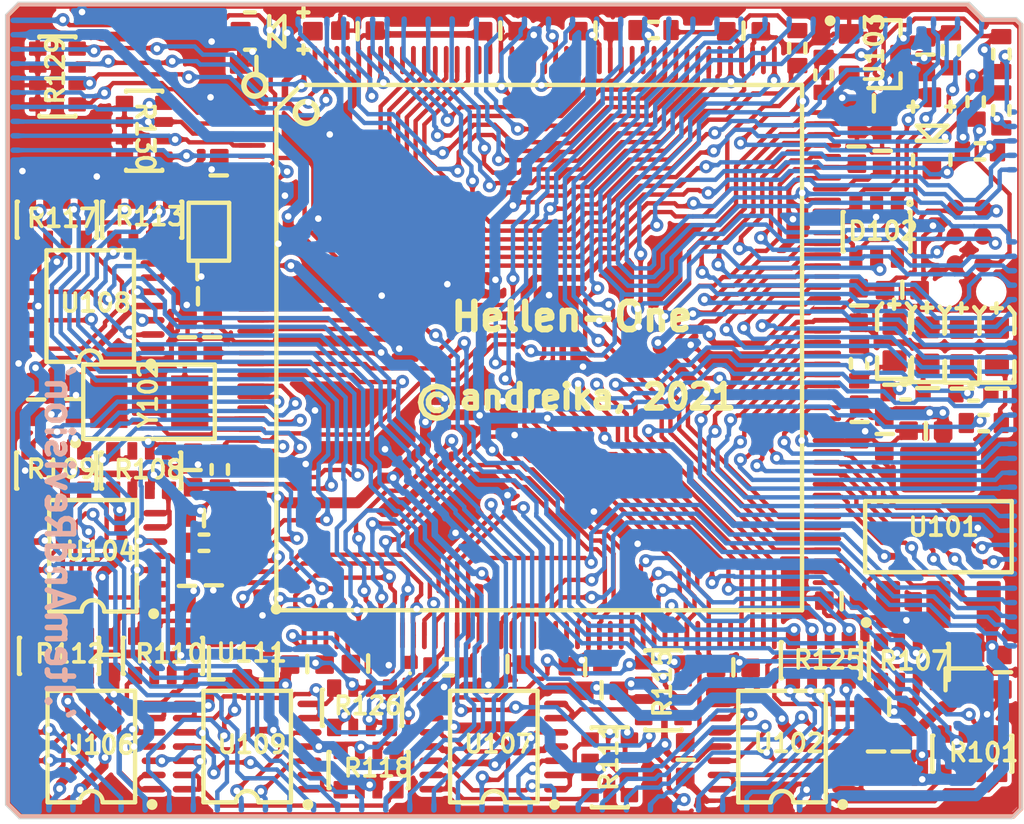
<source format=kicad_pcb>
(kicad_pcb (version 20210424) (generator pcbnew)
  (layers (0 "F.Cu" signal "Top Layer") (31 "B.Cu" signal "Bottom Layer") (34 "B.Paste" user "Bottom Paste") (35 "F.Paste" user "Top Paste") (36 "B.SilkS" user "Bottom Overlay") (37 "F.SilkS" user "Top Overlay") (38 "B.Mask" user "Bottom Solder") (39 "F.Mask" user "Top Solder") (44 "Edge.Cuts" user))
  (net 0 "")
  (net 1 "BOOT1")
  (net 2 "UART8_TX")
  (net 3 "UART8_RX")
  (net 4 "VIGN")
  (net 5 "NetC116_2")
  (net 6 "NetC115_2")
  (net 7 "OUT_IO2")
  (net 8 "OUT_IO10")
  (net 9 "OUT_IO1")
  (net 10 "NetR104_2")
  (net 11 "IO8")
  (net 12 "IO7")
  (net 13 "IO6")
  (net 14 "SWO")
  (net 15 "SWDIO")
  (net 16 "SWCLK")
  (net 17 "UART2_TX")
  (net 18 "UART2_RX")
  (net 19 "SPI2_SCK")
  (net 20 "SPI2_MOSI")
  (net 21 "SPI2_MISO")
  (net 22 "SPI2_CS")
  (net 23 "SPI_SCK")
  (net 24 "SPI_MOSI")
  (net 25 "SPI_MISO")
  (net 26 "SPI_CS2")
  (net 27 "SPI_CS1")
  (net 28 "OUT_PWM5")
  (net 29 "OUT_PWM4")
  (net 30 "OUT_PWM3")
  (net 31 "OUT_PWM2")
  (net 32 "OUT_PWM1")
  (net 33 "OUT_INJ2")
  (net 34 "OUT_INJ1")
  (net 35 "OUT_IO13")
  (net 36 "OUT_IO4")
  (net 37 "OUT_IO8")
  (net 38 "OUT_IO7")
  (net 39 "OUT_IO11")
  (net 40 "OUT_PWM7")
  (net 41 "OUT_PWM6")
  (net 42 "OUT_IO12")
  (net 43 "OUT_IO9")
  (net 44 "OUT_IO6")
  (net 45 "OUT_IO5")
  (net 46 "OUT_IO3")
  (net 47 "OUT_INJ5")
  (net 48 "OUT_INJ4")
  (net 49 "OUT_INJ3")
  (net 50 "OUT_PWM8")
  (net 51 "NetC124_2")
  (net 52 "NetC131_2")
  (net 53 "NetC114_1")
  (net 54 "OUT_INJ8")
  (net 55 "OUT_INJ7")
  (net 56 "OUT_INJ6")
  (net 57 "IO5")
  (net 58 "SPI3_MOSI")
  (net 59 "SPI3_MISO")
  (net 60 "SPI3_SCK")
  (net 61 "SPI3_CS")
  (net 62 "DIN1")
  (net 63 "CAN_TX")
  (net 64 "CAN_RX")
  (net 65 "AIN24")
  (net 66 "AIN23")
  (net 67 "AIN22")
  (net 68 "AIN21")
  (net 69 "AIN20")
  (net 70 "AIN19")
  (net 71 "AIN18")
  (net 72 "AIN17")
  (net 73 "AIN16")
  (net 74 "AIN15")
  (net 75 "AIN14")
  (net 76 "AIN13")
  (net 77 "AIN12")
  (net 78 "AIN11")
  (net 79 "AIN10")
  (net 80 "AIN9")
  (net 81 "AIN8")
  (net 82 "AIN7")
  (net 83 "AIN6")
  (net 84 "AIN4")
  (net 85 "AIN3")
  (net 86 "AIN2")
  (net 87 "AIN1")
  (net 88 "NetR126_4")
  (net 89 "NetR126_1")
  (net 90 "NetR118_4")
  (net 91 "NetR118_1")
  (net 92 "NetR115_4")
  (net 93 "NetR115_1")
  (net 94 "NetR111_4")
  (net 95 "NetR111_1")
  (net 96 "A24")
  (net 97 "A23")
  (net 98 "A22")
  (net 99 "A21")
  (net 100 "A20")
  (net 101 "A19")
  (net 102 "A18")
  (net 103 "A17")
  (net 104 "V33A")
  (net 105 "USBID")
  (net 106 "R18_4")
  (net 107 "NetR117_1")
  (net 108 "R12_4")
  (net 109 "NetR113_1")
  (net 110 "R11_4")
  (net 111 "NetR112_1")
  (net 112 "R9_4")
  (net 113 "NetR110_1")
  (net 114 "R8_4")
  (net 115 "NetR109_1")
  (net 116 "R7_4")
  (net 117 "NetR108_1")
  (net 118 "NetR107_4")
  (net 119 "NetR107_1")
  (net 120 "NetR101_4")
  (net 121 "NetR101_1")
  (net 122 "IGN3")
  (net 123 "IGN4")
  (net 124 "IGN5")
  (net 125 "IGN6")
  (net 126 "IGN7")
  (net 127 "IGN8")
  (net 128 "D4")
  (net 129 "D3")
  (net 130 "D2")
  (net 131 "D1")
  (net 132 "A16")
  (net 133 "A15")
  (net 134 "A14")
  (net 135 "A13")
  (net 136 "A12")
  (net 137 "A11")
  (net 138 "A10")
  (net 139 "A9")
  (net 140 "A8")
  (net 141 "A7")
  (net 142 "A6")
  (net 143 "D5")
  (net 144 "A4")
  (net 145 "A3")
  (net 146 "A2")
  (net 147 "A1")
  (net 148 "LED4")
  (net 149 "LED3")
  (net 150 "LED2")
  (net 151 "LED1")
  (net 152 "V33")
  (net 153 "IGN1")
  (net 154 "IGN2")
  (net 155 "DIN4")
  (net 156 "DIN3")
  (net 157 "DIN2")
  (net 158 "DIN5")
  (net 159 "USBP")
  (net 160 "USBM")
  (net 161 "VCC")
  (net 162 "VBUS")
  (net 163 "V5A")
  (net 164 "nReset")
  (net 165 "BOOT0")
  (net 166 "I2C_SCL")
  (net 167 "I2C_SDA")
  (net 168 "NetD106_2")
  (net 169 "NetD105_2")
  (net 170 "NetD104_2")
  (net 171 "NetD103_2")
  (net 172 "VBAT")
  (net 173 "X0")
  (net 174 "X1")
  (net 175 "GND")
  (net 176 "GNDA")
  (footprint "General.pcblib:R0603" (layer "F.Cu") (at 168.4886 88.528597 90)
    (fp_text reference "R102" hide)
    (fp_text value "10k" hide)
  )
  (footprint "Small.PcbLib:R0603_X4" (layer "F.Cu") (at 131.463603 107.753605 90)
    (fp_text reference "R108")
    (fp_text value "4.7k" hide)
  )
  (footprint "General.pcblib:LED-0603" (layer "F.Cu") (at 170.538612 102.0286 90)
    (fp_text reference "D106" hide)
    (fp_text value "LED-YELLOW-0603" hide)
  )
  (footprint "General.pcblib:C0603" (layer "F.Cu") (at 152.238606 87.653605 180)
    (fp_text reference "C110" hide)
    (fp_text value "100n" hide)
  )
  (footprint "General.pcblib:C0603" (layer "F.Cu") (at 139.0636 116.6286 180)
    (fp_text reference "C135" hide)
    (fp_text value "100n" hide)
  )
  (footprint "Small.PcbLib:R0603_X4" (layer "F.Cu") (at 127.613603 96.278604 90)
    (fp_text reference "R117")
    (fp_text value "4.7k" hide)
  )
  (footprint "Small.PcbLib:R0603_X4" (layer "F.Cu") (at 127.713603 116.228605 90)
    (fp_text reference "R112")
    (fp_text value "4.7k" hide)
  )
  (footprint "General.pcblib:C0603" (layer "F.Cu") (at 133.538603 113.0286 90)
    (fp_text reference "C112" hide)
    (fp_text value "100n" hide)
  )
  (footprint "General.pcblib:R0603" (layer "F.Cu") (at 169.813605 93.1536)
    (fp_text reference "R103" hide)
    (fp_text value "10k" hide)
  )
  (footprint "Small.PcbLib:R0603_X4" (layer "F.Cu") (at 132.463588 116.228605 90)
    (fp_text reference "R110")
    (fp_text value "4.7k" hide)
  )
  (footprint "Small.PcbLib:R0603_x4" (layer "F.Cu") (at 155.338602 117.8036)
    (fp_text reference "R115")
    (fp_text value "4.7k" hide)
  )
  (footprint "Small.PcbLib:R0603_X4" (layer "F.Cu") (at 162.538598 116.428602 90)
    (fp_text reference "R125")
    (fp_text value "4.7k" hide)
  )
  (footprint "General.pcblib:SOD-123" (layer "F.Cu") (at 167.613609 92.328602 90)
    (fp_text reference "D101" hide)
    (fp_text value "B5819W" hide)
  )
  (footprint "General.pcblib:C0603" (layer "F.Cu") (at 147.888594 87.6536 180)
    (fp_text reference "C109" hide)
    (fp_text value "100n" hide)
  )
  (footprint "General.pcblib:C0603" (layer "F.Cu") (at 159.003571 87.6586 180)
    (fp_text reference "C111" hide)
    (fp_text value "100n" hide)
  )
  (footprint "Small.PcbLib:QUARTZ-SMD2012" (layer "F.Cu") (at 134.563594 96.828621 -90)
    (fp_text reference "Y101" hide)
    (fp_text value "32.768 kHz" hide)
  )
  (footprint "General.pcblib:C0603" (layer "F.Cu") (at 152.5136 117.828602 180)
    (fp_text reference "C123" hide)
    (fp_text value "100n" hide)
  )
  (footprint "General.pcblib:C0603" (layer "F.Cu") (at 134.7636 113.0036 90)
    (fp_text reference "C137" hide)
    (fp_text value "4.7u" hide)
  )
  (footprint "Mod.PcbLib:MOD_HELLEN_MCU" (layer "F.Cu") (at 125.2636 123.6786)
    (fp_text reference "M101" hide)
    (fp_text value "Module:mcu/0.3" hide)
  )
  (footprint "General.pcblib:C0603" (layer "F.Cu") (at 133.588607 101.65362 -90)
    (fp_text reference "C132" hide)
    (fp_text value "18p" hide)
  )
  (footprint "General.pcblib:R0603" (layer "F.Cu") (at 170.788607 91.278604 90)
    (fp_text reference "R104" hide)
    (fp_text value "100" hide)
  )
  (footprint "General.pcblib:R0603" (layer "F.Cu") (at 154.888611 87.603605)
    (fp_text reference "R122" hide)
    (fp_text value "2.2k" hide)
  )
  (footprint "Small.PcbLib:R0603_X4" (layer "F.Cu") (at 127.588602 107.7536 90)
    (fp_text reference "R109")
    (fp_text value "4.7k" hide)
  )
  (footprint "General.pcblib:C0603" (layer "F.Cu") (at 167.3386 105.9286)
    (fp_text reference "C103" hide)
    (fp_text value "4.7u" hide)
  )
  (footprint "General.pcblib:C0603" (layer "F.Cu") (at 156.338603 120.9786 90)
    (fp_text reference "C131" hide)
    (fp_text value "2.2u" hide)
  )
  (footprint "General.pcblib:R0603" (layer "F.Cu") (at 161.463604 88.428597 90)
    (fp_text reference "R123" hide)
    (fp_text value "2.2k" hide)
  )
  (footprint "General.pcblib:C0603" (layer "F.Cu") (at 134.738603 101.653617 -90)
    (fp_text reference "C119" hide)
    (fp_text value "100n" hide)
  )
  (footprint "General.pcblib:C0603" (layer "F.Cu") (at 166.213602 120.6036 -90)
    (fp_text reference "C139" hide)
    (fp_text value "100n" hide)
  )
  (footprint "General.pcblib:R0603" (layer "F.Cu") (at 135.063608 107.703598 90)
    (fp_text reference "R121" hide)
    (fp_text value "10k" hide)
  )
  (footprint "General.pcblib:C0603" (layer "F.Cu") (at 151.763603 116.7036)
    (fp_text reference "C129" hide)
    (fp_text value "100n" hide)
  )
  (footprint "General.pcblib:LED-0603" (layer "F.Cu") (at 167.363612 102.0036 90)
    (fp_text reference "D103" hide)
    (fp_text value "LED-RED-0603" hide)
  )
  (footprint "General.pcblib:C0603" (layer "F.Cu") (at 148.213623 116.628594 180)
    (fp_text reference "C128" hide)
    (fp_text value "100n" hide)
  )
  (footprint "Small.PcbLib:R0603_X4" (layer "F.Cu") (at 169.4636 120.703607 90)
    (fp_text reference "R101")
    (fp_text value "4.7k" hide)
  )
  (footprint "General.pcblib:C0603" (layer "F.Cu") (at 134.3386 109.903598)
    (fp_text reference "C124" hide)
    (fp_text value "100n" hide)
  )
  (footprint "General.pcblib:C0603" (layer "F.Cu") (at 126.6386 104.503602 90)
    (fp_text reference "C126" hide)
    (fp_text value "100n" hide)
  )
  (footprint "General.pcblib:C0603" (layer "F.Cu") (at 163.4886 113.703573)
    (fp_text reference "C125" hide)
    (fp_text value "100n" hide)
  )
  (footprint "General.pcblib:C0603" (layer "F.Cu") (at 165.088603 120.6036 -90)
    (fp_text reference "C138" hide)
    (fp_text value "4.7u" hide)
  )
  (footprint "General.pcblib:C0603" (layer "F.Cu") (at 134.063595 99.753619)
    (fp_text reference "C117" hide)
    (fp_text value "100n" hide)
  )
  (footprint "General.pcblib:R0603" (layer "F.Cu") (at 164.288602 102.853597 90)
    (fp_text reference "R120" hide)
    (fp_text value "510" hide)
  )
  (footprint "General.pcblib:C0603" (layer "F.Cu") (at 170.838602 116.9786 90)
    (fp_text reference "C102" hide)
    (fp_text value "4.7u" hide)
  )
  (footprint "General.pcblib:NET-TIE" (layer "F.Cu") (at 167.1886 121.3286 90)
    (fp_text reference "J102" hide)
    (fp_text value "Net Tie" hide)
  )
  (footprint "General.pcblib:C0603" (layer "F.Cu") (at 164.263603 100.2036 90)
    (fp_text reference "C118" hide)
    (fp_text value "100n" hide)
  )
  (footprint "General.pcblib:C0603" (layer "F.Cu") (at 165.338602 93.1286 90)
    (fp_text reference "C114" hide)
    (fp_text value "2.2u" hide)
  )
  (footprint "Small.PcbLib:SOT-23" (layer "F.Cu") (at 165.0136 88.728611)
    (fp_text reference "U103")
    (fp_text value "AP2337SA-7" hide)
  )
  (footprint "IC.PcbLib:TSSOP14" (layer "F.Cu") (at 160.763603 120.378604 180)
    (fp_text reference "U102")
    (fp_text value "LMV324IPWR" hide)
  )
  (footprint "General.pcblib:R0603" (layer "F.Cu") (at 170.7886 88.703613 -90)
    (fp_text reference "R105" hide)
    (fp_text value "10k" hide)
  )
  (footprint "General.pcblib:LED-0603" (layer "F.Cu") (at 168.938613 102.0286 90)
    (fp_text reference "D104" hide)
    (fp_text value "LED-GREEN-0603" hide)
  )
  (footprint "General.pcblib:C0603" (layer "F.Cu") (at 134.038594 98.653621 180)
    (fp_text reference "C116" hide)
    (fp_text value "12p" hide)
  )
  (footprint "General.pcblib:R0603" (layer "F.Cu") (at 169.988603 105.5786 180)
    (fp_text reference "R124" hide)
    (fp_text value "510" hide)
  )
  (footprint "General.pcblib:C0603" (layer "F.Cu") (at 135.038605 94.253622 -90)
    (fp_text reference "C115" hide)
    (fp_text value "12p" hide)
  )
  (footprint "IC.PcbLib:TSSOP14" (layer "F.Cu") (at 129.188604 120.378602 180)
    (fp_text reference "U106")
    (fp_text value "LMV324IPWR" hide)
  )
  (footprint "Small.PcbLib:SOT-26" (layer "F.Cu") (at 165.088588 96.828608 -90)
    (fp_text reference "D102")
    (fp_text value "SRV05-4-P-T7" hide)
  )
  (footprint "IC.PcbLib:TSSOP14" (layer "F.Cu") (at 129.263607 111.6536 180)
    (fp_text reference "U104")
    (fp_text value "LMV324IPWR" hide)
  )
  (footprint "General.pcblib:R0603" (layer "F.Cu") (at 145.513603 116.7536 180)
    (fp_text reference "R128" hide)
    (fp_text value "10k" hide)
  )
  (footprint "Small.PcbLib:QUARTZ-SMD5032" (layer "F.Cu") (at 131.838606 104.603596)
    (fp_text reference "Y102")
    (fp_text value "8.0 MHz" hide)
  )
  (footprint "Small.PcbLib:R0603_X4" (layer "F.Cu") (at 166.563606 116.5036 90)
    (fp_text reference "R107")
    (fp_text value "4.7k" hide)
  )
  (footprint "General.pcblib:C0603" (layer "F.Cu") (at 158.5386 116.7786 180)
    (fp_text reference "C127" hide)
    (fp_text value "100n" hide)
  )
  (footprint "General.pcblib:R0603" (layer "F.Cu") (at 134.3386 111.0536 180)
    (fp_text reference "R114" hide)
    (fp_text value "47" hide)
  )
  (footprint "General.pcblib:C0603" (layer "F.Cu") (at 164.2886 105.528585 90)
    (fp_text reference "C121" hide)
    (fp_text value "100n" hide)
  )
  (footprint "Small.PcbLib:R0603_x4" (layer "F.Cu") (at 141.56358 118.603596 -90)
    (fp_text reference "R126")
    (fp_text value "4.7k" hide)
  )
  (footprint "General.pcblib:SOD-123" (layer "F.Cu") (at 137.663606 87.653605)
    (fp_text reference "D107" hide)
    (fp_text value "B5819W" hide)
  )
  (footprint "General.pcblib:C0603" (layer "F.Cu") (at 165.438607 106.078592 90)
    (fp_text reference "C104" hide)
    (fp_text value "4.7u" hide)
  )
  (footprint "Small.PcbLib:R0603_x4" (layer "F.Cu") (at 152.888594 121.3286)
    (fp_text reference "R111")
    (fp_text value "4.7k" hide)
  )
  (footprint "General.pcblib:R0603" (layer "F.Cu") (at 169.513603 104.1786 180)
    (fp_text reference "R119" hide)
    (fp_text value "510" hide)
  )
  (footprint "General.pcblib:C0603" (layer "F.Cu") (at 167.338598 88.7286 -90)
    (fp_text reference "C105" hide)
    (fp_text value "100n" hide)
  )
  (footprint "General.pcblib:R0603" (layer "F.Cu") (at 162.663604 89.6536 90)
    (fp_text reference "R127" hide)
    (fp_text value "10k" hide)
  )
  (footprint "General.pcblib:R0603" (layer "F.Cu") (at 166.413602 104.128598 180)
    (fp_text reference "R116" hide)
    (fp_text value "510" hide)
  )
  (footprint "General.pcblib:C0603" (layer "F.Cu") (at 141.3636 87.6286)
    (fp_text reference "C108" hide)
    (fp_text value "100n" hide)
  )
  (footprint "Small.PcbLib:R0603_X4" (layer "F.Cu") (at 131.513603 96.278604 90)
    (fp_text reference "R113")
    (fp_text value "4.7k" hide)
  )
  (footprint "General.pcblib:R0603" (layer "F.Cu") (at 169.613605 90.878582 -90)
    (fp_text reference "R106" hide)
    (fp_text value "100" hide)
  )
  (footprint "Small.PcbLib:SOT-223" (layer "F.Cu") (at 167.9136 110.7786 90)
    (fp_text reference "U101")
    (fp_text value "AMS1117-3.3" hide)
  )
  (footprint "General.pcblib:C0603" (layer "F.Cu") (at 166.263602 99.5036 180)
    (fp_text reference "C101" hide)
    (fp_text value "100n" hide)
  )
  (footprint "General.pcblib:L0805" (layer "F.Cu") (at 169.2636 116.8036 -90)
    (fp_text reference "L101" hide)
    (fp_text value "SDFL2012Q3R3KTF" hide)
  )
  (footprint "TH.PcbLib:JTAG-TC2030-IDC-NL" (layer "F.Cu") (at 169.3136 97.028605 -90)
    (fp_text reference "J101" hide)
    (fp_text value "TC2030-IDC-NL" hide)
  )
  (footprint "General.pcblib:C0603" (layer "F.Cu") (at 164.188602 92.9286 -90)
    (fp_text reference "C113" hide)
    (fp_text value "100n" hide)
  )
  (footprint "General.pcblib:C0603" (layer "F.Cu") (at 141.843574 116.6036 180)
    (fp_text reference "C130" hide)
    (fp_text value "100n" hide)
  )
  (footprint "Small.PcbLib:R0603_x4" (layer "F.Cu") (at 131.603603 92.20879 180)
    (fp_text reference "R130")
    (fp_text value "10k" hide)
  )
  (footprint "General.pcblib:C0603" (layer "F.Cu") (at 164.963602 90.978604 180)
    (fp_text reference "C106" hide)
    (fp_text value "100n" hide)
  )
  (footprint "IC.PcbLib:LQFP176" (layer "F.Cu") (at 149.663602 102.128597)
    (fp_text reference "U105" hide)
    (fp_text value "STM32F427IGT6" hide)
  )
  (footprint "IC.PcbLib:TSSOP14" (layer "F.Cu") (at 147.5886 120.378602 180)
    (fp_text reference "U107")
    (fp_text value "LMV324IPWR" hide)
  )
  (footprint "Small.PcbLib:R0603_x4" (layer "F.Cu") (at 127.6386 89.728609 180)
    (fp_text reference "R129")
    (fp_text value "10k" hide)
  )
  (footprint "General.pcblib:R0402" (layer "F.Cu") (at 143.7636 117.0286 90)
    (fp_text reference "R131" hide)
    (fp_text value "0" hide)
  )
  (footprint "General.pcblib:C0603" (layer "F.Cu") (at 128.438625 104.4786 -90)
    (fp_text reference "C136" hide)
    (fp_text value "18p" hide)
  )
  (footprint "General.pcblib:C0603" (layer "F.Cu") (at 136.738596 89.178598)
    (fp_text reference "C140" hide)
    (fp_text value "4.7u" hide)
  )
  (footprint "Small.PcbLib:SOT-23" (layer "F.Cu") (at 136.0886 116.138602 -90)
    (fp_text reference "U111")
    (fp_text value "XC6206P332MR" hide)
  )
  (footprint "General.pcblib:C0603" (layer "F.Cu") (at 133.838602 107.728596 -90)
    (fp_text reference "C122" hide)
    (fp_text value "100n" hide)
  )
  (footprint "General.pcblib:C0603" (layer "F.Cu") (at 165.663595 118.578597 180)
    (fp_text reference "C107" hide)
    (fp_text value "100n" hide)
  )
  (footprint "IC.PcbLib:TSSOP14" (layer "F.Cu") (at 136.3136 120.378602 180)
    (fp_text reference "U109")
    (fp_text value "LMV324IPWR" hide)
  )
  (footprint "General.pcblib:LED-0603" (layer "F.Cu") (at 165.8586 101.853597 90)
    (fp_text reference "D105" hide)
    (fp_text value "LED-BLUE-0603" hide)
  )
  (footprint "IC.PcbLib:TSSOP14" (layer "F.Cu") (at 129.1386 100.2286 180)
    (fp_text reference "U108")
    (fp_text value "LMV324IPWR" hide)
  )
  (footprint "Small.PcbLib:R0603_x4" (layer "F.Cu") (at 141.863602 121.453598 90)
    (fp_text reference "R118")
    (fp_text value "4.7k" hide)
  )
  (footprint "General.pcblib:C0603" (layer "F.Cu") (at 130.088594 116.178605 -90)
    (fp_text reference "C120" hide)
    (fp_text value "100n" hide)
  )
  (gr_poly (pts (xy 163.619668 90.722544) (xy 163.645205 90.74593) (xy 163.668032 90.762301) (xy 163.688151 90.77166) (xy 163.70556 90.774007) (xy 163.720259 90.769339) (xy 163.732248 90.75766) (xy 163.741529 90.738968) (xy 163.748103 90.713263) (xy 163.751963 90.680543) (xy 163.753117 90.640812) (xy 163.756429 91.350587) (xy 163.75125 91.332673) (xy 163.742365 91.312396) (xy 163.729777 91.289754) (xy 163.713482 91.264748) (xy 163.693485 91.23738) (xy 163.642378 91.175551) (xy 163.576455 91.104263) (xy 163.537938 91.065076)) (layer "F.Cu") (width 0) (fill solid))
  (gr_poly (pts (xy 147.16811 120.978616) (xy 147.218545 120.978296) (xy 147.40778 120.967135) (xy 147.43304 120.962989) (xy 147.454104 120.958207) (xy 147.470972 120.952784) (xy 147.483647 120.946726) (xy 147.378641 121.353385) (xy 147.368781 121.339179) (xy 147.356434 121.326469) (xy 147.3416 121.315252) (xy 147.324277 121.305531) (xy 147.304468 121.297307) (xy 147.282172 121.290578) (xy 147.257386 121.285343) (xy 147.230114 121.281605) (xy 147.200356 121.279362) (xy 147.168108 121.278615)) (layer "F.Cu") (width 0) (fill solid))
  (gr_poly (pts (xy 133.215078 115.7036) (xy 133.1895 115.703721) (xy 133.090353 115.70954) (xy 133.082883 115.711359) (xy 133.077999 115.713419) (xy 133.0757 115.715723) (xy 133.085952 115.477522) (xy 133.087041 115.482477) (xy 133.090757 115.486909) (xy 133.097102 115.490821) (xy 133.106074 115.494212) (xy 133.117671 115.49708) (xy 133.131898 115.499427) (xy 133.148753 115.501253) (xy 133.190341 115.503338) (xy 133.215078 115.5036)) (layer "F.Cu") (width 0) (fill solid))
  (gr_poly (pts (xy 143.988602 114.460056) (xy 143.988858 114.49811) (xy 143.997868 114.640462) (xy 144.001213 114.65935) (xy 144.005071 114.675039) (xy 144.009448 114.687536) (xy 144.014337 114.696837) (xy 143.812844 114.696837) (xy 143.808239 114.700744) (xy 143.804117 114.697955) (xy 143.800482 114.688466) (xy 143.79733 114.672278) (xy 143.794663 114.649393) (xy 143.790784 114.583528) (xy 143.788602 114.434491)) (layer "F.Cu") (width 0) (fill solid))
  (gr_poly (pts (xy 146.513591 94.966432) (xy 146.512491 94.938607) (xy 146.509191 94.911439) (xy 146.50369 94.884931) (xy 146.495991 94.859084) (xy 146.48609 94.833895) (xy 146.473989 94.809364) (xy 146.459692 94.785493) (xy 146.443192 94.76228) (xy 146.42449 94.739727) (xy 146.403591 94.717832) (xy 146.82359 94.717832) (xy 146.802691 94.739727) (xy 146.783989 94.76228) (xy 146.767489 94.785493) (xy 146.753191 94.809364) (xy 146.741091 94.833895) (xy 146.73119 94.859084) (xy 146.723491 94.884931) (xy 146.717989 94.911439) (xy 146.71469 94.938607) (xy 146.71359 94.966432)) (layer "F.Cu") (width 0) (fill solid))
  (gr_poly (pts (xy 145.203291 116.250113) (xy 145.161376 116.293413) (xy 145.095857 116.369999) (xy 145.072255 116.403288) (xy 145.054757 116.43324) (xy 145.04336 116.459856) (xy 145.038069 116.483136) (xy 145.038882 116.50308) (xy 145.045801 116.519686) (xy 145.058821 116.532955) (xy 144.733823 116.298366) (xy 144.751115 116.307363) (xy 144.770853 116.31115) (xy 144.79303 116.309727) (xy 144.817653 116.303095) (xy 144.844714 116.291254) (xy 144.874221 116.2742) (xy 144.906167 116.25194) (xy 144.940558 116.22447) (xy 145.016664 116.153896)) (layer "F.Cu") (width 0) (fill solid))
  (gr_poly (pts (xy 132.288628 106.666081) (xy 132.249512 106.667077) (xy 132.214584 106.670064) (xy 132.183848 106.675045) (xy 132.1573 106.682017) (xy 132.13494 106.690978) (xy 132.116771 106.701936) (xy 132.102791 106.714882) (xy 132.093 106.72982) (xy 132.087399 106.746752) (xy 132.085987 106.765675) (xy 132.075735 106.466503) (xy 132.274716 106.466082)) (layer "F.Cu") (width 0) (fill solid))
  (gr_poly (pts (xy 148.19517 90.60159) (xy 148.174715 90.58269) (xy 148.153173 90.565814) (xy 148.130539 90.55096) (xy 148.106818 90.538125) (xy 148.082005 90.527315) (xy 148.056105 90.518527) (xy 148.029112 90.511758) (xy 148.001032 90.50701) (xy 147.97186 90.504287) (xy 147.9416 90.503584) (xy 148.238586 90.2066) (xy 148.239289 90.236858) (xy 148.242012 90.26603) (xy 148.24676 90.29411) (xy 148.253529 90.321103) (xy 148.262317 90.347003) (xy 148.273127 90.371816) (xy 148.285962 90.395537) (xy 148.300816 90.418171) (xy 148.317692 90.439713) (xy 148.336592 90.460168)) (layer "F.Cu") (width 0) (fill solid))
  (gr_poly (pts (xy 143.563627 119.331103) (xy 143.562606 119.303628) (xy 143.559543 119.276551) (xy 143.554435 119.249879) (xy 143.547287 119.223605) (xy 143.538097 119.197733) (xy 143.526863 119.172262) (xy 143.513586 119.147189) (xy 143.498268 119.122521) (xy 143.480907 119.098251) (xy 143.461504 119.074383) (xy 143.880042 119.109384) (xy 143.857924 119.129142) (xy 143.838132 119.149833) (xy 143.82067 119.171454) (xy 143.805537 119.194004) (xy 143.79273 119.217486) (xy 143.782252 119.241898) (xy 143.774104 119.267242) (xy 143.768282 119.293519) (xy 143.76479 119.320722) (xy 143.763627 119.34886)) (layer "F.Cu") (width 0) (fill solid))
  (gr_poly (pts (xy 127.538625 116.47263) (xy 127.525732 116.741502) (xy 127.101516 116.741502) (xy 127.127566 116.728147) (xy 127.150876 116.710796) (xy 127.171442 116.689452) (xy 127.189265 116.664113) (xy 127.204348 116.634781) (xy 127.216687 116.601454) (xy 127.226286 116.564134) (xy 127.233141 116.522818) (xy 127.237254 116.477507) (xy 127.238625 116.428203)) (layer "F.Cu") (width 0) (fill solid))
  (gr_poly (pts (xy 147.0386 93.456319) (xy 147.03758 93.428843) (xy 147.034517 93.401767) (xy 147.029409 93.375094) (xy 147.022261 93.348821) (xy 147.013071 93.322948) (xy 147.001837 93.297477) (xy 146.98856 93.272405) (xy 146.973242 93.247736) (xy 146.955881 93.223467) (xy 146.936478 93.199598) (xy 147.355016 93.2346) (xy 147.332898 93.254358) (xy 147.313106 93.275049) (xy 147.295644 93.296669) (xy 147.280511 93.31922) (xy 147.267704 93.342702) (xy 147.257226 93.367114) (xy 147.249078 93.392458) (xy 147.243256 93.418734) (xy 147.239764 93.445938) (xy 147.2386 93.474076)) (layer "F.Cu") (width 0) (fill solid))
  (gr_poly (pts (xy 140.188292 113.253602) (xy 140.158815 113.254349) (xy 140.131317 113.256586) (xy 140.105798 113.26032) (xy 140.082255 113.265545) (xy 140.06069 113.272261) (xy 140.041102 113.280472) (xy 140.023494 113.290175) (xy 140.007861 113.301372) (xy 139.994208 113.314059) (xy 139.982532 113.32824) (xy 139.982532 112.978964) (xy 139.994208 112.993145) (xy 140.007861 113.005832) (xy 140.023494 113.017029) (xy 140.041102 113.026732) (xy 140.06069 113.034943) (xy 140.082255 113.041659) (xy 140.105798 113.046884) (xy 140.131317 113.050618) (xy 140.158815 113.052855) (xy 140.188292 113.053602)) (layer "F.Cu") (width 0) (fill solid))
  (gr_poly (pts (xy 130.603602 92.234198) (xy 130.6026 92.195617) (xy 130.599602 92.161101) (xy 130.594603 92.130644) (xy 130.587603 92.104246) (xy 130.5786 92.081912) (xy 130.567603 92.063637) (xy 130.554603 92.049425) (xy 130.539602 92.039273) (xy 130.5226 92.033179) (xy 130.503602 92.03115) (xy 130.9036 92.03115) (xy 130.884602 92.033179) (xy 130.867602 92.039273) (xy 130.8526 92.049425) (xy 130.8396 92.063637) (xy 130.828603 92.081912) (xy 130.8196 92.104246) (xy 130.8126 92.130644) (xy 130.807602 92.161101) (xy 130.804602 92.195617) (xy 130.803602 92.234198)) (layer "F.Cu") (width 0) (fill solid))
  (gr_poly (pts (xy 164.288612 122.428592) (xy 164.250705 122.428818) (xy 164.12102 122.436741) (xy 164.107053 122.439685) (xy 164.097078 122.443078) (xy 164.091094 122.446926) (xy 164.089098 122.451226) (xy 164.089098 122.205959) (xy 164.091094 122.210259) (xy 164.097078 122.214107) (xy 164.107053 122.217501) (xy 164.12102 122.220444) (xy 164.138976 122.222934) (xy 164.18686 122.226556) (xy 164.288612 122.228593)) (layer "F.Cu") (width 0) (fill solid))
  (gr_poly (pts (xy 152.28032 120.833168) (xy 152.518577 121.083223) (xy 152.125459 121.209524) (xy 152.131593 121.195336) (xy 152.134852 121.180413) (xy 152.13524 121.164759) (xy 152.132756 121.148371) (xy 152.127402 121.131252) (xy 152.119175 121.113398) (xy 152.108075 121.094813) (xy 152.094105 121.075494) (xy 152.077262 121.055443) (xy 152.057547 121.034658)) (layer "F.Cu") (width 0) (fill solid))
  (gr_poly (pts (xy 160.341348 106.754184) (xy 160.36484 106.777001) (xy 160.429575 106.831583) (xy 160.449237 106.845154) (xy 160.467942 106.856414) (xy 160.485689 106.865362) (xy 160.502475 106.871999) (xy 160.518307 106.876327) (xy 160.533181 106.878341) (xy 160.246009 107.045606) (xy 160.251638 107.031491) (xy 160.254836 107.01702) (xy 160.2556 107.0022) (xy 160.253936 106.987026) (xy 160.249839 106.971499) (xy 160.243312 106.955618) (xy 160.234356 106.939385) (xy 160.222966 106.922802) (xy 160.209146 106.905865) (xy 160.192895 106.888575)) (layer "F.Cu") (width 0) (fill solid))
  (gr_poly (pts (xy 161.073587 89.77688) (xy 161.073104 89.740888) (xy 161.065865 89.651566) (xy 161.061519 89.628013) (xy 161.056211 89.607568) (xy 161.049937 89.590233) (xy 161.042695 89.576006) (xy 161.034491 89.564891) (xy 161.025319 89.556885) (xy 161.373584 89.573832) (xy 161.354584 89.574988) (xy 161.337584 89.580398) (xy 161.322583 89.590063) (xy 161.309583 89.603984) (xy 161.298585 89.622161) (xy 161.289583 89.644594) (xy 161.282583 89.671282) (xy 161.277584 89.702226) (xy 161.274585 89.737426) (xy 161.273584 89.77688)) (layer "F.Cu") (width 0) (fill solid))
  (gr_poly (pts (xy 137.296451 102.478566) (xy 137.095334 102.479313) (xy 137.095334 102.27782) (xy 137.097546 102.277962) (xy 137.128049 102.278297) (xy 137.296451 102.278567)) (layer "F.Cu") (width 0) (fill solid))
  (gr_poly (pts (xy 146.313611 89.761439) (xy 146.312864 89.560322) (xy 146.514358 89.560322) (xy 146.514215 89.562534) (xy 146.51388 89.593037) (xy 146.513611 89.761439)) (layer "F.Cu") (width 0) (fill solid))
  (gr_poly (pts (xy 155.844707 118.543312) (xy 155.896091 118.593309) (xy 156.02887 118.705333) (xy 156.066007 118.730017) (xy 156.099581 118.748369) (xy 156.129594 118.760393) (xy 156.156045 118.766088) (xy 156.178933 118.765455) (xy 156.19826 118.75849) (xy 155.843468 118.963286) (xy 155.857814 118.951342) (xy 155.865764 118.935767) (xy 155.867313 118.91656) (xy 155.862464 118.893723) (xy 155.851217 118.867256) (xy 155.833569 118.837154) (xy 155.809526 118.803423) (xy 155.779081 118.766062) (xy 155.698998 118.680444)) (layer "F.Cu") (width 0) (fill solid))
  (gr_poly (pts (xy 154.513595 114.49572) (xy 154.514342 114.696837) (xy 154.312848 114.696837) (xy 154.312991 114.694625) (xy 154.313326 114.664122) (xy 154.313595 114.49572)) (layer "F.Cu") (width 0) (fill solid))
  (gr_poly (pts (xy 140.817422 116.067137) (xy 140.81285 115.860295) (xy 141.014343 115.860295) (xy 141.014927 115.861311) (xy 141.015451 115.8662) (xy 141.015913 115.874966) (xy 141.017422 116.044818)) (layer "F.Cu") (width 0) (fill solid))
  (gr_poly (pts (xy 127.380037 113.220747) (xy 127.353167 113.245616) (xy 127.329125 113.263658) (xy 127.307911 113.274872) (xy 127.289527 113.279256) (xy 127.273969 113.276812) (xy 127.261241 113.267541) (xy 127.251343 113.25144) (xy 127.244272 113.228512) (xy 127.24003 113.198753) (xy 127.238615 113.162167) (xy 127.038616 113.303589) (xy 127.036617 113.34159) (xy 127.030615 113.375588) (xy 127.020615 113.405588) (xy 127.006617 113.43159) (xy 126.988616 113.453589) (xy 126.966617 113.47159) (xy 126.940615 113.485588) (xy 126.910615 113.495588) (xy 126.876617 113.50159) (xy 126.838616 113.503589) (xy 127.138615 113.603588)) (layer "F.Cu") (width 0) (fill solid))
  (gr_poly (pts (xy 152.813573 88.277144) (xy 152.812572 88.238564) (xy 152.809572 88.204048) (xy 152.804574 88.173591) (xy 152.797573 88.147193) (xy 152.788574 88.124859) (xy 152.777573 88.106583) (xy 152.764574 88.092372) (xy 152.749572 88.08222) (xy 152.732572 88.076126) (xy 152.713573 88.074097) (xy 153.113572 88.074097) (xy 153.094573 88.076126) (xy 153.077573 88.08222) (xy 153.062572 88.092372) (xy 153.049572 88.106583) (xy 153.038571 88.124859) (xy 153.029572 88.147193) (xy 153.022572 88.173591) (xy 153.017573 88.204048) (xy 153.014573 88.238564) (xy 153.013572 88.277144)) (layer "F.Cu") (width 0) (fill solid))
  (gr_poly (pts (xy 135.73076 91.778613) (xy 135.931877 91.777866) (xy 135.931877 91.979359) (xy 135.929665 91.979217) (xy 135.899162 91.978882) (xy 135.73076 91.978613)) (layer "F.Cu") (width 0) (fill solid))
  (gr_poly (pts (xy 157.159523 93.105146) (xy 157.18821 93.103896) (xy 157.215375 93.10015) (xy 157.241019 93.093901) (xy 157.265139 93.085156) (xy 157.287735 93.073914) (xy 157.308809 93.060173) (xy 157.328359 93.043932) (xy 157.346388 93.025192) (xy 157.362893 93.003952) (xy 157.377874 92.980216) (xy 157.485024 93.386319) (xy 157.457816 93.370896) (xy 157.403607 93.344919) (xy 157.376607 93.334368) (xy 157.349675 93.325437) (xy 157.322809 93.318132) (xy 157.296015 93.31245) (xy 157.269289 93.308391) (xy 157.242632 93.305958) (xy 157.216043 93.305145)) (layer "F.Cu") (width 0) (fill solid))
  (gr_poly (pts (xy 170.13033 89.271851) (xy 170.160521 89.270886) (xy 170.188892 89.267991) (xy 170.215443 89.263167) (xy 170.240175 89.256413) (xy 170.263083 89.247727) (xy 170.284173 89.237114) (xy 170.303441 89.224569) (xy 170.320889 89.210094) (xy 170.336517 89.193691) (xy 170.350325 89.175357) (xy 170.333378 89.571851) (xy 170.332115 89.552852) (xy 170.326624 89.535851) (xy 170.316898 89.52085) (xy 170.302941 89.50785) (xy 170.284752 89.49685) (xy 170.262331 89.48785) (xy 170.235679 89.48085) (xy 170.204795 89.475852) (xy 170.169677 89.472852) (xy 170.13033 89.471851)) (layer "F.Cu") (width 0) (fill solid))
  (gr_poly (pts (xy 133.317882 117.545394) (xy 133.341189 117.521744) (xy 133.404971 117.449705) (xy 133.413556 117.437335) (xy 133.419195 117.427223) (xy 133.421892 117.419364) (xy 133.421646 117.413764) (xy 133.418453 117.410418) (xy 133.656796 117.523728) (xy 133.650624 117.523362) (xy 133.641434 117.526705) (xy 133.629227 117.533751) (xy 133.614005 117.5445) (xy 133.595763 117.558958) (xy 133.522938 117.624556) (xy 133.459304 117.686816)) (layer "F.Cu") (width 0) (fill solid))
  (gr_poly (pts (xy 146.375046 87.653602) (xy 146.43368 87.652101) (xy 146.486016 87.647603) (xy 146.532059 87.640102) (xy 146.571805 87.629602) (xy 146.605259 87.616102) (xy 146.632414 87.599602) (xy 146.653278 87.580102) (xy 146.667845 87.557603) (xy 146.676118 87.532101) (xy 146.678094 87.503602) (xy 146.699519 88.052705) (xy 146.684355 88.033876) (xy 146.66535 88.017028) (xy 146.642506 88.002161) (xy 146.61582 87.989278) (xy 146.585292 87.978377) (xy 146.550926 87.969459) (xy 146.512717 87.962522) (xy 146.470667 87.957567) (xy 146.424777 87.954592) (xy 146.375046 87.953602)) (layer "F.Cu") (width 0) (fill solid))
  (gr_poly (pts (xy 137.269136 111.782398) (xy 137.2989 111.781202) (xy 137.325875 111.777608) (xy 137.350068 111.771621) (xy 137.371473 111.763242) (xy 137.390093 111.752464) (xy 137.405928 111.739294) (xy 137.418976 111.723727) (xy 137.429237 111.705766) (xy 137.436715 111.685411) (xy 137.441404 111.662663) (xy 137.665902 111.994651) (xy 137.654888 111.992324) (xy 137.64148 111.990241) (xy 137.607464 111.98681) (xy 137.538447 111.9835) (xy 137.447843 111.982398)) (layer "F.Cu") (width 0) (fill solid))
  (gr_poly (pts (xy 144.164502 113.626613) (xy 144.165269 113.656273) (xy 144.167573 113.68399) (xy 144.171413 113.709763) (xy 144.176791 113.733593) (xy 144.183702 113.75548) (xy 144.192147 113.775427) (xy 144.202132 113.793431) (xy 144.213651 113.809488) (xy 144.226707 113.823608) (xy 144.241296 113.835782) (xy 143.887708 113.835782) (xy 143.902298 113.823608) (xy 143.915353 113.809488) (xy 143.926872 113.793431) (xy 143.936857 113.775427) (xy 143.945303 113.75548) (xy 143.952214 113.733593) (xy 143.957591 113.709763) (xy 143.961432 113.68399) (xy 143.963735 113.656273) (xy 143.964502 113.626613)) (layer "F.Cu") (width 0) (fill solid))
  (gr_poly (pts (xy 163.962199 91.065076) (xy 164.021699 91.128546) (xy 164.066578 91.185332) (xy 164.096835 91.235439) (xy 164.112473 91.278865) (xy 164.113489 91.315612) (xy 164.099888 91.345675) (xy 164.071663 91.369058) (xy 164.028818 91.385759) (xy 163.971353 91.395782) (xy 163.899268 91.399122) (xy 164.275056 91.399122) (xy 164.200502 91.401151) (xy 164.138071 91.407245) (xy 164.087764 91.417397) (xy 164.049578 91.431611) (xy 164.023517 91.449886) (xy 164.009575 91.472223) (xy 164.007759 91.498621) (xy 164.018064 91.529081) (xy 164.040492 91.563602) (xy 164.075044 91.602182)) (layer "F.Cu") (width 0) (fill solid))
  (gr_poly (pts (xy 166.980268 119.88862) (xy 166.913108 119.889552) (xy 166.755018 119.903517) (xy 166.716786 119.911899) (xy 166.685785 119.922141) (xy 166.662019 119.934246) (xy 166.645483 119.948214) (xy 166.636179 119.964043) (xy 166.634107 119.981734) (xy 166.585572 119.396424) (xy 166.587416 119.394941) (xy 166.597622 119.393615) (xy 166.616189 119.392444) (xy 166.980268 119.388621)) (layer "F.Cu") (width 0) (fill solid))
  (gr_poly (pts (xy 143.513617 114.49572) (xy 143.514364 114.696837) (xy 143.31287 114.696837) (xy 143.313013 114.694625) (xy 143.313348 114.664122) (xy 143.313617 114.49572)) (layer "F.Cu") (width 0) (fill solid))
  (gr_poly (pts (xy 156.813565 89.761439) (xy 156.812818 89.560322) (xy 157.014311 89.560322) (xy 157.014169 89.562534) (xy 157.013834 89.593037) (xy 157.013564 89.761439)) (layer "F.Cu") (width 0) (fill solid))
  (gr_poly (pts (xy 134.173542 119.178609) (xy 134.135904 119.178993) (xy 134.012861 119.188215) (xy 133.988978 119.192442) (xy 133.967847 119.197438) (xy 133.949468 119.203201) (xy 133.933839 119.209734) (xy 133.920961 119.217034) (xy 133.920961 118.940184) (xy 133.933839 118.947484) (xy 133.949468 118.954017) (xy 133.967847 118.95978) (xy 133.988978 118.964777) (xy 134.012861 118.969003) (xy 134.068878 118.97515) (xy 134.135904 118.978226) (xy 134.173542 118.978609)) (layer "F.Cu") (width 0) (fill solid))
  (gr_poly (pts (xy 170.33465 97.374312) (xy 170.317909 97.358226) (xy 170.287546 97.333118) (xy 170.273924 97.324093) (xy 170.261338 97.317421) (xy 170.249794 97.3131) (xy 170.239289 97.311134) (xy 170.229825 97.31152) (xy 170.221397 97.314261) (xy 170.21401 97.319354) (xy 170.341178 97.057988) (xy 170.342026 97.066438) (xy 170.345682 97.076896) (xy 170.352148 97.089362) (xy 170.361424 97.10384) (xy 170.373507 97.120324) (xy 170.406106 97.159324) (xy 170.449941 97.206359) (xy 170.476072 97.23289)) (layer "F.Cu") (width 0) (fill solid))
  (gr_poly (pts (xy 158.83714 87.8016) (xy 158.79856 87.8026) (xy 158.764044 87.8056) (xy 158.733586 87.8106) (xy 158.707188 87.8176) (xy 158.684854 87.826602) (xy 158.666579 87.8376) (xy 158.652367 87.8506) (xy 158.642215 87.8656) (xy 158.636122 87.8826) (xy 158.634092 87.9016) (xy 158.634092 87.5016) (xy 158.636122 87.5206) (xy 158.642215 87.5376) (xy 158.652367 87.552602) (xy 158.666579 87.5656) (xy 158.684854 87.5766) (xy 158.707188 87.5856) (xy 158.733586 87.592602) (xy 158.764044 87.5976) (xy 158.79856 87.6006) (xy 158.83714 87.6016)) (layer "F.Cu") (width 0) (fill solid))
  (gr_poly (pts (xy 127.863597 97.803597) (xy 127.862975 97.763028) (xy 127.858007 97.693079) (xy 127.853661 97.663696) (xy 127.84807 97.638042) (xy 127.841238 97.61612) (xy 127.833166 97.597923) (xy 127.823849 97.583455) (xy 127.81329 97.572719) (xy 127.801489 97.565708) (xy 128.225705 97.565708) (xy 128.213904 97.572719) (xy 128.203345 97.583455) (xy 128.194028 97.597923) (xy 128.185956 97.61612) (xy 128.179124 97.638042) (xy 128.173533 97.663696) (xy 128.169187 97.693079) (xy 128.166081 97.726191) (xy 128.163597 97.803597)) (layer "F.Cu") (width 0) (fill solid))
  (gr_poly (pts (xy 169.736887 105.6286) (xy 169.698307 105.6296) (xy 169.663791 105.6326) (xy 169.633333 105.6376) (xy 169.606935 105.6446) (xy 169.5846 105.653602) (xy 169.566326 105.6646) (xy 169.552114 105.6776) (xy 169.541962 105.6926) (xy 169.535869 105.7096) (xy 169.533839 105.7286) (xy 169.533839 105.3286) (xy 169.535869 105.3476) (xy 169.541962 105.3646) (xy 169.552114 105.379602) (xy 169.566326 105.392602) (xy 169.5846 105.4036) (xy 169.606935 105.4126) (xy 169.633333 105.419602) (xy 169.663791 105.4246) (xy 169.698307 105.4276) (xy 169.736887 105.4286)) (layer "F.Cu") (width 0) (fill solid))
  (gr_poly (pts (xy 170.356205 88.167426) (xy 170.33668 88.188737) (xy 170.32018 88.2106) (xy 170.306705 88.233009) (xy 170.296253 88.255973) (xy 170.288826 88.279484) (xy 170.284422 88.303548) (xy 170.28304 88.32816) (xy 170.284686 88.353324) (xy 170.289352 88.379039) (xy 170.297046 88.405302) (xy 169.920999 88.218252) (xy 169.950483 88.208061) (xy 170.005969 88.185067) (xy 170.031971 88.172263) (xy 170.080493 88.144051) (xy 170.103012 88.128638) (xy 170.144567 88.095204) (xy 170.163604 88.077183)) (layer "F.Cu") (width 0) (fill solid))
  (gr_poly (pts (xy 139.313625 89.761439) (xy 139.312878 89.560322) (xy 139.514372 89.560322) (xy 139.514229 89.562534) (xy 139.513894 89.593037) (xy 139.513625 89.761439)) (layer "F.Cu") (width 0) (fill solid))
  (gr_poly (pts (xy 151.390446 122.678589) (xy 151.430909 122.677589) (xy 151.466893 122.674589) (xy 151.498396 122.66959) (xy 151.525422 122.66259) (xy 151.547967 122.653588) (xy 151.566032 122.64259) (xy 151.579615 122.62959) (xy 151.588721 122.614589) (xy 151.593347 122.597589) (xy 151.593494 122.578589) (xy 151.62944 122.92198) (xy 151.615391 122.913735) (xy 151.599219 122.906359) (xy 151.580926 122.899851) (xy 151.560507 122.89421) (xy 151.537967 122.889437) (xy 151.486519 122.882493) (xy 151.457609 122.880324) (xy 151.393423 122.878589)) (layer "F.Cu") (width 0) (fill solid))
  (gr_poly (pts (xy 145.813587 89.761439) (xy 145.81284 89.560322) (xy 146.014333 89.560322) (xy 146.014191 89.562534) (xy 146.013856 89.593037) (xy 146.013586 89.761439)) (layer "F.Cu") (width 0) (fill solid))
  (gr_poly (pts (xy 131.11511 101.846533) (xy 131.095356 101.828072) (xy 131.074399 101.810998) (xy 131.052242 101.795314) (xy 131.028882 101.781016) (xy 131.004323 101.768108) (xy 130.978562 101.756584) (xy 130.9516 101.746452) (xy 130.923439 101.737704) (xy 130.894074 101.730346) (xy 130.863508 101.724377) (xy 131.208318 101.484573) (xy 131.204119 101.513115) (xy 131.202526 101.540819) (xy 131.20354 101.567679) (xy 131.207157 101.593701) (xy 131.213382 101.61888) (xy 131.222211 101.643221) (xy 131.233649 101.666719) (xy 131.24769 101.689378) (xy 131.26434 101.711197) (xy 131.283593 101.732172)) (layer "F.Cu") (width 0) (fill solid))
  (gr_poly (pts (xy 135.088602 95.530358) (xy 135.089603 95.568938) (xy 135.092602 95.603454) (xy 135.0976 95.633911) (xy 135.1046 95.66031) (xy 135.113603 95.682644) (xy 135.1246 95.700919) (xy 135.1376 95.71513) (xy 135.152602 95.725283) (xy 135.169603 95.731376) (xy 135.188602 95.733406) (xy 134.788603 95.733406) (xy 134.807602 95.731376) (xy 134.824602 95.725283) (xy 134.839603 95.71513) (xy 134.852603 95.700919) (xy 134.8636 95.682644) (xy 134.872603 95.66031) (xy 134.879603 95.633911) (xy 134.884602 95.603454) (xy 134.887602 95.568938) (xy 134.888602 95.530358)) (layer "F.Cu") (width 0) (fill solid))
  (gr_poly (pts (xy 150.670986 89.699618) (xy 150.709815 89.659402) (xy 150.770697 89.587454) (xy 150.792744 89.555719) (xy 150.8092 89.526809) (xy 150.820064 89.500726) (xy 150.825332 89.477467) (xy 150.825007 89.457038) (xy 150.819089 89.43943) (xy 150.807577 89.424653) (xy 150.990686 89.595701) (xy 151.025332 89.573796) (xy 151.048453 89.562074) (xy 151.060048 89.560538) (xy 151.060119 89.569184) (xy 151.048664 89.588015) (xy 151.025685 89.61703) (xy 150.945151 89.70561) (xy 150.818517 89.834929)) (layer "F.Cu") (width 0) (fill solid))
  (gr_poly (pts (xy 162.030732 97.7786) (xy 162.23185 97.777854) (xy 162.23185 97.979347) (xy 162.229637 97.979205) (xy 162.199134 97.97887) (xy 162.030732 97.9786)) (layer "F.Cu") (width 0) (fill solid))
  (gr_poly (pts (xy 170.863615 103.627451) (xy 170.862615 103.586024) (xy 170.859615 103.54929) (xy 170.854616 103.517251) (xy 170.847616 103.489905) (xy 170.838617 103.467254) (xy 170.827616 103.449296) (xy 170.814616 103.436032) (xy 170.799615 103.427462) (xy 170.782615 103.423586) (xy 170.763616 103.424404) (xy 171.129942 103.366428) (xy 171.117341 103.386855) (xy 171.106064 103.408432) (xy 171.096114 103.431163) (xy 171.087494 103.455041) (xy 171.080196 103.48007) (xy 171.074227 103.50625) (xy 171.069584 103.533581) (xy 171.064278 103.591696) (xy 171.063615 103.622478)) (layer "F.Cu") (width 0) (fill solid))
  (gr_poly (pts (xy 162.030732 94.278583) (xy 162.23185 94.277836) (xy 162.23185 94.479329) (xy 162.229637 94.479187) (xy 162.199134 94.478851) (xy 162.030732 94.478582)) (layer "F.Cu") (width 0) (fill solid))
  (gr_poly (pts (xy 160.013558 114.49572) (xy 160.014305 114.696837) (xy 159.812812 114.696837) (xy 159.812954 114.694625) (xy 159.81329 114.664122) (xy 159.813559 114.49572)) (layer "F.Cu") (width 0) (fill solid))
  (gr_poly (pts (xy 157.313589 89.761439) (xy 157.312842 89.560322) (xy 157.514336 89.560322) (xy 157.514193 89.562534) (xy 157.513858 89.593037) (xy 157.513589 89.761439)) (layer "F.Cu") (width 0) (fill solid))
  (gr_poly (pts (xy 170.310546 115.9536) (xy 170.252966 115.955103) (xy 170.201448 115.9596) (xy 170.155992 115.967102) (xy 170.116596 115.977602) (xy 170.083261 115.991102) (xy 170.055987 116.007602) (xy 170.034773 116.027101) (xy 170.019619 116.0496) (xy 170.010529 116.075102) (xy 170.007498 116.1036) (xy 170.007498 115.503602) (xy 170.010529 115.532101) (xy 170.019619 115.557603) (xy 170.034773 115.580102) (xy 170.055987 115.599602) (xy 170.083261 115.616102) (xy 170.116596 115.629602) (xy 170.155992 115.640102) (xy 170.201448 115.647603) (xy 170.252966 115.652101) (xy 170.310546 115.653602)) (layer "F.Cu") (width 0) (fill solid))
  (gr_poly (pts (xy 129.115416 122.209629) (xy 128.988586 122.350602) (xy 128.691602 122.053617) (xy 128.695531 122.052375) (xy 128.701721 122.048588) (xy 128.710172 122.042261) (xy 128.733847 122.021979) (xy 128.80831 121.95091) (xy 128.832574 121.926787)) (layer "F.Cu") (width 0) (fill solid))
  (gr_poly (pts (xy 159.248635 92.485119) (xy 159.229534 92.505881) (xy 159.212785 92.527608) (xy 159.198389 92.550306) (xy 159.186344 92.573968) (xy 159.176654 92.5986) (xy 159.169313 92.624199) (xy 159.164327 92.650765) (xy 159.161693 92.678301) (xy 159.161411 92.706803) (xy 159.163481 92.736272) (xy 158.838872 92.469762) (xy 158.869497 92.466171) (xy 158.898948 92.460905) (xy 158.927231 92.453963) (xy 158.954343 92.445348) (xy 158.980286 92.435056) (xy 159.005059 92.423087) (xy 159.028663 92.409442) (xy 159.051097 92.394124) (xy 159.072359 92.377131) (xy 159.09245 92.358459)) (layer "F.Cu") (width 0) (fill solid))
  (gr_poly (pts (xy 147.5886 116.005029) (xy 147.5896 116.043609) (xy 147.5926 116.078125) (xy 147.5976 116.108582) (xy 147.6046 116.13498) (xy 147.613598 116.157315) (xy 147.6246 116.17559) (xy 147.6376 116.189801) (xy 147.6526 116.199954) (xy 147.6696 116.206047) (xy 147.6886 116.208076) (xy 147.2886 116.208076) (xy 147.3076 116.206047) (xy 147.3246 116.199954) (xy 147.3396 116.189801) (xy 147.3526 116.17559) (xy 147.363602 116.157315) (xy 147.3726 116.13498) (xy 147.3796 116.108582) (xy 147.3846 116.078125) (xy 147.3876 116.043609) (xy 147.3886 116.005029)) (layer "F.Cu") (width 0) (fill solid))
  (gr_poly (pts (xy 164.54706 102.601853) (xy 164.546059 102.560885) (xy 164.543059 102.52451) (xy 164.53806 102.492727) (xy 164.53106 102.465533) (xy 164.522058 102.442933) (xy 164.51106 102.424924) (xy 164.498061 102.411508) (xy 164.483059 102.402681) (xy 164.466059 102.398447) (xy 164.44706 102.398805) (xy 164.741674 102.359715) (xy 164.742663 102.360052) (xy 164.743546 102.36418) (xy 164.744324 102.372097) (xy 164.746041 102.418576) (xy 164.746871 102.53359)) (layer "F.Cu") (width 0) (fill solid))
  (gr_poly (pts (xy 153.250859 121.397317) (xy 153.275797 121.421485) (xy 153.32123 121.460766) (xy 153.341725 121.475879) (xy 153.36074 121.487974) (xy 153.378273 121.497052) (xy 153.394329 121.503113) (xy 153.408901 121.506156) (xy 153.421994 121.506179) (xy 153.433607 121.503184) (xy 153.3882 121.908591) (xy 153.386079 121.889162) (xy 153.379713 121.867313) (xy 153.369109 121.843041) (xy 153.354258 121.816351) (xy 153.335167 121.787237) (xy 153.311832 121.755706) (xy 153.252437 121.685378) (xy 153.176069 121.605366)) (layer "F.Cu") (width 0) (fill solid))
  (gr_poly (pts (xy 148.127524 102.927595) (xy 148.099699 102.928695) (xy 148.072531 102.931994) (xy 148.046023 102.937496) (xy 148.020176 102.945195) (xy 147.994987 102.955096) (xy 147.970456 102.967196) (xy 147.946585 102.981494) (xy 147.923372 102.997994) (xy 147.900819 103.016696) (xy 147.878924 103.037595) (xy 147.878924 102.617596) (xy 147.900819 102.638495) (xy 147.923372 102.657197) (xy 147.946585 102.673697) (xy 147.970456 102.687994) (xy 147.994987 102.700095) (xy 148.020176 102.709996) (xy 148.046023 102.717694) (xy 148.072531 102.723196) (xy 148.099699 102.726496) (xy 148.127524 102.727595)) (layer "F.Cu") (width 0) (fill solid))
  (gr_poly (pts (xy 157.372553 105.152843) (xy 157.358004 105.168078) (xy 157.34553 105.182612) (xy 157.335131 105.196445) (xy 157.32681 105.209577) (xy 157.320562 105.222005) (xy 157.316391 105.23373) (xy 157.314295 105.244756) (xy 157.314278 105.255078) (xy 157.316332 105.264697) (xy 157.320465 105.273618) (xy 157.071695 105.128718) (xy 157.080676 105.127746) (xy 157.091202 105.12438) (xy 157.103277 105.118627) (xy 157.116902 105.110481) (xy 157.132071 105.099948) (xy 157.167052 105.071708) (xy 157.208225 105.033908) (xy 157.231131 105.011421)) (layer "F.Cu") (width 0) (fill solid))
  (gr_poly (pts (xy 142.68861 120.328602) (xy 142.647347 120.329597) (xy 142.610748 120.332584) (xy 142.578818 120.337565) (xy 142.551554 120.344538) (xy 142.528958 120.353501) (xy 142.511026 120.364456) (xy 142.497762 120.377403) (xy 142.489164 120.392343) (xy 142.485232 120.409275) (xy 142.485966 120.428198) (xy 142.443606 120.153164) (xy 142.435382 120.148498) (xy 142.434432 120.144322) (xy 142.440751 120.140637) (xy 142.454343 120.137444) (xy 142.475209 120.134741) (xy 142.538752 120.130812) (xy 142.68861 120.128602)) (layer "F.Cu") (width 0) (fill solid))
  (gr_poly (pts (xy 157.663596 112.41577) (xy 157.664696 112.443596) (xy 157.667995 112.470764) (xy 157.673497 112.497271) (xy 157.681196 112.523118) (xy 157.691097 112.548307) (xy 157.703197 112.572839) (xy 157.717495 112.59671) (xy 157.733995 112.619923) (xy 157.752697 112.642475) (xy 157.773596 112.66437) (xy 157.353597 112.66437) (xy 157.374496 112.642475) (xy 157.393198 112.619923) (xy 157.409698 112.59671) (xy 157.423995 112.572839) (xy 157.436096 112.548307) (xy 157.445997 112.523118) (xy 157.453696 112.497271) (xy 157.459197 112.470764) (xy 157.462497 112.443596) (xy 157.463597 112.41577)) (layer "F.Cu") (width 0) (fill solid))
  (gr_poly (pts (xy 126.998504 100.978595) (xy 126.960866 100.978978) (xy 126.837823 100.988201) (xy 126.81394 100.992427) (xy 126.79281 100.997424) (xy 126.77443 101.003187) (xy 126.758801 101.00972) (xy 126.745924 101.01702) (xy 126.745924 100.74017) (xy 126.758801 100.74747) (xy 126.77443 100.754003) (xy 126.79281 100.759766) (xy 126.81394 100.764762) (xy 126.837823 100.768989) (xy 126.893841 100.775136) (xy 126.960866 100.778211) (xy 126.998504 100.778595)) (layer "F.Cu") (width 0) (fill solid))
  (gr_poly (pts (xy 137.296451 108.478554) (xy 137.095334 108.479301) (xy 137.095334 108.277808) (xy 137.097546 108.27795) (xy 137.128049 108.278285) (xy 137.296451 108.278555)) (layer "F.Cu") (width 0) (fill solid))
  (gr_poly (pts (xy 132.57359 98.608637) (xy 132.573126 98.671078) (xy 132.56195 98.84044) (xy 132.556826 98.862683) (xy 132.550774 98.876884) (xy 132.543789 98.883044) (xy 132.535871 98.881167) (xy 132.527025 98.871248) (xy 132.273591 98.781804) (xy 132.29259 98.786128) (xy 132.30959 98.784977) (xy 132.324592 98.778353) (xy 132.337591 98.766257) (xy 132.34859 98.748688) (xy 132.357591 98.725648) (xy 132.364592 98.697134) (xy 132.36959 98.663148) (xy 132.37259 98.623689) (xy 132.373591 98.578757)) (layer "F.Cu") (width 0) (fill solid))
  (gr_poly (pts (xy 162.030732 110.778575) (xy 162.23185 110.777828) (xy 162.23185 110.979321) (xy 162.229637 110.979179) (xy 162.199134 110.978844) (xy 162.030732 110.978575)) (layer "F.Cu") (width 0) (fill solid))
  (gr_poly (pts (xy 153.407582 104.209345) (xy 153.387128 104.190445) (xy 153.365586 104.173569) (xy 153.342952 104.158715) (xy 153.319231 104.145881) (xy 153.294418 104.13507) (xy 153.268517 104.126282) (xy 153.241525 104.119513) (xy 153.213445 104.114766) (xy 153.184273 104.112043) (xy 153.154014 104.111339) (xy 153.450999 103.814355) (xy 153.451702 103.844614) (xy 153.454425 103.873786) (xy 153.459172 103.901865) (xy 153.465941 103.928858) (xy 153.47473 103.954758) (xy 153.48554 103.979572) (xy 153.498375 104.003293) (xy 153.513229 104.025927) (xy 153.530104 104.047468) (xy 153.549004 104.067923)) (layer "F.Cu") (width 0) (fill solid))
  (gr_poly (pts (xy 132.4136 118.778452) (xy 132.4126 118.733761) (xy 132.4096 118.69449) (xy 132.404602 118.660637) (xy 132.3976 118.632204) (xy 132.3886 118.609189) (xy 132.377602 118.591595) (xy 132.364602 118.579418) (xy 132.3496 118.572662) (xy 132.3326 118.571323) (xy 132.3136 118.575405) (xy 132.577014 118.485961) (xy 132.583966 118.478798) (xy 132.590184 118.47921) (xy 132.595673 118.487198) (xy 132.600431 118.502763) (xy 132.604454 118.525903) (xy 132.607746 118.556619) (xy 132.612138 118.640777) (xy 132.6136 118.755239)) (layer "F.Cu") (width 0) (fill solid))
  (gr_poly (pts (xy 165.340703 107.405704) (xy 165.340568 107.383545) (xy 165.335816 107.307741) (xy 165.334051 107.299578) (xy 165.332016 107.293748) (xy 165.329707 107.290248) (xy 165.327129 107.289082) (xy 165.554276 107.289082) (xy 165.551698 107.290248) (xy 165.549389 107.293748) (xy 165.547355 107.299578) (xy 165.54559 107.307741) (xy 165.544096 107.318236) (xy 165.541924 107.346227) (xy 165.540703 107.405704)) (layer "F.Cu") (width 0) (fill solid))
  (gr_poly (pts (xy 127.1386 97.79742) (xy 127.137917 97.754987) (xy 127.132443 97.683646) (xy 127.127655 97.654738) (xy 127.121498 97.630339) (xy 127.113972 97.610445) (xy 127.105077 97.595063) (xy 127.094816 97.584187) (xy 127.083185 97.577819) (xy 127.070188 97.57596) (xy 127.425706 97.565708) (xy 127.428155 97.567065) (xy 127.430347 97.573267) (xy 127.432282 97.584319) (xy 127.433959 97.600219) (xy 127.437439 97.677004) (xy 127.4386 97.79742)) (layer "F.Cu") (width 0) (fill solid))
  (gr_poly (pts (xy 130.463602 117.63277) (xy 130.456373 117.802356) (xy 130.042247 117.732356) (xy 130.046306 117.727746) (xy 130.049935 117.719857) (xy 130.053138 117.708693) (xy 130.055915 117.694253) (xy 130.058264 117.676534) (xy 130.06168 117.631269) (xy 130.063603 117.538795)) (layer "F.Cu") (width 0) (fill solid))
  (gr_poly (pts (xy 159.01356 114.49572) (xy 159.014307 114.696837) (xy 158.812814 114.696837) (xy 158.812956 114.694625) (xy 158.813292 114.664122) (xy 158.813561 114.49572)) (layer "F.Cu") (width 0) (fill solid))
  (gr_poly (pts (xy 147.464678 109.752933) (xy 147.4636 109.728102) (xy 147.460363 109.705008) (xy 147.454965 109.683652) (xy 147.447414 109.664036) (xy 147.437701 109.646157) (xy 147.425832 109.630015) (xy 147.411803 109.615613) (xy 147.395616 109.602949) (xy 147.377272 109.592022) (xy 147.356769 109.582832) (xy 147.724546 109.452797) (xy 147.713172 109.474018) (xy 147.702994 109.496162) (xy 147.694012 109.519228) (xy 147.68623 109.543216) (xy 147.679646 109.568125) (xy 147.674256 109.59396) (xy 147.667073 109.648392) (xy 147.665277 109.67699) (xy 147.664678 109.706512)) (layer "F.Cu") (width 0) (fill solid))
  (gr_poly (pts (xy 151.680151 104.182822) (xy 151.659895 104.164049) (xy 151.638498 104.147105) (xy 151.61596 104.131987) (xy 151.592282 104.118695) (xy 151.567464 104.107232) (xy 151.541505 104.097598) (xy 151.514406 104.08979) (xy 151.486166 104.083811) (xy 151.456786 104.079658) (xy 151.426265 104.077334) (xy 151.739227 103.797235) (xy 151.738343 103.827098) (xy 151.739671 103.855935) (xy 151.743212 103.883748) (xy 151.74896 103.910534) (xy 151.75692 103.936295) (xy 151.767093 103.96103) (xy 151.779475 103.98474) (xy 151.79407 104.007425) (xy 151.810872 104.029084) (xy 151.829889 104.049716)) (layer "F.Cu") (width 0) (fill solid))
  (gr_poly (pts (xy 152.713598 120.127281) (xy 152.712781 120.100662) (xy 152.710322 120.073987) (xy 152.706227 120.047256) (xy 152.700495 120.020467) (xy 152.693124 119.993621) (xy 152.684117 119.96672) (xy 152.673469 119.939763) (xy 152.647264 119.885679) (xy 152.631704 119.858552) (xy 153.038368 119.963543) (xy 153.014662 119.978673) (xy 152.993451 119.99531) (xy 152.974736 120.013449) (xy 152.958515 120.033095) (xy 152.944792 120.054244) (xy 152.933562 120.076898) (xy 152.924827 120.101058) (xy 152.918589 120.12672) (xy 152.914845 120.153888) (xy 152.913598 120.182562)) (layer "F.Cu") (width 0) (fill solid))
  (gr_poly (pts (xy 137.33097 104.282388) (xy 137.676194 104.305954) (xy 137.414035 104.587467) (xy 137.413507 104.567503) (xy 137.409654 104.549639) (xy 137.402478 104.533878) (xy 137.391978 104.520216) (xy 137.378155 104.508659) (xy 137.361008 104.4992) (xy 137.340538 104.491844) (xy 137.316743 104.486591) (xy 137.289626 104.483439) (xy 137.259184 104.482387)) (layer "F.Cu") (width 0) (fill solid))
  (gr_poly (pts (xy 137.279857 111.982398) (xy 137.095334 111.979319) (xy 137.095334 111.777826) (xy 137.098633 111.778695) (xy 137.105799 111.779472) (xy 137.131714 111.780752) (xy 137.302176 111.782398)) (layer "F.Cu") (width 0) (fill solid))
  (gr_poly (pts (xy 158.671443 119.637181) (xy 158.603815 119.704262) (xy 158.396094 119.885806) (xy 158.394481 119.87924) (xy 158.402299 119.862153) (xy 158.419546 119.834544) (xy 158.305591 119.581816) (xy 158.315787 119.597912) (xy 158.329173 119.608049) (xy 158.345751 119.612228) (xy 158.365518 119.610447) (xy 158.388477 119.60271) (xy 158.414623 119.589017) (xy 158.443963 119.569363) (xy 158.476493 119.543752) (xy 158.512215 119.512182) (xy 158.551126 119.474654)) (layer "F.Cu") (width 0) (fill solid))
  (gr_poly (pts (xy 131.403689 110.903594) (xy 131.441327 110.90321) (xy 131.56437 110.893988) (xy 131.588253 110.889761) (xy 131.609384 110.884765) (xy 131.627763 110.879002) (xy 131.643392 110.872469) (xy 131.656269 110.865169) (xy 131.656269 111.142019) (xy 131.643392 111.134719) (xy 131.627763 111.128186) (xy 131.609384 111.122422) (xy 131.588253 111.117426) (xy 131.56437 111.1132) (xy 131.508353 111.107053) (xy 131.441327 111.103977) (xy 131.403689 111.103593)) (layer "F.Cu") (width 0) (fill solid))
  (gr_poly (pts (xy 127.6636 109.0036) (xy 127.40576 109.2036) (xy 127.43575 109.2056) (xy 127.462582 109.2116) (xy 127.486257 109.2216) (xy 127.506778 109.2356) (xy 127.524139 109.2536) (xy 127.538345 109.2756) (xy 127.549394 109.3016) (xy 127.557286 109.3316) (xy 127.562023 109.365598) (xy 127.5636 109.4036) (xy 127.7636 109.4036) (xy 127.7656 109.365598) (xy 127.7716 109.3316) (xy 127.7816 109.3016) (xy 127.7956 109.2756) (xy 127.8136 109.2536) (xy 127.8356 109.2356) (xy 127.8616 109.2216) (xy 127.8916 109.2116) (xy 127.9256 109.2056) (xy 127.9636 109.2036)) (layer "F.Cu") (width 0) (fill solid))
  (gr_poly (pts (xy 170.538734 98.351297) (xy 170.503413 98.352349) (xy 170.47084 98.355501) (xy 170.441018 98.360756) (xy 170.413947 98.368115) (xy 170.389626 98.377574) (xy 170.368054 98.389136) (xy 170.34923 98.402801) (xy 170.333157 98.418567) (xy 170.319835 98.436436) (xy 170.309263 98.456405) (xy 170.261216 98.059301) (xy 170.276413 98.076782) (xy 170.293845 98.092421) (xy 170.31351 98.10622) (xy 170.33541 98.118179) (xy 170.35954 98.128298) (xy 170.385902 98.136578) (xy 170.4145 98.143017) (xy 170.445328 98.147617) (xy 170.478391 98.150378) (xy 170.513687 98.151298)) (layer "F.Cu") (width 0) (fill solid))
  (gr_poly (pts (xy 142.877179 87.953602) (xy 142.824436 87.954343) (xy 142.693271 87.965451) (xy 142.658566 87.972118) (xy 142.628376 87.980264) (xy 142.602694 87.989893) (xy 142.581521 88.001003) (xy 142.564858 88.013594) (xy 142.552707 88.027665) (xy 142.574132 87.503602) (xy 142.57606 87.532101) (xy 142.584292 87.557603) (xy 142.598831 87.580102) (xy 142.619677 87.599602) (xy 142.646827 87.616102) (xy 142.680286 87.629602) (xy 142.72005 87.640102) (xy 142.76612 87.647603) (xy 142.818498 87.652101) (xy 142.877179 87.653602)) (layer "F.Cu") (width 0) (fill solid))
  (gr_poly (pts (xy 156.903582 119.765016) (xy 156.863679 119.806304) (xy 156.800845 119.880208) (xy 156.777911 119.912826) (xy 156.760636 119.942555) (xy 156.749018 119.969395) (xy 156.743057 119.993344) (xy 156.742752 120.014406) (xy 156.748104 120.032577) (xy 156.759112 120.047858) (xy 156.479319 119.768064) (xy 156.4946 119.779073) (xy 156.51277 119.784424) (xy 156.533832 119.78412) (xy 156.557782 119.778158) (xy 156.584622 119.76654) (xy 156.61435 119.749266) (xy 156.646969 119.726332) (xy 156.682478 119.697744) (xy 156.76216 119.623594)) (layer "F.Cu") (width 0) (fill solid))
  (gr_poly (pts (xy 142.517444 114.512314) (xy 142.514366 114.696837) (xy 142.312872 114.696837) (xy 142.313741 114.693538) (xy 142.314518 114.686373) (xy 142.315799 114.660457) (xy 142.317444 114.489995)) (layer "F.Cu") (width 0) (fill solid))
  (gr_poly (pts (xy 168.162465 101.291103) (xy 168.123885 101.292104) (xy 168.089369 101.295104) (xy 168.058912 101.300103) (xy 168.032514 101.307103) (xy 168.010179 101.316105) (xy 167.991904 101.327103) (xy 167.977693 101.340103) (xy 167.967541 101.355104) (xy 167.961447 101.372104) (xy 167.959418 101.391103) (xy 167.959418 100.991104) (xy 167.961447 101.010103) (xy 167.967541 101.027104) (xy 167.977693 101.042105) (xy 167.991904 101.055104) (xy 168.010179 101.066103) (xy 168.032514 101.075104) (xy 168.058912 101.082105) (xy 168.089369 101.087103) (xy 168.123885 101.090103) (xy 168.162465 101.091104)) (layer "F.Cu") (width 0) (fill solid))
  (gr_poly (pts (xy 153.840424 116.491101) (xy 153.879022 116.4901) (xy 153.913555 116.487101) (xy 153.944025 116.482102) (xy 153.970426 116.475102) (xy 153.992765 116.466102) (xy 154.011036 116.455102) (xy 154.025244 116.442102) (xy 154.035384 116.427101) (xy 154.04146 116.4101) (xy 154.043471 116.391101) (xy 154.043911 116.790506) (xy 154.041856 116.771619) (xy 154.035734 116.75472) (xy 154.025549 116.73981) (xy 154.0113 116.726887) (xy 153.992984 116.715952) (xy 153.9706 116.707006) (xy 153.944155 116.700047) (xy 153.913644 116.695076) (xy 153.879067 116.692094) (xy 153.840424 116.691101)) (layer "F.Cu") (width 0) (fill solid))
  (gr_poly (pts (xy 144.256666 117.201958) (xy 144.218927 117.240734) (xy 144.136768 117.338455) (xy 144.119732 117.364828) (xy 144.107873 117.388099) (xy 144.10119 117.40827) (xy 144.099681 117.425338) (xy 144.103352 117.439306) (xy 144.112196 117.450175) (xy 143.842029 117.230005) (xy 143.8548 117.236944) (xy 143.870251 117.239134) (xy 143.888376 117.236568) (xy 143.909181 117.22925) (xy 143.932664 117.21718) (xy 143.958826 117.200355) (xy 143.987662 117.178781) (xy 144.019178 117.152451) (xy 144.090245 117.085535)) (layer "F.Cu") (width 0) (fill solid))
  (gr_poly (pts (xy 154.018767 118.353579) (xy 153.855702 118.352565) (xy 153.482429 118.328225) (xy 153.458857 118.317069) (xy 153.463188 118.303884) (xy 153.495418 118.288669) (xy 153.555547 118.27143) (xy 153.643576 118.252159) (xy 153.724087 117.90358) (xy 153.720881 117.932079) (xy 153.725123 117.95758) (xy 153.73681 117.98008) (xy 153.755946 117.999579) (xy 153.782527 118.016079) (xy 153.816555 118.029579) (xy 153.858028 118.040079) (xy 153.906951 118.04758) (xy 153.963319 118.052078) (xy 154.027134 118.053579)) (layer "F.Cu") (width 0) (fill solid))
  (gr_poly (pts (xy 128.013622 117.128611) (xy 128.013427 117.107724) (xy 128.008718 117.040701) (xy 128.006559 117.028077) (xy 128.004006 117.017107) (xy 128.001065 117.007788) (xy 127.997727 117.00012) (xy 127.993998 116.994107) (xy 128.233246 116.994107) (xy 128.229517 117.00012) (xy 128.22618 117.007788) (xy 128.223238 117.017107) (xy 128.220686 117.028077) (xy 128.218527 117.040701) (xy 128.215387 117.070907) (xy 128.213818 117.107724) (xy 128.213622 117.128611)) (layer "F.Cu") (width 0) (fill solid))
  (gr_poly (pts (xy 135.563602 95.2786) (xy 135.459114 95.280041) (xy 135.459114 95.077161) (xy 135.460158 95.077435) (xy 135.463293 95.077679) (xy 135.496729 95.07837) (xy 135.563602 95.0786)) (layer "F.Cu") (width 0) (fill solid))
  (gr_poly (pts (xy 166.001103 90.355055) (xy 166.002096 90.393841) (xy 166.005078 90.428552) (xy 166.010049 90.45919) (xy 166.017008 90.48575) (xy 166.025954 90.508237) (xy 166.036889 90.526647) (xy 166.049813 90.540983) (xy 166.064722 90.551242) (xy 166.081621 90.557427) (xy 166.100508 90.559535) (xy 165.701104 90.558102) (xy 165.720103 90.556136) (xy 165.737103 90.550096) (xy 165.752104 90.539979) (xy 165.765104 90.525786) (xy 165.776102 90.507521) (xy 165.785104 90.485176) (xy 165.792104 90.45876) (xy 165.797103 90.428268) (xy 165.800103 90.393698) (xy 165.801103 90.355055)) (layer "F.Cu") (width 0) (fill solid))
  (gr_poly (pts (xy 167.02609 115.656962) (xy 167.02691 115.687107) (xy 167.029374 115.715939) (xy 167.033481 115.743455) (xy 167.039229 115.769652) (xy 167.046618 115.794537) (xy 167.055653 115.818103) (xy 167.066326 115.840356) (xy 167.078645 115.86129) (xy 167.092604 115.880912) (xy 167.108208 115.899215) (xy 166.726535 115.851145) (xy 166.74545 115.837541) (xy 166.762374 115.822291) (xy 166.777309 115.805398) (xy 166.790251 115.786858) (xy 166.8012 115.766675) (xy 166.810162 115.744846) (xy 166.817129 115.721374) (xy 166.822107 115.696256) (xy 166.825094 115.669495) (xy 166.82609 115.641087)) (layer "F.Cu") (width 0) (fill solid))
  (gr_poly (pts (xy 150.513603 88.195747) (xy 150.51435 88.396865) (xy 150.312856 88.396865) (xy 150.312999 88.394652) (xy 150.313334 88.364149) (xy 150.313603 88.195747)) (layer "F.Cu") (width 0) (fill solid))
  (gr_poly (pts (xy 165.251483 102.915718) (xy 165.272634 102.915634) (xy 165.358346 102.910427) (xy 165.361686 102.90902) (xy 165.362798 102.90745) (xy 165.362798 103.123985) (xy 165.361686 103.122416) (xy 165.358346 103.121008) (xy 165.352781 103.119769) (xy 165.344988 103.118694) (xy 165.322725 103.117041) (xy 165.251483 103.115718)) (layer "F.Cu") (width 0) (fill solid))
  (gr_poly (pts (xy 156.898144 93.819861) (xy 156.915876 93.819673) (xy 156.958276 93.816874) (xy 156.968812 93.815193) (xy 156.97755 93.813138) (xy 156.984489 93.810712) (xy 156.98963 93.80791) (xy 156.992973 93.804735) (xy 156.994514 93.80119) (xy 157.047042 94.02793) (xy 157.044502 94.026396) (xy 157.039218 94.025025) (xy 157.03119 94.023816) (xy 157.020417 94.022766) (xy 156.971632 94.020587) (xy 156.898144 94.019861)) (layer "F.Cu") (width 0) (fill solid))
  (gr_poly (pts (xy 128.712808 100.778595) (xy 128.741223 100.777381) (xy 128.768427 100.773741) (xy 128.794413 100.767673) (xy 128.819191 100.759179) (xy 128.842752 100.748257) (xy 128.865104 100.734907) (xy 128.886239 100.719131) (xy 128.906163 100.700929) (xy 128.924873 100.6803) (xy 128.942371 100.657241) (xy 129.01235 101.071371) (xy 128.986714 101.053743) (xy 128.960918 101.037972) (xy 128.934962 101.024056) (xy 128.908845 101.011993) (xy 128.882572 101.001787) (xy 128.856135 100.993438) (xy 128.829539 100.986944) (xy 128.802785 100.982306) (xy 128.775869 100.979522) (xy 128.748792 100.978595)) (layer "F.Cu") (width 0) (fill solid))
  (gr_poly (pts (xy 126.713602 98.623453) (xy 126.7126 98.574068) (xy 126.704603 98.495016) (xy 126.697603 98.465348) (xy 126.6886 98.442255) (xy 126.677603 98.425735) (xy 126.664603 98.415785) (xy 126.649602 98.412412) (xy 126.632602 98.41561) (xy 126.613602 98.425382) (xy 126.838415 98.2786) (xy 126.8527 98.213332) (xy 126.865481 98.168732) (xy 126.876762 98.144803) (xy 126.886536 98.141542) (xy 126.894806 98.158946) (xy 126.901572 98.19702) (xy 126.906835 98.255765) (xy 126.91285 98.435257) (xy 126.913602 98.556006)) (layer "F.Cu") (width 0) (fill solid))
  (gr_poly (pts (xy 164.275747 121.778606) (xy 164.11956 121.784552) (xy 164.11956 121.572661) (xy 164.121836 121.573791) (xy 164.127078 121.574802) (xy 164.135285 121.575693) (xy 164.177695 121.577654) (xy 164.275747 121.578607)) (layer "F.Cu") (width 0) (fill solid))
  (gr_poly (pts (xy 145.156187 114.557584) (xy 145.117358 114.597798) (xy 145.056479 114.669748) (xy 145.034429 114.701483) (xy 145.017972 114.730393) (xy 145.007109 114.756479) (xy 145.001838 114.779738) (xy 145.002161 114.80017) (xy 145.008079 114.817777) (xy 145.019588 114.832557) (xy 144.836479 114.661458) (xy 144.801862 114.683345) (xy 144.778763 114.695052) (xy 144.767186 114.696578) (xy 144.767127 114.687927) (xy 144.778588 114.669096) (xy 144.801567 114.640084) (xy 144.88209 114.551521) (xy 145.008691 114.422241)) (layer "F.Cu") (width 0) (fill solid))
  (gr_poly (pts (xy 168.372137 105.159178) (xy 168.373095 105.225533) (xy 168.380765 105.337268) (xy 168.387476 105.382647) (xy 168.396107 105.421037) (xy 168.406653 105.452431) (xy 168.419117 105.476838) (xy 168.433496 105.49425) (xy 168.449795 105.504671) (xy 168.468012 105.5081) (xy 167.776858 105.510496) (xy 167.79496 105.506922) (xy 167.811158 105.496338) (xy 167.82545 105.478738) (xy 167.837838 105.454125) (xy 167.848318 105.422502) (xy 167.856893 105.383864) (xy 167.863563 105.338212) (xy 167.868328 105.285546) (xy 167.872138 105.159178)) (layer "F.Cu") (width 0) (fill solid))
  (gr_poly (pts (xy 137.296451 112.478546) (xy 137.095334 112.479293) (xy 137.095334 112.2778) (xy 137.097546 112.277942) (xy 137.128049 112.278277) (xy 137.296451 112.278547)) (layer "F.Cu") (width 0) (fill solid))
  (gr_poly (pts (xy 156.063602 116.978174) (xy 156.064603 117.017343) (xy 156.067602 117.052322) (xy 156.0726 117.083106) (xy 156.0796 117.1097) (xy 156.088603 117.132103) (xy 156.0996 117.15031) (xy 156.1126 117.164325) (xy 156.127602 117.17415) (xy 156.144603 117.179781) (xy 156.163602 117.181222) (xy 155.851476 117.191473) (xy 155.85378 117.188519) (xy 155.855843 117.181666) (xy 155.857661 117.170912) (xy 155.859236 117.156258) (xy 155.86251 117.088903) (xy 155.863602 116.986452)) (layer "F.Cu") (width 0) (fill solid))
  (gr_poly (pts (xy 132.263591 116.436486) (xy 132.275702 116.741502) (xy 131.851486 116.741502) (xy 131.872787 116.730011) (xy 131.891844 116.71411) (xy 131.908659 116.693803) (xy 131.923234 116.669086) (xy 131.935565 116.63996) (xy 131.945654 116.606425) (xy 131.953503 116.568482) (xy 131.959109 116.52613) (xy 131.962472 116.479371) (xy 131.963592 116.428203)) (layer "F.Cu") (width 0) (fill solid))
  (gr_poly (pts (xy 131.117523 94.5036) (xy 131.078107 94.502186) (xy 131.039865 94.497945) (xy 131.002794 94.490873) (xy 130.966896 94.480975) (xy 130.932166 94.468247) (xy 130.89861 94.452689) (xy 130.866225 94.434305) (xy 130.835014 94.413091) (xy 130.804971 94.38905) (xy 130.776101 94.362179) (xy 130.632891 94.501813) (xy 130.631232 94.502153) (xy 130.625535 94.502456) (xy 130.434679 94.5036) (xy 130.876101 94.7036)) (layer "F.Cu") (width 0) (fill solid))
  (gr_poly (pts (xy 148.363602 99.441425) (xy 148.362502 99.4136) (xy 148.359203 99.386431) (xy 148.353701 99.359924) (xy 148.346002 99.334077) (xy 148.336101 99.308887) (xy 148.324001 99.284356) (xy 148.309703 99.260485) (xy 148.293203 99.237272) (xy 148.274501 99.21472) (xy 148.253602 99.192825) (xy 148.6736 99.192825) (xy 148.652702 99.21472) (xy 148.634 99.237272) (xy 148.6175 99.260485) (xy 148.603203 99.284356) (xy 148.591102 99.308887) (xy 148.581201 99.334077) (xy 148.573503 99.359924) (xy 148.568001 99.386431) (xy 148.564701 99.4136) (xy 148.563602 99.441425)) (layer "F.Cu") (width 0) (fill solid))
  (gr_poly (pts (xy 148.013582 88.195747) (xy 148.014329 88.396865) (xy 147.812836 88.396865) (xy 147.812978 88.394652) (xy 147.813314 88.364149) (xy 147.813583 88.195747)) (layer "F.Cu") (width 0) (fill solid))
  (gr_poly (pts (xy 167.113598 103.602453) (xy 167.112597 103.563873) (xy 167.109597 103.529357) (xy 167.104598 103.498899) (xy 167.097598 103.472501) (xy 167.088596 103.450167) (xy 167.077598 103.431892) (xy 167.064598 103.41768) (xy 167.049597 103.407528) (xy 167.032597 103.401435) (xy 167.013598 103.399405) (xy 167.413597 103.399405) (xy 167.394598 103.401435) (xy 167.377598 103.407528) (xy 167.362596 103.41768) (xy 167.349597 103.431892) (xy 167.338598 103.450167) (xy 167.329597 103.472501) (xy 167.322596 103.498899) (xy 167.317598 103.529357) (xy 167.314598 103.563873) (xy 167.313597 103.602453)) (layer "F.Cu") (width 0) (fill solid))
  (gr_poly (pts (xy 154.707979 112.692803) (xy 154.726744 112.672559) (xy 154.743693 112.651175) (xy 154.758827 112.628642) (xy 154.772149 112.60497) (xy 154.783653 112.580154) (xy 154.793343 112.554195) (xy 154.801219 112.527091) (xy 154.80728 112.498846) (xy 154.811527 112.469456) (xy 154.81396 112.438922) (xy 155.092926 112.752892) (xy 155.063093 112.751909) (xy 155.034282 112.753146) (xy 155.006492 112.756608) (xy 154.97972 112.762292) (xy 154.953972 112.770199) (xy 154.929246 112.780331) (xy 154.905537 112.792686) (xy 154.88285 112.80726) (xy 154.861186 112.82406) (xy 154.840541 112.843084)) (layer "F.Cu") (width 0) (fill solid))
  (gr_poly (pts (xy 131.285927 101.618423) (xy 131.071493 101.683666) (xy 131.200466 101.516343) (xy 131.144505 101.477001)) (layer "F.Cu") (width 0) (fill solid))
  (gr_poly (pts (xy 142.317444 113.994654) (xy 142.316505 113.967527) (xy 142.313685 113.940588) (xy 142.308986 113.913837) (xy 142.302408 113.887273) (xy 142.293949 113.860898) (xy 142.283612 113.834711) (xy 142.271394 113.808711) (xy 142.257297 113.7829) (xy 142.241321 113.757276) (xy 142.223464 113.731841) (xy 142.638282 113.797611) (xy 142.615323 113.815386) (xy 142.594779 113.83434) (xy 142.576654 113.854474) (xy 142.560947 113.875785) (xy 142.547655 113.898274) (xy 142.536779 113.921942) (xy 142.52832 113.946791) (xy 142.522278 113.972815) (xy 142.518653 114.000019) (xy 142.517444 114.028403)) (layer "F.Cu") (width 0) (fill solid))
  (gr_poly (pts (xy 134.405347 108.403609) (xy 134.443927 108.402608) (xy 134.478443 108.399608) (xy 134.5089 108.39461) (xy 134.535299 108.387609) (xy 134.557633 108.37861) (xy 134.575908 108.36761) (xy 134.590119 108.35461) (xy 134.600272 108.339609) (xy 134.606365 108.322608) (xy 134.608395 108.303609) (xy 134.608395 108.703608) (xy 134.606365 108.684609) (xy 134.600272 108.667609) (xy 134.590119 108.652608) (xy 134.575908 108.639608) (xy 134.557633 108.628607) (xy 134.535299 108.619608) (xy 134.5089 108.612608) (xy 134.478443 108.607609) (xy 134.443927 108.604609) (xy 134.405347 108.603609)) (layer "F.Cu") (width 0) (fill solid))
  (gr_poly (pts (xy 132.301132 106.453577) (xy 132.454434 106.460255) (xy 132.418488 106.667885) (xy 132.417761 106.665167) (xy 132.414586 106.662734) (xy 132.408965 106.660587) (xy 132.400901 106.658728) (xy 132.390388 106.657153) (xy 132.362024 106.654865) (xy 132.301132 106.653577)) (layer "F.Cu") (width 0) (fill solid))
  (gr_poly (pts (xy 156.758233 122.510363) (xy 156.681203 122.435422) (xy 156.482108 122.267688) (xy 156.426408 122.230805) (xy 156.376042 122.203439) (xy 156.331008 122.185585) (xy 156.291308 122.177249) (xy 156.256939 122.178425) (xy 156.227904 122.189116) (xy 156.759112 121.877892) (xy 156.737532 121.896038) (xy 156.725531 121.919581) (xy 156.723105 121.94852) (xy 156.730258 121.982853) (xy 156.746986 122.022581) (xy 156.773293 122.067704) (xy 156.809178 122.118225) (xy 156.854639 122.17414) (xy 156.974291 122.302156)) (layer "F.Cu") (width 0) (fill solid))
  (gr_poly (pts (xy 150.808421 117.4536) (xy 150.900259 117.453179) (xy 151.309682 117.426596) (xy 151.33482 117.41942) (xy 151.35162 117.411404) (xy 151.310952 118.201905) (xy 151.308143 118.154727) (xy 151.294602 118.112515) (xy 151.270335 118.075271) (xy 151.235336 118.04299) (xy 151.189611 118.015678) (xy 151.133155 117.993328) (xy 151.065969 117.975947) (xy 150.988055 117.963531) (xy 150.899411 117.956084) (xy 150.800039 117.9536)) (layer "F.Cu") (width 0) (fill solid))
  (gr_poly (pts (xy 164.448089 90.1286) (xy 164.252547 90.120509) (xy 164.304228 89.887789) (xy 164.304035 89.895543) (xy 164.307083 89.90248) (xy 164.31337 89.908604) (xy 164.322895 89.91391) (xy 164.335661 89.918398) (xy 164.351668 89.922071) (xy 164.370913 89.924929) (xy 164.393397 89.926968) (xy 164.448089 89.9286)) (layer "F.Cu") (width 0) (fill solid))
  (gr_poly (pts (xy 161.101103 117.926785) (xy 161.100109 117.888142) (xy 161.097128 117.853565) (xy 161.092157 117.823052) (xy 161.085197 117.796605) (xy 161.076251 117.774223) (xy 161.065317 117.755907) (xy 161.052393 117.741657) (xy 161.037483 117.731472) (xy 161.020585 117.725351) (xy 161.001697 117.723296) (xy 161.401102 117.723738) (xy 161.382103 117.725749) (xy 161.365103 117.731825) (xy 161.350101 117.741965) (xy 161.337102 117.756173) (xy 161.326103 117.774444) (xy 161.317102 117.796783) (xy 161.310101 117.823184) (xy 161.305103 117.853654) (xy 161.302103 117.888187) (xy 161.301102 117.926785)) (layer "F.Cu") (width 0) (fill solid))
  (gr_poly (pts (xy 162.030732 111.278549) (xy 162.23185 111.277802) (xy 162.23185 111.479295) (xy 162.229637 111.479153) (xy 162.199134 111.478817) (xy 162.030732 111.478548)) (layer "F.Cu") (width 0) (fill solid))
  (gr_poly (pts (xy 140.428497 119.297235) (xy 140.448091 119.275848) (xy 140.464565 119.253994) (xy 140.477921 119.231677) (xy 140.488154 119.208896) (xy 140.495266 119.185647) (xy 140.499262 119.161936) (xy 140.500135 119.137758) (xy 140.49789 119.113115) (xy 140.492523 119.088007) (xy 140.484037 119.062434) (xy 140.86682 119.235284) (xy 140.837856 119.246475) (xy 140.783305 119.271095) (xy 140.757717 119.284524) (xy 140.709917 119.31362) (xy 140.687704 119.329287) (xy 140.646653 119.362856) (xy 140.627814 119.380757)) (layer "F.Cu") (width 0) (fill solid))
  (gr_poly (pts (xy 164.331109 91.496117) (xy 164.331797 91.538296) (xy 164.337314 91.609332) (xy 164.34214 91.638192) (xy 164.348345 91.662611) (xy 164.35593 91.682591) (xy 164.364893 91.698131) (xy 164.375234 91.70923) (xy 164.386956 91.71589) (xy 164.400055 91.71811) (xy 163.962164 91.71811) (xy 163.975262 91.71589) (xy 163.986985 91.70923) (xy 163.997325 91.698131) (xy 164.006289 91.682591) (xy 164.013873 91.662611) (xy 164.020078 91.638192) (xy 164.024904 91.609332) (xy 164.028351 91.576035) (xy 164.031109 91.496117)) (layer "F.Cu") (width 0) (fill solid))
  (gr_poly (pts (xy 128.338623 116.47263) (xy 128.32573 116.741502) (xy 127.901514 116.741502) (xy 127.927565 116.728147) (xy 127.950874 116.710796) (xy 127.971441 116.689452) (xy 127.989264 116.664113) (xy 128.004346 116.634781) (xy 128.016686 116.601454) (xy 128.026284 116.564134) (xy 128.03314 116.522818) (xy 128.037252 116.477507) (xy 128.038624 116.428203)) (layer "F.Cu") (width 0) (fill solid))
  (gr_poly (pts (xy 137.726301 94.299484) (xy 137.747903 94.276838) (xy 137.784197 94.232197) (xy 137.798886 94.210203) (xy 137.811274 94.188428) (xy 137.821352 94.166871) (xy 137.82913 94.145532) (xy 137.8346 94.124412) (xy 137.837768 94.103511) (xy 137.838632 94.082825) (xy 138.064286 94.36925) (xy 138.044369 94.365435) (xy 138.02441 94.36416) (xy 138.004405 94.365428) (xy 137.984357 94.369235) (xy 137.964265 94.375588) (xy 137.944131 94.38448) (xy 137.923953 94.395915) (xy 137.903732 94.40989) (xy 137.883466 94.426408) (xy 137.863158 94.445468)) (layer "F.Cu") (width 0) (fill solid))
  (gr_poly (pts (xy 149.113877 87.55362) (xy 149.145871 87.553465) (xy 149.310529 87.543707) (xy 149.325581 87.541075) (xy 149.338518 87.538131) (xy 149.117753 87.874257) (xy 149.112656 87.851336) (xy 149.104822 87.830828) (xy 149.094256 87.812731) (xy 149.080954 87.797049) (xy 149.064916 87.78378) (xy 149.046143 87.772921) (xy 149.024637 87.764478) (xy 149.000395 87.758446) (xy 148.973418 87.754826) (xy 148.943705 87.75362)) (layer "F.Cu") (width 0) (fill solid))
  (gr_poly (pts (xy 131.976464 100.978595) (xy 131.947699 100.979636) (xy 131.919927 100.98276) (xy 131.893147 100.987967) (xy 131.867359 100.995257) (xy 131.842561 101.004632) (xy 131.818756 101.016088) (xy 131.795944 101.029626) (xy 131.77412 101.045247) (xy 131.753292 101.062953) (xy 131.733452 101.08274) (xy 131.733447 100.674452) (xy 131.753285 100.694239) (xy 131.774115 100.711943) (xy 131.795939 100.727564) (xy 131.818751 100.741105) (xy 131.842558 100.75256) (xy 131.867354 100.761933) (xy 131.893145 100.769222) (xy 131.919924 100.774429) (xy 131.947696 100.777554) (xy 131.976459 100.778595)) (layer "F.Cu") (width 0) (fill solid))
  (gr_poly (pts (xy 158.692149 88.223568) (xy 158.648415 88.181216) (xy 158.571245 88.115118) (xy 158.537811 88.091369) (xy 158.507808 88.07382) (xy 158.481242 88.062474) (xy 158.458108 88.057328) (xy 158.438408 88.058384) (xy 158.422139 88.065641) (xy 158.409307 88.079098) (xy 158.634092 87.744295) (xy 158.625532 87.762025) (xy 158.622083 87.782101) (xy 158.623749 87.804521) (xy 158.630526 87.829289) (xy 158.642418 87.856401) (xy 158.659421 87.885857) (xy 158.681537 87.917658) (xy 158.708766 87.951806) (xy 158.778562 88.027137)) (layer "F.Cu") (width 0) (fill solid))
  (gr_poly (pts (xy 157.590025 87.6016) (xy 157.628605 87.6006) (xy 157.663121 87.5976) (xy 157.693578 87.592602) (xy 157.719977 87.5856) (xy 157.742311 87.5766) (xy 157.760586 87.5656) (xy 157.774797 87.552602) (xy 157.78495 87.5376) (xy 157.791043 87.5206) (xy 157.793073 87.5016) (xy 157.793073 87.9016) (xy 157.791043 87.8826) (xy 157.78495 87.8656) (xy 157.774797 87.8506) (xy 157.760586 87.8376) (xy 157.742311 87.826602) (xy 157.719977 87.8176) (xy 157.693578 87.8106) (xy 157.663121 87.8056) (xy 157.628605 87.8026) (xy 157.590025 87.8016)) (layer "F.Cu") (width 0) (fill solid))
  (gr_poly (pts (xy 151.163602 121.43718) (xy 151.134732 121.46405) (xy 151.104689 121.488091) (xy 151.073477 121.509305) (xy 151.041092 121.52769) (xy 151.007536 121.543247) (xy 150.972807 121.555975) (xy 150.936909 121.565874) (xy 150.899838 121.572945) (xy 150.861596 121.577187) (xy 150.82218 121.578602) (xy 150.763602 121.7786) (xy 150.801603 121.7806) (xy 150.8356 121.786602) (xy 150.8656 121.796602) (xy 150.891603 121.8106) (xy 150.913602 121.8286) (xy 150.931603 121.8506) (xy 150.9456 121.876602) (xy 150.9556 121.906602) (xy 150.961603 121.9406) (xy 150.963602 121.9786) (xy 151.163602 121.920023) (xy 151.165016 121.880608) (xy 151.169258 121.842365) (xy 151.176329 121.805294) (xy 151.186228 121.769396) (xy 151.198956 121.734667) (xy 151.214513 121.701111) (xy 151.232898 121.668726) (xy 151.254112 121.637514) (xy 151.278153 121.607471) (xy 151.305024 121.578602)) (layer "F.Cu") (width 0) (fill solid))
  (gr_poly (pts (xy 166.657452 101.291103) (xy 166.618872 101.292104) (xy 166.584356 101.295104) (xy 166.553898 101.300103) (xy 166.5275 101.307103) (xy 166.505166 101.316105) (xy 166.486891 101.327103) (xy 166.472679 101.340103) (xy 166.462527 101.355104) (xy 166.456434 101.372104) (xy 166.454404 101.391103) (xy 166.454404 100.991104) (xy 166.456434 101.010103) (xy 166.462527 101.027104) (xy 166.472679 101.042105) (xy 166.486891 101.055104) (xy 166.505166 101.066103) (xy 166.5275 101.075104) (xy 166.553898 101.082105) (xy 166.584356 101.087103) (xy 166.618872 101.090103) (xy 166.657452 101.091104)) (layer "F.Cu") (width 0) (fill solid))
  (gr_poly (pts (xy 162.993837 118.71387) (xy 162.994535 118.59637) (xy 163.011325 118.324097) (xy 163.019019 118.305459) (xy 163.028112 118.306594) (xy 163.038604 118.327498) (xy 163.050497 118.368176) (xy 163.063786 118.428626) (xy 163.293836 118.575407) (xy 163.274837 118.565913) (xy 163.257837 118.562954) (xy 163.242836 118.56653) (xy 163.229836 118.576639) (xy 163.218835 118.593284) (xy 163.209836 118.616461) (xy 163.202836 118.646174) (xy 163.197837 118.682423) (xy 163.194837 118.725204) (xy 163.193837 118.77452)) (layer "F.Cu") (width 0) (fill solid))
  (gr_poly (pts (xy 162.030732 101.278569) (xy 162.23185 101.277822) (xy 162.23185 101.479315) (xy 162.229637 101.479173) (xy 162.199134 101.478837) (xy 162.030732 101.478568)) (layer "F.Cu") (width 0) (fill solid))
  (gr_poly (pts (xy 161.161679 95.791445) (xy 161.162809 95.821539) (xy 161.1662 95.848554) (xy 161.171852 95.872488) (xy 161.179764 95.893344) (xy 161.189939 95.911122) (xy 161.202372 95.925818) (xy 161.217066 95.937436) (xy 161.234023 95.945976) (xy 161.253238 95.951434) (xy 161.274717 95.953812) (xy 160.968548 96.199259) (xy 160.961679 95.851719)) (layer "F.Cu") (width 0) (fill solid))
  (gr_poly (pts (xy 164.412549 120.217517) (xy 164.76359 119.828455) (xy 165.013744 120.07861) (xy 165.003005 120.082125) (xy 164.986007 120.092658) (xy 164.962748 120.110212) (xy 164.897455 120.166382) (xy 164.624682 120.42965)) (layer "F.Cu") (width 0) (fill solid))
  (gr_poly (pts (xy 142.013594 114.49572) (xy 142.014341 114.696837) (xy 141.812848 114.696837) (xy 141.81299 114.694625) (xy 141.813326 114.664122) (xy 141.813595 114.49572)) (layer "F.Cu") (width 0) (fill solid))
  (gr_poly (pts (xy 132.6136 118.751993) (xy 132.613235 118.813012) (xy 132.600431 119.004469) (xy 132.595673 119.020034) (xy 132.590184 119.028023) (xy 132.583966 119.028434) (xy 132.577014 119.021271) (xy 132.3136 118.931828) (xy 132.3326 118.935909) (xy 132.3496 118.934571) (xy 132.364602 118.927814) (xy 132.377602 118.915638) (xy 132.3886 118.898043) (xy 132.3976 118.875028) (xy 132.404602 118.846595) (xy 132.4096 118.812742) (xy 132.4126 118.773471) (xy 132.4136 118.72878)) (layer "F.Cu") (width 0) (fill solid))
  (gr_poly (pts (xy 168.237167 94.203587) (xy 168.198587 94.204587) (xy 168.16407 94.207587) (xy 168.133613 94.212586) (xy 168.107215 94.219586) (xy 168.084881 94.228585) (xy 168.066606 94.239586) (xy 168.052394 94.252586) (xy 168.042242 94.267587) (xy 168.036148 94.284587) (xy 168.034119 94.303586) (xy 168.034119 93.903587) (xy 168.036148 93.922586) (xy 168.042242 93.939587) (xy 168.052394 93.954588) (xy 168.066606 93.967588) (xy 168.084881 93.978588) (xy 168.107215 93.987587) (xy 168.133613 93.994588) (xy 168.16407 93.999586) (xy 168.198587 94.002586) (xy 168.237167 94.003587)) (layer "F.Cu") (width 0) (fill solid))
  (gr_poly (pts (xy 141.111745 120.3536) (xy 141.07096 120.3546) (xy 141.034727 120.3576) (xy 141.003045 120.3626) (xy 140.975913 120.3696) (xy 140.953332 120.378602) (xy 140.935303 120.3896) (xy 140.921826 120.4026) (xy 140.912898 120.4176) (xy 140.908522 120.4346) (xy 140.908697 120.4536) (xy 140.872751 120.160215) (xy 140.873358 120.158958) (xy 140.879144 120.157835) (xy 140.890104 120.156842) (xy 140.954039 120.15466) (xy 141.111745 120.1536)) (layer "F.Cu") (width 0) (fill solid))
  (gr_poly (pts (xy 154.838997 117.841119) (xy 154.792324 117.795084) (xy 154.6226 117.647647) (xy 154.601382 117.634708) (xy 154.58441 117.627286) (xy 154.571677 117.625379) (xy 154.563188 117.628988) (xy 154.838997 117.35318) (xy 154.835387 117.361668) (xy 154.837295 117.374401) (xy 154.844717 117.391374) (xy 154.857656 117.41259) (xy 154.876111 117.438051) (xy 154.929568 117.501698) (xy 155.005092 117.582316) (xy 155.051127 117.628988)) (layer "F.Cu") (width 0) (fill solid))
  (gr_poly (pts (xy 132.688594 97.776757) (xy 132.687593 97.738177) (xy 132.684594 97.703661) (xy 132.679595 97.673204) (xy 132.672595 97.646805) (xy 132.663595 97.624471) (xy 132.652595 97.606196) (xy 132.639595 97.591985) (xy 132.624594 97.581832) (xy 132.607593 97.575739) (xy 132.588594 97.573709) (xy 132.988593 97.573709) (xy 132.969594 97.575739) (xy 132.952594 97.581832) (xy 132.937593 97.591985) (xy 132.924593 97.606196) (xy 132.913592 97.624471) (xy 132.904593 97.646805) (xy 132.897593 97.673204) (xy 132.892594 97.703661) (xy 132.889594 97.738177) (xy 132.888594 97.776757)) (layer "F.Cu") (width 0) (fill solid))
  (gr_poly (pts (xy 167.850759 94.003587) (xy 167.878585 94.002487) (xy 167.905752 93.999188) (xy 167.93226 93.993686) (xy 167.958107 93.985987) (xy 167.983296 93.976086) (xy 168.007827 93.963986) (xy 168.031698 93.949688) (xy 168.054911 93.933188) (xy 168.077464 93.914486) (xy 168.099359 93.893587) (xy 168.099359 94.313586) (xy 168.077464 94.292687) (xy 168.054911 94.273985) (xy 168.031698 94.257485) (xy 168.007827 94.243188) (xy 167.983296 94.231087) (xy 167.958107 94.221186) (xy 167.93226 94.213487) (xy 167.905752 94.207986) (xy 167.878585 94.204686) (xy 167.850759 94.203587)) (layer "F.Cu") (width 0) (fill solid))
  (gr_poly (pts (xy 127.12351 111.753579) (xy 127.085872 111.753963) (xy 126.96283 111.763186) (xy 126.938946 111.767412) (xy 126.917816 111.772408) (xy 126.899436 111.778172) (xy 126.883808 111.784705) (xy 126.87093 111.792005) (xy 126.87093 111.515155) (xy 126.883808 111.522455) (xy 126.899436 111.528988) (xy 126.917816 111.534751) (xy 126.938946 111.539747) (xy 126.96283 111.543974) (xy 127.018847 111.55012) (xy 127.085872 111.553196) (xy 127.12351 111.55358)) (layer "F.Cu") (width 0) (fill solid))
  (gr_poly (pts (xy 169.975761 111.8286) (xy 170.003587 111.827501) (xy 170.030755 111.824202) (xy 170.057262 111.8187) (xy 170.083109 111.811001) (xy 170.108298 111.8011) (xy 170.13283 111.789) (xy 170.1567 111.774702) (xy 170.179914 111.758202) (xy 170.202466 111.7395) (xy 170.224361 111.7186) (xy 170.224361 112.1386) (xy 170.202466 112.117701) (xy 170.179914 112.098999) (xy 170.1567 112.082499) (xy 170.13283 112.068202) (xy 170.108298 112.056101) (xy 170.083109 112.0462) (xy 170.057262 112.038501) (xy 170.030755 112.033) (xy 170.003587 112.0297) (xy 169.975761 112.0286)) (layer "F.Cu") (width 0) (fill solid))
  (gr_poly (pts (xy 133.243617 100.377189) (xy 133.242616 100.338609) (xy 133.239617 100.304093) (xy 133.234618 100.273635) (xy 133.227618 100.247237) (xy 133.218616 100.224903) (xy 133.207618 100.206628) (xy 133.194618 100.192416) (xy 133.179617 100.182264) (xy 133.162616 100.17617) (xy 133.143617 100.174141) (xy 133.543616 100.174141) (xy 133.524617 100.17617) (xy 133.507617 100.182264) (xy 133.492616 100.192416) (xy 133.479616 100.206628) (xy 133.468618 100.224903) (xy 133.459616 100.247237) (xy 133.452616 100.273635) (xy 133.447617 100.304093) (xy 133.444617 100.338609) (xy 133.443617 100.377189)) (layer "F.Cu") (width 0) (fill solid))
  (gr_poly (pts (xy 134.57159 109.337036) (xy 134.55269 109.357491) (xy 134.535814 109.379032) (xy 134.52096 109.401666) (xy 134.508126 109.425387) (xy 134.497315 109.450201) (xy 134.488527 109.476101) (xy 134.481758 109.503094) (xy 134.477011 109.531173) (xy 134.474288 109.560345) (xy 134.473584 109.590604) (xy 134.1766 109.29362) (xy 134.206859 109.292916) (xy 134.236031 109.290193) (xy 134.26411 109.285446) (xy 134.291103 109.278677) (xy 134.317003 109.269889) (xy 134.341817 109.259078) (xy 134.365538 109.246244) (xy 134.388172 109.23139) (xy 134.409713 109.214514) (xy 134.430168 109.195614)) (layer "F.Cu") (width 0) (fill solid))
  (gr_poly (pts (xy 141.538195 117.603575) (xy 141.576775 117.602575) (xy 141.611291 117.599575) (xy 141.641749 117.594576) (xy 141.668147 117.587576) (xy 141.690481 117.578577) (xy 141.708756 117.567576) (xy 141.722968 117.554576) (xy 141.73312 117.539575) (xy 141.739213 117.522575) (xy 141.741243 117.503576) (xy 141.741243 117.903575) (xy 141.739213 117.884576) (xy 141.73312 117.867575) (xy 141.722968 117.852574) (xy 141.708756 117.839574) (xy 141.690481 117.828574) (xy 141.668147 117.819574) (xy 141.641749 117.812574) (xy 141.611291 117.807575) (xy 141.576775 117.804576) (xy 141.538195 117.803575)) (layer "F.Cu") (width 0) (fill solid))
  (gr_poly (pts (xy 169.839764 101.128602) (xy 169.878344 101.1276) (xy 169.91286 101.1246) (xy 169.943318 101.119603) (xy 169.969716 101.112602) (xy 169.99205 101.103603) (xy 170.010325 101.092602) (xy 170.024537 101.079603) (xy 170.034689 101.064602) (xy 170.040782 101.0476) (xy 170.042812 101.028602) (xy 170.042812 101.4286) (xy 170.040782 101.409602) (xy 170.034689 101.392602) (xy 170.024537 101.3776) (xy 170.010325 101.3646) (xy 169.99205 101.3536) (xy 169.969716 101.3446) (xy 169.943318 101.3376) (xy 169.91286 101.332602) (xy 169.878344 101.329602) (xy 169.839764 101.328602)) (layer "F.Cu") (width 0) (fill solid))
  (gr_poly (pts (xy 170.188908 88.051879) (xy 170.218242 88.021163) (xy 170.266985 87.961351) (xy 170.286393 87.932255) (xy 170.302494 87.903701) (xy 170.315288 87.875687) (xy 170.324772 87.848214) (xy 170.33095 87.82128) (xy 170.333817 87.79489) (xy 170.333378 87.769038) (xy 170.372468 88.246692) (xy 170.360342 88.240667) (xy 170.346865 88.237904) (xy 170.332042 88.238399) (xy 170.31587 88.242151) (xy 170.298349 88.249164) (xy 170.279479 88.259435) (xy 170.259261 88.272968) (xy 170.237693 88.289758) (xy 170.214778 88.309809) (xy 170.190513 88.333116)) (layer "F.Cu") (width 0) (fill solid))
  (gr_poly (pts (xy 157.5636 116.2036) (xy 157.564117 116.234541) (xy 157.568232 116.286093) (xy 157.571834 116.306705) (xy 157.576464 116.323878) (xy 157.582123 116.337606) (xy 157.588811 116.347891) (xy 157.59653 116.354736) (xy 157.605275 116.35814) (xy 157.615052 116.358099) (xy 157.331415 116.406633) (xy 157.337531 116.395932) (xy 157.343002 116.383095) (xy 157.347831 116.368127) (xy 157.352014 116.351025) (xy 157.355555 116.331787) (xy 157.360706 116.286916) (xy 157.363279 116.233507) (xy 157.363602 116.2036)) (layer "F.Cu") (width 0) (fill solid))
  (gr_poly (pts (xy 162.039211 104.780309) (xy 162.23185 104.77784) (xy 162.23185 104.979333) (xy 162.230186 104.979519) (xy 162.224611 104.979684) (xy 162.039211 104.980309)) (layer "F.Cu") (width 0) (fill solid))
  (gr_poly (pts (xy 145.477395 92.527087) (xy 145.449569 92.528187) (xy 145.422401 92.531487) (xy 145.395894 92.536988) (xy 145.370047 92.544687) (xy 145.344858 92.554588) (xy 145.320326 92.566689) (xy 145.296456 92.580986) (xy 145.273242 92.597486) (xy 145.25069 92.616188) (xy 145.228795 92.637087) (xy 145.228795 92.217088) (xy 145.25069 92.237987) (xy 145.273242 92.256689) (xy 145.296456 92.273189) (xy 145.320326 92.287487) (xy 145.344858 92.299587) (xy 145.370047 92.309488) (xy 145.395894 92.317187) (xy 145.422401 92.322689) (xy 145.449569 92.325988) (xy 145.477395 92.327088)) (layer "F.Cu") (width 0) (fill solid))
  (gr_poly (pts (xy 142.501442 110.278612) (xy 142.473616 110.279711) (xy 142.446449 110.283011) (xy 142.419941 110.288512) (xy 142.394094 110.296211) (xy 142.368905 110.306112) (xy 142.344374 110.318213) (xy 142.320503 110.33251) (xy 142.29729 110.34901) (xy 142.274737 110.367712) (xy 142.252842 110.388611) (xy 142.252842 109.968612) (xy 142.274737 109.989511) (xy 142.29729 110.008213) (xy 142.320503 110.024713) (xy 142.344374 110.039011) (xy 142.368905 110.051111) (xy 142.394094 110.061012) (xy 142.419941 110.068711) (xy 142.446449 110.074213) (xy 142.473616 110.077512) (xy 142.501442 110.078612)) (layer "F.Cu") (width 0) (fill solid))
  (gr_poly (pts (xy 164.912152 92.388614) (xy 164.868433 92.390105) (xy 164.827217 92.394578) (xy 164.788507 92.402033) (xy 164.752304 92.41247) (xy 164.718604 92.425886) (xy 164.68741 92.442287) (xy 164.658718 92.46167) (xy 164.632533 92.484032) (xy 164.608855 92.509379) (xy 164.587679 92.537705) (xy 164.609104 91.938615) (xy 164.611169 91.967114) (xy 164.619511 91.992616) (xy 164.634126 92.015115) (xy 164.655017 92.034615) (xy 164.682185 92.051114) (xy 164.715627 92.064614) (xy 164.755345 92.075115) (xy 164.801339 92.082615) (xy 164.853607 92.087114) (xy 164.912152 92.088615)) (layer "F.Cu") (width 0) (fill solid))
  (gr_poly (pts (xy 126.998504 99.678623) (xy 126.960866 99.679006) (xy 126.837823 99.688229) (xy 126.81394 99.692455) (xy 126.79281 99.697452) (xy 126.77443 99.703215) (xy 126.758801 99.709748) (xy 126.745924 99.717048) (xy 126.745924 99.440198) (xy 126.758801 99.447498) (xy 126.77443 99.454031) (xy 126.79281 99.459794) (xy 126.81394 99.46479) (xy 126.837823 99.469017) (xy 126.893841 99.475164) (xy 126.960866 99.478239) (xy 126.998504 99.478623)) (layer "F.Cu") (width 0) (fill solid))
  (gr_poly (pts (xy 135.139961 117.228603) (xy 135.238457 117.226103) (xy 135.326247 117.218603) (xy 135.403323 117.206103) (xy 135.469693 117.188603) (xy 135.525352 117.166103) (xy 135.570303 117.138603) (xy 135.604542 117.106104) (xy 135.628075 117.068603) (xy 135.640894 117.026104) (xy 135.643008 116.978603) (xy 135.694689 117.775516) (xy 135.676576 117.766603) (xy 135.650331 117.758627) (xy 135.615944 117.751589) (xy 135.573422 117.74549) (xy 135.463971 117.736107) (xy 135.238764 117.729072) (xy 135.147423 117.728602)) (layer "F.Cu") (width 0) (fill solid))
  (gr_poly (pts (xy 127.306199 105.386003) (xy 127.259255 105.386942) (xy 127.180193 105.394466) (xy 127.148072 105.401047) (xy 127.120894 105.409508) (xy 127.098659 105.419851) (xy 127.081364 105.432076) (xy 127.069009 105.44618) (xy 127.061597 105.462164) (xy 127.059126 105.480028) (xy 127.059126 104.991977) (xy 127.061597 105.009841) (xy 127.069009 105.025826) (xy 127.081364 105.03993) (xy 127.098659 105.052155) (xy 127.120894 105.062498) (xy 127.148072 105.070959) (xy 127.180193 105.07754) (xy 127.217254 105.082241) (xy 127.259255 105.085063) (xy 127.306199 105.086003)) (layer "F.Cu") (width 0) (fill solid))
  (gr_poly (pts (xy 148.911559 101.985138) (xy 148.933309 102.005141) (xy 148.955013 102.021605) (xy 148.976672 102.034528) (xy 148.998282 102.043911) (xy 149.019844 102.049753) (xy 149.041363 102.052057) (xy 149.062834 102.05082) (xy 149.084256 102.046042) (xy 149.105633 102.037724) (xy 149.126964 102.025867) (xy 149.024015 102.419986) (xy 149.014317 102.402773) (xy 148.991195 102.366997) (xy 148.963113 102.32942) (xy 148.930068 102.290047) (xy 148.871193 102.227612)) (layer "F.Cu") (width 0) (fill solid))
  (gr_poly (pts (xy 156.615739 121.945743) (xy 156.61593 121.963838) (xy 156.620479 122.02237) (xy 156.622564 122.033539) (xy 156.625028 122.043323) (xy 156.627873 122.051722) (xy 156.631096 122.058738) (xy 156.634698 122.064366) (xy 156.396781 122.064366) (xy 156.400383 122.058738) (xy 156.403606 122.051722) (xy 156.406451 122.043323) (xy 156.408915 122.033539) (xy 156.411 122.02237) (xy 156.414033 121.995875) (xy 156.415549 121.963838) (xy 156.41574 121.945743)) (layer "F.Cu") (width 0) (fill solid))
  (gr_poly (pts (xy 149.139727 92.232917) (xy 149.111901 92.234017) (xy 149.084733 92.237317) (xy 149.058226 92.242818) (xy 149.032379 92.250517) (xy 149.00719 92.260418) (xy 148.982658 92.272519) (xy 148.958788 92.286816) (xy 148.935575 92.303316) (xy 148.913022 92.322018) (xy 148.891127 92.342917) (xy 148.891127 91.922918) (xy 148.913022 91.943817) (xy 148.935575 91.962519) (xy 148.958788 91.979019) (xy 148.982658 91.993317) (xy 149.00719 92.005417) (xy 149.032379 92.015318) (xy 149.058226 92.023017) (xy 149.084733 92.028519) (xy 149.111901 92.031818) (xy 149.139727 92.032918)) (layer "F.Cu") (width 0) (fill solid))
  (gr_poly (pts (xy 165.880356 111.828027) (xy 165.848086 111.828626) (xy 165.790021 111.833427) (xy 165.764225 111.837628) (xy 165.74059 111.843028) (xy 165.719112 111.849627) (xy 165.699795 111.857427) (xy 165.682635 111.866427) (xy 165.667634 111.876627) (xy 165.654792 111.888027) (xy 165.654792 111.468028) (xy 165.667634 111.479427) (xy 165.682635 111.489628) (xy 165.699795 111.498627) (xy 165.719112 111.506427) (xy 165.74059 111.513026) (xy 165.764225 111.518426) (xy 165.790021 111.522627) (xy 165.817974 111.525627) (xy 165.880356 111.528027)) (layer "F.Cu") (width 0) (fill solid))
  (gr_poly (pts (xy 143.603175 120.141594) (xy 143.562657 120.183496) (xy 143.499002 120.258221) (xy 143.475865 120.291043) (xy 143.458522 120.320839) (xy 143.44697 120.347611) (xy 143.441214 120.371357) (xy 143.44125 120.392076) (xy 143.447082 120.40977) (xy 143.458705 120.424436) (xy 143.165098 120.158455) (xy 143.180994 120.168848) (xy 143.199645 120.173723) (xy 143.221047 120.173077) (xy 143.245202 120.16691) (xy 143.272109 120.155224) (xy 143.301771 120.138015) (xy 143.334184 120.11529) (xy 143.36935 120.08704) (xy 143.44794 120.013985)) (layer "F.Cu") (width 0) (fill solid))
  (gr_poly (pts (xy 141.589011 117.803575) (xy 141.550431 117.804576) (xy 141.515914 117.807575) (xy 141.485457 117.812574) (xy 141.459059 117.819574) (xy 141.436725 117.828574) (xy 141.41845 117.839574) (xy 141.404238 117.852574) (xy 141.394086 117.867575) (xy 141.387992 117.884576) (xy 141.385963 117.903575) (xy 141.385963 117.503576) (xy 141.387992 117.522575) (xy 141.394086 117.539575) (xy 141.404238 117.554576) (xy 141.41845 117.567576) (xy 141.436725 117.578577) (xy 141.459059 117.587576) (xy 141.485457 117.594576) (xy 141.515914 117.599575) (xy 141.550431 117.602575) (xy 141.589011 117.603575)) (layer "F.Cu") (width 0) (fill solid))
  (gr_poly (pts (xy 132.815056 113.860687) (xy 132.875129 113.859186) (xy 132.928588 113.854688) (xy 132.975434 113.847187) (xy 133.01566 113.836687) (xy 133.049274 113.823187) (xy 133.076269 113.806687) (xy 133.096653 113.787187) (xy 133.110417 113.764688) (xy 133.117567 113.739186) (xy 133.118103 113.710687) (xy 133.166637 114.235784) (xy 133.142893 114.221515) (xy 133.116622 114.208748) (xy 133.087826 114.197484) (xy 133.0565 114.187722) (xy 133.022647 114.179462) (xy 132.986267 114.172703) (xy 132.905924 114.163691) (xy 132.861962 114.161438) (xy 132.815472 114.160687)) (layer "F.Cu") (width 0) (fill solid))
  (gr_poly (pts (xy 154.5886 120.366443) (xy 154.587501 120.338617) (xy 154.584202 120.311449) (xy 154.5787 120.284942) (xy 154.571001 120.259095) (xy 154.5611 120.233905) (xy 154.549 120.209374) (xy 154.534702 120.185503) (xy 154.518202 120.16229) (xy 154.4995 120.139737) (xy 154.4786 120.117843) (xy 154.8986 120.117843) (xy 154.877701 120.139737) (xy 154.858999 120.16229) (xy 154.842499 120.185503) (xy 154.828202 120.209374) (xy 154.816101 120.233905) (xy 154.8062 120.259095) (xy 154.798502 120.284942) (xy 154.793 120.311449) (xy 154.7897 120.338617) (xy 154.7886 120.366443)) (layer "F.Cu") (width 0) (fill solid))
  (gr_poly (pts (xy 163.640066 100.778595) (xy 163.678646 100.777594) (xy 163.713162 100.774594) (xy 163.74362 100.769596) (xy 163.770018 100.762596) (xy 163.792352 100.753596) (xy 163.810627 100.742596) (xy 163.824839 100.729596) (xy 163.834991 100.714595) (xy 163.841084 100.697594) (xy 163.843114 100.678595) (xy 163.843114 101.078594) (xy 163.841084 101.059595) (xy 163.834991 101.042595) (xy 163.824839 101.027594) (xy 163.810627 101.014594) (xy 163.792352 101.003593) (xy 163.770018 100.994594) (xy 163.74362 100.987594) (xy 163.713162 100.982595) (xy 163.678646 100.979595) (xy 163.640066 100.978595)) (layer "F.Cu") (width 0) (fill solid))
  (gr_poly (pts (xy 129.136765 91.053608) (xy 129.098185 91.054609) (xy 129.063669 91.057609) (xy 129.033211 91.062607) (xy 129.006813 91.069608) (xy 128.984479 91.078609) (xy 128.966204 91.089608) (xy 128.951992 91.102607) (xy 128.94184 91.117608) (xy 128.935747 91.134609) (xy 128.933717 91.153608) (xy 128.933717 90.753609) (xy 128.935747 90.772608) (xy 128.94184 90.789608) (xy 128.951992 90.804609) (xy 128.966204 90.817609) (xy 128.984479 90.828607) (xy 129.006813 90.837609) (xy 129.033211 90.844609) (xy 129.063669 90.849608) (xy 129.098185 90.852608) (xy 129.136765 90.853608)) (layer "F.Cu") (width 0) (fill solid))
  (gr_poly (pts (xy 163.596424 106.478558) (xy 163.395307 106.479305) (xy 163.395307 106.277812) (xy 163.397519 106.277954) (xy 163.428022 106.278289) (xy 163.596424 106.278559)) (layer "F.Cu") (width 0) (fill solid))
  (gr_poly (pts (xy 169.363603 90.153597) (xy 169.362854 90.12409) (xy 169.360604 90.096554) (xy 169.356852 90.070989) (xy 169.351602 90.047395) (xy 169.34485 90.025774) (xy 169.336598 90.006125) (xy 169.326847 89.988449) (xy 169.315595 89.972744) (xy 169.302844 89.95901) (xy 169.288592 89.947248) (xy 169.638614 89.947248) (xy 169.624362 89.95901) (xy 169.611611 89.972744) (xy 169.600359 89.988449) (xy 169.590608 90.006125) (xy 169.582356 90.025774) (xy 169.575604 90.047395) (xy 169.570354 90.070989) (xy 169.566603 90.096554) (xy 169.564352 90.12409) (xy 169.563603 90.153597)) (layer "F.Cu") (width 0) (fill solid))
  (gr_poly (pts (xy 164.618606 113.080016) (xy 164.619198 113.11556) (xy 164.623925 113.177917) (xy 164.62806 113.20473) (xy 164.633376 113.228631) (xy 164.639876 113.249624) (xy 164.647557 113.267706) (xy 164.656422 113.282878) (xy 164.666465 113.295138) (xy 164.677692 113.304488) (xy 164.318607 113.283063) (xy 164.337606 113.282106) (xy 164.354606 113.27685) (xy 164.369608 113.267295) (xy 164.382607 113.253439) (xy 164.393606 113.235286) (xy 164.402607 113.21283) (xy 164.409608 113.186076) (xy 164.414606 113.155022) (xy 164.417606 113.119668) (xy 164.418607 113.080016)) (layer "F.Cu") (width 0) (fill solid))
  (gr_poly (pts (xy 148.109627 118.603365) (xy 148.138789 118.602098) (xy 148.165845 118.5983) (xy 148.190793 118.591968) (xy 148.213635 118.583103) (xy 148.234369 118.571704) (xy 148.252995 118.557775) (xy 148.269515 118.54131) (xy 148.283927 118.522314) (xy 148.296234 118.500785) (xy 148.306432 118.476723) (xy 148.478413 118.857629) (xy 148.450252 118.847317) (xy 148.389863 118.829953) (xy 148.357636 118.8229) (xy 148.289109 118.812046) (xy 148.25281 118.808249) (xy 148.135779 118.803365)) (layer "F.Cu") (width 0) (fill solid))
  (gr_poly (pts (xy 140.163603 91.578626) (xy 140.686935 91.55174) (xy 140.686935 91.905511) (xy 140.676856 91.900403) (xy 140.657387 91.895834) (xy 140.62853 91.8918) (xy 140.542642 91.885346) (xy 140.163603 91.878625)) (layer "F.Cu") (width 0) (fill solid))
  (gr_poly (pts (xy 137.296451 98.478574) (xy 137.095334 98.479321) (xy 137.095334 98.277828) (xy 137.097546 98.27797) (xy 137.128049 98.278305) (xy 137.296451 98.278575)) (layer "F.Cu") (width 0) (fill solid))
  (gr_poly (pts (xy 144.688006 114.218662) (xy 144.682484 114.083742) (xy 144.900815 114.121814) (xy 144.898382 114.123265) (xy 144.896205 114.126544) (xy 144.894282 114.131654) (xy 144.892618 114.138594) (xy 144.891209 114.147362) (xy 144.889159 114.170392) (xy 144.888133 114.200742) (xy 144.888006 114.218662)) (layer "F.Cu") (width 0) (fill solid))
  (gr_poly (pts (xy 126.913602 101.901211) (xy 126.91285 102.021961) (xy 126.894806 102.298272) (xy 126.886536 102.315676) (xy 126.876762 102.312415) (xy 126.865481 102.288485) (xy 126.8527 102.243885) (xy 126.838415 102.178618) (xy 126.613602 102.031836) (xy 126.632602 102.041607) (xy 126.649602 102.044805) (xy 126.664603 102.041432) (xy 126.677603 102.031483) (xy 126.6886 102.014963) (xy 126.697603 101.991869) (xy 126.704603 101.962202) (xy 126.709602 101.925964) (xy 126.7126 101.88315) (xy 126.713602 101.833764)) (layer "F.Cu") (width 0) (fill solid))
  (gr_poly (pts (xy 127.055103 103.006007) (xy 127.031295 103.030008) (xy 126.921981 103.154534) (xy 126.918461 103.161666) (xy 126.752241 102.77596) (xy 126.76808 102.780763) (xy 126.784763 102.782551) (xy 126.802286 102.781324) (xy 126.82065 102.777085) (xy 126.839858 102.769828) (xy 126.859906 102.759559) (xy 126.880798 102.746272) (xy 126.90253 102.729973) (xy 126.925105 102.710656) (xy 126.948522 102.688327)) (layer "F.Cu") (width 0) (fill solid))
  (gr_poly (pts (xy 169.364558 113.728582) (xy 169.422138 113.727081) (xy 169.473656 113.722582) (xy 169.519112 113.715082) (xy 169.558508 113.704581) (xy 169.591843 113.691081) (xy 169.619117 113.674581) (xy 169.640331 113.655082) (xy 169.655485 113.632582) (xy 169.664575 113.607081) (xy 169.667606 113.578582) (xy 169.667606 114.178581) (xy 169.664575 114.150082) (xy 169.655485 114.12458) (xy 169.640331 114.102081) (xy 169.619117 114.082582) (xy 169.591843 114.066082) (xy 169.558508 114.052582) (xy 169.519112 114.042081) (xy 169.473656 114.034581) (xy 169.422138 114.030082) (xy 169.364558 114.028581)) (layer "F.Cu") (width 0) (fill solid))
  (gr_poly (pts (xy 160.276497 100.957124) (xy 160.2583 100.976451) (xy 160.241168 100.996966) (xy 160.2251 101.018678) (xy 160.210093 101.041582) (xy 160.196151 101.065681) (xy 160.183274 101.090969) (xy 160.160711 101.14513) (xy 160.151023 101.173999) (xy 160.1424 101.204063) (xy 159.934669 100.839034) (xy 159.961887 100.84546) (xy 159.988433 100.849016) (xy 160.014313 100.8497) (xy 160.03952 100.847513) (xy 160.064059 100.842451) (xy 160.08793 100.834518) (xy 160.11113 100.823713) (xy 160.13366 100.810038) (xy 160.155522 100.79349) (xy 160.176713 100.774069)) (layer "F.Cu") (width 0) (fill solid))
  (gr_poly (pts (xy 168.971834 98.803252) (xy 168.946228 98.778942) (xy 168.920899 98.757497) (xy 168.895847 98.738922) (xy 168.871074 98.723209) (xy 168.846576 98.710364) (xy 168.822357 98.700387) (xy 168.798413 98.693275) (xy 168.774747 98.689031) (xy 168.751359 98.687654) (xy 168.728248 98.689143) (xy 169.044401 98.444099) (xy 169.037648 98.465633) (xy 169.034341 98.487634) (xy 169.034473 98.510098) (xy 169.038049 98.533029) (xy 169.045067 98.556425) (xy 169.055529 98.580286) (xy 169.069433 98.604612) (xy 169.086781 98.629402) (xy 169.107569 98.65466) (xy 169.131803 98.68038)) (layer "F.Cu") (width 0) (fill solid))
  (gr_poly (pts (xy 156.813565 116.061412) (xy 156.812818 115.860295) (xy 157.014311 115.860295) (xy 157.014169 115.862507) (xy 157.013834 115.89301) (xy 157.013564 116.061412)) (layer "F.Cu") (width 0) (fill solid))
  (gr_poly (pts (xy 160.513583 114.49572) (xy 160.51433 114.696837) (xy 160.312836 114.696837) (xy 160.312979 114.694625) (xy 160.313314 114.664122) (xy 160.313583 114.49572)) (layer "F.Cu") (width 0) (fill solid))
  (gr_poly (pts (xy 165.338585 98.1286) (xy 165.339042 98.15495) (xy 165.34271 98.200937) (xy 165.345918 98.220576) (xy 165.350045 98.237978) (xy 165.355087 98.253144) (xy 165.361046 98.266073) (xy 165.367922 98.276764) (xy 165.375714 98.285219) (xy 165.384421 98.291437) (xy 165.092748 98.291437) (xy 165.101455 98.285219) (xy 165.109248 98.276764) (xy 165.116124 98.266073) (xy 165.122083 98.253144) (xy 165.127125 98.237978) (xy 165.131252 98.220576) (xy 165.13446 98.200937) (xy 165.136751 98.179062) (xy 165.138585 98.1286)) (layer "F.Cu") (width 0) (fill solid))
  (gr_poly (pts (xy 142.864439 118.182558) (xy 142.814319 118.520274) (xy 142.576903 118.234948) (xy 142.593535 118.236838) (xy 142.608417 118.235057) (xy 142.621546 118.2296) (xy 142.632925 118.220473) (xy 142.642554 118.207671) (xy 142.650433 118.191197) (xy 142.65656 118.171049) (xy 142.660936 118.147229) (xy 142.663563 118.119736) (xy 142.664439 118.088571)) (layer "F.Cu") (width 0) (fill solid))
  (gr_poly (pts (xy 158.313587 89.761439) (xy 158.31284 89.560322) (xy 158.514334 89.560322) (xy 158.514191 89.562534) (xy 158.513856 89.593037) (xy 158.513587 89.761439)) (layer "F.Cu") (width 0) (fill solid))
  (gr_poly (pts (xy 127.171445 106.112178) (xy 127.142575 106.139049) (xy 127.112532 106.16309) (xy 127.081321 106.184304) (xy 127.048936 106.202689) (xy 127.01538 106.218246) (xy 126.98065 106.230974) (xy 126.944752 106.240873) (xy 126.907681 106.247944) (xy 126.869439 106.252186) (xy 126.830023 106.2536) (xy 126.771446 106.4536) (xy 126.809447 106.4556) (xy 126.843444 106.4616) (xy 126.873444 106.4716) (xy 126.899446 106.4856) (xy 126.921445 106.5036) (xy 126.939446 106.5256) (xy 126.953444 106.5516) (xy 126.963444 106.5816) (xy 126.969446 106.6156) (xy 126.971445 106.6536) (xy 127.171445 106.595022) (xy 127.17286 106.555607) (xy 127.177101 106.517364) (xy 127.184173 106.480293) (xy 127.194071 106.444395) (xy 127.206799 106.409666) (xy 127.222357 106.37611) (xy 127.240741 106.343725) (xy 127.261955 106.312513) (xy 127.285996 106.28247) (xy 127.312867 106.2536)) (layer "F.Cu") (width 0) (fill solid))
  (gr_poly (pts (xy 149.302142 87.75362) (xy 149.263562 87.754621) (xy 149.229046 87.75762) (xy 149.198589 87.762619) (xy 149.172191 87.769619) (xy 149.149857 87.778621) (xy 149.131581 87.789619) (xy 149.11737 87.802619) (xy 149.107218 87.81762) (xy 149.101124 87.83462) (xy 149.099095 87.85362) (xy 149.099095 87.45362) (xy 149.101124 87.47262) (xy 149.107218 87.48962) (xy 149.11737 87.504621) (xy 149.131581 87.517621) (xy 149.149857 87.528619) (xy 149.172191 87.537621) (xy 149.198589 87.544621) (xy 149.229046 87.54962) (xy 149.263562 87.552619) (xy 149.302142 87.55362)) (layer "F.Cu") (width 0) (fill solid))
  (gr_poly (pts (xy 157.990182 97.88757) (xy 157.991109 97.914646) (xy 157.993893 97.94156) (xy 157.998531 97.968316) (xy 158.005026 97.994912) (xy 158.013374 98.021349) (xy 158.023578 98.047625) (xy 158.035638 98.073741) (xy 158.049554 98.099698) (xy 158.065325 98.125494) (xy 158.08295 98.151133) (xy 157.668826 98.081128) (xy 157.691884 98.063632) (xy 157.712514 98.044923) (xy 157.730718 98.025001) (xy 157.746494 98.003866) (xy 157.759844 97.981517) (xy 157.770766 97.957953) (xy 157.77926 97.933178) (xy 157.785328 97.907188) (xy 157.788968 97.879988) (xy 157.790182 97.851573)) (layer "F.Cu") (width 0) (fill solid))
  (gr_poly (pts (xy 129.519205 89.789415) (xy 129.500442 89.809658) (xy 129.483493 89.831045) (xy 129.468357 89.853575) (xy 129.455037 89.877248) (xy 129.443531 89.902066) (xy 129.433841 89.928025) (xy 129.425964 89.955127) (xy 129.419904 89.983374) (xy 129.415659 90.012762) (xy 129.413228 90.043295) (xy 129.134255 89.729331) (xy 129.16409 89.730314) (xy 129.192901 89.729074) (xy 129.220691 89.725612) (xy 129.24746 89.719928) (xy 129.273211 89.712021) (xy 129.297938 89.701889) (xy 129.321646 89.689537) (xy 129.344331 89.67496) (xy 129.365997 89.65816) (xy 129.386642 89.639138)) (layer "F.Cu") (width 0) (fill solid))
  (gr_poly (pts (xy 157.801841 105.494176) (xy 157.802941 105.522002) (xy 157.80624 105.54917) (xy 157.811742 105.575677) (xy 157.81944 105.601524) (xy 157.829341 105.626713) (xy 157.841442 105.651245) (xy 157.85574 105.675116) (xy 157.872239 105.698329) (xy 157.890941 105.720881) (xy 157.911841 105.742776) (xy 157.491841 105.742776) (xy 157.51274 105.720881) (xy 157.531443 105.698329) (xy 157.547942 105.675116) (xy 157.56224 105.651245) (xy 157.574341 105.626713) (xy 157.584241 105.601524) (xy 157.59194 105.575677) (xy 157.597442 105.54917) (xy 157.600741 105.522002) (xy 157.601841 105.494176)) (layer "F.Cu") (width 0) (fill solid))
  (gr_poly (pts (xy 141.6171 87.750104) (xy 141.639143 87.749975) (xy 141.71455 87.745438) (xy 141.72267 87.743752) (xy 141.728472 87.741806) (xy 141.731952 87.739604) (xy 141.733112 87.73714) (xy 141.733112 87.963068) (xy 141.731952 87.960604) (xy 141.728472 87.958402) (xy 141.72267 87.956457) (xy 141.71455 87.95477) (xy 141.704111 87.953345) (xy 141.676267 87.95127) (xy 141.6171 87.950104)) (layer "F.Cu") (width 0) (fill solid))
  (gr_poly (pts (xy 131.7366 88.327073) (xy 131.764052 88.326057) (xy 131.791118 88.323009) (xy 131.817801 88.317929) (xy 131.844095 88.310817) (xy 131.870005 88.301676) (xy 131.895532 88.2905) (xy 131.920671 88.277292) (xy 131.945426 88.262054) (xy 131.969794 88.244782) (xy 131.993777 88.225481) (xy 131.956632 88.643834) (xy 131.937008 88.62165) (xy 131.916437 88.601799) (xy 131.894918 88.584286) (xy 131.872451 88.569107) (xy 131.849035 88.556262) (xy 131.824674 88.545754) (xy 131.799363 88.537581) (xy 131.773104 88.531744) (xy 131.745898 88.528241) (xy 131.717743 88.527073)) (layer "F.Cu") (width 0) (fill solid))
  (gr_poly (pts (xy 154.009745 114.489995) (xy 154.014317 114.696837) (xy 153.812824 114.696837) (xy 153.81224 114.695821) (xy 153.811717 114.690932) (xy 153.811254 114.682166) (xy 153.809746 114.512314)) (layer "F.Cu") (width 0) (fill solid))
  (gr_poly (pts (xy 162.030732 103.278565) (xy 162.23185 103.277818) (xy 162.23185 103.479311) (xy 162.229637 103.479169) (xy 162.199134 103.478833) (xy 162.030732 103.478564)) (layer "F.Cu") (width 0) (fill solid))
  (gr_poly (pts (xy 166.664764 101.091104) (xy 166.703344 101.090103) (xy 166.73786 101.087103) (xy 166.768318 101.082105) (xy 166.794716 101.075104) (xy 166.81705 101.066103) (xy 166.835325 101.055104) (xy 166.849537 101.042105) (xy 166.859689 101.027104) (xy 166.865782 101.010103) (xy 166.867812 100.991104) (xy 166.867812 101.391103) (xy 166.865782 101.372104) (xy 166.859689 101.355104) (xy 166.849537 101.340103) (xy 166.835325 101.327103) (xy 166.81705 101.316105) (xy 166.794716 101.307103) (xy 166.768318 101.300103) (xy 166.73786 101.295104) (xy 166.703344 101.292104) (xy 166.664764 101.291103)) (layer "F.Cu") (width 0) (fill solid))
  (gr_poly (pts (xy 166.98484 120.94951) (xy 166.911904 121.023104) (xy 166.65098 121.31562) (xy 166.636941 121.339532) (xy 166.631318 121.356347) (xy 166.634107 121.366062) (xy 166.188331 120.973094) (xy 166.199058 120.974874) (xy 166.217244 120.967876) (xy 166.242891 120.952103) (xy 166.275994 120.927554) (xy 166.364587 120.852126) (xy 166.553423 120.673163) (xy 166.631287 120.595957)) (layer "F.Cu") (width 0) (fill solid))
  (gr_poly (pts (xy 162.034807 99.282398) (xy 162.23185 99.277826) (xy 162.23185 99.479319) (xy 162.230834 99.479903) (xy 162.225944 99.480426) (xy 162.217179 99.480889) (xy 162.047326 99.482397)) (layer "F.Cu") (width 0) (fill solid))
  (gr_poly (pts (xy 130.603602 91.456955) (xy 130.6026 91.418375) (xy 130.599602 91.383859) (xy 130.594603 91.353402) (xy 130.587603 91.327004) (xy 130.5786 91.304669) (xy 130.567603 91.286394) (xy 130.554603 91.272183) (xy 130.539602 91.26203) (xy 130.5226 91.255937) (xy 130.503602 91.253907) (xy 130.9036 91.253907) (xy 130.884602 91.255937) (xy 130.867602 91.26203) (xy 130.8526 91.272183) (xy 130.8396 91.286394) (xy 130.828603 91.304669) (xy 130.8196 91.327004) (xy 130.8126 91.353402) (xy 130.807602 91.383859) (xy 130.804602 91.418375) (xy 130.803602 91.456955)) (layer "F.Cu") (width 0) (fill solid))
  (gr_poly (pts (xy 162.030732 98.7786) (xy 162.23185 98.777852) (xy 162.23185 98.979345) (xy 162.229637 98.979203) (xy 162.199134 98.978868) (xy 162.030732 98.9786)) (layer "F.Cu") (width 0) (fill solid))
  (gr_poly (pts (xy 163.380443 90.796199) (xy 163.079709 90.79669) (xy 163.1188 90.3462) (xy 163.119488 90.374699) (xy 163.126758 90.400201) (xy 163.140608 90.4227) (xy 163.16104 90.4422) (xy 163.188053 90.458699) (xy 163.22165 90.4722) (xy 163.261827 90.4827) (xy 163.308586 90.490201) (xy 163.361926 90.494699) (xy 163.421847 90.4962)) (layer "F.Cu") (width 0) (fill solid))
  (gr_poly (pts (xy 169.337797 105.4286) (xy 169.366212 105.427387) (xy 169.393413 105.423747) (xy 169.419402 105.417679) (xy 169.444177 105.409185) (xy 169.467741 105.398263) (xy 169.49009 105.384913) (xy 169.511226 105.369137) (xy 169.531147 105.350933) (xy 169.549856 105.330303) (xy 169.567352 105.307245) (xy 169.637357 105.721369) (xy 169.611718 105.703744) (xy 169.585922 105.687973) (xy 169.559966 105.674056) (xy 169.533849 105.661996) (xy 169.507573 105.651793) (xy 169.481137 105.643444) (xy 169.45454 105.63695) (xy 169.427784 105.632311) (xy 169.40087 105.629528) (xy 169.373794 105.6286)) (layer "F.Cu") (width 0) (fill solid))
  (gr_poly (pts (xy 127.048544 120.478581) (xy 127.010907 120.478965) (xy 126.887864 120.488187) (xy 126.86398 120.492414) (xy 126.84285 120.49741) (xy 126.824471 120.503173) (xy 126.808842 120.509706) (xy 126.795964 120.517006) (xy 126.795964 120.240156) (xy 126.808842 120.247456) (xy 126.824471 120.253989) (xy 126.84285 120.259752) (xy 126.86398 120.264749) (xy 126.887864 120.268975) (xy 126.943881 120.275122) (xy 127.010907 120.278198) (xy 127.048544 120.278581)) (layer "F.Cu") (width 0) (fill solid))
  (gr_poly (pts (xy 128.118161 122.013986) (xy 128.094275 122.03824) (xy 128.026536 122.114816) (xy 128.016551 122.128847) (xy 128.009348 122.140836) (xy 128.004925 122.15078) (xy 128.003285 122.158682) (xy 128.004423 122.164536) (xy 127.611838 122.0317) (xy 127.816948 121.749516)) (layer "F.Cu") (width 0) (fill solid))
  (gr_poly (pts (xy 138.55952 115.778809) (xy 138.531679 115.751826) (xy 138.44749 115.680488) (xy 138.419205 115.659911) (xy 138.362304 115.623569) (xy 138.333686 115.607801) (xy 138.276117 115.58107) (xy 138.664767 115.421855) (xy 138.655572 115.446739) (xy 138.649585 115.471243) (xy 138.646804 115.495368) (xy 138.647228 115.519109) (xy 138.650861 115.542469) (xy 138.657696 115.565449) (xy 138.667739 115.588047) (xy 138.68099 115.610265) (xy 138.697444 115.632101) (xy 138.717106 115.653556)) (layer "F.Cu") (width 0) (fill solid))
  (gr_poly (pts (xy 131.647811 107.746219) (xy 131.680491 107.745823) (xy 131.76518 107.739864) (xy 131.788957 107.73629) (xy 131.829838 107.72676) (xy 131.84694 107.720804) (xy 131.861816 107.714052) (xy 131.874466 107.706508) (xy 131.794105 108.118748) (xy 131.783348 108.104966) (xy 131.770209 108.092637) (xy 131.754682 108.081758) (xy 131.73677 108.072329) (xy 131.716475 108.064351) (xy 131.693793 108.057824) (xy 131.668728 108.052746) (xy 131.641276 108.049119) (xy 131.611441 108.046945) (xy 131.579219 108.046218)) (layer "F.Cu") (width 0) (fill solid))
  (gr_poly (pts (xy 137.02981 117.7286) (xy 136.938469 117.729069) (xy 136.561289 117.751589) (xy 136.526902 117.758625) (xy 136.500654 117.766603) (xy 136.482541 117.775516) (xy 136.534223 116.9786) (xy 136.536336 117.026101) (xy 136.549155 117.0686) (xy 136.572688 117.106101) (xy 136.606928 117.1386) (xy 136.651878 117.166101) (xy 136.707537 117.1886) (xy 136.773907 117.206101) (xy 136.850983 117.2186) (xy 136.938774 117.226101) (xy 137.03727 117.2286)) (layer "F.Cu") (width 0) (fill solid))
  (gr_poly (pts (xy 149.728672 119.628595) (xy 149.766309 119.628212) (xy 149.889352 119.618989) (xy 149.913236 119.614763) (xy 149.934366 119.609766) (xy 149.952745 119.604003) (xy 149.968374 119.59747) (xy 149.981252 119.59017) (xy 149.981252 119.86702) (xy 149.968374 119.85972) (xy 149.952745 119.853187) (xy 149.934366 119.847424) (xy 149.913236 119.842428) (xy 149.889352 119.838201) (xy 149.833335 119.832054) (xy 149.766309 119.828979) (xy 149.728672 119.828595)) (layer "F.Cu") (width 0) (fill solid))
  (gr_poly (pts (xy 161.5686 122.673608) (xy 161.459319 122.924311) (xy 161.461082 122.924548) (xy 161.462659 122.92897) (xy 161.464051 122.937578) (xy 161.465257 122.950372) (xy 161.467764 123.013864) (xy 161.4686 123.11503) (xy 161.6686 122.91503) (xy 161.670014 122.875615) (xy 161.674256 122.837372) (xy 161.681328 122.800301) (xy 161.691226 122.764403) (xy 161.703954 122.729674) (xy 161.719511 122.696118) (xy 161.737896 122.663733) (xy 161.75911 122.632521) (xy 161.783151 122.602478) (xy 161.810022 122.573609)) (layer "F.Cu") (width 0) (fill solid))
  (gr_poly (pts (xy 132.409646 89.003607) (xy 132.438318 89.00236) (xy 132.465486 88.998616) (xy 132.49115 88.992378) (xy 132.515308 88.983643) (xy 132.537962 88.972413) (xy 132.55911 88.95869) (xy 132.578754 88.942469) (xy 132.596895 88.923755) (xy 132.613529 88.902543) (xy 132.628658 88.878835) (xy 132.733666 89.285496) (xy 132.706539 89.269936) (xy 132.652455 89.243734) (xy 132.625495 89.233086) (xy 132.598594 89.224079) (xy 132.571749 89.216708) (xy 132.544962 89.210978) (xy 132.518231 89.206883) (xy 132.491556 89.204425) (xy 132.464937 89.203607)) (layer "F.Cu") (width 0) (fill solid))
  (gr_poly (pts (xy 139.873505 118.528623) (xy 139.835867 118.529007) (xy 139.712824 118.538229) (xy 139.688941 118.542456) (xy 139.66781 118.547452) (xy 139.649431 118.553215) (xy 139.633802 118.559748) (xy 139.620925 118.567048) (xy 139.620925 118.290198) (xy 139.633802 118.297498) (xy 139.649431 118.304031) (xy 139.66781 118.309794) (xy 139.688941 118.314791) (xy 139.712824 118.319017) (xy 139.768842 118.325164) (xy 139.835867 118.32824) (xy 139.873505 118.328623)) (layer "F.Cu") (width 0) (fill solid))
  (gr_poly (pts (xy 149.770866 87.507763) (xy 149.751476 87.528916) (xy 149.73491 87.550773) (xy 149.721169 87.573333) (xy 149.710252 87.5966) (xy 149.702159 87.620567) (xy 149.696889 87.645238) (xy 149.694445 87.670613) (xy 149.694824 87.696691) (xy 149.698029 87.723473) (xy 149.704057 87.750958) (xy 149.342579 87.537103) (xy 149.372775 87.528967) (xy 149.429571 87.509325) (xy 149.45617 87.497819) (xy 149.481573 87.485187) (xy 149.505774 87.471436) (xy 149.528779 87.456559) (xy 149.550585 87.440557) (xy 149.571192 87.423432) (xy 149.5906 87.405185)) (layer "F.Cu") (width 0) (fill solid))
  (gr_poly (pts (xy 135.988603 114.006318) (xy 135.987582 113.978843) (xy 135.984518 113.951769) (xy 135.97941 113.925094) (xy 135.972263 113.898823) (xy 135.963071 113.87295) (xy 135.951839 113.847477) (xy 135.938562 113.822407) (xy 135.923243 113.797736) (xy 135.905883 113.773469) (xy 135.886479 113.7496) (xy 136.305018 113.784596) (xy 136.2829 113.804358) (xy 136.263108 113.825046) (xy 136.245646 113.846666) (xy 136.230512 113.869219) (xy 136.217706 113.892701) (xy 136.207228 113.917113) (xy 136.19908 113.942457) (xy 136.193258 113.968731) (xy 136.189766 113.995937) (xy 136.188602 114.024073)) (layer "F.Cu") (width 0) (fill solid))
  (gr_poly (pts (xy 166.012172 120.063598) (xy 165.93045 120.065089) (xy 165.786521 120.077015) (xy 165.724317 120.087449) (xy 165.668617 120.100865) (xy 165.619422 120.117261) (xy 165.576732 120.136641) (xy 165.54055 120.159001) (xy 165.510873 120.18434) (xy 165.4877 120.212663) (xy 165.4877 119.414494) (xy 165.510878 119.442825) (xy 165.540558 119.468172) (xy 165.576745 119.490539) (xy 165.619435 119.509922) (xy 165.66863 119.526322) (xy 165.724329 119.539744) (xy 165.786534 119.550181) (xy 165.855241 119.557635) (xy 166.012172 119.5636)) (layer "F.Cu") (width 0) (fill solid))
  (gr_poly (pts (xy 140.753163 119.255411) (xy 140.722675 119.28728) (xy 140.672396 119.348632) (xy 140.6526 119.378111) (xy 140.636373 119.406792) (xy 140.623706 119.434679) (xy 140.614608 119.461768) (xy 140.609071 119.48806) (xy 140.6071 119.513556) (xy 140.608693 119.538253) (xy 140.548573 119.105406) (xy 140.560788 119.106824) (xy 140.573496 119.106313) (xy 140.586699 119.103875) (xy 140.600389 119.099511) (xy 140.614575 119.093217) (xy 140.629254 119.084997) (xy 140.644423 119.07485) (xy 140.660087 119.062775) (xy 140.676241 119.048772) (xy 140.692888 119.032841)) (layer "F.Cu") (width 0) (fill solid))
  (gr_poly (pts (xy 131.403689 112.203617) (xy 131.441327 112.203233) (xy 131.56437 112.19401) (xy 131.588253 112.189784) (xy 131.609384 112.184788) (xy 131.627763 112.179024) (xy 131.643392 112.172491) (xy 131.656269 112.165191) (xy 131.656269 112.442041) (xy 131.643392 112.434741) (xy 131.627763 112.428208) (xy 131.609384 112.422445) (xy 131.588253 112.417449) (xy 131.56437 112.413222) (xy 131.508353 112.407076) (xy 131.441327 112.404) (xy 131.403689 112.403616)) (layer "F.Cu") (width 0) (fill solid))
  (gr_poly (pts (xy 147.516301 122.0036) (xy 147.475887 122.004141) (xy 147.362845 122.012256) (xy 147.327894 122.017125) (xy 147.26209 122.03011) (xy 147.231237 122.038222) (xy 147.173627 122.057699) (xy 147.345832 121.676966) (xy 147.356007 121.701025) (xy 147.368293 121.722554) (xy 147.382687 121.741548) (xy 147.399195 121.758012) (xy 147.417808 121.771941) (xy 147.438534 121.783338) (xy 147.461369 121.792203) (xy 147.486314 121.798535) (xy 147.51337 121.802332) (xy 147.542534 121.8036)) (layer "F.Cu") (width 0) (fill solid))
  (gr_poly (pts (xy 157.725407 122.9536) (xy 157.419604 122.959732) (xy 157.419604 122.747469) (xy 157.423767 122.748635) (xy 157.4338 122.749676) (xy 157.471481 122.751393) (xy 157.725407 122.7536)) (layer "F.Cu") (width 0) (fill solid))
  (gr_poly (pts (xy 156.703034 123.379116) (xy 156.702376 123.379815) (xy 156.701881 123.380442) (xy 156.701543 123.380993) (xy 156.701368 123.381473) (xy 156.70135 123.381877) (xy 156.701495 123.38221) (xy 156.701797 123.382466) (xy 156.702262 123.382652) (xy 156.702884 123.382761) (xy 156.703669 123.382799) (xy 156.418285 123.382799) (xy 156.419397 123.381349) (xy 156.423449 123.376995) (xy 156.561612 123.237694)) (layer "F.Cu") (width 0) (fill solid))
  (gr_poly (pts (xy 168.58361 92.189214) (xy 168.564357 92.210189) (xy 168.547707 92.232008) (xy 168.533666 92.254667) (xy 168.522228 92.278165) (xy 168.513399 92.302506) (xy 168.507174 92.327685) (xy 168.503557 92.353707) (xy 168.502543 92.380568) (xy 168.504136 92.408271) (xy 168.508334 92.436813) (xy 168.163524 92.197009) (xy 168.194091 92.19104) (xy 168.223456 92.183682) (xy 168.251617 92.174934) (xy 168.278579 92.164802) (xy 168.304339 92.153278) (xy 168.328899 92.14037) (xy 168.352259 92.126072) (xy 168.374415 92.110388) (xy 168.395373 92.093314) (xy 168.415127 92.074853)) (layer "F.Cu") (width 0) (fill solid))
  (gr_poly (pts (xy 151.94061 99.660169) (xy 151.959511 99.639715) (xy 151.976386 99.618173) (xy 151.99124 99.595539) (xy 152.004075 99.571818) (xy 152.014885 99.547005) (xy 152.023673 99.521104) (xy 152.030443 99.494112) (xy 152.03519 99.466032) (xy 152.037913 99.43686) (xy 152.038616 99.4066) (xy 152.3356 99.703586) (xy 152.305342 99.704289) (xy 152.27617 99.707012) (xy 152.24809 99.711759) (xy 152.221098 99.718529) (xy 152.195197 99.727317) (xy 152.170384 99.738127) (xy 152.146663 99.750962) (xy 152.124029 99.765816) (xy 152.102487 99.782691) (xy 152.082033 99.801592)) (layer "F.Cu") (width 0) (fill solid))
  (gr_poly (pts (xy 130.803602 91.383384) (xy 130.804602 91.421964) (xy 130.807602 91.45648) (xy 130.8126 91.486937) (xy 130.8196 91.513335) (xy 130.828603 91.53567) (xy 130.8396 91.553945) (xy 130.8526 91.568156) (xy 130.867602 91.578309) (xy 130.884602 91.584402) (xy 130.9036 91.586432) (xy 130.503602 91.586432) (xy 130.5226 91.584402) (xy 130.539602 91.578309) (xy 130.554603 91.568156) (xy 130.567603 91.553945) (xy 130.5786 91.53567) (xy 130.587603 91.513335) (xy 130.594603 91.486937) (xy 130.599602 91.45648) (xy 130.6026 91.421964) (xy 130.603602 91.383384)) (layer "F.Cu") (width 0) (fill solid))
  (gr_poly (pts (xy 131.440166 101.888763) (xy 131.479425 101.926637) (xy 131.550534 101.986675) (xy 131.582383 102.008839) (xy 131.611761 102.025763) (xy 131.638672 102.037452) (xy 131.663112 102.043904) (xy 131.685083 102.045118) (xy 131.704583 102.041097) (xy 131.721614 102.031836) (xy 131.450176 102.235956) (xy 131.446234 102.221688) (xy 131.439801 102.206017) (xy 131.43088 102.188945) (xy 131.41947 102.170472) (xy 131.405571 102.150596) (xy 131.370309 102.106637) (xy 131.325089 102.057068) (xy 131.298747 102.030183)) (layer "F.Cu") (width 0) (fill solid))
  (gr_poly (pts (xy 168.785878 104.078614) (xy 168.813355 104.077593) (xy 168.840429 104.074529) (xy 168.867102 104.069422) (xy 168.893376 104.062274) (xy 168.919248 104.053082) (xy 168.944719 104.041847) (xy 168.969789 104.028571) (xy 168.994457 104.013252) (xy 169.018727 103.995891) (xy 169.042596 103.976485) (xy 169.007615 104.395027) (xy 168.987853 104.372908) (xy 168.967163 104.353117) (xy 168.945542 104.335657) (xy 168.922989 104.320521) (xy 168.899507 104.307717) (xy 168.875093 104.297239) (xy 168.849749 104.289091) (xy 168.823475 104.283269) (xy 168.796269 104.279777) (xy 168.768133 104.278613)) (layer "F.Cu") (width 0) (fill solid))
  (gr_poly (pts (xy 145.753211 117.111593) (xy 145.808433 117.054277) (xy 145.896409 116.949576) (xy 145.929162 116.902187) (xy 145.954425 116.858106) (xy 145.972197 116.817334) (xy 145.982482 116.779871) (xy 145.985273 116.745716) (xy 145.980577 116.714867) (xy 145.96839 116.687329) (xy 146.289357 117.208793) (xy 146.270774 117.187648) (xy 146.246893 117.175984) (xy 146.217716 117.173802) (xy 146.183236 117.1811) (xy 146.143459 117.197876) (xy 146.098384 117.224135) (xy 146.048009 117.259873) (xy 145.992337 117.305092) (xy 145.865093 117.423972)) (layer "F.Cu") (width 0) (fill solid))
  (gr_poly (pts (xy 168.262262 97.534261) (xy 168.243656 97.554253) (xy 168.226633 97.575426) (xy 168.211198 97.597786) (xy 168.197347 97.621327) (xy 168.185084 97.646051) (xy 168.174403 97.671959) (xy 168.16531 97.699048) (xy 168.157802 97.727323) (xy 168.151878 97.75678) (xy 168.147543 97.78742) (xy 167.88924 97.456242) (xy 167.918445 97.458995) (xy 167.94672 97.459315) (xy 167.974063 97.4572) (xy 168.000477 97.452653) (xy 168.025961 97.44567) (xy 168.050515 97.436255) (xy 168.074137 97.424406) (xy 168.096829 97.410123) (xy 168.118592 97.393407) (xy 168.139425 97.374258)) (layer "F.Cu") (width 0) (fill solid))
  (gr_poly (pts (xy 142.517444 89.52435) (xy 142.518712 89.553476) (xy 142.522514 89.58054) (xy 142.528851 89.605541) (xy 142.537723 89.62848) (xy 142.549131 89.649356) (xy 142.563073 89.66817) (xy 142.57955 89.684921) (xy 142.598562 89.69961) (xy 142.620108 89.712237) (xy 142.64419 89.7228) (xy 142.26049 89.891111) (xy 142.27131 89.862346) (xy 142.289538 89.801195) (xy 142.296942 89.76881) (xy 142.308331 89.700418) (xy 142.312319 89.664414) (xy 142.317444 89.549156)) (layer "F.Cu") (width 0) (fill solid))
  (gr_poly (pts (xy 169.213616 104.278613) (xy 169.184208 104.279132) (xy 169.134676 104.283269) (xy 169.114554 104.286891) (xy 169.097528 104.291547) (xy 169.083596 104.297239) (xy 169.072763 104.303965) (xy 169.065024 104.311725) (xy 169.060378 104.320521) (xy 169.058831 104.330351) (xy 169.058831 104.026877) (xy 169.060378 104.036706) (xy 169.065024 104.045502) (xy 169.072763 104.053262) (xy 169.083596 104.059988) (xy 169.097528 104.06568) (xy 169.114554 104.070336) (xy 169.134676 104.073958) (xy 169.157894 104.076544) (xy 169.213616 104.078614)) (layer "F.Cu") (width 0) (fill solid))
  (gr_poly (pts (xy 163.66506 106.278559) (xy 163.70364 106.277558) (xy 163.738156 106.274558) (xy 163.768613 106.269559) (xy 163.795011 106.262559) (xy 163.817346 106.25356) (xy 163.835621 106.242559) (xy 163.849832 106.229559) (xy 163.859985 106.214558) (xy 163.866078 106.197558) (xy 163.868108 106.178559) (xy 163.868108 106.578558) (xy 163.866078 106.559559) (xy 163.859985 106.542559) (xy 163.849832 106.527557) (xy 163.835621 106.514558) (xy 163.817346 106.503557) (xy 163.795011 106.494558) (xy 163.768613 106.487557) (xy 163.738156 106.482559) (xy 163.70364 106.479559) (xy 163.66506 106.478558)) (layer "F.Cu") (width 0) (fill solid))
  (gr_poly (pts (xy 166.012172 121.643605) (xy 165.930453 121.645096) (xy 165.786529 121.657024) (xy 165.724324 121.667461) (xy 165.668625 121.680877) (xy 165.61943 121.697278) (xy 165.57674 121.716661) (xy 165.540555 121.739023) (xy 165.510875 121.76437) (xy 165.4877 121.792696) (xy 165.4877 120.994526) (xy 165.510875 121.022852) (xy 165.540553 121.048194) (xy 165.576738 121.070556) (xy 165.619427 121.089939) (xy 165.668622 121.106337) (xy 165.724322 121.119753) (xy 165.786526 121.13019) (xy 165.855236 121.137642) (xy 166.012172 121.143606)) (layer "F.Cu") (width 0) (fill solid))
  (gr_poly (pts (xy 156.309766 89.744845) (xy 156.312844 89.560322) (xy 156.514338 89.560322) (xy 156.513469 89.563621) (xy 156.512692 89.570787) (xy 156.511412 89.596702) (xy 156.509766 89.767164)) (layer "F.Cu") (width 0) (fill solid))
  (gr_poly (pts (xy 155.013568 114.49572) (xy 155.014315 114.696837) (xy 154.812822 114.696837) (xy 154.812964 114.694625) (xy 154.8133 114.664122) (xy 154.813569 114.49572)) (layer "F.Cu") (width 0) (fill solid))
  (gr_poly (pts (xy 134.172157 109.693604) (xy 134.130735 109.694605) (xy 134.094004 109.697604) (xy 134.061967 109.702603) (xy 134.034624 109.709603) (xy 134.011972 109.718603) (xy 133.994014 109.729603) (xy 133.980748 109.742603) (xy 133.972175 109.757604) (xy 133.968297 109.774604) (xy 133.96911 109.793604) (xy 133.920575 109.486401) (xy 133.924624 109.48777) (xy 133.932457 109.488994) (xy 133.944073 109.490074) (xy 134.028386 109.492957) (xy 134.131357 109.493604)) (layer "F.Cu") (width 0) (fill solid))
  (gr_poly (pts (xy 151.119507 122.239118) (xy 150.977013 122.385928) (xy 150.83949 122.182047) (xy 150.844959 122.186886) (xy 150.852619 122.188448) (xy 150.862474 122.186728) (xy 150.874522 122.181732) (xy 150.888766 122.173454) (xy 150.905202 122.1619) (xy 150.923833 122.147066) (xy 150.967679 122.107562) (xy 150.992891 122.082891)) (layer "F.Cu") (width 0) (fill solid))
  (gr_poly (pts (xy 161.497889 122.602897) (xy 161.518379 122.581305) (xy 161.536405 122.559969) (xy 161.55197 122.538889) (xy 161.565074 122.518066) (xy 161.575714 122.4975) (xy 161.583893 122.47719) (xy 161.589611 122.457137) (xy 161.592864 122.437338) (xy 161.593657 122.417797) (xy 161.591988 122.398511) (xy 161.843697 122.65022) (xy 161.824411 122.648551) (xy 161.804871 122.649344) (xy 161.785071 122.652597) (xy 161.765018 122.658315) (xy 161.744708 122.666494) (xy 161.724142 122.677134) (xy 161.703319 122.690238) (xy 161.682239 122.705803) (xy 161.660903 122.723829) (xy 161.639311 122.744319)) (layer "F.Cu") (width 0) (fill solid))
  (gr_poly (pts (xy 134.940302 93.57834) (xy 134.919776 93.600448) (xy 134.90304 93.621932) (xy 134.890091 93.642793) (xy 134.880932 93.663031) (xy 134.875559 93.682645) (xy 134.873974 93.701637) (xy 134.876179 93.720006) (xy 134.882174 93.737753) (xy 134.891955 93.754875) (xy 134.905524 93.771373) (xy 134.516198 93.733085) (xy 134.755024 93.480774)) (layer "F.Cu") (width 0) (fill solid))
  (gr_poly (pts (xy 168.382483 93.706996) (xy 168.466176 93.620504) (xy 168.596828 93.467469) (xy 168.643785 93.400926) (xy 168.678497 93.341033) (xy 168.700963 93.28779) (xy 168.711184 93.241196) (xy 168.70916 93.201252) (xy 168.694887 93.167957) (xy 168.668372 93.141313) (xy 169.31971 93.606679) (xy 169.251759 93.623097) (xy 169.183337 93.645411) (xy 169.114444 93.673618) (xy 169.045082 93.707723) (xy 168.975247 93.74772) (xy 168.904945 93.793615) (xy 168.834171 93.845403) (xy 168.691209 93.966666) (xy 168.619023 94.03614)) (layer "F.Cu") (width 0) (fill solid))
  (gr_poly (pts (xy 132.013614 96.578184) (xy 132.014603 96.618293) (xy 132.017567 96.654181) (xy 132.02251 96.685845) (xy 132.029428 96.713287) (xy 132.038324 96.73651) (xy 132.049195 96.755509) (xy 132.062042 96.770284) (xy 132.076868 96.780841) (xy 132.09367 96.787173) (xy 132.112448 96.789284) (xy 131.714781 96.789284) (xy 131.733559 96.787173) (xy 131.750361 96.780841) (xy 131.765187 96.770284) (xy 131.778035 96.755509) (xy 131.788906 96.73651) (xy 131.797801 96.713287) (xy 131.80472 96.685845) (xy 131.809663 96.654181) (xy 131.812627 96.618293) (xy 131.813615 96.578184)) (layer "F.Cu") (width 0) (fill solid))
  (gr_poly (pts (xy 130.803602 92.960625) (xy 130.804602 92.999205) (xy 130.807602 93.033721) (xy 130.8126 93.064178) (xy 130.8196 93.090576) (xy 130.828603 93.112911) (xy 130.8396 93.131186) (xy 130.8526 93.145397) (xy 130.867602 93.15555) (xy 130.884602 93.161643) (xy 130.9036 93.163672) (xy 130.503602 93.163672) (xy 130.5226 93.161643) (xy 130.539602 93.15555) (xy 130.554603 93.145397) (xy 130.567603 93.131186) (xy 130.5786 93.112911) (xy 130.587603 93.090576) (xy 130.594603 93.064178) (xy 130.599602 93.033721) (xy 130.6026 92.999205) (xy 130.603602 92.960625)) (layer "F.Cu") (width 0) (fill solid))
  (gr_poly (pts (xy 126.038602 110.003778) (xy 126.039603 110.04847) (xy 126.042603 110.087741) (xy 126.0476 110.121594) (xy 126.054602 110.150027) (xy 126.063603 110.173042) (xy 126.074602 110.190636) (xy 126.0876 110.202813) (xy 126.102603 110.209569) (xy 126.119603 110.210908) (xy 126.138602 110.206826) (xy 125.875169 110.29627) (xy 125.868222 110.303427) (xy 125.862004 110.303011) (xy 125.85652 110.295017) (xy 125.851767 110.27945) (xy 125.847744 110.256308) (xy 125.844452 110.225592) (xy 125.840066 110.141436) (xy 125.838603 110.026979)) (layer "F.Cu") (width 0) (fill solid))
  (gr_poly (pts (xy 154.202902 98.305742) (xy 154.201802 98.277917) (xy 154.198503 98.250749) (xy 154.193001 98.224241) (xy 154.185302 98.198394) (xy 154.175401 98.173205) (xy 154.163301 98.148674) (xy 154.149003 98.124803) (xy 154.132503 98.10159) (xy 154.113801 98.079037) (xy 154.092902 98.057142) (xy 154.512901 98.057142) (xy 154.492002 98.079037) (xy 154.4733 98.10159) (xy 154.4568 98.124803) (xy 154.442503 98.148674) (xy 154.430402 98.173205) (xy 154.420501 98.198394) (xy 154.412803 98.224241) (xy 154.407301 98.250749) (xy 154.404001 98.277917) (xy 154.402902 98.305742)) (layer "F.Cu") (width 0) (fill solid))
  (gr_poly (pts (xy 133.038598 91.0786) (xy 133.012022 91.078967) (xy 132.949076 91.084492) (xy 132.933689 91.087807) (xy 132.921101 91.091858) (xy 132.911309 91.096646) (xy 132.904316 91.10217) (xy 132.90012 91.108431) (xy 132.898721 91.115429) (xy 132.898721 90.84177) (xy 132.90012 90.848767) (xy 132.904316 90.855028) (xy 132.911309 90.860553) (xy 132.921101 90.865341) (xy 132.933689 90.869392) (xy 132.949076 90.872707) (xy 132.96726 90.875285) (xy 132.988243 90.877126) (xy 133.038598 90.8786)) (layer "F.Cu") (width 0) (fill solid))
  (gr_poly (pts (xy 139.688524 108.477863) (xy 139.71795 108.476616) (xy 139.74495 108.472875) (xy 139.769532 108.466637) (xy 139.791691 108.457904) (xy 139.811427 108.446677) (xy 139.828742 108.432956) (xy 139.843637 108.416738) (xy 139.856108 108.398029) (xy 139.866157 108.376822) (xy 139.873787 108.353121) (xy 140.070865 108.712925) (xy 140.049092 108.706263) (xy 140.003235 108.695043) (xy 139.979154 108.690487) (xy 139.902293 108.681018) (xy 139.875133 108.679265) (xy 139.818509 108.677863)) (layer "F.Cu") (width 0) (fill solid))
  (gr_poly (pts (xy 132.557672 92.508789) (xy 132.585498 92.50769) (xy 132.612666 92.50439) (xy 132.639173 92.498888) (xy 132.66502 92.49119) (xy 132.690209 92.481289) (xy 132.714741 92.469188) (xy 132.738612 92.454891) (xy 132.761825 92.438391) (xy 132.784377 92.419689) (xy 132.806272 92.39879) (xy 132.806272 92.818789) (xy 132.784377 92.79789) (xy 132.761825 92.779188) (xy 132.738612 92.762688) (xy 132.714741 92.74839) (xy 132.690209 92.73629) (xy 132.66502 92.726389) (xy 132.639173 92.71869) (xy 132.612666 92.713188) (xy 132.585498 92.709889) (xy 132.557672 92.708789)) (layer "F.Cu") (width 0) (fill solid))
  (gr_poly (pts (xy 137.2886 89.802181) (xy 137.287607 89.763611) (xy 137.284625 89.7291) (xy 137.279654 89.69865) (xy 137.272695 89.67226) (xy 137.263749 89.64993) (xy 137.252814 89.631663) (xy 137.239891 89.617454) (xy 137.224981 89.607307) (xy 137.208082 89.601218) (xy 137.189195 89.599191) (xy 137.5886 89.599133) (xy 137.5696 89.601165) (xy 137.5526 89.607258) (xy 137.5376 89.617413) (xy 137.5246 89.631627) (xy 137.513598 89.649902) (xy 137.5046 89.672237) (xy 137.4976 89.698632) (xy 137.4926 89.729087) (xy 137.4896 89.763603) (xy 137.4886 89.802181)) (layer "F.Cu") (width 0) (fill solid))
  (gr_poly (pts (xy 129.361334 90.606212) (xy 129.379172 90.587485) (xy 129.412809 90.546736) (xy 129.428611 90.524712) (xy 129.458176 90.477368) (xy 129.471938 90.452047) (xy 129.497429 90.39811) (xy 129.509157 90.369492) (xy 129.673942 90.755816) (xy 129.648773 90.746906) (xy 129.624018 90.741165) (xy 129.599682 90.738597) (xy 129.575761 90.739202) (xy 129.552253 90.742976) (xy 129.529164 90.749926) (xy 129.50649 90.760043) (xy 129.484229 90.773334) (xy 129.462385 90.789796) (xy 129.440958 90.80943)) (layer "F.Cu") (width 0) (fill solid))
  (gr_poly (pts (xy 135.73076 92.778611) (xy 135.931877 92.777864) (xy 135.931877 92.979357) (xy 135.929665 92.979215) (xy 135.899162 92.97888) (xy 135.73076 92.978611)) (layer "F.Cu") (width 0) (fill solid))
  (gr_poly (pts (xy 126.591672 110.884463) (xy 126.619876 110.883286) (xy 126.647085 110.879753) (xy 126.673297 110.873868) (xy 126.698512 110.865628) (xy 126.722731 110.855037) (xy 126.745954 110.842088) (xy 126.768182 110.826787) (xy 126.789414 110.809129) (xy 126.80965 110.789119) (xy 126.828888 110.766754) (xy 126.872093 111.184525) (xy 126.84779 111.165514) (xy 126.823142 111.148503) (xy 126.798154 111.133494) (xy 126.772822 111.120484) (xy 126.747151 111.109479) (xy 126.721133 111.100472) (xy 126.694773 111.093469) (xy 126.668073 111.088465) (xy 126.641029 111.085463) (xy 126.613643 111.084462)) (layer "F.Cu") (width 0) (fill solid))
  (gr_poly (pts (xy 169.994725 89.588899) (xy 169.96872 89.616349) (xy 169.948494 89.640908) (xy 169.934049 89.66258) (xy 169.92538 89.68136) (xy 169.92249 89.697253) (xy 169.92538 89.710255) (xy 169.934049 89.720367) (xy 169.948494 89.727591) (xy 169.96872 89.731924) (xy 169.994725 89.733369) (xy 169.429041 89.733369) (xy 169.456776 89.731924) (xy 169.484634 89.727591) (xy 169.512612 89.720367) (xy 169.540715 89.710255) (xy 169.568937 89.697253) (xy 169.597283 89.68136) (xy 169.625749 89.66258) (xy 169.654339 89.640908) (xy 169.683049 89.616349) (xy 169.711883 89.588899)) (layer "F.Cu") (width 0) (fill solid))
  (gr_poly (pts (xy 164.890435 116.864006) (xy 164.93506 116.907247) (xy 165.013416 116.974534) (xy 165.047145 116.998578) (xy 165.077247 117.016226) (xy 165.103713 117.027473) (xy 165.126553 117.032322) (xy 165.145758 117.030772) (xy 165.161333 117.022822) (xy 165.173276 117.008476) (xy 164.968484 117.363271) (xy 164.976155 117.34465) (xy 164.97891 117.323883) (xy 164.976751 117.300967) (xy 164.969675 117.275905) (xy 164.957686 117.248694) (xy 164.940783 117.219337) (xy 164.918964 117.187831) (xy 164.892228 117.154178) (xy 164.860579 117.118377) (xy 164.824014 117.080429)) (layer "F.Cu") (width 0) (fill solid))
  (gr_poly (pts (xy 137.310017 108.778579) (xy 137.336126 108.777886) (xy 137.389044 108.772333) (xy 137.415854 108.767477) (xy 137.470177 108.753598) (xy 137.49769 108.744576) (xy 137.55342 108.722371) (xy 137.581635 108.709186) (xy 137.441602 109.105154) (xy 137.428922 109.081106) (xy 137.414437 109.059587) (xy 137.398148 109.0406) (xy 137.380055 109.024146) (xy 137.360157 109.010222) (xy 137.338455 108.99883) (xy 137.31495 108.98997) (xy 137.289639 108.983641) (xy 137.262524 108.979844) (xy 137.233604 108.978579)) (layer "F.Cu") (width 0) (fill solid))
  (gr_poly (pts (xy 152.532903 87.091452) (xy 152.576987 87.134152) (xy 152.654432 87.20053) (xy 152.687795 87.224205) (xy 152.717581 87.241538) (xy 152.743794 87.252529) (xy 152.76643 87.257179) (xy 152.785496 87.255488) (xy 152.800985 87.247454) (xy 152.8129 87.233077) (xy 152.60811 87.587875) (xy 152.615781 87.569254) (xy 152.618536 87.548487) (xy 152.616377 87.525571) (xy 152.609301 87.500509) (xy 152.597312 87.473298) (xy 152.580408 87.44394) (xy 152.55859 87.412434) (xy 152.531854 87.378782) (xy 152.500205 87.342981) (xy 152.46364 87.305033)) (layer "F.Cu") (width 0) (fill solid))
  (gr_poly (pts (xy 163.321847 88.89109) (xy 163.283267 88.892091) (xy 163.248751 88.895091) (xy 163.218294 88.900089) (xy 163.191896 88.90709) (xy 163.169562 88.916089) (xy 163.151286 88.92709) (xy 163.137075 88.940089) (xy 163.126923 88.955091) (xy 163.120829 88.972091) (xy 163.1188 88.99109) (xy 163.1188 88.591091) (xy 163.120829 88.61009) (xy 163.126923 88.62709) (xy 163.137075 88.642091) (xy 163.151286 88.655091) (xy 163.169562 88.666092) (xy 163.191896 88.675091) (xy 163.218294 88.682091) (xy 163.248751 88.68709) (xy 163.283267 88.69009) (xy 163.321847 88.691091)) (layer "F.Cu") (width 0) (fill solid))
  (gr_poly (pts (xy 135.36216 102.478566) (xy 135.32358 102.479567) (xy 135.289064 102.482567) (xy 135.258607 102.487565) (xy 135.232208 102.494566) (xy 135.209874 102.503565) (xy 135.1916 102.514566) (xy 135.177388 102.527565) (xy 135.167235 102.542567) (xy 135.161142 102.559567) (xy 135.159112 102.578566) (xy 135.159112 102.178567) (xy 135.161142 102.197566) (xy 135.167235 102.214566) (xy 135.177388 102.229567) (xy 135.1916 102.242567) (xy 135.209874 102.253568) (xy 135.232208 102.262567) (xy 135.258607 102.269567) (xy 135.289064 102.274566) (xy 135.32358 102.277566) (xy 135.36216 102.278567)) (layer "F.Cu") (width 0) (fill solid))
  (gr_poly (pts (xy 142.315415 119.178863) (xy 142.35032 119.178314) (xy 142.411427 119.173918) (xy 142.43763 119.17007) (xy 142.460929 119.165124) (xy 142.48133 119.159079) (xy 142.498828 119.151934) (xy 142.513426 119.143692) (xy 142.52512 119.134349) (xy 142.533916 119.123908) (xy 142.518463 119.478862) (xy 142.517215 119.459863) (xy 142.511734 119.442863) (xy 142.502016 119.427862) (xy 142.488064 119.414862) (xy 142.469878 119.403861) (xy 142.447454 119.394862) (xy 142.420797 119.387862) (xy 142.389906 119.382863) (xy 142.354777 119.379863) (xy 142.315415 119.378863)) (layer "F.Cu") (width 0) (fill solid))
  (gr_poly (pts (xy 165.938578 118.059569) (xy 165.951474 117.790702) (xy 166.375689 117.790702) (xy 166.349639 117.804058) (xy 166.32633 117.821408) (xy 166.305763 117.842752) (xy 166.287938 117.868091) (xy 166.272855 117.897423) (xy 166.260516 117.93075) (xy 166.250917 117.96807) (xy 166.244062 118.009386) (xy 166.239949 118.054697) (xy 166.238578 118.104001)) (layer "F.Cu") (width 0) (fill solid))
  (gr_poly (pts (xy 151.405023 118.695768) (xy 151.378153 118.722054) (xy 151.314513 118.776911) (xy 151.298956 118.787195) (xy 151.286228 118.793481) (xy 151.276329 118.79577) (xy 151.269258 118.794058) (xy 151.265016 118.788346) (xy 151.2636 118.778635) (xy 151.063602 118.778635) (xy 151.061603 118.816631) (xy 151.0556 118.850626) (xy 151.0456 118.880621) (xy 151.031603 118.906618) (xy 151.013602 118.928617) (xy 150.991603 118.946613) (xy 150.9656 118.960611) (xy 150.9356 118.970611) (xy 150.901603 118.97661) (xy 150.863602 118.978609) (xy 151.163602 119.078609)) (layer "F.Cu") (width 0) (fill solid))
  (gr_poly (pts (xy 152.5136 116.080043) (xy 152.5146 116.118623) (xy 152.5176 116.153139) (xy 152.522598 116.183596) (xy 152.529598 116.209994) (xy 152.538598 116.232328) (xy 152.549598 116.250604) (xy 152.562598 116.264815) (xy 152.5776 116.274967) (xy 152.5946 116.281061) (xy 152.6136 116.28309) (xy 152.213597 116.28309) (xy 152.232596 116.281061) (xy 152.2496 116.274967) (xy 152.264598 116.264815) (xy 152.277597 116.250604) (xy 152.288598 116.232328) (xy 152.2976 116.209994) (xy 152.3046 116.183596) (xy 152.3096 116.153139) (xy 152.312598 116.118623) (xy 152.3136 116.080043)) (layer "F.Cu") (width 0) (fill solid))
  (gr_poly (pts (xy 136.623163 87.91082) (xy 136.592945 87.911379) (xy 136.542048 87.91586) (xy 136.521373 87.919781) (xy 136.503877 87.924821) (xy 136.489564 87.93098) (xy 136.478432 87.93826) (xy 136.470479 87.94666) (xy 136.465706 87.95618) (xy 136.464116 87.96682) (xy 136.464116 87.654821) (xy 136.465706 87.665461) (xy 136.470479 87.674981) (xy 136.478432 87.683381) (xy 136.489564 87.690661) (xy 136.503877 87.69682) (xy 136.521373 87.70186) (xy 136.542048 87.705781) (xy 136.565907 87.70858) (xy 136.592945 87.710262) (xy 136.623163 87.710821)) (layer "F.Cu") (width 0) (fill solid))
  (gr_poly (pts (xy 137.511409 88.599066) (xy 137.511968 88.629285) (xy 137.516448 88.680181) (xy 137.52037 88.700857) (xy 137.525409 88.718352) (xy 137.531569 88.732665) (xy 137.538849 88.743798) (xy 137.547248 88.751751) (xy 137.556768 88.756524) (xy 137.567408 88.758114) (xy 137.25541 88.758114) (xy 137.26605 88.756524) (xy 137.27557 88.751751) (xy 137.28397 88.743798) (xy 137.291249 88.732665) (xy 137.297409 88.718352) (xy 137.302448 88.700857) (xy 137.30637 88.680181) (xy 137.309169 88.656323) (xy 137.31085 88.629285) (xy 137.311409 88.599066)) (layer "F.Cu") (width 0) (fill solid))
  (gr_poly (pts (xy 130.803602 92.183382) (xy 130.804602 92.221962) (xy 130.807602 92.256478) (xy 130.8126 92.286936) (xy 130.8196 92.313334) (xy 130.828603 92.335668) (xy 130.8396 92.353943) (xy 130.8526 92.368155) (xy 130.867602 92.378307) (xy 130.884602 92.3844) (xy 130.9036 92.38643) (xy 130.503602 92.38643) (xy 130.5226 92.3844) (xy 130.539602 92.378307) (xy 130.554603 92.368155) (xy 130.567603 92.353943) (xy 130.5786 92.335668) (xy 130.587603 92.313334) (xy 130.594603 92.286936) (xy 130.599602 92.256478) (xy 130.6026 92.221962) (xy 130.603602 92.183382)) (layer "F.Cu") (width 0) (fill solid))
  (gr_poly (pts (xy 140.013598 90.340782) (xy 140.014698 90.368608) (xy 140.017998 90.395776) (xy 140.023499 90.422283) (xy 140.031198 90.448131) (xy 140.041099 90.473322) (xy 140.053197 90.497851) (xy 140.067497 90.521724) (xy 140.083997 90.544935) (xy 140.102697 90.56749) (xy 140.123596 90.589385) (xy 139.703597 90.589372) (xy 139.724498 90.56748) (xy 139.743198 90.544927) (xy 139.759698 90.521717) (xy 139.773998 90.497846) (xy 139.786098 90.473315) (xy 139.795999 90.448125) (xy 139.803698 90.422278) (xy 139.8092 90.395771) (xy 139.812499 90.368603) (xy 139.8136 90.340777)) (layer "F.Cu") (width 0) (fill solid))
  (gr_poly (pts (xy 164.86362 105.138591) (xy 165.018087 105.137171) (xy 165.018087 105.440011) (xy 165.016543 105.439741) (xy 165.011908 105.4395) (xy 164.86362 105.438591)) (layer "F.Cu") (width 0) (fill solid))
  (gr_poly (pts (xy 133.443617 100.240064) (xy 133.444617 100.279731) (xy 133.447617 100.315098) (xy 133.452616 100.34616) (xy 133.459616 100.372919) (xy 133.468618 100.395375) (xy 133.479616 100.413528) (xy 133.492616 100.427379) (xy 133.507617 100.436927) (xy 133.524617 100.442169) (xy 133.543616 100.443112) (xy 133.189546 100.464537) (xy 133.19982 100.455799) (xy 133.209012 100.444036) (xy 133.217122 100.429251) (xy 133.224151 100.411441) (xy 133.230099 100.390605) (xy 133.234966 100.366744) (xy 133.23875 100.339861) (xy 133.243076 100.277019) (xy 133.243617 100.241062)) (layer "F.Cu") (width 0) (fill solid))
  (gr_poly (pts (xy 128.013622 118.766451) (xy 128.012523 118.738625) (xy 128.009223 118.711457) (xy 128.003722 118.68495) (xy 127.996023 118.659103) (xy 127.986122 118.633914) (xy 127.974021 118.609382) (xy 127.959719 118.585514) (xy 127.943219 118.562303) (xy 127.924517 118.539751) (xy 127.903618 118.517858) (xy 128.323617 118.517831) (xy 128.302718 118.539725) (xy 128.284018 118.562281) (xy 128.267518 118.585494) (xy 128.253221 118.609365) (xy 128.24112 118.633896) (xy 128.231222 118.659088) (xy 128.22352 118.684937) (xy 128.218021 118.711445) (xy 128.214722 118.73861) (xy 128.213622 118.766436)) (layer "F.Cu") (width 0) (fill solid))
  (gr_poly (pts (xy 162.030732 98.278575) (xy 162.23185 98.277828) (xy 162.23185 98.479321) (xy 162.229637 98.479179) (xy 162.199134 98.478843) (xy 162.030732 98.478574)) (layer "F.Cu") (width 0) (fill solid))
  (gr_poly (pts (xy 167.630338 87.683617) (xy 167.709309 87.681618) (xy 167.77969 87.675616) (xy 167.841475 87.665616) (xy 167.89467 87.651618) (xy 167.93927 87.633617) (xy 167.97528 87.611619) (xy 168.002694 87.585617) (xy 168.021518 87.555617) (xy 168.031747 87.521619) (xy 168.033385 87.483618) (xy 168.072476 88.071668) (xy 168.071272 88.073939) (xy 168.060512 88.075969) (xy 168.040192 88.077762) (xy 167.921889 88.081704) (xy 167.630338 88.083617)) (layer "F.Cu") (width 0) (fill solid))
  (gr_poly (pts (xy 131.213616 96.578184) (xy 131.214604 96.618293) (xy 131.217568 96.654181) (xy 131.222511 96.685845) (xy 131.22943 96.713287) (xy 131.238325 96.73651) (xy 131.249196 96.755509) (xy 131.262044 96.770284) (xy 131.27687 96.780841) (xy 131.293672 96.787173) (xy 131.31245 96.789284) (xy 130.914783 96.789284) (xy 130.933561 96.787173) (xy 130.950363 96.780841) (xy 130.965189 96.770284) (xy 130.978036 96.755509) (xy 130.988907 96.73651) (xy 130.997802 96.713287) (xy 131.004721 96.685845) (xy 131.009664 96.654181) (xy 131.012628 96.618293) (xy 131.013616 96.578184)) (layer "F.Cu") (width 0) (fill solid))
  (gr_poly (pts (xy 137.279857 104.482387) (xy 137.095334 104.479309) (xy 137.095334 104.277816) (xy 137.098633 104.278685) (xy 137.105799 104.279462) (xy 137.131714 104.280742) (xy 137.302176 104.282388)) (layer "F.Cu") (width 0) (fill solid))
  (gr_poly (pts (xy 138.471448 119.647727) (xy 138.503807 119.647475) (xy 138.602715 119.641458) (xy 138.619809 119.6387) (xy 138.633848 119.635438) (xy 138.644833 119.631676) (xy 138.652763 119.627414) (xy 138.657642 119.622649) (xy 138.70625 119.86702) (xy 138.698765 119.863355) (xy 138.687856 119.860073) (xy 138.673525 119.85718) (xy 138.65577 119.854673) (xy 138.609994 119.850812) (xy 138.515664 119.847919) (xy 138.477376 119.847726)) (layer "F.Cu") (width 0) (fill solid))
  (gr_poly (pts (xy 141.513621 88.195747) (xy 141.514368 88.396865) (xy 141.312874 88.396865) (xy 141.313017 88.394652) (xy 141.313352 88.364149) (xy 141.313621 88.195747)) (layer "F.Cu") (width 0) (fill solid))
  (gr_poly (pts (xy 128.938602 117.726775) (xy 128.9376 117.688195) (xy 128.9346 117.653679) (xy 128.929602 117.623222) (xy 128.922602 117.596824) (xy 128.9136 117.57449) (xy 128.902602 117.556214) (xy 128.889602 117.542003) (xy 128.8746 117.531851) (xy 128.8576 117.525757) (xy 128.838602 117.523728) (xy 129.2386 117.523728) (xy 129.219602 117.525757) (xy 129.202602 117.531851) (xy 129.1876 117.542003) (xy 129.1746 117.556214) (xy 129.163602 117.57449) (xy 129.1546 117.596824) (xy 129.1476 117.623222) (xy 129.142602 117.653679) (xy 129.139602 117.688195) (xy 129.1386 117.726775)) (layer "F.Cu") (width 0) (fill solid))
  (gr_poly (pts (xy 140.67359 87.005023) (xy 140.67459 87.043603) (xy 140.67759 87.078119) (xy 140.682589 87.108577) (xy 140.689589 87.134975) (xy 140.698591 87.157309) (xy 140.709589 87.175584) (xy 140.722589 87.189796) (xy 140.73759 87.199948) (xy 140.75459 87.206041) (xy 140.773589 87.208071) (xy 140.37359 87.208071) (xy 140.392589 87.206041) (xy 140.40959 87.199948) (xy 140.424591 87.189796) (xy 140.43759 87.175584) (xy 140.448589 87.157309) (xy 140.45759 87.134975) (xy 140.464591 87.108577) (xy 140.469589 87.078119) (xy 140.472589 87.043603) (xy 140.47359 87.005023)) (layer "F.Cu") (width 0) (fill solid))
  (gr_poly (pts (xy 133.810883 119.628595) (xy 133.838358 119.627574) (xy 133.865434 119.624511) (xy 133.892107 119.619406) (xy 133.918381 119.612256) (xy 133.944253 119.603066) (xy 133.969724 119.591831) (xy 133.994797 119.578557) (xy 134.019465 119.563239) (xy 134.043735 119.545878) (xy 134.067606 119.526475) (xy 134.032597 119.945013) (xy 134.012838 119.922892) (xy 133.992147 119.903101) (xy 133.970527 119.885638) (xy 133.947977 119.870505) (xy 133.924495 119.857698) (xy 133.900083 119.847221) (xy 133.874738 119.839072) (xy 133.848465 119.833251) (xy 133.821259 119.829758) (xy 133.793123 119.828595)) (layer "F.Cu") (width 0) (fill solid))
  (gr_poly (pts (xy 168.085074 95.77098) (xy 168.120446 95.769908) (xy 168.152658 95.76669) (xy 168.181706 95.761325) (xy 168.207591 95.75382) (xy 168.230311 95.744165) (xy 168.249872 95.732367) (xy 168.266267 95.718422) (xy 168.279501 95.702334) (xy 168.289572 95.684099) (xy 168.296478 95.663721) (xy 168.410669 96.047073) (xy 168.393285 96.032615) (xy 168.373905 96.019679) (xy 168.352531 96.008267) (xy 168.329165 95.998373) (xy 168.303803 95.990004) (xy 168.276448 95.983154) (xy 168.247098 95.977827) (xy 168.215754 95.974022) (xy 168.182414 95.971742) (xy 168.147083 95.97098)) (layer "F.Cu") (width 0) (fill solid))
  (gr_poly (pts (xy 166.003577 106.470016) (xy 165.964786 106.510189) (xy 165.903435 106.582612) (xy 165.880875 106.614857) (xy 165.863722 106.644463) (xy 165.85198 106.671425) (xy 165.845647 106.695749) (xy 165.844725 106.717427) (xy 165.849211 106.736465) (xy 165.859107 106.752858) (xy 165.604314 106.448063) (xy 165.618482 106.460184) (xy 165.63579 106.466402) (xy 165.656232 106.466717) (xy 165.679811 106.461124) (xy 165.706526 106.44963) (xy 165.736379 106.432231) (xy 165.769369 106.408929) (xy 165.805495 106.379722) (xy 165.887156 106.303593)) (layer "F.Cu") (width 0) (fill solid))
  (gr_poly (pts (xy 144.203621 117.013582) (xy 144.236633 117.012964) (xy 144.291632 117.008027) (xy 144.31362 117.003706) (xy 144.331934 116.998151) (xy 144.346574 116.991362) (xy 144.357542 116.983338) (xy 144.364832 116.974077) (xy 144.368449 116.963584) (xy 144.368393 116.951857) (xy 144.407483 117.206644) (xy 144.407313 117.207963) (xy 144.40265 117.209141) (xy 144.393496 117.210183) (xy 144.361708 117.211846) (xy 144.203621 117.213581)) (layer "F.Cu") (width 0) (fill solid))
  (gr_poly (pts (xy 142.97502 101.856835) (xy 142.992221 101.873015) (xy 143.009048 101.886774) (xy 143.025503 101.89812) (xy 143.041586 101.907048) (xy 143.057298 101.913561) (xy 143.072637 101.917655) (xy 143.087603 101.919334) (xy 143.102198 101.918595) (xy 143.116419 101.915441) (xy 143.130267 101.90987) (xy 142.96407 102.195209) (xy 142.962127 102.180634) (xy 142.957857 102.165064) (xy 142.951263 102.148498) (xy 142.942345 102.130934) (xy 142.931098 102.112377) (xy 142.917527 102.092821) (xy 142.883407 102.050726) (xy 142.862859 102.028184) (xy 142.839986 102.004645)) (layer "F.Cu") (width 0) (fill solid))
  (gr_poly (pts (xy 135.759756 95.274755) (xy 135.931877 95.277834) (xy 135.931877 95.479327) (xy 135.928923 95.478458) (xy 135.922801 95.477681) (xy 135.913513 95.476995) (xy 135.791227 95.474801) (xy 135.759756 95.474755)) (layer "F.Cu") (width 0) (fill solid))
  (gr_poly (pts (xy 130.168746 90.189876) (xy 130.149605 90.210694) (xy 130.132884 90.232449) (xy 130.118579 90.255144) (xy 130.106692 90.278776) (xy 130.097225 90.303345) (xy 130.090174 90.328852) (xy 130.085541 90.355296) (xy 130.083326 90.38268) (xy 130.083529 90.411001) (xy 130.086151 90.440259) (xy 129.75623 90.180351) (xy 129.78687 90.17616) (xy 129.816329 90.170364) (xy 129.844607 90.162965) (xy 129.871704 90.153963) (xy 129.897619 90.143361) (xy 129.922356 90.131151) (xy 129.94591 90.117341) (xy 129.968282 90.101929) (xy 129.989476 90.084913) (xy 130.009486 90.066292)) (layer "F.Cu") (width 0) (fill solid))
  (gr_poly (pts (xy 126.818126 120.928618) (xy 126.846261 120.927455) (xy 126.873467 120.923962) (xy 126.899741 120.918141) (xy 126.925085 120.90999) (xy 126.949497 120.899512) (xy 126.972979 120.886708) (xy 126.995529 120.871572) (xy 127.017147 120.85411) (xy 127.037838 120.834318) (xy 127.057594 120.8122) (xy 127.092618 121.230736) (xy 127.068748 121.211333) (xy 127.044478 121.193972) (xy 127.019807 121.178656) (xy 126.994734 121.165379) (xy 126.969263 121.154147) (xy 126.943391 121.144958) (xy 126.917117 121.137808) (xy 126.890442 121.132702) (xy 126.863368 121.129639) (xy 126.835893 121.128618)) (layer "F.Cu") (width 0) (fill solid))
  (gr_poly (pts (xy 153.170999 89.699575) (xy 153.209828 89.659361) (xy 153.270707 89.587411) (xy 153.292757 89.555676) (xy 153.309213 89.526766) (xy 153.320077 89.50068) (xy 153.325347 89.477421) (xy 153.325025 89.456989) (xy 153.319107 89.439382) (xy 153.307598 89.424602) (xy 153.490706 89.595701) (xy 153.525324 89.573814) (xy 153.548423 89.562107) (xy 153.56 89.560581) (xy 153.560059 89.569232) (xy 153.548598 89.588064) (xy 153.525619 89.617076) (xy 153.445096 89.705638) (xy 153.318494 89.834919)) (layer "F.Cu") (width 0) (fill solid))
  (gr_poly (pts (xy 134.863619 111.590057) (xy 134.86462 111.628637) (xy 134.867619 111.663153) (xy 134.872618 111.69361) (xy 134.879618 111.720008) (xy 134.88862 111.742342) (xy 134.899618 111.760618) (xy 134.912618 111.774829) (xy 134.927619 111.784981) (xy 134.94462 111.791075) (xy 134.963619 111.793104) (xy 134.56362 111.793104) (xy 134.582619 111.791075) (xy 134.599619 111.784981) (xy 134.61462 111.774829) (xy 134.62762 111.760618) (xy 134.638618 111.742342) (xy 134.64762 111.720008) (xy 134.65462 111.69361) (xy 134.659619 111.663153) (xy 134.662619 111.628637) (xy 134.663619 111.590057)) (layer "F.Cu") (width 0) (fill solid))
  (gr_poly (pts (xy 126.788456 118.768541) (xy 126.787455 118.718635) (xy 126.779457 118.639217) (xy 126.772457 118.609707) (xy 126.763455 118.586992) (xy 126.752457 118.571079) (xy 126.739457 118.561963) (xy 126.724456 118.559644) (xy 126.707455 118.564125) (xy 126.688456 118.575405) (xy 126.888456 118.428623) (xy 126.907455 118.340127) (xy 126.939456 118.235464) (xy 126.952456 118.219299) (xy 126.963454 118.227242) (xy 126.972456 118.259299) (xy 126.979456 118.315464) (xy 126.984455 118.39574) (xy 126.988456 118.628623)) (layer "F.Cu") (width 0) (fill solid))
  (gr_poly (pts (xy 134.462136 108.603609) (xy 134.423556 108.604609) (xy 134.38904 108.607609) (xy 134.358583 108.612608) (xy 134.332185 108.619608) (xy 134.309851 108.628607) (xy 134.291575 108.639608) (xy 134.277364 108.652608) (xy 134.267212 108.667609) (xy 134.261118 108.684609) (xy 134.259089 108.703608) (xy 134.259089 108.303609) (xy 134.261118 108.322608) (xy 134.267212 108.339609) (xy 134.277364 108.35461) (xy 134.291575 108.36761) (xy 134.309851 108.37861) (xy 134.332185 108.387609) (xy 134.358583 108.39461) (xy 134.38904 108.399608) (xy 134.423556 108.402608) (xy 134.462136 108.403609)) (layer "F.Cu") (width 0) (fill solid))
  (gr_poly (pts (xy 137.23463 105.121177) (xy 137.194414 105.082348) (xy 137.122466 105.021467) (xy 137.090732 104.99942) (xy 137.061821 104.982963) (xy 137.035738 104.972099) (xy 137.012479 104.966831) (xy 136.99205 104.967157) (xy 136.974443 104.973075) (xy 136.959665 104.984586) (xy 137.130714 104.801477) (xy 137.108809 104.766832) (xy 137.097087 104.74371) (xy 137.09555 104.732115) (xy 137.104196 104.732044) (xy 137.123028 104.743499) (xy 137.152042 104.766479) (xy 137.240622 104.847012) (xy 137.369941 104.973646)) (layer "F.Cu") (width 0) (fill solid))
  (gr_poly (pts (xy 128.113597 96.691793) (xy 128.119728 96.997597) (xy 127.907466 96.997597) (xy 127.908632 96.993434) (xy 127.909673 96.983401) (xy 127.91139 96.94572) (xy 127.913597 96.691793)) (layer "F.Cu") (width 0) (fill solid))
  (gr_poly (pts (xy 134.115045 100.751117) (xy 134.153625 100.750117) (xy 134.188141 100.747117) (xy 134.2186 100.742118) (xy 134.244997 100.735118) (xy 134.267331 100.726119) (xy 134.285606 100.715118) (xy 134.299818 100.702118) (xy 134.30997 100.687117) (xy 134.316063 100.670117) (xy 134.318093 100.651117) (xy 134.318093 101.051117) (xy 134.316063 101.032117) (xy 134.30997 101.015117) (xy 134.299818 101.000116) (xy 134.285606 100.987116) (xy 134.267331 100.976116) (xy 134.244997 100.967116) (xy 134.2186 100.960116) (xy 134.188141 100.955117) (xy 134.153625 100.952118) (xy 134.115045 100.951117)) (layer "F.Cu") (width 0) (fill solid))
  (gr_poly (pts (xy 165.040041 106.303593) (xy 165.080114 106.342295) (xy 165.152334 106.403527) (xy 165.18448 106.426059) (xy 165.213982 106.443201) (xy 165.24084 106.454951) (xy 165.265057 106.461314) (xy 165.286629 106.462287) (xy 165.30556 106.45787) (xy 165.321846 106.448063) (xy 165.018087 106.701819) (xy 165.030112 106.68775) (xy 165.036254 106.670544) (xy 165.036513 106.650204) (xy 165.030889 106.626727) (xy 165.019383 106.600112) (xy 165.001997 106.570364) (xy 164.978725 106.537481) (xy 164.949571 106.501461) (xy 164.873617 106.420014)) (layer "F.Cu") (width 0) (fill solid))
  (gr_poly (pts (xy 145.807453 117.481612) (xy 145.771733 117.517772) (xy 145.629744 117.680735) (xy 145.618136 117.698899) (xy 145.609973 117.714489) (xy 145.605256 117.727512) (xy 145.394583 117.364173) (xy 145.411551 117.367353) (xy 145.429224 117.367708) (xy 145.447606 117.365234) (xy 145.466697 117.359931) (xy 145.486493 117.351798) (xy 145.506996 117.340838) (xy 145.52821 117.327048) (xy 145.550128 117.310431) (xy 145.572757 117.290985) (xy 145.596092 117.268712)) (layer "F.Cu") (width 0) (fill solid))
  (gr_poly (pts (xy 135.73076 106.278559) (xy 135.931877 106.277812) (xy 135.931877 106.479305) (xy 135.929665 106.479163) (xy 135.899162 106.478827) (xy 135.73076 106.478558)) (layer "F.Cu") (width 0) (fill solid))
  (gr_poly (pts (xy 158.513587 89.495763) (xy 158.514732 89.523804) (xy 158.518169 89.551003) (xy 158.523897 89.577358) (xy 158.531915 89.602867) (xy 158.542225 89.627533) (xy 158.554829 89.651353) (xy 158.569721 89.67433) (xy 158.586904 89.696463) (xy 158.606378 89.717754) (xy 158.628146 89.738198) (xy 158.208833 89.762204) (xy 158.228736 89.738937) (xy 158.246544 89.715188) (xy 158.262256 89.690959) (xy 158.275876 89.66625) (xy 158.287397 89.641061) (xy 158.296826 89.615392) (xy 158.304159 89.589242) (xy 158.309396 89.562613) (xy 158.312541 89.535503) (xy 158.313587 89.507911)) (layer "F.Cu") (width 0) (fill solid))
  (gr_poly (pts (xy 168.390941 111.414517) (xy 168.411604 111.433555) (xy 168.43328 111.450344) (xy 168.45597 111.464893) (xy 168.479673 111.477194) (xy 168.504387 111.487255) (xy 168.530115 111.495071) (xy 168.556854 111.500641) (xy 168.584608 111.503969) (xy 168.613374 111.505051) (xy 168.64315 111.50389) (xy 168.36616 111.819604) (xy 168.363544 111.789053) (xy 168.359132 111.75965) (xy 168.352932 111.731392) (xy 168.344936 111.704286) (xy 168.33515 111.678324) (xy 168.32357 111.653514) (xy 168.310197 111.629848) (xy 168.295033 111.607334) (xy 168.278076 111.585965) (xy 168.259326 111.565744)) (layer "F.Cu") (width 0) (fill solid))
  (gr_poly (pts (xy 126.838598 89.703202) (xy 126.8396 89.741782) (xy 126.8426 89.776298) (xy 126.847597 89.806755) (xy 126.854598 89.833153) (xy 126.863597 89.855488) (xy 126.874598 89.873763) (xy 126.887597 89.887974) (xy 126.9026 89.898127) (xy 126.9196 89.90422) (xy 126.938598 89.906249) (xy 126.5386 89.906249) (xy 126.557598 89.90422) (xy 126.574598 89.898127) (xy 126.5896 89.887974) (xy 126.6026 89.873763) (xy 126.6136 89.855488) (xy 126.6226 89.833153) (xy 126.6296 89.806755) (xy 126.634598 89.776298) (xy 126.637598 89.741782) (xy 126.6386 89.703202)) (layer "F.Cu") (width 0) (fill solid))
  (gr_poly (pts (xy 153.540711 122.080455) (xy 153.541712 122.123358) (xy 153.544712 122.16124) (xy 153.549711 122.1941) (xy 153.556711 122.221935) (xy 153.565713 122.244752) (xy 153.576711 122.262545) (xy 153.58971 122.275319) (xy 153.604712 122.283068) (xy 153.621712 122.285796) (xy 153.640711 122.283502) (xy 153.390442 122.343622) (xy 153.380994 122.386019) (xy 153.37254 122.413205) (xy 153.365081 122.425176) (xy 153.358614 122.421935) (xy 153.353145 122.403482) (xy 153.34867 122.369814) (xy 153.345187 122.320934) (xy 153.340712 122.08302)) (layer "F.Cu") (width 0) (fill solid))
  (gr_poly (pts (xy 168.239765 101.091104) (xy 168.278345 101.090103) (xy 168.312861 101.087103) (xy 168.343318 101.082105) (xy 168.369716 101.075104) (xy 168.392051 101.066103) (xy 168.410326 101.055104) (xy 168.424537 101.042105) (xy 168.43469 101.027104) (xy 168.440783 101.010103) (xy 168.442813 100.991104) (xy 168.442813 101.391103) (xy 168.440783 101.372104) (xy 168.43469 101.355104) (xy 168.424537 101.340103) (xy 168.410326 101.327103) (xy 168.392051 101.316105) (xy 168.369716 101.307103) (xy 168.343318 101.300103) (xy 168.312861 101.295104) (xy 168.278345 101.292104) (xy 168.239765 101.291103)) (layer "F.Cu") (width 0) (fill solid))
  (gr_poly (pts (xy 131.311162 120.253583) (xy 131.581253 120.240156) (xy 131.581253 120.517006) (xy 131.574936 120.514456) (xy 131.564019 120.512172) (xy 131.548507 120.510158) (xy 131.503684 120.506938) (xy 131.311162 120.50358)) (layer "F.Cu") (width 0) (fill solid))
  (gr_poly (pts (xy 137.296451 107.978581) (xy 137.095334 107.979327) (xy 137.095334 107.777834) (xy 137.097546 107.777976) (xy 137.128049 107.778312) (xy 137.296451 107.778581)) (layer "F.Cu") (width 0) (fill solid))
  (gr_poly (pts (xy 169.388597 113.728582) (xy 169.483037 113.728282) (xy 169.904153 113.704368) (xy 169.914994 113.698689) (xy 169.914994 114.058474) (xy 169.904153 114.052795) (xy 169.884024 114.047712) (xy 169.854606 114.043229) (xy 169.767905 114.036054) (xy 169.483037 114.028881) (xy 169.388597 114.028581)) (layer "F.Cu") (width 0) (fill solid))
  (gr_poly (pts (xy 127.048544 121.128618) (xy 127.010907 121.129001) (xy 126.887864 121.138224) (xy 126.86398 121.142451) (xy 126.84285 121.147447) (xy 126.824471 121.15321) (xy 126.808842 121.159743) (xy 126.795964 121.167043) (xy 126.795964 120.890193) (xy 126.808842 120.897493) (xy 126.824471 120.904026) (xy 126.84285 120.909789) (xy 126.86398 120.914785) (xy 126.887864 120.919012) (xy 126.943881 120.925159) (xy 127.010907 120.928235) (xy 127.048544 120.928618)) (layer "F.Cu") (width 0) (fill solid))
  (gr_poly (pts (xy 141.537286 117.803575) (xy 141.189182 117.818924) (xy 141.410108 117.482976) (xy 141.415188 117.505889) (xy 141.423006 117.526392) (xy 141.43356 117.544482) (xy 141.446852 117.560159) (xy 141.462879 117.573426) (xy 141.481645 117.584279) (xy 141.503148 117.592722) (xy 141.527388 117.598752) (xy 141.554365 117.602369) (xy 141.584078 117.603575)) (layer "F.Cu") (width 0) (fill solid))
  (gr_poly (pts (xy 135.73076 105.278561) (xy 135.931877 105.277814) (xy 135.931877 105.479307) (xy 135.929665 105.479165) (xy 135.899162 105.478829) (xy 135.73076 105.47856)) (layer "F.Cu") (width 0) (fill solid))
  (gr_poly (pts (xy 162.903697 120.928621) (xy 162.941335 120.928237) (xy 163.064378 120.919014) (xy 163.088261 120.914788) (xy 163.109392 120.909792) (xy 163.127771 120.904028) (xy 163.1434 120.897496) (xy 163.156278 120.890196) (xy 163.156278 121.167045) (xy 163.1434 121.159745) (xy 163.127771 121.153213) (xy 163.109392 121.147449) (xy 163.088261 121.142453) (xy 163.064378 121.138227) (xy 163.008361 121.13208) (xy 162.941335 121.129004) (xy 162.903697 121.12862)) (layer "F.Cu") (width 0) (fill solid))
  (gr_poly (pts (xy 143.788602 114.375959) (xy 143.788458 114.343803) (xy 143.776774 114.165467) (xy 143.774 114.153041) (xy 144.108998 114.374834) (xy 144.086123 114.37982) (xy 144.065655 114.387554) (xy 144.047596 114.398037) (xy 144.031944 114.41127) (xy 144.018701 114.427252) (xy 144.007865 114.445982) (xy 143.999438 114.46746) (xy 143.993418 114.491689) (xy 143.989806 114.518664) (xy 143.988602 114.54839)) (layer "F.Cu") (width 0) (fill solid))
  (gr_poly (pts (xy 167.934787 88.843371) (xy 167.979677 88.886879) (xy 168.058092 88.954224) (xy 168.091614 88.97806) (xy 168.121348 88.995339) (xy 168.147291 89.006063) (xy 168.169448 89.010229) (xy 168.187812 89.007839) (xy 168.202389 88.99889) (xy 168.213174 88.983386) (xy 168.033385 89.363185) (xy 168.039943 89.343451) (xy 168.041833 89.321818) (xy 168.039054 89.298285) (xy 168.031609 89.272852) (xy 168.019496 89.245517) (xy 168.002717 89.216284) (xy 167.981267 89.185149) (xy 167.95515 89.152113) (xy 167.924368 89.117178) (xy 167.888915 89.080343)) (layer "F.Cu") (width 0) (fill solid))
  (gr_poly (pts (xy 167.777955 111.408637) (xy 167.778067 111.429033) (xy 167.783464 111.50805) (xy 167.785151 111.513994) (xy 167.787063 111.517875) (xy 167.789199 111.519689) (xy 167.568494 111.529041) (xy 167.570292 111.527077) (xy 167.5719 111.522874) (xy 167.57332 111.516432) (xy 167.574549 111.507751) (xy 167.576441 111.483671) (xy 167.577955 111.408637)) (layer "F.Cu") (width 0) (fill solid))
  (gr_poly (pts (xy 131.841324 111.103593) (xy 131.813849 111.104614) (xy 131.786775 111.107678) (xy 131.7601 111.112786) (xy 131.733826 111.119933) (xy 131.707956 111.129125) (xy 131.682482 111.140357) (xy 131.657412 111.153634) (xy 131.632744 111.168953) (xy 131.608474 111.186314) (xy 131.584606 111.205719) (xy 131.619597 110.787181) (xy 131.639358 110.809299) (xy 131.660046 110.829088) (xy 131.681667 110.84655) (xy 131.70422 110.861684) (xy 131.727702 110.87449) (xy 131.752116 110.884968) (xy 131.77746 110.893116) (xy 131.803734 110.898938) (xy 131.83094 110.90243) (xy 131.859076 110.903594)) (layer "F.Cu") (width 0) (fill solid))
  (gr_poly (pts (xy 163.596424 94.978607) (xy 163.395307 94.979353) (xy 163.395307 94.77786) (xy 163.397519 94.778002) (xy 163.428022 94.778338) (xy 163.596424 94.778607)) (layer "F.Cu") (width 0) (fill solid))
  (gr_poly (pts (xy 135.475736 99.853631) (xy 135.437425 99.854617) (xy 135.403148 99.857576) (xy 135.372904 99.862503) (xy 135.346691 99.869405) (xy 135.324512 99.878277) (xy 135.306364 99.889123) (xy 135.292249 99.901937) (xy 135.282168 99.916725) (xy 135.27612 99.933486) (xy 135.274103 99.952216) (xy 135.274103 99.555047) (xy 135.27612 99.573776) (xy 135.282168 99.590538) (xy 135.292249 99.605326) (xy 135.306364 99.61814) (xy 135.324512 99.628986) (xy 135.346691 99.637858) (xy 135.372904 99.644759) (xy 135.403148 99.649687) (xy 135.437425 99.652646) (xy 135.475736 99.653632)) (layer "F.Cu") (width 0) (fill solid))
  (gr_poly (pts (xy 137.228232 87.176809) (xy 137.247147 87.194947) (xy 137.287643 87.229216) (xy 137.30922 87.245348) (xy 137.355044 87.27561) (xy 137.379288 87.289737) (xy 137.430439 87.315988) (xy 137.457348 87.328111) (xy 137.066566 87.477131) (xy 137.076299 87.452828) (xy 137.082764 87.428838) (xy 137.085954 87.405155) (xy 137.08587 87.381782) (xy 137.082515 87.358721) (xy 137.075888 87.33597) (xy 137.065987 87.313529) (xy 137.052814 87.291401) (xy 137.036368 87.26958) (xy 137.01665 87.248071)) (layer "F.Cu") (width 0) (fill solid))
  (gr_poly (pts (xy 147.513609 114.49572) (xy 147.514356 114.696837) (xy 147.312862 114.696837) (xy 147.313005 114.694625) (xy 147.31334 114.664122) (xy 147.313609 114.49572)) (layer "F.Cu") (width 0) (fill solid))
  (gr_poly (pts (xy 142.3378 112.553598) (xy 142.366215 112.552384) (xy 142.393418 112.548744) (xy 142.419408 112.542676) (xy 142.444183 112.534182) (xy 142.467744 112.52326) (xy 142.490093 112.50991) (xy 142.511229 112.494134) (xy 142.531152 112.47593) (xy 142.549862 112.4553) (xy 142.567358 112.432242) (xy 142.637355 112.846369) (xy 142.611719 112.828741) (xy 142.585922 112.81297) (xy 142.559966 112.799056) (xy 142.53385 112.786996) (xy 142.507574 112.77679) (xy 142.481137 112.768441) (xy 142.454541 112.761947) (xy 142.427785 112.757309) (xy 142.400871 112.754525) (xy 142.373794 112.753598)) (layer "F.Cu") (width 0) (fill solid))
  (gr_poly (pts (xy 170.219195 95.542769) (xy 170.240574 95.562354) (xy 170.262428 95.578831) (xy 170.284755 95.592197) (xy 170.307556 95.602451) (xy 170.33083 95.609596) (xy 170.354579 95.613629) (xy 170.378801 95.614551) (xy 170.403497 95.612365) (xy 170.428666 95.607066) (xy 170.45431 95.598656) (xy 170.280038 95.980794) (xy 170.268943 95.951772) (xy 170.244478 95.897121) (xy 170.23111 95.871488) (xy 170.2021 95.823609) (xy 170.186459 95.801363) (xy 170.152903 95.760261) (xy 170.134989 95.741404)) (layer "F.Cu") (width 0) (fill solid))
  (gr_poly (pts (xy 165.29004 119.5636) (xy 165.371762 119.562108) (xy 165.515691 119.550183) (xy 165.577898 119.539749) (xy 165.633598 119.526335) (xy 165.682793 119.509937) (xy 165.72548 119.490559) (xy 165.761662 119.468199) (xy 165.79134 119.442858) (xy 165.814512 119.414537) (xy 165.814512 120.212706) (xy 165.791335 120.184375) (xy 165.761655 120.159029) (xy 165.725467 120.136661) (xy 165.682777 120.117276) (xy 165.633583 120.100875) (xy 165.577883 120.087457) (xy 165.515679 120.077017) (xy 165.446972 120.069562) (xy 165.29004 120.063598)) (layer "F.Cu") (width 0) (fill solid))
  (gr_poly (pts (xy 126.784646 119.628595) (xy 126.81381 119.627328) (xy 126.840864 119.623531) (xy 126.865809 119.617198) (xy 126.888644 119.608334) (xy 126.90937 119.596937) (xy 126.927983 119.583007) (xy 126.944488 119.566543) (xy 126.958885 119.547549) (xy 126.971168 119.526023) (xy 126.981344 119.501961) (xy 127.153556 119.882689) (xy 127.126177 119.872413) (xy 127.04476 119.848069) (xy 127.017861 119.842118) (xy 126.964422 119.833464) (xy 126.937884 119.830759) (xy 126.885164 119.828595)) (layer "F.Cu") (width 0) (fill solid))
  (gr_poly (pts (xy 142.763423 113.079373) (xy 142.762209 113.050961) (xy 142.758569 113.023757) (xy 142.752503 112.997765) (xy 142.74401 112.972988) (xy 142.733093 112.949419) (xy 142.719745 112.927059) (xy 142.703974 112.905914) (xy 142.685775 112.88598) (xy 142.66515 112.867255) (xy 142.642097 112.849742) (xy 143.056264 112.779993) (xy 143.038624 112.805619) (xy 143.022841 112.831406) (xy 143.008916 112.857354) (xy 142.996846 112.883463) (xy 142.986633 112.909734) (xy 142.978276 112.936168) (xy 142.971779 112.962762) (xy 142.967136 112.989515) (xy 142.964352 113.016432) (xy 142.963422 113.043511)) (layer "F.Cu") (width 0) (fill solid))
  (gr_poly (pts (xy 166.369065 92.132905) (xy 166.368209 92.106131) (xy 166.365641 92.079369) (xy 166.361361 92.052615) (xy 166.355369 92.025874) (xy 166.347666 91.999143) (xy 166.338247 91.972423) (xy 166.32712 91.945712) (xy 166.31428 91.919011) (xy 166.283462 91.865641) (xy 166.692897 91.959258) (xy 166.669369 91.975166) (xy 166.648318 91.992486) (xy 166.629743 92.011213) (xy 166.613644 92.031351) (xy 166.600022 92.052895) (xy 166.588877 92.075851) (xy 166.58021 92.100215) (xy 166.574018 92.125988) (xy 166.570304 92.153169) (xy 166.569065 92.181762)) (layer "F.Cu") (width 0) (fill solid))
  (gr_poly (pts (xy 160.313583 89.761439) (xy 160.312836 89.560322) (xy 160.51433 89.560322) (xy 160.514187 89.562534) (xy 160.513852 89.593037) (xy 160.513583 89.761439)) (layer "F.Cu") (width 0) (fill solid))
  (gr_poly (pts (xy 129.0886 114.730449) (xy 129.089602 114.769029) (xy 129.092602 114.803545) (xy 129.0976 114.834002) (xy 129.1046 114.860401) (xy 129.1136 114.882735) (xy 129.1246 114.90101) (xy 129.1376 114.915222) (xy 129.152602 114.925374) (xy 129.169602 114.931467) (xy 129.1886 114.933497) (xy 128.788602 114.933497) (xy 128.8076 114.931467) (xy 128.8246 114.925374) (xy 128.839603 114.915222) (xy 128.852602 114.90101) (xy 128.863603 114.882735) (xy 128.872602 114.860401) (xy 128.879602 114.834002) (xy 128.8846 114.803545) (xy 128.8876 114.769029) (xy 128.888602 114.730449)) (layer "F.Cu") (width 0) (fill solid))
  (gr_poly (pts (xy 163.855049 113.138593) (xy 163.891237 113.173907) (xy 163.982458 113.252024) (xy 164.007086 113.268788) (xy 164.028826 113.280917) (xy 164.047675 113.28841) (xy 164.063637 113.291265) (xy 164.076708 113.289482) (xy 164.08689 113.283063) (xy 163.858097 113.511856) (xy 163.864516 113.501673) (xy 163.866299 113.488603) (xy 163.863444 113.472641) (xy 163.855951 113.453792) (xy 163.843823 113.432052) (xy 163.827059 113.407424) (xy 163.805657 113.379906) (xy 163.748941 113.316203) (xy 163.713627 113.280015)) (layer "F.Cu") (width 0) (fill solid))
  (gr_poly (pts (xy 137.073795 119.4786) (xy 137.106066 119.478001) (xy 137.16413 119.473201) (xy 137.189926 119.469) (xy 137.213561 119.463602) (xy 137.235039 119.457001) (xy 137.254356 119.4492) (xy 137.271516 119.440201) (xy 137.286517 119.43) (xy 137.29936 119.4186) (xy 137.29936 119.8386) (xy 137.286517 119.827201) (xy 137.271516 119.817) (xy 137.254356 119.808001) (xy 137.235039 119.8002) (xy 137.213561 119.7936) (xy 137.189926 119.788201) (xy 137.16413 119.784) (xy 137.136177 119.781) (xy 137.073795 119.7786)) (layer "F.Cu") (width 0) (fill solid))
  (gr_poly (pts (xy 127.048544 119.828595) (xy 127.010907 119.828979) (xy 126.887864 119.838201) (xy 126.86398 119.842428) (xy 126.84285 119.847424) (xy 126.824471 119.853187) (xy 126.808842 119.85972) (xy 126.795964 119.86702) (xy 126.795964 119.59017) (xy 126.808842 119.59747) (xy 126.824471 119.604003) (xy 126.84285 119.609766) (xy 126.86398 119.614763) (xy 126.887864 119.618989) (xy 126.943881 119.625136) (xy 127.010907 119.628212) (xy 127.048544 119.628595)) (layer "F.Cu") (width 0) (fill solid))
  (gr_poly (pts (xy 161.301102 117.396423) (xy 161.301979 117.423276) (xy 161.304602 117.450083) (xy 161.308979 117.476839) (xy 161.315105 117.50355) (xy 161.322982 117.530212) (xy 161.332611 117.556829) (xy 161.343988 117.583395) (xy 161.357114 117.609915) (xy 161.371994 117.636387) (xy 161.388623 117.662811) (xy 160.977844 117.575292) (xy 161.001263 117.55897) (xy 161.022215 117.541287) (xy 161.040707 117.52225) (xy 161.056729 117.501851) (xy 161.070287 117.480096) (xy 161.081382 117.456982) (xy 161.09001 117.432509) (xy 161.096172 117.40668) (xy 161.099871 117.379489) (xy 161.101103 117.350944)) (layer "F.Cu") (width 0) (fill solid))
  (gr_poly (pts (xy 133.020514 92.708789) (xy 132.997798 92.708954) (xy 132.920092 92.71473) (xy 132.911723 92.716876) (xy 132.905746 92.71935) (xy 132.90216 92.722157) (xy 132.900963 92.725291) (xy 132.900963 92.492287) (xy 132.90216 92.495421) (xy 132.905746 92.498228) (xy 132.911723 92.500702) (xy 132.920092 92.502848) (xy 132.930852 92.504664) (xy 132.944001 92.506148) (xy 132.977476 92.508129) (xy 133.020514 92.508789)) (layer "F.Cu") (width 0) (fill solid))
  (gr_poly (pts (xy 170.219901 96.976718) (xy 170.240772 96.995895) (xy 170.262552 97.012593) (xy 170.285237 97.026809) (xy 170.308831 97.038547) (xy 170.333335 97.047802) (xy 170.358742 97.054577) (xy 170.385059 97.058872) (xy 170.412283 97.060685) (xy 170.440413 97.060017) (xy 170.469451 97.05687) (xy 170.216045 97.39181) (xy 170.211267 97.361172) (xy 170.20496 97.331726) (xy 170.197117 97.303469) (xy 170.187744 97.276402) (xy 170.176838 97.250525) (xy 170.164399 97.225836) (xy 170.150429 97.202338) (xy 170.134925 97.18003) (xy 170.117887 97.15891) (xy 170.099319 97.138981)) (layer "F.Cu") (width 0) (fill solid))
  (gr_poly (pts (xy 128.313622 117.900014) (xy 128.323617 118.089373) (xy 127.903618 118.089345) (xy 127.905518 118.085688) (xy 127.907219 118.078632) (xy 127.90872 118.068184) (xy 127.911121 118.0371) (xy 127.913524 117.934192) (xy 127.913623 117.899978)) (layer "F.Cu") (width 0) (fill solid))
  (gr_poly (pts (xy 159.36773 100.905011) (xy 159.348317 100.926194) (xy 159.331764 100.948054) (xy 159.318073 100.970591) (xy 159.307245 100.993804) (xy 159.299277 101.017695) (xy 159.294175 101.042265) (xy 159.291932 101.067507) (xy 159.292552 101.093431) (xy 159.296031 101.120027) (xy 159.302374 101.147304) (xy 158.938095 100.938259) (xy 158.968529 100.929397) (xy 158.998455 100.918775) (xy 159.027868 100.906393) (xy 159.056773 100.89225) (xy 159.085168 100.876344) (xy 159.113052 100.858679) (xy 159.140426 100.839253) (xy 159.193644 100.79512) (xy 159.219486 100.770411)) (layer "F.Cu") (width 0) (fill solid))
  (gr_poly (pts (xy 166.188591 115.679924) (xy 166.189408 115.706543) (xy 166.191867 115.733218) (xy 166.195962 115.759949) (xy 166.201694 115.786739) (xy 166.209065 115.813581) (xy 166.218075 115.840483) (xy 166.22872 115.86744) (xy 166.254928 115.921524) (xy 166.270488 115.948651) (xy 165.863821 115.843668) (xy 165.887527 115.828537) (xy 165.908738 115.8119) (xy 165.927453 115.793759) (xy 165.943674 115.774115) (xy 165.9574 115.752964) (xy 165.968629 115.73031) (xy 165.977362 115.706152) (xy 165.9836 115.680488) (xy 165.987344 115.65332) (xy 165.988591 115.624646)) (layer "F.Cu") (width 0) (fill solid))
  (gr_poly (pts (xy 134.005018 118.737012) (xy 134.002048 119.021271) (xy 133.705018 118.931828) (xy 133.724017 118.935219) (xy 133.741018 118.933342) (xy 133.756019 118.926202) (xy 133.769019 118.913794) (xy 133.780017 118.896123) (xy 133.789019 118.873184) (xy 133.796019 118.844983) (xy 133.801018 118.811513) (xy 133.804017 118.77278) (xy 133.805018 118.72878)) (layer "F.Cu") (width 0) (fill solid))
  (gr_poly (pts (xy 128.013622 118.876806) (xy 128.013208 118.802232) (xy 127.993282 118.50126) (xy 127.987057 118.475509) (xy 127.98 118.456733) (xy 127.972114 118.444935) (xy 128.255131 118.444935) (xy 128.247244 118.456733) (xy 128.240188 118.475509) (xy 128.233962 118.50126) (xy 128.228565 118.533982) (xy 128.220264 118.620358) (xy 128.214036 118.802232) (xy 128.213622 118.876806)) (layer "F.Cu") (width 0) (fill solid))
  (gr_poly (pts (xy 141.640138 113.680398) (xy 141.639478 113.657424) (xy 141.637499 113.636433) (xy 141.634202 113.617426) (xy 141.629587 113.600406) (xy 141.623651 113.585372) (xy 141.616397 113.572318) (xy 141.607824 113.561254) (xy 141.597931 113.552174) (xy 141.58672 113.545077) (xy 141.57419 113.539966) (xy 141.882655 113.45858) (xy 141.874578 113.468933) (xy 141.867349 113.481821) (xy 141.860971 113.497244) (xy 141.855444 113.515201) (xy 141.850768 113.535692) (xy 141.84694 113.558719) (xy 141.84184 113.612372) (xy 141.840562 113.642999) (xy 141.840138 113.676161)) (layer "F.Cu") (width 0) (fill solid))
  (gr_poly (pts (xy 153.013572 88.195747) (xy 153.014319 88.396865) (xy 152.812826 88.396865) (xy 152.812968 88.394652) (xy 152.813304 88.364149) (xy 152.813573 88.195747)) (layer "F.Cu") (width 0) (fill solid))
  (gr_poly (pts (xy 165.739374 96.224464) (xy 165.739531 96.192468) (xy 165.747032 96.074081) (xy 165.749376 96.066616) (xy 165.752033 96.062653) (xy 165.755002 96.062196) (xy 165.985462 96.077202) (xy 165.976704 96.078152) (xy 165.96887 96.082209) (xy 165.961957 96.089364) (xy 165.955965 96.099623) (xy 165.950895 96.112986) (xy 165.946747 96.12945) (xy 165.943521 96.149018) (xy 165.941217 96.17169) (xy 165.939373 96.226338)) (layer "F.Cu") (width 0) (fill solid))
  (gr_poly (pts (xy 146.013586 114.49572) (xy 146.014333 114.696837) (xy 145.81284 114.696837) (xy 145.812982 114.694625) (xy 145.813318 114.664122) (xy 145.813587 114.49572)) (layer "F.Cu") (width 0) (fill solid))
  (gr_poly (pts (xy 133.665333 97.628611) (xy 133.704719 97.627611) (xy 133.739864 97.624611) (xy 133.770769 97.619612) (xy 133.797434 97.612612) (xy 133.819859 97.60361) (xy 133.838043 97.592612) (xy 133.851988 97.579612) (xy 133.861693 97.564611) (xy 133.867157 97.547611) (xy 133.868381 97.528612) (xy 133.885328 97.906889) (xy 133.873712 97.892017) (xy 133.859788 97.87871) (xy 133.843557 97.866968) (xy 133.825021 97.85679) (xy 133.804175 97.848182) (xy 133.78102 97.841136) (xy 133.755559 97.835657) (xy 133.727792 97.831743) (xy 133.697716 97.829393) (xy 133.665333 97.828611)) (layer "F.Cu") (width 0) (fill solid))
  (gr_poly (pts (xy 143.1186 111.0036) (xy 143.089683 111.004866) (xy 143.062566 111.008663) (xy 143.037255 111.014993) (xy 143.01375 111.023853) (xy 142.992046 111.035245) (xy 142.972147 111.049169) (xy 142.954052 111.065623) (xy 142.937763 111.084609) (xy 142.923275 111.106128) (xy 142.910593 111.130177) (xy 142.770588 110.734201) (xy 142.798802 110.747386) (xy 142.85453 110.769596) (xy 142.882043 110.778618) (xy 142.936366 110.792497) (xy 142.963176 110.797356) (xy 143.016094 110.802908) (xy 143.042203 110.803602)) (layer "F.Cu") (width 0) (fill solid))
  (gr_poly (pts (xy 137.296451 100.47857) (xy 137.095334 100.479317) (xy 137.095334 100.277824) (xy 137.097546 100.277966) (xy 137.128049 100.278301) (xy 137.296451 100.278571)) (layer "F.Cu") (width 0) (fill solid))
  (gr_poly (pts (xy 167.313597 103.470355) (xy 167.314598 103.508935) (xy 167.317598 103.543451) (xy 167.322596 103.573908) (xy 167.329597 103.600306) (xy 167.338598 103.622641) (xy 167.349597 103.640916) (xy 167.362596 103.655127) (xy 167.377598 103.66528) (xy 167.394598 103.671373) (xy 167.413597 103.673403) (xy 167.013598 103.673403) (xy 167.032597 103.671373) (xy 167.049597 103.66528) (xy 167.064598 103.655127) (xy 167.077598 103.640916) (xy 167.088596 103.622641) (xy 167.097598 103.600306) (xy 167.104598 103.573908) (xy 167.109597 103.543451) (xy 167.112597 103.508935) (xy 167.113598 103.470355)) (layer "F.Cu") (width 0) (fill solid))
  (gr_poly (pts (xy 131.763628 106.853612) (xy 131.762988 106.830714) (xy 131.761065 106.809805) (xy 131.757864 106.790887) (xy 131.753381 106.773958) (xy 131.747618 106.75902) (xy 131.740572 106.746071) (xy 131.732248 106.735111) (xy 131.722642 106.726142) (xy 131.711753 106.719162) (xy 131.699587 106.714174) (xy 132.005311 106.635545) (xy 131.997391 106.64554) (xy 131.990305 106.658162) (xy 131.984054 106.673407) (xy 131.978634 106.691276) (xy 131.974049 106.711771) (xy 131.970297 106.73489) (xy 131.965293 106.789002) (xy 131.963627 106.853612)) (layer "F.Cu") (width 0) (fill solid))
  (gr_poly (pts (xy 132.23512 106.666081) (xy 132.191686 106.666521) (xy 132.037838 106.677095) (xy 132.004349 106.681941) (xy 131.943333 106.694275) (xy 131.915807 106.701766) (xy 131.89027 106.710135) (xy 132.075832 106.340194) (xy 132.084656 106.364113) (xy 132.095753 106.385513) (xy 132.109129 106.404398) (xy 132.124775 106.420763) (xy 132.1427 106.434609) (xy 132.162898 106.44594) (xy 132.185372 106.454751) (xy 132.210122 106.461047) (xy 132.237147 106.464822) (xy 132.266446 106.466082)) (layer "F.Cu") (width 0) (fill solid))
  (gr_poly (pts (xy 168.735484 93.919678) (xy 168.711468 93.943948) (xy 168.621629 94.045934) (xy 168.615698 94.055659) (xy 168.61235 94.063307) (xy 168.611585 94.06888) (xy 168.28486 93.804967) (xy 168.411753 93.677725)) (layer "F.Cu") (width 0) (fill solid))
  (gr_poly (pts (xy 166.313625 89.577246) (xy 166.311626 89.497203) (xy 166.305624 89.425989) (xy 166.295624 89.363606) (xy 166.281626 89.310056) (xy 166.263625 89.265334) (xy 166.241626 89.229446) (xy 166.215624 89.202388) (xy 166.185624 89.18416) (xy 166.151626 89.174765) (xy 166.113625 89.174199) (xy 166.65053 89.122517) (xy 166.662519 89.110066) (xy 166.673243 89.110488) (xy 166.682707 89.123782) (xy 166.690911 89.149947) (xy 166.69785 89.188984) (xy 166.70353 89.240891) (xy 166.711099 89.383324) (xy 166.713624 89.577246)) (layer "F.Cu") (width 0) (fill solid))
  (gr_poly (pts (xy 141.813595 89.761439) (xy 141.812848 89.560322) (xy 142.014341 89.560322) (xy 142.014199 89.562534) (xy 142.013864 89.593037) (xy 142.013594 89.761439)) (layer "F.Cu") (width 0) (fill solid))
  (gr_poly (pts (xy 130.113595 97.753607) (xy 130.112826 97.719427) (xy 130.110522 97.688845) (xy 130.106679 97.66186) (xy 130.101299 97.638472) (xy 130.094383 97.618683) (xy 130.08593 97.602493) (xy 130.07594 97.589899) (xy 130.064411 97.580905) (xy 130.051348 97.575508) (xy 130.036745 97.573709) (xy 130.390445 97.573709) (xy 130.375843 97.575508) (xy 130.36278 97.580905) (xy 130.35125 97.589899) (xy 130.341261 97.602493) (xy 130.332808 97.618683) (xy 130.325891 97.638472) (xy 130.320511 97.66186) (xy 130.316668 97.688845) (xy 130.314365 97.719427) (xy 130.313595 97.753607)) (layer "F.Cu") (width 0) (fill solid))
  (gr_poly (pts (xy 170.038603 120.903193) (xy 170.038974 120.959954) (xy 170.051961 121.158986) (xy 170.056784 121.181838) (xy 170.062352 121.199042) (xy 170.068659 121.210591) (xy 170.07571 121.216492) (xy 169.651494 121.216492) (xy 169.668045 121.206865) (xy 169.682853 121.192412) (xy 169.695919 121.173141) (xy 169.707245 121.149044) (xy 169.716826 121.120127) (xy 169.724667 121.086385) (xy 169.730763 121.04782) (xy 169.735119 121.004435) (xy 169.738604 120.903193)) (layer "F.Cu") (width 0) (fill solid))
  (gr_poly (pts (xy 148.258009 93.653598) (xy 148.230534 93.654619) (xy 148.203458 93.657682) (xy 148.176785 93.66279) (xy 148.150511 93.669938) (xy 148.124639 93.67913) (xy 148.099168 93.690362) (xy 148.074098 93.703638) (xy 148.049427 93.718957) (xy 148.025157 93.736318) (xy 148.001289 93.755721) (xy 148.036285 93.337182) (xy 148.056044 93.359303) (xy 148.076734 93.379092) (xy 148.098355 93.396555) (xy 148.120905 93.411688) (xy 148.144387 93.424495) (xy 148.168802 93.434972) (xy 148.194146 93.443121) (xy 148.22042 93.448942) (xy 148.247626 93.452435) (xy 148.275761 93.453598)) (layer "F.Cu") (width 0) (fill solid))
  (gr_poly (pts (xy 144.197326 118.770238) (xy 144.200202 118.485961) (xy 144.497326 118.575405) (xy 144.478327 118.572016) (xy 144.461326 118.573893) (xy 144.446325 118.581036) (xy 144.433325 118.593444) (xy 144.422327 118.611115) (xy 144.413325 118.634053) (xy 144.406325 118.662255) (xy 144.401327 118.695722) (xy 144.398327 118.734454) (xy 144.397326 118.778452)) (layer "F.Cu") (width 0) (fill solid))
  (gr_poly (pts (xy 130.185025 107.073609) (xy 130.158711 107.100856) (xy 130.110979 107.15607) (xy 130.089557 107.184036) (xy 130.051607 107.240688) (xy 130.035076 107.269372) (xy 130.006908 107.327459) (xy 129.995269 107.356862) (xy 129.822476 106.974054) (xy 129.848046 106.982545) (xy 129.873151 106.987912) (xy 129.897792 106.99016) (xy 129.921968 106.989289) (xy 129.945679 106.985296) (xy 129.968925 106.978184) (xy 129.991706 106.96795) (xy 130.014025 106.954597) (xy 130.035876 106.938123) (xy 130.057263 106.918529)) (layer "F.Cu") (width 0) (fill solid))
  (gr_poly (pts (xy 155.809742 89.744845) (xy 155.81282 89.560322) (xy 156.014313 89.560322) (xy 156.013445 89.563621) (xy 156.012667 89.570787) (xy 156.011387 89.596702) (xy 156.009741 89.767164)) (layer "F.Cu") (width 0) (fill solid))
  (gr_poly (pts (xy 126.913602 98.001194) (xy 126.91285 98.121943) (xy 126.894806 98.398254) (xy 126.886536 98.415658) (xy 126.876762 98.412397) (xy 126.865481 98.388468) (xy 126.8527 98.343868) (xy 126.838415 98.2786) (xy 126.613602 98.131818) (xy 126.632602 98.14159) (xy 126.649602 98.144788) (xy 126.664603 98.141415) (xy 126.677603 98.131465) (xy 126.6886 98.114945) (xy 126.697603 98.091852) (xy 126.704603 98.062184) (xy 126.709602 98.025946) (xy 126.7126 97.983132) (xy 126.713602 97.933747)) (layer "F.Cu") (width 0) (fill solid))
  (gr_poly (pts (xy 128.213622 114.728206) (xy 128.21461 114.768316) (xy 128.217574 114.804203) (xy 128.222517 114.835867) (xy 128.229436 114.863309) (xy 128.238331 114.886532) (xy 128.249202 114.905531) (xy 128.26205 114.920307) (xy 128.276876 114.930863) (xy 128.293678 114.937195) (xy 128.312456 114.939306) (xy 127.914789 114.939306) (xy 127.933567 114.937195) (xy 127.950369 114.930863) (xy 127.965195 114.920307) (xy 127.978042 114.905531) (xy 127.988913 114.886532) (xy 127.997808 114.863309) (xy 128.004727 114.835867) (xy 128.00967 114.804203) (xy 128.012634 114.768316) (xy 128.013622 114.728206)) (layer "F.Cu") (width 0) (fill solid))
  (gr_poly (pts (xy 162.513597 120.528583) (xy 161.990265 120.555469) (xy 161.990265 120.201698) (xy 162.000344 120.206806) (xy 162.019813 120.211376) (xy 162.04867 120.215409) (xy 162.134558 120.221863) (xy 162.513597 120.228584)) (layer "F.Cu") (width 0) (fill solid))
  (gr_poly (pts (xy 170.838619 104.94687) (xy 170.839353 104.980403) (xy 170.845228 105.036882) (xy 170.850372 105.059826) (xy 170.856981 105.079242) (xy 170.865061 105.095124) (xy 170.874609 105.107479) (xy 170.885625 105.116305) (xy 170.898111 105.1216) (xy 170.912066 105.123364) (xy 170.565173 105.123364) (xy 170.579128 105.1216) (xy 170.591615 105.116305) (xy 170.60263 105.107479) (xy 170.612178 105.095124) (xy 170.620258 105.079242) (xy 170.626867 105.059826) (xy 170.632011 105.036882) (xy 170.635681 105.010408) (xy 170.637886 104.980403) (xy 170.63862 104.94687)) (layer "F.Cu") (width 0) (fill solid))
  (gr_poly (pts (xy 131.101114 111.778598) (xy 131.029077 111.779028) (xy 130.733028 111.799652) (xy 130.706383 111.806099) (xy 130.686223 111.813404) (xy 130.672548 111.821568) (xy 130.672548 111.43563) (xy 130.686223 111.443793) (xy 130.706383 111.451098) (xy 130.733028 111.457545) (xy 130.766159 111.46313) (xy 130.851872 111.471723) (xy 130.963525 111.476879) (xy 131.101114 111.4786)) (layer "F.Cu") (width 0) (fill solid))
  (gr_poly (pts (xy 148.939392 95.5786) (xy 148.909969 95.579847) (xy 148.882966 95.583589) (xy 148.858386 95.589827) (xy 148.836227 95.59856) (xy 148.816492 95.609786) (xy 148.799177 95.623508) (xy 148.784282 95.639723) (xy 148.771811 95.658435) (xy 148.761762 95.679642) (xy 148.754135 95.703342) (xy 148.557048 95.343539) (xy 148.579764 95.350201) (xy 148.605128 95.35616) (xy 148.663802 95.365977) (xy 148.73307 95.37299) (xy 148.85684 95.37825) (xy 148.903393 95.3786)) (layer "F.Cu") (width 0) (fill solid))
  (gr_poly (pts (xy 152.727607 102.115161) (xy 152.706006 102.095341) (xy 152.684223 102.078905) (xy 152.662257 102.065844) (xy 152.640106 102.056164) (xy 152.617772 102.049865) (xy 152.595255 102.046947) (xy 152.572552 102.047406) (xy 152.549667 102.051244) (xy 152.5266 102.058463) (xy 152.503347 102.069062) (xy 152.6353 101.676399) (xy 152.6475 101.700684) (xy 152.677891 101.751433) (xy 152.696085 101.777897) (xy 152.738468 101.833) (xy 152.788843 101.891011) (xy 152.847213 101.951925)) (layer "F.Cu") (width 0) (fill solid))
  (gr_poly (pts (xy 161.936658 119.41808) (xy 161.916013 119.399056) (xy 161.89435 119.382256) (xy 161.871662 119.367682) (xy 161.847954 119.355327) (xy 161.823227 119.345195) (xy 161.797479 119.337288) (xy 161.770708 119.331603) (xy 161.742917 119.328141) (xy 161.714106 119.326904) (xy 161.684274 119.327887) (xy 161.96324 119.013918) (xy 161.965673 119.044451) (xy 161.96992 119.073842) (xy 161.97598 119.102086) (xy 161.983857 119.129191) (xy 161.993547 119.15515) (xy 162.005051 119.179965) (xy 162.018373 119.203638) (xy 162.033506 119.22617) (xy 162.050456 119.247555) (xy 162.069221 119.267799)) (layer "F.Cu") (width 0) (fill solid))
  (gr_poly (pts (xy 146.513611 114.49572) (xy 146.514358 114.696837) (xy 146.312864 114.696837) (xy 146.313007 114.694625) (xy 146.313342 114.664122) (xy 146.313611 114.49572)) (layer "F.Cu") (width 0) (fill solid))
  (gr_poly (pts (xy 155.694012 101.47787) (xy 155.630131 101.542838) (xy 155.441835 101.757232) (xy 155.411569 101.799459) (xy 155.388025 101.837137) (xy 155.371203 101.870269) (xy 155.361106 101.898852) (xy 155.357731 101.922885) (xy 155.107576 101.672731) (xy 155.13161 101.669355) (xy 155.160192 101.659259) (xy 155.193324 101.642436) (xy 155.231003 101.618893) (xy 155.27323 101.588626) (xy 155.37133 101.507926) (xy 155.487624 101.400331) (xy 155.552592 101.33645)) (layer "F.Cu") (width 0) (fill solid))
  (gr_poly (pts (xy 139.009775 89.699166) (xy 139.010344 89.738795) (xy 139.018886 89.850435) (xy 139.024012 89.885236) (xy 139.037677 89.951213) (xy 139.046219 89.982391) (xy 139.066719 90.041123) (xy 138.68303 89.872795) (xy 138.707111 89.862234) (xy 138.728658 89.84961) (xy 138.74767 89.834921) (xy 138.764147 89.818172) (xy 138.778089 89.799359) (xy 138.789496 89.778485) (xy 138.798368 89.755546) (xy 138.804706 89.730545) (xy 138.808508 89.703481) (xy 138.809776 89.674353)) (layer "F.Cu") (width 0) (fill solid))
  (gr_poly (pts (xy 133.013595 116.428203) (xy 133.014217 116.4831) (xy 133.023531 116.616366) (xy 133.029122 116.650316) (xy 133.035952 116.679025) (xy 133.044026 116.7025) (xy 133.053343 116.720737) (xy 133.063899 116.73374) (xy 133.0757 116.741502) (xy 132.651485 116.741502) (xy 132.663285 116.733737) (xy 132.673844 116.720737) (xy 132.683161 116.7025) (xy 132.691236 116.679025) (xy 132.698068 116.650313) (xy 132.703659 116.616366) (xy 132.708005 116.577179) (xy 132.712973 116.4831) (xy 132.713595 116.428203)) (layer "F.Cu") (width 0) (fill solid))
  (gr_poly (pts (xy 155.933069 122.481645) (xy 155.95458 122.501363) (xy 155.976399 122.517807) (xy 155.99853 122.53098) (xy 156.020971 122.540881) (xy 156.043721 122.54751) (xy 156.066782 122.550865) (xy 156.090153 122.550947) (xy 156.113835 122.547756) (xy 156.137828 122.541295) (xy 156.162131 122.531559) (xy 156.013109 122.92234) (xy 156.000468 122.894913) (xy 155.970061 122.839608) (xy 155.952297 122.811726) (xy 155.911649 122.755516) (xy 155.888766 122.727185) (xy 155.809871 122.641289)) (layer "F.Cu") (width 0) (fill solid))
  (gr_poly (pts (xy 160.320172 121.05159) (xy 160.299717 121.03269) (xy 160.278176 121.015814) (xy 160.255542 121.00096) (xy 160.231821 120.988125) (xy 160.207007 120.977315) (xy 160.181107 120.968527) (xy 160.154114 120.961758) (xy 160.126035 120.95701) (xy 160.096863 120.954287) (xy 160.066604 120.953584) (xy 160.363588 120.6566) (xy 160.364292 120.686858) (xy 160.367015 120.71603) (xy 160.371762 120.74411) (xy 160.378531 120.771103) (xy 160.387319 120.797003) (xy 160.39813 120.821816) (xy 160.410964 120.845537) (xy 160.425818 120.868171) (xy 160.442694 120.889713) (xy 160.461594 120.910168)) (layer "F.Cu") (width 0) (fill solid))
  (gr_poly (pts (xy 167.626452 120.853584) (xy 167.594234 120.854298) (xy 167.536843 120.860005) (xy 167.511664 120.865001) (xy 167.488832 120.871422) (xy 167.468344 120.879274) (xy 167.450206 120.88855) (xy 167.43441 120.899253) (xy 167.42096 120.911384) (xy 167.409858 120.924943) (xy 167.339833 120.510821) (xy 167.352711 120.518947) (xy 167.36778 120.526216) (xy 167.38504 120.532632) (xy 167.404489 120.53819) (xy 167.426129 120.542894) (xy 167.44996 120.546742) (xy 167.504194 120.551875) (xy 167.567193 120.553585)) (layer "F.Cu") (width 0) (fill solid))
  (gr_poly (pts (xy 157.513589 114.49572) (xy 157.514336 114.696837) (xy 157.312842 114.696837) (xy 157.312985 114.694625) (xy 157.31332 114.664122) (xy 157.313589 114.49572)) (layer "F.Cu") (width 0) (fill solid))
  (gr_poly (pts (xy 130.688641 107.3286) (xy 130.573513 107.327833) (xy 130.315497 107.309395) (xy 130.301619 107.300944) (xy 130.307989 107.290957) (xy 130.334608 107.279433) (xy 130.381479 107.266375) (xy 130.4486 107.251777) (xy 130.508718 107.036347) (xy 130.505883 107.053876) (xy 130.507676 107.069558) (xy 130.514098 107.083396) (xy 130.525149 107.09539) (xy 130.540826 107.105537) (xy 130.561133 107.11384) (xy 130.586068 107.120297) (xy 130.615631 107.124909) (xy 130.649822 107.127678) (xy 130.688641 107.1286)) (layer "F.Cu") (width 0) (fill solid))
  (gr_poly (pts (xy 138.260229 105.4286) (xy 138.288911 105.427351) (xy 138.316078 105.423607) (xy 138.34173 105.417364) (xy 138.365865 105.408624) (xy 138.388486 105.397384) (xy 138.409591 105.383651) (xy 138.429182 105.367417) (xy 138.447257 105.348687) (xy 138.463815 105.327461) (xy 138.478859 105.303737) (xy 138.585108 105.710076) (xy 138.557932 105.694595) (xy 138.503774 105.668524) (xy 138.476792 105.657932) (xy 138.449873 105.648969) (xy 138.423017 105.641636) (xy 138.396226 105.635934) (xy 138.369497 105.631859) (xy 138.342832 105.629416) (xy 138.316231 105.6286)) (layer "F.Cu") (width 0) (fill solid))
  (gr_poly (pts (xy 138.349225 106.949873) (xy 138.36824 106.929238) (xy 138.385044 106.907579) (xy 138.399637 106.884895) (xy 138.412019 106.861186) (xy 138.422192 106.836449) (xy 138.430152 106.810689) (xy 138.4359 106.783904) (xy 138.439439 106.756091) (xy 138.440767 106.727255) (xy 138.439883 106.697392) (xy 138.752852 106.97748) (xy 138.722331 106.979807) (xy 138.692951 106.98396) (xy 138.664711 106.989941) (xy 138.637612 106.997749) (xy 138.611653 107.007384) (xy 138.586835 107.018847) (xy 138.563157 107.032138) (xy 138.540619 107.047257) (xy 138.519222 107.064201) (xy 138.498966 107.082974)) (layer "F.Cu") (width 0) (fill solid))
  (gr_poly (pts (xy 151.148506 119.178609) (xy 151.110869 119.178993) (xy 150.987826 119.188215) (xy 150.963942 119.192442) (xy 150.942812 119.197438) (xy 150.924433 119.203201) (xy 150.908804 119.209734) (xy 150.895926 119.217034) (xy 150.895926 118.940184) (xy 150.908804 118.947484) (xy 150.924433 118.954017) (xy 150.942812 118.95978) (xy 150.963942 118.964777) (xy 150.987826 118.969003) (xy 151.043843 118.97515) (xy 151.110869 118.978226) (xy 151.148506 118.978609)) (layer "F.Cu") (width 0) (fill solid))
  (gr_poly (pts (xy 152.3136 116.061412) (xy 152.312852 115.860295) (xy 152.514346 115.860295) (xy 152.514203 115.862507) (xy 152.513868 115.89301) (xy 152.5136 116.061412)) (layer "F.Cu") (width 0) (fill solid))
  (gr_poly (pts (xy 148.255027 87.08864) (xy 148.296315 87.128544) (xy 148.370219 87.191378) (xy 148.402837 87.214312) (xy 148.432566 87.231586) (xy 148.459406 87.243204) (xy 148.483355 87.249166) (xy 148.504417 87.24947) (xy 148.522588 87.244119) (xy 148.537869 87.23311) (xy 148.258075 87.512904) (xy 148.269084 87.497623) (xy 148.274435 87.479452) (xy 148.274131 87.45839) (xy 148.268169 87.434441) (xy 148.256551 87.4076) (xy 148.239277 87.377872) (xy 148.216343 87.345254) (xy 148.187755 87.309745) (xy 148.113605 87.230062)) (layer "F.Cu") (width 0) (fill solid))
  (gr_poly (pts (xy 128.113597 96.578192) (xy 128.114585 96.618301) (xy 128.117549 96.654189) (xy 128.122492 96.685852) (xy 128.129411 96.713295) (xy 128.138306 96.736518) (xy 128.149177 96.755517) (xy 128.162024 96.770292) (xy 128.17685 96.780848) (xy 128.193653 96.787181) (xy 128.212431 96.789291) (xy 127.814763 96.789291) (xy 127.833542 96.787181) (xy 127.850344 96.780848) (xy 127.86517 96.770292) (xy 127.878017 96.755517) (xy 127.888888 96.736518) (xy 127.897783 96.713295) (xy 127.904702 96.685852) (xy 127.909645 96.654189) (xy 127.912609 96.618301) (xy 127.913597 96.578192)) (layer "F.Cu") (width 0) (fill solid))
  (gr_poly (pts (xy 169.156548 119.95208) (xy 169.138087 119.971833) (xy 169.121013 119.992791) (xy 169.105328 120.014947) (xy 169.091031 120.038308) (xy 169.078122 120.062867) (xy 169.0666 120.088627) (xy 169.056466 120.11559) (xy 169.047719 120.143751) (xy 169.04036 120.173116) (xy 169.034391 120.203682) (xy 168.794587 119.858872) (xy 168.823129 119.86307) (xy 168.850833 119.864663) (xy 168.877694 119.86365) (xy 168.903716 119.860033) (xy 168.928895 119.853807) (xy 168.953236 119.844978) (xy 168.976733 119.83354) (xy 168.999393 119.819499) (xy 169.021211 119.80285) (xy 169.042187 119.783596)) (layer "F.Cu") (width 0) (fill solid))
  (gr_poly (pts (xy 164.887181 99.513594) (xy 164.8486 99.514594) (xy 164.814085 99.517594) (xy 164.783628 99.522593) (xy 164.757229 99.529593) (xy 164.734895 99.538592) (xy 164.71662 99.549593) (xy 164.702409 99.562593) (xy 164.692256 99.577594) (xy 164.686163 99.594594) (xy 164.684133 99.613594) (xy 164.684133 99.213594) (xy 164.686163 99.232594) (xy 164.692256 99.249594) (xy 164.702409 99.264595) (xy 164.71662 99.277595) (xy 164.734895 99.288595) (xy 164.757229 99.297595) (xy 164.783628 99.304595) (xy 164.814085 99.309594) (xy 164.8486 99.312593) (xy 164.887181 99.313594)) (layer "F.Cu") (width 0) (fill solid))
  (gr_poly (pts (xy 131.265899 101.447712) (xy 131.300814 101.447136) (xy 131.365056 101.442533) (xy 131.394385 101.438502) (xy 131.447459 101.426991) (xy 131.471203 101.419511) (xy 131.493085 101.410877) (xy 131.513105 101.401091) (xy 131.531263 101.390156) (xy 131.531263 101.667006) (xy 131.523778 101.66334) (xy 131.512869 101.660059) (xy 131.498538 101.657166) (xy 131.480783 101.654659) (xy 131.435008 101.650798) (xy 131.340677 101.647905) (xy 131.302389 101.647712)) (layer "F.Cu") (width 0) (fill solid))
  (gr_poly (pts (xy 158.603455 118.930177) (xy 158.577112 118.957063) (xy 158.49663 119.05059) (xy 158.482731 119.070466) (xy 158.471321 119.088939) (xy 158.462401 119.106011) (xy 158.455967 119.121683) (xy 158.452025 119.13595) (xy 158.180588 118.93183) (xy 158.197618 118.941091) (xy 158.217118 118.945112) (xy 158.239089 118.943898) (xy 158.263529 118.937446) (xy 158.29044 118.925757) (xy 158.319818 118.908833) (xy 158.351667 118.886669) (xy 158.385987 118.859267) (xy 158.462035 118.788757)) (layer "F.Cu") (width 0) (fill solid))
  (gr_poly (pts (xy 157.313589 116.061412) (xy 157.312842 115.860295) (xy 157.514336 115.860295) (xy 157.514193 115.862507) (xy 157.513858 115.89301) (xy 157.513589 116.061412)) (layer "F.Cu") (width 0) (fill solid))
  (gr_poly (pts (xy 145.672988 93.074841) (xy 145.65505 93.093739) (xy 145.62152 93.134943) (xy 145.605927 93.157249) (xy 145.577087 93.205275) (xy 145.563839 93.230993) (xy 145.539686 93.285839) (xy 145.528782 93.314968) (xy 145.351734 92.93411) (xy 145.377512 92.942367) (xy 145.402803 92.947531) (xy 145.4276 92.949604) (xy 145.451911 92.948585) (xy 145.475729 92.944473) (xy 145.499056 92.93727) (xy 145.521893 92.926972) (xy 145.54424 92.913584) (xy 145.566094 92.897102) (xy 145.587458 92.877529)) (layer "F.Cu") (width 0) (fill solid))
  (gr_poly (pts (xy 135.752159 109.978577) (xy 135.713579 109.979577) (xy 135.679063 109.982577) (xy 135.648606 109.987576) (xy 135.622208 109.994576) (xy 135.599873 110.003575) (xy 135.581598 110.014576) (xy 135.567387 110.027576) (xy 135.557234 110.042577) (xy 135.551141 110.059577) (xy 135.549112 110.078576) (xy 135.549112 109.678577) (xy 135.551141 109.697576) (xy 135.557234 109.714577) (xy 135.567387 109.729578) (xy 135.581598 109.742578) (xy 135.599873 109.753578) (xy 135.622208 109.762578) (xy 135.648606 109.769578) (xy 135.679063 109.774576) (xy 135.713579 109.777576) (xy 135.752159 109.778577)) (layer "F.Cu") (width 0) (fill solid))
  (gr_poly (pts (xy 138.45367 120.928618) (xy 138.491308 120.928235) (xy 138.614351 120.919012) (xy 138.638234 120.914785) (xy 138.659364 120.909789) (xy 138.677744 120.904026) (xy 138.693372 120.897493) (xy 138.70625 120.890193) (xy 138.70625 121.167043) (xy 138.693372 121.159743) (xy 138.677744 121.15321) (xy 138.659364 121.147447) (xy 138.638234 121.142451) (xy 138.614351 121.138224) (xy 138.558333 121.132077) (xy 138.491308 121.129001) (xy 138.45367 121.128618)) (layer "F.Cu") (width 0) (fill solid))
  (gr_poly (pts (xy 137.296451 108.978579) (xy 137.095334 108.979325) (xy 137.095334 108.777832) (xy 137.097546 108.777974) (xy 137.128049 108.77831) (xy 137.296451 108.778579)) (layer "F.Cu") (width 0) (fill solid))
  (gr_poly (pts (xy 127.12351 113.703588) (xy 127.085872 113.703972) (xy 126.96283 113.713194) (xy 126.938946 113.717421) (xy 126.917816 113.722417) (xy 126.899436 113.72818) (xy 126.883808 113.734713) (xy 126.87093 113.742013) (xy 126.87093 113.465163) (xy 126.883808 113.472463) (xy 126.899436 113.478996) (xy 126.917816 113.48476) (xy 126.938946 113.489756) (xy 126.96283 113.493982) (xy 127.018847 113.500129) (xy 127.085872 113.503205) (xy 127.12351 113.503589)) (layer "F.Cu") (width 0) (fill solid))
  (gr_poly (pts (xy 164.031109 90.941117) (xy 164.028989 90.97564) (xy 164.022623 91.002064) (xy 164.012019 91.020387) (xy 163.997167 91.030611) (xy 163.978077 91.032734) (xy 163.954742 91.02676) (xy 163.927165 91.012684) (xy 163.895346 90.990507) (xy 163.859284 90.96023) (xy 163.818979 90.921853) (xy 163.818979 91.346117) (xy 163.859284 91.389421) (xy 163.895346 91.434484) (xy 163.927165 91.481303) (xy 163.954742 91.529881) (xy 163.978077 91.580216) (xy 163.997167 91.632306) (xy 164.012019 91.686157) (xy 164.022623 91.741763) (xy 164.028989 91.799126) (xy 164.031109 91.858247) (xy 164.331109 91.496117)) (layer "F.Cu") (width 0) (fill solid))
  (gr_poly (pts (xy 144.009765 116.026959) (xy 144.010639 116.061872) (xy 144.013263 116.09387) (xy 144.017634 116.122959) (xy 144.023753 116.149133) (xy 144.031622 116.172395) (xy 144.041238 116.192742) (xy 144.052602 116.21018) (xy 144.065716 116.224703) (xy 144.080578 116.236314) (xy 144.097189 116.245013) (xy 143.709766 116.230007) (xy 143.728765 116.228673) (xy 143.745765 116.223123) (xy 143.760766 116.21336) (xy 143.773766 116.199379) (xy 143.784767 116.18118) (xy 143.793766 116.15877) (xy 143.800766 116.132141) (xy 143.805765 116.101295) (xy 143.808765 116.066235) (xy 143.809766 116.026959)) (layer "F.Cu") (width 0) (fill solid))
  (gr_poly (pts (xy 137.302176 94.474757) (xy 137.095334 94.479329) (xy 137.095334 94.277836) (xy 137.09635 94.277252) (xy 137.10124 94.276728) (xy 137.110005 94.276266) (xy 137.279857 94.274757)) (layer "F.Cu") (width 0) (fill solid))
  (gr_poly (pts (xy 151.600766 113.4536) (xy 151.628592 113.452502) (xy 151.65576 113.449202) (xy 151.682267 113.4437) (xy 151.708114 113.436002) (xy 151.733303 113.426101) (xy 151.757835 113.414) (xy 151.781705 113.399703) (xy 151.804919 113.383203) (xy 151.827471 113.364501) (xy 151.849366 113.343602) (xy 151.849366 113.7636) (xy 151.827471 113.742702) (xy 151.804919 113.724) (xy 151.781705 113.7075) (xy 151.757835 113.693202) (xy 151.733303 113.681102) (xy 151.708114 113.671201) (xy 151.682267 113.663502) (xy 151.65576 113.658) (xy 151.628592 113.654701) (xy 151.600766 113.6536)) (layer "F.Cu") (width 0) (fill solid))
  (gr_poly (pts (xy 133.104011 91.9036) (xy 133.064118 91.904587) (xy 133.028446 91.907551) (xy 132.996998 91.912494) (xy 132.96977 91.919413) (xy 132.946765 91.928308) (xy 132.927981 91.939179) (xy 132.913417 91.952026) (xy 132.903077 91.966852) (xy 132.896958 91.983654) (xy 132.895063 92.002433) (xy 132.89076 91.604765) (xy 132.893087 91.623543) (xy 132.899632 91.640346) (xy 132.910402 91.655172) (xy 132.925393 91.668019) (xy 132.944608 91.67889) (xy 132.968045 91.687785) (xy 132.995703 91.694704) (xy 133.027582 91.699647) (xy 133.063686 91.702611) (xy 133.104011 91.7036)) (layer "F.Cu") (width 0) (fill solid))
  (gr_poly (pts (xy 131.591329 120.50358) (xy 131.561014 120.504431) (xy 131.53214 120.506981) (xy 131.5047 120.511233) (xy 131.478698 120.517181) (xy 131.454131 120.524832) (xy 131.431004 120.534184) (xy 131.409313 120.545233) (xy 131.389056 120.557984) (xy 131.37024 120.572437) (xy 131.352859 120.588586) (xy 131.352831 120.168587) (xy 131.370212 120.184736) (xy 131.389034 120.199186) (xy 131.40929 120.211934) (xy 131.430982 120.222983) (xy 131.454111 120.232333) (xy 131.478678 120.239984) (xy 131.50468 120.245932) (xy 131.532119 120.250182) (xy 131.560997 120.252732) (xy 131.591309 120.253583)) (layer "F.Cu") (width 0) (fill solid))
  (gr_poly (pts (xy 131.328673 122.22859) (xy 131.366311 122.228207) (xy 131.489353 122.218984) (xy 131.513237 122.214757) (xy 131.534367 122.209761) (xy 131.552747 122.203998) (xy 131.568375 122.197465) (xy 131.581253 122.190165) (xy 131.581253 122.467015) (xy 131.568375 122.459715) (xy 131.552747 122.453182) (xy 131.534367 122.447419) (xy 131.513237 122.442423) (xy 131.489353 122.438196) (xy 131.433336 122.432049) (xy 131.366311 122.428973) (xy 131.328673 122.42859)) (layer "F.Cu") (width 0) (fill solid))
  (gr_poly (pts (xy 158.623518 121.12862) (xy 158.58588 121.129004) (xy 158.462838 121.138227) (xy 158.438954 121.142453) (xy 158.417824 121.147449) (xy 158.399444 121.153213) (xy 158.383816 121.159745) (xy 158.370938 121.167045) (xy 158.370938 120.890196) (xy 158.383816 120.897496) (xy 158.399444 120.904028) (xy 158.417824 120.909792) (xy 158.438954 120.914788) (xy 158.462838 120.919014) (xy 158.518855 120.925161) (xy 158.58588 120.928237) (xy 158.623518 120.928621)) (layer "F.Cu") (width 0) (fill solid))
  (gr_poly (pts (xy 131.788629 108.41429) (xy 131.772444 108.079901) (xy 132.165382 108.228217) (xy 132.1508 108.236317) (xy 132.137752 108.247109) (xy 132.126238 108.260594) (xy 132.116261 108.276772) (xy 132.107818 108.295639) (xy 132.100909 108.317201) (xy 132.095537 108.341453) (xy 132.091699 108.368399) (xy 132.089395 108.398036) (xy 132.088628 108.430365)) (layer "F.Cu") (width 0) (fill solid))
  (gr_poly (pts (xy 141.867453 118.891033) (xy 141.908398 118.931337) (xy 142.042556 119.050131) (xy 142.06869 119.069221) (xy 142.091862 119.084073) (xy 142.11207 119.094677) (xy 142.129317 119.101042) (xy 142.143602 119.103163) (xy 141.738195 119.148571) (xy 141.743496 119.134121) (xy 141.74722 119.120171) (xy 141.749363 119.106722) (xy 141.749932 119.093778) (xy 141.748924 119.081332) (xy 141.746336 119.069389) (xy 141.742173 119.057949) (xy 141.73643 119.047009) (xy 141.729109 119.03657) (xy 141.720212 119.026633)) (layer "F.Cu") (width 0) (fill solid))
  (gr_poly (pts (xy 164.737176 105.374278) (xy 164.683831 105.322099) (xy 164.550682 105.206445) (xy 164.515259 105.18152) (xy 164.484319 105.16341) (xy 164.45786 105.152112) (xy 164.435881 105.147626) (xy 164.418383 105.149955) (xy 164.405368 105.159099) (xy 164.709127 104.805338) (xy 164.701581 104.819951) (xy 164.700493 104.838691) (xy 164.705863 104.861556) (xy 164.717694 104.888546) (xy 164.735982 104.919664) (xy 164.76073 104.954909) (xy 164.791936 104.994279) (xy 164.873724 105.085396) (xy 164.924306 105.137146)) (layer "F.Cu") (width 0) (fill solid))
  (gr_poly (pts (xy 157.450764 103.428597) (xy 157.47859 103.427497) (xy 157.505758 103.424198) (xy 157.532265 103.418696) (xy 157.558113 103.410998) (xy 157.583302 103.401097) (xy 157.607833 103.388996) (xy 157.631704 103.374699) (xy 157.654917 103.358199) (xy 157.67747 103.339497) (xy 157.699364 103.318598) (xy 157.699364 103.738597) (xy 157.67747 103.717698) (xy 157.654917 103.698996) (xy 157.631704 103.682496) (xy 157.607833 103.668198) (xy 157.583302 103.656097) (xy 157.558113 103.646197) (xy 157.532265 103.638498) (xy 157.505758 103.632996) (xy 157.47859 103.629697) (xy 157.450764 103.628597)) (layer "F.Cu") (width 0) (fill solid))
  (gr_poly (pts (xy 169.923795 115.653602) (xy 169.956066 115.653003) (xy 170.01413 115.648202) (xy 170.039927 115.644001) (xy 170.063561 115.6386) (xy 170.085039 115.632002) (xy 170.104356 115.624202) (xy 170.121516 115.615202) (xy 170.136518 115.605002) (xy 170.14936 115.593602) (xy 170.14936 116.0136) (xy 170.136518 116.002202) (xy 170.121516 115.992001) (xy 170.104356 115.983002) (xy 170.085039 115.975202) (xy 170.063561 115.968603) (xy 170.039927 115.963203) (xy 170.01413 115.959002) (xy 169.986178 115.956002) (xy 169.923795 115.9536)) (layer "F.Cu") (width 0) (fill solid))
  (gr_poly (pts (xy 130.603602 93.034196) (xy 130.6026 92.995616) (xy 130.599602 92.9611) (xy 130.594603 92.930643) (xy 130.587603 92.904244) (xy 130.5786 92.88191) (xy 130.567603 92.863635) (xy 130.554603 92.849424) (xy 130.539602 92.839271) (xy 130.5226 92.833178) (xy 130.503602 92.831148) (xy 130.9036 92.831148) (xy 130.884602 92.833178) (xy 130.867602 92.839271) (xy 130.8526 92.849424) (xy 130.8396 92.863635) (xy 130.828603 92.88191) (xy 130.8196 92.904244) (xy 130.8126 92.930643) (xy 130.807602 92.9611) (xy 130.804602 92.995616) (xy 130.803602 93.034196)) (layer "F.Cu") (width 0) (fill solid))
  (gr_poly (pts (xy 141.313621 89.761439) (xy 141.312874 89.560322) (xy 141.514368 89.560322) (xy 141.514225 89.562534) (xy 141.51389 89.593037) (xy 141.513621 89.761439)) (layer "F.Cu") (width 0) (fill solid))
  (gr_poly (pts (xy 140.613602 91.1786) (xy 140.610603 91.254606) (xy 140.601603 91.322609) (xy 140.586602 91.382614) (xy 140.5656 91.434618) (xy 140.5386 91.478619) (xy 140.505602 91.514623) (xy 140.466602 91.542624) (xy 140.421604 91.562624) (xy 140.370603 91.574626) (xy 140.313603 91.578626) (xy 140.313603 91.878625) (xy 140.370603 91.883627) (xy 140.421604 91.898625) (xy 140.466602 91.923627) (xy 140.505602 91.958625) (xy 140.5386 92.003627) (xy 140.5656 92.058625) (xy 140.586602 92.123626) (xy 140.601603 92.198625) (xy 140.610603 92.283626) (xy 140.613602 92.378624) (xy 141.1136 91.728626)) (layer "F.Cu") (width 0) (fill solid))
  (gr_poly (pts (xy 137.296451 106.978583) (xy 137.095334 106.979329) (xy 137.095334 106.777836) (xy 137.097546 106.777978) (xy 137.128049 106.778314) (xy 137.296451 106.778583)) (layer "F.Cu") (width 0) (fill solid))
  (gr_poly (pts (xy 162.025007 104.282388) (xy 162.23185 104.277816) (xy 162.23185 104.479309) (xy 162.230834 104.479893) (xy 162.225944 104.480416) (xy 162.217179 104.480879) (xy 162.047326 104.482387)) (layer "F.Cu") (width 0) (fill solid))
  (gr_poly (pts (xy 170.13033 87.778616) (xy 170.16891 87.777615) (xy 170.203426 87.774615) (xy 170.233883 87.769617) (xy 170.260282 87.762616) (xy 170.282616 87.753617) (xy 170.300891 87.742616) (xy 170.315102 87.729617) (xy 170.325255 87.714616) (xy 170.331348 87.697615) (xy 170.333378 87.678616) (xy 170.333378 88.078615) (xy 170.331348 88.059616) (xy 170.325255 88.042616) (xy 170.315102 88.027615) (xy 170.300891 88.014615) (xy 170.282616 88.003614) (xy 170.260282 87.994615) (xy 170.233883 87.987615) (xy 170.203426 87.982616) (xy 170.16891 87.979616) (xy 170.13033 87.978616)) (layer "F.Cu") (width 0) (fill solid))
  (gr_poly (pts (xy 135.3636 119.415764) (xy 135.3647 119.443589) (xy 135.367999 119.470757) (xy 135.373501 119.497265) (xy 135.3812 119.523112) (xy 135.391101 119.548301) (xy 135.403201 119.572832) (xy 135.417499 119.596703) (xy 135.433999 119.619916) (xy 135.452701 119.642469) (xy 135.4736 119.664364) (xy 135.0536 119.664364) (xy 135.0745 119.642469) (xy 135.093202 119.619916) (xy 135.109702 119.596703) (xy 135.123999 119.572832) (xy 135.1361 119.548301) (xy 135.146001 119.523112) (xy 135.1537 119.497265) (xy 135.159201 119.470757) (xy 135.162501 119.443589) (xy 135.1636 119.415764)) (layer "F.Cu") (width 0) (fill solid))
  (gr_poly (pts (xy 129.06219 105.368578) (xy 129.02361 105.369579) (xy 128.989094 105.372579) (xy 128.958637 105.377577) (xy 128.932239 105.384578) (xy 128.909905 105.393577) (xy 128.891629 105.404578) (xy 128.877418 105.417577) (xy 128.867266 105.432579) (xy 128.861172 105.449579) (xy 128.859143 105.468578) (xy 128.859143 105.068579) (xy 128.861172 105.087578) (xy 128.867266 105.104578) (xy 128.877418 105.119579) (xy 128.891629 105.132579) (xy 128.909905 105.14358) (xy 128.932239 105.152579) (xy 128.958637 105.159579) (xy 128.989094 105.164578) (xy 129.02361 105.167578) (xy 129.06219 105.168579)) (layer "F.Cu") (width 0) (fill solid))
  (gr_poly (pts (xy 147.621747 120.073875) (xy 147.232685 119.722834) (xy 147.482839 119.47268) (xy 147.486355 119.483419) (xy 147.496888 119.500417) (xy 147.514442 119.523676) (xy 147.570612 119.588969) (xy 147.83388 119.861742)) (layer "F.Cu") (width 0) (fill solid))
  (gr_poly (pts (xy 164.452927 120.177141) (xy 164.508817 120.119295) (xy 164.597684 120.014785) (xy 164.630661 119.968122) (xy 164.655998 119.925189) (xy 164.673696 119.885981) (xy 164.683757 119.850505) (xy 164.686178 119.818755) (xy 164.680961 119.790731) (xy 164.668106 119.766439) (xy 165.015766 120.234088) (xy 164.996652 120.216054) (xy 164.97266 120.206809) (xy 164.943785 120.206351) (xy 164.910033 120.214685) (xy 164.871402 120.231807) (xy 164.827895 120.25772) (xy 164.779505 120.292424) (xy 164.726236 120.335914) (xy 164.605063 120.449267)) (layer "F.Cu") (width 0) (fill solid))
  (gr_poly (pts (xy 162.030732 103.778589) (xy 162.23185 103.777842) (xy 162.23185 103.979335) (xy 162.229637 103.979193) (xy 162.199134 103.978858) (xy 162.030732 103.978589)) (layer "F.Cu") (width 0) (fill solid))
  (gr_poly (pts (xy 126.038602 109.4286) (xy 126.039087 109.456645) (xy 126.042958 109.502586) (xy 126.046344 109.520483) (xy 126.0507 109.534996) (xy 126.056024 109.546129) (xy 126.062313 109.553881) (xy 126.069572 109.55825) (xy 126.0778 109.559235) (xy 126.086994 109.55684) (xy 125.875169 109.646284) (xy 125.868222 109.653957) (xy 125.862004 109.655087) (xy 125.85652 109.649677) (xy 125.851767 109.637721) (xy 125.847744 109.619225) (xy 125.844452 109.594186) (xy 125.840066 109.524478) (xy 125.838603 109.4286)) (layer "F.Cu") (width 0) (fill solid))
  (gr_poly (pts (xy 152.670172 101.301589) (xy 152.649717 101.282691) (xy 152.628173 101.265815) (xy 152.605542 101.250959) (xy 152.581818 101.238127) (xy 152.557007 101.227316) (xy 152.531105 101.218526) (xy 152.504114 101.211759) (xy 152.476032 101.207012) (xy 152.446863 101.204289) (xy 152.416604 101.203585) (xy 152.713586 100.906598) (xy 152.714289 100.93686) (xy 152.717015 100.966029) (xy 152.721759 100.994111) (xy 152.728529 101.021101) (xy 152.737317 101.047002) (xy 152.74813 101.071815) (xy 152.760962 101.095536) (xy 152.775816 101.11817) (xy 152.792694 101.139714) (xy 152.811592 101.160166)) (layer "F.Cu") (width 0) (fill solid))
  (gr_poly (pts (xy 135.743724 92.278587) (xy 135.931877 92.27784) (xy 135.931877 92.479333) (xy 135.929794 92.479191) (xy 135.914473 92.478952) (xy 135.743724 92.478586)) (layer "F.Cu") (width 0) (fill solid))
  (gr_poly (pts (xy 155.538602 119.825875) (xy 155.539265 119.858095) (xy 155.544578 119.915836) (xy 155.549229 119.941358) (xy 155.555206 119.964648) (xy 155.562511 119.985702) (xy 155.571147 120.004526) (xy 155.581109 120.021114) (xy 155.592399 120.03547) (xy 155.605018 120.047594) (xy 155.186481 120.0826) (xy 155.196385 120.06945) (xy 155.205244 120.054165) (xy 155.213063 120.03674) (xy 155.219839 120.01718) (xy 155.225572 119.995481) (xy 155.230263 119.971645) (xy 155.233911 119.945671) (xy 155.238082 119.887312) (xy 155.238602 119.854927)) (layer "F.Cu") (width 0) (fill solid))
  (gr_poly (pts (xy 130.313595 97.325882) (xy 130.314616 97.353357) (xy 130.317679 97.380431) (xy 130.322787 97.407106) (xy 130.329935 97.433379) (xy 130.339127 97.459249) (xy 130.350359 97.484723) (xy 130.363636 97.509793) (xy 130.378954 97.534461) (xy 130.396315 97.558731) (xy 130.415721 97.5826) (xy 129.997182 97.547608) (xy 130.0193 97.527847) (xy 130.03909 97.507159) (xy 130.056552 97.485538) (xy 130.071685 97.462986) (xy 130.084492 97.439503) (xy 130.09497 97.415089) (xy 130.103118 97.389745) (xy 130.10894 97.363471) (xy 130.112432 97.336265) (xy 130.113595 97.308129)) (layer "F.Cu") (width 0) (fill solid))
  (gr_poly (pts (xy 140.065412 122.22859) (xy 140.103992 122.227589) (xy 140.138508 122.22459) (xy 140.168965 122.219591) (xy 140.195363 122.212591) (xy 140.217698 122.203592) (xy 140.235973 122.192591) (xy 140.250184 122.179591) (xy 140.260337 122.16459) (xy 140.26643 122.14759) (xy 140.26846 122.12859) (xy 140.26846 122.52859) (xy 140.26643 122.50959) (xy 140.260337 122.49259) (xy 140.250184 122.477589) (xy 140.235973 122.464589) (xy 140.217698 122.453588) (xy 140.195363 122.444589) (xy 140.168965 122.437589) (xy 140.138508 122.43259) (xy 140.103992 122.429591) (xy 140.065412 122.42859)) (layer "F.Cu") (width 0) (fill solid))
  (gr_poly (pts (xy 131.903196 91.706195) (xy 131.943411 91.705207) (xy 131.979408 91.702243) (xy 132.011181 91.6973) (xy 132.03873 91.690381) (xy 132.06206 91.681486) (xy 132.081166 91.670615) (xy 132.09605 91.657767) (xy 132.106713 91.642941) (xy 132.113152 91.626139) (xy 132.115369 91.607361) (xy 132.113221 92.005029) (xy 132.111216 91.98625) (xy 132.104991 91.969448) (xy 132.094541 91.954622) (xy 132.079873 91.941775) (xy 132.06098 91.930904) (xy 132.037869 91.922009) (xy 132.010533 91.91509) (xy 131.978976 91.910147) (xy 131.943195 91.907183) (xy 131.903196 91.906195)) (layer "F.Cu") (width 0) (fill solid))
  (gr_poly (pts (xy 165.738175 115.1536) (xy 165.806351 115.154096) (xy 165.982089 115.165998) (xy 166.001781 115.171452) (xy 166.011776 115.177898) (xy 166.012076 115.185338) (xy 166.002678 115.193768) (xy 165.983582 115.203189) (xy 165.941222 115.4536) (xy 165.942236 115.4346) (xy 165.938515 115.4176) (xy 165.930054 115.4026) (xy 165.916854 115.3896) (xy 165.898919 115.3786) (xy 165.876244 115.3696) (xy 165.848835 115.3626) (xy 165.816686 115.3576) (xy 165.779798 115.3546) (xy 165.738175 115.3536)) (layer "F.Cu") (width 0) (fill solid))
  (gr_poly (pts (xy 165.659646 104.028616) (xy 165.68881 104.027349) (xy 165.715864 104.023552) (xy 165.740809 104.017219) (xy 165.763643 104.008355) (xy 165.784367 103.996958) (xy 165.80298 103.983029) (xy 165.819483 103.966567) (xy 165.833877 103.94757) (xy 165.846158 103.926044) (xy 165.856331 103.901982) (xy 166.028573 104.282688) (xy 166.000458 104.272416) (xy 165.940123 104.255111) (xy 165.907905 104.248083) (xy 165.839371 104.237267) (xy 165.803052 104.233483) (xy 165.685892 104.228616)) (layer "F.Cu") (width 0) (fill solid))
  (gr_poly (pts (xy 128.123333 87.449297) (xy 128.109962 87.43611) (xy 128.060564 87.393173) (xy 128.054176 87.389183) (xy 128.048954 87.386727) (xy 128.044892 87.385805) (xy 128.041997 87.386415) (xy 128.177364 87.209933) (xy 128.177821 87.212394) (xy 128.180117 87.216486) (xy 128.184255 87.222206) (xy 128.190234 87.229557) (xy 128.219213 87.261383) (xy 128.264755 87.307875)) (layer "F.Cu") (width 0) (fill solid))
  (gr_poly (pts (xy 155.454012 120.811324) (xy 155.246042 120.527438) (xy 155.636882 120.478962) (xy 155.62993 120.489295) (xy 155.626288 120.501118) (xy 155.625952 120.514428) (xy 155.628927 120.529229) (xy 155.635208 120.545515) (xy 155.644799 120.563293) (xy 155.657697 120.582558) (xy 155.673902 120.603313) (xy 155.693417 120.625556) (xy 155.716239 120.649287)) (layer "F.Cu") (width 0) (fill solid))
  (gr_poly (pts (xy 135.73076 109.778577) (xy 135.931877 109.77783) (xy 135.931877 109.979323) (xy 135.929665 109.979181) (xy 135.899162 109.978846) (xy 135.73076 109.978577)) (layer "F.Cu") (width 0) (fill solid))
  (gr_poly (pts (xy 162.030732 97.278577) (xy 162.23185 97.27783) (xy 162.23185 97.479323) (xy 162.229637 97.479181) (xy 162.199134 97.478845) (xy 162.030732 97.478576)) (layer "F.Cu") (width 0) (fill solid))
  (gr_poly (pts (xy 148.475758 109.3536) (xy 148.503584 109.3525) (xy 148.530752 109.3492) (xy 148.557259 109.343699) (xy 148.583106 109.336) (xy 148.608296 109.326099) (xy 148.632827 109.313998) (xy 148.656698 109.299701) (xy 148.679911 109.283201) (xy 148.702463 109.264499) (xy 148.724358 109.2436) (xy 148.724358 109.6636) (xy 148.702463 109.6427) (xy 148.679911 109.623998) (xy 148.656698 109.607498) (xy 148.632827 109.5932) (xy 148.608296 109.5811) (xy 148.583106 109.571199) (xy 148.557259 109.5635) (xy 148.530752 109.557998) (xy 148.503584 109.554699) (xy 148.475758 109.5536)) (layer "F.Cu") (width 0) (fill solid))
  (gr_poly (pts (xy 163.636927 95.778605) (xy 163.676211 95.777604) (xy 163.711275 95.774604) (xy 163.742124 95.769606) (xy 163.768755 95.762606) (xy 163.791168 95.753606) (xy 163.809365 95.742606) (xy 163.823343 95.729606) (xy 163.833104 95.714605) (xy 163.838649 95.697604) (xy 163.839974 95.678605) (xy 163.854981 96.062196) (xy 163.846568 96.046313) (xy 163.835179 96.032102) (xy 163.820815 96.019565) (xy 163.803472 96.008699) (xy 163.783155 95.999504) (xy 163.759863 95.99198) (xy 163.733592 95.986128) (xy 163.704346 95.981947) (xy 163.672126 95.97944) (xy 163.636927 95.978605)) (layer "F.Cu") (width 0) (fill solid))
  (gr_poly (pts (xy 161.934289 106.099336) (xy 161.922699 106.11132) (xy 161.904342 106.132844) (xy 161.89757 106.142387) (xy 161.892407 106.151112) (xy 161.888846 106.159024) (xy 161.886895 106.16612) (xy 161.886547 106.172404) (xy 161.887804 106.177873) (xy 161.890669 106.182529) (xy 161.660469 106.078612) (xy 161.663921 106.077386) (xy 161.669547 106.073746) (xy 161.67735 106.067698) (xy 161.699481 106.048376) (xy 161.792867 105.957914)) (layer "F.Cu") (width 0) (fill solid))
  (gr_poly (pts (xy 127.479707 97.776396) (xy 127.503098 97.799223) (xy 127.567192 97.854895) (xy 127.586534 97.869182) (xy 127.622178 97.891349) (xy 127.638485 97.899231) (xy 127.653776 97.904976) (xy 127.668058 97.908585) (xy 127.319735 98.143259) (xy 127.321874 98.125908) (xy 127.3213 98.107897) (xy 127.318016 98.089225) (xy 127.312016 98.069893) (xy 127.303306 98.049901) (xy 127.291884 98.029248) (xy 127.277749 98.007933) (xy 127.260904 97.985959) (xy 127.241346 97.963322) (xy 127.219075 97.940026)) (layer "F.Cu") (width 0) (fill solid))
  (gr_poly (pts (xy 151.600756 112.6536) (xy 151.628582 112.652501) (xy 151.655749 112.649201) (xy 151.682257 112.6437) (xy 151.708104 112.636001) (xy 151.733293 112.6261) (xy 151.757824 112.613999) (xy 151.781695 112.599702) (xy 151.804908 112.583202) (xy 151.827461 112.5645) (xy 151.849356 112.5436) (xy 151.849356 112.9636) (xy 151.827461 112.942701) (xy 151.804908 112.923999) (xy 151.781695 112.907499) (xy 151.757824 112.893201) (xy 151.733293 112.881101) (xy 151.708104 112.8712) (xy 151.682257 112.863501) (xy 151.655749 112.857999) (xy 151.628582 112.8547) (xy 151.600756 112.8536)) (layer "F.Cu") (width 0) (fill solid))
  (gr_poly (pts (xy 128.030656 97.998669) (xy 128.008263 98.021913) (xy 127.970597 98.066365) (xy 127.955327 98.087574) (xy 127.942434 98.108105) (xy 127.931913 98.12796) (xy 127.92377 98.147135) (xy 127.918002 98.165633) (xy 127.914606 98.183452) (xy 127.913587 98.200594) (xy 127.616595 97.903617) (xy 127.633738 97.902596) (xy 127.651556 97.899203) (xy 127.670054 97.893432) (xy 127.689229 97.885289) (xy 127.709082 97.874768) (xy 127.729615 97.861872) (xy 127.750824 97.846602) (xy 127.772711 97.828959) (xy 127.81852 97.786544)) (layer "F.Cu") (width 0) (fill solid))
  (gr_poly (pts (xy 151.965769 116.102753) (xy 151.946336 116.123959) (xy 151.929795 116.145821) (xy 151.916143 116.168341) (xy 151.905383 116.191513) (xy 151.897514 116.215343) (xy 151.892533 116.239826) (xy 151.890448 116.264967) (xy 151.891251 116.290764) (xy 151.894944 116.317215) (xy 151.90153 116.344322) (xy 151.53511 116.139052) (xy 151.565115 116.130236) (xy 151.621553 116.109484) (xy 151.647987 116.097548) (xy 151.697281 116.070556) (xy 151.720143 116.055501) (xy 151.741815 116.039405) (xy 151.762297 116.02227) (xy 151.781586 116.004094)) (layer "F.Cu") (width 0) (fill solid))
  (gr_poly (pts (xy 128.941672 105.168579) (xy 128.980252 105.167578) (xy 129.014769 105.164578) (xy 129.045226 105.159579) (xy 129.071624 105.152579) (xy 129.093958 105.14358) (xy 129.112233 105.132579) (xy 129.126445 105.119579) (xy 129.136597 105.104578) (xy 129.142691 105.087578) (xy 129.14472 105.068579) (xy 129.14472 105.468578) (xy 129.142691 105.449579) (xy 129.136597 105.432579) (xy 129.126445 105.417577) (xy 129.112233 105.404578) (xy 129.093958 105.393577) (xy 129.071624 105.384578) (xy 129.045226 105.377577) (xy 129.014769 105.372579) (xy 128.980252 105.369579) (xy 128.941672 105.368578)) (layer "F.Cu") (width 0) (fill solid))
  (gr_poly (pts (xy 169.537466 103.568874) (xy 169.496179 103.52897) (xy 169.422275 103.466136) (xy 169.389656 103.443202) (xy 169.359928 103.425928) (xy 169.333088 103.41431) (xy 169.309138 103.408348) (xy 169.288076 103.408044) (xy 169.269905 103.413395) (xy 169.254625 103.424404) (xy 169.534418 103.14461) (xy 169.52341 103.159891) (xy 169.518058 103.178062) (xy 169.518363 103.199124) (xy 169.524324 103.223073) (xy 169.535942 103.249913) (xy 169.553217 103.279642) (xy 169.57615 103.31226) (xy 169.604738 103.347769) (xy 169.678888 103.427452)) (layer "F.Cu") (width 0) (fill solid))
  (gr_poly (pts (xy 164.581634 97.50199) (xy 164.538393 97.546613) (xy 164.471109 97.624967) (xy 164.447065 97.658698) (xy 164.42942 97.688797) (xy 164.41817 97.715266) (xy 164.413321 97.738103) (xy 164.41487 97.757311) (xy 164.422818 97.772886) (xy 164.437164 97.784832) (xy 164.0824 97.580009) (xy 164.101018 97.587679) (xy 164.121785 97.590438) (xy 164.144701 97.588279) (xy 164.169763 97.581205) (xy 164.196971 97.569216) (xy 164.226331 97.55231) (xy 164.257837 97.530491) (xy 164.29149 97.503755) (xy 164.327291 97.472104) (xy 164.365241 97.435538)) (layer "F.Cu") (width 0) (fill solid))
  (gr_poly (pts (xy 126.63249 117.738907) (xy 126.588479 117.69628) (xy 126.506229 117.625102) (xy 126.467989 117.596547) (xy 126.431672 117.572684) (xy 126.397278 117.553512) (xy 126.364809 117.539029) (xy 126.334261 117.529237) (xy 126.305638 117.524137) (xy 126.278937 117.523728) (xy 126.756952 117.487782) (xy 126.751133 117.499585) (xy 126.74854 117.512758) (xy 126.74917 117.527302) (xy 126.753026 117.543212) (xy 126.760105 117.560492) (xy 126.770407 117.579143) (xy 126.783932 117.599161) (xy 126.800684 117.62055) (xy 126.820658 117.643306) (xy 126.843856 117.667433)) (layer "F.Cu") (width 0) (fill solid))
  (gr_poly (pts (xy 169.737466 101.328602) (xy 169.698886 101.329602) (xy 169.66437 101.332602) (xy 169.633913 101.3376) (xy 169.607514 101.3446) (xy 169.58518 101.3536) (xy 169.566905 101.3646) (xy 169.552694 101.3776) (xy 169.542541 101.392602) (xy 169.536448 101.409602) (xy 169.534418 101.4286) (xy 169.534418 101.028602) (xy 169.536448 101.0476) (xy 169.542541 101.064602) (xy 169.552694 101.079603) (xy 169.566905 101.092602) (xy 169.58518 101.103603) (xy 169.607514 101.112602) (xy 169.633913 101.119603) (xy 169.66437 101.1246) (xy 169.698886 101.1276) (xy 169.737466 101.128602)) (layer "F.Cu") (width 0) (fill solid))
  (gr_poly (pts (xy 137.296451 106.478558) (xy 137.095334 106.479305) (xy 137.095334 106.277812) (xy 137.097546 106.277954) (xy 137.128049 106.278289) (xy 137.296451 106.278559)) (layer "F.Cu") (width 0) (fill solid))
  (gr_poly (pts (xy 160.186591 96.847033) (xy 160.167691 96.867488) (xy 160.150815 96.889029) (xy 160.135961 96.911663) (xy 160.123126 96.935384) (xy 160.112316 96.960198) (xy 160.103528 96.986098) (xy 160.096759 97.013091) (xy 160.092011 97.04117) (xy 160.089289 97.070342) (xy 160.088585 97.1006) (xy 159.7916 96.803617) (xy 159.82186 96.802913) (xy 159.851031 96.80019) (xy 159.879111 96.795443) (xy 159.906104 96.788674) (xy 159.932004 96.779886) (xy 159.956817 96.769075) (xy 159.980538 96.756241) (xy 160.003172 96.741387) (xy 160.024714 96.724511) (xy 160.045169 96.705611)) (layer "F.Cu") (width 0) (fill solid))
  (gr_poly (pts (xy 169.663603 115.653602) (xy 170.186934 115.626716) (xy 170.186934 115.980487) (xy 170.176855 115.975379) (xy 170.157386 115.97081) (xy 170.128529 115.966776) (xy 170.042642 115.960322) (xy 169.663603 115.9536)) (layer "F.Cu") (width 0) (fill solid))
  (gr_poly (pts (xy 157.190186 98.211435) (xy 157.191349 98.239573) (xy 157.194842 98.266776) (xy 157.200663 98.293053) (xy 157.208812 98.318397) (xy 157.219289 98.342809) (xy 157.232096 98.366291) (xy 157.247229 98.388841) (xy 157.264692 98.410462) (xy 157.284483 98.431152) (xy 157.306602 98.450911) (xy 156.888063 98.485912) (xy 156.907466 98.462044) (xy 156.924827 98.437774) (xy 156.940146 98.413106) (xy 156.953422 98.388033) (xy 156.964657 98.362562) (xy 156.973846 98.33669) (xy 156.980994 98.310416) (xy 156.986102 98.283743) (xy 156.989165 98.256667) (xy 156.990186 98.229192)) (layer "F.Cu") (width 0) (fill solid))
  (gr_poly (pts (xy 141.092893 119.249274) (xy 141.075529 119.23346) (xy 141.057876 119.220455) (xy 141.039934 119.21026) (xy 141.021702 119.202871) (xy 141.003177 119.198294) (xy 140.984364 119.196524) (xy 140.965263 119.197562) (xy 140.94587 119.201411) (xy 140.926185 119.208068) (xy 140.906213 119.217534) (xy 141.044877 118.849275) (xy 141.054107 118.871645) (xy 141.065496 118.894787) (xy 141.079045 118.918706) (xy 141.112616 118.968868) (xy 141.132639 118.995114) (xy 141.205659 119.078505) (xy 141.234315 119.107852)) (layer "F.Cu") (width 0) (fill solid))
  (gr_poly (pts (xy 133.060638 93.318696) (xy 133.08921 93.317459) (xy 133.116396 93.313751) (xy 133.142192 93.307571) (xy 133.1666 93.29892) (xy 133.189619 93.287795) (xy 133.211252 93.274198) (xy 133.231494 93.25813) (xy 133.250351 93.239591) (xy 133.267816 93.218577) (xy 133.283896 93.195092) (xy 133.375029 93.605084) (xy 133.348453 93.58867) (xy 133.295222 93.561028) (xy 133.26857 93.549796) (xy 133.24189 93.540293) (xy 133.215187 93.532519) (xy 133.188456 93.526471) (xy 133.161702 93.52215) (xy 133.13492 93.519559) (xy 133.108113 93.518696)) (layer "F.Cu") (width 0) (fill solid))
  (gr_poly (pts (xy 131.311162 119.603597) (xy 131.581253 119.59017) (xy 131.581253 119.86702) (xy 131.574936 119.86447) (xy 131.564019 119.862186) (xy 131.548507 119.860172) (xy 131.503684 119.856952) (xy 131.311162 119.853594)) (layer "F.Cu") (width 0) (fill solid))
  (gr_poly (pts (xy 145.738591 122.22859) (xy 145.710092 122.226591) (xy 145.684595 122.220589) (xy 145.662096 122.210589) (xy 145.642597 122.196591) (xy 145.626099 122.17859) (xy 145.6126 122.156591) (xy 145.602101 122.130589) (xy 145.5946 122.100589) (xy 145.590102 122.066592) (xy 145.5886 122.028591) (xy 145.388602 122.028591) (xy 145.386603 122.066592) (xy 145.3806 122.100589) (xy 145.3706 122.130589) (xy 145.356603 122.156591) (xy 145.338602 122.17859) (xy 145.316603 122.196591) (xy 145.2906 122.210589) (xy 145.2606 122.220589) (xy 145.226603 122.226591) (xy 145.188602 122.22859) (xy 145.4886 122.42859)) (layer "F.Cu") (width 0) (fill solid))
  (gr_poly (pts (xy 137.296451 103.978589) (xy 137.095334 103.979335) (xy 137.095334 103.777842) (xy 137.097546 103.777984) (xy 137.128049 103.77832) (xy 137.296451 103.778589)) (layer "F.Cu") (width 0) (fill solid))
  (gr_poly (pts (xy 137.296451 100.978595) (xy 137.095334 100.979341) (xy 137.095334 100.777848) (xy 137.097546 100.77799) (xy 137.128049 100.778326) (xy 137.296451 100.778595)) (layer "F.Cu") (width 0) (fill solid))
  (gr_poly (pts (xy 142.013594 90.148604) (xy 142.014859 90.177521) (xy 142.018657 90.204638) (xy 142.024986 90.22995) (xy 142.033846 90.253455) (xy 142.045238 90.275159) (xy 142.059162 90.295057) (xy 142.075616 90.313152) (xy 142.094603 90.329441) (xy 142.116122 90.34393) (xy 142.14017 90.356612) (xy 141.744194 90.496617) (xy 141.75738 90.468402) (xy 141.779589 90.412675) (xy 141.788611 90.385161) (xy 141.80249 90.330838) (xy 141.807349 90.304029) (xy 141.812901 90.25111) (xy 141.813595 90.225002)) (layer "F.Cu") (width 0) (fill solid))
  (gr_poly (pts (xy 132.338592 114.5286) (xy 132.038593 114.7286) (xy 132.076594 114.730101) (xy 132.110592 114.7346) (xy 132.140592 114.7421) (xy 132.166594 114.752603) (xy 132.188593 114.766103) (xy 132.206593 114.782606) (xy 132.220591 114.802108) (xy 132.230591 114.82461) (xy 132.236593 114.850111) (xy 132.238592 114.878615) (xy 132.438592 114.878615) (xy 132.439613 114.850111) (xy 132.442676 114.82461) (xy 132.447779 114.802108) (xy 132.454927 114.782606) (xy 132.464114 114.766103) (xy 132.475343 114.752603) (xy 132.488615 114.7421) (xy 132.503926 114.7346) (xy 132.521282 114.730101) (xy 132.540677 114.7286)) (layer "F.Cu") (width 0) (fill solid))
  (gr_poly (pts (xy 162.598626 114.263625) (xy 162.59826 114.237113) (xy 162.592786 114.174319) (xy 162.589502 114.15897) (xy 162.585489 114.146409) (xy 162.580744 114.13664) (xy 162.575268 114.129666) (xy 162.569065 114.125477) (xy 162.562131 114.124083) (xy 162.83512 114.124083) (xy 162.828186 114.125477) (xy 162.821983 114.129666) (xy 162.816507 114.13664) (xy 162.811762 114.146409) (xy 162.807749 114.15897) (xy 162.804465 114.174319) (xy 162.801909 114.192459) (xy 162.800086 114.213389) (xy 162.798625 114.263625)) (layer "F.Cu") (width 0) (fill solid))
  (gr_poly (pts (xy 125.938602 109.842143) (xy 125.838603 109.842143) (xy 126.038602 110.083565) (xy 126.039694 110.044472) (xy 126.042971 110.007195) (xy 126.048432 109.971734) (xy 126.05608 109.938086) (xy 126.06591 109.906255) (xy 126.077927 109.87624) (xy 126.092125 109.848041) (xy 126.108511 109.821655) (xy 126.127081 109.797086) (xy 126.147835 109.774333)) (layer "F.Cu") (width 0) (fill solid))
  (gr_poly (pts (xy 158.623518 118.528626) (xy 158.58588 118.529009) (xy 158.462838 118.538232) (xy 158.438954 118.542458) (xy 158.417824 118.547455) (xy 158.399444 118.553218) (xy 158.383816 118.559751) (xy 158.370938 118.567051) (xy 158.370938 118.290201) (xy 158.383816 118.297501) (xy 158.399444 118.304034) (xy 158.417824 118.309797) (xy 158.438954 118.314793) (xy 158.462838 118.31902) (xy 158.518855 118.325166) (xy 158.58588 118.328242) (xy 158.623518 118.328626)) (layer "F.Cu") (width 0) (fill solid))
  (gr_poly (pts (xy 162.030732 102.278567) (xy 162.23185 102.27782) (xy 162.23185 102.479313) (xy 162.229637 102.479171) (xy 162.199134 102.478835) (xy 162.030732 102.478566)) (layer "F.Cu") (width 0) (fill solid))
  (gr_poly (pts (xy 135.73076 102.278567) (xy 135.931877 102.27782) (xy 135.931877 102.479313) (xy 135.929665 102.479171) (xy 135.899162 102.478835) (xy 135.73076 102.478566)) (layer "F.Cu") (width 0) (fill solid))
  (gr_poly (pts (xy 137.296451 101.478568) (xy 137.095334 101.479315) (xy 137.095334 101.277822) (xy 137.097546 101.277964) (xy 137.128049 101.278299) (xy 137.296451 101.278569)) (layer "F.Cu") (width 0) (fill solid))
  (gr_poly (pts (xy 165.216477 90.696992) (xy 165.238636 90.696857) (xy 165.314439 90.692105) (xy 165.322603 90.69034) (xy 165.328432 90.688305) (xy 165.331932 90.685996) (xy 165.333098 90.683418) (xy 165.333098 90.910565) (xy 165.331932 90.907987) (xy 165.328432 90.905678) (xy 165.322603 90.903644) (xy 165.314439 90.901879) (xy 165.303942 90.900385) (xy 165.275953 90.898213) (xy 165.216477 90.896992)) (layer "F.Cu") (width 0) (fill solid))
  (gr_poly (pts (xy 129.79242 88.527073) (xy 129.76324 88.528338) (xy 129.736189 88.532135) (xy 129.711267 88.538465) (xy 129.688473 88.547324) (xy 129.66781 88.558716) (xy 129.649273 88.57264) (xy 129.632867 88.589094) (xy 129.61859 88.608081) (xy 129.606441 88.6296) (xy 129.596421 88.653651) (xy 129.204537 88.274127) (xy 129.177438 88.284185) (xy 129.09659 88.308013) (xy 129.06979 88.313837) (xy 129.016414 88.322308) (xy 128.989838 88.324955) (xy 128.936912 88.327073) (xy 128.834774 88.527073) (xy 128.863953 88.528338) (xy 128.891004 88.532135) (xy 128.915927 88.538465) (xy 128.938721 88.547324) (xy 128.959384 88.558716) (xy 128.977921 88.57264) (xy 128.994327 88.589094) (xy 129.008604 88.608081) (xy 129.020753 88.6296) (xy 129.030773 88.653651) (xy 129.422657 88.274127) (xy 129.449756 88.284185) (xy 129.530604 88.308013) (xy 129.557404 88.313837) (xy 129.61078 88.322308) (xy 129.637356 88.324955) (xy 129.690282 88.327073)) (layer "F.Cu") (width 0) (fill solid))
  (gr_poly (pts (xy 156.910542 102.359387) (xy 156.889391 102.339999) (xy 156.867532 102.323433) (xy 156.844972 102.309687) (xy 156.821703 102.298765) (xy 156.797728 102.29066) (xy 156.773049 102.285379) (xy 156.747665 102.282918) (xy 156.721574 102.283278) (xy 156.694777 102.286461) (xy 156.667276 102.292463) (xy 156.881512 101.931211) (xy 156.889618 101.961415) (xy 156.909209 102.018224) (xy 156.920697 102.044831) (xy 156.933311 102.070238) (xy 156.947052 102.094447) (xy 156.961921 102.117457) (xy 156.977918 102.139268) (xy 156.99504 102.159883) (xy 157.01329 102.179296)) (layer "F.Cu") (width 0) (fill solid))
  (gr_poly (pts (xy 153.6505 97.808123) (xy 153.4386 98.028697) (xy 153.288505 97.8786) (xy 153.292274 97.87648) (xy 153.300105 97.870122) (xy 153.327963 97.844694) (xy 153.509078 97.666701)) (layer "F.Cu") (width 0) (fill solid))
  (gr_poly (pts (xy 132.113591 116.028608) (xy 131.563592 116.428607) (xy 131.639592 116.431607) (xy 131.707593 116.440606) (xy 131.767593 116.455607) (xy 131.819591 116.476608) (xy 131.863592 116.503608) (xy 131.899591 116.536608) (xy 131.927592 116.575607) (xy 131.947592 116.620605) (xy 131.959591 116.671606) (xy 131.963592 116.728606) (xy 132.263591 116.728606) (xy 132.267592 116.671606) (xy 132.279591 116.620605) (xy 132.299591 116.575607) (xy 132.327591 116.536608) (xy 132.363591 116.503608) (xy 132.407591 116.476608) (xy 132.45959 116.455607) (xy 132.51959 116.440606) (xy 132.587591 116.431607) (xy 132.66359 116.428607)) (layer "F.Cu") (width 0) (fill solid))
  (gr_poly (pts (xy 167.691341 122.067046) (xy 167.7389 122.018105) (xy 167.814117 121.931817) (xy 167.841777 121.894471) (xy 167.862806 121.860991) (xy 167.8772 121.831375) (xy 167.884963 121.805622) (xy 167.886093 121.783737) (xy 167.880591 121.765716) (xy 167.868455 121.75156) (xy 168.180885 121.998718) (xy 168.163499 121.989815) (xy 168.142239 121.987549) (xy 168.117106 121.991926) (xy 168.088102 122.002942) (xy 168.055226 122.020597) (xy 168.018478 122.044892) (xy 167.977858 122.075827) (xy 167.884998 122.157615) (xy 167.832763 122.208468)) (layer "F.Cu") (width 0) (fill solid))
  (gr_poly (pts (xy 155.138996 118.353579) (xy 155.084099 118.354201) (xy 154.950833 118.363515) (xy 154.916886 118.369106) (xy 154.888174 118.375939) (xy 154.864699 118.384011) (xy 154.846462 118.393327) (xy 154.833462 118.403886) (xy 154.825697 118.415687) (xy 154.825697 117.991471) (xy 154.833462 118.003272) (xy 154.846462 118.013831) (xy 154.864699 118.023148) (xy 154.888174 118.03122) (xy 154.916886 118.038052) (xy 154.950833 118.043643) (xy 154.990018 118.047989) (xy 155.084099 118.052957) (xy 155.138996 118.053579)) (layer "F.Cu") (width 0) (fill solid))
  (gr_poly (pts (xy 162.903697 119.628598) (xy 162.941335 119.628214) (xy 163.064378 119.618992) (xy 163.088261 119.614765) (xy 163.109392 119.609769) (xy 163.127771 119.604006) (xy 163.1434 119.597473) (xy 163.156278 119.590173) (xy 163.156278 119.867023) (xy 163.1434 119.859723) (xy 163.127771 119.85319) (xy 163.109392 119.847427) (xy 163.088261 119.84243) (xy 163.064378 119.838204) (xy 163.008361 119.832057) (xy 162.941335 119.828981) (xy 162.903697 119.828598)) (layer "F.Cu") (width 0) (fill solid))
  (gr_poly (pts (xy 157.16441 100.628598) (xy 157.135995 100.629812) (xy 157.108794 100.633452) (xy 157.082805 100.63952) (xy 157.05803 100.648014) (xy 157.034466 100.658938) (xy 157.012119 100.672286) (xy 156.990984 100.688062) (xy 156.97106 100.706266) (xy 156.95235 100.726896) (xy 156.934855 100.749954) (xy 156.86485 100.33583) (xy 156.890486 100.353457) (xy 156.916282 100.369226) (xy 156.942241 100.383142) (xy 156.968358 100.395202) (xy 156.994634 100.405405) (xy 157.02107 100.413754) (xy 157.047664 100.420249) (xy 157.07442 100.424887) (xy 157.101337 100.427671) (xy 157.128411 100.428598)) (layer "F.Cu") (width 0) (fill solid))
  (gr_poly (pts (xy 133.935538 99.265243) (xy 133.955716 99.243366) (xy 133.972241 99.22174) (xy 133.985117 99.200366) (xy 133.994339 99.179246) (xy 133.99991 99.158375) (xy 134.00183 99.137755) (xy 134.000098 99.117387) (xy 133.994715 99.097272) (xy 133.985681 99.077407) (xy 133.972993 99.057796) (xy 134.366645 99.13664) (xy 134.356282 99.143267) (xy 134.33137 99.16189) (xy 134.300869 99.187671) (xy 134.22311 99.260711) (xy 134.200179 99.283444)) (layer "F.Cu") (width 0) (fill solid))
  (gr_poly (pts (xy 135.18659 121.322031) (xy 135.16769 121.342486) (xy 135.150814 121.364028) (xy 135.13596 121.386661) (xy 135.123126 121.410383) (xy 135.112315 121.435196) (xy 135.103527 121.461096) (xy 135.096758 121.488089) (xy 135.092011 121.516168) (xy 135.089288 121.54534) (xy 135.088584 121.5756) (xy 134.7916 121.278615) (xy 134.821859 121.277911) (xy 134.851031 121.275188) (xy 134.87911 121.270441) (xy 134.906103 121.263672) (xy 134.932003 121.254884) (xy 134.956817 121.244073) (xy 134.980538 121.231239) (xy 135.003172 121.216385) (xy 135.024713 121.199509) (xy 135.045168 121.180609)) (layer "F.Cu") (width 0) (fill solid))
  (gr_poly (pts (xy 135.792568 108.635991) (xy 135.832784 108.67482) (xy 135.904732 108.735701) (xy 135.936467 108.757748) (xy 135.965377 108.774205) (xy 135.99146 108.785066) (xy 136.014716 108.790337) (xy 136.035148 108.790012) (xy 136.052753 108.784091) (xy 136.067531 108.77258) (xy 135.896497 108.955688) (xy 135.918407 108.990341) (xy 135.930134 109.013471) (xy 135.931674 109.025071) (xy 135.923028 109.025147) (xy 135.904198 109.013694) (xy 135.875182 108.990715) (xy 135.786596 108.910176) (xy 135.657267 108.783532)) (layer "F.Cu") (width 0) (fill solid))
  (gr_poly (pts (xy 163.596424 100.978595) (xy 163.395307 100.979341) (xy 163.395307 100.777848) (xy 163.397519 100.77799) (xy 163.428022 100.778326) (xy 163.596424 100.778595)) (layer "F.Cu") (width 0) (fill solid))
  (gr_poly (pts (xy 167.4666 98.603507) (xy 167.439729 98.628376) (xy 167.415687 98.646417) (xy 167.394473 98.657631) (xy 167.376089 98.662016) (xy 167.360531 98.659572) (xy 167.347803 98.650301) (xy 167.337905 98.6342) (xy 167.330834 98.611271) (xy 167.326592 98.581513) (xy 167.325177 98.544927) (xy 167.125177 98.986348) (xy 167.325177 99.22777) (xy 167.326592 99.188354) (xy 167.330834 99.150112) (xy 167.337905 99.113041) (xy 167.347803 99.077143) (xy 167.360531 99.042414) (xy 167.376089 99.008858) (xy 167.394473 98.976473) (xy 167.415687 98.945261) (xy 167.439729 98.915218) (xy 167.4666 98.886348)) (layer "F.Cu") (width 0) (fill solid))
  (gr_poly (pts (xy 137.689227 114.060572) (xy 137.688206 114.033097) (xy 137.685142 114.006021) (xy 137.680034 113.979348) (xy 137.672887 113.953075) (xy 137.663697 113.927202) (xy 137.652463 113.901731) (xy 137.639186 113.876659) (xy 137.623867 113.85199) (xy 137.606506 113.827721) (xy 137.587103 113.803852) (xy 138.005642 113.838853) (xy 137.983524 113.858612) (xy 137.963732 113.879303) (xy 137.94627 113.900923) (xy 137.931136 113.923473) (xy 137.91833 113.946956) (xy 137.907852 113.971368) (xy 137.899704 113.996712) (xy 137.893882 114.022988) (xy 137.89039 114.050192) (xy 137.889226 114.07833)) (layer "F.Cu") (width 0) (fill solid))
  (gr_poly (pts (xy 164.094686 97.404916) (xy 164.095407 97.438807) (xy 164.10117 97.49567) (xy 164.106212 97.51864) (xy 164.112697 97.537969) (xy 164.120622 97.553659) (xy 164.129987 97.565706) (xy 164.140794 97.574116) (xy 164.153042 97.578881) (xy 164.16673 97.580009) (xy 163.854981 97.595015) (xy 163.862525 97.590153) (xy 163.869276 97.582147) (xy 163.87523 97.570999) (xy 163.880391 97.556704) (xy 163.88476 97.539267) (xy 163.888334 97.518685) (xy 163.891112 97.494959) (xy 163.89429 97.438076) (xy 163.894686 97.404916)) (layer "F.Cu") (width 0) (fill solid))
  (gr_poly (pts (xy 127.194671 106.088955) (xy 127.212806 106.07004) (xy 127.247078 106.029545) (xy 127.26321 106.007965) (xy 127.293471 105.962141) (xy 127.3076 105.937896) (xy 127.33385 105.886746) (xy 127.345973 105.859837) (xy 127.494995 106.250619) (xy 127.470692 106.240883) (xy 127.4467 106.234421) (xy 127.423017 106.231231) (xy 127.399646 106.231312) (xy 127.376585 106.234667) (xy 127.353835 106.241297) (xy 127.331394 106.251198) (xy 127.309263 106.26437) (xy 127.287444 106.280814) (xy 127.265933 106.300532)) (layer "F.Cu") (width 0) (fill solid))
  (gr_poly (pts (xy 134.538603 110.1286) (xy 134.573051 110.127934) (xy 134.630279 110.12262) (xy 134.653061 110.117969) (xy 134.671953 110.111988) (xy 134.686959 110.10468) (xy 134.698074 110.096044) (xy 134.705303 110.086077) (xy 134.708641 110.074782) (xy 134.708092 110.062158) (xy 134.756626 110.320796) (xy 134.756548 110.322279) (xy 134.751643 110.323605) (xy 134.74191 110.324776) (xy 134.70796 110.326648) (xy 134.538603 110.3286)) (layer "F.Cu") (width 0) (fill solid))
  (gr_poly (pts (xy 131.905438 90.868696) (xy 131.944018 90.867695) (xy 131.978535 90.864696) (xy 132.008992 90.859697) (xy 132.03539 90.852697) (xy 132.057724 90.843695) (xy 132.075999 90.832697) (xy 132.090211 90.819697) (xy 132.100363 90.804696) (xy 132.106457 90.787695) (xy 132.108486 90.768696) (xy 132.108486 91.168695) (xy 132.106457 91.149696) (xy 132.100363 91.132696) (xy 132.090211 91.117695) (xy 132.075999 91.104695) (xy 132.057724 91.093697) (xy 132.03539 91.084695) (xy 132.008992 91.077695) (xy 131.978535 91.072696) (xy 131.944018 91.069696) (xy 131.905438 91.068696)) (layer "F.Cu") (width 0) (fill solid))
  (gr_poly (pts (xy 137.296451 103.478564) (xy 137.095334 103.479311) (xy 137.095334 103.277818) (xy 137.097546 103.27796) (xy 137.128049 103.278295) (xy 137.296451 103.278565)) (layer "F.Cu") (width 0) (fill solid))
  (gr_poly (pts (xy 141.074493 120.1536) (xy 141.120998 120.153248) (xy 141.313949 120.140931) (xy 141.344624 120.136357) (xy 141.398058 120.125094) (xy 141.420817 120.118406) (xy 141.223901 120.478363) (xy 141.216255 120.454657) (xy 141.206189 120.433448) (xy 141.193705 120.414733) (xy 141.178801 120.398515) (xy 141.161478 120.384791) (xy 141.141732 120.373562) (xy 141.11957 120.36483) (xy 141.094988 120.358591) (xy 141.067985 120.354847) (xy 141.038562 120.3536)) (layer "F.Cu") (width 0) (fill solid))
  (gr_poly (pts (xy 128.767157 106.332889) (xy 128.790608 106.35675) (xy 128.851137 106.427077) (xy 128.857949 106.438378) (xy 128.861434 106.447169) (xy 128.861589 106.453448) (xy 128.858416 106.457217) (xy 128.851916 106.458472) (xy 128.644622 106.458472) (xy 128.638183 106.458629) (xy 128.632755 106.459104) (xy 128.628338 106.459897) (xy 128.624932 106.461007) (xy 128.622537 106.462432) (xy 128.621155 106.464174) (xy 128.620782 106.466234) (xy 128.621422 106.468609) (xy 128.623073 106.471301) (xy 128.625735 106.474311)) (layer "F.Cu") (width 0) (fill solid))
  (gr_poly (pts (xy 169.238605 120.903193) (xy 169.238976 120.959954) (xy 169.251963 121.158986) (xy 169.256786 121.181838) (xy 169.262354 121.199042) (xy 169.268661 121.210591) (xy 169.275712 121.216492) (xy 168.851496 121.216492) (xy 168.868047 121.206865) (xy 168.882855 121.192412) (xy 168.895921 121.173141) (xy 168.907247 121.149044) (xy 168.916827 121.120127) (xy 168.924668 121.086385) (xy 168.930764 121.04782) (xy 168.93512 121.004435) (xy 168.938605 120.903193)) (layer "F.Cu") (width 0) (fill solid))
  (gr_poly (pts (xy 126.838598 90.480444) (xy 126.8396 90.519024) (xy 126.8426 90.553541) (xy 126.847597 90.583998) (xy 126.854598 90.610396) (xy 126.863597 90.63273) (xy 126.874598 90.651005) (xy 126.887597 90.665217) (xy 126.9026 90.675369) (xy 126.9196 90.681463) (xy 126.938598 90.683492) (xy 126.5386 90.683492) (xy 126.557598 90.681463) (xy 126.574598 90.675369) (xy 126.5896 90.665217) (xy 126.6026 90.651005) (xy 126.6136 90.63273) (xy 126.6226 90.610396) (xy 126.6296 90.583998) (xy 126.634598 90.553541) (xy 126.637598 90.519024) (xy 126.6386 90.480444)) (layer "F.Cu") (width 0) (fill solid))
  (gr_poly (pts (xy 165.811769 115.3536) (xy 165.769546 115.3546) (xy 165.732328 115.3576) (xy 165.700118 115.3626) (xy 165.672912 115.3696) (xy 165.650715 115.3786) (xy 165.633522 115.3896) (xy 165.621337 115.4026) (xy 165.614157 115.4176) (xy 165.611985 115.4346) (xy 165.614817 115.4536) (xy 165.548602 115.205432) (xy 165.504299 115.195584) (xy 165.475623 115.186773) (xy 165.462575 115.178998) (xy 165.465153 115.172259) (xy 165.483357 115.166557) (xy 165.51719 115.161894) (xy 165.566649 115.158267) (xy 165.808784 115.1536)) (layer "F.Cu") (width 0) (fill solid))
  (gr_poly (pts (xy 164.507271 87.878631) (xy 164.468691 87.879632) (xy 164.434174 87.882631) (xy 164.403717 87.88763) (xy 164.377319 87.89463) (xy 164.354985 87.90363) (xy 164.33671 87.91463) (xy 164.322498 87.92763) (xy 164.312346 87.942631) (xy 164.306252 87.959632) (xy 164.304223 87.978631) (xy 164.304223 87.578632) (xy 164.306252 87.597631) (xy 164.312346 87.614631) (xy 164.322498 87.629632) (xy 164.33671 87.642632) (xy 164.354985 87.653633) (xy 164.377319 87.662632) (xy 164.403717 87.669632) (xy 164.434174 87.674631) (xy 164.468691 87.677631) (xy 164.507271 87.678631)) (layer "F.Cu") (width 0) (fill solid))
  (gr_poly (pts (xy 141.836386 87.779393) (xy 141.867849 87.747704) (xy 142.00223 87.595149) (xy 142.004362 87.588703) (xy 142.168499 87.75284) (xy 142.162052 87.754971) (xy 142.152799 87.760363) (xy 142.140739 87.769015) (xy 142.125878 87.780922) (xy 142.064463 87.836203) (xy 141.977808 87.920815)) (layer "F.Cu") (width 0) (fill solid))
  (gr_poly (pts (xy 162.030732 109.778577) (xy 162.23185 109.77783) (xy 162.23185 109.979323) (xy 162.229637 109.979181) (xy 162.199134 109.978846) (xy 162.030732 109.978577)) (layer "F.Cu") (width 0) (fill solid))
  (gr_poly (pts (xy 141.082555 120.1536) (xy 141.283609 120.153164) (xy 141.241249 120.4536) (xy 141.241757 120.4346) (xy 141.23764 120.4176) (xy 141.228897 120.4026) (xy 141.215529 120.3896) (xy 141.197536 120.378602) (xy 141.174919 120.3696) (xy 141.147678 120.3626) (xy 141.115811 120.3576) (xy 141.079319 120.3546) (xy 141.038201 120.3536)) (layer "F.Cu") (width 0) (fill solid))
  (gr_poly (pts (xy 168.162181 88.083617) (xy 168.084434 88.08561) (xy 168.014988 88.091592) (xy 167.953842 88.101564) (xy 167.900995 88.115522) (xy 167.856446 88.133467) (xy 167.820198 88.155402) (xy 167.79225 88.181325) (xy 167.7726 88.211236) (xy 167.761249 88.245135) (xy 167.758199 88.283022) (xy 167.737709 87.539538) (xy 167.759281 87.566915) (xy 167.785491 87.591408) (xy 167.816342 87.613018) (xy 167.851831 87.631748) (xy 167.891958 87.647598) (xy 167.936725 87.660564) (xy 167.986131 87.670651) (xy 168.040174 87.677854) (xy 168.098859 87.682177) (xy 168.162181 87.683617)) (layer "F.Cu") (width 0) (fill solid))
  (gr_poly (pts (xy 129.803482 118.20588) (xy 129.827398 118.181621) (xy 129.907022 118.08997) (xy 129.914957 118.07757) (xy 129.920228 118.067143) (xy 129.922834 118.058695) (xy 129.922778 118.052223) (xy 130.281395 118.270841) (xy 130.186323 118.388722)) (layer "F.Cu") (width 0) (fill solid))
  (gr_poly (pts (xy 128.398994 109.124677) (xy 128.442143 109.080146) (xy 128.509306 109.001911) (xy 128.533319 108.968213) (xy 128.550957 108.938121) (xy 128.562214 108.911642) (xy 128.567094 108.888774) (xy 128.565595 108.869519) (xy 128.557718 108.85387) (xy 128.543464 108.841835) (xy 128.896184 109.048703) (xy 128.876948 109.041647) (xy 128.854131 109.040941) (xy 128.827733 109.046585) (xy 128.797751 109.058578) (xy 128.764187 109.07692) (xy 128.72704 109.101614) (xy 128.686311 109.132658) (xy 128.594106 109.21379) (xy 128.542631 109.263882)) (layer "F.Cu") (width 0) (fill solid))
  (gr_poly (pts (xy 150.226489 90.232929) (xy 150.198663 90.234029) (xy 150.171495 90.237328) (xy 150.144988 90.24283) (xy 150.119141 90.250529) (xy 150.093952 90.26043) (xy 150.06942 90.27253) (xy 150.045549 90.286828) (xy 150.022336 90.303328) (xy 149.999784 90.32203) (xy 149.977889 90.342929) (xy 149.977889 89.92293) (xy 149.999784 89.943829) (xy 150.022336 89.962531) (xy 150.045549 89.979031) (xy 150.06942 89.993328) (xy 150.093952 90.005429) (xy 150.119141 90.01533) (xy 150.144988 90.023028) (xy 150.171495 90.02853) (xy 150.198663 90.03183) (xy 150.226489 90.032929)) (layer "F.Cu") (width 0) (fill solid))
  (gr_poly (pts (xy 137.296451 107.478556) (xy 137.095334 107.479303) (xy 137.095334 107.27781) (xy 137.097546 107.277952) (xy 137.128049 107.278287) (xy 137.296451 107.278557)) (layer "F.Cu") (width 0) (fill solid))
  (gr_poly (pts (xy 153.738181 118.053579) (xy 153.793078 118.052957) (xy 153.926344 118.043643) (xy 153.960291 118.038052) (xy 153.989004 118.03122) (xy 154.012478 118.023148) (xy 154.030715 118.013831) (xy 154.043715 118.003272) (xy 154.05148 117.991471) (xy 154.05148 118.415687) (xy 154.043715 118.403886) (xy 154.030715 118.393327) (xy 154.012478 118.384011) (xy 153.989004 118.375939) (xy 153.960291 118.369106) (xy 153.926344 118.363515) (xy 153.88716 118.359169) (xy 153.793078 118.354201) (xy 153.738181 118.353579)) (layer "F.Cu") (width 0) (fill solid))
  (gr_poly (pts (xy 155.694012 101.47787) (xy 155.630131 101.542838) (xy 155.441835 101.757232) (xy 155.411569 101.799459) (xy 155.388025 101.837137) (xy 155.371203 101.870269) (xy 155.361106 101.898852) (xy 155.357731 101.922885) (xy 155.107576 101.672731) (xy 155.13161 101.669355) (xy 155.160192 101.659259) (xy 155.193324 101.642436) (xy 155.231003 101.618893) (xy 155.27323 101.588626) (xy 155.37133 101.507926) (xy 155.487624 101.400331) (xy 155.552592 101.33645)) (layer "F.Cu") (width 0) (fill solid))
  (gr_poly (pts (xy 141.017422 115.980017) (xy 141.018422 116.018598) (xy 141.021422 116.053114) (xy 141.026421 116.083571) (xy 141.033421 116.109969) (xy 141.04242 116.132303) (xy 141.053421 116.150578) (xy 141.066421 116.16479) (xy 141.081422 116.174942) (xy 141.098422 116.181036) (xy 141.117421 116.183065) (xy 140.717422 116.183065) (xy 140.736421 116.181036) (xy 140.753422 116.174942) (xy 140.768423 116.16479) (xy 140.781423 116.150578) (xy 140.792423 116.132303) (xy 140.801423 116.109969) (xy 140.808423 116.083571) (xy 140.813422 116.053114) (xy 140.816421 116.018598) (xy 140.817422 115.980017)) (layer "F.Cu") (width 0) (fill solid))
  (gr_poly (pts (xy 157.565562 102.042682) (xy 157.319858 101.8041) (xy 157.710637 101.655058) (xy 157.705283 101.670305) (xy 157.702986 101.686444) (xy 157.703746 101.70347) (xy 157.707566 101.721385) (xy 157.714442 101.740191) (xy 157.724376 101.759883) (xy 157.737365 101.780462) (xy 157.753413 101.801933) (xy 157.772519 101.82429) (xy 157.79468 101.847539)) (layer "F.Cu") (width 0) (fill solid))
  (gr_poly (pts (xy 143.809766 116.044818) (xy 143.812844 115.860295) (xy 144.014337 115.860295) (xy 144.013469 115.863594) (xy 144.012691 115.870759) (xy 144.011411 115.896675) (xy 144.009765 116.067137)) (layer "F.Cu") (width 0) (fill solid))
  (gr_poly (pts (xy 141.968154 102.278567) (xy 141.996292 102.277403) (xy 142.023495 102.273911) (xy 142.049772 102.268089) (xy 142.075116 102.259941) (xy 142.09953 102.249463) (xy 142.123013 102.236659) (xy 142.145565 102.221526) (xy 142.167188 102.204066) (xy 142.187879 102.184274) (xy 142.207643 102.162158) (xy 142.2426 102.5807) (xy 142.218473 102.561294) (xy 142.193419 102.543931) (xy 142.167437 102.528612) (xy 142.140533 102.515335) (xy 142.112703 102.504098) (xy 142.083945 102.494909) (xy 142.054262 102.487758) (xy 142.023655 102.482651) (xy 141.992121 102.479587) (xy 141.959663 102.478566)) (layer "F.Cu") (width 0) (fill solid))
  (gr_poly (pts (xy 145.86159 91.472032) (xy 145.84269 91.492487) (xy 145.825814 91.514029) (xy 145.81096 91.536663) (xy 145.798126 91.560384) (xy 145.787316 91.585197) (xy 145.778527 91.611097) (xy 145.771758 91.63809) (xy 145.767011 91.66617) (xy 145.764288 91.695342) (xy 145.763584 91.7256) (xy 145.4666 91.428616) (xy 145.496859 91.427913) (xy 145.526031 91.42519) (xy 145.554111 91.420443) (xy 145.581103 91.413673) (xy 145.607004 91.404885) (xy 145.631817 91.394075) (xy 145.655538 91.38124) (xy 145.678172 91.366386) (xy 145.699714 91.34951) (xy 145.720168 91.33061)) (layer "F.Cu") (width 0) (fill solid))
  (gr_poly (pts (xy 126.838598 88.903203) (xy 126.8396 88.941784) (xy 126.8426 88.9763) (xy 126.847597 89.006757) (xy 126.854598 89.033155) (xy 126.863597 89.055489) (xy 126.874598 89.073764) (xy 126.887597 89.087976) (xy 126.9026 89.098128) (xy 126.9196 89.104222) (xy 126.938598 89.106251) (xy 126.5386 89.106251) (xy 126.557598 89.104222) (xy 126.574598 89.098128) (xy 126.5896 89.087976) (xy 126.6026 89.073764) (xy 126.6136 89.055489) (xy 126.6226 89.033155) (xy 126.6296 89.006757) (xy 126.634598 88.9763) (xy 126.637598 88.941784) (xy 126.6386 88.903203)) (layer "F.Cu") (width 0) (fill solid))
  (gr_poly (pts (xy 135.654677 110.460572) (xy 135.730584 110.385492) (xy 135.937701 110.207316) (xy 135.944643 110.211124) (xy 135.940089 110.228081) (xy 135.924041 110.258187) (xy 135.896497 110.301441) (xy 136.051915 110.48455) (xy 136.037787 110.472386) (xy 136.020815 110.465835) (xy 136.000995 110.464898) (xy 135.978333 110.469571) (xy 135.952827 110.479858) (xy 135.924473 110.495759) (xy 135.893276 110.51727) (xy 135.859233 110.544395) (xy 135.822347 110.57713) (xy 135.782614 110.615479)) (layer "F.Cu") (width 0) (fill solid))
  (gr_poly (pts (xy 134.173542 119.828595) (xy 134.135904 119.828979) (xy 134.012861 119.838201) (xy 133.988978 119.842428) (xy 133.967847 119.847424) (xy 133.949468 119.853187) (xy 133.933839 119.85972) (xy 133.920961 119.86702) (xy 133.920961 119.59017) (xy 133.933839 119.59747) (xy 133.949468 119.604003) (xy 133.967847 119.609766) (xy 133.988978 119.614763) (xy 134.012861 119.618989) (xy 134.068878 119.625136) (xy 134.135904 119.628212) (xy 134.173542 119.628595)) (layer "F.Cu") (width 0) (fill solid))
  (gr_poly (pts (xy 132.373591 98.628429) (xy 132.37259 98.583497) (xy 132.36959 98.544038) (xy 132.364592 98.510052) (xy 132.357591 98.481538) (xy 132.34859 98.458498) (xy 132.337591 98.440929) (xy 132.324592 98.428833) (xy 132.30959 98.422209) (xy 132.29259 98.421058) (xy 132.273591 98.425382) (xy 132.527025 98.335938) (xy 132.535871 98.326019) (xy 132.543789 98.324142) (xy 132.550774 98.330302) (xy 132.556826 98.344503) (xy 132.56195 98.366746) (xy 132.566141 98.397025) (xy 132.569399 98.435346) (xy 132.57359 98.598549)) (layer "F.Cu") (width 0) (fill solid))
  (gr_poly (pts (xy 133.101768 93.518696) (xy 133.063145 93.519697) (xy 133.028593 93.522696) (xy 132.998113 93.527695) (xy 132.971702 93.534695) (xy 132.949363 93.543695) (xy 132.931093 93.554695) (xy 132.916894 93.567695) (xy 132.906765 93.582696) (xy 132.900707 93.599696) (xy 132.898721 93.618696) (xy 132.897766 93.219291) (xy 132.899848 93.238178) (xy 132.906003 93.255077) (xy 132.916226 93.269987) (xy 132.930521 93.28291) (xy 132.948886 93.293845) (xy 132.971321 93.302791) (xy 132.997826 93.30975) (xy 133.028403 93.314721) (xy 133.063051 93.317703) (xy 133.101768 93.318696)) (layer "F.Cu") (width 0) (fill solid))
  (gr_poly (pts (xy 150.963419 118.719875) (xy 150.92443 118.682268) (xy 150.853587 118.622496) (xy 150.821735 118.60033) (xy 150.792261 118.583309) (xy 150.765167 118.571435) (xy 150.74045 118.564709) (xy 150.718113 118.563126) (xy 150.698157 118.566693) (xy 150.680577 118.575405) (xy 150.977013 118.371285) (xy 150.982032 118.391379) (xy 150.989208 118.412042) (xy 150.998542 118.433279) (xy 151.010033 118.455085) (xy 151.023683 118.47746) (xy 151.03949 118.500409) (xy 151.077579 118.548016) (xy 151.099858 118.572677) (xy 151.124298 118.597909)) (layer "F.Cu") (width 0) (fill solid))
  (gr_poly (pts (xy 167.592256 88.90158) (xy 167.593185 88.939117) (xy 167.595972 88.972708) (xy 167.600615 89.002357) (xy 167.607115 89.02806) (xy 167.615474 89.04982) (xy 167.62569 89.067633) (xy 167.637762 89.081504) (xy 167.651694 89.09143) (xy 167.667483 89.097412) (xy 167.685128 89.099449) (xy 167.298789 89.098095) (xy 167.316549 89.09619) (xy 167.332436 89.09034) (xy 167.346457 89.080546) (xy 167.358609 89.06681) (xy 167.36889 89.049129) (xy 167.3773 89.027506) (xy 167.383843 89.001941) (xy 167.388517 88.972431) (xy 167.391321 88.938977) (xy 167.392256 88.90158)) (layer "F.Cu") (width 0) (fill solid))
  (gr_poly (pts (xy 166.791046 90.303612) (xy 166.857205 90.302891) (xy 167.027547 90.29206) (xy 167.074951 90.28556) (xy 167.15569 90.26823) (xy 167.189028 90.257399) (xy 167.217674 90.245124) (xy 167.241634 90.231405) (xy 167.1931 90.903611) (xy 167.19167 90.86561) (xy 167.181598 90.831612) (xy 167.162891 90.801612) (xy 167.135543 90.77561) (xy 167.099559 90.753611) (xy 167.054934 90.73561) (xy 167.001672 90.721612) (xy 166.93977 90.711612) (xy 166.869232 90.70561) (xy 166.790052 90.703611)) (layer "F.Cu") (width 0) (fill solid))
  (gr_poly (pts (xy 168.179377 97.334304) (xy 168.203669 97.308683) (xy 168.22502 97.283344) (xy 168.243425 97.25829) (xy 168.258886 97.233522) (xy 168.271403 97.209036) (xy 168.280979 97.184835) (xy 168.287608 97.160921) (xy 168.291297 97.137289) (xy 168.292038 97.113944) (xy 168.289839 97.090881) (xy 168.544992 97.398932) (xy 168.523115 97.392803) (xy 168.500811 97.39005) (xy 168.478081 97.390669) (xy 168.454926 97.394662) (xy 168.431345 97.402028) (xy 168.407339 97.412767) (xy 168.382907 97.426882) (xy 168.35805 97.44437) (xy 168.332767 97.465231) (xy 168.307057 97.489468)) (layer "F.Cu") (width 0) (fill solid))
  (gr_poly (pts (xy 128.113622 114.319264) (xy 128.34367 114.40789) (xy 128.328245 114.389637) (xy 128.317422 114.370328) (xy 128.311199 114.349962) (xy 128.309576 114.328542) (xy 128.312555 114.306066) (xy 128.320134 114.282533) (xy 128.332316 114.257943) (xy 128.349098 114.232299) (xy 128.37048 114.2056) (xy 128.396464 114.177842)) (layer "F.Cu") (width 0) (fill solid))
  (gr_poly (pts (xy 129.136765 88.527073) (xy 129.098185 88.528073) (xy 129.063669 88.531073) (xy 129.033211 88.536072) (xy 129.006813 88.543072) (xy 128.984479 88.552071) (xy 128.966204 88.563072) (xy 128.951992 88.576072) (xy 128.94184 88.591073) (xy 128.935747 88.608073) (xy 128.933717 88.627072) (xy 128.933717 88.227073) (xy 128.935747 88.246072) (xy 128.94184 88.263073) (xy 128.951992 88.278074) (xy 128.966204 88.291074) (xy 128.984479 88.302074) (xy 129.006813 88.311074) (xy 129.033211 88.318074) (xy 129.063669 88.323073) (xy 129.098185 88.326072) (xy 129.136765 88.327073)) (layer "F.Cu") (width 0) (fill solid))
  (gr_poly (pts (xy 168.167891 98.507888) (xy 168.191655 98.483845) (xy 168.280054 98.38194) (xy 168.285757 98.372019) (xy 168.288878 98.364112) (xy 168.289422 98.358224) (xy 168.4146 98.590677) (xy 168.409137 98.587276) (xy 168.402546 98.585935) (xy 168.394832 98.586651) (xy 168.38599 98.589427) (xy 168.376026 98.594261) (xy 168.364934 98.601152) (xy 168.352716 98.610106) (xy 168.339374 98.621114) (xy 168.309313 98.64931)) (layer "F.Cu") (width 0) (fill solid))
  (gr_poly (pts (xy 155.309768 89.743336) (xy 155.312846 89.560322) (xy 155.51434 89.560322) (xy 155.513471 89.563382) (xy 155.512694 89.569832) (xy 155.511414 89.59289) (xy 155.509768 89.743336)) (layer "F.Cu") (width 0) (fill solid))
  (gr_poly (pts (xy 131.50341 119.8536) (xy 131.157068 119.863667) (xy 131.354139 119.503853) (xy 131.360644 119.522804) (xy 131.369887 119.539761) (xy 131.381876 119.554725) (xy 131.396603 119.567691) (xy 131.414075 119.578662) (xy 131.434286 119.587638) (xy 131.457243 119.59462) (xy 131.482937 119.599609) (xy 131.511378 119.6026) (xy 131.542556 119.603597)) (layer "F.Cu") (width 0) (fill solid))
  (gr_poly (pts (xy 137.296451 102.978591) (xy 137.095334 102.979337) (xy 137.095334 102.777844) (xy 137.097546 102.777986) (xy 137.128049 102.778322) (xy 137.296451 102.778591)) (layer "F.Cu") (width 0) (fill solid))
  (gr_poly (pts (xy 129.1386 111.024071) (xy 129.137395 110.994356) (xy 129.133778 110.967378) (xy 129.127748 110.943139) (xy 129.119307 110.921638) (xy 129.108454 110.902872) (xy 129.095187 110.886848) (xy 129.079511 110.873558) (xy 129.061423 110.863007) (xy 129.040923 110.855192) (xy 129.01801 110.850117) (xy 129.353922 110.629157) (xy 129.351011 110.641997) (xy 129.346106 110.674069) (xy 129.342431 110.714671) (xy 129.338753 110.82145) (xy 129.3386 110.853475)) (layer "F.Cu") (width 0) (fill solid))
  (gr_poly (pts (xy 158.920655 119.105127) (xy 158.939116 119.085371) (xy 158.956187 119.064416) (xy 158.971871 119.042257) (xy 158.986169 119.018899) (xy 158.99908 118.99434) (xy 159.0106 118.968579) (xy 159.020736 118.941617) (xy 159.029484 118.913453) (xy 159.036842 118.884091) (xy 159.042814 118.853525) (xy 159.28261 119.19834) (xy 159.254068 119.194139) (xy 159.226367 119.192546) (xy 159.199504 119.193559) (xy 159.173484 119.197176) (xy 159.148302 119.203402) (xy 159.123964 119.212231) (xy 159.100464 119.223669) (xy 159.077805 119.23771) (xy 159.055989 119.254357) (xy 159.035011 119.273613)) (layer "F.Cu") (width 0) (fill solid))
  (gr_poly (pts (xy 132.004023 120.913185) (xy 132.138334 120.909317) (xy 132.146512 121.165219) (xy 132.144899 121.164833) (xy 132.14048 121.164485) (xy 132.094717 121.16351) (xy 132.004023 121.163182)) (layer "F.Cu") (width 0) (fill solid))
  (gr_poly (pts (xy 126.726495 106.424311) (xy 126.701347 106.450049) (xy 126.647067 106.513206) (xy 126.636028 106.529572) (xy 126.628517 106.543592) (xy 126.624532 106.555269) (xy 126.624077 106.564603) (xy 126.627146 106.571593) (xy 126.633745 106.576239) (xy 126.350314 106.458472) (xy 126.360187 106.459843) (xy 126.373082 106.457006) (xy 126.389 106.449965) (xy 126.407944 106.438716) (xy 126.429907 106.423262) (xy 126.454896 106.4036) (xy 126.513938 106.351657) (xy 126.585073 106.282889)) (layer "F.Cu") (width 0) (fill solid))
  (gr_poly (pts (xy 133.805018 118.778452) (xy 133.804017 118.734452) (xy 133.801018 118.695719) (xy 133.796019 118.66225) (xy 133.789019 118.634048) (xy 133.780017 118.611109) (xy 133.769019 118.593439) (xy 133.756019 118.581031) (xy 133.741018 118.573891) (xy 133.724017 118.572014) (xy 133.705018 118.575405) (xy 134.002048 118.485961) (xy 134.002612 118.488003) (xy 134.003118 118.49591) (xy 134.004898 118.666464) (xy 134.005018 118.77022)) (layer "F.Cu") (width 0) (fill solid))
  (gr_poly (pts (xy 158.989415 97.178092) (xy 158.990238 97.204724) (xy 158.992707 97.231409) (xy 158.996819 97.258142) (xy 159.002577 97.284927) (xy 159.009982 97.311762) (xy 159.019032 97.338645) (xy 159.029728 97.365582) (xy 159.056055 97.4196) (xy 159.071686 97.446684) (xy 158.664732 97.342821) (xy 158.68842 97.327611) (xy 158.709616 97.310908) (xy 158.728321 97.292709) (xy 158.744529 97.273017) (xy 158.758245 97.251825) (xy 158.769466 97.229143) (xy 158.778194 97.204962) (xy 158.784427 97.179288) (xy 158.788168 97.152118) (xy 158.789416 97.123454)) (layer "F.Cu") (width 0) (fill solid))
  (gr_poly (pts (xy 135.740048 97.782426) (xy 135.931877 97.777854) (xy 135.931877 97.979347) (xy 135.930861 97.979932) (xy 135.925971 97.980455) (xy 135.917206 97.980917) (xy 135.747353 97.982426)) (layer "F.Cu") (width 0) (fill solid))
  (gr_poly (pts (xy 165.163589 119.090021) (xy 165.16509 119.147956) (xy 165.169588 119.199752) (xy 165.177089 119.245406) (xy 165.187589 119.284921) (xy 165.201089 119.318296) (xy 165.217589 119.34553) (xy 165.237089 119.366625) (xy 165.259588 119.38158) (xy 165.28509 119.390394) (xy 165.313588 119.393069) (xy 164.715284 119.400953) (xy 164.74346 119.397493) (xy 164.768672 119.38789) (xy 164.79092 119.372149) (xy 164.810199 119.350267) (xy 164.826513 119.322243) (xy 164.839861 119.28808) (xy 164.850242 119.247776) (xy 164.857656 119.201332) (xy 164.862106 119.148746) (xy 164.863589 119.090021)) (layer "F.Cu") (width 0) (fill solid))
  (gr_poly (pts (xy 146.560085 118.803365) (xy 146.531947 118.804528) (xy 146.504744 118.80802) (xy 146.478467 118.813842) (xy 146.453123 118.82199) (xy 146.428711 118.832468) (xy 146.405229 118.845275) (xy 146.382679 118.860408) (xy 146.361058 118.87787) (xy 146.340368 118.897662) (xy 146.320609 118.91978) (xy 146.285608 118.501242) (xy 146.309476 118.520645) (xy 146.333746 118.538006) (xy 146.358414 118.553324) (xy 146.383487 118.5666) (xy 146.408958 118.577835) (xy 146.43483 118.587025) (xy 146.461104 118.594173) (xy 146.487777 118.599281) (xy 146.514853 118.602344) (xy 146.542328 118.603365)) (layer "F.Cu") (width 0) (fill solid))
  (gr_poly (pts (xy 141.513621 114.49572) (xy 141.514368 114.696837) (xy 141.312874 114.696837) (xy 141.313017 114.694625) (xy 141.313352 114.664122) (xy 141.313621 114.49572)) (layer "F.Cu") (width 0) (fill solid))
  (gr_poly (pts (xy 139.863568 122.42859) (xy 139.827818 122.428973) (xy 139.71034 122.438196) (xy 139.687351 122.442423) (xy 139.666916 122.447419) (xy 139.649032 122.453182) (xy 139.633703 122.459715) (xy 139.620925 122.467015) (xy 139.620925 122.190165) (xy 139.633703 122.197465) (xy 139.649032 122.203998) (xy 139.666916 122.209761) (xy 139.687351 122.214757) (xy 139.71034 122.218984) (xy 139.763972 122.225131) (xy 139.827818 122.228207) (xy 139.863568 122.22859)) (layer "F.Cu") (width 0) (fill solid))
  (gr_poly (pts (xy 143.487948 113.600667) (xy 143.487511 113.567589) (xy 143.480952 113.483279) (xy 143.477018 113.46015) (xy 143.47221 113.439507) (xy 143.466528 113.421348) (xy 143.45997 113.405679) (xy 143.45254 113.392497) (xy 143.444234 113.381798) (xy 143.75557 113.463944) (xy 143.742722 113.469245) (xy 143.731226 113.47653) (xy 143.721082 113.485796) (xy 143.712291 113.497046) (xy 143.704853 113.510276) (xy 143.698768 113.525491) (xy 143.694033 113.542689) (xy 143.690652 113.561869) (xy 143.688623 113.583032) (xy 143.687947 113.606177)) (layer "F.Cu") (width 0) (fill solid))
  (gr_poly (pts (xy 163.910952 88.691091) (xy 163.939499 88.689859) (xy 163.966687 88.68616) (xy 163.992517 88.679998) (xy 164.01699 88.67137) (xy 164.040104 88.660275) (xy 164.061861 88.646719) (xy 164.08226 88.630694) (xy 164.101302 88.612206) (xy 164.118986 88.591253) (xy 164.13531 88.567835) (xy 164.222796 88.978621) (xy 164.196375 88.961989) (xy 164.143385 88.933981) (xy 164.116819 88.9226) (xy 164.090205 88.912972) (xy 164.063543 88.905096) (xy 164.036832 88.898967) (xy 164.010073 88.89459) (xy 163.983266 88.891966) (xy 163.956413 88.89109)) (layer "F.Cu") (width 0) (fill solid))
  (gr_poly (pts (xy 133.705481 120.94111) (xy 133.733136 120.940048) (xy 133.760266 120.93686) (xy 133.786865 120.931547) (xy 133.812938 120.92411) (xy 133.83848 120.914549) (xy 133.863496 120.90286) (xy 133.887985 120.88905) (xy 133.911944 120.873112) (xy 133.935373 120.85505) (xy 133.958277 120.834864) (xy 133.940789 121.254498) (xy 133.919943 121.232953) (xy 133.898305 121.213677) (xy 133.875874 121.196669) (xy 133.852648 121.18193) (xy 133.82863 121.169456) (xy 133.803819 121.159253) (xy 133.778213 121.151315) (xy 133.751815 121.145646) (xy 133.724622 121.142242) (xy 133.696636 121.14111)) (layer "F.Cu") (width 0) (fill solid))
  (gr_poly (pts (xy 158.46789 121.947255) (xy 158.437097 121.917179) (xy 158.35993 121.850806) (xy 158.339279 121.836633) (xy 158.321164 121.826435) (xy 158.305586 121.820209) (xy 158.292543 121.817961) (xy 158.282035 121.819686) (xy 158.274065 121.825388) (xy 158.452025 121.621269) (xy 158.454725 121.629153) (xy 158.46012 121.639183) (xy 158.468207 121.651362) (xy 158.478987 121.665688) (xy 158.508626 121.700783) (xy 158.573282 121.769531) (xy 158.600219 121.796739)) (layer "F.Cu") (width 0) (fill solid))
  (gr_poly (pts (xy 134.888602 95.66718) (xy 134.887602 95.6286) (xy 134.884602 95.594084) (xy 134.879603 95.563627) (xy 134.872603 95.537229) (xy 134.8636 95.514895) (xy 134.852603 95.496619) (xy 134.839603 95.482408) (xy 134.824602 95.472256) (xy 134.807602 95.466162) (xy 134.788603 95.464133) (xy 135.188602 95.464133) (xy 135.169603 95.466162) (xy 135.152602 95.472256) (xy 135.1376 95.482408) (xy 135.1246 95.496619) (xy 135.113603 95.514895) (xy 135.1046 95.537229) (xy 135.0976 95.563627) (xy 135.092602 95.594084) (xy 135.089603 95.6286) (xy 135.088602 95.66718)) (layer "F.Cu") (width 0) (fill solid))
  (gr_poly (pts (xy 147.296225 112.85105) (xy 147.275771 112.83215) (xy 147.254229 112.815274) (xy 147.231595 112.80042) (xy 147.207874 112.787585) (xy 147.183061 112.776775) (xy 147.15716 112.767987) (xy 147.130168 112.761218) (xy 147.102088 112.75647) (xy 147.072916 112.753748) (xy 147.042657 112.753044) (xy 147.339642 112.45606) (xy 147.340345 112.486319) (xy 147.343068 112.51549) (xy 147.347815 112.54357) (xy 147.354585 112.570563) (xy 147.363373 112.596463) (xy 147.374183 112.621276) (xy 147.387018 112.644997) (xy 147.401872 112.667631) (xy 147.418747 112.689173) (xy 147.437648 112.709628)) (layer "F.Cu") (width 0) (fill solid))
  (gr_poly (pts (xy 162.030732 92.278587) (xy 162.23185 92.27784) (xy 162.23185 92.479333) (xy 162.229637 92.479191) (xy 162.199134 92.478855) (xy 162.030732 92.478586)) (layer "F.Cu") (width 0) (fill solid))
  (gr_poly (pts (xy 160.963605 106.055915) (xy 160.963745 106.077721) (xy 160.968647 106.154139) (xy 160.970465 106.1629) (xy 160.972566 106.169486) (xy 160.974946 106.173898) (xy 160.977608 106.176136) (xy 160.749602 106.176136) (xy 160.752264 106.173898) (xy 160.754644 106.169486) (xy 160.756745 106.1629) (xy 160.758563 106.154139) (xy 160.760105 106.143205) (xy 160.762345 106.114812) (xy 160.763605 106.055915)) (layer "F.Cu") (width 0) (fill solid))
  (gr_poly (pts (xy 133.265075 115.453602) (xy 133.294674 115.4531) (xy 133.344364 115.449074) (xy 133.364455 115.445551) (xy 133.381379 115.441019) (xy 133.395131 115.435485) (xy 133.405715 115.428942) (xy 133.413132 115.42139) (xy 133.417376 115.412835) (xy 133.418453 115.403272) (xy 133.433535 115.702238) (xy 133.431409 115.692997) (xy 133.426012 115.68473) (xy 133.417345 115.677435) (xy 133.405405 115.67111) (xy 133.390195 115.665761) (xy 133.371712 115.661385) (xy 133.349959 115.657978) (xy 133.324935 115.655548) (xy 133.265075 115.653602)) (layer "F.Cu") (width 0) (fill solid))
  (gr_poly (pts (xy 134.212188 100.951117) (xy 134.173608 100.952118) (xy 134.139092 100.955117) (xy 134.108634 100.960116) (xy 134.082236 100.967116) (xy 134.059902 100.976116) (xy 134.041627 100.987116) (xy 134.027415 101.000116) (xy 134.017263 101.015117) (xy 134.01117 101.032117) (xy 134.00914 101.051117) (xy 134.00914 100.651117) (xy 134.01117 100.670117) (xy 134.017263 100.687117) (xy 134.027415 100.702118) (xy 134.041627 100.715118) (xy 134.059902 100.726119) (xy 134.082236 100.735118) (xy 134.108634 100.742118) (xy 134.139092 100.747117) (xy 134.173608 100.750117) (xy 134.212188 100.751117)) (layer "F.Cu") (width 0) (fill solid))
  (gr_poly (pts (xy 164.864557 114.378591) (xy 164.903137 114.37759) (xy 164.937653 114.37459) (xy 164.96811 114.369591) (xy 164.994509 114.362591) (xy 165.016843 114.353589) (xy 165.035118 114.342591) (xy 165.049329 114.329592) (xy 165.059482 114.31459) (xy 165.065575 114.29759) (xy 165.067605 114.278591) (xy 165.067605 114.67859) (xy 165.065575 114.659591) (xy 165.059482 114.642591) (xy 165.049329 114.627589) (xy 165.035118 114.61459) (xy 165.016843 114.603591) (xy 164.994509 114.59459) (xy 164.96811 114.587589) (xy 164.937653 114.582591) (xy 164.903137 114.579591) (xy 164.864557 114.57859)) (layer "F.Cu") (width 0) (fill solid))
  (gr_poly (pts (xy 144.813589 89.729816) (xy 144.812842 89.560322) (xy 145.014335 89.560322) (xy 145.014193 89.562219) (xy 145.013954 89.576047) (xy 145.013588 89.729816)) (layer "F.Cu") (width 0) (fill solid))
  (gr_poly (pts (xy 163.57983 96.482403) (xy 163.395307 96.479325) (xy 163.395307 96.277832) (xy 163.398606 96.278701) (xy 163.405772 96.279478) (xy 163.431687 96.280758) (xy 163.602149 96.282404)) (layer "F.Cu") (width 0) (fill solid))
  (gr_poly (pts (xy 128.213622 117.128611) (xy 128.214148 117.135636) (xy 128.215723 117.143223) (xy 128.218346 117.151374) (xy 128.222022 117.160089) (xy 128.226749 117.169367) (xy 128.232525 117.17921) (xy 128.247226 117.200584) (xy 128.256152 117.212116) (xy 128.266129 117.224211) (xy 127.961116 117.224211) (xy 127.971093 117.212116) (xy 127.99472 117.17921) (xy 128.000496 117.169367) (xy 128.005223 117.160089) (xy 128.008898 117.151374) (xy 128.011522 117.143223) (xy 128.013097 117.135636) (xy 128.013622 117.128611)) (layer "F.Cu") (width 0) (fill solid))
  (gr_poly (pts (xy 152.057547 121.622526) (xy 152.074392 121.605328) (xy 152.112596 121.561858) (xy 152.121217 121.550075) (xy 152.127786 121.539648) (xy 152.132297 121.530573) (xy 152.13475 121.522849) (xy 152.135152 121.516481) (xy 152.133493 121.511467) (xy 152.438941 121.649346) (xy 152.269678 121.834657)) (layer "F.Cu") (width 0) (fill solid))
  (gr_poly (pts (xy 145.313613 89.761439) (xy 145.312866 89.560322) (xy 145.51436 89.560322) (xy 145.514217 89.562534) (xy 145.513882 89.593037) (xy 145.513613 89.761439)) (layer "F.Cu") (width 0) (fill solid))
  (gr_poly (pts (xy 163.60109 91.128228) (xy 163.577425 91.104921) (xy 163.48031 91.020385) (xy 163.465131 91.009877) (xy 163.451367 91.001503) (xy 163.439015 90.995262) (xy 163.428078 90.991152) (xy 163.799385 90.794858) (xy 163.795634 90.811513) (xy 163.794773 90.828912) (xy 163.796807 90.847055) (xy 163.801735 90.865945) (xy 163.809555 90.885579) (xy 163.820269 90.90596) (xy 163.833873 90.927083) (xy 163.850373 90.948955) (xy 163.869766 90.971569) (xy 163.892055 90.994929)) (layer "F.Cu") (width 0) (fill solid))
  (gr_poly (pts (xy 131.588591 122.22859) (xy 131.55059 122.226591) (xy 131.516592 122.220589) (xy 131.486592 122.210589) (xy 131.46059 122.196591) (xy 131.438591 122.17859) (xy 131.42059 122.156591) (xy 131.406593 122.130589) (xy 131.396593 122.100589) (xy 131.390591 122.066592) (xy 131.388592 122.028591) (xy 131.188592 121.953612) (xy 131.187177 121.977575) (xy 131.182935 121.996035) (xy 131.175864 122.009) (xy 131.165966 122.016462) (xy 131.153238 122.018426) (xy 131.13768 122.014887) (xy 131.119296 122.005853) (xy 131.098082 121.991316) (xy 131.074041 121.971283) (xy 131.04717 121.945748) (xy 131.288592 122.32859)) (layer "F.Cu") (width 0) (fill solid))
  (gr_poly (pts (xy 135.588619 114.284938) (xy 135.580511 114.539667) (xy 135.288619 114.487986) (xy 135.307619 114.489142) (xy 135.324619 114.48553) (xy 135.33962 114.477148) (xy 135.35262 114.463998) (xy 135.36362 114.446076) (xy 135.37262 114.423389) (xy 135.37962 114.395929) (xy 135.384619 114.363701) (xy 135.387618 114.326704) (xy 135.388619 114.284938)) (layer "F.Cu") (width 0) (fill solid))
  (gr_poly (pts (xy 159.934318 107.262367) (xy 159.919462 107.277843) (xy 159.895845 107.306428) (xy 159.887084 107.319534) (xy 159.880356 107.331848) (xy 159.875662 107.343375) (xy 159.872997 107.354109) (xy 159.872367 107.364053) (xy 159.873767 107.373207) (xy 159.877201 107.381571) (xy 159.642884 107.2291) (xy 159.651281 107.228656) (xy 159.661146 107.225907) (xy 159.672477 107.220853) (xy 159.685279 107.213494) (xy 159.699546 107.203832) (xy 159.715281 107.191864) (xy 159.751154 107.161013) (xy 159.792896 107.120945)) (layer "F.Cu") (width 0) (fill solid))
  (gr_poly (pts (xy 127.12351 112.403616) (xy 127.085872 112.404) (xy 126.96283 112.413222) (xy 126.938946 112.417449) (xy 126.917816 112.422445) (xy 126.899436 112.428208) (xy 126.883808 112.434741) (xy 126.87093 112.442041) (xy 126.87093 112.165191) (xy 126.883808 112.172491) (xy 126.899436 112.179024) (xy 126.917816 112.184788) (xy 126.938946 112.189784) (xy 126.96283 112.19401) (xy 127.018847 112.200157) (xy 127.085872 112.203233) (xy 127.12351 112.203617)) (layer "F.Cu") (width 0) (fill solid))
  (gr_poly (pts (xy 141.313621 114.607046) (xy 141.312374 114.578382) (xy 141.308633 114.551212) (xy 141.3024 114.525537) (xy 141.29367 114.501359) (xy 141.282448 114.478677) (xy 141.268732 114.457493) (xy 141.252522 114.437803) (xy 141.23382 114.419607) (xy 141.212621 114.402909) (xy 141.18893 114.387707) (xy 141.595861 114.283755) (xy 141.580235 114.311306) (xy 141.566255 114.339739) (xy 141.553918 114.369048) (xy 141.543227 114.399236) (xy 141.534182 114.430303) (xy 141.526781 114.462248) (xy 141.521022 114.495073) (xy 141.514444 114.563358) (xy 141.513621 114.598819)) (layer "F.Cu") (width 0) (fill solid))
  (gr_poly (pts (xy 129.788597 109.236389) (xy 129.789367 109.119777) (xy 129.807807 108.857408) (xy 129.816258 108.842833) (xy 129.826248 108.848668) (xy 129.837772 108.874906) (xy 129.850835 108.921553) (xy 129.865432 108.988607) (xy 130.088597 109.048726) (xy 130.069598 109.045906) (xy 130.052597 109.048228) (xy 130.037596 109.055685) (xy 130.024596 109.068281) (xy 130.013598 109.086018) (xy 130.004596 109.108891) (xy 129.997596 109.136904) (xy 129.992597 109.170056) (xy 129.989598 109.208344) (xy 129.988597 109.251773)) (layer "F.Cu") (width 0) (fill solid))
  (gr_poly (pts (xy 131.278683 99.478623) (xy 131.316321 99.478239) (xy 131.439364 99.469017) (xy 131.463247 99.46479) (xy 131.484378 99.459794) (xy 131.502757 99.454031) (xy 131.518386 99.447498) (xy 131.531263 99.440198) (xy 131.531263 99.717048) (xy 131.518386 99.709748) (xy 131.502757 99.703215) (xy 131.484378 99.697452) (xy 131.463247 99.692455) (xy 131.439364 99.688229) (xy 131.383346 99.682082) (xy 131.316321 99.679006) (xy 131.278683 99.678623)) (layer "F.Cu") (width 0) (fill solid))
  (gr_poly (pts (xy 132.726689 118.231936) (xy 132.702915 118.256754) (xy 132.661236 118.306779) (xy 132.643334 118.331986) (xy 132.627388 118.357325) (xy 132.613397 118.382791) (xy 132.601368 118.40839) (xy 132.591292 118.434117) (xy 132.583174 118.459974) (xy 132.577014 118.485961) (xy 132.255567 118.281842) (xy 132.274097 118.2896) (xy 132.295836 118.291387) (xy 132.320784 118.287193) (xy 132.348943 118.277026) (xy 132.380307 118.260882) (xy 132.414881 118.238761) (xy 132.452666 118.210663) (xy 132.493657 118.176589) (xy 132.585267 118.090514)) (layer "F.Cu") (width 0) (fill solid))
  (gr_poly (pts (xy 151.405023 118.69577) (xy 151.378153 118.722054) (xy 151.314513 118.776911) (xy 151.298958 118.787195) (xy 151.28623 118.793484) (xy 151.276329 118.79577) (xy 151.269258 118.794058) (xy 151.265016 118.788346) (xy 151.2636 118.778635) (xy 151.063602 118.778635) (xy 151.061603 118.816631) (xy 151.055603 118.850626) (xy 151.045603 118.880621) (xy 151.031603 118.906618) (xy 151.013602 118.928617) (xy 150.991603 118.946613) (xy 150.965603 118.960611) (xy 150.935604 118.970611) (xy 150.901603 118.97661) (xy 150.863605 118.978609) (xy 151.163604 119.078609)) (layer "F.Cu") (width 0) (fill solid))
  (gr_poly (pts (xy 167.283483 96.842309) (xy 167.302622 96.821488) (xy 167.319345 96.799733) (xy 167.33365 96.777038) (xy 167.345538 96.753409) (xy 167.355004 96.728839) (xy 167.362055 96.70333) (xy 167.366688 96.676886) (xy 167.368903 96.649502) (xy 167.3687 96.621181) (xy 167.366079 96.591923) (xy 167.695994 96.851836) (xy 167.665357 96.856027) (xy 167.635898 96.861824) (xy 167.60762 96.86922) (xy 167.580523 96.878222) (xy 167.554605 96.888826) (xy 167.529871 96.901034) (xy 167.506317 96.914844) (xy 167.483945 96.930256) (xy 167.462751 96.947272) (xy 167.442741 96.965892)) (layer "F.Cu") (width 0) (fill solid))
  (gr_poly (pts (xy 164.912175 106.418571) (xy 164.873594 106.419572) (xy 164.839078 106.422572) (xy 164.808621 106.42757) (xy 164.782223 106.43457) (xy 164.759889 106.443572) (xy 164.741614 106.45457) (xy 164.727402 106.46757) (xy 164.71725 106.482571) (xy 164.711156 106.499572) (xy 164.709127 106.518571) (xy 164.709127 106.118572) (xy 164.711156 106.137571) (xy 164.71725 106.154571) (xy 164.727402 106.169572) (xy 164.741614 106.182572) (xy 164.759889 106.19357) (xy 164.782223 106.202572) (xy 164.808621 106.209572) (xy 164.839078 106.214571) (xy 164.873594 106.217571) (xy 164.912175 106.218571)) (layer "F.Cu") (width 0) (fill solid))
  (gr_poly (pts (xy 153.488159 120.57678) (xy 153.487366 120.544791) (xy 153.484991 120.515058) (xy 153.481029 120.487575) (xy 153.475484 120.462345) (xy 153.468354 120.439371) (xy 153.459642 120.418647) (xy 153.449342 120.400176) (xy 153.43746 120.383956) (xy 153.423996 120.369991) (xy 153.408944 120.358279) (xy 153.788158 120.373732) (xy 153.769159 120.37503) (xy 153.752159 120.38055) (xy 153.737157 120.390296) (xy 153.724158 120.404263) (xy 153.71316 120.422457) (xy 153.704158 120.444873) (xy 153.697158 120.471515) (xy 153.692159 120.502378) (xy 153.689159 120.537468) (xy 153.688158 120.57678)) (layer "F.Cu") (width 0) (fill solid))
  (gr_poly (pts (xy 145.223359 119.999293) (xy 145.091513 119.875377) (xy 145.278503 119.763007) (xy 145.278399 119.764536) (xy 145.280238 119.767833) (xy 145.284015 119.7729) (xy 145.289732 119.779733) (xy 145.332005 119.824752) (xy 145.364782 119.857871)) (layer "F.Cu") (width 0) (fill solid))
  (gr_poly (pts (xy 153.513597 114.49572) (xy 153.514344 114.696837) (xy 153.31285 114.696837) (xy 153.312993 114.694625) (xy 153.313328 114.664122) (xy 153.313597 114.49572)) (layer "F.Cu") (width 0) (fill solid))
  (gr_poly (pts (xy 153.688158 120.503186) (xy 153.689159 120.542241) (xy 153.692159 120.57713) (xy 153.697158 120.607854) (xy 153.704158 120.63441) (xy 153.71316 120.656798) (xy 153.724158 120.67502) (xy 153.737157 120.689073) (xy 153.752159 120.698959) (xy 153.769159 120.704679) (xy 153.788158 120.706234) (xy 153.401499 120.716485) (xy 153.417963 120.70789) (xy 153.432695 120.696467) (xy 153.445695 120.682213) (xy 153.456962 120.665129) (xy 153.466495 120.645213) (xy 153.474293 120.622467) (xy 153.480358 120.596892) (xy 153.484692 120.568487) (xy 153.487293 120.537252) (xy 153.488159 120.503186)) (layer "F.Cu") (width 0) (fill solid))
  (gr_poly (pts (xy 170.493873 118.348331) (xy 170.488272 118.186978) (xy 170.800067 118.189088) (xy 170.798891 118.190673) (xy 170.797837 118.195444) (xy 170.796907 118.203404) (xy 170.795422 118.228878) (xy 170.793872 118.348331)) (layer "F.Cu") (width 0) (fill solid))
  (gr_poly (pts (xy 137.288592 93.978609) (xy 137.095334 93.979355) (xy 137.095334 93.777862) (xy 137.097468 93.778004) (xy 137.126792 93.77834) (xy 137.288592 93.778609)) (layer "F.Cu") (width 0) (fill solid))
  (gr_poly (pts (xy 155.863602 117.036393) (xy 155.863419 116.998857) (xy 155.851842 116.830519) (xy 155.848718 116.81996) (xy 155.845228 116.812774) (xy 156.163602 116.84872) (xy 156.144603 116.848718) (xy 156.127602 116.853229) (xy 156.1126 116.862253) (xy 156.0996 116.875789) (xy 156.088603 116.893836) (xy 156.0796 116.916399) (xy 156.0726 116.943472) (xy 156.067602 116.975057) (xy 156.064603 117.011156) (xy 156.063602 117.051768)) (layer "F.Cu") (width 0) (fill solid))
  (gr_poly (pts (xy 164.850054 99.313594) (xy 164.888634 99.312593) (xy 164.92315 99.309594) (xy 164.953607 99.304595) (xy 164.980005 99.297595) (xy 165.002339 99.288595) (xy 165.020615 99.277595) (xy 165.034826 99.264595) (xy 165.044978 99.249594) (xy 165.051072 99.232594) (xy 165.053101 99.213594) (xy 165.053101 99.613594) (xy 165.051072 99.594594) (xy 165.044978 99.577594) (xy 165.034826 99.562593) (xy 165.020615 99.549593) (xy 165.002339 99.538592) (xy 164.980005 99.529593) (xy 164.953607 99.522593) (xy 164.92315 99.517594) (xy 164.888634 99.514594) (xy 164.850054 99.513594)) (layer "F.Cu") (width 0) (fill solid))
  (gr_poly (pts (xy 167.388987 115.353585) (xy 167.347364 115.354586) (xy 167.310476 115.357585) (xy 167.278327 115.362584) (xy 167.250915 115.369584) (xy 167.228243 115.378586) (xy 167.210306 115.389584) (xy 167.197108 115.402584) (xy 167.188647 115.417585) (xy 167.184926 115.434585) (xy 167.185939 115.453585) (xy 167.14358 115.203189) (xy 167.124479 115.193763) (xy 167.115073 115.185333) (xy 167.115368 115.177891) (xy 167.125363 115.171441) (xy 167.145053 115.165986) (xy 167.174443 115.161523) (xy 167.213531 115.158051) (xy 167.388987 115.153585)) (layer "F.Cu") (width 0) (fill solid))
  (gr_poly (pts (xy 140.163603 91.578626) (xy 140.686935 91.55174) (xy 140.686935 91.905511) (xy 140.676856 91.900403) (xy 140.657387 91.895834) (xy 140.62853 91.8918) (xy 140.542642 91.885346) (xy 140.163603 91.878625)) (layer "F.Cu") (width 0) (fill solid))
  (gr_poly (pts (xy 135.187177 112.778594) (xy 135.145889 112.73869) (xy 135.071985 112.675856) (xy 135.039367 112.652922) (xy 135.009638 112.635648) (xy 134.982798 112.62403) (xy 134.958849 112.618068) (xy 134.937787 112.617764) (xy 134.919616 112.623115) (xy 134.904335 112.634124) (xy 135.184129 112.35433) (xy 135.17312 112.369611) (xy 135.167769 112.387782) (xy 135.168073 112.408844) (xy 135.174035 112.432793) (xy 135.185653 112.459633) (xy 135.202927 112.489362) (xy 135.225861 112.52198) (xy 135.254449 112.557489) (xy 135.3286 112.637172)) (layer "F.Cu") (width 0) (fill solid))
  (gr_poly (pts (xy 132.311452 91.068696) (xy 132.283202 91.069882) (xy 132.255994 91.073438) (xy 132.229827 91.079366) (xy 132.204701 91.087664) (xy 132.180617 91.098332) (xy 132.157577 91.111375) (xy 132.135575 91.126785) (xy 132.114615 91.144568) (xy 132.094699 91.164723) (xy 132.075822 91.187248) (xy 132.026955 90.770101) (xy 132.051552 90.788833) (xy 132.076452 90.805595) (xy 132.101656 90.820385) (xy 132.12716 90.833202) (xy 132.152969 90.844048) (xy 132.17908 90.85292) (xy 132.205496 90.859821) (xy 132.232212 90.864751) (xy 132.259232 90.867711) (xy 132.286555 90.868696)) (layer "F.Cu") (width 0) (fill solid))
  (gr_poly (pts (xy 142.317444 89.767164) (xy 142.312872 89.560322) (xy 142.514366 89.560322) (xy 142.51495 89.561338) (xy 142.515473 89.566227) (xy 142.515935 89.574993) (xy 142.517444 89.744845)) (layer "F.Cu") (width 0) (fill solid))
  (gr_poly (pts (xy 161.6686 122.733753) (xy 161.668749 122.771975) (xy 161.680649 122.949785) (xy 161.683476 122.956016) (xy 161.453723 122.956016) (xy 161.45655 122.949785) (xy 161.45908 122.940001) (xy 161.46131 122.926661) (xy 161.464881 122.889318) (xy 161.468006 122.806643) (xy 161.4686 122.733753)) (layer "F.Cu") (width 0) (fill solid))
  (gr_poly (pts (xy 149.783627 121.180627) (xy 149.765197 121.200332) (xy 149.748113 121.221241) (xy 149.73238 121.243352) (xy 149.717994 121.266667) (xy 149.704958 121.291183) (xy 149.693269 121.316903) (xy 149.682929 121.343824) (xy 149.673935 121.37195) (xy 149.666292 121.401277) (xy 149.659995 121.431807) (xy 149.423976 121.084396) (xy 149.452373 121.088877) (xy 149.47995 121.090716) (xy 149.506704 121.089918) (xy 149.532637 121.086479) (xy 149.55775 121.080401) (xy 149.58204 121.071684) (xy 149.60551 121.060327) (xy 149.628156 121.046332) (xy 149.649983 121.029697) (xy 149.670988 121.010424)) (layer "F.Cu") (width 0) (fill solid))
  (gr_poly (pts (xy 163.596424 93.978609) (xy 163.395307 93.979355) (xy 163.395307 93.777862) (xy 163.397519 93.778004) (xy 163.428022 93.77834) (xy 163.596424 93.778609)) (layer "F.Cu") (width 0) (fill solid))
  (gr_poly (pts (xy 148.431291 103.912711) (xy 148.410165 103.893346) (xy 148.388314 103.876768) (xy 148.365731 103.862973) (xy 148.342418 103.851967) (xy 148.318377 103.843745) (xy 148.293607 103.838309) (xy 148.268106 103.83566) (xy 148.241875 103.835797) (xy 148.214916 103.838721) (xy 148.187227 103.844431) (xy 148.40584 103.485811) (xy 148.413589 103.516098) (xy 148.432604 103.573065) (xy 148.443866 103.599748) (xy 148.456299 103.625226) (xy 148.469904 103.649506) (xy 148.484679 103.672585) (xy 148.500625 103.694462) (xy 148.517742 103.715135) (xy 148.53603 103.734609)) (layer "F.Cu") (width 0) (fill solid))
  (gr_poly (pts (xy 150.627646 95.877251) (xy 150.599821 95.878351) (xy 150.572653 95.88165) (xy 150.546145 95.887152) (xy 150.520298 95.894851) (xy 150.495109 95.904752) (xy 150.470578 95.916852) (xy 150.446707 95.93115) (xy 150.423494 95.94765) (xy 150.400941 95.966352) (xy 150.379046 95.987251) (xy 150.379046 95.567252) (xy 150.400941 95.588151) (xy 150.423494 95.606853) (xy 150.446707 95.623353) (xy 150.470578 95.63765) (xy 150.495109 95.649751) (xy 150.520298 95.659652) (xy 150.546145 95.66735) (xy 150.572653 95.672852) (xy 150.599821 95.676152) (xy 150.627646 95.677251)) (layer "F.Cu") (width 0) (fill solid))
  (gr_poly (pts (xy 152.546477 104.200633) (xy 152.526022 104.181733) (xy 152.50448 104.164857) (xy 152.481846 104.150003) (xy 152.458125 104.137168) (xy 152.433312 104.126358) (xy 152.407412 104.11757) (xy 152.380419 104.110801) (xy 152.352339 104.106053) (xy 152.323167 104.103331) (xy 152.292908 104.102627) (xy 152.589893 103.805643) (xy 152.590596 103.835902) (xy 152.593319 103.865073) (xy 152.598067 103.893153) (xy 152.604836 103.920146) (xy 152.613624 103.946046) (xy 152.624434 103.970859) (xy 152.637269 103.99458) (xy 152.652123 104.017214) (xy 152.668999 104.038756) (xy 152.687899 104.059211)) (layer "F.Cu") (width 0) (fill solid))
  (gr_poly (pts (xy 145.448543 122.42859) (xy 145.410905 122.428973) (xy 145.287863 122.438196) (xy 145.263979 122.442423) (xy 145.242849 122.447419) (xy 145.224469 122.453182) (xy 145.208841 122.459715) (xy 145.195963 122.467015) (xy 145.195963 122.190165) (xy 145.208841 122.197465) (xy 145.224469 122.203998) (xy 145.242849 122.209761) (xy 145.263979 122.214757) (xy 145.287863 122.218984) (xy 145.34388 122.225131) (xy 145.410905 122.228207) (xy 145.448543 122.22859)) (layer "F.Cu") (width 0) (fill solid))
  (gr_poly (pts (xy 160.513583 89.448056) (xy 160.514627 89.475625) (xy 160.517754 89.50273) (xy 160.522968 89.529369) (xy 160.530266 89.555541) (xy 160.539651 89.581251) (xy 160.551122 89.606494) (xy 160.564677 89.631272) (xy 160.580319 89.655582) (xy 160.598045 89.67943) (xy 160.617857 89.702811) (xy 160.198666 89.67675) (xy 160.2205 89.656433) (xy 160.240038 89.635254) (xy 160.257274 89.613217) (xy 160.272214 89.590319) (xy 160.284853 89.56656) (xy 160.295196 89.54194) (xy 160.30324 89.516461) (xy 160.308986 89.490121) (xy 160.312435 89.46292) (xy 160.313583 89.434861)) (layer "F.Cu") (width 0) (fill solid))
  (gr_poly (pts (xy 167.8786 106.852167) (xy 167.877109 106.770447) (xy 167.865181 106.626521) (xy 167.854747 106.564316) (xy 167.841328 106.508617) (xy 167.82493 106.459422) (xy 167.805547 106.416732) (xy 167.783185 106.38055) (xy 167.757841 106.35087) (xy 167.729515 106.327695) (xy 168.527684 106.327695) (xy 168.499358 106.35087) (xy 168.474014 106.38055) (xy 168.451652 106.416732) (xy 168.432269 106.459422) (xy 168.415871 106.508617) (xy 168.402452 106.564316) (xy 168.392018 106.626521) (xy 168.384563 106.695233) (xy 168.3786 106.852167)) (layer "F.Cu") (width 0) (fill solid))
  (gr_poly (pts (xy 129.525773 99.8036) (xy 129.5536 99.802501) (xy 129.580767 99.799201) (xy 129.607274 99.7937) (xy 129.633121 99.786001) (xy 129.658311 99.7761) (xy 129.682842 99.764) (xy 129.706713 99.749702) (xy 129.729926 99.733202) (xy 129.752479 99.7145) (xy 129.774373 99.6936) (xy 129.774373 100.1136) (xy 129.752479 100.092701) (xy 129.729926 100.073999) (xy 129.706713 100.057499) (xy 129.682842 100.043201) (xy 129.658311 100.031101) (xy 129.633121 100.0212) (xy 129.607274 100.013501) (xy 129.580767 100.008) (xy 129.5536 100.0047) (xy 129.525773 100.0036)) (layer "F.Cu") (width 0) (fill solid))
  (gr_poly (pts (xy 128.5886 94.5036) (xy 128.5506 94.501602) (xy 128.5166 94.4956) (xy 128.4866 94.4856) (xy 128.4606 94.471602) (xy 128.4386 94.4536) (xy 128.4206 94.431602) (xy 128.4066 94.4056) (xy 128.3966 94.3756) (xy 128.3906 94.341603) (xy 128.3886 94.303602) (xy 128.1886 94.303602) (xy 128.186602 94.341603) (xy 128.1806 94.3756) (xy 128.1706 94.4056) (xy 128.156602 94.431602) (xy 128.1386 94.4536) (xy 128.116602 94.471602) (xy 128.0906 94.4856) (xy 128.0606 94.4956) (xy 128.026602 94.501602) (xy 127.9886 94.5036) (xy 128.2886 94.7036)) (layer "F.Cu") (width 0) (fill solid))
  (gr_poly (pts (xy 157.658719 99.9786) (xy 157.632628 99.979387) (xy 157.608486 99.981749) (xy 157.586296 99.985683) (xy 157.566058 99.991195) (xy 157.547767 99.998279) (xy 157.53143 100.006938) (xy 157.517043 100.017172) (xy 157.504605 100.02898) (xy 157.49412 100.042363) (xy 157.485583 100.057319) (xy 157.429507 99.717573) (xy 157.442525 99.729169) (xy 157.457673 99.739542) (xy 157.474953 99.748696) (xy 157.494366 99.756631) (xy 157.51591 99.763342) (xy 157.539586 99.768836) (xy 157.565395 99.773108) (xy 157.593337 99.776159) (xy 157.655613 99.7786)) (layer "F.Cu") (width 0) (fill solid))
  (gr_poly (pts (xy 170.215415 119.403607) (xy 170.454409 119.410247) (xy 170.418463 119.703607) (xy 170.418638 119.684607) (xy 170.414262 119.667607) (xy 170.405336 119.652606) (xy 170.391856 119.639606) (xy 170.373827 119.628606) (xy 170.351247 119.619606) (xy 170.324117 119.612606) (xy 170.292433 119.607607) (xy 170.2562 119.604608) (xy 170.215415 119.603607)) (layer "F.Cu") (width 0) (fill solid))
  (gr_poly (pts (xy 127.13274 111.084462) (xy 127.098501 111.085039) (xy 127.035395 111.089641) (xy 127.006528 111.093672) (xy 126.954166 111.105183) (xy 126.930671 111.112664) (xy 126.908966 111.121297) (xy 126.889053 111.131084) (xy 126.87093 111.142019) (xy 126.87093 110.865169) (xy 126.878415 110.868834) (xy 126.889324 110.872116) (xy 126.903655 110.875009) (xy 126.92141 110.877516) (xy 126.967186 110.881376) (xy 127.061516 110.884269) (xy 127.099804 110.884463)) (layer "F.Cu") (width 0) (fill solid))
  (gr_poly (pts (xy 133.897169 99.528631) (xy 133.8556 99.529631) (xy 133.818757 99.532631) (xy 133.786639 99.53763) (xy 133.759245 99.54463) (xy 133.736578 99.553629) (xy 133.718635 99.56463) (xy 133.70542 99.57763) (xy 133.696928 99.592631) (xy 133.693162 99.609631) (xy 133.694122 99.62863) (xy 133.645587 99.336434) (xy 133.646001 99.33495) (xy 133.651914 99.333625) (xy 133.663324 99.332454) (xy 133.702643 99.330582) (xy 133.897169 99.328631)) (layer "F.Cu") (width 0) (fill solid))
  (gr_poly (pts (xy 165.09366 114.407879) (xy 165.143304 114.356975) (xy 165.262126 114.219259) (xy 165.291694 114.17835) (xy 165.316245 114.13994) (xy 165.335778 114.104029) (xy 165.350291 114.070618) (xy 165.359789 114.039706) (xy 165.364264 114.011291) (xy 165.63167 114.278698) (xy 165.603255 114.283173) (xy 165.572343 114.29267) (xy 165.538932 114.307184) (xy 165.503022 114.326716) (xy 165.464612 114.351268) (xy 165.423703 114.380836) (xy 165.334391 114.455032) (xy 165.235082 114.549302)) (layer "F.Cu") (width 0) (fill solid))
  (gr_poly (pts (xy 131.035572 105.652766) (xy 130.996992 105.653767) (xy 130.962476 105.656767) (xy 130.932019 105.661765) (xy 130.905621 105.668766) (xy 130.883287 105.677767) (xy 130.865011 105.688766) (xy 130.8508 105.701765) (xy 130.840648 105.716766) (xy 130.834554 105.733767) (xy 130.832525 105.752766) (xy 130.832525 105.352767) (xy 130.834554 105.371766) (xy 130.840648 105.388766) (xy 130.8508 105.403767) (xy 130.865011 105.416767) (xy 130.883287 105.427765) (xy 130.905621 105.436767) (xy 130.932019 105.443767) (xy 130.962476 105.448766) (xy 130.996992 105.451766) (xy 131.035572 105.452766)) (layer "F.Cu") (width 0) (fill solid))
  (gr_poly (pts (xy 126.6386 90.554015) (xy 126.637598 90.515435) (xy 126.634598 90.480919) (xy 126.6296 90.450462) (xy 126.6226 90.424064) (xy 126.6136 90.40173) (xy 126.6026 90.383454) (xy 126.5896 90.369243) (xy 126.574598 90.359091) (xy 126.557598 90.352997) (xy 126.5386 90.350968) (xy 126.938598 90.350968) (xy 126.9196 90.352997) (xy 126.9026 90.359091) (xy 126.887597 90.369243) (xy 126.874598 90.383454) (xy 126.863597 90.40173) (xy 126.854598 90.424064) (xy 126.847597 90.450462) (xy 126.8426 90.480919) (xy 126.8396 90.515435) (xy 126.838598 90.554015)) (layer "F.Cu") (width 0) (fill solid))
  (gr_poly (pts (xy 133.488603 98.030064) (xy 133.489596 98.068633) (xy 133.492578 98.103144) (xy 133.497548 98.133594) (xy 133.504506 98.159985) (xy 133.513451 98.182314) (xy 133.524384 98.200581) (xy 133.537307 98.21479) (xy 133.552214 98.224937) (xy 133.569113 98.231026) (xy 133.587998 98.233053) (xy 133.188603 98.233111) (xy 133.207602 98.231079) (xy 133.224603 98.224986) (xy 133.239604 98.214831) (xy 133.252604 98.200617) (xy 133.263604 98.182342) (xy 133.272604 98.160007) (xy 133.279604 98.133612) (xy 133.284603 98.103157) (xy 133.287602 98.068641) (xy 133.288603 98.030064)) (layer "F.Cu") (width 0) (fill solid))
  (gr_poly (pts (xy 158.623518 121.778606) (xy 158.58588 121.77899) (xy 158.462838 121.788213) (xy 158.438954 121.792439) (xy 158.417824 121.797435) (xy 158.399444 121.803199) (xy 158.383816 121.809731) (xy 158.370938 121.817031) (xy 158.370938 121.540182) (xy 158.383816 121.547482) (xy 158.399444 121.554014) (xy 158.417824 121.559778) (xy 158.438954 121.564774) (xy 158.462838 121.569) (xy 158.518855 121.575147) (xy 158.58588 121.578223) (xy 158.623518 121.578607)) (layer "F.Cu") (width 0) (fill solid))
  (gr_poly (pts (xy 162.075068 113.476573) (xy 162.113648 113.475572) (xy 162.148164 113.472573) (xy 162.178621 113.467574) (xy 162.20502 113.460574) (xy 162.227354 113.451574) (xy 162.245629 113.440574) (xy 162.25984 113.427574) (xy 162.269993 113.412573) (xy 162.276086 113.395573) (xy 162.278116 113.376573) (xy 162.278116 113.776573) (xy 162.276086 113.757573) (xy 162.269993 113.740573) (xy 162.25984 113.725572) (xy 162.245629 113.712572) (xy 162.227354 113.701571) (xy 162.20502 113.692572) (xy 162.178621 113.685572) (xy 162.148164 113.680573) (xy 162.113648 113.677574) (xy 162.075068 113.676573)) (layer "F.Cu") (width 0) (fill solid))
  (gr_poly (pts (xy 131.751438 99.678623) (xy 131.723612 99.679722) (xy 131.696445 99.683022) (xy 131.669937 99.688521) (xy 131.644088 99.696222) (xy 131.618898 99.706121) (xy 131.594367 99.718221) (xy 131.570494 99.732519) (xy 131.547281 99.749019) (xy 131.524725 99.767718) (xy 131.502831 99.788615) (xy 131.502864 99.368616) (xy 131.524756 99.389517) (xy 131.547306 99.408219) (xy 131.570517 99.424719) (xy 131.594387 99.439022) (xy 131.618916 99.451122) (xy 131.644105 99.461021) (xy 131.669952 99.468722) (xy 131.69646 99.474224) (xy 131.723628 99.477523) (xy 131.751453 99.478623)) (layer "F.Cu") (width 0) (fill solid))
  (gr_poly (pts (xy 169.839663 89.743964) (xy 169.714131 89.868619) (xy 169.660341 89.477106) (xy 169.678063 89.490421) (xy 169.696259 89.499989) (xy 169.714934 89.505816) (xy 169.734085 89.507899) (xy 169.753714 89.506235) (xy 169.773821 89.50083) (xy 169.794405 89.491678) (xy 169.815464 89.478785) (xy 169.837003 89.462146) (xy 169.85902 89.441765)) (layer "F.Cu") (width 0) (fill solid))
  (gr_poly (pts (xy 138.713616 87.878585) (xy 138.743718 87.87812) (xy 138.793817 87.874407) (xy 138.813814 87.871156) (xy 138.830446 87.866977) (xy 138.84371 87.861869) (xy 138.853608 87.855834) (xy 138.860139 87.84887) (xy 138.863301 87.840975) (xy 138.863095 87.832154) (xy 138.91163 88.070802) (xy 138.911746 88.072281) (xy 138.907436 88.073604) (xy 138.898701 88.074772) (xy 138.885539 88.075783) (xy 138.753334 88.078506) (xy 138.713616 88.078585)) (layer "F.Cu") (width 0) (fill solid))
  (gr_poly (pts (xy 137.296451 112.978571) (xy 137.095334 112.979317) (xy 137.095334 112.777824) (xy 137.097546 112.777966) (xy 137.128049 112.778302) (xy 137.296451 112.778571)) (layer "F.Cu") (width 0) (fill solid))
  (gr_poly (pts (xy 143.013592 114.49572) (xy 143.014339 114.696837) (xy 142.812846 114.696837) (xy 142.812988 114.694625) (xy 142.813324 114.664122) (xy 142.813593 114.49572)) (layer "F.Cu") (width 0) (fill solid))
  (gr_poly (pts (xy 126.038602 109.4286) (xy 126.039087 109.456645) (xy 126.042958 109.502586) (xy 126.046344 109.520483) (xy 126.0507 109.534996) (xy 126.056024 109.546129) (xy 126.062313 109.553881) (xy 126.069572 109.55825) (xy 126.0778 109.559235) (xy 126.086994 109.55684) (xy 125.875169 109.646284) (xy 125.868222 109.653957) (xy 125.862004 109.655087) (xy 125.85652 109.649677) (xy 125.851767 109.637721) (xy 125.847744 109.619225) (xy 125.844452 109.594186) (xy 125.840066 109.524478) (xy 125.838603 109.4286)) (layer "F.Cu") (width 0) (fill solid))
  (gr_poly (pts (xy 162.030732 110.278551) (xy 162.23185 110.277804) (xy 162.23185 110.479297) (xy 162.229637 110.479155) (xy 162.199134 110.478819) (xy 162.030732 110.47855)) (layer "F.Cu") (width 0) (fill solid))
  (gr_poly (pts (xy 139.8136 89.761439) (xy 139.812852 89.560322) (xy 140.014345 89.560322) (xy 140.014203 89.562534) (xy 140.013868 89.593037) (xy 140.013598 89.761439)) (layer "F.Cu") (width 0) (fill solid))
  (gr_poly (pts (xy 134.042892 121.885604) (xy 134.020903 121.864298) (xy 133.98244 121.831314) (xy 133.965968 121.819635) (xy 133.951335 121.811164) (xy 133.938541 121.805901) (xy 133.927586 121.803849) (xy 133.91847 121.805005) (xy 133.911195 121.809371) (xy 133.90576 121.816945) (xy 134.002048 121.621266) (xy 134.001218 121.60916) (xy 134.004624 121.602475) (xy 134.012264 121.601213) (xy 134.024139 121.605373) (xy 134.040247 121.614954) (xy 134.06059 121.629955) (xy 134.08517 121.65038) (xy 134.184314 121.744182)) (layer "F.Cu") (width 0) (fill solid))
  (gr_poly (pts (xy 166.038591 99.034796) (xy 165.996673 99.078095) (xy 165.931156 99.154684) (xy 165.907552 99.187973) (xy 165.890054 99.217925) (xy 165.87866 99.244542) (xy 165.873369 99.267821) (xy 165.874182 99.287762) (xy 165.881098 99.304369) (xy 165.894121 99.317638) (xy 165.569105 99.083066) (xy 165.587042 99.091418) (xy 165.608711 99.093275) (xy 165.634106 99.088634) (xy 165.663232 99.077496) (xy 165.696087 99.059863) (xy 165.732671 99.035733) (xy 165.772983 99.005106) (xy 165.864796 98.924365) (xy 165.916297 98.874248)) (layer "F.Cu") (width 0) (fill solid))
  (gr_poly (pts (xy 126.6386 89.754017) (xy 126.637598 89.715437) (xy 126.634598 89.680921) (xy 126.6296 89.650464) (xy 126.6226 89.624066) (xy 126.6136 89.601731) (xy 126.6026 89.583456) (xy 126.5896 89.569245) (xy 126.574598 89.559092) (xy 126.557598 89.552999) (xy 126.5386 89.550969) (xy 126.938598 89.550969) (xy 126.9196 89.552999) (xy 126.9026 89.559092) (xy 126.887597 89.569245) (xy 126.874598 89.583456) (xy 126.863597 89.601731) (xy 126.854598 89.624066) (xy 126.847597 89.650464) (xy 126.8426 89.680921) (xy 126.8396 89.715437) (xy 126.838598 89.754017)) (layer "F.Cu") (width 0) (fill solid))
  (gr_poly (pts (xy 137.372585 110.796817) (xy 137.296555 110.872019) (xy 137.08921 111.050312) (xy 137.082304 111.046426) (xy 137.086919 111.029359) (xy 137.103056 110.999113) (xy 137.130714 110.955684) (xy 136.975614 110.772576) (xy 136.989728 110.784752) (xy 137.006685 110.791316) (xy 137.02649 110.792268) (xy 137.049142 110.787607) (xy 137.074636 110.777333) (xy 137.102974 110.761448) (xy 137.13416 110.739947) (xy 137.168191 110.712835) (xy 137.205067 110.680112) (xy 137.244788 110.641773)) (layer "F.Cu") (width 0) (fill solid))
  (gr_poly (pts (xy 166.481656 95.176965) (xy 166.441752 95.218251) (xy 166.37892 95.292152) (xy 166.355989 95.324768) (xy 166.338715 95.354496) (xy 166.327094 95.381334) (xy 166.321133 95.405283) (xy 166.320828 95.426343) (xy 166.326177 95.444511) (xy 166.337186 95.459792) (xy 166.057407 95.180013) (xy 166.072688 95.191022) (xy 166.090856 95.196371) (xy 166.111916 95.196066) (xy 166.135865 95.190105) (xy 166.162703 95.178484) (xy 166.192431 95.16121) (xy 166.225047 95.138279) (xy 166.260554 95.109691) (xy 166.340234 95.035543)) (layer "F.Cu") (width 0) (fill solid))
  (gr_poly (pts (xy 135.73076 105.778585) (xy 135.931877 105.777838) (xy 135.931877 105.979331) (xy 135.929665 105.979189) (xy 135.899162 105.978854) (xy 135.73076 105.978585)) (layer "F.Cu") (width 0) (fill solid))
  (gr_poly (pts (xy 166.444249 114.848592) (xy 166.388867 114.848902) (xy 166.178817 114.863784) (xy 166.164184 114.868435) (xy 166.155372 114.873708) (xy 166.15238 114.879598) (xy 166.159602 114.316993) (xy 166.162375 114.322998) (xy 166.170859 114.32837) (xy 166.18505 114.333109) (xy 166.204951 114.337217) (xy 166.230562 114.340694) (xy 166.298908 114.345748) (xy 166.444249 114.348593)) (layer "F.Cu") (width 0) (fill solid))
  (gr_poly (pts (xy 130.063603 117.792168) (xy 130.061604 117.712869) (xy 130.055602 117.642234) (xy 130.045602 117.580266) (xy 130.031604 117.526961) (xy 130.013603 117.482323) (xy 129.991604 117.446352) (xy 129.965602 117.419047) (xy 129.935602 117.400406) (xy 129.901604 117.390431) (xy 129.863604 117.389121) (xy 130.505776 117.340586) (xy 130.497763 117.35638) (xy 130.490595 117.378514) (xy 130.484268 117.406984) (xy 130.478784 117.441795) (xy 130.470351 117.530431) (xy 130.464024 117.710928) (xy 130.463602 117.783771)) (layer "F.Cu") (width 0) (fill solid))
  (gr_poly (pts (xy 160.403387 88.0416) (xy 160.367406 88.041943) (xy 160.250584 88.050147) (xy 160.228155 88.053906) (xy 160.208435 88.058351) (xy 160.191427 88.063479) (xy 160.177127 88.069291) (xy 160.165539 88.075786) (xy 160.214074 87.7416) (xy 160.213489 87.7606) (xy 160.217548 87.7776) (xy 160.226248 87.7926) (xy 160.239591 87.8056) (xy 160.257574 87.8166) (xy 160.2802 87.8256) (xy 160.307467 87.8326) (xy 160.339377 87.8376) (xy 160.375928 87.8406) (xy 160.417121 87.8416)) (layer "F.Cu") (width 0) (fill solid))
  (gr_poly (pts (xy 165.3886 100.127133) (xy 165.3876 100.088553) (xy 165.3846 100.054037) (xy 165.3796 100.02358) (xy 165.3726 99.997182) (xy 165.3636 99.974848) (xy 165.3526 99.956572) (xy 165.3396 99.942361) (xy 165.3246 99.932209) (xy 165.3076 99.926115) (xy 165.2886 99.924086) (xy 165.6886 99.924086) (xy 165.6696 99.926115) (xy 165.6526 99.932209) (xy 165.6376 99.942361) (xy 165.6246 99.956572) (xy 165.613598 99.974848) (xy 165.6046 99.997182) (xy 165.5976 100.02358) (xy 165.5926 100.054037) (xy 165.5896 100.088553) (xy 165.5886 100.127133)) (layer "F.Cu") (width 0) (fill solid))
  (gr_poly (pts (xy 155.863602 116.982548) (xy 155.862335 116.953384) (xy 155.858538 116.92633) (xy 155.852205 116.901385) (xy 155.843341 116.87855) (xy 155.831944 116.857824) (xy 155.818014 116.839211) (xy 155.801553 116.822706) (xy 155.782556 116.808311) (xy 155.761029 116.796025) (xy 155.736968 116.78585) (xy 156.117694 116.613636) (xy 156.107414 116.641756) (xy 156.090107 116.702094) (xy 156.083074 116.734311) (xy 156.072256 116.802848) (xy 156.068471 116.839162) (xy 156.063602 116.95631)) (layer "F.Cu") (width 0) (fill solid))
  (gr_poly (pts (xy 136.228783 122.131814) (xy 136.209771 122.152444) (xy 136.192963 122.1741) (xy 136.178366 122.196784) (xy 136.165973 122.220495) (xy 136.155791 122.245232) (xy 136.147812 122.270995) (xy 136.142044 122.297787) (xy 136.138483 122.325605) (xy 136.137127 122.35445) (xy 136.13798 122.384323) (xy 135.825319 122.103891) (xy 135.855834 122.101598) (xy 135.885212 122.097473) (xy 135.913449 122.091517) (xy 135.940548 122.083729) (xy 135.966507 122.07411) (xy 135.991326 122.06266) (xy 136.015006 122.049378) (xy 136.037546 122.034265) (xy 136.058945 122.017323) (xy 136.079207 121.998547)) (layer "F.Cu") (width 0) (fill solid))
  (gr_poly (pts (xy 140.817422 89.732419) (xy 140.81285 89.560322) (xy 141.014343 89.560322) (xy 141.014927 89.561213) (xy 141.015451 89.565732) (xy 141.015913 89.573875) (xy 141.017422 89.732419)) (layer "F.Cu") (width 0) (fill solid))
  (gr_poly (pts (xy 137.35305 122.212677) (xy 137.33447 122.232624) (xy 137.317439 122.253757) (xy 137.301953 122.276078) (xy 137.288013 122.299591) (xy 137.275621 122.324287) (xy 137.264775 122.350175) (xy 137.255476 122.377249) (xy 137.247724 122.405511) (xy 137.241519 122.434963) (xy 137.236858 122.4656) (xy 136.982141 122.131656) (xy 137.011224 122.134699) (xy 137.039396 122.135273) (xy 137.066652 122.133381) (xy 137.092995 122.12902) (xy 137.118423 122.12219) (xy 137.142939 122.112891) (xy 137.16654 122.101125) (xy 137.18923 122.086891) (xy 137.211006 122.070188) (xy 137.231867 122.051016)) (layer "F.Cu") (width 0) (fill solid))
  (gr_poly (pts (xy 128.742892 106.591469) (xy 128.725539 106.57533) (xy 128.708323 106.561756) (xy 128.691244 106.55075) (xy 128.674299 106.542307) (xy 128.657492 106.53643) (xy 128.640822 106.53312) (xy 128.624289 106.532376) (xy 128.607894 106.534194) (xy 128.591632 106.538581) (xy 128.575509 106.545533) (xy 128.734624 106.229905) (xy 128.738617 106.247286) (xy 128.745051 106.265693) (xy 128.753921 106.285135) (xy 128.765231 106.305602) (xy 128.77898 106.327101) (xy 128.79517 106.34963) (xy 128.834863 106.397779) (xy 128.858368 106.423397) (xy 128.884314 106.450047)) (layer "F.Cu") (width 0) (fill solid))
  (gr_poly (pts (xy 162.037138 91.278589) (xy 162.23185 91.277842) (xy 162.23185 91.479335) (xy 162.229701 91.479193) (xy 162.200158 91.478857) (xy 162.037138 91.478588)) (layer "F.Cu") (width 0) (fill solid))
  (gr_poly (pts (xy 126.013616 109.236361) (xy 126.013433 109.198819) (xy 126.001874 109.030489) (xy 125.998755 109.019935) (xy 125.995267 109.012757) (xy 126.313616 109.048703) (xy 126.294616 109.0487) (xy 126.277616 109.053211) (xy 126.262615 109.062236) (xy 126.249615 109.075772) (xy 126.238615 109.093818) (xy 126.229615 109.116381) (xy 126.222615 109.143455) (xy 126.217616 109.17504) (xy 126.214617 109.211138) (xy 126.213616 109.251751)) (layer "F.Cu") (width 0) (fill solid))
  (gr_poly (pts (xy 136.000759 121.0036) (xy 136.028585 121.002499) (xy 136.055753 120.9992) (xy 136.08226 120.993698) (xy 136.108107 120.985999) (xy 136.133296 120.976098) (xy 136.157828 120.963998) (xy 136.181699 120.9497) (xy 136.204912 120.9332) (xy 136.227464 120.914498) (xy 136.249359 120.8936) (xy 136.249359 121.313598) (xy 136.227464 121.292699) (xy 136.204912 121.273997) (xy 136.181699 121.257497) (xy 136.157828 121.2432) (xy 136.133296 121.231099) (xy 136.108107 121.221198) (xy 136.08226 121.2135) (xy 136.055753 121.207998) (xy 136.028585 121.204698) (xy 136.000759 121.2036)) (layer "F.Cu") (width 0) (fill solid))
  (gr_poly (pts (xy 163.596424 95.978605) (xy 163.395307 95.979351) (xy 163.395307 95.777858) (xy 163.397519 95.778) (xy 163.428022 95.778336) (xy 163.596424 95.778605)) (layer "F.Cu") (width 0) (fill solid))
  (gr_poly (pts (xy 147.31908 87.865512) (xy 147.096792 87.653602) (xy 147.248593 87.501802) (xy 147.250734 87.505914) (xy 147.257109 87.514055) (xy 147.267717 87.526219) (xy 147.460503 87.72409)) (layer "F.Cu") (width 0) (fill solid))
  (gr_poly (pts (xy 158.413602 112.715759) (xy 158.414702 112.743585) (xy 158.418002 112.770753) (xy 158.423503 112.79726) (xy 158.431202 112.823107) (xy 158.441103 112.848297) (xy 158.453203 112.872828) (xy 158.467504 112.896699) (xy 158.484003 112.919909) (xy 158.502703 112.942462) (xy 158.523605 112.964354) (xy 158.103605 112.964367) (xy 158.124505 112.942472) (xy 158.143204 112.919917) (xy 158.159704 112.896706) (xy 158.174004 112.872833) (xy 158.186102 112.848304) (xy 158.196003 112.823112) (xy 158.203702 112.797265) (xy 158.209203 112.770758) (xy 158.212503 112.74359) (xy 158.213603 112.715764)) (layer "F.Cu") (width 0) (fill solid))
  (gr_poly (pts (xy 166.738577 118.059569) (xy 166.751472 117.790702) (xy 167.175688 117.790702) (xy 167.149638 117.804055) (xy 167.126328 117.82139) (xy 167.105762 117.842716) (xy 167.087936 117.868025) (xy 167.072853 117.897321) (xy 167.060514 117.930603) (xy 167.050915 117.967872) (xy 167.04406 118.009127) (xy 167.039948 118.054367) (xy 167.038576 118.103595)) (layer "F.Cu") (width 0) (fill solid))
  (gr_poly (pts (xy 135.16216 101.428594) (xy 135.120873 101.38869) (xy 135.046969 101.325856) (xy 135.01435 101.302922) (xy 134.984622 101.285648) (xy 134.957782 101.27403) (xy 134.933832 101.268068) (xy 134.91277 101.267763) (xy 134.8946 101.273115) (xy 134.879319 101.284124) (xy 135.159112 101.00433) (xy 135.148104 101.019611) (xy 135.142752 101.037782) (xy 135.143057 101.058843) (xy 135.149018 101.082793) (xy 135.160636 101.109633) (xy 135.177911 101.139361) (xy 135.200845 101.17198) (xy 135.229432 101.207489) (xy 135.303582 101.287172)) (layer "F.Cu") (width 0) (fill solid))
  (gr_poly (pts (xy 163.116844 90.4962) (xy 163.149524 90.495804) (xy 163.234212 90.489845) (xy 163.257989 90.486271) (xy 163.298871 90.476741) (xy 163.315972 90.470785) (xy 163.330849 90.464033) (xy 163.343498 90.45649) (xy 163.263138 90.868729) (xy 163.252381 90.854947) (xy 163.239242 90.842618) (xy 163.223715 90.831739) (xy 163.205803 90.822311) (xy 163.185508 90.814332) (xy 163.162826 90.807805) (xy 163.137761 90.802727) (xy 163.110309 90.7991) (xy 163.080474 90.796926) (xy 163.048251 90.796199)) (layer "F.Cu") (width 0) (fill solid))
  (gr_poly (pts (xy 162.030732 101.778593) (xy 162.23185 101.777846) (xy 162.23185 101.979339) (xy 162.229637 101.979197) (xy 162.199134 101.978862) (xy 162.030732 101.978593)) (layer "F.Cu") (width 0) (fill solid))
  (gr_poly (pts (xy 170.09447 115.452645) (xy 170.091971 115.3556) (xy 170.08447 115.268939) (xy 170.071971 115.192668) (xy 170.054471 115.126783) (xy 170.031971 115.071284) (xy 170.004471 115.026174) (xy 169.971971 114.991449) (xy 169.934471 114.967111) (xy 169.891972 114.953162) (xy 169.844471 114.949598) (xy 170.730713 114.920708) (xy 170.704827 114.942412) (xy 170.681665 114.971114) (xy 170.661228 115.006811) (xy 170.643517 115.049509) (xy 170.628531 115.099204) (xy 170.616268 115.155897) (xy 170.606733 115.219587) (xy 170.59992 115.290275) (xy 170.594469 115.452645)) (layer "F.Cu") (width 0) (fill solid))
  (gr_poly (pts (xy 131.751448 112.403616) (xy 131.723623 112.404716) (xy 131.696457 112.408015) (xy 131.66995 112.413517) (xy 131.6441 112.421216) (xy 131.618911 112.431114) (xy 131.59438 112.443215) (xy 131.570506 112.457515) (xy 131.547293 112.474015) (xy 131.524741 112.492714) (xy 131.502846 112.513613) (xy 131.502864 112.093614) (xy 131.524756 112.114513) (xy 131.547309 112.133215) (xy 131.570519 112.149715) (xy 131.59439 112.164015) (xy 131.618919 112.176116) (xy 131.644108 112.186017) (xy 131.669958 112.193716) (xy 131.696465 112.199217) (xy 131.723633 112.202517) (xy 131.751459 112.203617)) (layer "F.Cu") (width 0) (fill solid))
  (gr_poly (pts (xy 150.313603 88.354403) (xy 150.312356 88.32498) (xy 150.308615 88.297977) (xy 150.302376 88.273398) (xy 150.293644 88.251239) (xy 150.282417 88.2315) (xy 150.268696 88.214185) (xy 150.252478 88.199291) (xy 150.233769 88.186819) (xy 150.212562 88.176769) (xy 150.188859 88.169141) (xy 150.54867 87.972065) (xy 150.542008 87.99384) (xy 150.530786 88.0397) (xy 150.526227 88.063782) (xy 150.51676 88.140645) (xy 150.515005 88.167802) (xy 150.513603 88.224427)) (layer "F.Cu") (width 0) (fill solid))
  (gr_poly (pts (xy 162.863786 118.328626) (xy 162.909009 118.328242) (xy 163.054401 118.31902) (xy 163.081876 118.314793) (xy 163.1058 118.309797) (xy 163.126176 118.304034) (xy 163.143001 118.297501) (xy 163.156278 118.290201) (xy 163.156278 118.567051) (xy 163.143001 118.559751) (xy 163.126176 118.553218) (xy 163.1058 118.547455) (xy 163.081876 118.542458) (xy 163.054401 118.538232) (xy 162.988805 118.532085) (xy 162.909009 118.529009) (xy 162.863786 118.528626)) (layer "F.Cu") (width 0) (fill solid))
  (gr_poly (pts (xy 140.223598 114.387529) (xy 140.222496 114.357311) (xy 140.219186 114.330267) (xy 140.213672 114.306396) (xy 140.205953 114.285698) (xy 140.196026 114.268172) (xy 140.183895 114.253821) (xy 140.16956 114.24264) (xy 140.153017 114.234634) (xy 140.134269 114.229803) (xy 140.113316 114.228141) (xy 140.410433 113.976214) (xy 140.423598 114.323081)) (layer "F.Cu") (width 0) (fill solid))
  (gr_poly (pts (xy 162.248583 89.396865) (xy 162.248202 89.362054) (xy 162.242492 89.272418) (xy 162.239068 89.24747) (xy 162.229932 89.204966) (xy 162.224225 89.187412) (xy 162.217753 89.172324) (xy 162.210521 89.1597) (xy 162.548583 89.198791) (xy 162.529583 89.19874) (xy 162.512583 89.203213) (xy 162.497582 89.21221) (xy 162.484582 89.225728) (xy 162.473584 89.243772) (xy 162.464582 89.266337) (xy 162.457582 89.293429) (xy 162.452583 89.325042) (xy 162.449584 89.361178) (xy 162.448583 89.401838)) (layer "F.Cu") (width 0) (fill solid))
  (gr_poly (pts (xy 170.188928 90.801853) (xy 170.22268 90.767312) (xy 170.298196 90.679949) (xy 170.314788 90.656248) (xy 170.327089 90.635257) (xy 170.335102 90.616977) (xy 170.338824 90.601409) (xy 170.338255 90.588549) (xy 170.333398 90.578399) (xy 170.528803 90.823807) (xy 170.520266 90.817337) (xy 170.508661 90.815514) (xy 170.493987 90.818341) (xy 170.476245 90.825816) (xy 170.455432 90.837937) (xy 170.431554 90.854708) (xy 170.404604 90.876128) (xy 170.341503 90.932912) (xy 170.305349 90.968277)) (layer "F.Cu") (width 0) (fill solid))
  (gr_poly (pts (xy 130.603602 94.006958) (xy 130.6026 93.968377) (xy 130.599602 93.933861) (xy 130.594603 93.903404) (xy 130.587603 93.877006) (xy 130.5786 93.854672) (xy 130.567603 93.836397) (xy 130.554603 93.822185) (xy 130.539602 93.812033) (xy 130.5226 93.805939) (xy 130.503602 93.80391) (xy 130.9036 93.80391) (xy 130.884602 93.805939) (xy 130.867602 93.812033) (xy 130.8526 93.822185) (xy 130.8396 93.836397) (xy 130.828603 93.854672) (xy 130.8196 93.877006) (xy 130.8126 93.903404) (xy 130.807602 93.933861) (xy 130.804602 93.968377) (xy 130.803602 94.006958)) (layer "F.Cu") (width 0) (fill solid))
  (gr_poly (pts (xy 162.030732 102.778591) (xy 162.23185 102.777844) (xy 162.23185 102.979337) (xy 162.229637 102.979195) (xy 162.199134 102.97886) (xy 162.030732 102.978591)) (layer "F.Cu") (width 0) (fill solid))
  (gr_poly (pts (xy 168.3786 106.102496) (xy 168.381098 106.198076) (xy 168.3886 106.283593) (xy 168.401098 106.359051) (xy 168.4186 106.424446) (xy 168.441098 106.479782) (xy 168.4686 106.525055) (xy 168.501098 106.56027) (xy 168.5386 106.585421) (xy 168.581098 106.600514) (xy 168.628598 106.605543) (xy 167.6286 106.605543) (xy 167.676101 106.600514) (xy 167.7186 106.585421) (xy 167.756101 106.56027) (xy 167.7886 106.525055) (xy 167.816101 106.479782) (xy 167.8386 106.424446) (xy 167.856101 106.359051) (xy 167.8686 106.283593) (xy 167.876101 106.198076) (xy 167.8786 106.102496)) (layer "F.Cu") (width 0) (fill solid))
  (gr_poly (pts (xy 165.163589 119.128612) (xy 165.190475 119.651943) (xy 164.836703 119.651943) (xy 164.841811 119.641864) (xy 164.846381 119.622395) (xy 164.850414 119.593538) (xy 164.856869 119.507651) (xy 164.863589 119.128612)) (layer "F.Cu") (width 0) (fill solid))
  (gr_poly (pts (xy 145.841623 102.159118) (xy 145.860524 102.138663) (xy 145.877399 102.117122) (xy 145.892253 102.094488) (xy 145.905088 102.070767) (xy 145.915898 102.045953) (xy 145.924686 102.020053) (xy 145.931456 101.99306) (xy 145.936203 101.964981) (xy 145.938926 101.935809) (xy 145.939629 101.90555) (xy 146.236614 102.202534) (xy 146.206355 102.203238) (xy 146.177183 102.205961) (xy 146.149103 102.210708) (xy 146.12211 102.217477) (xy 146.09621 102.226265) (xy 146.071397 102.237076) (xy 146.047676 102.24991) (xy 146.025042 102.264764) (xy 146.0035 102.28164) (xy 145.983045 102.30054)) (layer "F.Cu") (width 0) (fill solid))
  (gr_poly (pts (xy 133.563624 103.206624) (xy 133.564625 103.245204) (xy 133.567625 103.27972) (xy 133.572623 103.310177) (xy 133.579624 103.336576) (xy 133.588623 103.35891) (xy 133.599623 103.377185) (xy 133.612623 103.391396) (xy 133.627624 103.401549) (xy 133.644625 103.407642) (xy 133.663624 103.409672) (xy 133.263625 103.409672) (xy 133.282624 103.407642) (xy 133.299624 103.401549) (xy 133.314625 103.391396) (xy 133.327625 103.377185) (xy 133.338626 103.35891) (xy 133.347625 103.336576) (xy 133.354625 103.310177) (xy 133.359624 103.27972) (xy 133.362624 103.245204) (xy 133.363624 103.206624)) (layer "F.Cu") (width 0) (fill solid))
  (gr_poly (pts (xy 161.953308 100.453843) (xy 162.032401 100.375657) (xy 162.227049 100.202795) (xy 162.245279 100.194552) (xy 162.251337 100.200295) (xy 162.24522 100.220029) (xy 162.226932 100.253752) (xy 162.19647 100.301461) (xy 162.343795 100.48457) (xy 162.330031 100.472045) (xy 162.313412 100.465141) (xy 162.293937 100.463856) (xy 162.271613 100.468194) (xy 162.246434 100.478151) (xy 162.2184 100.493731) (xy 162.187514 100.51493) (xy 162.153775 100.541753) (xy 162.117181 100.574194) (xy 162.077735 100.612258)) (layer "F.Cu") (width 0) (fill solid))
  (gr_poly (pts (xy 130.184075 107.3286) (xy 130.155937 107.329763) (xy 130.128734 107.333255) (xy 130.102457 107.339077) (xy 130.077113 107.347225) (xy 130.052701 107.357703) (xy 130.029219 107.37051) (xy 130.006669 107.385643) (xy 129.985049 107.403105) (xy 129.964358 107.422897) (xy 129.9446 107.445015) (xy 129.909598 107.026477) (xy 129.933466 107.04588) (xy 129.957736 107.063241) (xy 129.982404 107.07856) (xy 130.007477 107.091836) (xy 130.032948 107.103071) (xy 130.05882 107.11226) (xy 130.085094 107.119408) (xy 130.111767 107.124516) (xy 130.138843 107.127579) (xy 130.166318 107.1286)) (layer "F.Cu") (width 0) (fill solid))
  (gr_poly (pts (xy 132.834314 110.274311) (xy 132.797639 110.310529) (xy 132.675757 110.416434) (xy 132.663677 110.422581) (xy 132.655696 110.423714) (xy 132.651812 110.419836) (xy 132.652031 110.410946) (xy 132.540492 110.212234) (xy 132.546743 110.219861) (xy 132.554993 110.224032) (xy 132.565239 110.224746) (xy 132.577484 110.221997) (xy 132.591724 110.215792) (xy 132.607964 110.20613) (xy 132.626199 110.193008) (xy 132.646433 110.176427) (xy 132.692892 110.132889)) (layer "F.Cu") (width 0) (fill solid))
  (gr_poly (pts (xy 164.863589 119.302142) (xy 164.862088 119.243529) (xy 164.85759 119.191205) (xy 164.850089 119.145172) (xy 164.839589 119.105432) (xy 164.826089 119.071982) (xy 164.809589 119.044822) (xy 164.790089 119.023953) (xy 164.76759 119.009376) (xy 164.742088 119.001091) (xy 164.71359 118.999094) (xy 165.272697 118.97767) (xy 165.251966 118.994037) (xy 165.233418 119.013976) (xy 165.217051 119.037489) (xy 165.202867 119.064576) (xy 165.190866 119.095236) (xy 165.181046 119.12947) (xy 165.173408 119.167278) (xy 165.167953 119.20866) (xy 165.164681 119.253615) (xy 165.163589 119.302142)) (layer "F.Cu") (width 0) (fill solid))
  (gr_poly (pts (xy 131.513565 114.745758) (xy 131.506923 114.969443) (xy 131.228874 114.933497) (xy 131.244965 114.933591) (xy 131.259361 114.929491) (xy 131.272067 114.921198) (xy 131.283077 114.908714) (xy 131.292392 114.892036) (xy 131.300014 114.871165) (xy 131.305943 114.846103) (xy 131.310177 114.816847) (xy 131.312719 114.783398) (xy 131.313565 114.745758)) (layer "F.Cu") (width 0) (fill solid))
  (gr_poly (pts (xy 159.513585 114.49572) (xy 159.514332 114.696837) (xy 159.312838 114.696837) (xy 159.312981 114.694625) (xy 159.313316 114.664122) (xy 159.313585 114.49572)) (layer "F.Cu") (width 0) (fill solid))
  (gr_poly (pts (xy 156.236893 87.8016) (xy 156.198313 87.8026) (xy 156.163797 87.8056) (xy 156.13334 87.8106) (xy 156.106942 87.8176) (xy 156.084608 87.826602) (xy 156.066332 87.8376) (xy 156.052121 87.8506) (xy 156.041969 87.8656) (xy 156.035875 87.8826) (xy 156.033846 87.9016) (xy 156.033846 87.5016) (xy 156.035875 87.5206) (xy 156.041969 87.5376) (xy 156.052121 87.552602) (xy 156.066332 87.5656) (xy 156.084608 87.5766) (xy 156.106942 87.5856) (xy 156.13334 87.592602) (xy 156.163797 87.5976) (xy 156.198313 87.6006) (xy 156.236893 87.6016)) (layer "F.Cu") (width 0) (fill solid))
  (gr_poly (pts (xy 151.673583 87.778583) (xy 151.695726 87.778154) (xy 151.733903 87.774727) (xy 151.749935 87.77173) (xy 151.763928 87.767874) (xy 151.775886 87.763163) (xy 151.785805 87.757592) (xy 151.793687 87.751166) (xy 151.799534 87.743884) (xy 151.803341 87.735746) (xy 151.849681 88.010028) (xy 151.843623 88.004054) (xy 151.834995 87.998707) (xy 151.823803 87.99399) (xy 151.810044 87.989903) (xy 151.793717 87.986444) (xy 151.774825 87.983614) (xy 151.729338 87.97984) (xy 151.673583 87.978582)) (layer "F.Cu") (width 0) (fill solid))
  (gr_poly (pts (xy 154.262018 116.691101) (xy 154.23374 116.692292) (xy 154.206532 116.695863) (xy 154.180395 116.701817) (xy 154.155328 116.710153) (xy 154.131332 116.720869) (xy 154.108406 116.733966) (xy 154.086552 116.749447) (xy 154.06577 116.767308) (xy 154.046057 116.78755) (xy 154.027416 116.810173) (xy 153.974914 116.393469) (xy 153.999697 116.412018) (xy 154.024757 116.428617) (xy 154.050093 116.44326) (xy 154.075709 116.455953) (xy 154.101602 116.466692) (xy 154.127774 116.47548) (xy 154.154223 116.482315) (xy 154.180949 116.487195) (xy 154.207954 116.490126) (xy 154.235236 116.491101)) (layer "F.Cu") (width 0) (fill solid))
  (gr_poly (pts (xy 134.159772 121.14111) (xy 134.121385 121.141369) (xy 133.977802 121.150447) (xy 133.958757 121.153817) (xy 133.942932 121.157706) (xy 133.930337 121.162115) (xy 133.920961 121.167043) (xy 133.920961 120.890193) (xy 133.937103 120.899868) (xy 133.955051 120.908524) (xy 133.974802 120.916159) (xy 133.996359 120.922779) (xy 134.019719 120.928379) (xy 134.044885 120.932964) (xy 134.100628 120.939073) (xy 134.131207 120.940602) (xy 134.16359 120.94111)) (layer "F.Cu") (width 0) (fill solid))
  (gr_poly (pts (xy 127.913623 117.920735) (xy 127.901514 117.515719) (xy 128.32573 117.515719) (xy 128.323429 117.520672) (xy 128.321371 117.533525) (xy 128.319555 117.554276) (xy 128.314712 117.716283) (xy 128.313622 117.920735)) (layer "F.Cu") (width 0) (fill solid))
  (gr_poly (pts (xy 147.509784 88.190022) (xy 147.514356 88.396865) (xy 147.312862 88.396865) (xy 147.312278 88.395849) (xy 147.311755 88.390959) (xy 147.311293 88.382194) (xy 147.309784 88.212341)) (layer "F.Cu") (width 0) (fill solid))
  (gr_poly (pts (xy 155.524032 100.304362) (xy 155.524172 100.326884) (xy 155.529039 100.405903) (xy 155.530847 100.414989) (xy 155.532935 100.421837) (xy 155.5353 100.426444) (xy 155.537941 100.428814) (xy 155.30876 100.421956) (xy 155.311663 100.419739) (xy 155.314259 100.4154) (xy 155.31655 100.408944) (xy 155.318534 100.400364) (xy 155.320215 100.389665) (xy 155.322659 100.361905) (xy 155.32388 100.325662) (xy 155.324033 100.304362)) (layer "F.Cu") (width 0) (fill solid))
  (gr_poly (pts (xy 165.139372 89.590812) (xy 165.158575 89.608932) (xy 165.178961 89.626075) (xy 165.200528 89.642237) (xy 165.223276 89.657421) (xy 165.247206 89.671627) (xy 165.298615 89.697096) (xy 165.326093 89.708363) (xy 165.384594 89.727957) (xy 165.014684 89.926869) (xy 165.021666 89.900049) (xy 165.02571 89.873849) (xy 165.026817 89.848269) (xy 165.024984 89.823308) (xy 165.020211 89.798967) (xy 165.012502 89.775246) (xy 165.001852 89.752143) (xy 164.988265 89.729661) (xy 164.971738 89.707797) (xy 164.952273 89.686552)) (layer "F.Cu") (width 0) (fill solid))
  (gr_poly (pts (xy 167.392256 89.239967) (xy 167.391446 89.225245) (xy 167.38901 89.212347) (xy 167.384953 89.201272) (xy 167.379271 89.192024) (xy 167.371969 89.184597) (xy 167.363043 89.178994) (xy 167.352492 89.175212) (xy 167.340321 89.173256) (xy 167.326526 89.173124) (xy 167.311105 89.174816) (xy 167.562426 88.905136) (xy 167.592256 89.239967)) (layer "F.Cu") (width 0) (fill solid))
  (gr_poly (pts (xy 130.513602 114.665021) (xy 130.505776 115.016603) (xy 130.063603 114.968069) (xy 130.092102 114.968003) (xy 130.117604 114.961216) (xy 130.140103 114.947711) (xy 130.159602 114.927485) (xy 130.176102 114.90054) (xy 130.189602 114.866875) (xy 130.200103 114.826492) (xy 130.207603 114.779387) (xy 130.212102 114.725565) (xy 130.213603 114.665021)) (layer "F.Cu") (width 0) (fill solid))
  (gr_poly (pts (xy 126.812797 112.203617) (xy 126.841212 112.202402) (xy 126.868415 112.198763) (xy 126.894402 112.192695) (xy 126.919177 112.184198) (xy 126.942741 112.173276) (xy 126.965088 112.159929) (xy 126.986223 112.14415) (xy 127.006144 112.125948) (xy 127.024854 112.105316) (xy 127.042347 112.082258) (xy 127.112369 112.49638) (xy 127.086731 112.478754) (xy 127.060934 112.462986) (xy 127.034976 112.449069) (xy 127.008859 112.437012) (xy 126.982583 112.426806) (xy 126.956147 112.418457) (xy 126.92955 112.411965) (xy 126.902794 112.407327) (xy 126.87588 112.404543) (xy 126.848804 112.403616)) (layer "F.Cu") (width 0) (fill solid))
  (gr_poly (pts (xy 127.888604 109.065388) (xy 127.882472 108.759585) (xy 128.094735 108.759585) (xy 128.093569 108.763748) (xy 128.092528 108.773781) (xy 128.090811 108.811462) (xy 128.088603 109.065388)) (layer "F.Cu") (width 0) (fill solid))
  (gr_poly (pts (xy 139.470364 109.926415) (xy 139.498502 109.925252) (xy 139.525705 109.921759) (xy 139.551981 109.915938) (xy 139.577326 109.907789) (xy 139.601737 109.897312) (xy 139.62522 109.884505) (xy 139.64777 109.869372) (xy 139.66939 109.851909) (xy 139.690081 109.832118) (xy 139.70984 109.809999) (xy 139.744841 110.228538) (xy 139.720973 110.209135) (xy 139.696703 110.191774) (xy 139.672034 110.176455) (xy 139.646962 110.163179) (xy 139.621491 110.151944) (xy 139.595619 110.142755) (xy 139.569345 110.135607) (xy 139.542672 110.130499) (xy 139.515596 110.127436) (xy 139.488121 110.126415)) (layer "F.Cu") (width 0) (fill solid))
  (gr_poly (pts (xy 161.865937 95.449291) (xy 161.845912 95.429584) (xy 161.781104 95.372431) (xy 161.768729 95.363561) (xy 161.757883 95.356861) (xy 161.748566 95.352329) (xy 161.740781 95.349965) (xy 161.734525 95.349767) (xy 161.947677 95.201527) (xy 161.945236 95.207951) (xy 161.944662 95.215312) (xy 161.94596 95.223607) (xy 161.949125 95.232838) (xy 161.954157 95.243003) (xy 161.96106 95.254105) (xy 161.969831 95.266142) (xy 161.980471 95.279117) (xy 162.007359 95.307869)) (layer "F.Cu") (width 0) (fill solid))
  (gr_poly (pts (xy 137.850768 98.278575) (xy 137.878594 98.277475) (xy 137.905762 98.274175) (xy 137.932269 98.268676) (xy 137.958119 98.260975) (xy 137.983308 98.251077) (xy 138.007839 98.238979) (xy 138.031713 98.224678) (xy 138.054926 98.208178) (xy 138.077481 98.189482) (xy 138.099378 98.168582) (xy 138.099343 98.588582) (xy 138.07745 98.56768) (xy 138.054898 98.548978) (xy 138.031687 98.532478) (xy 138.007819 98.518178) (xy 137.98329 98.506075) (xy 137.958101 98.496176) (xy 137.932251 98.488475) (xy 137.905744 98.482973) (xy 137.878579 98.479674) (xy 137.85075 98.478574)) (layer "F.Cu") (width 0) (fill solid))
  (gr_poly (pts (xy 141.407545 122.072553) (xy 141.701449 121.916488) (xy 141.641111 122.254099) (xy 141.641416 122.255532) (xy 141.641177 122.257328) (xy 141.640395 122.259482) (xy 141.639066 122.261999) (xy 141.637194 122.264877) (xy 141.634779 122.268118) (xy 141.628317 122.275679) (xy 141.619676 122.284684)) (layer "F.Cu") (width 0) (fill solid))
  (gr_poly (pts (xy 133.363624 103.06716) (xy 133.362624 103.02858) (xy 133.359624 102.994064) (xy 133.354625 102.963607) (xy 133.347625 102.937209) (xy 133.338626 102.914875) (xy 133.327625 102.8966) (xy 133.314625 102.882388) (xy 133.299624 102.872236) (xy 133.282624 102.866142) (xy 133.263625 102.864113) (xy 133.663624 102.864113) (xy 133.644625 102.866142) (xy 133.627624 102.872236) (xy 133.612623 102.882388) (xy 133.599623 102.8966) (xy 133.588623 102.914875) (xy 133.579624 102.937209) (xy 133.572623 102.963607) (xy 133.567625 102.994064) (xy 133.564625 103.02858) (xy 133.563624 103.06716)) (layer "F.Cu") (width 0) (fill solid))
  (gr_poly (pts (xy 165.29004 121.143606) (xy 165.37176 121.142115) (xy 165.515684 121.130188) (xy 165.577888 121.119753) (xy 165.633588 121.106334) (xy 165.682783 121.089934) (xy 165.725472 121.070553) (xy 165.761657 121.048191) (xy 165.791337 121.022845) (xy 165.814512 120.994518) (xy 165.814512 121.792688) (xy 165.791337 121.764362) (xy 165.76166 121.739018) (xy 165.725475 121.716656) (xy 165.682785 121.697276) (xy 165.63359 121.680875) (xy 165.577891 121.667458) (xy 165.515686 121.657022) (xy 165.446977 121.649569) (xy 165.29004 121.643605)) (layer "F.Cu") (width 0) (fill solid))
  (gr_poly (pts (xy 142.664439 118.30174) (xy 142.663446 118.262761) (xy 142.660464 118.227872) (xy 142.655493 118.197069) (xy 142.648533 118.170356) (xy 142.639588 118.147732) (xy 142.628653 118.129195) (xy 142.615729 118.114748) (xy 142.60082 118.10439) (xy 142.583921 118.098118) (xy 142.565034 118.095939) (xy 142.964438 118.098692) (xy 142.945439 118.1006) (xy 142.928439 118.106594) (xy 142.913438 118.116678) (xy 142.900438 118.130849) (xy 142.889437 118.149109) (xy 142.880438 118.171458) (xy 142.873438 118.197897) (xy 142.868439 118.228423) (xy 142.865439 118.263038) (xy 142.864439 118.30174)) (layer "F.Cu") (width 0) (fill solid))
  (gr_poly (pts (xy 132.613603 109.251773) (xy 132.612602 109.213193) (xy 132.609603 109.178677) (xy 132.604604 109.14822) (xy 132.597604 109.121822) (xy 132.588604 109.099488) (xy 132.577604 109.081212) (xy 132.564604 109.067001) (xy 132.549603 109.056849) (xy 132.532602 109.050755) (xy 132.513603 109.048726) (xy 132.913602 109.048726) (xy 132.894603 109.050755) (xy 132.877603 109.056849) (xy 132.862602 109.067001) (xy 132.849602 109.081212) (xy 132.8386 109.099488) (xy 132.829602 109.121822) (xy 132.822602 109.14822) (xy 132.817603 109.178677) (xy 132.814603 109.213193) (xy 132.813603 109.251773)) (layer "F.Cu") (width 0) (fill solid))
  (gr_poly (pts (xy 135.73076 91.278589) (xy 135.931877 91.277842) (xy 135.931877 91.479335) (xy 135.929665 91.479193) (xy 135.899162 91.478857) (xy 135.73076 91.478588)) (layer "F.Cu") (width 0) (fill solid))
  (gr_poly (pts (xy 147.309784 88.277177) (xy 147.308783 88.235742) (xy 147.305784 88.199004) (xy 147.300785 88.166962) (xy 147.293785 88.139613) (xy 147.284785 88.116962) (xy 147.273785 88.099004) (xy 147.260785 88.085743) (xy 147.245784 88.077175) (xy 147.228783 88.073304) (xy 147.209784 88.07413) (xy 147.515801 88.025595) (xy 147.514658 88.029306) (xy 147.513634 88.036837) (xy 147.512733 88.048189) (xy 147.510025 88.16224) (xy 147.509784 88.234602)) (layer "F.Cu") (width 0) (fill solid))
  (gr_poly (pts (xy 167.164553 112.913595) (xy 167.199348 112.912823) (xy 167.261205 112.906656) (xy 167.288263 112.901258) (xy 167.312746 112.894319) (xy 167.334651 112.885835) (xy 167.353978 112.875812) (xy 167.370727 112.864245) (xy 167.384898 112.851136) (xy 167.39649 112.836486) (xy 167.3676 113.213576) (xy 167.36695 113.194577) (xy 167.361931 113.177577) (xy 167.352543 113.162576) (xy 167.338789 113.149576) (xy 167.320669 113.138575) (xy 167.298179 113.129576) (xy 167.271324 113.122576) (xy 167.240102 113.117577) (xy 167.204512 113.114577) (xy 167.164553 113.113577)) (layer "F.Cu") (width 0) (fill solid))
  (gr_poly (pts (xy 154.402902 99.907911) (xy 154.403333 99.951596) (xy 154.413722 100.105924) (xy 154.418482 100.139401) (xy 154.4306 100.200237) (xy 154.437959 100.227593) (xy 154.446183 100.252906) (xy 154.077096 100.066338) (xy 154.100997 100.057619) (xy 154.122387 100.04661) (xy 154.141256 100.033316) (xy 154.157611 100.017733) (xy 154.171449 99.999861) (xy 154.182773 99.979701) (xy 154.191579 99.957256) (xy 154.19787 99.932521) (xy 154.201645 99.905498) (xy 154.202902 99.876189)) (layer "F.Cu") (width 0) (fill solid))
  (gr_poly (pts (xy 151.813575 89.729816) (xy 151.812828 89.560322) (xy 152.014321 89.560322) (xy 152.014179 89.562219) (xy 152.01394 89.576047) (xy 152.013574 89.729816)) (layer "F.Cu") (width 0) (fill solid))
  (gr_poly (pts (xy 154.732202 106.426356) (xy 154.49232 106.174909) (xy 154.882024 106.134251) (xy 154.868486 106.150939) (xy 154.85873 106.168229) (xy 154.852759 106.186118) (xy 154.850566 106.204606) (xy 154.852157 106.223697) (xy 154.857531 106.243387) (xy 154.866685 106.263679) (xy 154.879624 106.284571) (xy 154.896345 106.306064) (xy 154.916845 106.328157)) (layer "F.Cu") (width 0) (fill solid))
  (gr_poly (pts (xy 163.159958 87.678631) (xy 163.198538 87.677631) (xy 163.233054 87.674631) (xy 163.263511 87.669632) (xy 163.28991 87.662632) (xy 163.312244 87.653633) (xy 163.330519 87.642632) (xy 163.34473 87.629632) (xy 163.354883 87.614631) (xy 163.360976 87.597631) (xy 163.363006 87.578632) (xy 163.363006 87.978631) (xy 163.360976 87.959632) (xy 163.354883 87.942631) (xy 163.34473 87.92763) (xy 163.330519 87.91463) (xy 163.312244 87.90363) (xy 163.28991 87.89463) (xy 163.263511 87.88763) (xy 163.233054 87.882631) (xy 163.198538 87.879632) (xy 163.159958 87.878631)) (layer "F.Cu") (width 0) (fill solid))
  (gr_poly (pts (xy 128.803408 107.9536) (xy 128.771137 107.954199) (xy 128.713072 107.959) (xy 128.687276 107.963201) (xy 128.663641 107.968598) (xy 128.642163 107.9752) (xy 128.622847 107.983) (xy 128.605686 107.991999) (xy 128.590685 108.0022) (xy 128.577843 108.0136) (xy 128.577843 107.5936) (xy 128.590685 107.605) (xy 128.605686 107.615201) (xy 128.622847 107.6242) (xy 128.642163 107.632) (xy 128.663641 107.638602) (xy 128.687276 107.643999) (xy 128.713072 107.6482) (xy 128.741025 107.6512) (xy 128.803408 107.6536)) (layer "F.Cu") (width 0) (fill solid))
  (gr_poly (pts (xy 138.809776 89.744845) (xy 138.812854 89.560322) (xy 139.014347 89.560322) (xy 139.013479 89.563621) (xy 139.012701 89.570787) (xy 139.011421 89.596702) (xy 139.009775 89.767164)) (layer "F.Cu") (width 0) (fill solid))
  (gr_poly (pts (xy 162.030732 95.278581) (xy 162.23185 95.277834) (xy 162.23185 95.479327) (xy 162.229637 95.479185) (xy 162.199134 95.478849) (xy 162.030732 95.47858)) (layer "F.Cu") (width 0) (fill solid))
  (gr_poly (pts (xy 155.497888 101.673996) (xy 155.479199 101.694118) (xy 155.462211 101.715408) (xy 155.446928 101.737862) (xy 155.433349 101.761481) (xy 155.421472 101.786264) (xy 155.411299 101.812215) (xy 155.402829 101.839329) (xy 155.396059 101.86761) (xy 155.390995 101.897056) (xy 155.387632 101.927666) (xy 155.118641 101.605111) (xy 155.148186 101.60697) (xy 155.176753 101.6065) (xy 155.204343 101.603706) (xy 155.230952 101.598583) (xy 155.256585 101.591133) (xy 155.281236 101.581357) (xy 155.304912 101.569254) (xy 155.327606 101.554822) (xy 155.349326 101.538063) (xy 155.370063 101.518977)) (layer "F.Cu") (width 0) (fill solid))
  (gr_poly (pts (xy 130.38725 89.203607) (xy 130.360631 89.204425) (xy 130.333956 89.206883) (xy 130.307225 89.210975) (xy 130.280438 89.216708) (xy 130.253593 89.224079) (xy 130.226691 89.233086) (xy 130.199732 89.243731) (xy 130.145645 89.269934) (xy 130.118518 89.285491) (xy 130.223537 88.878835) (xy 130.238665 88.902541) (xy 130.255299 88.923752) (xy 130.273438 88.942469) (xy 130.293082 88.95869) (xy 130.31423 88.972413) (xy 130.336884 88.983643) (xy 130.361042 88.992378) (xy 130.386706 88.998616) (xy 130.413874 89.00236) (xy 130.442548 89.003607)) (layer "F.Cu") (width 0) (fill solid))
  (gr_poly (pts (xy 162.030732 91.778613) (xy 162.23185 91.777866) (xy 162.23185 91.979359) (xy 162.229637 91.979217) (xy 162.199134 91.978882) (xy 162.030732 91.978613)) (layer "F.Cu") (width 0) (fill solid))
  (gr_poly (pts (xy 163.565037 93.778609) (xy 163.603793 93.777608) (xy 163.638448 93.774608) (xy 163.669005 93.76961) (xy 163.695459 93.76261) (xy 163.717813 93.75361) (xy 163.736068 93.74261) (xy 163.750224 93.72961) (xy 163.760277 93.714609) (xy 163.766231 93.697608) (xy 163.768085 93.678609) (xy 163.772007 94.078014) (xy 163.769761 94.059127) (xy 163.763414 94.042228) (xy 163.752969 94.027318) (xy 163.738423 94.014395) (xy 163.719777 94.00346) (xy 163.697028 93.994514) (xy 163.670181 93.987554) (xy 163.639233 93.982584) (xy 163.604186 93.979602) (xy 163.565037 93.978609)) (layer "F.Cu") (width 0) (fill solid))
  (gr_poly (pts (xy 126.89825 105.086003) (xy 126.930472 105.085277) (xy 126.98776 105.079475) (xy 127.012824 105.074398) (xy 127.035507 105.06787) (xy 127.055801 105.059892) (xy 127.073713 105.050464) (xy 127.08924 105.039585) (xy 127.10238 105.027256) (xy 127.113137 105.013473) (xy 127.193497 105.425713) (xy 127.180848 105.418169) (xy 127.165971 105.411418) (xy 127.148869 105.405462) (xy 127.129542 105.400298) (xy 127.107988 105.395931) (xy 127.058207 105.389576) (xy 127.029977 105.38759) (xy 126.966843 105.386003)) (layer "F.Cu") (width 0) (fill solid))
  (gr_poly (pts (xy 132.250513 91.906195) (xy 132.22272 91.907287) (xy 132.19556 91.910563) (xy 132.169032 91.916027) (xy 132.143134 91.923675) (xy 132.117869 91.933507) (xy 132.093236 91.945524) (xy 132.069233 91.959728) (xy 132.045865 91.976116) (xy 132.023124 91.994688) (xy 132.001019 92.015445) (xy 132.004653 91.595461) (xy 132.026332 91.6165) (xy 132.048697 91.635327) (xy 132.07175 91.651936) (xy 132.095489 91.66633) (xy 132.119916 91.678512) (xy 132.145029 91.688479) (xy 132.170828 91.696228) (xy 132.197315 91.701765) (xy 132.224488 91.705088) (xy 132.252347 91.706195)) (layer "F.Cu") (width 0) (fill solid))
  (gr_poly (pts (xy 133.443617 99.873639) (xy 133.443459 99.877855) (xy 133.442982 99.881779) (xy 133.442189 99.885409) (xy 133.441079 99.888747) (xy 133.439652 99.89179) (xy 133.437907 99.89454) (xy 133.435844 99.896997) (xy 133.433467 99.899161) (xy 133.430769 99.90103) (xy 133.427757 99.902607) (xy 133.255222 100.225721) (xy 133.243617 100.572776) (xy 133.443617 100.636172) (xy 133.444727 100.605987) (xy 133.448057 100.578951) (xy 133.453606 100.555065) (xy 133.461376 100.534328) (xy 133.471364 100.516741) (xy 133.483573 100.502306) (xy 133.498003 100.491021) (xy 133.514653 100.482883) (xy 133.53352 100.4779) (xy 133.55461 100.476063) (xy 133.283231 100.040982) (xy 133.243617 99.873639)) (layer "F.Cu") (width 0) (fill solid))
  (gr_poly (pts (xy 169.563588 92.582) (xy 169.563047 92.555698) (xy 169.558721 92.502737) (xy 169.554936 92.476077) (xy 169.544121 92.422401) (xy 169.53709 92.395386) (xy 169.519785 92.340994) (xy 169.509511 92.313618) (xy 169.890221 92.485856) (xy 169.86616 92.496028) (xy 169.844634 92.508312) (xy 169.825637 92.522706) (xy 169.809175 92.539208) (xy 169.795246 92.557821) (xy 169.783849 92.578545) (xy 169.774984 92.60138) (xy 169.768652 92.626325) (xy 169.764855 92.653379) (xy 169.763587 92.682546)) (layer "F.Cu") (width 0) (fill solid))
  (gr_poly (pts (xy 138.69147 115.66934) (xy 138.713771 115.669208) (xy 138.789651 115.664631) (xy 138.797703 115.662929) (xy 138.803377 115.660966) (xy 138.806677 115.658743) (xy 138.8076 115.656256) (xy 138.830172 115.880729) (xy 138.828579 115.878565) (xy 138.824259 115.876629) (xy 138.817208 115.87492) (xy 138.807431 115.873439) (xy 138.779689 115.871161) (xy 138.717617 115.869454) (xy 138.69147 115.86934)) (layer "F.Cu") (width 0) (fill solid))
  (gr_poly (pts (xy 155.513593 114.49572) (xy 155.51434 114.696837) (xy 155.312846 114.696837) (xy 155.312989 114.694625) (xy 155.313324 114.664122) (xy 155.313593 114.49572)) (layer "F.Cu") (width 0) (fill solid))
  (gr_poly (pts (xy 149.93861 116.891433) (xy 149.937511 116.863607) (xy 149.934211 116.836439) (xy 149.928709 116.809932) (xy 149.921011 116.784085) (xy 149.91111 116.758896) (xy 149.899009 116.734364) (xy 149.884712 116.710494) (xy 149.868212 116.68728) (xy 149.84951 116.664728) (xy 149.828611 116.642833) (xy 150.24861 116.642833) (xy 150.227711 116.664728) (xy 150.209009 116.68728) (xy 150.192509 116.710494) (xy 150.178211 116.734364) (xy 150.166111 116.758896) (xy 150.15621 116.784085) (xy 150.148511 116.809932) (xy 150.143009 116.836439) (xy 150.13971 116.863607) (xy 150.13861 116.891433)) (layer "F.Cu") (width 0) (fill solid))
  (gr_poly (pts (xy 147.803395 107.182926) (xy 147.782577 107.163784) (xy 147.760822 107.147063) (xy 147.738127 107.132758) (xy 147.714495 107.120871) (xy 147.689925 107.111402) (xy 147.664419 107.104351) (xy 147.637975 107.09972) (xy 147.610591 107.097505) (xy 147.58227 107.097709) (xy 147.553012 107.10033) (xy 147.812922 106.770412) (xy 147.817113 106.801052) (xy 147.82291 106.830511) (xy 147.830309 106.858789) (xy 147.839308 106.885885) (xy 147.849912 106.911801) (xy 147.86212 106.936535) (xy 147.87593 106.960089) (xy 147.891342 106.982464) (xy 147.90836 107.003655) (xy 147.926979 107.023668)) (layer "F.Cu") (width 0) (fill solid))
  (gr_poly (pts (xy 133.483355 92.708789) (xy 133.455529 92.709889) (xy 133.428361 92.713188) (xy 133.401854 92.71869) (xy 133.376007 92.726389) (xy 133.350818 92.73629) (xy 133.326286 92.74839) (xy 133.302416 92.762688) (xy 133.279202 92.779188) (xy 133.25665 92.79789) (xy 133.234755 92.818789) (xy 133.234755 92.39879) (xy 133.25665 92.419689) (xy 133.279202 92.438391) (xy 133.302416 92.454891) (xy 133.326286 92.469188) (xy 133.350818 92.481289) (xy 133.376007 92.49119) (xy 133.401854 92.498888) (xy 133.428361 92.50439) (xy 133.455529 92.50769) (xy 133.483355 92.508789)) (layer "F.Cu") (width 0) (fill solid))
  (gr_poly (pts (xy 146.082357 93.610296) (xy 146.083309 93.637476) (xy 146.086167 93.664439) (xy 146.090929 93.691185) (xy 146.097597 93.71771) (xy 146.106169 93.744017) (xy 146.116647 93.770108) (xy 146.129029 93.79598) (xy 146.143314 93.821634) (xy 146.159507 93.84707) (xy 146.177604 93.872287) (xy 145.762096 93.811035) (xy 145.784946 93.792963) (xy 145.80539 93.773747) (xy 145.823429 93.753392) (xy 145.839063 93.731896) (xy 145.852291 93.709257) (xy 145.863114 93.685475) (xy 145.871534 93.660552) (xy 145.877547 93.634487) (xy 145.881156 93.607281) (xy 145.882357 93.578935)) (layer "F.Cu") (width 0) (fill solid))
  (gr_poly (pts (xy 166.173993 104.034613) (xy 166.133109 104.076882) (xy 166.064252 104.15681) (xy 166.036279 104.194468) (xy 166.012609 104.230592) (xy 165.993244 104.265179) (xy 165.978179 104.29823) (xy 165.967423 104.329746) (xy 165.960966 104.359723) (xy 165.958815 104.388166) (xy 165.958815 103.822483) (xy 165.96026 103.848487) (xy 165.964593 103.868713) (xy 165.971817 103.883158) (xy 165.981929 103.891827) (xy 165.994931 103.894718) (xy 166.010824 103.891827) (xy 166.029604 103.883158) (xy 166.051276 103.868713) (xy 166.075835 103.848487) (xy 166.103285 103.822483)) (layer "F.Cu") (width 0) (fill solid))
  (gr_poly (pts (xy 126.6386 88.976775) (xy 126.637598 88.938194) (xy 126.634598 88.903678) (xy 126.6296 88.873221) (xy 126.6226 88.846823) (xy 126.6136 88.824489) (xy 126.6026 88.806214) (xy 126.5896 88.792002) (xy 126.574598 88.78185) (xy 126.557598 88.775756) (xy 126.5386 88.773727) (xy 126.938598 88.773727) (xy 126.9196 88.775756) (xy 126.9026 88.78185) (xy 126.887597 88.792002) (xy 126.874598 88.806214) (xy 126.863597 88.824489) (xy 126.854598 88.846823) (xy 126.847597 88.873221) (xy 126.8426 88.903678) (xy 126.8396 88.938194) (xy 126.838598 88.976775)) (layer "F.Cu") (width 0) (fill solid))
  (gr_poly (pts (xy 164.615035 92.088615) (xy 164.658754 92.087124) (xy 164.699968 92.082651) (xy 164.738677 92.075196) (xy 164.774882 92.064759) (xy 164.808583 92.051343) (xy 164.839777 92.034942) (xy 164.868466 92.015559) (xy 164.894651 91.993195) (xy 164.918331 91.967851) (xy 164.939507 91.939522) (xy 164.918083 92.538614) (xy 164.916018 92.510115) (xy 164.907676 92.484614) (xy 164.893061 92.462114) (xy 164.87217 92.442615) (xy 164.845002 92.426115) (xy 164.81156 92.412615) (xy 164.771842 92.402114) (xy 164.725848 92.394614) (xy 164.67358 92.390115) (xy 164.615035 92.388614)) (layer "F.Cu") (width 0) (fill solid))
  (gr_poly (pts (xy 132.864918 116.028608) (xy 132.899119 116.028483) (xy 133.050613 116.0186) (xy 133.054283 116.016253) (xy 133.088659 116.427273) (xy 132.910163 116.428607)) (layer "F.Cu") (width 0) (fill solid))
  (gr_poly (pts (xy 128.013622 119.032729) (xy 128.012853 118.941619) (xy 127.9944 118.656875) (xy 127.985944 118.605613) (xy 127.975949 118.562321) (xy 127.964415 118.527) (xy 127.951344 118.499649) (xy 127.936737 118.480269) (xy 128.290508 118.480269) (xy 128.2759 118.499649) (xy 128.262829 118.527) (xy 128.251295 118.562321) (xy 128.2413 118.605613) (xy 128.232845 118.656875) (xy 128.220541 118.783306) (xy 128.214392 118.941619) (xy 128.213622 119.032729)) (layer "F.Cu") (width 0) (fill solid))
  (gr_poly (pts (xy 145.26561 106.63517) (xy 145.28451 106.614715) (xy 145.301386 106.593173) (xy 145.31624 106.570539) (xy 145.329074 106.546818) (xy 145.339884 106.522005) (xy 145.348673 106.496105) (xy 145.355442 106.469112) (xy 145.360189 106.441032) (xy 145.362912 106.41186) (xy 145.363616 106.3816) (xy 145.6606 106.678586) (xy 145.630341 106.679289) (xy 145.601169 106.682012) (xy 145.573089 106.686759) (xy 145.546097 106.693529) (xy 145.520197 106.702317) (xy 145.495383 106.713127) (xy 145.471662 106.725962) (xy 145.449028 106.740816) (xy 145.427487 106.757691) (xy 145.407032 106.776592)) (layer "F.Cu") (width 0) (fill solid))
  (gr_poly (pts (xy 164.017891 104.892895) (xy 164.045158 104.865376) (xy 164.157708 104.736804) (xy 164.162598 104.727591) (xy 164.164693 104.720665) (xy 164.331543 104.887515) (xy 164.324617 104.88961) (xy 164.315404 104.8945) (xy 164.3039 104.902188) (xy 164.290111 104.912674) (xy 164.255663 104.942033) (xy 164.159313 105.034317)) (layer "F.Cu") (width 0) (fill solid))
  (gr_poly (pts (xy 127.038415 102.278617) (xy 126.993193 102.279001) (xy 126.847801 102.288224) (xy 126.820325 102.29245) (xy 126.796401 102.297446) (xy 126.776025 102.30321) (xy 126.7592 102.309743) (xy 126.745924 102.317043) (xy 126.745924 102.040193) (xy 126.7592 102.047493) (xy 126.776025 102.054026) (xy 126.796401 102.059789) (xy 126.820325 102.064785) (xy 126.847801 102.069012) (xy 126.913396 102.075158) (xy 126.993193 102.078234) (xy 127.038415 102.078618)) (layer "F.Cu") (width 0) (fill solid))
  (gr_poly (pts (xy 137.296451 101.978593) (xy 137.095334 101.979339) (xy 137.095334 101.777846) (xy 137.097546 101.777988) (xy 137.128049 101.778324) (xy 137.296451 101.778593)) (layer "F.Cu") (width 0) (fill solid))
  (gr_poly (pts (xy 141.088204 118.961741) (xy 141.237744 119.106211) (xy 140.952992 119.119143) (xy 140.954572 119.118866) (xy 140.955573 119.118205) (xy 140.955994 119.117161) (xy 140.955834 119.115731) (xy 140.955098 119.11392) (xy 140.953782 119.111726) (xy 140.951885 119.109145) (xy 140.949411 119.106181) (xy 140.942723 119.099104)) (layer "F.Cu") (width 0) (fill solid))
  (gr_poly (pts (xy 127.413624 114.728206) (xy 127.414612 114.768316) (xy 127.417576 114.804203) (xy 127.422519 114.835867) (xy 127.429438 114.863309) (xy 127.438333 114.886532) (xy 127.449204 114.905531) (xy 127.462051 114.920307) (xy 127.476877 114.930863) (xy 127.493679 114.937195) (xy 127.512458 114.939306) (xy 127.11479 114.939306) (xy 127.133568 114.937195) (xy 127.15037 114.930863) (xy 127.165196 114.920307) (xy 127.178044 114.905531) (xy 127.188915 114.886532) (xy 127.19781 114.863309) (xy 127.204729 114.835867) (xy 127.209672 114.804203) (xy 127.212636 114.768316) (xy 127.213624 114.728206)) (layer "F.Cu") (width 0) (fill solid))
  (gr_poly (pts (xy 135.749756 101.774768) (xy 135.931877 101.777846) (xy 135.931877 101.979339) (xy 135.928824 101.978471) (xy 135.922403 101.977693) (xy 135.899454 101.976413) (xy 135.749756 101.974767)) (layer "F.Cu") (width 0) (fill solid))
  (gr_poly (pts (xy 138.35129 104.199868) (xy 138.380071 104.227874) (xy 138.465517 104.301646) (xy 138.493698 104.322825) (xy 138.549608 104.360058) (xy 138.577335 104.376114) (xy 138.632341 104.403106) (xy 138.24156 104.552128) (xy 138.251296 104.527825) (xy 138.257757 104.503833) (xy 138.260948 104.48015) (xy 138.260866 104.456779) (xy 138.257511 104.433718) (xy 138.250882 104.410968) (xy 138.240981 104.388527) (xy 138.227808 104.366396) (xy 138.211364 104.344577) (xy 138.191646 104.323066)) (layer "F.Cu") (width 0) (fill solid))
  (gr_poly (pts (xy 161.315613 91.110166) (xy 161.334513 91.089712) (xy 161.351389 91.06817) (xy 161.366243 91.045536) (xy 161.379078 91.021815) (xy 161.389888 90.997002) (xy 161.398676 90.971101) (xy 161.405445 90.944109) (xy 161.410193 90.916029) (xy 161.412916 90.886857) (xy 161.413619 90.856598) (xy 161.710604 91.153582) (xy 161.680345 91.154286) (xy 161.651173 91.157009) (xy 161.623093 91.161756) (xy 161.5961 91.168525) (xy 161.5702 91.177314) (xy 161.545387 91.188124) (xy 161.521666 91.200959) (xy 161.499032 91.215812) (xy 161.47749 91.232688) (xy 161.457035 91.251588)) (layer "F.Cu") (width 0) (fill solid))
  (gr_poly (pts (xy 155.315138 117.555138) (xy 155.313144 117.477518) (xy 155.508218 117.426047) (xy 155.515137 117.555138)) (layer "F.Cu") (width 0) (fill solid))
  (gr_poly (pts (xy 143.881841 120.541164) (xy 143.94673 120.477263) (xy 144.132833 120.314784) (xy 144.160997 120.297449) (xy 144.181815 120.289427) (xy 144.195289 120.290718) (xy 144.201418 120.301325) (xy 144.200202 120.321243) (xy 144.530991 120.525363) (xy 144.503508 120.51312) (xy 144.472777 120.508307) (xy 144.438797 120.510923) (xy 144.40157 120.520969) (xy 144.361095 120.538444) (xy 144.317374 120.563348) (xy 144.270402 120.595683) (xy 144.220186 120.635446) (xy 144.166719 120.68264) (xy 144.110006 120.737262)) (layer "F.Cu") (width 0) (fill solid))
  (gr_poly (pts (xy 139.39583 114.101124) (xy 139.375375 114.082223) (xy 139.353833 114.065348) (xy 139.3312 114.050494) (xy 139.307478 114.037659) (xy 139.282665 114.026849) (xy 139.256765 114.018061) (xy 139.229772 114.011291) (xy 139.201693 114.006544) (xy 139.172521 114.003821) (xy 139.142262 114.003118) (xy 139.439246 113.706133) (xy 139.43995 113.736392) (xy 139.442672 113.765564) (xy 139.44742 113.793644) (xy 139.454189 113.820636) (xy 139.462977 113.846537) (xy 139.473787 113.87135) (xy 139.486622 113.895071) (xy 139.501476 113.917705) (xy 139.518352 113.939247) (xy 139.537252 113.959701)) (layer "F.Cu") (width 0) (fill solid))
  (gr_poly (pts (xy 138.118103 110.778611) (xy 138.146241 110.777447) (xy 138.173445 110.773955) (xy 138.199721 110.768133) (xy 138.225065 110.759985) (xy 138.249477 110.749507) (xy 138.272959 110.736701) (xy 138.295509 110.721567) (xy 138.31713 110.704105) (xy 138.337821 110.684313) (xy 138.357579 110.662195) (xy 138.392581 111.080733) (xy 138.368712 111.06133) (xy 138.344443 111.043969) (xy 138.319774 111.028651) (xy 138.294702 111.015374) (xy 138.269231 111.00414) (xy 138.243358 110.99495) (xy 138.217084 110.987802) (xy 138.190412 110.982694) (xy 138.163335 110.979631) (xy 138.13586 110.97861)) (layer "F.Cu") (width 0) (fill solid))
  (gr_poly (pts (xy 156.236906 95.562929) (xy 156.266271 95.561674) (xy 156.293281 95.557915) (xy 156.317945 95.551646) (xy 156.340256 95.54287) (xy 156.360218 95.53159) (xy 156.377828 95.5178) (xy 156.393088 95.501504) (xy 156.405996 95.4827) (xy 156.416555 95.461389) (xy 156.424765 95.437572) (xy 156.616281 95.802372) (xy 156.592125 95.794879) (xy 156.565656 95.788173) (xy 156.505775 95.777127) (xy 156.472364 95.772788) (xy 156.358255 95.764505) (xy 156.270614 95.762928)) (layer "F.Cu") (width 0) (fill solid))
  (gr_poly (pts (xy 153.340712 122.153998) (xy 153.341187 122.086734) (xy 153.352584 121.912619) (xy 153.357808 121.892825) (xy 153.363981 121.882525) (xy 153.371103 121.88172) (xy 153.379178 121.89041) (xy 153.3882 121.908591) (xy 153.640711 121.95095) (xy 153.621712 121.949962) (xy 153.604712 121.953704) (xy 153.58971 121.96218) (xy 153.576711 121.975385) (xy 153.565713 121.993325) (xy 153.556711 122.015995) (xy 153.549711 122.043399) (xy 153.544712 122.075532) (xy 153.541712 122.1124) (xy 153.540711 122.153998)) (layer "F.Cu") (width 0) (fill solid))
  (gr_poly (pts (xy 134.473625 93.762173) (xy 134.507966 93.72645) (xy 134.563381 93.659963) (xy 134.584458 93.629201) (xy 134.601115 93.60009) (xy 134.613353 93.572633) (xy 134.621168 93.546826) (xy 134.624564 93.522676) (xy 134.623541 93.500177) (xy 134.618095 93.479331) (xy 134.772882 93.884131) (xy 134.763345 93.867379) (xy 134.750038 93.857164) (xy 134.732961 93.853481) (xy 134.712121 93.856336) (xy 134.687508 93.865726) (xy 134.659131 93.881649) (xy 134.626985 93.90411) (xy 134.591072 93.933104) (xy 134.50794 94.010701)) (layer "F.Cu") (width 0) (fill solid))
  (gr_poly (pts (xy 157.059424 120.545647) (xy 157.123501 120.482485) (xy 157.30758 120.320329) (xy 157.335542 120.302414) (xy 157.356284 120.293547) (xy 157.369805 120.29373) (xy 157.376101 120.302963) (xy 157.375177 120.321246) (xy 157.713053 120.525365) (xy 157.685369 120.513323) (xy 157.654457 120.50869) (xy 157.620315 120.511471) (xy 157.582944 120.521662) (xy 157.542342 120.539264) (xy 157.498511 120.564276) (xy 157.45145 120.596701) (xy 157.401161 120.636536) (xy 157.34764 120.683783) (xy 157.290892 120.738441)) (layer "F.Cu") (width 0) (fill solid))
  (gr_poly (pts (xy 134.735539 105.47856) (xy 134.696959 105.479561) (xy 134.662443 105.482561) (xy 134.631986 105.487559) (xy 134.605588 105.49456) (xy 134.583254 105.503559) (xy 134.564978 105.51456) (xy 134.550767 105.527559) (xy 134.540615 105.542561) (xy 134.534521 105.559561) (xy 134.532492 105.57856) (xy 134.532492 105.178561) (xy 134.534521 105.19756) (xy 134.540615 105.21456) (xy 134.550767 105.229561) (xy 134.564978 105.242561) (xy 134.583254 105.253562) (xy 134.605588 105.262561) (xy 134.631986 105.269561) (xy 134.662443 105.27456) (xy 134.696959 105.27756) (xy 134.735539 105.278561)) (layer "F.Cu") (width 0) (fill solid))
  (gr_poly (pts (xy 135.35488 118.986585) (xy 135.373976 118.965831) (xy 135.390727 118.944103) (xy 135.405132 118.921409) (xy 135.417192 118.897741) (xy 135.426905 118.873103) (xy 135.434273 118.847497) (xy 135.439295 118.820919) (xy 135.441972 118.79337) (xy 135.442299 118.764851) (xy 135.440285 118.735361) (xy 135.764364 119.002516) (xy 135.733744 119.006046) (xy 135.704293 119.011259) (xy 135.67601 119.018157) (xy 135.648898 119.026735) (xy 135.622952 119.036996) (xy 135.598177 119.048942) (xy 135.57457 119.062569) (xy 135.552132 119.077878) (xy 135.530862 119.09487) (xy 135.51076 119.113547)) (layer "F.Cu") (width 0) (fill solid))
  (gr_poly (pts (xy 170.542974 118.661363) (xy 170.52068 118.684627) (xy 170.483835 118.72924) (xy 170.46928 118.750586) (xy 170.457307 118.771297) (xy 170.447914 118.791371) (xy 170.441099 118.810804) (xy 170.436865 118.829598) (xy 170.435211 118.847756) (xy 170.436139 118.865275) (xy 170.106223 118.605361) (xy 170.122004 118.60259) (xy 170.138623 118.597617) (xy 170.156076 118.590436) (xy 170.174361 118.581054) (xy 170.193482 118.569466) (xy 170.213439 118.555674) (xy 170.255854 118.521478) (xy 170.278313 118.501074) (xy 170.301607 118.478466)) (layer "F.Cu") (width 0) (fill solid))
  (gr_poly (pts (xy 143.788602 114.375959) (xy 143.788458 114.343803) (xy 143.776774 114.165467) (xy 143.774 114.153041) (xy 144.108998 114.374834) (xy 144.086123 114.37982) (xy 144.065655 114.387554) (xy 144.047596 114.398037) (xy 144.031944 114.41127) (xy 144.018701 114.427252) (xy 144.007865 114.445982) (xy 143.999438 114.46746) (xy 143.993418 114.491689) (xy 143.989806 114.518664) (xy 143.988602 114.54839)) (layer "B.Cu") (width 0) (fill solid))
  (gr_poly (pts (xy 127.417573 122.659923) (xy 127.438914 122.63717) (xy 127.456908 122.614945) (xy 127.471551 122.593248) (xy 127.482846 122.572079) (xy 127.490791 122.551437) (xy 127.495389 122.531325) (xy 127.496636 122.511739) (xy 127.494533 122.492682) (xy 127.489082 122.47415) (xy 127.480281 122.456149) (xy 127.874057 122.571279) (xy 127.86633 122.576293) (xy 127.85472 122.585475) (xy 127.819846 122.616347) (xy 127.622015 122.809034)) (layer "B.Cu") (width 0) (fill solid))
  (gr_poly (pts (xy 154.578578 87.354677) (xy 154.579813 87.384212) (xy 154.583513 87.4112) (xy 154.589681 87.435637) (xy 154.598317 87.457529) (xy 154.609421 87.476872) (xy 154.622993 87.493666) (xy 154.63903 87.507915) (xy 154.657537 87.519612) (xy 154.678509 87.528764) (xy 154.701949 87.535368) (xy 154.351347 87.742152) (xy 154.356521 87.72239) (xy 154.361149 87.699304) (xy 154.368774 87.64315) (xy 154.374223 87.573694) (xy 154.378579 87.39486)) (layer "B.Cu") (width 0) (fill solid))
  (gr_poly (pts (xy 167.754821 92.60361) (xy 167.785067 92.602513) (xy 167.812118 92.599223) (xy 167.835976 92.59374) (xy 167.856644 92.586061) (xy 167.874119 92.576191) (xy 167.888402 92.564128) (xy 167.899491 92.549871) (xy 167.907391 92.53342) (xy 167.912095 92.514774) (xy 167.913609 92.493938) (xy 168.166859 92.789134) (xy 167.82016 92.80361)) (layer "B.Cu") (width 0) (fill solid))
  (gr_poly (pts (xy 127.381287 111.312707) (xy 127.360162 111.293342) (xy 127.33831 111.276763) (xy 127.315727 111.262968) (xy 127.292415 111.251962) (xy 127.268374 111.24374) (xy 127.243604 111.238305) (xy 127.218102 111.235656) (xy 127.191871 111.235793) (xy 127.164912 111.238716) (xy 127.137223 111.244426) (xy 127.355836 110.885806) (xy 127.363586 110.916093) (xy 127.3826 110.97306) (xy 127.393862 110.999743) (xy 127.406296 111.025222) (xy 127.4199 111.049502) (xy 127.434675 111.07258) (xy 127.450621 111.094457) (xy 127.467738 111.11513) (xy 127.486026 111.134604)) (layer "B.Cu") (width 0) (fill solid))
  (gr_poly (pts (xy 167.947223 112.201031) (xy 167.926768 112.182131) (xy 167.905227 112.165255) (xy 167.882593 112.150401) (xy 167.858872 112.137566) (xy 167.834058 112.126756) (xy 167.808158 112.117968) (xy 167.781165 112.111199) (xy 167.753086 112.106451) (xy 167.723914 112.103729) (xy 167.693655 112.103025) (xy 167.990639 111.806041) (xy 167.991343 111.8363) (xy 167.994066 111.865471) (xy 167.998813 111.893551) (xy 168.005582 111.920544) (xy 168.01437 111.946444) (xy 168.025181 111.971257) (xy 168.038015 111.994978) (xy 168.052869 112.017612) (xy 168.069745 112.039154) (xy 168.088645 112.059609)) (layer "B.Cu") (width 0) (fill solid))
  (gr_poly (pts (xy 157.141324 100.7036) (xy 157.113849 100.704623) (xy 157.086775 100.707686) (xy 157.0601 100.712794) (xy 157.033829 100.719941) (xy 157.007956 100.729134) (xy 156.982482 100.740365) (xy 156.957413 100.753642) (xy 156.932742 100.768961) (xy 156.908474 100.786322) (xy 156.884606 100.805725) (xy 156.919602 100.387186) (xy 156.939363 100.409304) (xy 156.960052 100.429096) (xy 156.981672 100.446559) (xy 157.004225 100.461692) (xy 157.027707 100.474499) (xy 157.052119 100.484976) (xy 157.077463 100.493124) (xy 157.103737 100.498946) (xy 157.130943 100.502439) (xy 157.159079 100.503602)) (layer "B.Cu") (width 0) (fill solid))
  (gr_poly (pts (xy 143.088314 108.600972) (xy 142.853971 108.345517) (xy 143.24775 108.230442) (xy 143.241494 108.24427) (xy 143.238433 108.259177) (xy 143.238563 108.275164) (xy 143.241885 108.292227) (xy 143.2484 108.310371) (xy 143.258108 108.329591) (xy 143.271009 108.34989) (xy 143.287102 108.37127) (xy 143.306388 108.393726) (xy 143.328865 108.417261)) (layer "B.Cu") (width 0) (fill solid))
  (gr_poly (pts (xy 129.790614 98.035171) (xy 129.809512 98.014717) (xy 129.826387 97.993173) (xy 129.841244 97.970541) (xy 129.854076 97.946818) (xy 129.864886 97.922007) (xy 129.873677 97.896104) (xy 129.880444 97.869114) (xy 129.885191 97.841032) (xy 129.887914 97.811862) (xy 129.888617 97.781603) (xy 130.185604 98.078585) (xy 130.155343 98.079289) (xy 130.126173 98.082014) (xy 130.098091 98.086759) (xy 130.071101 98.093528) (xy 130.045201 98.102316) (xy 130.020388 98.113129) (xy 129.996666 98.125961) (xy 129.974033 98.140815) (xy 129.952488 98.157693) (xy 129.932036 98.176591)) (layer "B.Cu") (width 0) (fill solid))
  (gr_poly (pts (xy 140.0886 109.560327) (xy 140.089537 109.587442) (xy 140.092346 109.614374) (xy 140.09703 109.641125) (xy 140.103586 109.667698) (xy 140.112016 109.694089) (xy 140.122321 109.720299) (xy 140.134497 109.746329) (xy 140.148546 109.772179) (xy 140.164472 109.797848) (xy 140.182267 109.823337) (xy 139.767625 109.756471) (xy 139.790612 109.738768) (xy 139.811176 109.719878) (xy 139.829321 109.699799) (xy 139.845049 109.678531) (xy 139.858356 109.656078) (xy 139.869245 109.632438) (xy 139.877714 109.60761) (xy 139.883761 109.581592) (xy 139.887391 109.554389) (xy 139.8886 109.525997)) (layer "B.Cu") (width 0) (fill solid))
  (gr_poly (pts (xy 159.278068 97.70234) (xy 159.250243 97.70344) (xy 159.223075 97.706739) (xy 159.196567 97.712241) (xy 159.17072 97.71994) (xy 159.145531 97.729841) (xy 159.121 97.741941) (xy 159.097129 97.756239) (xy 159.073916 97.772739) (xy 159.051363 97.791441) (xy 159.029468 97.81234) (xy 159.029468 97.392341) (xy 159.051363 97.41324) (xy 159.073916 97.431942) (xy 159.097129 97.448442) (xy 159.121 97.462739) (xy 159.145531 97.47484) (xy 159.17072 97.484741) (xy 159.196567 97.49244) (xy 159.223075 97.497941) (xy 159.250243 97.501241) (xy 159.278068 97.50234)) (layer "B.Cu") (width 0) (fill solid))
  (gr_poly (pts (xy 158.056255 92.925946) (xy 158.037784 92.945715) (xy 158.020715 92.966688) (xy 158.005043 92.988859) (xy 157.990776 93.01223) (xy 157.977906 93.036802) (xy 157.966438 93.062575) (xy 157.956367 93.08955) (xy 157.9477 93.117724) (xy 157.940431 93.147096) (xy 157.934563 93.177673) (xy 157.693573 92.833691) (xy 157.722161 92.837801) (xy 157.749903 92.839314) (xy 157.776799 92.838235) (xy 157.802847 92.83456) (xy 157.828046 92.828288) (xy 157.852402 92.819421) (xy 157.87591 92.807958) (xy 157.898572 92.793902) (xy 157.920388 92.77725) (xy 157.941355 92.758004)) (layer "B.Cu") (width 0) (fill solid))
  (gr_poly (pts (xy 126.133448 93.1986) (xy 126.095226 93.19875) (xy 125.917416 93.21065) (xy 125.911186 93.213477) (xy 125.911186 92.983724) (xy 125.917416 92.986551) (xy 125.9272 92.98908) (xy 125.94054 92.991311) (xy 125.977884 92.994882) (xy 126.060558 92.998006) (xy 126.133448 92.9986)) (layer "B.Cu") (width 0) (fill solid))
  (gr_poly (pts (xy 127.607258 119.938679) (xy 127.585871 119.919085) (xy 127.56402 119.902611) (xy 127.541703 119.889255) (xy 127.518922 119.879022) (xy 127.495676 119.87191) (xy 127.471965 119.867917) (xy 127.447787 119.867046) (xy 127.423146 119.869293) (xy 127.398041 119.87466) (xy 127.372471 119.883149) (xy 127.545272 119.500346) (xy 127.556466 119.529307) (xy 127.581093 119.583853) (xy 127.594525 119.609441) (xy 127.623621 119.657239) (xy 127.639287 119.679451) (xy 127.672859 119.7205) (xy 127.690761 119.739337)) (layer "B.Cu") (width 0) (fill solid))
  (gr_poly (pts (xy 149.801435 122.2786) (xy 149.773609 122.2797) (xy 149.746442 122.283) (xy 149.719934 122.288501) (xy 149.694087 122.2962) (xy 149.668898 122.306101) (xy 149.644367 122.318201) (xy 149.620496 122.332499) (xy 149.597283 122.348999) (xy 149.57473 122.367701) (xy 149.552835 122.3886) (xy 149.552835 121.9686) (xy 149.57473 121.9895) (xy 149.597283 122.008202) (xy 149.620496 122.024702) (xy 149.644367 122.039) (xy 149.668898 122.0511) (xy 149.694087 122.061001) (xy 149.719934 122.0687) (xy 149.746442 122.074201) (xy 149.773609 122.077501) (xy 149.801435 122.0786)) (layer "B.Cu") (width 0) (fill solid))
  (gr_poly (pts (xy 166.897118 91.388469) (xy 166.877774 91.409566) (xy 166.861183 91.431415) (xy 166.847345 91.454014) (xy 166.83626 91.477364) (xy 166.827929 91.501466) (xy 166.822348 91.52632) (xy 166.819524 91.551926) (xy 166.819453 91.578281) (xy 166.822133 91.605388) (xy 166.827568 91.633246) (xy 166.47143 91.410613) (xy 166.501783 91.403193) (xy 166.558884 91.384717) (xy 166.585631 91.373663) (xy 166.611173 91.361398) (xy 166.635511 91.347923) (xy 166.658648 91.333234) (xy 166.680583 91.317336) (xy 166.701312 91.300227) (xy 166.720842 91.281906)) (layer "B.Cu") (width 0) (fill solid))
  (gr_poly (pts (xy 152.134313 99.007877) (xy 152.15519 99.028162) (xy 152.211105 99.075205) (xy 152.227506 99.086282) (xy 152.242789 99.095055) (xy 152.256952 99.101527) (xy 152.269995 99.105698) (xy 152.28192 99.107565) (xy 152.292726 99.10713) (xy 152.061111 99.289589) (xy 152.064207 99.278992) (xy 152.065098 99.26763) (xy 152.063785 99.255507) (xy 152.06027 99.242624) (xy 152.05455 99.228974) (xy 152.046625 99.214565) (xy 152.036498 99.199391) (xy 152.024166 99.183457) (xy 152.009632 99.166759) (xy 151.992891 99.149299)) (layer "B.Cu") (width 0) (fill solid))
  (gr_poly (pts (xy 146.663605 94.027791) (xy 146.66482 94.056206) (xy 146.668459 94.083409) (xy 146.674527 94.109396) (xy 146.683021 94.134173) (xy 146.693943 94.157734) (xy 146.707293 94.180086) (xy 146.723069 94.201222) (xy 146.741271 94.221146) (xy 146.761901 94.239855) (xy 146.784959 94.257353) (xy 146.37083 94.327333) (xy 146.388457 94.301697) (xy 146.404228 94.2759) (xy 146.418145 94.249944) (xy 146.430207 94.223828) (xy 146.440413 94.197554) (xy 146.448762 94.171118) (xy 146.455257 94.144521) (xy 146.459895 94.117768) (xy 146.462679 94.090851) (xy 146.463606 94.063775)) (layer "B.Cu") (width 0) (fill solid))
  (gr_poly (pts (xy 138.792826 115.503216) (xy 138.766718 115.50391) (xy 138.713799 115.509462) (xy 138.686989 115.514321) (xy 138.632666 115.5282) (xy 138.605153 115.537222) (xy 138.549426 115.559432) (xy 138.521211 115.572617) (xy 138.661216 115.176641) (xy 138.673898 115.20069) (xy 138.688386 115.222208) (xy 138.704675 115.241195) (xy 138.72277 115.257649) (xy 138.742669 115.271573) (xy 138.764373 115.282965) (xy 138.787878 115.291825) (xy 138.813189 115.298154) (xy 138.840306 115.301952) (xy 138.869224 115.303217)) (layer "B.Cu") (width 0) (fill solid))
  (gr_poly (pts (xy 168.537077 119.735654) (xy 168.556833 119.754115) (xy 168.577788 119.771188) (xy 168.599947 119.786873) (xy 168.623305 119.801171) (xy 168.647864 119.814081) (xy 168.673625 119.825603) (xy 168.700587 119.835735) (xy 168.728751 119.844483) (xy 168.758113 119.851841) (xy 168.788679 119.85781) (xy 168.443872 120.097617) (xy 168.44807 120.069075) (xy 168.449663 120.041371) (xy 168.44865 120.01451) (xy 168.44503 119.988488) (xy 168.438807 119.963309) (xy 168.429975 119.938968) (xy 168.41854 119.915468) (xy 168.404497 119.892811) (xy 168.38785 119.870993) (xy 168.368596 119.850015)) (layer "B.Cu") (width 0) (fill solid))
  (gr_poly (pts (xy 152.131375 100.519436) (xy 152.152121 100.538527) (xy 152.173843 100.555281) (xy 152.196541 100.5697) (xy 152.220211 100.581781) (xy 152.244857 100.591527) (xy 152.270475 100.598933) (xy 152.297069 100.604006) (xy 152.324638 100.606739) (xy 152.35318 100.607137) (xy 152.382697 100.605197) (xy 152.114639 100.928531) (xy 152.111192 100.897914) (xy 152.106051 100.868465) (xy 152.099218 100.840185) (xy 152.090691 100.81307) (xy 152.080473 100.787122) (xy 152.068563 100.762342) (xy 152.054959 100.73873) (xy 152.03966 100.716284) (xy 152.022673 100.695004) (xy 152.003991 100.674892)) (layer "B.Cu") (width 0) (fill solid))
  (gr_poly (pts (xy 137.476776 112.099009) (xy 137.497157 112.076993) (xy 137.513796 112.055453) (xy 137.52669 112.034394) (xy 137.535841 112.01381) (xy 137.541246 111.993703) (xy 137.54291 111.974074) (xy 137.540827 111.954923) (xy 137.535 111.936249) (xy 137.525432 111.918052) (xy 137.512118 111.90033) (xy 137.903631 111.95412) (xy 137.658008 112.200617)) (layer "B.Cu") (width 0) (fill solid))
  (gr_poly (pts (xy 155.126438 106.028607) (xy 155.098613 106.029707) (xy 155.071445 106.033007) (xy 155.044937 106.038508) (xy 155.01909 106.046207) (xy 154.993901 106.056108) (xy 154.96937 106.068208) (xy 154.945499 106.082506) (xy 154.922286 106.099006) (xy 154.899733 106.117708) (xy 154.877838 106.138607) (xy 154.877838 105.718608) (xy 154.899733 105.739507) (xy 154.922286 105.758209) (xy 154.945499 105.774709) (xy 154.96937 105.789007) (xy 154.993901 105.801107) (xy 155.01909 105.811008) (xy 155.044937 105.818707) (xy 155.071445 105.824208) (xy 155.098613 105.827508) (xy 155.126438 105.828608)) (layer "B.Cu") (width 0) (fill solid))
  (gr_poly (pts (xy 136.148646 122.760753) (xy 136.148795 122.798975) (xy 136.160695 122.976785) (xy 136.163522 122.983016) (xy 135.933769 122.983016) (xy 135.936596 122.976785) (xy 135.939126 122.967001) (xy 135.941356 122.953661) (xy 135.944927 122.916318) (xy 135.948052 122.833644) (xy 135.948646 122.760753)) (layer "B.Cu") (width 0) (fill solid))
  (gr_poly (pts (xy 129.5386 122.745701) (xy 129.538849 122.784073) (xy 129.547577 122.927133) (xy 129.550818 122.945985) (xy 129.554559 122.961583) (xy 129.558798 122.973925) (xy 129.563536 122.983016) (xy 129.333782 122.983016) (xy 129.334697 122.979645) (xy 129.335517 122.972419) (xy 129.336866 122.946402) (xy 129.3386 122.775805)) (layer "B.Cu") (width 0) (fill solid))
  (gr_poly (pts (xy 169.562069 92.655596) (xy 169.56154 92.614857) (xy 169.553598 92.501228) (xy 169.548835 92.466216) (xy 169.536128 92.400491) (xy 169.528188 92.369778) (xy 169.50913 92.312645) (xy 169.888644 92.48642) (xy 169.864595 92.496437) (xy 169.843077 92.508586) (xy 169.82409 92.522863) (xy 169.807636 92.539269) (xy 169.793712 92.557804) (xy 169.78232 92.578467) (xy 169.77346 92.601261) (xy 169.767131 92.626183) (xy 169.763333 92.653234) (xy 169.762068 92.682414)) (layer "B.Cu") (width 0) (fill solid))
  (gr_poly (pts (xy 131.257053 100.48061) (xy 131.277507 100.49951) (xy 131.299049 100.516386) (xy 131.321683 100.53124) (xy 131.345404 100.544074) (xy 131.370217 100.554884) (xy 131.396118 100.563673) (xy 131.42311 100.570442) (xy 131.45119 100.575189) (xy 131.480362 100.577912) (xy 131.510621 100.578616) (xy 131.213636 100.8756) (xy 131.212933 100.845341) (xy 131.21021 100.816169) (xy 131.205463 100.78809) (xy 131.198694 100.761097) (xy 131.189905 100.735197) (xy 131.179095 100.710383) (xy 131.16626 100.686662) (xy 131.151406 100.664028) (xy 131.134531 100.642487) (xy 131.11563 100.622032)) (layer "B.Cu") (width 0) (fill solid))
  (gr_poly (pts (xy 146.205321 110.91162) (xy 146.18162 110.888857) (xy 146.138493 110.853241) (xy 146.119065 110.840386) (xy 146.101062 110.83083) (xy 146.084483 110.824579) (xy 146.069327 110.821631) (xy 146.055598 110.821984) (xy 146.043292 110.825636) (xy 146.032408 110.832593) (xy 146.001605 110.351751) (xy 145.78952 110.071556) (xy 145.53058 110.236879) (xy 145.553344 110.26058) (xy 145.588959 110.303707) (xy 145.601814 110.323135) (xy 145.61137 110.341139) (xy 145.617621 110.357717) (xy 145.62057 110.372873) (xy 145.620217 110.386602) (xy 145.616564 110.398908) (xy 145.609607 110.409792) (xy 146.090449 110.440595) (xy 146.370644 110.65268)) (layer "B.Cu") (width 0) (fill solid))
  (gr_poly (pts (xy 149.667031 102.5036) (xy 149.640729 102.504141) (xy 149.587768 102.508467) (xy 149.56111 102.512254) (xy 149.507433 102.523072) (xy 149.480415 102.530103) (xy 149.426021 102.54741) (xy 149.398644 102.557687) (xy 149.570867 102.176967) (xy 149.581042 102.201028) (xy 149.593325 102.222555) (xy 149.607719 102.241551) (xy 149.624224 102.258013) (xy 149.642838 102.271942) (xy 149.663564 102.283339) (xy 149.686399 102.292204) (xy 149.711341 102.298536) (xy 149.738397 102.302333) (xy 149.767562 102.3036)) (layer "B.Cu") (width 0) (fill solid))
  (gr_poly (pts (xy 131.851446 111.0786) (xy 131.82362 111.0797) (xy 131.796452 111.082999) (xy 131.769945 111.088501) (xy 131.744098 111.096199) (xy 131.718908 111.1061) (xy 131.694377 111.118201) (xy 131.670506 111.132499) (xy 131.647293 111.148998) (xy 131.62474 111.1677) (xy 131.602846 111.1886) (xy 131.602846 110.7686) (xy 131.62474 110.7895) (xy 131.647293 110.808202) (xy 131.670506 110.824701) (xy 131.694377 110.838999) (xy 131.718908 110.8511) (xy 131.744098 110.861001) (xy 131.769945 110.868699) (xy 131.796452 110.874201) (xy 131.82362 110.8775) (xy 131.851446 110.8786)) (layer "B.Cu") (width 0) (fill solid))
  (gr_poly (pts (xy 152.139896 111.490199) (xy 152.140996 111.518025) (xy 152.144296 111.545193) (xy 152.149797 111.5717) (xy 152.157496 111.597547) (xy 152.167397 111.622736) (xy 152.179497 111.647268) (xy 152.193795 111.671139) (xy 152.210295 111.694352) (xy 152.228997 111.716904) (xy 152.249896 111.738799) (xy 151.829897 111.738799) (xy 151.850796 111.716904) (xy 151.869498 111.694352) (xy 151.885998 111.671139) (xy 151.900296 111.647268) (xy 151.912396 111.622736) (xy 151.922297 111.597547) (xy 151.929996 111.5717) (xy 151.935497 111.545193) (xy 151.938797 111.518025) (xy 151.939897 111.490199)) (layer "B.Cu") (width 0) (fill solid))
  (gr_poly (pts (xy 168.7886 89.952457) (xy 168.789142 89.978759) (xy 168.79347 90.031718) (xy 168.797254 90.058378) (xy 168.808072 90.112055) (xy 168.815105 90.139073) (xy 168.832413 90.19347) (xy 168.842692 90.220846) (xy 168.461967 90.048632) (xy 168.486028 90.038456) (xy 168.507555 90.02617) (xy 168.526551 90.011776) (xy 168.543013 89.995271) (xy 168.556942 89.976658) (xy 168.568339 89.955932) (xy 168.577204 89.933097) (xy 168.583536 89.908152) (xy 168.587334 89.881098) (xy 168.5886 89.851934)) (layer "B.Cu") (width 0) (fill solid))
  (gr_poly (pts (xy 159.28945 116.578335) (xy 159.26103 116.579549) (xy 159.233829 116.583191) (xy 159.207845 116.589262) (xy 159.183075 116.597758) (xy 159.159522 116.608685) (xy 159.137185 116.622038) (xy 159.116065 116.637822) (xy 159.096161 116.656031) (xy 159.077472 116.676668) (xy 159.060002 116.699734) (xy 158.989629 116.285673) (xy 159.015283 116.303278) (xy 159.041094 116.319031) (xy 159.067063 116.33293) (xy 159.093189 116.344977) (xy 159.119473 116.35517) (xy 159.145915 116.363509) (xy 159.172514 116.369996) (xy 159.19927 116.374629) (xy 159.226184 116.377408) (xy 159.253255 116.378335)) (layer "B.Cu") (width 0) (fill solid))
  (gr_poly (pts (xy 135.104446 119.453026) (xy 135.123613 119.471126) (xy 135.143956 119.488268) (xy 135.16548 119.504458) (xy 135.18818 119.519695) (xy 135.237116 119.5473) (xy 135.263349 119.55967) (xy 135.319353 119.581547) (xy 135.349122 119.591054) (xy 134.977817 119.78735) (xy 134.98496 119.76065) (xy 134.989146 119.734557) (xy 134.990373 119.709068) (xy 134.98864 119.684181) (xy 134.983951 119.659901) (xy 134.976306 119.636223) (xy 134.965702 119.613152) (xy 134.95214 119.590683) (xy 134.93562 119.568819) (xy 134.916141 119.547562)) (layer "B.Cu") (width 0) (fill solid))
  (gr_poly (pts (xy 130.112427 99.481719) (xy 130.112826 99.509433) (xy 130.11882 99.578361) (xy 130.122417 99.596598) (xy 130.126811 99.612466) (xy 130.132005 99.625963) (xy 130.138 99.637094) (xy 130.144792 99.645854) (xy 130.152384 99.652245) (xy 129.866687 99.629496) (xy 129.875379 99.624355) (xy 129.883154 99.617073) (xy 129.890014 99.60765) (xy 129.895961 99.596085) (xy 129.900992 99.582379) (xy 129.90511 99.56653) (xy 129.90831 99.548539) (xy 129.9106 99.528407) (xy 129.912427 99.481719)) (layer "B.Cu") (width 0) (fill solid))
  (gr_poly (pts (xy 140.257832 122.775506) (xy 140.281068 122.797758) (xy 140.327944 122.83678) (xy 140.351581 122.853547) (xy 140.375353 122.868482) (xy 140.399259 122.881591) (xy 140.423298 122.892869) (xy 140.447474 122.902315) (xy 140.471779 122.909935) (xy 140.496221 122.915724) (xy 140.327344 123.266231) (xy 140.333369 123.245964) (xy 140.333448 123.22252) (xy 140.327581 123.195896) (xy 140.315764 123.166094) (xy 140.298002 123.13311) (xy 140.274296 123.09695) (xy 140.244639 123.057608) (xy 140.167492 122.969389) (xy 140.119997 122.920512)) (layer "B.Cu") (width 0) (fill solid))
  (gr_poly (pts (xy 133.351443 89.1286) (xy 133.323617 89.1297) (xy 133.296449 89.133) (xy 133.269942 89.138501) (xy 133.244095 89.1462) (xy 133.218905 89.156101) (xy 133.194374 89.168202) (xy 133.170503 89.182499) (xy 133.14729 89.198999) (xy 133.124737 89.217701) (xy 133.102843 89.2386) (xy 133.102843 88.8186) (xy 133.124737 88.8395) (xy 133.14729 88.858202) (xy 133.170503 88.874702) (xy 133.194374 88.889) (xy 133.218905 88.9011) (xy 133.244095 88.911001) (xy 133.269942 88.9187) (xy 133.296449 88.924202) (xy 133.323617 88.927501) (xy 133.351443 88.9286)) (layer "B.Cu") (width 0) (fill solid))
  (gr_poly (pts (xy 152.497343 104.219015) (xy 152.477508 104.200506) (xy 152.456474 104.183447) (xy 152.434247 104.167844) (xy 152.41082 104.153691) (xy 152.386198 104.140991) (xy 152.360378 104.129744) (xy 152.333363 104.11995) (xy 152.305149 104.111608) (xy 152.275738 104.104717) (xy 152.245131 104.099282) (xy 152.585593 103.853344) (xy 152.581859 103.882117) (xy 152.580678 103.910016) (xy 152.582044 103.937047) (xy 152.585961 103.963204) (xy 152.59243 103.988492) (xy 152.60145 104.012909) (xy 152.613017 104.036452) (xy 152.627137 104.059127) (xy 152.643807 104.080928) (xy 152.663027 104.10186)) (layer "B.Cu") (width 0) (fill solid))
  (gr_poly (pts (xy 158.454908 106.672337) (xy 158.47361 106.652195) (xy 158.49059 106.63089) (xy 158.505847 106.608421) (xy 158.519386 106.584791) (xy 158.531199 106.560001) (xy 158.541293 106.534047) (xy 158.549665 106.50693) (xy 158.556315 106.478655) (xy 158.561242 106.449214) (xy 158.56445 106.418614) (xy 158.835123 106.739762) (xy 158.805527 106.738045) (xy 158.776916 106.738641) (xy 158.749291 106.741547) (xy 158.722652 106.746762) (xy 158.697 106.754288) (xy 158.672332 106.764123) (xy 158.648651 106.776269) (xy 158.625956 106.790724) (xy 158.604247 106.807488) (xy 158.583523 106.826564)) (layer "B.Cu") (width 0) (fill solid))
  (gr_poly (pts (xy 160.51436 122.894266) (xy 160.477134 122.932874) (xy 160.417868 123.003209) (xy 160.395828 123.034936) (xy 160.378851 123.064367) (xy 160.366936 123.091504) (xy 160.36008 123.116346) (xy 160.35829 123.138896) (xy 160.361559 123.159147) (xy 160.36989 123.177107) (xy 160.201013 122.915724) (xy 160.204572 122.913882) (xy 160.210736 122.909259) (xy 160.219499 122.90185) (xy 160.280586 122.844383) (xy 160.353725 122.772056)) (layer "B.Cu") (width 0) (fill solid))
  (gr_poly (pts (xy 150.509315 95.560094) (xy 150.49452 95.57509) (xy 150.445904 95.630744) (xy 150.441253 95.638011) (xy 150.438292 95.643988) (xy 150.437022 95.648679) (xy 150.437443 95.65208) (xy 150.27163 95.496916) (xy 150.274942 95.497028) (xy 150.279656 95.495377) (xy 150.285772 95.491961) (xy 150.293296 95.486784) (xy 150.302219 95.47984) (xy 150.324279 95.460666) (xy 150.367893 95.418672)) (layer "B.Cu") (width 0) (fill solid))
  (gr_poly (pts (xy 148.866784 121.433997) (xy 149.123263 121.200525) (xy 149.149783 121.587733) (xy 149.134236 121.574042) (xy 149.117949 121.564167) (xy 149.100926 121.558106) (xy 149.083166 121.555858) (xy 149.064667 121.557428) (xy 149.045435 121.562813) (xy 149.025465 121.57201) (xy 149.004756 121.585023) (xy 148.983311 121.60185) (xy 148.961129 121.622493)) (layer "B.Cu") (width 0) (fill solid))
  (gr_poly (pts (xy 155.0636 96.049638) (xy 155.064849 96.07831) (xy 155.068592 96.105478) (xy 155.074831 96.131142) (xy 155.083566 96.1553) (xy 155.094795 96.177954) (xy 155.108519 96.199105) (xy 155.124739 96.218749) (xy 155.143454 96.236887) (xy 155.164665 96.253521) (xy 155.188371 96.268652) (xy 154.781712 96.373658) (xy 154.79727 96.346529) (xy 154.823475 96.292444) (xy 154.83412 96.265487) (xy 154.843129 96.238584) (xy 154.8505 96.211741) (xy 154.856231 96.184952) (xy 154.860325 96.158221) (xy 154.862784 96.131546) (xy 154.863602 96.104926)) (layer "B.Cu") (width 0) (fill solid))
  (gr_poly (pts (xy 158.77857 87.606488) (xy 158.77369 87.399186) (xy 159.003444 87.399186) (xy 158.998717 87.408259) (xy 158.99449 87.420588) (xy 158.990759 87.436171) (xy 158.987523 87.45501) (xy 158.98255 87.502454) (xy 158.979565 87.562922) (xy 158.978569 87.636409)) (layer "B.Cu") (width 0) (fill solid))
  (gr_poly (pts (xy 140.618604 87.621448) (xy 140.618454 87.583226) (xy 140.606554 87.405416) (xy 140.603727 87.399186) (xy 140.83348 87.399186) (xy 140.830653 87.405416) (xy 140.828123 87.4152) (xy 140.825893 87.42854) (xy 140.822322 87.465883) (xy 140.819198 87.548558) (xy 140.818603 87.621448)) (layer "B.Cu") (width 0) (fill solid))
  (gr_poly (pts (xy 165.827662 103.639102) (xy 165.848713 103.658414) (xy 165.870552 103.675026) (xy 165.893178 103.688937) (xy 165.916587 103.700151) (xy 165.940781 103.708663) (xy 165.965761 103.714477) (xy 165.991527 103.717591) (xy 166.018078 103.718005) (xy 166.045413 103.715719) (xy 166.073534 103.710733) (xy 165.844497 104.062787) (xy 165.837608 104.032338) (xy 165.820006 103.975053) (xy 165.80929 103.948215) (xy 165.797296 103.922582) (xy 165.784027 103.898152) (xy 165.769483 103.874926) (xy 165.753661 103.852907) (xy 165.736565 103.832089) (xy 165.71819 103.812475)) (layer "B.Cu") (width 0) (fill solid))
  (gr_poly (pts (xy 170.940138 89.282677) (xy 170.938888 89.25399) (xy 170.935142 89.226825) (xy 170.928893 89.201181) (xy 170.920148 89.177061) (xy 170.908906 89.154465) (xy 170.895165 89.133391) (xy 170.878924 89.113841) (xy 170.860184 89.095812) (xy 170.838944 89.079307) (xy 170.815208 89.064326) (xy 171.221311 88.957176) (xy 171.205888 88.984384) (xy 171.179912 89.038593) (xy 171.16936 89.065593) (xy 171.16043 89.092525) (xy 171.153125 89.11939) (xy 171.147443 89.146185) (xy 171.143384 89.172911) (xy 171.14095 89.199568) (xy 171.140138 89.226157)) (layer "B.Cu") (width 0) (fill solid))
  (gr_poly (pts (xy 139.858605 87.621448) (xy 139.858455 87.583226) (xy 139.846555 87.405416) (xy 139.843728 87.399186) (xy 140.073481 87.399186) (xy 140.070654 87.405416) (xy 140.068125 87.4152) (xy 140.065895 87.42854) (xy 140.062323 87.465883) (xy 140.059199 87.548558) (xy 140.058605 87.621448)) (layer "B.Cu") (width 0) (fill solid))
  (gr_poly (pts (xy 147.464678 109.7254) (xy 147.463982 109.703561) (xy 147.461892 109.683672) (xy 147.458412 109.66573) (xy 147.453535 109.649741) (xy 147.447269 109.635697) (xy 147.439608 109.623604) (xy 147.430556 109.613459) (xy 147.420111 109.605263) (xy 147.408273 109.599017) (xy 147.395042 109.594717) (xy 147.70225 109.486096) (xy 147.695112 109.497071) (xy 147.688724 109.510505) (xy 147.683088 109.526401) (xy 147.678203 109.544752) (xy 147.674071 109.565565) (xy 147.668059 109.614567) (xy 147.666182 109.642756) (xy 147.664678 109.706512)) (layer "B.Cu") (width 0) (fill solid))
  (gr_poly (pts (xy 144.488596 87.621448) (xy 144.488446 87.583226) (xy 144.476546 87.405416) (xy 144.473719 87.399186) (xy 144.703472 87.399186) (xy 144.700645 87.405416) (xy 144.698115 87.4152) (xy 144.695885 87.42854) (xy 144.692314 87.465883) (xy 144.68919 87.548558) (xy 144.688595 87.621448)) (layer "B.Cu") (width 0) (fill solid))
  (gr_poly (pts (xy 156.578574 87.606488) (xy 156.573695 87.399186) (xy 156.803448 87.399186) (xy 156.798721 87.40803) (xy 156.794495 87.419676) (xy 156.790763 87.434121) (xy 156.787527 87.451365) (xy 156.782554 87.494253) (xy 156.779569 87.54834) (xy 156.778574 87.613628)) (layer "B.Cu") (width 0) (fill solid))
  (gr_poly (pts (xy 162.698354 114.598402) (xy 162.71861 114.617175) (xy 162.740007 114.63412) (xy 162.762545 114.64924) (xy 162.786222 114.662532) (xy 162.811041 114.673995) (xy 162.837 114.683632) (xy 162.864099 114.691442) (xy 162.892339 114.697427) (xy 162.921719 114.701582) (xy 162.952239 114.703911) (xy 162.639238 114.983964) (xy 162.640124 114.954101) (xy 162.638801 114.925267) (xy 162.635265 114.897454) (xy 162.629517 114.87067) (xy 162.621559 114.844909) (xy 162.611389 114.820175) (xy 162.599007 114.796464) (xy 162.584414 114.773779) (xy 162.56761 114.752121) (xy 162.548595 114.731486)) (layer "B.Cu") (width 0) (fill solid))
  (gr_poly (pts (xy 140.3636 97.5286) (xy 139.406495 96.925049) (xy 139.468669 96.992225) (xy 139.513775 97.052329) (xy 139.541806 97.105361) (xy 139.552769 97.151323) (xy 139.54666 97.190215) (xy 139.52348 97.222034) (xy 139.483229 97.246783) (xy 139.425906 97.264459) (xy 139.351514 97.275066) (xy 139.260049 97.278602) (xy 140.3636 97.7786)) (layer "B.Cu") (width 0) (fill solid))
  (gr_poly (pts (xy 141.977234 120.50344) (xy 141.949409 120.50454) (xy 141.922241 120.507839) (xy 141.895733 120.513341) (xy 141.869886 120.52104) (xy 141.844697 120.530941) (xy 141.820166 120.543041) (xy 141.796295 120.557339) (xy 141.773082 120.573839) (xy 141.750529 120.592541) (xy 141.728634 120.61344) (xy 141.728634 120.193441) (xy 141.750529 120.21434) (xy 141.773082 120.233042) (xy 141.796295 120.249542) (xy 141.820166 120.263839) (xy 141.844697 120.27594) (xy 141.869886 120.285841) (xy 141.895733 120.293539) (xy 141.922241 120.299041) (xy 141.949409 120.302341) (xy 141.977234 120.30344)) (layer "B.Cu") (width 0) (fill solid))
  (gr_poly (pts (xy 128.883339 88.38816) (xy 128.910138 88.387296) (xy 128.936918 88.384711) (xy 128.963671 88.380398) (xy 128.990402 88.374363) (xy 129.017113 88.3666) (xy 129.043801 88.357116) (xy 129.070466 88.345905) (xy 129.097105 88.332968) (xy 129.150323 88.301924) (xy 129.058705 88.711809) (xy 129.04266 88.688314) (xy 129.025221 88.667296) (xy 129.006392 88.648749) (xy 128.986168 88.632673) (xy 128.964553 88.619071) (xy 128.941548 88.607944) (xy 128.917146 88.599287) (xy 128.891355 88.593105) (xy 128.864172 88.589397) (xy 128.835594 88.58816)) (layer "B.Cu") (width 0) (fill solid))
  (gr_poly (pts (xy 170.886333 112.373604) (xy 170.921596 112.373454) (xy 171.077621 112.364084) (xy 171.08694 112.361554) (xy 171.093013 112.358727) (xy 171.093013 112.58848) (xy 171.08694 112.585653) (xy 171.077621 112.583123) (xy 171.06506 112.580893) (xy 171.049259 112.57896) (xy 170.982388 112.574942) (xy 170.886333 112.573603)) (layer "B.Cu") (width 0) (fill solid))
  (gr_poly (pts (xy 138.691424 113.567995) (xy 138.718745 113.56701) (xy 138.745763 113.564056) (xy 138.772481 113.559128) (xy 138.798899 113.552235) (xy 138.825016 113.543368) (xy 138.850832 113.532532) (xy 138.876346 113.519725) (xy 138.901564 113.50495) (xy 138.926476 113.488201) (xy 138.951091 113.469487) (xy 138.901896 113.886593) (xy 138.883042 113.86406) (xy 138.863144 113.843898) (xy 138.842199 113.826108) (xy 138.820212 113.81069) (xy 138.79718 113.797644) (xy 138.773103 113.786971) (xy 138.747982 113.778668) (xy 138.72182 113.77274) (xy 138.694612 113.769181) (xy 138.66636 113.767995)) (layer "B.Cu") (width 0) (fill solid))
  (gr_poly (pts (xy 126.133448 89.238593) (xy 126.095226 89.238743) (xy 125.917416 89.250642) (xy 125.911186 89.253469) (xy 125.911186 89.023716) (xy 125.917416 89.026543) (xy 125.9272 89.029073) (xy 125.94054 89.031303) (xy 125.977884 89.034875) (xy 126.060558 89.037999) (xy 126.133448 89.038593)) (layer "B.Cu") (width 0) (fill solid))
  (gr_poly (pts (xy 152.107036 101.405609) (xy 152.127488 101.424507) (xy 152.149033 101.441385) (xy 152.171667 101.456239) (xy 152.195388 101.469071) (xy 152.220201 101.479884) (xy 152.246101 101.488672) (xy 152.273091 101.495441) (xy 152.301174 101.500186) (xy 152.330343 101.502912) (xy 152.360604 101.503615) (xy 152.063618 101.800597) (xy 152.062914 101.770338) (xy 152.060191 101.741169) (xy 152.055444 101.713086) (xy 152.048677 101.686096) (xy 152.039886 101.660193) (xy 152.029076 101.635383) (xy 152.016244 101.611659) (xy 152.001388 101.589028) (xy 151.984512 101.567483) (xy 151.965614 101.547029)) (layer "B.Cu") (width 0) (fill solid))
  (gr_poly (pts (xy 142.4886 119.007256) (xy 142.487353 118.978589) (xy 142.483611 118.951419) (xy 142.477378 118.925744) (xy 142.468651 118.901566) (xy 142.457429 118.878881) (xy 142.443713 118.85769) (xy 142.427505 118.837995) (xy 142.408803 118.819796) (xy 142.387607 118.80309) (xy 142.363916 118.787881) (xy 142.770878 118.684038) (xy 142.755244 118.711122) (xy 142.728914 118.76514) (xy 142.718218 118.792074) (xy 142.709168 118.818958) (xy 142.701764 118.845793) (xy 142.696004 118.872577) (xy 142.691891 118.899311) (xy 142.689422 118.925996) (xy 142.6886 118.95263)) (layer "B.Cu") (width 0) (fill solid))
  (gr_poly (pts (xy 158.148602 122.760753) (xy 158.148751 122.798975) (xy 158.160651 122.976785) (xy 158.163478 122.983016) (xy 157.933725 122.983016) (xy 157.936552 122.976785) (xy 157.939082 122.967001) (xy 157.941312 122.953661) (xy 157.944883 122.916318) (xy 157.948008 122.833644) (xy 157.948602 122.760753)) (layer "B.Cu") (width 0) (fill solid))
  (gr_poly (pts (xy 133.94865 122.760753) (xy 133.9488 122.798975) (xy 133.9607 122.976785) (xy 133.963527 122.983016) (xy 133.733774 122.983016) (xy 133.7366 122.976785) (xy 133.73913 122.967001) (xy 133.741361 122.953661) (xy 133.744932 122.916318) (xy 133.748056 122.833644) (xy 133.74865 122.760753)) (layer "B.Cu") (width 0) (fill solid))
  (gr_poly (pts (xy 145.5636 87.670971) (xy 145.573717 87.399186) (xy 145.80347 87.399186) (xy 145.795896 87.412416) (xy 145.789116 87.428238) (xy 145.783137 87.446653) (xy 145.777953 87.467661) (xy 145.773567 87.491261) (xy 145.767189 87.546239) (xy 145.763998 87.611591) (xy 145.7636 87.648154)) (layer "B.Cu") (width 0) (fill solid))
  (gr_poly (pts (xy 141.16159 118.697035) (xy 141.142692 118.717487) (xy 141.125814 118.739032) (xy 141.11096 118.761665) (xy 141.098128 118.785387) (xy 141.087315 118.8102) (xy 141.078526 118.8361) (xy 141.071757 118.86309) (xy 141.067013 118.891172) (xy 141.064287 118.920342) (xy 141.063584 118.950603) (xy 140.766602 118.653616) (xy 140.796861 118.652913) (xy 140.82603 118.65019) (xy 140.854112 118.645443) (xy 140.881102 118.638676) (xy 140.907005 118.629885) (xy 140.931816 118.619075) (xy 140.95554 118.606243) (xy 140.978171 118.591386) (xy 140.999715 118.574511) (xy 141.02017 118.555613)) (layer "B.Cu") (width 0) (fill solid))
  (gr_poly (pts (xy 170.856432 107.103172) (xy 170.894797 107.102928) (xy 171.0376 107.094371) (xy 171.056356 107.091193) (xy 171.071845 107.087528) (xy 171.084062 107.083373) (xy 171.093013 107.078727) (xy 171.093013 107.30848) (xy 171.089503 107.307472) (xy 171.082152 107.30657) (xy 171.055929 107.305082) (xy 170.885068 107.303172)) (layer "B.Cu") (width 0) (fill solid))
  (gr_poly (pts (xy 138.268806 105.52779) (xy 138.298522 105.526584) (xy 138.325497 105.522967) (xy 138.349736 105.51694) (xy 138.371237 105.508499) (xy 138.389997 105.497646) (xy 138.40602 105.484382) (xy 138.419304 105.468708) (xy 138.42985 105.450623) (xy 138.437658 105.430125) (xy 138.442728 105.407214) (xy 138.663754 105.743053) (xy 138.650947 105.740152) (xy 138.618923 105.735268) (xy 138.578356 105.731605) (xy 138.47158 105.727942) (xy 138.439545 105.72779)) (layer "B.Cu") (width 0) (fill solid))
  (gr_poly (pts (xy 127.54978 122.881269) (xy 127.504792 122.927994) (xy 127.432818 123.013867) (xy 127.405833 123.053013) (xy 127.384851 123.08963) (xy 127.36987 123.123722) (xy 127.360888 123.155286) (xy 127.357909 123.184326) (xy 127.360931 123.210836) (xy 127.369956 123.234821) (xy 127.201079 122.915724) (xy 127.194335 122.914997) (xy 127.193736 122.908916) (xy 127.199273 122.897481) (xy 127.210955 122.880692) (xy 127.228775 122.858548) (xy 127.282839 122.798195) (xy 127.409994 122.667502)) (layer "B.Cu") (width 0) (fill solid))
  (gr_poly (pts (xy 136.525904 113.332723) (xy 136.507283 113.352733) (xy 136.490268 113.373927) (xy 136.474855 113.396299) (xy 136.461045 113.419852) (xy 136.448838 113.444587) (xy 136.438233 113.470505) (xy 136.429232 113.497602) (xy 136.421835 113.52588) (xy 136.416039 113.555339) (xy 136.411848 113.585976) (xy 136.151935 113.256061) (xy 136.181193 113.258682) (xy 136.209514 113.258885) (xy 136.236898 113.25667) (xy 136.263342 113.252037) (xy 136.288851 113.244986) (xy 136.31342 113.23552) (xy 136.33705 113.223632) (xy 136.359745 113.209327) (xy 136.3815 113.192604) (xy 136.40232 113.173465)) (layer "B.Cu") (width 0) (fill solid))
  (gr_poly (pts (xy 155.803536 122.947245) (xy 155.834507 122.915683) (xy 155.937278 122.798769) (xy 155.957689 122.771876) (xy 155.99218 122.720883) (xy 156.006259 122.696786) (xy 156.018225 122.673624) (xy 156.144547 123.066742) (xy 156.121654 123.055878) (xy 156.098903 123.048426) (xy 156.076292 123.044387) (xy 156.05382 123.043763) (xy 156.031489 123.046549) (xy 156.009299 123.052752) (xy 155.987247 123.062366) (xy 155.965337 123.075391) (xy 155.943569 123.09183) (xy 155.921938 123.111685)) (layer "B.Cu") (width 0) (fill solid))
  (gr_poly (pts (xy 148.0386 89.740758) (xy 148.039701 89.768584) (xy 148.043001 89.795752) (xy 148.048502 89.822259) (xy 148.056201 89.848106) (xy 148.066102 89.873295) (xy 148.078203 89.897827) (xy 148.0925 89.921698) (xy 148.109 89.944911) (xy 148.127702 89.967463) (xy 148.1486 89.989358) (xy 147.728602 89.989358) (xy 147.749501 89.967463) (xy 147.768203 89.944911) (xy 147.784703 89.921698) (xy 147.799001 89.897827) (xy 147.811101 89.873295) (xy 147.821002 89.848106) (xy 147.828701 89.822259) (xy 147.834203 89.795752) (xy 147.837502 89.768584) (xy 147.838602 89.740758)) (layer "B.Cu") (width 0) (fill solid))
  (gr_poly (pts (xy 153.74861 122.760753) (xy 153.74876 122.798975) (xy 153.76066 122.976785) (xy 153.763487 122.983016) (xy 153.533734 122.983016) (xy 153.536561 122.976785) (xy 153.539091 122.967001) (xy 153.541321 122.953661) (xy 153.544892 122.916318) (xy 153.548016 122.833644) (xy 153.548611 122.760753)) (layer "B.Cu") (width 0) (fill solid))
  (gr_poly (pts (xy 127.424045 87.033588) (xy 127.454482 87.032664) (xy 127.483276 87.029887) (xy 127.510426 87.025262) (xy 127.53593 87.018785) (xy 127.559793 87.010459) (xy 127.58201 87.000281) (xy 127.602584 86.988254) (xy 127.621512 86.974376) (xy 127.638797 86.958648) (xy 127.654439 86.941069) (xy 127.696425 87.358965) (xy 127.677715 87.344642) (xy 127.657725 87.33183) (xy 127.636455 87.320522) (xy 127.613905 87.310725) (xy 127.590077 87.302432) (xy 127.56497 87.29565) (xy 127.538581 87.290372) (xy 127.510913 87.286605) (xy 127.481967 87.284342) (xy 127.451739 87.28359)) (layer "B.Cu") (width 0) (fill solid))
  (gr_poly (pts (xy 138.315522 110.464131) (xy 138.336431 110.483457) (xy 138.358222 110.500498) (xy 138.380897 110.515256) (xy 138.404453 110.527727) (xy 138.428892 110.537918) (xy 138.454214 110.54582) (xy 138.480416 110.551441) (xy 138.507503 110.554776) (xy 138.535471 110.555825) (xy 138.564323 110.554593) (xy 138.288784 110.864699) (xy 138.286726 110.835194) (xy 138.282774 110.806683) (xy 138.276927 110.779167) (xy 138.269187 110.752647) (xy 138.259553 110.72712) (xy 138.248022 110.702588) (xy 138.234598 110.67905) (xy 138.219279 110.65651) (xy 138.202065 110.634961) (xy 138.182957 110.61441)) (layer "B.Cu") (width 0) (fill solid))
  (gr_poly (pts (xy 138.115136 104.934182) (xy 138.134026 104.91374) (xy 138.150907 104.892204) (xy 138.165779 104.869575) (xy 138.178639 104.845854) (xy 138.189492 104.821041) (xy 138.198334 104.795133) (xy 138.205167 104.768132) (xy 138.209988 104.740037) (xy 138.212799 104.71085) (xy 138.213605 104.680571) (xy 138.509563 104.978576) (xy 138.479322 104.979181) (xy 138.45017 104.981817) (xy 138.422103 104.986486) (xy 138.395121 104.993192) (xy 138.369225 105.001927) (xy 138.344417 105.012699) (xy 138.320694 105.025503) (xy 138.298057 105.040342) (xy 138.276505 105.057215) (xy 138.25604 105.07612)) (layer "B.Cu") (width 0) (fill solid))
  (gr_poly (pts (xy 142.594035 111.480275) (xy 142.592814 111.451805) (xy 142.589146 111.424606) (xy 142.583035 111.398686) (xy 142.574477 111.37404) (xy 142.563479 111.350672) (xy 142.550032 111.328579) (xy 142.534142 111.307761) (xy 142.515808 111.288218) (xy 142.495029 111.269953) (xy 142.471805 111.252963) (xy 142.884573 111.175356) (xy 142.86737 111.201345) (xy 142.838398 111.253652) (xy 142.826628 111.279968) (xy 142.816669 111.3064) (xy 142.80852 111.332938) (xy 142.802183 111.359587) (xy 142.797657 111.386349) (xy 142.794939 111.413219) (xy 142.794035 111.440199)) (layer "B.Cu") (width 0) (fill solid))
  (gr_poly (pts (xy 141.648635 122.760753) (xy 141.648784 122.798975) (xy 141.660684 122.976785) (xy 141.663511 122.983016) (xy 141.433758 122.983016) (xy 141.436585 122.976785) (xy 141.439115 122.967001) (xy 141.441345 122.953661) (xy 141.444916 122.916318) (xy 141.448041 122.833644) (xy 141.448635 122.760753)) (layer "B.Cu") (width 0) (fill solid))
  (gr_poly (pts (xy 128.280094 122.585333) (xy 128.300929 122.563296) (xy 128.319543 122.541074) (xy 128.335941 122.518666) (xy 128.350122 122.496073) (xy 128.362083 122.473294) (xy 128.371826 122.450327) (xy 128.379349 122.427175) (xy 128.384658 122.403837) (xy 128.387747 122.380312) (xy 128.388618 122.3566) (xy 128.685602 122.653586) (xy 128.661891 122.654457) (xy 128.638366 122.657545) (xy 128.615028 122.662854) (xy 128.591876 122.670377) (xy 128.56891 122.680121) (xy 128.546131 122.692082) (xy 128.523538 122.706263) (xy 128.50113 122.722661) (xy 128.478907 122.741274) (xy 128.45687 122.76211)) (layer "B.Cu") (width 0) (fill solid))
  (gr_poly (pts (xy 137.250762 104.503602) (xy 137.278587 104.502502) (xy 137.305755 104.499202) (xy 137.332263 104.493701) (xy 137.358112 104.486002) (xy 137.383301 104.476103) (xy 137.407833 104.464003) (xy 137.431704 104.449703) (xy 137.454917 104.433203) (xy 137.477469 104.414503) (xy 137.499364 104.393604) (xy 137.499352 104.813603) (xy 137.477457 104.792704) (xy 137.454907 104.774002) (xy 137.431694 104.757502) (xy 137.407823 104.743202) (xy 137.383294 104.731102) (xy 137.358105 104.721201) (xy 137.332255 104.713502) (xy 137.305748 104.708) (xy 137.278582 104.704701) (xy 137.250754 104.7036)) (layer "B.Cu") (width 0) (fill solid))
  (gr_poly (pts (xy 126.133448 92.5386) (xy 126.095226 92.538749) (xy 125.917416 92.550649) (xy 125.911186 92.553476) (xy 125.911186 92.323722) (xy 125.917416 92.326549) (xy 125.9272 92.329079) (xy 125.94054 92.331309) (xy 125.977884 92.334881) (xy 126.060558 92.338005) (xy 126.133448 92.3386)) (layer "B.Cu") (width 0) (fill solid))
  (gr_poly (pts (xy 142.0386 90.149647) (xy 142.039848 90.178319) (xy 142.043592 90.205489) (xy 142.04983 90.231151) (xy 142.058565 90.255311) (xy 142.069794 90.277966) (xy 142.083518 90.299114) (xy 142.099739 90.318758) (xy 142.118453 90.336899) (xy 142.139665 90.353533) (xy 142.163371 90.368664) (xy 141.756709 90.473663) (xy 141.772269 90.446535) (xy 141.798474 90.392449) (xy 141.809119 90.365492) (xy 141.818129 90.33859) (xy 141.825497 90.311745) (xy 141.83123 90.284958) (xy 141.835325 90.258227) (xy 141.837783 90.231552) (xy 141.8386 90.204933)) (layer "B.Cu") (width 0) (fill solid))
  (gr_poly (pts (xy 157.886613 94.995068) (xy 157.631267 95.230041) (xy 157.601486 94.842206) (xy 157.6173 94.855869) (xy 157.63382 94.865724) (xy 157.651043 94.871772) (xy 157.668973 94.874012) (xy 157.687609 94.872442) (xy 157.706949 94.867065) (xy 157.726995 94.85788) (xy 157.747744 94.844888) (xy 157.769199 94.828086) (xy 157.791361 94.807477)) (layer "B.Cu") (width 0) (fill solid))
  (gr_poly (pts (xy 147.329177 94.22923) (xy 147.565105 94.48384) (xy 147.176884 94.515714) (xy 147.190528 94.49973) (xy 147.200368 94.483063) (xy 147.206406 94.465709) (xy 147.208639 94.44767) (xy 147.207066 94.428948) (xy 147.201694 94.40954) (xy 147.192517 94.389446) (xy 147.179535 94.368669) (xy 147.162751 94.347206) (xy 147.142162 94.32506)) (layer "B.Cu") (width 0) (fill solid))
  (gr_poly (pts (xy 144.783139 93.114851) (xy 144.810965 93.113751) (xy 144.838133 93.110452) (xy 144.86464 93.10495) (xy 144.890487 93.097251) (xy 144.915677 93.087351) (xy 144.940208 93.07525) (xy 144.964079 93.060952) (xy 144.987292 93.044452) (xy 145.009844 93.02575) (xy 145.031739 93.004851) (xy 145.031739 93.42485) (xy 145.009844 93.403951) (xy 144.987292 93.385249) (xy 144.964079 93.36875) (xy 144.940208 93.354452) (xy 144.915677 93.342351) (xy 144.890487 93.33245) (xy 144.86464 93.324752) (xy 144.838133 93.31925) (xy 144.810965 93.315951) (xy 144.783139 93.314851)) (layer "B.Cu") (width 0) (fill solid))
  (gr_poly (pts (xy 161.48653 122.601239) (xy 161.50845 122.578249) (xy 161.527818 122.555679) (xy 161.544632 122.533527) (xy 161.558892 122.51179) (xy 161.5706 122.490474) (xy 161.579755 122.469573) (xy 161.586357 122.44909) (xy 161.590406 122.429027) (xy 161.591899 122.40938) (xy 161.590843 122.390149) (xy 161.883572 122.653558) (xy 161.86451 122.654416) (xy 161.845018 122.657619) (xy 161.825097 122.663171) (xy 161.804741 122.671071) (xy 161.783956 122.681317) (xy 161.76274 122.693911) (xy 161.741094 122.708851) (xy 161.719016 122.726138) (xy 161.696507 122.745772) (xy 161.673565 122.767756)) (layer "B.Cu") (width 0) (fill solid))
  (gr_poly (pts (xy 137.228168 87.593178) (xy 137.228003 87.557423) (xy 137.220033 87.422132) (xy 137.217541 87.412792) (xy 137.214719 87.407225) (xy 137.211564 87.405431) (xy 137.433477 87.399186) (xy 137.432468 87.402556) (xy 137.431567 87.409488) (xy 137.430769 87.419981) (xy 137.428381 87.525883) (xy 137.428168 87.593178)) (layer "B.Cu") (width 0) (fill solid))
  (gr_poly (pts (xy 168.85649 118.803596) (xy 168.884315 118.802496) (xy 168.911483 118.799196) (xy 168.937991 118.793695) (xy 168.963838 118.785996) (xy 168.989027 118.776095) (xy 169.013558 118.763995) (xy 169.037429 118.749697) (xy 169.060642 118.733197) (xy 169.083195 118.714495) (xy 169.10509 118.693596) (xy 169.10509 119.113595) (xy 169.083195 119.092696) (xy 169.060642 119.073994) (xy 169.037429 119.057494) (xy 169.013558 119.043197) (xy 168.989027 119.031096) (xy 168.963838 119.021195) (xy 168.937991 119.013496) (xy 168.911483 119.007995) (xy 168.884315 119.004695) (xy 168.85649 119.003595)) (layer "B.Cu") (width 0) (fill solid))
  (gr_poly (pts (xy 133.686824 113.076825) (xy 133.653911 113.104737) (xy 133.624465 113.119185) (xy 133.59848 113.120171) (xy 133.575961 113.107689) (xy 133.556908 113.081743) (xy 133.541318 113.042332) (xy 133.529192 112.98946) (xy 133.52053 112.92312) (xy 133.515334 112.843318) (xy 133.5136 112.750049) (xy 133.013602 113.8536) (xy 133.5136 114.457153) (xy 133.517137 114.358619) (xy 133.527744 114.26301) (xy 133.54542 114.170334) (xy 133.57017 114.080585) (xy 133.601988 113.993765) (xy 133.640881 113.909874) (xy 133.686842 113.828912) (xy 133.739875 113.75088) (xy 133.799979 113.675775) (xy 133.867154 113.6036)) (layer "B.Cu") (width 0) (fill solid))
  (gr_poly (pts (xy 143.363602 87.670971) (xy 143.373721 87.399186) (xy 143.603474 87.399186) (xy 143.595898 87.412416) (xy 143.589121 87.428238) (xy 143.583139 87.446656) (xy 143.577955 87.467661) (xy 143.573571 87.491263) (xy 143.567191 87.546241) (xy 143.564 87.611591) (xy 143.563602 87.648156)) (layer "B.Cu") (width 0) (fill solid))
  (gr_poly (pts (xy 149.978587 87.605957) (xy 149.973708 87.399186) (xy 150.203461 87.399186) (xy 150.198734 87.407954) (xy 150.194508 87.419368) (xy 150.190776 87.43343) (xy 150.187541 87.450138) (xy 150.182567 87.491492) (xy 150.179583 87.543432) (xy 150.178587 87.605957)) (layer "B.Cu") (width 0) (fill solid))
  (gr_poly (pts (xy 141.290898 107.620105) (xy 141.290845 107.628172) (xy 141.288955 107.656232) (xy 141.288254 107.659386) (xy 141.287447 107.661726) (xy 141.28653 107.663245) (xy 141.285503 107.663943) (xy 141.117244 107.782406) (xy 141.090899 107.620105)) (layer "B.Cu") (width 0) (fill solid))
  (gr_poly (pts (xy 158.487608 101.692556) (xy 158.466952 101.673526) (xy 158.445281 101.656729) (xy 158.422594 101.64217) (xy 158.398888 101.629843) (xy 158.374169 101.619752) (xy 158.348431 101.611895) (xy 158.321677 101.606274) (xy 158.293907 101.602886) (xy 158.265122 101.601733) (xy 158.235317 101.602815) (xy 158.513196 101.28788) (xy 158.515728 101.318426) (xy 158.520066 101.347822) (xy 158.526206 101.376074) (xy 158.534146 101.403181) (xy 158.543889 101.42914) (xy 158.555436 101.453956) (xy 158.568786 101.477623) (xy 158.583937 101.500145) (xy 158.600892 101.521522) (xy 158.619647 101.541751)) (layer "B.Cu") (width 0) (fill solid))
  (gr_poly (pts (xy 143.84863 122.760753) (xy 143.84878 122.798975) (xy 143.86068 122.976785) (xy 143.863507 122.983016) (xy 143.633754 122.983016) (xy 143.636581 122.976785) (xy 143.639111 122.967001) (xy 143.641341 122.953661) (xy 143.644912 122.916318) (xy 143.648036 122.833644) (xy 143.648631 122.760753)) (layer "B.Cu") (width 0) (fill solid))
  (gr_poly (pts (xy 130.0136 120.474995) (xy 130.0236 120.664359) (xy 129.6036 120.664359) (xy 129.605501 120.660699) (xy 129.607201 120.653648) (xy 129.608702 120.643198) (xy 129.611102 120.612116) (xy 129.613502 120.509208) (xy 129.6136 120.474995)) (layer "B.Cu") (width 0) (fill solid))
  (gr_poly (pts (xy 142.748632 122.760753) (xy 142.748782 122.798975) (xy 142.760682 122.976785) (xy 142.763509 122.983016) (xy 142.533756 122.983016) (xy 142.536583 122.976785) (xy 142.539113 122.967001) (xy 142.541343 122.953661) (xy 142.544914 122.916318) (xy 142.548038 122.833644) (xy 142.548633 122.760753)) (layer "B.Cu") (width 0) (fill solid))
  (gr_poly (pts (xy 140.857031 117.13061) (xy 140.877485 117.14951) (xy 140.899027 117.166385) (xy 140.921661 117.181239) (xy 140.945382 117.194074) (xy 140.970195 117.204884) (xy 140.996096 117.213673) (xy 141.023088 117.220442) (xy 141.051168 117.225189) (xy 141.08034 117.227912) (xy 141.1106 117.228615) (xy 140.813615 117.5256) (xy 140.812911 117.495341) (xy 140.810188 117.466169) (xy 140.805441 117.438089) (xy 140.798672 117.411097) (xy 140.789883 117.385196) (xy 140.779073 117.360383) (xy 140.766239 117.336662) (xy 140.751385 117.314028) (xy 140.734509 117.292486) (xy 140.715609 117.272032)) (layer "B.Cu") (width 0) (fill solid))
  (gr_poly (pts (xy 147.854291 108.56116) (xy 147.877939 108.583824) (xy 147.921289 108.619308) (xy 147.940992 108.632125) (xy 147.959381 108.641663) (xy 147.976455 108.647916) (xy 147.992213 108.650888) (xy 148.006658 108.650581) (xy 148.019785 108.646989) (xy 148.0316 108.640116) (xy 147.956707 109.033542) (xy 147.683342 108.814474)) (layer "B.Cu") (width 0) (fill solid))
  (gr_poly (pts (xy 136.850237 121.381655) (xy 136.82836 121.361477) (xy 136.806734 121.344952) (xy 136.78536 121.332077) (xy 136.76424 121.322854) (xy 136.743369 121.317284) (xy 136.722749 121.315364) (xy 136.702383 121.317096) (xy 136.682269 121.322478) (xy 136.662406 121.331516) (xy 136.642795 121.3442) (xy 136.721626 120.950551) (xy 136.728251 120.960909) (xy 136.746869 120.985816) (xy 136.77265 121.016312) (xy 136.868426 121.117)) (layer "B.Cu") (width 0) (fill solid))
  (gr_poly (pts (xy 135.048648 122.760753) (xy 135.048798 122.798975) (xy 135.060698 122.976785) (xy 135.063525 122.983016) (xy 134.833771 122.983016) (xy 134.836598 122.976785) (xy 134.839128 122.967001) (xy 134.841358 122.953661) (xy 134.84493 122.916318) (xy 134.848054 122.833644) (xy 134.848648 122.760753)) (layer "B.Cu") (width 0) (fill solid))
  (gr_poly (pts (xy 164.385947 102.4286) (xy 164.412168 102.428051) (xy 164.465053 102.423664) (xy 164.491718 102.419824) (xy 164.545495 102.408856) (xy 164.572604 102.401729) (xy 164.627273 102.38418) (xy 164.654829 102.373758) (xy 164.483628 102.755266) (xy 164.473354 102.7312) (xy 164.460979 102.709666) (xy 164.446509 102.690666) (xy 164.429938 102.6742) (xy 164.411271 102.660265) (xy 164.390507 102.648866) (xy 164.367647 102.639998) (xy 164.342686 102.633666) (xy 164.31563 102.629866) (xy 164.286473 102.6286)) (layer "B.Cu") (width 0) (fill solid))
  (gr_poly (pts (xy 141.763603 112.79076) (xy 141.764702 112.818586) (xy 141.768002 112.845754) (xy 141.773503 112.872261) (xy 141.781202 112.898108) (xy 141.791103 112.923298) (xy 141.803204 112.947829) (xy 141.817501 112.9717) (xy 141.834001 112.994913) (xy 141.852703 113.017466) (xy 141.873602 113.03936) (xy 141.453603 113.03936) (xy 141.474502 113.017466) (xy 141.493204 112.994913) (xy 141.509704 112.9717) (xy 141.524002 112.947829) (xy 141.536102 112.923298) (xy 141.546003 112.898108) (xy 141.553702 112.872261) (xy 141.559204 112.845754) (xy 141.562503 112.818586) (xy 141.563603 112.79076)) (layer "B.Cu") (width 0) (fill solid))
  (gr_poly (pts (xy 170.87075 102.473606) (xy 170.908972 102.473456) (xy 171.086782 102.461556) (xy 171.093013 102.458729) (xy 171.093013 102.688482) (xy 171.086782 102.685655) (xy 171.076998 102.683125) (xy 171.063658 102.680895) (xy 171.026315 102.677324) (xy 170.943641 102.6742) (xy 170.87075 102.673605)) (layer "B.Cu") (width 0) (fill solid))
  (gr_poly (pts (xy 157.398263 98.998167) (xy 157.38187 98.982647) (xy 157.366002 98.969414) (xy 157.350663 98.958459) (xy 157.335855 98.949787) (xy 157.321572 98.943399) (xy 157.307818 98.939292) (xy 157.294595 98.937468) (xy 157.281898 98.937926) (xy 157.269731 98.940664) (xy 157.25809 98.945685) (xy 157.415131 98.676072) (xy 157.416568 98.688172) (xy 157.420434 98.701579) (xy 157.426728 98.71629) (xy 157.435453 98.732313) (xy 157.446607 98.749638) (xy 157.46019 98.768271) (xy 157.494643 98.809457) (xy 157.538811 98.855871)) (layer "B.Cu") (width 0) (fill solid))
  (gr_poly (pts (xy 138.580088 106.252211) (xy 138.599255 106.270311) (xy 138.619598 106.287454) (xy 138.641122 106.303644) (xy 138.663822 106.318881) (xy 138.712758 106.346486) (xy 138.738991 106.358856) (xy 138.794995 106.380733) (xy 138.824764 106.39024) (xy 138.453459 106.586536) (xy 138.460602 106.559836) (xy 138.464788 106.533742) (xy 138.466015 106.508253) (xy 138.464282 106.483366) (xy 138.459593 106.459087) (xy 138.451948 106.435409) (xy 138.441344 106.412338) (xy 138.427782 106.389869) (xy 138.411262 106.368005) (xy 138.391783 106.346747)) (layer "B.Cu") (width 0) (fill solid))
  (gr_poly (pts (xy 169.393192 105.669718) (xy 169.414728 105.647237) (xy 169.451541 105.60287) (xy 169.466814 105.580983) (xy 169.480001 105.559297) (xy 169.491101 105.537806) (xy 169.500113 105.516515) (xy 169.507037 105.495421) (xy 169.511876 105.474527) (xy 169.514624 105.453828) (xy 169.715091 105.761963) (xy 169.695617 105.75649) (xy 169.676168 105.753619) (xy 169.656742 105.75335) (xy 169.637342 105.755682) (xy 169.617964 105.760614) (xy 169.598612 105.768151) (xy 169.579282 105.778288) (xy 169.559978 105.791026) (xy 169.5407 105.806368) (xy 169.521444 105.82431)) (layer "B.Cu") (width 0) (fill solid))
  (gr_poly (pts (xy 151.714378 122.894799) (xy 151.677164 122.933397) (xy 151.617916 123.003714) (xy 151.595879 123.035436) (xy 151.578902 123.064867) (xy 151.566987 123.092005) (xy 151.560129 123.116851) (xy 151.558328 123.139406) (xy 151.561589 123.15967) (xy 151.569908 123.177641) (xy 151.401031 122.915724) (xy 151.404716 122.913857) (xy 151.410992 122.909211) (xy 151.419857 122.901782) (xy 151.481208 122.844263) (xy 151.554408 122.771924)) (layer "B.Cu") (width 0) (fill solid))
  (gr_poly (pts (xy 160.918192 107.478615) (xy 160.57057 107.472674) (xy 160.815045 107.165196) (xy 160.817532 107.186746) (xy 160.823084 107.206027) (xy 160.831703 107.22304) (xy 160.843387 107.237785) (xy 160.858136 107.250261) (xy 160.875949 107.260467) (xy 160.896831 107.268407) (xy 160.920778 107.274079) (xy 160.947788 107.27748) (xy 160.977864 107.278615)) (layer "B.Cu") (width 0) (fill solid))
  (gr_poly (pts (xy 170.809107 101.349361) (xy 170.877098 101.28197) (xy 171.071603 101.108424) (xy 171.081418 101.106397) (xy 171.081532 101.115264) (xy 171.071951 101.135028) (xy 171.052675 101.165683) (xy 171.204783 101.374898) (xy 171.191646 101.361746) (xy 171.175533 101.354337) (xy 171.156442 101.352671) (xy 171.134377 101.356747) (xy 171.109335 101.366567) (xy 171.081316 101.382132) (xy 171.050326 101.403438) (xy 171.016356 101.430489) (xy 170.979412 101.46328) (xy 170.93949 101.501817)) (layer "B.Cu") (width 0) (fill solid))
  (gr_poly (pts (xy 130.315612 96.060169) (xy 130.334512 96.039714) (xy 130.351388 96.018173) (xy 130.366242 95.995539) (xy 130.379076 95.971818) (xy 130.389886 95.947004) (xy 130.398675 95.921104) (xy 130.405444 95.894111) (xy 130.410191 95.866032) (xy 130.412914 95.83686) (xy 130.413618 95.8066) (xy 130.710602 96.103585) (xy 130.680343 96.104289) (xy 130.651171 96.107012) (xy 130.623091 96.111759) (xy 130.596099 96.118528) (xy 130.570198 96.127317) (xy 130.545385 96.138127) (xy 130.521664 96.150961) (xy 130.49903 96.165815) (xy 130.477488 96.182691) (xy 130.457034 96.201591)) (layer "B.Cu") (width 0) (fill solid))
  (gr_poly (pts (xy 130.648657 122.760753) (xy 130.648806 122.798975) (xy 130.660706 122.976785) (xy 130.663533 122.983016) (xy 130.43378 122.983016) (xy 130.436607 122.976785) (xy 130.439137 122.967001) (xy 130.441367 122.953661) (xy 130.444938 122.916318) (xy 130.448063 122.833644) (xy 130.448657 122.760753)) (layer "B.Cu") (width 0) (fill solid))
  (gr_poly (pts (xy 170.856432 92.583173) (xy 170.894797 92.582929) (xy 171.0376 92.574372) (xy 171.056356 92.571195) (xy 171.071845 92.567529) (xy 171.084062 92.563374) (xy 171.093013 92.558728) (xy 171.093013 92.788481) (xy 171.089503 92.787473) (xy 171.082152 92.786571) (xy 171.055929 92.785083) (xy 170.885068 92.783173)) (layer "B.Cu") (width 0) (fill solid))
  (gr_poly (pts (xy 170.878238 103.1286) (xy 171.093013 103.118727) (xy 171.093013 103.348481) (xy 171.08536 103.344704) (xy 171.074303 103.341323) (xy 171.059841 103.338341) (xy 171.041972 103.335758) (xy 170.996023 103.33178) (xy 170.901561 103.328798) (xy 170.863262 103.3286)) (layer "B.Cu") (width 0) (fill solid))
  (gr_poly (pts (xy 170.87075 93.893602) (xy 170.908972 93.893453) (xy 171.086782 93.881553) (xy 171.093013 93.878726) (xy 171.093013 94.108479) (xy 171.086782 94.105652) (xy 171.076998 94.103122) (xy 171.063658 94.100892) (xy 171.026315 94.097321) (xy 170.943641 94.094196) (xy 170.87075 94.093602)) (layer "B.Cu") (width 0) (fill solid))
  (gr_poly (pts (xy 163.663602 118.257127) (xy 163.662357 118.228471) (xy 163.658618 118.201301) (xy 163.65239 118.175611) (xy 163.643671 118.151405) (xy 163.632459 118.128682) (xy 163.618756 118.107443) (xy 163.602563 118.087684) (xy 163.583876 118.069411) (xy 163.5627 118.052619) (xy 163.53903 118.037308) (xy 163.946357 117.934911) (xy 163.930632 117.961939) (xy 163.90415 118.015871) (xy 163.893393 118.042774) (xy 163.88429 118.069637) (xy 163.876843 118.096457) (xy 163.871049 118.123236) (xy 163.866911 118.149975) (xy 163.86443 118.17667) (xy 163.863602 118.203325)) (layer "B.Cu") (width 0) (fill solid))
  (gr_poly (pts (xy 158.784084 113.253602) (xy 158.755946 113.254765) (xy 158.728743 113.258258) (xy 158.702466 113.264079) (xy 158.677122 113.272228) (xy 158.65271 113.282705) (xy 158.629228 113.295512) (xy 158.606678 113.310645) (xy 158.585057 113.328108) (xy 158.564367 113.347899) (xy 158.544608 113.370018) (xy 158.509607 112.951479) (xy 158.533475 112.970882) (xy 158.557745 112.988243) (xy 158.582413 113.003562) (xy 158.607486 113.016838) (xy 158.632957 113.028073) (xy 158.658829 113.037262) (xy 158.685103 113.04441) (xy 158.711775 113.049518) (xy 158.738852 113.052581) (xy 158.766327 113.053602)) (layer "B.Cu") (width 0) (fill solid))
  (gr_poly (pts (xy 165.378557 87.606488) (xy 165.373677 87.399186) (xy 165.60343 87.399186) (xy 165.598703 87.408259) (xy 165.594477 87.420588) (xy 165.590746 87.436171) (xy 165.58751 87.45501) (xy 165.582536 87.502454) (xy 165.579552 87.562922) (xy 165.578556 87.636409)) (layer "B.Cu") (width 0) (fill solid))
  (gr_poly (pts (xy 170.87075 108.413604) (xy 170.908972 108.413454) (xy 171.086782 108.401554) (xy 171.093013 108.398727) (xy 171.093013 108.62848) (xy 171.086782 108.625653) (xy 171.076998 108.623123) (xy 171.063658 108.620893) (xy 171.026315 108.617322) (xy 170.943641 108.614198) (xy 170.87075 108.613603)) (layer "B.Cu") (width 0) (fill solid))
  (gr_poly (pts (xy 152.632024 119.305617) (xy 152.652478 119.324517) (xy 152.67402 119.341393) (xy 152.696654 119.356246) (xy 152.720375 119.369081) (xy 152.745188 119.379891) (xy 152.771089 119.38868) (xy 152.798081 119.395449) (xy 152.826161 119.400196) (xy 152.855333 119.402919) (xy 152.885592 119.403623) (xy 152.588608 119.700607) (xy 152.587904 119.670348) (xy 152.585181 119.641176) (xy 152.580434 119.613096) (xy 152.573665 119.586104) (xy 152.564876 119.560203) (xy 152.554066 119.53539) (xy 152.541232 119.511669) (xy 152.526378 119.489035) (xy 152.509502 119.467493) (xy 152.490602 119.447039)) (layer "B.Cu") (width 0) (fill solid))
  (gr_poly (pts (xy 170.904151 100.097893) (xy 170.927009 100.074512) (xy 170.980054 100.013641) (xy 170.992559 99.99644) (xy 171.002475 99.980784) (xy 171.009803 99.966671) (xy 171.014542 99.954106) (xy 171.016694 99.943082) (xy 171.016257 99.933606) (xy 171.325111 100.054898) (xy 171.31002 100.051914) (xy 171.292073 100.053692) (xy 171.271265 100.06023) (xy 171.2476 100.07153) (xy 171.221077 100.087591) (xy 171.191692 100.108413) (xy 171.159452 100.133996) (xy 171.086391 100.199447) (xy 171.045573 100.239315)) (layer "B.Cu") (width 0) (fill solid))
  (gr_poly (pts (xy 150.92762 87.517153) (xy 150.964773 87.478617) (xy 151.02362 87.408698) (xy 151.045316 87.377316) (xy 151.061859 87.34832) (xy 151.073251 87.321708) (xy 151.079489 87.297481) (xy 151.080574 87.27564) (xy 151.076507 87.256181) (xy 151.06729 87.23911) (xy 151.236167 87.466478) (xy 151.239992 87.467397) (xy 151.238996 87.472637) (xy 151.23318 87.482198) (xy 151.222545 87.496079) (xy 151.18682 87.5368) (xy 151.057529 87.670084)) (layer "B.Cu") (width 0) (fill solid))
  (gr_poly (pts (xy 135.977932 122.812777) (xy 135.859662 122.702856) (xy 136.070863 122.593474) (xy 136.068968 122.597165) (xy 136.068572 122.601764) (xy 136.069674 122.607276) (xy 136.072275 122.613697) (xy 136.076375 122.62103) (xy 136.081973 122.629273) (xy 136.08907 122.638429) (xy 136.107762 122.659468) (xy 136.119354 122.671355)) (layer "B.Cu") (width 0) (fill solid))
  (gr_poly (pts (xy 154.378579 87.606488) (xy 154.373699 87.399186) (xy 154.603452 87.399186) (xy 154.598725 87.407997) (xy 154.594499 87.419544) (xy 154.590768 87.433824) (xy 154.587532 87.450837) (xy 154.582558 87.493064) (xy 154.579574 87.546229) (xy 154.578578 87.610328)) (layer "B.Cu") (width 0) (fill solid))
  (gr_poly (pts (xy 164.886142 88.655721) (xy 164.636422 88.897664) (xy 164.591103 88.507263) (xy 164.608162 88.52073) (xy 164.625774 88.530428) (xy 164.643945 88.536354) (xy 164.66267 88.538513) (xy 164.681954 88.536902) (xy 164.701794 88.531523) (xy 164.72219 88.522371) (xy 164.743143 88.509453) (xy 164.764651 88.492762) (xy 164.786716 88.472305)) (layer "B.Cu") (width 0) (fill solid))
  (gr_poly (pts (xy 168.5136 121.628607) (xy 168.4186 121.626608) (xy 168.258602 121.610606) (xy 168.1936 121.596608) (xy 168.138602 121.578607) (xy 168.0936 121.556608) (xy 168.058602 121.530606) (xy 168.0336 121.500606) (xy 168.018602 121.466608) (xy 168.0136 121.428607) (xy 167.8136 121.428607) (xy 167.8086 121.466608) (xy 167.7936 121.500606) (xy 167.7686 121.530606) (xy 167.7336 121.556608) (xy 167.6886 121.578607) (xy 167.633602 121.596608) (xy 167.5686 121.610606) (xy 167.493602 121.620606) (xy 167.4086 121.626608) (xy 167.313602 121.628607) (xy 167.9136 122.128606)) (layer "B.Cu") (width 0) (fill solid))
  (gr_poly (pts (xy 153.390613 116.885169) (xy 153.409513 116.864715) (xy 153.426388 116.843173) (xy 153.441242 116.820539) (xy 153.454077 116.796818) (xy 153.464887 116.772005) (xy 153.473676 116.746104) (xy 153.480445 116.719112) (xy 153.485192 116.691032) (xy 153.487915 116.66186) (xy 153.488618 116.6316) (xy 153.785603 116.928586) (xy 153.755344 116.929289) (xy 153.726172 116.932012) (xy 153.698092 116.936759) (xy 153.6711 116.943528) (xy 153.645199 116.952317) (xy 153.620386 116.963127) (xy 153.596665 116.975962) (xy 153.574031 116.990816) (xy 153.552489 117.007691) (xy 153.532035 117.026591)) (layer "B.Cu") (width 0) (fill solid))
  (gr_poly (pts (xy 137.88203 93.680613) (xy 137.902485 93.699511) (xy 137.924029 93.716387) (xy 137.946661 93.731243) (xy 137.970384 93.744075) (xy 137.995195 93.754885) (xy 138.021098 93.763676) (xy 138.048088 93.770443) (xy 138.07617 93.77519) (xy 138.10534 93.777913) (xy 138.1356 93.778617) (xy 137.838617 94.075604) (xy 137.837913 94.045342) (xy 137.835188 94.016173) (xy 137.830443 93.98809) (xy 137.823674 93.9611) (xy 137.814886 93.9352) (xy 137.804073 93.910387) (xy 137.791241 93.886666) (xy 137.776387 93.864032) (xy 137.759508 93.842487) (xy 137.740611 93.822035)) (layer "B.Cu") (width 0) (fill solid))
  (gr_poly (pts (xy 163.58202 114.630609) (xy 163.602474 114.64951) (xy 163.624016 114.666385) (xy 163.64665 114.681239) (xy 163.670371 114.694074) (xy 163.695184 114.704884) (xy 163.721085 114.713673) (xy 163.748077 114.720442) (xy 163.776157 114.725189) (xy 163.805329 114.727912) (xy 163.835588 114.728615) (xy 163.538603 115.0256) (xy 163.5379 114.995341) (xy 163.535177 114.966169) (xy 163.53043 114.938089) (xy 163.523661 114.911097) (xy 163.514872 114.885196) (xy 163.504062 114.860383) (xy 163.491227 114.836662) (xy 163.476373 114.814028) (xy 163.459498 114.792486) (xy 163.440598 114.772032)) (layer "B.Cu") (width 0) (fill solid))
  (gr_poly (pts (xy 147.778805 102.370151) (xy 147.779862 102.397784) (xy 147.783034 102.424906) (xy 147.78832 102.451518) (xy 147.795722 102.477616) (xy 147.805236 102.503204) (xy 147.816867 102.528282) (xy 147.830614 102.552848) (xy 147.846473 102.576902) (xy 147.864446 102.600446) (xy 147.884535 102.623476) (xy 147.465001 102.603704) (xy 147.486624 102.582998) (xy 147.505971 102.561482) (xy 147.523042 102.539155) (xy 147.537835 102.516016) (xy 147.550355 102.492066) (xy 147.560596 102.467306) (xy 147.568564 102.441734) (xy 147.574254 102.415351) (xy 147.577668 102.388155) (xy 147.578806 102.360151)) (layer "B.Cu") (width 0) (fill solid))
  (gr_poly (pts (xy 160.999368 106.88079) (xy 160.980531 106.862886) (xy 160.93948 106.829317) (xy 160.917268 106.81365) (xy 160.869467 106.784555) (xy 160.843879 106.771126) (xy 160.78933 106.7465) (xy 160.760369 106.735306) (xy 161.14316 106.56248) (xy 161.134674 106.588053) (xy 161.129307 106.613158) (xy 161.127059 106.637801) (xy 161.127933 106.661979) (xy 161.131926 106.68569) (xy 161.13904 106.708936) (xy 161.149274 106.73172) (xy 161.162627 106.754036) (xy 161.179101 106.775888) (xy 161.198697 106.797275)) (layer "B.Cu") (width 0) (fill solid))
  (gr_poly (pts (xy 148.364682 103.114427) (xy 148.365024 103.161295) (xy 148.377003 103.354894) (xy 148.381453 103.385466) (xy 148.392408 103.43846) (xy 148.398911 103.460886) (xy 148.04007 103.262758) (xy 148.063745 103.25524) (xy 148.084929 103.245286) (xy 148.10362 103.232895) (xy 148.11982 103.218072) (xy 148.133529 103.200813) (xy 148.144743 103.181117) (xy 148.153468 103.158989) (xy 148.159698 103.134425) (xy 148.163435 103.107424) (xy 148.164682 103.077988)) (layer "B.Cu") (width 0) (fill solid))
  (gr_poly (pts (xy 134.001441 93.4536) (xy 133.973616 93.454701) (xy 133.946448 93.458) (xy 133.91994 93.463502) (xy 133.894093 93.4712) (xy 133.868904 93.481101) (xy 133.844373 93.493202) (xy 133.820502 93.5075) (xy 133.797289 93.523999) (xy 133.774736 93.542701) (xy 133.752841 93.5636) (xy 133.752841 93.1436) (xy 133.774736 93.1645) (xy 133.797289 93.183203) (xy 133.820502 93.199702) (xy 133.844373 93.214) (xy 133.868904 93.226101) (xy 133.894093 93.236001) (xy 133.91994 93.2437) (xy 133.946448 93.249202) (xy 133.973616 93.252501) (xy 134.001441 93.2536)) (layer "B.Cu") (width 0) (fill solid))
  (gr_poly (pts (xy 137.07793 122.826331) (xy 136.981689 122.725528) (xy 137.167859 122.622709) (xy 137.167488 122.624373) (xy 137.168344 122.62705) (xy 137.170429 122.630738) (xy 137.173739 122.63544) (xy 137.178273 122.641155) (xy 137.19924 122.66437) (xy 137.219352 122.684909)) (layer "B.Cu") (width 0) (fill solid))
  (gr_poly (pts (xy 164.814918 98.3786) (xy 164.841537 98.377782) (xy 164.868212 98.375323) (xy 164.894943 98.371229) (xy 164.921733 98.365498) (xy 164.948575 98.358127) (xy 164.975479 98.349118) (xy 165.002436 98.338473) (xy 165.05652 98.312268) (xy 165.08365 98.29671) (xy 164.978644 98.703369) (xy 164.963513 98.679663) (xy 164.946879 98.658452) (xy 164.92874 98.639737) (xy 164.909096 98.623517) (xy 164.887945 98.609793) (xy 164.865291 98.598564) (xy 164.841133 98.589829) (xy 164.815469 98.58359) (xy 164.788301 98.579847) (xy 164.75963 98.5786)) (layer "B.Cu") (width 0) (fill solid))
  (gr_poly (pts (xy 142.63723 112.180365) (xy 142.656639 112.198615) (xy 142.677246 112.215737) (xy 142.699052 112.231739) (xy 142.722056 112.246616) (xy 142.74626 112.260368) (xy 142.77166 112.272999) (xy 142.798261 112.284505) (xy 142.855056 112.304147) (xy 142.885251 112.312283) (xy 142.523776 112.526141) (xy 142.529804 112.498655) (xy 142.533007 112.471874) (xy 142.533388 112.445795) (xy 142.530942 112.420418) (xy 142.525674 112.395747) (xy 142.517581 112.37178) (xy 142.506664 112.348516) (xy 142.492923 112.325956) (xy 142.476357 112.304099) (xy 142.456967 112.282943)) (layer "B.Cu") (width 0) (fill solid))
  (gr_poly (pts (xy 167.578552 87.606488) (xy 167.573673 87.399186) (xy 167.803426 87.399186) (xy 167.798699 87.408259) (xy 167.794473 87.420588) (xy 167.790741 87.436171) (xy 167.787505 87.45501) (xy 167.782532 87.502454) (xy 167.779547 87.562922) (xy 167.778552 87.636409)) (layer "B.Cu") (width 0) (fill solid))
  (gr_poly (pts (xy 138.24791 113.767995) (xy 138.221014 113.768881) (xy 138.194184 113.771536) (xy 138.167425 113.775963) (xy 138.140735 113.782163) (xy 138.11411 113.790131) (xy 138.087557 113.799872) (xy 138.06107 113.811383) (xy 138.034654 113.824665) (xy 138.008304 113.839717) (xy 137.982023 113.856539) (xy 138.066219 113.445067) (xy 138.082767 113.468422) (xy 138.100646 113.489321) (xy 138.119853 113.507759) (xy 138.140392 113.523741) (xy 138.162261 113.537264) (xy 138.185461 113.548326) (xy 138.209993 113.556931) (xy 138.235852 113.563078) (xy 138.263046 113.566766) (xy 138.291567 113.567995)) (layer "B.Cu") (width 0) (fill solid))
  (gr_poly (pts (xy 159.038732 118.6286) (xy 159.070756 118.628448) (xy 159.235236 118.618796) (xy 159.250207 118.616192) (xy 159.263047 118.613281) (xy 159.042085 118.949191) (xy 159.03701 118.926278) (xy 159.029194 118.905777) (xy 159.018643 118.88769) (xy 159.005354 118.872013) (xy 158.989329 118.858747) (xy 158.970563 118.847893) (xy 158.949062 118.839453) (xy 158.924823 118.833423) (xy 158.897846 118.829806) (xy 158.868133 118.8286)) (layer "B.Cu") (width 0) (fill solid))
  (gr_poly (pts (xy 157.342891 106.174546) (xy 157.35937 106.157705) (xy 157.397173 106.11448) (xy 157.405893 106.102504) (xy 157.412672 106.091747) (xy 157.417513 106.082204) (xy 157.420414 106.07388) (xy 157.421374 106.066771) (xy 157.420394 106.060881) (xy 157.597978 106.238465) (xy 157.592088 106.237484) (xy 157.584978 106.238444) (xy 157.576655 106.241345) (xy 157.567112 106.246186) (xy 157.556355 106.252966) (xy 157.544379 106.261685) (xy 157.516779 106.284947) (xy 157.484313 106.315968)) (layer "B.Cu") (width 0) (fill solid))
  (gr_poly (pts (xy 161.899872 114.622779) (xy 161.920108 114.641539) (xy 161.94149 114.658491) (xy 161.964017 114.673635) (xy 161.987687 114.686967) (xy 162.012503 114.698491) (xy 162.038464 114.708206) (xy 162.065569 114.716111) (xy 162.093816 114.722207) (xy 162.123209 114.726494) (xy 162.153747 114.728973) (xy 161.839341 115.007446) (xy 161.84037 114.977627) (xy 161.839168 114.948828) (xy 161.835742 114.921046) (xy 161.830085 114.894284) (xy 161.822201 114.868539) (xy 161.812087 114.843815) (xy 161.799747 114.820109) (xy 161.785178 114.797421) (xy 161.768381 114.775753) (xy 161.749354 114.755105)) (layer "B.Cu") (width 0) (fill solid))
  (gr_poly (pts (xy 131.890612 96.160169) (xy 131.909513 96.139714) (xy 131.926388 96.118173) (xy 131.941242 96.095539) (xy 131.954077 96.071818) (xy 131.964887 96.047004) (xy 131.973675 96.021104) (xy 131.980445 95.994111) (xy 131.985192 95.966032) (xy 131.987915 95.93686) (xy 131.988618 95.9066) (xy 132.285603 96.203585) (xy 132.255344 96.204289) (xy 132.226172 96.207012) (xy 132.198092 96.211759) (xy 132.1711 96.218528) (xy 132.145199 96.227316) (xy 132.120386 96.238127) (xy 132.096665 96.250961) (xy 132.074031 96.265815) (xy 132.052489 96.282691) (xy 132.032035 96.301591)) (layer "B.Cu") (width 0) (fill solid))
  (gr_poly (pts (xy 157.768976 93.878685) (xy 157.740319 93.879932) (xy 157.713149 93.883668) (xy 157.687465 93.889899) (xy 157.663266 93.898621) (xy 157.640556 93.909836) (xy 157.619332 93.923544) (xy 157.599593 93.939742) (xy 157.581343 93.958433) (xy 157.564579 93.979617) (xy 157.549301 94.003292) (xy 157.446441 93.596085) (xy 157.473487 93.611777) (xy 157.527447 93.63821) (xy 157.554361 93.64895) (xy 157.581229 93.658035) (xy 157.608054 93.66547) (xy 157.634836 93.671251) (xy 157.661572 93.675381) (xy 157.688265 93.67786) (xy 157.714912 93.678685)) (layer "B.Cu") (width 0) (fill solid))
  (gr_poly (pts (xy 166.710949 111.757765) (xy 166.709682 111.728626) (xy 166.705879 111.701565) (xy 166.699545 111.676582) (xy 166.690675 111.653676) (xy 166.67927 111.632846) (xy 166.665331 111.614095) (xy 166.648859 111.59742) (xy 166.629852 111.582823) (xy 166.608308 111.570303) (xy 166.584234 111.559859) (xy 166.967017 111.390331) (xy 166.956364 111.418901) (xy 166.938421 111.479805) (xy 166.931134 111.512142) (xy 166.91992 111.580577) (xy 166.915996 111.616678) (xy 166.910949 111.732515)) (layer "B.Cu") (width 0) (fill solid))
  (gr_poly (pts (xy 159.514446 119.4036) (xy 159.542863 119.402386) (xy 159.570064 119.398743) (xy 159.596051 119.392675) (xy 159.620821 119.384179) (xy 159.644377 119.373254) (xy 159.666719 119.359901) (xy 159.687844 119.34412) (xy 159.707753 119.325911) (xy 159.726447 119.305276) (xy 159.743927 119.282213) (xy 159.814186 119.696294) (xy 159.788537 119.678682) (xy 159.762728 119.662923) (xy 159.736764 119.64902) (xy 159.710641 119.63697) (xy 159.684359 119.626774) (xy 159.65792 119.61843) (xy 159.631321 119.611941) (xy 159.604565 119.607308) (xy 159.577651 119.604526) (xy 159.55058 119.6036)) (layer "B.Cu") (width 0) (fill solid))
  (gr_poly (pts (xy 167.833616 94.100653) (xy 167.862506 94.099388) (xy 167.889629 94.095596) (xy 167.91498 94.089271) (xy 167.938567 94.080422) (xy 167.960383 94.06904) (xy 167.980431 94.055131) (xy 167.998709 94.038692) (xy 168.015219 94.019724) (xy 168.029961 93.998228) (xy 168.042935 93.974202) (xy 168.178828 94.37161) (xy 168.150713 94.358128) (xy 168.095132 94.335423) (xy 168.067667 94.326197) (xy 168.013382 94.312006) (xy 167.986563 94.307038) (xy 167.933576 94.301361) (xy 167.907403 94.300653)) (layer "B.Cu") (width 0) (fill solid))
  (gr_poly (pts (xy 157.990929 89.814091) (xy 158.018005 89.813164) (xy 158.044919 89.81038) (xy 158.071675 89.805742) (xy 158.098271 89.799247) (xy 158.124708 89.790898) (xy 158.150984 89.780695) (xy 158.1771 89.768635) (xy 158.203057 89.754718) (xy 158.228853 89.738947) (xy 158.254492 89.721322) (xy 158.184487 90.135446) (xy 158.166991 90.112388) (xy 158.148282 90.091758) (xy 158.12836 90.073554) (xy 158.107225 90.057778) (xy 158.084875 90.044428) (xy 158.061312 90.033506) (xy 158.036537 90.025012) (xy 158.010547 90.018944) (xy 157.983347 90.015304) (xy 157.954932 90.01409)) (layer "B.Cu") (width 0) (fill solid))
  (gr_poly (pts (xy 168.0136 121.149479) (xy 168.01437 121.240589) (xy 168.032824 121.525333) (xy 168.041279 121.576595) (xy 168.051274 121.619887) (xy 168.062808 121.655208) (xy 168.075879 121.682559) (xy 168.090487 121.701939) (xy 167.736715 121.701939) (xy 167.751323 121.682559) (xy 167.764394 121.655208) (xy 167.775928 121.619887) (xy 167.785923 121.576595) (xy 167.794379 121.525333) (xy 167.806682 121.398902) (xy 167.812832 121.240589) (xy 167.8136 121.149479)) (layer "B.Cu") (width 0) (fill solid))
  (gr_poly (pts (xy 126.133448 91.218596) (xy 126.095226 91.218746) (xy 125.917416 91.230646) (xy 125.911186 91.233473) (xy 125.911186 91.00372) (xy 125.917416 91.006547) (xy 125.9272 91.009077) (xy 125.94054 91.011307) (xy 125.977884 91.014878) (xy 126.060558 91.018002) (xy 126.133448 91.018597)) (layer "B.Cu") (width 0) (fill solid))
  (gr_poly (pts (xy 155.488236 101.902106) (xy 155.378109 101.982237) (xy 155.173012 101.615723) (xy 155.179552 101.616008) (xy 155.188059 101.613607) (xy 155.198536 101.608517) (xy 155.210982 101.600742) (xy 155.225397 101.59028) (xy 155.260131 101.561293) (xy 155.30274 101.521558) (xy 155.326997 101.497661)) (layer "B.Cu") (width 0) (fill solid))
  (gr_poly (pts (xy 170.886219 93.243169) (xy 170.918924 93.242926) (xy 171.042365 93.234368) (xy 171.059038 93.231191) (xy 171.073036 93.227526) (xy 171.084359 93.22337) (xy 171.093013 93.218724) (xy 171.093013 93.448478) (xy 171.089515 93.447469) (xy 171.0822 93.446567) (xy 171.056112 93.445079) (xy 170.886219 93.443169)) (layer "B.Cu") (width 0) (fill solid))
  (gr_poly (pts (xy 141.948609 87.621448) (xy 141.948459 87.583226) (xy 141.936559 87.405416) (xy 141.933732 87.399186) (xy 142.163485 87.399186) (xy 142.160658 87.405416) (xy 142.158128 87.4152) (xy 142.155898 87.42854) (xy 142.152327 87.465883) (xy 142.149203 87.548558) (xy 142.148608 87.621448)) (layer "B.Cu") (width 0) (fill solid))
  (gr_poly (pts (xy 170.87075 107.753605) (xy 170.908972 107.753455) (xy 171.086782 107.741555) (xy 171.093013 107.738728) (xy 171.093013 107.968482) (xy 171.086782 107.965655) (xy 171.076998 107.963125) (xy 171.063658 107.960895) (xy 171.026315 107.957323) (xy 170.943641 107.954199) (xy 170.87075 107.953605)) (layer "B.Cu") (width 0) (fill solid))
  (gr_poly (pts (xy 157.048604 122.760753) (xy 157.048754 122.798975) (xy 157.060654 122.976785) (xy 157.063481 122.983016) (xy 156.833727 122.983016) (xy 156.836554 122.976785) (xy 156.839084 122.967001) (xy 156.841314 122.953661) (xy 156.844886 122.916318) (xy 156.84801 122.833644) (xy 156.848604 122.760753)) (layer "B.Cu") (width 0) (fill solid))
  (gr_poly (pts (xy 147.90529 93.065761) (xy 147.906389 93.093586) (xy 147.909689 93.120754) (xy 147.91519 93.147262) (xy 147.922889 93.173109) (xy 147.93279 93.198298) (xy 147.944891 93.222829) (xy 147.959188 93.2467) (xy 147.975688 93.269913) (xy 147.99439 93.292466) (xy 148.015289 93.31436) (xy 147.59529 93.31436) (xy 147.616189 93.292466) (xy 147.634891 93.269913) (xy 147.651391 93.2467) (xy 147.665689 93.222829) (xy 147.677789 93.198298) (xy 147.68769 93.173109) (xy 147.695389 93.147262) (xy 147.700891 93.120754) (xy 147.70419 93.093586) (xy 147.70529 93.065761)) (layer "B.Cu") (width 0) (fill solid))
  (gr_poly (pts (xy 155.777893 113.32811) (xy 155.750067 113.32921) (xy 155.722899 113.332509) (xy 155.696392 113.338011) (xy 155.670545 113.34571) (xy 155.645355 113.355611) (xy 155.620824 113.367711) (xy 155.596953 113.382009) (xy 155.57374 113.398509) (xy 155.551187 113.417211) (xy 155.529293 113.43811) (xy 155.529293 113.018111) (xy 155.551187 113.03901) (xy 155.57374 113.057712) (xy 155.596953 113.074212) (xy 155.620824 113.088509) (xy 155.645355 113.10061) (xy 155.670545 113.110511) (xy 155.696392 113.11821) (xy 155.722899 113.123711) (xy 155.750067 113.127011) (xy 155.777893 113.128111)) (layer "B.Cu") (width 0) (fill solid))
  (gr_poly (pts (xy 146.048626 122.760753) (xy 146.048776 122.798975) (xy 146.060676 122.976785) (xy 146.063503 122.983016) (xy 145.833749 122.983016) (xy 145.836576 122.976785) (xy 145.839106 122.967001) (xy 145.841336 122.953661) (xy 145.844908 122.916318) (xy 145.848032 122.833644) (xy 145.848626 122.760753)) (layer "B.Cu") (width 0) (fill solid))
  (gr_poly (pts (xy 148.563602 98.515742) (xy 148.564701 98.543568) (xy 148.568001 98.570736) (xy 148.573503 98.597243) (xy 148.581201 98.62309) (xy 148.591102 98.648279) (xy 148.603203 98.672811) (xy 148.6175 98.696681) (xy 148.634 98.719895) (xy 148.652702 98.742447) (xy 148.6736 98.764342) (xy 148.253602 98.764342) (xy 148.274501 98.742447) (xy 148.293203 98.719895) (xy 148.309703 98.696681) (xy 148.324001 98.672811) (xy 148.336101 98.648279) (xy 148.346002 98.62309) (xy 148.353701 98.597243) (xy 148.359203 98.570736) (xy 148.362502 98.543568) (xy 148.363602 98.515742)) (layer "B.Cu") (width 0) (fill solid))
  (gr_poly (pts (xy 171.02979 114.84784) (xy 171.067852 114.884518) (xy 171.137455 114.943055) (xy 171.169 114.964912) (xy 171.19837 114.981828) (xy 171.225568 114.993804) (xy 171.250592 115.000842) (xy 171.273444 115.002938) (xy 171.294125 115.000093) (xy 171.312632 114.992311) (xy 171.025721 115.161188) (xy 171.022675 115.151574) (xy 171.016973 115.139994) (xy 171.008616 115.12645) (xy 170.9976 115.110941) (xy 170.967598 115.074025) (xy 170.926971 115.029247) (xy 170.875716 114.976611)) (layer "B.Cu") (width 0) (fill solid))
  (gr_poly (pts (xy 158.237067 105.851158) (xy 158.236254 105.824569) (xy 158.233821 105.797912) (xy 158.229762 105.771186) (xy 158.22408 105.744392) (xy 158.216775 105.717526) (xy 158.207845 105.690594) (xy 158.197293 105.663594) (xy 158.171317 105.609385) (xy 158.155894 105.582177) (xy 158.561997 105.689327) (xy 158.53826 105.704308) (xy 158.517021 105.720813) (xy 158.498281 105.738842) (xy 158.48204 105.758392) (xy 158.468299 105.779466) (xy 158.457057 105.802062) (xy 158.448311 105.826182) (xy 158.442063 105.851826) (xy 158.438316 105.878991) (xy 158.437067 105.907678)) (layer "B.Cu") (width 0) (fill solid))
  (gr_poly (pts (xy 147.778592 87.606488) (xy 147.773712 87.399186) (xy 148.003466 87.399186) (xy 147.998739 87.408259) (xy 147.994512 87.420588) (xy 147.990781 87.436171) (xy 147.987545 87.45501) (xy 147.982572 87.502454) (xy 147.979587 87.562922) (xy 147.978591 87.636409)) (layer "B.Cu") (width 0) (fill solid))
  (gr_poly (pts (xy 134.8886 121.115758) (xy 134.8897 121.143583) (xy 134.892999 121.170751) (xy 134.898501 121.197259) (xy 134.906199 121.223106) (xy 134.9161 121.248295) (xy 134.928201 121.272826) (xy 134.942499 121.296697) (xy 134.958998 121.31991) (xy 134.9777 121.342463) (xy 134.9986 121.364358) (xy 134.5786 121.364358) (xy 134.5995 121.342463) (xy 134.618202 121.31991) (xy 134.634701 121.296697) (xy 134.648999 121.272826) (xy 134.6611 121.248295) (xy 134.671001 121.223106) (xy 134.678699 121.197259) (xy 134.684201 121.170751) (xy 134.6875 121.143583) (xy 134.6886 121.115758)) (layer "B.Cu") (width 0) (fill solid))
  (gr_poly (pts (xy 125.7386 87.693592) (xy 125.828057 87.693013) (xy 126.153603 87.672817) (xy 126.194365 87.665317) (xy 126.227012 87.65666) (xy 126.251541 87.646851) (xy 126.267957 87.635886) (xy 126.267957 88.001295) (xy 126.251541 87.99033) (xy 126.227012 87.980521) (xy 126.194365 87.971864) (xy 126.153603 87.964364) (xy 126.104726 87.958016) (xy 125.982623 87.948783) (xy 125.7386 87.943589)) (layer "B.Cu") (width 0) (fill solid))
  (gr_poly (pts (xy 131.342165 118.253612) (xy 131.243631 118.250076) (xy 131.148023 118.239469) (xy 131.055346 118.221794) (xy 130.965598 118.197044) (xy 130.878778 118.165225) (xy 130.794887 118.126333) (xy 130.713924 118.080371) (xy 130.635893 118.027339) (xy 130.560788 117.967235) (xy 130.488614 117.900059) (xy 130.738613 118.503612)) (layer "B.Cu") (width 0) (fill solid))
  (gr_poly (pts (xy 128.257574 118.730416) (xy 128.116602 118.603586) (xy 128.413586 118.306602) (xy 128.414828 118.310531) (xy 128.418615 118.316721) (xy 128.424942 118.325172) (xy 128.445224 118.348847) (xy 128.516294 118.42331) (xy 128.540416 118.447574)) (layer "B.Cu") (width 0) (fill solid))
  (gr_poly (pts (xy 170.87075 104.453604) (xy 170.908972 104.453454) (xy 171.086782 104.441554) (xy 171.093013 104.438727) (xy 171.093013 104.668481) (xy 171.086782 104.665654) (xy 171.076998 104.663124) (xy 171.063658 104.660894) (xy 171.026315 104.657322) (xy 170.943641 104.654198) (xy 170.87075 104.653604)) (layer "B.Cu") (width 0) (fill solid))
  (gr_poly (pts (xy 141.362834 113.701358) (xy 141.363494 113.724332) (xy 141.365473 113.745323) (xy 141.36877 113.76433) (xy 141.373385 113.78135) (xy 141.379321 113.796385) (xy 141.386575 113.809438) (xy 141.395148 113.820502) (xy 141.405041 113.829582) (xy 141.416252 113.836679) (xy 141.428782 113.84179) (xy 141.120317 113.923176) (xy 141.128394 113.912823) (xy 141.135623 113.899935) (xy 141.142001 113.884512) (xy 141.147528 113.866555) (xy 141.152204 113.846064) (xy 141.156032 113.823037) (xy 141.161132 113.769384) (xy 141.16241 113.738757) (xy 141.162834 113.705595)) (layer "B.Cu") (width 0) (fill solid))
  (gr_poly (pts (xy 169.363603 90.166429) (xy 169.362503 90.138604) (xy 169.359204 90.111436) (xy 169.353702 90.084928) (xy 169.346004 90.059081) (xy 169.336103 90.033892) (xy 169.324002 90.009361) (xy 169.309704 89.98549) (xy 169.293205 89.962277) (xy 169.274503 89.939724) (xy 169.253603 89.917829) (xy 169.673603 89.917829) (xy 169.652704 89.939724) (xy 169.634001 89.962277) (xy 169.617502 89.98549) (xy 169.603204 90.009361) (xy 169.591103 90.033892) (xy 169.581203 90.059081) (xy 169.573504 90.084928) (xy 169.568002 90.111436) (xy 169.564703 90.138604) (xy 169.563603 90.166429)) (layer "B.Cu") (width 0) (fill solid))
  (gr_poly (pts (xy 153.48603 119.3111) (xy 153.505819 119.329582) (xy 153.526807 119.346648) (xy 153.548994 119.362299) (xy 153.57238 119.376538) (xy 153.596967 119.38936) (xy 153.622753 119.40077) (xy 153.649738 119.410768) (xy 153.677925 119.419348) (xy 153.70731 119.426513) (xy 153.737894 119.432266) (xy 153.394852 119.67459) (xy 153.39886 119.645951) (xy 153.400285 119.618166) (xy 153.399129 119.591235) (xy 153.395388 119.565156) (xy 153.389063 119.539932) (xy 153.380158 119.51556) (xy 153.368667 119.492042) (xy 153.354593 119.469378) (xy 153.337936 119.447565) (xy 153.318695 119.426607)) (layer "B.Cu") (width 0) (fill solid))
  (gr_poly (pts (xy 155.014371 122.89578) (xy 154.97718 122.934355) (xy 154.91796 123.004644) (xy 154.895931 123.036358) (xy 154.878959 123.065784) (xy 154.867038 123.092927) (xy 154.860173 123.117781) (xy 154.858362 123.140349) (xy 154.861603 123.160628) (xy 154.869901 123.178621) (xy 154.701024 122.915724) (xy 154.704943 122.913811) (xy 154.711425 122.909122) (xy 154.720475 122.90166) (xy 154.763008 122.86261) (xy 154.855626 122.77168)) (layer "B.Cu") (width 0) (fill solid))
  (gr_poly (pts (xy 161.813603 90.428598) (xy 161.81406 90.454948) (xy 161.817728 90.500935) (xy 161.820936 90.520574) (xy 161.825061 90.537975) (xy 161.830103 90.553139) (xy 161.836062 90.566068) (xy 161.842938 90.576759) (xy 161.85073 90.585212) (xy 161.859437 90.59143) (xy 161.567769 90.59143) (xy 161.576476 90.585212) (xy 161.584269 90.576759) (xy 161.591145 90.566068) (xy 161.597104 90.553139) (xy 161.602146 90.537975) (xy 161.606271 90.520574) (xy 161.609479 90.500935) (xy 161.61177 90.47906) (xy 161.613604 90.428598)) (layer "B.Cu") (width 0) (fill solid))
  (gr_poly (pts (xy 126.11913 89.908162) (xy 125.911186 89.913471) (xy 125.911186 89.683718) (xy 125.920137 89.688363) (xy 125.932354 89.692519) (xy 125.947843 89.696184) (xy 125.966598 89.699361) (xy 126.013913 89.704251) (xy 126.074305 89.707185) (xy 126.147766 89.708162)) (layer "B.Cu") (width 0) (fill solid))
  (gr_poly (pts (xy 132.891565 121.063459) (xy 132.862993 121.064696) (xy 132.835807 121.068405) (xy 132.810011 121.074584) (xy 132.785604 121.083236) (xy 132.762587 121.094361) (xy 132.740959 121.10796) (xy 132.720717 121.124028) (xy 132.701866 121.14257) (xy 132.684403 121.163583) (xy 132.668327 121.187071) (xy 132.577131 120.777092) (xy 132.60371 120.7935) (xy 132.656943 120.821138) (xy 132.683598 120.832367) (xy 132.710278 120.841867) (xy 132.736984 120.849639) (xy 132.763712 120.855687) (xy 132.790468 120.860005) (xy 132.817248 120.862596) (xy 132.844055 120.86346)) (layer "B.Cu") (width 0) (fill solid))
  (gr_poly (pts (xy 168.0136 121.149479) (xy 168.01437 121.240589) (xy 168.032824 121.525333) (xy 168.041279 121.576595) (xy 168.051274 121.619887) (xy 168.062808 121.655208) (xy 168.075879 121.682559) (xy 168.090487 121.701939) (xy 167.736715 121.701939) (xy 167.751323 121.682559) (xy 167.764394 121.655208) (xy 167.775928 121.619887) (xy 167.785923 121.576595) (xy 167.794379 121.525333) (xy 167.806682 121.398902) (xy 167.812832 121.240589) (xy 167.8136 121.149479)) (layer "B.Cu") (width 0) (fill solid))
  (gr_poly (pts (xy 162.998437 122.5036) (xy 163.040479 122.502857) (xy 163.117484 122.496911) (xy 163.152447 122.491709) (xy 163.185053 122.485021) (xy 163.2153 122.476847) (xy 163.243186 122.467185) (xy 163.268713 122.45604) (xy 163.291883 122.443406) (xy 163.312693 122.429286) (xy 163.312693 122.827913) (xy 163.291883 122.813793) (xy 163.268713 122.80116) (xy 163.243186 122.790014) (xy 163.2153 122.780352) (xy 163.185053 122.772178) (xy 163.152447 122.76549) (xy 163.117484 122.760288) (xy 163.040479 122.754342) (xy 162.998437 122.753598)) (layer "B.Cu") (width 0) (fill solid))
  (gr_poly (pts (xy 145.188602 105.1786) (xy 145.161716 104.655267) (xy 145.515487 104.655267) (xy 145.510379 104.665346) (xy 145.50581 104.684815) (xy 145.501776 104.713672) (xy 145.495322 104.79956) (xy 145.4886 105.1786)) (layer "B.Cu") (width 0) (fill solid))
  (gr_poly (pts (xy 139.901442 116.6536) (xy 139.873617 116.6547) (xy 139.846449 116.657999) (xy 139.819941 116.663501) (xy 139.794094 116.6712) (xy 139.768905 116.681101) (xy 139.744374 116.693201) (xy 139.720503 116.707499) (xy 139.69729 116.723999) (xy 139.674737 116.742701) (xy 139.652842 116.7636) (xy 139.652842 116.3436) (xy 139.674737 116.3645) (xy 139.69729 116.383202) (xy 139.720503 116.399702) (xy 139.744374 116.413999) (xy 139.768905 116.4261) (xy 139.794094 116.436001) (xy 139.819941 116.4437) (xy 139.846449 116.449201) (xy 139.873617 116.452501) (xy 139.901442 116.4536)) (layer "B.Cu") (width 0) (fill solid))
  (gr_poly (pts (xy 155.97651 114.323752) (xy 155.956 114.304819) (xy 155.934418 114.287963) (xy 155.911763 114.273191) (xy 155.88804 114.260496) (xy 155.863244 114.249884) (xy 155.837377 114.241352) (xy 155.810438 114.234903) (xy 155.782429 114.230532) (xy 155.753349 114.228243) (xy 155.723199 114.228035) (xy 156.015063 113.926016) (xy 156.016264 113.956372) (xy 156.019426 113.98562) (xy 156.024549 114.013763) (xy 156.031639 114.040799) (xy 156.040686 114.066727) (xy 156.051697 114.091548) (xy 156.064671 114.115264) (xy 156.079609 114.13787) (xy 156.096505 114.159373) (xy 156.115367 114.179767)) (layer "B.Cu") (width 0) (fill solid))
  (gr_poly (pts (xy 154.338602 97.365033) (xy 154.339836 97.393598) (xy 154.343542 97.420784) (xy 154.349717 97.44659) (xy 154.358363 97.47102) (xy 154.369478 97.494068) (xy 154.383062 97.515736) (xy 154.399117 97.536028) (xy 154.417641 97.554941) (xy 154.438637 97.572472) (xy 154.462101 97.588627) (xy 154.051863 97.678647) (xy 154.068343 97.652117) (xy 154.0961 97.598962) (xy 154.107375 97.572335) (xy 154.116918 97.545675) (xy 154.124723 97.518983) (xy 154.130797 97.492259) (xy 154.135132 97.465503) (xy 154.137736 97.438713) (xy 154.138602 97.411894)) (layer "B.Cu") (width 0) (fill solid))
  (gr_poly (pts (xy 143.342891 113.417607) (xy 143.356472 113.403767) (xy 143.394478 113.359494) (xy 143.399901 113.351204) (xy 143.403691 113.344021) (xy 143.405847 113.337948) (xy 143.406376 113.332984) (xy 143.405268 113.329131) (xy 143.591153 113.469006) (xy 143.587665 113.469299) (xy 143.58258 113.471524) (xy 143.575895 113.475687) (xy 143.56761 113.481785) (xy 143.546243 113.499789) (xy 143.502194 113.541315) (xy 143.484313 113.559029)) (layer "B.Cu") (width 0) (fill solid))
  (gr_poly (pts (xy 163.178561 87.606488) (xy 163.173682 87.399186) (xy 163.403435 87.399186) (xy 163.398708 87.408259) (xy 163.394481 87.420588) (xy 163.39075 87.436171) (xy 163.387514 87.45501) (xy 163.382541 87.502454) (xy 163.379556 87.562922) (xy 163.378561 87.636409)) (layer "B.Cu") (width 0) (fill solid))
  (gr_poly (pts (xy 149.188602 120.402124) (xy 149.18816 120.375995) (xy 149.184632 120.330466) (xy 149.181543 120.31106) (xy 149.177573 120.2939) (xy 149.172722 120.27898) (xy 149.166986 120.266303) (xy 149.16037 120.255866) (xy 149.152869 120.247672) (xy 149.14449 120.241718) (xy 149.432713 120.241718) (xy 149.424334 120.247672) (xy 149.416833 120.255866) (xy 149.410217 120.266303) (xy 149.404481 120.27898) (xy 149.39963 120.2939) (xy 149.39566 120.31106) (xy 149.392571 120.330466) (xy 149.390367 120.352109) (xy 149.3886 120.402124)) (layer "B.Cu") (width 0) (fill solid))
  (gr_poly (pts (xy 166.6146 115.714651) (xy 166.635255 115.733681) (xy 166.656926 115.750475) (xy 166.679613 115.765037) (xy 166.703319 115.777364) (xy 166.728038 115.787452) (xy 166.753776 115.795309) (xy 166.78053 115.800932) (xy 166.8083 115.804318) (xy 166.837086 115.805471) (xy 166.866887 115.804389) (xy 166.589014 116.119326) (xy 166.586482 116.088783) (xy 166.582143 116.059385) (xy 166.576004 116.031132) (xy 166.568061 116.004028) (xy 166.558318 115.978067) (xy 166.546771 115.953253) (xy 166.533423 115.929586) (xy 166.51827 115.907064) (xy 166.501318 115.885687) (xy 166.48256 115.865456)) (layer "B.Cu") (width 0) (fill solid))
  (gr_poly (pts (xy 159.2486 122.760753) (xy 159.248749 122.798975) (xy 159.260649 122.976785) (xy 159.263476 122.983016) (xy 159.033723 122.983016) (xy 159.03655 122.976785) (xy 159.03908 122.967001) (xy 159.04131 122.953661) (xy 159.044881 122.916318) (xy 159.048005 122.833644) (xy 159.0486 122.760753)) (layer "B.Cu") (width 0) (fill solid))
  (gr_poly (pts (xy 159.942908 107.849325) (xy 159.92415 107.832312) (xy 159.90474 107.818134) (xy 159.884669 107.806788) (xy 159.863945 107.798276) (xy 159.842566 107.792597) (xy 159.820529 107.789752) (xy 159.797839 107.789739) (xy 159.774491 107.792561) (xy 159.750488 107.798218) (xy 159.72583 107.806706) (xy 159.898783 107.429753) (xy 159.909032 107.4576) (xy 159.932273 107.510471) (xy 159.94526 107.535495) (xy 159.973973 107.582732) (xy 159.989698 107.604939) (xy 160.023886 107.646534) (xy 160.042349 107.665922)) (layer "B.Cu") (width 0) (fill solid))
  (gr_poly (pts (xy 143.763627 118.407912) (xy 143.764739 118.436764) (xy 143.768074 118.464432) (xy 143.773637 118.490919) (xy 143.781419 118.51622) (xy 143.791429 118.540337) (xy 143.803662 118.563271) (xy 143.81812 118.585021) (xy 143.8348 118.605588) (xy 143.853708 118.62497) (xy 143.874835 118.643172) (xy 143.465939 118.677368) (xy 143.484498 118.655369) (xy 143.501105 118.632669) (xy 143.515758 118.60926) (xy 143.528458 118.585151) (xy 143.539205 118.560332) (xy 143.547996 118.53481) (xy 143.554836 118.508582) (xy 143.55972 118.481651) (xy 143.562649 118.454013) (xy 143.563627 118.425669)) (layer "B.Cu") (width 0) (fill solid))
  (gr_poly (pts (xy 138.348641 122.760753) (xy 138.348791 122.798975) (xy 138.360691 122.976785) (xy 138.363518 122.983016) (xy 138.133765 122.983016) (xy 138.136592 122.976785) (xy 138.139122 122.967001) (xy 138.141352 122.953661) (xy 138.144923 122.916318) (xy 138.148047 122.833644) (xy 138.148642 122.760753)) (layer "B.Cu") (width 0) (fill solid))
  (gr_poly (pts (xy 138.735176 90.6786) (xy 138.761478 90.678059) (xy 138.814439 90.673733) (xy 138.841099 90.669949) (xy 138.894777 90.659133) (xy 138.921792 90.652103) (xy 138.976184 90.634798) (xy 139.003557 90.624523) (xy 138.831322 91.005234) (xy 138.82115 90.981172) (xy 138.808866 90.959646) (xy 138.794472 90.940649) (xy 138.77797 90.924187) (xy 138.759357 90.910258) (xy 138.738633 90.898861) (xy 138.715798 90.889997) (xy 138.690853 90.883664) (xy 138.663799 90.879867) (xy 138.634632 90.8786)) (layer "B.Cu") (width 0) (fill solid))
  (gr_poly (pts (xy 150.405272 116.736691) (xy 150.383641 116.716838) (xy 150.361871 116.7004) (xy 150.339961 116.687372) (xy 150.317911 116.677758) (xy 150.295719 116.671558) (xy 150.273387 116.668769) (xy 150.250916 116.669394) (xy 150.228302 116.673432) (xy 150.205552 116.680882) (xy 150.182659 116.691746) (xy 150.308998 116.298627) (xy 150.320964 116.321795) (xy 150.351233 116.370926) (xy 150.369534 116.396892) (xy 150.437106 116.480377) (xy 150.463852 116.510072) (xy 150.523679 116.572257)) (layer "B.Cu") (width 0) (fill solid))
  (gr_poly (pts (xy 159.215991 101.646325) (xy 159.196225 101.627857) (xy 159.175257 101.610785) (xy 159.15309 101.595114) (xy 159.12972 101.580836) (xy 159.10515 101.567958) (xy 159.079382 101.556475) (xy 159.05241 101.546391) (xy 159.024239 101.537704) (xy 158.994866 101.530415) (xy 158.964295 101.524522) (xy 159.308475 101.283816) (xy 159.304345 101.312394) (xy 159.302811 101.340125) (xy 159.303875 101.367011) (xy 159.307538 101.393054) (xy 159.313796 101.418251) (xy 159.322656 101.442602) (xy 159.334111 101.466107) (xy 159.348165 101.488769) (xy 159.364815 101.510585) (xy 159.384063 101.531555)) (layer "B.Cu") (width 0) (fill solid))
  (gr_poly (pts (xy 139.157385 122.775805) (xy 139.180539 122.797969) (xy 139.227334 122.836849) (xy 139.250974 122.853565) (xy 139.274776 122.868464) (xy 139.298741 122.881548) (xy 139.322868 122.892815) (xy 139.347158 122.902269) (xy 139.371608 122.909905) (xy 139.396224 122.915724) (xy 139.227347 123.26698) (xy 139.233359 123.246701) (xy 139.233425 123.223244) (xy 139.227542 123.196607) (xy 139.215716 123.166793) (xy 139.197941 123.133795) (xy 139.174222 123.097623) (xy 139.144555 123.058268) (xy 139.067382 122.970026) (xy 139.019874 122.921136)) (layer "B.Cu") (width 0) (fill solid))
  (gr_poly (pts (xy 145.186827 101.95159) (xy 145.166372 101.93269) (xy 145.14483 101.915814) (xy 145.122196 101.90096) (xy 145.098475 101.888125) (xy 145.073662 101.877315) (xy 145.047762 101.868527) (xy 145.020769 101.861758) (xy 144.992689 101.85701) (xy 144.963517 101.854288) (xy 144.933258 101.853584) (xy 145.230243 101.5566) (xy 145.230946 101.586859) (xy 145.233669 101.61603) (xy 145.238417 101.64411) (xy 145.245186 101.671103) (xy 145.253974 101.697003) (xy 145.264784 101.721816) (xy 145.277619 101.745537) (xy 145.292473 101.768171) (xy 145.309349 101.789713) (xy 145.328249 101.810168)) (layer "B.Cu") (width 0) (fill solid))
  (gr_poly (pts (xy 155.469008 87.575609) (xy 155.473697 87.399186) (xy 155.70345 87.399186) (xy 155.696907 87.410918) (xy 155.69105 87.425492) (xy 155.685884 87.442914) (xy 155.681408 87.463181) (xy 155.677618 87.486292) (xy 155.672107 87.54105) (xy 155.669353 87.607189) (xy 155.669008 87.644527)) (layer "B.Cu") (width 0) (fill solid))
  (gr_poly (pts (xy 155.017554 111.853602) (xy 154.988387 111.85487) (xy 154.961333 111.858667) (xy 154.936388 111.864999) (xy 154.913553 111.873864) (xy 154.89283 111.885261) (xy 154.874216 111.89919) (xy 154.857714 111.915652) (xy 154.84332 111.934648) (xy 154.831036 111.956175) (xy 154.820864 111.980236) (xy 154.648629 111.599526) (xy 154.676747 111.6098) (xy 154.737079 111.627105) (xy 154.769297 111.634136) (xy 154.837833 111.644951) (xy 154.874153 111.648736) (xy 154.991308 111.653602)) (layer "B.Cu") (width 0) (fill solid))
  (gr_poly (pts (xy 153.278581 87.606488) (xy 153.273701 87.399186) (xy 153.503455 87.399186) (xy 153.498728 87.408259) (xy 153.494501 87.420588) (xy 153.49077 87.436171) (xy 153.487534 87.45501) (xy 153.482561 87.502454) (xy 153.479576 87.562922) (xy 153.47858 87.636409)) (layer "B.Cu") (width 0) (fill solid))
  (gr_poly (pts (xy 132.668607 88.4536) (xy 132.639689 88.454866) (xy 132.612572 88.458663) (xy 132.587261 88.464992) (xy 132.563756 88.473852) (xy 132.542051 88.485244) (xy 132.522153 88.499168) (xy 132.504058 88.515622) (xy 132.487769 88.534609) (xy 132.473281 88.556128) (xy 132.4606 88.580176) (xy 132.320594 88.184201) (xy 132.348808 88.197386) (xy 132.404536 88.219595) (xy 132.432049 88.228618) (xy 132.486372 88.242496) (xy 132.513182 88.247355) (xy 132.5661 88.252908) (xy 132.592209 88.2536)) (layer "B.Cu") (width 0) (fill solid))
  (gr_poly (pts (xy 171.059975 99.007842) (xy 171.097463 99.043948) (xy 171.166305 99.101717) (xy 171.197656 99.123384) (xy 171.226962 99.140237) (xy 171.254224 99.152279) (xy 171.279441 99.159505) (xy 171.302611 99.161921) (xy 171.323736 99.159523) (xy 171.342817 99.152312) (xy 171.025721 99.321189) (xy 171.021362 99.304526) (xy 171.014718 99.286873) (xy 171.005787 99.268227) (xy 170.99457 99.24859) (xy 170.981065 99.227966) (xy 170.947199 99.183737) (xy 170.926839 99.160137) (xy 170.879254 99.109965)) (layer "B.Cu") (width 0) (fill solid))
  (gr_poly (pts (xy 160.315173 101.227512) (xy 160.287348 101.228612) (xy 160.26018 101.231911) (xy 160.233672 101.237413) (xy 160.207825 101.245112) (xy 160.182636 101.255013) (xy 160.158105 101.267113) (xy 160.134234 101.281411) (xy 160.111021 101.297911) (xy 160.088468 101.316613) (xy 160.066573 101.337512) (xy 160.066573 100.917513) (xy 160.088468 100.938412) (xy 160.111021 100.957114) (xy 160.134234 100.973614) (xy 160.158105 100.987911) (xy 160.182636 101.000012) (xy 160.207825 101.009913) (xy 160.233672 101.017612) (xy 160.26018 101.023113) (xy 160.287348 101.026413) (xy 160.315173 101.027512)) (layer "B.Cu") (width 0) (fill solid))
  (gr_poly (pts (xy 170.87075 111.053604) (xy 170.908972 111.053454) (xy 171.086782 111.041554) (xy 171.093013 111.038727) (xy 171.093013 111.26848) (xy 171.086782 111.265653) (xy 171.076998 111.263123) (xy 171.063658 111.260893) (xy 171.026315 111.257322) (xy 170.943641 111.254198) (xy 170.87075 111.253603)) (layer "B.Cu") (width 0) (fill solid))
  (gr_poly (pts (xy 160.055316 97.496506) (xy 160.034745 97.47753) (xy 160.013124 97.4607) (xy 159.990452 97.446016) (xy 159.966731 97.433476) (xy 159.941961 97.423082) (xy 159.916142 97.414832) (xy 159.889274 97.408729) (xy 159.861354 97.404769) (xy 159.832388 97.402953) (xy 159.80237 97.403286) (xy 160.088499 97.095829) (xy 160.090251 97.126273) (xy 160.093899 97.155595) (xy 160.099443 97.183791) (xy 160.106883 97.210865) (xy 160.11622 97.236814) (xy 160.127455 97.261637) (xy 160.140584 97.285338) (xy 160.155608 97.307914) (xy 160.172529 97.329366) (xy 160.191348 97.349694)) (layer "B.Cu") (width 0) (fill solid))
  (gr_poly (pts (xy 158.317212 103.828597) (xy 157.969534 103.823336) (xy 158.213293 103.514901) (xy 158.215858 103.536504) (xy 158.221482 103.555831) (xy 158.230158 103.572887) (xy 158.241891 103.587667) (xy 158.256679 103.600172) (xy 158.274522 103.610405) (xy 158.295421 103.618363) (xy 158.319373 103.62405) (xy 158.346384 103.627459) (xy 158.376447 103.628597)) (layer "B.Cu") (width 0) (fill solid))
  (gr_poly (pts (xy 152.526449 113.6536) (xy 152.498623 113.654701) (xy 152.471455 113.658) (xy 152.444948 113.663502) (xy 152.419101 113.671201) (xy 152.393912 113.681102) (xy 152.36938 113.693202) (xy 152.345509 113.7075) (xy 152.322296 113.724) (xy 152.299744 113.742702) (xy 152.277849 113.7636) (xy 152.277849 113.343602) (xy 152.299744 113.364501) (xy 152.322296 113.383203) (xy 152.345509 113.399703) (xy 152.36938 113.414) (xy 152.393912 113.426101) (xy 152.419101 113.436002) (xy 152.444948 113.4437) (xy 152.471455 113.449202) (xy 152.498623 113.452502) (xy 152.526449 113.4536)) (layer "B.Cu") (width 0) (fill solid))
  (gr_poly (pts (xy 159.996977 90.160178) (xy 160.015877 90.139724) (xy 160.032753 90.118182) (xy 160.047607 90.095548) (xy 160.060442 90.071827) (xy 160.071252 90.047014) (xy 160.08004 90.021113) (xy 160.08681 89.994121) (xy 160.091557 89.966041) (xy 160.09428 89.936869) (xy 160.094983 89.90661) (xy 160.391968 90.203595) (xy 160.361709 90.204298) (xy 160.332537 90.207021) (xy 160.304457 90.211768) (xy 160.277464 90.218537) (xy 160.251564 90.227326) (xy 160.226751 90.238136) (xy 160.20303 90.250971) (xy 160.180396 90.265825) (xy 160.158854 90.2827) (xy 160.138399 90.3016)) (layer "B.Cu") (width 0) (fill solid))
  (gr_poly (pts (xy 146.688591 87.621448) (xy 146.688442 87.583226) (xy 146.676542 87.405416) (xy 146.673715 87.399186) (xy 146.903468 87.399186) (xy 146.900641 87.405416) (xy 146.898111 87.4152) (xy 146.895881 87.42854) (xy 146.89231 87.465883) (xy 146.889185 87.548558) (xy 146.888591 87.621448)) (layer "B.Cu") (width 0) (fill solid))
  (gr_poly (pts (xy 154.488616 88.268412) (xy 154.487689 88.241335) (xy 154.484906 88.214421) (xy 154.480268 88.187665) (xy 154.473773 88.161069) (xy 154.465424 88.134632) (xy 154.455221 88.108356) (xy 154.443161 88.08224) (xy 154.429244 88.056284) (xy 154.413473 88.030487) (xy 154.395848 88.004849) (xy 154.809972 88.074854) (xy 154.786914 88.092349) (xy 154.766284 88.111059) (xy 154.74808 88.13098) (xy 154.732304 88.152115) (xy 154.718954 88.174465) (xy 154.708032 88.198028) (xy 154.699538 88.222803) (xy 154.69347 88.248793) (xy 154.68983 88.275994) (xy 154.688616 88.304409)) (layer "B.Cu") (width 0) (fill solid))
  (gr_poly (pts (xy 170.87075 105.773604) (xy 170.908972 105.773454) (xy 171.086782 105.761554) (xy 171.093013 105.758727) (xy 171.093013 105.98848) (xy 171.086782 105.985653) (xy 171.076998 105.983124) (xy 171.063658 105.980893) (xy 171.026315 105.977322) (xy 170.943641 105.974198) (xy 170.87075 105.973604)) (layer "B.Cu") (width 0) (fill solid))
  (gr_poly (pts (xy 152.868526 106.682861) (xy 152.84514 106.660288) (xy 152.800746 106.622378) (xy 152.779738 106.607044) (xy 152.759519 106.594126) (xy 152.740093 106.583618) (xy 152.72146 106.575525) (xy 152.703619 106.569846) (xy 152.68657 106.566582) (xy 152.670312 106.565728) (xy 152.963524 106.272516) (xy 152.964378 106.288774) (xy 152.967642 106.305823) (xy 152.973321 106.323664) (xy 152.981414 106.342297) (xy 152.991921 106.361723) (xy 153.00484 106.381942) (xy 153.020174 106.40295) (xy 153.037921 106.424751) (xy 153.080656 106.47073)) (layer "B.Cu") (width 0) (fill solid))
  (gr_poly (pts (xy 128.807024 110.15561) (xy 128.827479 110.17451) (xy 128.849021 110.191385) (xy 128.871655 110.206239) (xy 128.895376 110.219074) (xy 128.920189 110.229884) (xy 128.946089 110.238673) (xy 128.973082 110.245442) (xy 129.001162 110.250189) (xy 129.030334 110.252912) (xy 129.060593 110.253615) (xy 128.763608 110.5506) (xy 128.762905 110.520341) (xy 128.760182 110.491169) (xy 128.755435 110.463089) (xy 128.748665 110.436097) (xy 128.739877 110.410196) (xy 128.729067 110.385383) (xy 128.716232 110.361662) (xy 128.701378 110.339028) (xy 128.684502 110.317486) (xy 128.665602 110.297032)) (layer "B.Cu") (width 0) (fill solid))
  (gr_poly (pts (xy 157.654292 100.1786) (xy 157.607404 100.178942) (xy 157.413772 100.190905) (xy 157.383206 100.195347) (xy 157.330234 100.206285) (xy 157.307826 100.21278) (xy 157.506015 99.853994) (xy 157.513528 99.87767) (xy 157.523475 99.898851) (xy 157.53586 99.917543) (xy 157.55068 99.93374) (xy 157.567935 99.947449) (xy 157.587627 99.958663) (xy 157.609756 99.967385) (xy 157.63432 99.973616) (xy 157.66132 99.977352) (xy 157.690756 99.9786)) (layer "B.Cu") (width 0) (fill solid))
  (gr_poly (pts (xy 170.847593 97.87329) (xy 170.884913 97.872944) (xy 171.005797 97.864649) (xy 171.028919 97.860846) (xy 171.049203 97.856355) (xy 171.066645 97.851171) (xy 171.081248 97.845294) (xy 171.093013 97.838728) (xy 171.093013 98.068481) (xy 171.09158 98.069395) (xy 171.084402 98.070211) (xy 171.071479 98.070932) (xy 170.820171 98.073289)) (layer "B.Cu") (width 0) (fill solid))
  (gr_poly (pts (xy 158.906538 90.01409) (xy 158.878123 90.015304) (xy 158.850922 90.018944) (xy 158.824932 90.025012) (xy 158.800157 90.033506) (xy 158.776594 90.044428) (xy 158.754244 90.057778) (xy 158.733109 90.073554) (xy 158.713188 90.091758) (xy 158.694478 90.112388) (xy 158.676983 90.135446) (xy 158.606978 89.721322) (xy 158.632616 89.738947) (xy 158.658413 89.754718) (xy 158.684369 89.768635) (xy 158.710485 89.780695) (xy 158.736761 89.790898) (xy 158.763198 89.799247) (xy 158.789794 89.805742) (xy 158.81655 89.81038) (xy 158.843464 89.813164) (xy 158.870541 89.814091)) (layer "B.Cu") (width 0) (fill solid))
  (gr_poly (pts (xy 147.1386 122.745755) (xy 147.13885 122.784126) (xy 147.147564 122.927169) (xy 147.1508 122.946013) (xy 147.154537 122.9616) (xy 147.158768 122.973935) (xy 147.1635 122.983016) (xy 146.933747 122.983016) (xy 146.934669 122.979635) (xy 146.935495 122.972401) (xy 146.936854 122.946366) (xy 146.9386 122.775752)) (layer "B.Cu") (width 0) (fill solid))
  (gr_poly (pts (xy 163.953408 90.8536) (xy 163.921138 90.8542) (xy 163.863073 90.859001) (xy 163.837277 90.863202) (xy 163.813642 90.868602) (xy 163.792164 90.875201) (xy 163.772847 90.883001) (xy 163.755687 90.892001) (xy 163.740686 90.902201) (xy 163.727844 90.9136) (xy 163.727844 90.493602) (xy 163.740686 90.505001) (xy 163.755687 90.515202) (xy 163.772847 90.524201) (xy 163.792164 90.532001) (xy 163.813642 90.5386) (xy 163.837277 90.544) (xy 163.863073 90.548201) (xy 163.891026 90.551201) (xy 163.953408 90.5536)) (layer "B.Cu") (width 0) (fill solid))
  (gr_poly (pts (xy 155.894212 100.541288) (xy 155.866043 100.570224) (xy 155.791903 100.655865) (xy 155.770646 100.684023) (xy 155.733313 100.739761) (xy 155.717237 100.76734) (xy 155.690268 100.821915) (xy 155.542605 100.430955) (xy 155.566826 100.440762) (xy 155.590748 100.447288) (xy 155.614367 100.450531) (xy 155.637687 100.450493) (xy 155.660707 100.447176) (xy 155.683425 100.440574) (xy 155.705845 100.430694) (xy 155.727961 100.417531) (xy 155.74978 100.401085) (xy 155.771296 100.381359)) (layer "B.Cu") (width 0) (fill solid))
  (gr_poly (pts (xy 147.031989 92.515149) (xy 147.065627 92.548317) (xy 147.211219 92.677443) (xy 147.235819 92.695929) (xy 147.280503 92.725558) (xy 147.300587 92.736704) (xy 146.906686 92.848702) (xy 146.918182 92.826754) (xy 146.926183 92.804834) (xy 146.930692 92.782939) (xy 146.931705 92.761072) (xy 146.929229 92.739233) (xy 146.923257 92.717422) (xy 146.913793 92.695637) (xy 146.900834 92.673879) (xy 146.884385 92.652147) (xy 146.864441 92.630445)) (layer "B.Cu") (width 0) (fill solid))
  (gr_poly (pts (xy 165.66929 89.710042) (xy 165.646974 89.733446) (xy 165.627644 89.756031) (xy 165.611304 89.777797) (xy 165.597957 89.798744) (xy 165.5876 89.818873) (xy 165.58023 89.838183) (xy 165.575849 89.856674) (xy 165.574462 89.874345) (xy 165.576062 89.891197) (xy 165.580652 89.907232) (xy 165.197846 89.734436) (xy 165.20592 89.73069) (xy 165.215758 89.724728) (xy 165.227355 89.71655) (xy 165.255831 89.693542) (xy 165.311747 89.642409) (xy 165.35783 89.597241)) (layer "B.Cu") (width 0) (fill solid))
  (gr_poly (pts (xy 131.545172 99.97659) (xy 131.524718 99.95769) (xy 131.503176 99.940814) (xy 131.480542 99.92596) (xy 131.456821 99.913126) (xy 131.432008 99.902315) (xy 131.406107 99.893527) (xy 131.379115 99.886758) (xy 131.351035 99.882011) (xy 131.321863 99.879288) (xy 131.291604 99.878584) (xy 131.588589 99.5816) (xy 131.589292 99.611859) (xy 131.592015 99.641031) (xy 131.596762 99.66911) (xy 131.603531 99.696103) (xy 131.61232 99.722003) (xy 131.62313 99.746817) (xy 131.635965 99.770538) (xy 131.650819 99.793172) (xy 131.667694 99.814713) (xy 131.686595 99.835168)) (layer "B.Cu") (width 0) (fill solid))
  (gr_poly (pts (xy 168.903 112.209418) (xy 168.882779 112.190668) (xy 168.86141 112.173711) (xy 168.838895 112.158547) (xy 168.81523 112.145174) (xy 168.790419 112.133594) (xy 168.764458 112.123807) (xy 168.737351 112.115811) (xy 168.709094 112.109611) (xy 168.67969 112.105199) (xy 168.649139 112.102583) (xy 168.964854 111.825593) (xy 168.963693 111.85537) (xy 168.964775 111.884135) (xy 168.968102 111.91189) (xy 168.973673 111.938629) (xy 168.981488 111.964356) (xy 168.991549 111.98907) (xy 169.00385 112.012774) (xy 169.018399 112.035464) (xy 169.035189 112.05714) (xy 169.054226 112.077803)) (layer "B.Cu") (width 0) (fill solid))
  (gr_poly (pts (xy 127.751444 121.1036) (xy 127.723618 121.104701) (xy 127.69645 121.108001) (xy 127.669943 121.113502) (xy 127.644096 121.121201) (xy 127.618906 121.131102) (xy 127.594375 121.143202) (xy 127.570504 121.1575) (xy 127.547291 121.174) (xy 127.524738 121.192702) (xy 127.502844 121.2136) (xy 127.502844 120.793602) (xy 127.524738 120.814501) (xy 127.547291 120.833203) (xy 127.570504 120.849703) (xy 127.594375 120.864001) (xy 127.618906 120.876101) (xy 127.644096 120.886002) (xy 127.669943 120.893701) (xy 127.69645 120.899202) (xy 127.723618 120.902502) (xy 127.751444 120.903602)) (layer "B.Cu") (width 0) (fill solid))
  (gr_poly (pts (xy 170.39256 111.253603) (xy 170.363396 111.254871) (xy 170.336342 111.258668) (xy 170.311397 111.265) (xy 170.288562 111.273865) (xy 170.267836 111.285262) (xy 170.249223 111.299191) (xy 170.232718 111.315653) (xy 170.218323 111.33465) (xy 170.206037 111.356176) (xy 170.195862 111.380237) (xy 170.023648 110.999512) (xy 170.051768 111.009791) (xy 170.112106 111.027099) (xy 170.144323 111.034132) (xy 170.21286 111.04495) (xy 170.249174 111.048734) (xy 170.366322 111.053604)) (layer "B.Cu") (width 0) (fill solid))
  (gr_poly (pts (xy 126.11913 91.888166) (xy 125.911186 91.893474) (xy 125.911186 91.663721) (xy 125.920137 91.668367) (xy 125.932354 91.672522) (xy 125.947843 91.676187) (xy 125.966598 91.679365) (xy 126.013913 91.684255) (xy 126.074305 91.687188) (xy 126.147766 91.688166)) (layer "B.Cu") (width 0) (fill solid))
  (gr_poly (pts (xy 158.09675 98.725363) (xy 158.076295 98.706466) (xy 158.054751 98.68959) (xy 158.03212 98.674733) (xy 158.008396 98.661901) (xy 157.983585 98.651091) (xy 157.957682 98.6423) (xy 157.930692 98.635533) (xy 157.90261 98.630786) (xy 157.873441 98.628063) (xy 157.843182 98.62736) (xy 158.140164 98.330373) (xy 158.140867 98.360634) (xy 158.143593 98.389804) (xy 158.148337 98.417886) (xy 158.155106 98.444876) (xy 158.163895 98.470776) (xy 158.174708 98.49559) (xy 158.18754 98.519311) (xy 158.202394 98.541945) (xy 158.219272 98.563489) (xy 158.23817 98.583941)) (layer "B.Cu") (width 0) (fill solid))
  (gr_poly (pts (xy 148.2636 122.709239) (xy 148.263498 122.983016) (xy 148.033745 122.983016) (xy 148.039417 122.972551) (xy 148.044492 122.959028) (xy 148.048972 122.942447) (xy 148.052853 122.922805) (xy 148.058822 122.874352) (xy 148.062406 122.813661) (xy 148.0636 122.740741)) (layer "B.Cu") (width 0) (fill solid))
  (gr_poly (pts (xy 170.87075 113.033605) (xy 170.908972 113.033455) (xy 171.086782 113.021555) (xy 171.093013 113.018728) (xy 171.093013 113.248481) (xy 171.086782 113.245654) (xy 171.076998 113.243124) (xy 171.063658 113.240894) (xy 171.026315 113.237323) (xy 170.943641 113.234199) (xy 170.87075 113.233604)) (layer "B.Cu") (width 0) (fill solid))
  (gr_poly (pts (xy 170.918225 111.913604) (xy 170.88916 111.914872) (xy 170.862081 111.918677) (xy 170.836989 111.925019) (xy 170.813885 111.933897) (xy 170.792767 111.945311) (xy 170.773636 111.959264) (xy 170.756491 111.975751) (xy 170.741332 111.994778) (xy 170.728162 112.016337) (xy 170.716976 112.040437) (xy 170.555983 111.652518) (xy 170.585242 111.664126) (xy 170.6469 111.683674) (xy 170.6793 111.691614) (xy 170.74724 111.703831) (xy 170.782783 111.708108) (xy 170.857004 111.712995) (xy 170.895686 111.713605)) (layer "B.Cu") (width 0) (fill solid))
  (gr_poly (pts (xy 131.434652 91.157888) (xy 131.455023 91.137357) (xy 131.536635 91.045554) (xy 131.539584 91.039854) (xy 131.540357 91.036008) (xy 131.66327 91.247032) (xy 131.658743 91.244923) (xy 131.653285 91.244443) (xy 131.646897 91.245597) (xy 131.639574 91.248378) (xy 131.631322 91.25279) (xy 131.622137 91.258835) (xy 131.612018 91.266508) (xy 131.588987 91.286745) (xy 131.576074 91.29931)) (layer "B.Cu") (width 0) (fill solid))
  (gr_poly (pts (xy 137.613603 109.441443) (xy 137.612503 109.413617) (xy 137.609204 109.386449) (xy 137.603702 109.359942) (xy 137.596004 109.334095) (xy 137.586103 109.308906) (xy 137.574002 109.284374) (xy 137.559704 109.260503) (xy 137.543205 109.23729) (xy 137.524503 109.214738) (xy 137.503603 109.192843) (xy 137.923603 109.192843) (xy 137.902704 109.214738) (xy 137.884001 109.23729) (xy 137.867502 109.260503) (xy 137.853204 109.284374) (xy 137.841103 109.308906) (xy 137.831203 109.334095) (xy 137.823504 109.359942) (xy 137.818002 109.386449) (xy 137.814703 109.413617) (xy 137.813603 109.441443)) (layer "B.Cu") (width 0) (fill solid))
  (gr_poly (pts (xy 162.126488 95.203605) (xy 162.099412 95.204532) (xy 162.072498 95.207316) (xy 162.045741 95.211954) (xy 162.019145 95.218449) (xy 161.992709 95.226798) (xy 161.966432 95.237003) (xy 161.940316 95.249063) (xy 161.91436 95.262977) (xy 161.888564 95.278748) (xy 161.862927 95.296376) (xy 161.932925 94.882249) (xy 161.95042 94.905307) (xy 161.96913 94.925937) (xy 161.989054 94.944141) (xy 162.010189 94.959917) (xy 162.032538 94.973268) (xy 162.056099 94.98419) (xy 162.080875 94.992683) (xy 162.106864 94.998751) (xy 162.134067 95.002391) (xy 162.162482 95.003605)) (layer "B.Cu") (width 0) (fill solid))
  (gr_poly (pts (xy 139.530404 118.251087) (xy 139.529182 118.221473) (xy 139.525515 118.194494) (xy 139.519403 118.170148) (xy 139.510849 118.148433) (xy 139.499848 118.129355) (xy 139.486404 118.112909) (xy 139.470513 118.099099) (xy 139.45218 118.08792) (xy 139.431403 118.079378) (xy 139.408179 118.073468) (xy 139.752273 117.860209) (xy 139.748118 117.876493) (xy 139.74112 117.91391) (xy 139.73587 117.957786) (xy 139.731277 118.035718) (xy 139.730404 118.095751)) (layer "B.Cu") (width 0) (fill solid))
  (gr_poly (pts (xy 128.541437 96.285726) (xy 128.5113 96.25627) (xy 128.396096 96.157423) (xy 128.368628 96.137454) (xy 128.315298 96.103207) (xy 128.289433 96.088927) (xy 128.264102 96.076547) (xy 128.656245 95.939128) (xy 128.645722 95.962531) (xy 128.63816 95.985325) (xy 128.63356 96.00751) (xy 128.631924 96.029087) (xy 128.633248 96.050055) (xy 128.637538 96.070413) (xy 128.644787 96.090161) (xy 128.655 96.109303) (xy 128.668175 96.127835) (xy 128.684312 96.145757)) (layer "B.Cu") (width 0) (fill solid))
  (gr_poly (pts (xy 171.2136 96.969263) (xy 171.2146 97.011673) (xy 171.2176 97.049037) (xy 171.2226 97.081351) (xy 171.2296 97.108618) (xy 171.2386 97.130837) (xy 171.2496 97.148008) (xy 171.2626 97.160131) (xy 171.2776 97.167208) (xy 171.2946 97.169235) (xy 171.3136 97.166215) (xy 171.025721 97.246019) (xy 171.023417 97.24657) (xy 171.021357 97.240967) (xy 171.019538 97.229212) (xy 171.017964 97.211305) (xy 171.014085 97.078135) (xy 171.0136 96.974633)) (layer "B.Cu") (width 0) (fill solid))
  (gr_poly (pts (xy 142.825462 107.193139) (xy 142.802219 107.170767) (xy 142.757728 107.133238) (xy 142.736481 107.118082) (xy 142.715897 107.105334) (xy 142.695978 107.094988) (xy 142.676725 107.087048) (xy 142.658137 107.081516) (xy 142.640212 107.078389) (xy 142.622956 107.077665) (xy 142.914426 106.775268) (xy 142.915739 106.792269) (xy 142.919397 106.809965) (xy 142.925399 106.828354) (xy 142.933748 106.847435) (xy 142.944441 106.867211) (xy 142.957479 106.887681) (xy 142.972864 106.908847) (xy 142.990593 106.930704) (xy 143.033087 106.9765)) (layer "B.Cu") (width 0) (fill solid))
  (gr_poly (pts (xy 133.075759 93.2536) (xy 133.103584 93.252501) (xy 133.130752 93.249202) (xy 133.15726 93.2437) (xy 133.183107 93.236001) (xy 133.208296 93.226101) (xy 133.232827 93.214) (xy 133.256698 93.199702) (xy 133.279911 93.183203) (xy 133.302464 93.1645) (xy 133.324359 93.1436) (xy 133.324359 93.5636) (xy 133.302464 93.542701) (xy 133.279911 93.523999) (xy 133.256698 93.5075) (xy 133.232827 93.493202) (xy 133.208296 93.481101) (xy 133.183107 93.4712) (xy 133.15726 93.463502) (xy 133.130752 93.458) (xy 133.103584 93.454701) (xy 133.075759 93.4536)) (layer "B.Cu") (width 0) (fill solid))
  (gr_poly (pts (xy 157.080095 95.7536) (xy 157.052927 95.754064) (xy 156.972592 95.761049) (xy 156.946201 95.76524) (xy 156.894004 95.776416) (xy 156.868198 95.783398) (xy 156.817164 95.800162) (xy 156.999437 95.427473) (xy 157.008596 95.451438) (xy 157.019991 95.472878) (xy 157.033618 95.491798) (xy 157.04948 95.508194) (xy 157.067575 95.522068) (xy 157.087905 95.533419) (xy 157.110468 95.542248) (xy 157.135266 95.548555) (xy 157.162299 95.552337) (xy 157.191565 95.5536)) (layer "B.Cu") (width 0) (fill solid))
  (gr_poly (pts (xy 170.97122 98.353403) (xy 171.009737 98.390535) (xy 171.079576 98.449306) (xy 171.1109 98.470944) (xy 171.139828 98.487418) (xy 171.166358 98.498727) (xy 171.190488 98.504871) (xy 171.212223 98.505849) (xy 171.231562 98.501663) (xy 171.248502 98.492313) (xy 171.025721 98.66119) (xy 171.024987 98.666072) (xy 171.019851 98.66596) (xy 171.010313 98.660857) (xy 170.996371 98.650758) (xy 170.97803 98.635666) (xy 170.896585 98.560428) (xy 170.820275 98.485303)) (layer "B.Cu") (width 0) (fill solid))
  (gr_poly (pts (xy 145.535005 93.853608) (xy 145.561113 93.852914) (xy 145.614032 93.847362) (xy 145.640841 93.842503) (xy 145.695164 93.828624) (xy 145.722678 93.819602) (xy 145.778405 93.797392) (xy 145.80662 93.784207) (xy 145.666615 94.180183) (xy 145.653933 94.156134) (xy 145.639444 94.134615) (xy 145.623155 94.115629) (xy 145.60506 94.099175) (xy 145.585162 94.08525) (xy 145.563458 94.073859) (xy 145.539953 94.064999) (xy 145.514642 94.058669) (xy 145.487525 94.054872) (xy 145.458607 94.053607)) (layer "B.Cu") (width 0) (fill solid))
  (gr_poly (pts (xy 128.901444 106.378594) (xy 128.873618 106.379694) (xy 128.84645 106.382993) (xy 128.819943 106.388495) (xy 128.794096 106.396194) (xy 128.768907 106.406095) (xy 128.744375 106.418195) (xy 128.720504 106.432493) (xy 128.697291 106.448993) (xy 128.674739 106.467695) (xy 128.652844 106.488594) (xy 128.652844 106.068595) (xy 128.674739 106.089494) (xy 128.697291 106.108196) (xy 128.720504 106.124696) (xy 128.744375 106.138993) (xy 128.768907 106.151094) (xy 128.794096 106.160995) (xy 128.819943 106.168693) (xy 128.84645 106.174195) (xy 128.873618 106.177495) (xy 128.901444 106.178594)) (layer "B.Cu") (width 0) (fill solid))
  (gr_poly (pts (xy 155.57644 112.553606) (xy 155.548614 112.554706) (xy 155.521447 112.558005) (xy 155.494939 112.563507) (xy 155.469092 112.571205) (xy 155.443903 112.581106) (xy 155.419372 112.593207) (xy 155.395501 112.607505) (xy 155.372288 112.624004) (xy 155.349735 112.642706) (xy 155.32784 112.663606) (xy 155.32784 112.243606) (xy 155.349735 112.264505) (xy 155.372288 112.283207) (xy 155.395501 112.299707) (xy 155.419372 112.314005) (xy 155.443903 112.326106) (xy 155.469092 112.336006) (xy 155.494939 112.343705) (xy 155.521447 112.349207) (xy 155.548614 112.352506) (xy 155.57644 112.353606)) (layer "B.Cu") (width 0) (fill solid))
  (gr_poly (pts (xy 152.377094 100.052465) (xy 152.40492 100.051365) (xy 152.432088 100.048066) (xy 152.458595 100.042564) (xy 152.484442 100.034865) (xy 152.509631 100.024964) (xy 152.534163 100.012864) (xy 152.558034 99.998566) (xy 152.581247 99.982066) (xy 152.603799 99.963364) (xy 152.625694 99.942465) (xy 152.625694 100.362464) (xy 152.603799 100.341565) (xy 152.581247 100.322863) (xy 152.558034 100.306363) (xy 152.534163 100.292066) (xy 152.509631 100.279965) (xy 152.484442 100.270064) (xy 152.458595 100.262365) (xy 152.432088 100.256864) (xy 152.40492 100.253564) (xy 152.377094 100.252464)) (layer "B.Cu") (width 0) (fill solid))
  (gr_poly (pts (xy 132.848652 122.760753) (xy 132.848802 122.798975) (xy 132.860702 122.976785) (xy 132.863529 122.983016) (xy 132.633776 122.983016) (xy 132.636603 122.976785) (xy 132.639133 122.967001) (xy 132.641363 122.953661) (xy 132.644934 122.916318) (xy 132.648058 122.833644) (xy 132.648653 122.760753)) (layer "B.Cu") (width 0) (fill solid))
  (gr_poly (pts (xy 151.307546 116.060416) (xy 151.330949 116.082733) (xy 151.353535 116.102062) (xy 151.3753 116.118399) (xy 151.396248 116.131749) (xy 151.416377 116.142108) (xy 151.435686 116.149476) (xy 151.454175 116.153855) (xy 151.471848 116.155244) (xy 151.488701 116.153644) (xy 151.504736 116.149054) (xy 151.331943 116.531863) (xy 151.328199 116.523788) (xy 151.322235 116.513951) (xy 151.314056 116.502353) (xy 151.291051 116.47388) (xy 151.239918 116.417962) (xy 151.19475 116.371881)) (layer "B.Cu") (width 0) (fill solid))
  (gr_poly (pts (xy 170.87075 109.733604) (xy 170.908972 109.733454) (xy 171.086782 109.721554) (xy 171.093013 109.718727) (xy 171.093013 109.94848) (xy 171.086782 109.945653) (xy 171.076998 109.943123) (xy 171.063658 109.940893) (xy 171.026315 109.937322) (xy 170.943641 109.934198) (xy 170.87075 109.933603)) (layer "B.Cu") (width 0) (fill solid))
  (gr_poly (pts (xy 162.078563 87.606488) (xy 162.073684 87.399186) (xy 162.303437 87.399186) (xy 162.29871 87.408259) (xy 162.294484 87.420588) (xy 162.290752 87.436171) (xy 162.287516 87.45501) (xy 162.282543 87.502454) (xy 162.279558 87.562922) (xy 162.278563 87.636409)) (layer "B.Cu") (width 0) (fill solid))
  (gr_poly (pts (xy 161.273597 119.300709) (xy 161.292614 119.280077) (xy 161.309418 119.258416) (xy 161.32401 119.235731) (xy 161.33639 119.212023) (xy 161.346563 119.187288) (xy 161.354521 119.161527) (xy 161.360269 119.134741) (xy 161.363805 119.10693) (xy 161.365131 119.078094) (xy 161.364244 119.048231) (xy 161.677241 119.328291) (xy 161.646717 119.33062) (xy 161.617337 119.334776) (xy 161.589098 119.340758) (xy 161.561998 119.348568) (xy 161.53604 119.358205) (xy 161.511221 119.369668) (xy 161.487543 119.38296) (xy 161.465006 119.398078) (xy 161.443609 119.415025) (xy 161.423352 119.433798)) (layer "B.Cu") (width 0) (fill solid))
  (gr_poly (pts (xy 148.420318 91.734928) (xy 148.440772 91.753828) (xy 148.462314 91.770703) (xy 148.484948 91.785557) (xy 148.508669 91.798392) (xy 148.533482 91.809202) (xy 148.559383 91.817991) (xy 148.586375 91.82476) (xy 148.614455 91.829507) (xy 148.643627 91.83223) (xy 148.673886 91.832933) (xy 148.376902 92.129918) (xy 148.376198 92.099659) (xy 148.373475 92.070487) (xy 148.368728 92.042407) (xy 148.361959 92.015415) (xy 148.35317 91.989514) (xy 148.34236 91.964701) (xy 148.329525 91.94098) (xy 148.314672 91.918346) (xy 148.297796 91.896804) (xy 148.278896 91.87635)) (layer "B.Cu") (width 0) (fill solid))
  (gr_poly (pts (xy 144.948628 122.760753) (xy 144.948778 122.798975) (xy 144.960678 122.976785) (xy 144.963505 122.983016) (xy 144.733752 122.983016) (xy 144.736579 122.976785) (xy 144.739108 122.967001) (xy 144.741339 122.953661) (xy 144.74491 122.916318) (xy 144.748034 122.833644) (xy 144.748628 122.760753)) (layer "B.Cu") (width 0) (fill solid))
  (gr_poly (pts (xy 134.529637 120.14686) (xy 134.509073 120.127891) (xy 134.487458 120.111056) (xy 134.464788 120.096359) (xy 134.441067 120.083801) (xy 134.416292 120.073377) (xy 134.390465 120.065092) (xy 134.363587 120.058943) (xy 134.335657 120.054932) (xy 134.306673 120.053055) (xy 134.276638 120.053316) (xy 134.563513 119.746558) (xy 134.565194 119.776992) (xy 134.568781 119.806304) (xy 134.57427 119.834495) (xy 134.581664 119.861562) (xy 134.590965 119.88751) (xy 134.602169 119.912334) (xy 134.615278 119.936037) (xy 134.630292 119.958618) (xy 134.647211 119.980076) (xy 134.666035 120.000413)) (layer "B.Cu") (width 0) (fill solid))
  (gr_poly (pts (xy 170.87075 111.713605) (xy 170.908972 111.713455) (xy 171.086782 111.701555) (xy 171.093013 111.698728) (xy 171.093013 111.928481) (xy 171.086782 111.925654) (xy 171.076998 111.923124) (xy 171.063658 111.920894) (xy 171.026315 111.917323) (xy 170.943641 111.914199) (xy 170.87075 111.913604)) (layer "B.Cu") (width 0) (fill solid))
  (gr_poly (pts (xy 149.909616 89.690837) (xy 149.910561 89.71798) (xy 149.913391 89.744926) (xy 149.91811 89.771675) (xy 149.924717 89.798226) (xy 149.93321 89.824581) (xy 149.943594 89.850738) (xy 149.955862 89.876699) (xy 149.97002 89.902462) (xy 149.986063 89.928027) (xy 150.003995 89.953394) (xy 149.588956 89.889038) (xy 149.611883 89.87117) (xy 149.632393 89.852135) (xy 149.650493 89.831932) (xy 149.66618 89.810563) (xy 149.679452 89.788025) (xy 149.69031 89.764322) (xy 149.698758 89.73945) (xy 149.704791 89.713413) (xy 149.70841 89.686207) (xy 149.709617 89.657835)) (layer "B.Cu") (width 0) (fill solid))
  (gr_poly (pts (xy 127.984318 105.749306) (xy 127.966909 105.767269) (xy 127.938466 105.800137) (xy 127.927435 105.815044) (xy 127.918527 105.828935) (xy 127.911746 105.841806) (xy 127.90709 105.853657) (xy 127.904557 105.86449) (xy 127.904154 105.874307) (xy 127.905873 105.883103) (xy 127.706361 105.690843) (xy 127.715172 105.69221) (xy 127.725061 105.69143) (xy 127.736026 105.688504) (xy 127.748065 105.683429) (xy 127.761179 105.676205) (xy 127.775373 105.666838) (xy 127.790638 105.655319) (xy 127.824403 105.625845) (xy 127.842896 105.607884)) (layer "B.Cu") (width 0) (fill solid))
  (gr_poly (pts (xy 153.613856 103.911355) (xy 153.58603 103.912455) (xy 153.558862 103.915754) (xy 153.532355 103.921256) (xy 153.506508 103.928954) (xy 153.481319 103.938855) (xy 153.456787 103.950956) (xy 153.432916 103.965254) (xy 153.409703 103.981753) (xy 153.387151 104.000455) (xy 153.365256 104.021355) (xy 153.365256 103.601355) (xy 153.387151 103.622255) (xy 153.409703 103.640957) (xy 153.432916 103.657456) (xy 153.456787 103.671754) (xy 153.481319 103.683855) (xy 153.506508 103.693756) (xy 153.532355 103.701454) (xy 153.558862 103.706956) (xy 153.58603 103.710255) (xy 153.613856 103.711355)) (layer "B.Cu") (width 0) (fill solid))
  (gr_poly (pts (xy 166.823796 88.7286) (xy 166.856067 88.728002) (xy 166.914131 88.723201) (xy 166.939928 88.719) (xy 166.963562 88.7136) (xy 166.985041 88.707001) (xy 167.004357 88.699201) (xy 167.021518 88.690202) (xy 167.036519 88.680001) (xy 167.049361 88.6686) (xy 167.049361 89.0886) (xy 167.036519 89.077201) (xy 167.021518 89.067) (xy 167.004357 89.058001) (xy 166.985041 89.050201) (xy 166.963562 89.043602) (xy 166.939928 89.038202) (xy 166.914131 89.034001) (xy 166.886179 89.031001) (xy 166.823796 89.0286)) (layer "B.Cu") (width 0) (fill solid))
  (gr_poly (pts (xy 170.855792 110.4036) (xy 170.894164 110.403351) (xy 171.037191 110.394646) (xy 171.056031 110.391413) (xy 171.071614 110.387682) (xy 171.08394 110.383453) (xy 171.093013 110.378728) (xy 171.093013 110.608481) (xy 171.089625 110.607554) (xy 171.082383 110.606724) (xy 171.056338 110.605357) (xy 170.885708 110.6036)) (layer "B.Cu") (width 0) (fill solid))
  (gr_poly (pts (xy 146.2386 102.382547) (xy 146.237335 102.353639) (xy 146.233538 102.326522) (xy 146.227211 102.301195) (xy 146.218354 102.277662) (xy 146.206967 102.25592) (xy 146.193048 102.235968) (xy 146.1766 102.21781) (xy 146.157617 102.201442) (xy 146.136106 102.186868) (xy 146.112065 102.174084) (xy 146.508544 102.035504) (xy 146.495254 102.063685) (xy 146.472872 102.119364) (xy 146.463779 102.14686) (xy 146.449791 102.201173) (xy 146.444894 102.227985) (xy 146.439298 102.280929) (xy 146.4386 102.307058)) (layer "B.Cu") (width 0) (fill solid))
  (gr_poly (pts (xy 126.133448 90.558595) (xy 126.095226 90.558745) (xy 125.917416 90.570645) (xy 125.911186 90.573472) (xy 125.911186 90.343719) (xy 125.917416 90.346546) (xy 125.9272 90.349076) (xy 125.94054 90.351306) (xy 125.977884 90.354877) (xy 126.060558 90.358001) (xy 126.133448 90.358596)) (layer "B.Cu") (width 0) (fill solid))
  (gr_poly (pts (xy 164.278559 87.606488) (xy 164.273679 87.399186) (xy 164.503433 87.399186) (xy 164.498706 87.408259) (xy 164.494479 87.420588) (xy 164.490748 87.436171) (xy 164.487512 87.45501) (xy 164.482539 87.502454) (xy 164.479554 87.562922) (xy 164.478558 87.636409)) (layer "B.Cu") (width 0) (fill solid))
  (gr_poly (pts (xy 141.389402 111.33264) (xy 141.388152 111.303959) (xy 141.384409 111.276793) (xy 141.378165 111.251139) (xy 141.369425 111.227002) (xy 141.358188 111.204378) (xy 141.344454 111.183268) (xy 141.328224 111.163672) (xy 141.309496 111.14559) (xy 141.28827 111.129021) (xy 141.264548 111.113969) (xy 141.670921 111.007853) (xy 141.655432 111.035024) (xy 141.629346 111.089171) (xy 141.618749 111.116154) (xy 141.609783 111.14307) (xy 141.602445 111.169925) (xy 141.596737 111.196717) (xy 141.592663 111.223446) (xy 141.590217 111.250111) (xy 141.589402 111.276715)) (layer "B.Cu") (width 0) (fill solid))
  (gr_poly (pts (xy 149.051444 118.678597) (xy 149.023619 118.679697) (xy 148.996451 118.682997) (xy 148.969943 118.688498) (xy 148.944096 118.696197) (xy 148.918907 118.706098) (xy 148.894376 118.718198) (xy 148.870505 118.732496) (xy 148.847292 118.748996) (xy 148.824739 118.767698) (xy 148.802844 118.788597) (xy 148.802844 118.368598) (xy 148.824739 118.389497) (xy 148.847292 118.408199) (xy 148.870505 118.424699) (xy 148.894376 118.438997) (xy 148.918907 118.451097) (xy 148.944096 118.460998) (xy 148.969943 118.468697) (xy 148.996451 118.474198) (xy 149.023619 118.477498) (xy 149.051444 118.478598)) (layer "B.Cu") (width 0) (fill solid))
  (gr_poly (pts (xy 129.484636 89.0536) (xy 129.5138 89.052332) (xy 129.540856 89.048535) (xy 129.565799 89.042202) (xy 129.588633 89.033338) (xy 129.60936 89.021941) (xy 129.627973 89.008011) (xy 129.644478 88.99155) (xy 129.658872 88.972553) (xy 129.671155 88.951027) (xy 129.681331 88.926965) (xy 129.853553 89.307686) (xy 129.825435 89.297409) (xy 129.765097 89.280101) (xy 129.732877 89.273071) (xy 129.664343 89.262253) (xy 129.628026 89.258466) (xy 129.510876 89.2536)) (layer "B.Cu") (width 0) (fill solid))
  (gr_poly (pts (xy 165.915612 88.235168) (xy 165.934512 88.214714) (xy 165.951388 88.193172) (xy 165.966241 88.170538) (xy 165.979076 88.146817) (xy 165.989886 88.122004) (xy 165.998675 88.096103) (xy 166.005444 88.069111) (xy 166.010191 88.041031) (xy 166.012914 88.011859) (xy 166.013618 87.9816) (xy 166.310602 88.278584) (xy 166.280343 88.279288) (xy 166.251171 88.282011) (xy 166.223091 88.286758) (xy 166.196099 88.293527) (xy 166.170198 88.302316) (xy 166.145385 88.313126) (xy 166.121664 88.325961) (xy 166.09903 88.340814) (xy 166.077488 88.35769) (xy 166.057034 88.37659)) (layer "B.Cu") (width 0) (fill solid))
  (gr_poly (pts (xy 167.738633 91.395482) (xy 167.719733 91.415937) (xy 167.702857 91.437478) (xy 167.688003 91.460112) (xy 167.675169 91.483833) (xy 167.664358 91.508647) (xy 167.65557 91.534547) (xy 167.648801 91.56154) (xy 167.644054 91.589619) (xy 167.641331 91.618791) (xy 167.640627 91.64905) (xy 167.343643 91.352066) (xy 167.373902 91.351362) (xy 167.403074 91.348639) (xy 167.431153 91.343892) (xy 167.458146 91.337123) (xy 167.484046 91.328334) (xy 167.50886 91.317524) (xy 167.532581 91.30469) (xy 167.555215 91.289836) (xy 167.576756 91.27296) (xy 167.597211 91.25406)) (layer "B.Cu") (width 0) (fill solid))
  (gr_poly (pts (xy 155.375762 116.403593) (xy 155.403588 116.402493) (xy 155.430756 116.399194) (xy 155.457263 116.393692) (xy 155.48311 116.385993) (xy 155.508299 116.376092) (xy 155.532831 116.363992) (xy 155.556702 116.349694) (xy 155.579915 116.333194) (xy 155.602467 116.314492) (xy 155.624362 116.293593) (xy 155.624362 116.713592) (xy 155.602467 116.692693) (xy 155.579915 116.673991) (xy 155.556702 116.657491) (xy 155.532831 116.643194) (xy 155.508299 116.631093) (xy 155.48311 116.621192) (xy 155.457263 116.613493) (xy 155.430756 116.607992) (xy 155.403588 116.604692) (xy 155.375762 116.603593)) (layer "B.Cu") (width 0) (fill solid))
  (gr_poly (pts (xy 132.66005 108.822648) (xy 132.727225 108.894822) (xy 132.787329 108.969927) (xy 132.840362 109.047959) (xy 132.886323 109.128921) (xy 132.925215 109.212812) (xy 132.957034 109.299632) (xy 132.981784 109.38938) (xy 132.99946 109.482057) (xy 133.010067 109.577666) (xy 133.013602 109.6762) (xy 133.5136 110.176199) (xy 133.514351 110.08195) (xy 133.532364 109.819961) (xy 133.540619 109.783218) (xy 133.550375 109.757975) (xy 133.561633 109.744231) (xy 133.574391 109.741991) (xy 133.588651 109.751249) (xy 133.440378 108.895871)) (layer "B.Cu") (width 0) (fill solid))
  (gr_poly (pts (xy 135.8386 118.240783) (xy 135.8397 118.268608) (xy 135.843 118.295776) (xy 135.848501 118.322284) (xy 135.8562 118.348131) (xy 135.866101 118.37332) (xy 135.878202 118.397851) (xy 135.892499 118.421722) (xy 135.908999 118.444935) (xy 135.927701 118.467488) (xy 135.9486 118.489383) (xy 135.5286 118.489383) (xy 135.5495 118.467488) (xy 135.568202 118.444935) (xy 135.584702 118.421722) (xy 135.599 118.397851) (xy 135.6111 118.37332) (xy 135.621001 118.348131) (xy 135.6287 118.322284) (xy 135.634202 118.295776) (xy 135.637501 118.268608) (xy 135.6386 118.240783)) (layer "B.Cu") (width 0) (fill solid))
  (gr_poly (pts (xy 164.882241 90.07283) (xy 164.905934 90.048909) (xy 165.009728 89.930758) (xy 165.01569 89.92092) (xy 165.019436 89.912846) (xy 165.192232 90.295652) (xy 165.176197 90.291062) (xy 165.159344 90.289462) (xy 165.141674 90.290849) (xy 165.123182 90.29523) (xy 165.103873 90.3026) (xy 165.083744 90.312957) (xy 165.062797 90.326304) (xy 165.041031 90.342644) (xy 165.018446 90.361974) (xy 164.995042 90.38429)) (layer "B.Cu") (width 0) (fill solid))
  (gr_poly (pts (xy 126.7386 96.316442) (xy 126.737501 96.288617) (xy 126.734202 96.261449) (xy 126.7287 96.234941) (xy 126.721001 96.209094) (xy 126.7111 96.183905) (xy 126.699 96.159374) (xy 126.684702 96.135503) (xy 126.668202 96.11229) (xy 126.6495 96.089737) (xy 126.6286 96.067842) (xy 127.0486 96.067842) (xy 127.027701 96.089737) (xy 127.008999 96.11229) (xy 126.992499 96.135503) (xy 126.978202 96.159374) (xy 126.966101 96.183905) (xy 126.9562 96.209094) (xy 126.948501 96.234941) (xy 126.943 96.261449) (xy 126.9397 96.288617) (xy 126.9386 96.316442)) (layer "B.Cu") (width 0) (fill solid))
  (gr_poly (pts (xy 139.482035 112.755612) (xy 139.502489 112.774512) (xy 139.524031 112.791388) (xy 139.546665 112.806242) (xy 139.570386 112.819076) (xy 139.595199 112.829887) (xy 139.6211 112.838675) (xy 139.648092 112.845444) (xy 139.676172 112.850191) (xy 139.705344 112.852914) (xy 139.735603 112.853618) (xy 139.438619 113.150602) (xy 139.437915 113.120343) (xy 139.435192 113.091171) (xy 139.430445 113.063092) (xy 139.423676 113.036099) (xy 139.414887 113.010199) (xy 139.404077 112.985385) (xy 139.391243 112.961664) (xy 139.376389 112.93903) (xy 139.359513 112.917489) (xy 139.340613 112.897034)) (layer "B.Cu") (width 0) (fill solid))
  (gr_poly (pts (xy 146.9386 122.257572) (xy 146.93758 122.225113) (xy 146.934517 122.193579) (xy 146.929409 122.162969) (xy 146.922261 122.133287) (xy 146.913069 122.104532) (xy 146.901835 122.076698) (xy 146.888558 122.049795) (xy 146.873237 122.023813) (xy 146.855876 121.998758) (xy 146.83647 121.974628) (xy 147.255011 122.009596) (xy 147.232893 122.029358) (xy 147.213104 122.050049) (xy 147.195641 122.071672) (xy 147.180508 122.094224) (xy 147.167704 122.117706) (xy 147.157227 122.142121) (xy 147.149078 122.167465) (xy 147.143257 122.193739) (xy 147.139764 122.220945) (xy 147.1386 122.24908)) (layer "B.Cu") (width 0) (fill solid))
  (gr_poly (pts (xy 170.87075 109.073605) (xy 170.908972 109.073455) (xy 171.086782 109.061555) (xy 171.093013 109.058728) (xy 171.093013 109.288481) (xy 171.086782 109.285654) (xy 171.076998 109.283125) (xy 171.063658 109.280894) (xy 171.026315 109.277323) (xy 170.943641 109.274199) (xy 170.87075 109.273605)) (layer "B.Cu") (width 0) (fill solid))
  (gr_poly (pts (xy 148.74352 87.509183) (xy 148.775285 87.476488) (xy 148.82589 87.418439) (xy 148.844729 87.393085) (xy 148.85926 87.370179) (xy 148.869484 87.349719) (xy 148.875399 87.331705) (xy 148.877005 87.316138) (xy 148.874305 87.303019) (xy 148.867294 87.292348) (xy 149.036171 87.466478) (xy 149.042051 87.466849) (xy 149.043263 87.47123) (xy 149.039808 87.47962) (xy 149.031686 87.492018) (xy 149.018897 87.508426) (xy 148.979316 87.55327) (xy 148.884942 87.650605)) (layer "B.Cu") (width 0) (fill solid))
  (gr_poly (pts (xy 157.981541 112.677083) (xy 157.96308 112.696836) (xy 157.946006 112.717794) (xy 157.930322 112.73995) (xy 157.916024 112.763311) (xy 157.903116 112.78787) (xy 157.891594 112.813631) (xy 157.88146 112.840593) (xy 157.872714 112.868756) (xy 157.865356 112.898119) (xy 157.859387 112.928685) (xy 157.619575 112.58388) (xy 157.648117 112.588079) (xy 157.675821 112.589671) (xy 157.702684 112.588658) (xy 157.728704 112.585038) (xy 157.753886 112.578815) (xy 157.778224 112.569984) (xy 157.801724 112.558549) (xy 157.824383 112.544505) (xy 157.846199 112.527858) (xy 157.867177 112.508605)) (layer "B.Cu") (width 0) (fill solid))
  (gr_poly (pts (xy 161.285524 95.182896) (xy 161.388727 95.0886) (xy 161.483959 95.27475) (xy 161.482689 95.274605) (xy 161.480436 95.275594) (xy 161.477198 95.277717) (xy 161.472974 95.280973) (xy 161.461569 95.290884) (xy 161.426947 95.324318)) (layer "B.Cu") (width 0) (fill solid))
  (gr_poly (pts (xy 154.282981 120.142801) (xy 154.301746 120.122557) (xy 154.318696 120.10117) (xy 154.333831 120.07864) (xy 154.347151 120.054967) (xy 154.358657 120.030152) (xy 154.368347 120.00419) (xy 154.376221 119.977088) (xy 154.382284 119.948841) (xy 154.386529 119.919453) (xy 154.388962 119.88892) (xy 154.66793 120.202887) (xy 154.638098 120.201904) (xy 154.609287 120.203143) (xy 154.581494 120.206603) (xy 154.554725 120.21229) (xy 154.528977 120.220197) (xy 154.504248 120.230326) (xy 154.480542 120.242681) (xy 154.457855 120.257258) (xy 154.436188 120.274058) (xy 154.415546 120.29308)) (layer "B.Cu") (width 0) (fill solid))
  (gr_poly (pts (xy 126.11913 88.58816) (xy 125.911186 88.593468) (xy 125.911186 88.363715) (xy 125.920137 88.368361) (xy 125.932354 88.372516) (xy 125.947843 88.376181) (xy 125.966598 88.379359) (xy 126.013913 88.384248) (xy 126.074305 88.387182) (xy 126.147766 88.38816)) (layer "B.Cu") (width 0) (fill solid))
  (gr_poly (pts (xy 152.469007 112.513878) (xy 152.450236 112.534126) (xy 152.433289 112.555518) (xy 152.418163 112.578053) (xy 152.404856 112.601729) (xy 152.393373 112.626547) (xy 152.383708 112.652506) (xy 152.375865 112.679608) (xy 152.369842 112.70785) (xy 152.365641 112.737235) (xy 152.363261 112.767761) (xy 152.08375 112.454279) (xy 152.113597 112.455214) (xy 152.142421 112.453931) (xy 152.170221 112.450433) (xy 152.197001 112.444716) (xy 152.222754 112.436784) (xy 152.247486 112.426634) (xy 152.271194 112.414266) (xy 152.293879 112.399682) (xy 152.315542 112.38288) (xy 152.336182 112.36386)) (layer "B.Cu") (width 0) (fill solid))
  (gr_poly (pts (xy 170.87075 103.793605) (xy 170.908972 103.793456) (xy 171.086782 103.781556) (xy 171.093013 103.778729) (xy 171.093013 104.008482) (xy 171.086782 104.005655) (xy 171.076998 104.003125) (xy 171.063658 104.000895) (xy 171.026315 103.997324) (xy 170.943641 103.994199) (xy 170.87075 103.993605)) (layer "B.Cu") (width 0) (fill solid))
  (gr_poly (pts (xy 157.678572 87.606488) (xy 157.673693 87.399186) (xy 157.903446 87.399186) (xy 157.898719 87.408259) (xy 157.894492 87.420588) (xy 157.890761 87.436171) (xy 157.887525 87.45501) (xy 157.882552 87.502454) (xy 157.879567 87.562922) (xy 157.878572 87.636409)) (layer "B.Cu") (width 0) (fill solid))
  (gr_poly (pts (xy 129.384392 90.506337) (xy 129.403409 90.505753) (xy 129.420551 90.503998) (xy 129.435817 90.501072) (xy 129.44921 90.496975) (xy 129.460729 90.491709) (xy 129.470371 90.485275) (xy 129.478138 90.477668) (xy 129.484034 90.468892) (xy 129.488052 90.458946) (xy 129.490196 90.447831) (xy 129.62211 90.728153) (xy 129.614137 90.724008) (xy 129.603297 90.720299) (xy 129.589588 90.717025) (xy 129.573012 90.71419) (xy 129.531257 90.709827) (xy 129.478029 90.707211) (xy 129.413333 90.706337)) (layer "B.Cu") (width 0) (fill solid))
  (gr_poly (pts (xy 170.87075 106.433605) (xy 170.908972 106.433455) (xy 171.086782 106.421556) (xy 171.093013 106.418728) (xy 171.093013 106.648482) (xy 171.086782 106.645655) (xy 171.076998 106.643125) (xy 171.063658 106.640895) (xy 171.026315 106.637323) (xy 170.943641 106.634199) (xy 170.87075 106.633605)) (layer "B.Cu") (width 0) (fill solid))
  (gr_poly (pts (xy 142.514604 113.077354) (xy 142.515818 113.105766) (xy 142.519458 113.13297) (xy 142.525524 113.158961) (xy 142.534018 113.183739) (xy 142.544935 113.207308) (xy 142.558282 113.229667) (xy 142.574053 113.250813) (xy 142.592252 113.270747) (xy 142.612877 113.289472) (xy 142.63593 113.306985) (xy 142.221763 113.376733) (xy 142.239403 113.351107) (xy 142.255187 113.325321) (xy 142.269111 113.299373) (xy 142.281181 113.273264) (xy 142.291394 113.246993) (xy 142.299751 113.220559) (xy 142.306248 113.193965) (xy 142.310891 113.167211) (xy 142.313675 113.140295) (xy 142.314605 113.113216)) (layer "B.Cu") (width 0) (fill solid))
  (gr_poly (pts (xy 160.852503 114.928198) (xy 160.880328 114.927099) (xy 160.907496 114.923799) (xy 160.934004 114.918297) (xy 160.959851 114.9106) (xy 160.98504 114.900698) (xy 161.009571 114.888597) (xy 161.033442 114.8743) (xy 161.056655 114.8578) (xy 161.079208 114.839098) (xy 161.101103 114.818199) (xy 161.101103 115.238198) (xy 161.079208 115.217299) (xy 161.056655 115.198597) (xy 161.033442 115.182097) (xy 161.009571 115.167799) (xy 160.98504 115.155699) (xy 160.959851 115.145798) (xy 160.934004 115.138099) (xy 160.907496 115.132597) (xy 160.880328 115.129298) (xy 160.852503 115.128198)) (layer "B.Cu") (width 0) (fill solid))
  (gr_poly (pts (xy 158.05102 92.252105) (xy 157.988023 92.266245) (xy 157.870177 92.062085) (xy 158.05102 92.052105)) (layer "B.Cu") (width 0) (fill solid))
  (gr_poly (pts (xy 143.764482 112.715267) (xy 143.765582 112.743092) (xy 143.768882 112.77026) (xy 143.774383 112.796768) (xy 143.782082 112.822615) (xy 143.791983 112.847804) (xy 143.804084 112.872335) (xy 143.818381 112.896206) (xy 143.834881 112.919419) (xy 143.853583 112.941972) (xy 143.874482 112.963867) (xy 143.454483 112.963867) (xy 143.475382 112.941972) (xy 143.494084 112.919419) (xy 143.510584 112.896206) (xy 143.524882 112.872335) (xy 143.536982 112.847804) (xy 143.546883 112.822615) (xy 143.554582 112.796768) (xy 143.560084 112.77026) (xy 143.563383 112.743092) (xy 143.564483 112.715267)) (layer "B.Cu") (width 0) (fill solid))
  (gr_poly (pts (xy 150.448617 122.760753) (xy 150.448767 122.798975) (xy 150.460667 122.976785) (xy 150.463494 122.983016) (xy 150.233741 122.983016) (xy 150.236568 122.976785) (xy 150.239097 122.967001) (xy 150.241328 122.953661) (xy 150.244899 122.916318) (xy 150.248023 122.833644) (xy 150.248617 122.760753)) (layer "B.Cu") (width 0) (fill solid))
  (gr_poly (pts (xy 144.764541 114.298614) (xy 144.763378 114.270476) (xy 144.759886 114.243272) (xy 144.754064 114.216996) (xy 144.745916 114.191652) (xy 144.735438 114.16724) (xy 144.722631 114.143757) (xy 144.707498 114.121207) (xy 144.690036 114.099587) (xy 144.670244 114.078896) (xy 144.648126 114.059137) (xy 145.066664 114.024136) (xy 145.047261 114.048005) (xy 145.0299 114.072274) (xy 145.014582 114.096943) (xy 145.001305 114.122015) (xy 144.990071 114.147486) (xy 144.980881 114.173359) (xy 144.973733 114.199632) (xy 144.968625 114.226305) (xy 144.965562 114.253381) (xy 144.964541 114.280857)) (layer "B.Cu") (width 0) (fill solid))
  (gr_poly (pts (xy 156.913603 105.868415) (xy 156.912676 105.841338) (xy 156.909892 105.814424) (xy 156.905254 105.787668) (xy 156.898759 105.761072) (xy 156.89041 105.734635) (xy 156.880207 105.708359) (xy 156.868147 105.682243) (xy 156.85423 105.656287) (xy 156.838459 105.63049) (xy 156.820834 105.604852) (xy 157.234958 105.674856) (xy 157.2119 105.692352) (xy 157.19127 105.711062) (xy 157.173066 105.730983) (xy 157.15729 105.752118) (xy 157.14394 105.774468) (xy 157.133018 105.798031) (xy 157.124524 105.822806) (xy 157.118456 105.848796) (xy 157.114816 105.875997) (xy 157.113602 105.904412)) (layer "B.Cu") (width 0) (fill solid))
  (gr_poly (pts (xy 134.101441 89.853603) (xy 134.073615 89.854703) (xy 134.046448 89.858002) (xy 134.01994 89.863504) (xy 133.994093 89.871203) (xy 133.968904 89.881103) (xy 133.944373 89.893204) (xy 133.920502 89.907502) (xy 133.897289 89.924002) (xy 133.874736 89.942704) (xy 133.852841 89.963603) (xy 133.852841 89.543603) (xy 133.874736 89.564503) (xy 133.897289 89.583205) (xy 133.920502 89.599704) (xy 133.944373 89.614002) (xy 133.968904 89.626103) (xy 133.994093 89.636004) (xy 134.01994 89.643702) (xy 134.046448 89.649204) (xy 134.073615 89.652503) (xy 134.101441 89.653603)) (layer "B.Cu") (width 0) (fill solid))
  (gr_poly (pts (xy 141.93729 110.640986) (xy 141.936193 110.613178) (xy 141.932906 110.586015) (xy 141.927425 110.559497) (xy 141.919752 110.533622) (xy 141.909884 110.508395) (xy 141.897826 110.483813) (xy 141.883574 110.459876) (xy 141.86713 110.436584) (xy 141.848494 110.413935) (xy 141.827666 110.391934) (xy 142.247663 110.39377) (xy 142.226693 110.415556) (xy 142.207927 110.438014) (xy 142.191372 110.461146) (xy 142.177023 110.484951) (xy 142.164882 110.509429) (xy 142.154951 110.53458) (xy 142.147224 110.560404) (xy 142.141704 110.586899) (xy 142.138395 110.614069) (xy 142.13729 110.641913)) (layer "B.Cu") (width 0) (fill solid))
  (gr_poly (pts (xy 141.9886 118.665758) (xy 141.989701 118.693583) (xy 141.993 118.720751) (xy 141.998502 118.747259) (xy 142.006201 118.773106) (xy 142.016101 118.798295) (xy 142.028202 118.822826) (xy 142.0425 118.846697) (xy 142.058999 118.86991) (xy 142.077702 118.892463) (xy 142.0986 118.914358) (xy 141.6786 118.914358) (xy 141.699501 118.892463) (xy 141.718203 118.86991) (xy 141.734702 118.846697) (xy 141.749 118.822826) (xy 141.761101 118.798295) (xy 141.771002 118.773106) (xy 141.7787 118.747259) (xy 141.784202 118.720751) (xy 141.787501 118.693583) (xy 141.7886 118.665758)) (layer "B.Cu") (width 0) (fill solid))
  (gr_poly (pts (xy 169.845662 93.15512) (xy 169.864123 93.135367) (xy 169.881197 93.114409) (xy 169.896881 93.092253) (xy 169.911179 93.068895) (xy 169.924087 93.044336) (xy 169.935609 93.018575) (xy 169.945743 92.991613) (xy 169.954491 92.963449) (xy 169.961849 92.934084) (xy 169.967818 92.903521) (xy 170.207622 93.248331) (xy 170.179078 93.244132) (xy 170.151377 93.242539) (xy 170.124514 93.24355) (xy 170.098494 93.24717) (xy 170.073312 93.253393) (xy 170.048974 93.262224) (xy 170.025474 93.27366) (xy 170.002817 93.287703) (xy 169.980999 93.30435) (xy 169.960021 93.323604)) (layer "B.Cu") (width 0) (fill solid))
  (gr_poly (pts (xy 170.872399 92.036822) (xy 170.851634 92.017718) (xy 170.829905 92.00097) (xy 170.807207 91.986581) (xy 170.783545 91.974546) (xy 170.758917 91.964866) (xy 170.733324 91.957546) (xy 170.706763 91.95258) (xy 170.679237 91.949972) (xy 170.650746 91.949718) (xy 170.621287 91.951821) (xy 170.887413 91.626894) (xy 170.891037 91.657518) (xy 170.896336 91.686972) (xy 170.903303 91.715255) (xy 170.911944 91.742367) (xy 170.922254 91.768308) (xy 170.934235 91.793081) (xy 170.94789 91.81668) (xy 170.963214 91.839111) (xy 170.980209 91.860368) (xy 170.998878 91.880457)) (layer "B.Cu") (width 0) (fill solid))
  (gr_poly (pts (xy 159.600763 120.5536) (xy 159.628588 120.5525) (xy 159.655756 120.549201) (xy 159.682264 120.543699) (xy 159.708111 120.536) (xy 159.7333 120.526099) (xy 159.757831 120.513999) (xy 159.781702 120.499701) (xy 159.804915 120.483201) (xy 159.827468 120.464499) (xy 159.849363 120.4436) (xy 159.849363 120.8636) (xy 159.827468 120.8427) (xy 159.804915 120.823998) (xy 159.781702 120.807498) (xy 159.757831 120.793201) (xy 159.7333 120.7811) (xy 159.708111 120.771199) (xy 159.682264 120.7635) (xy 159.655756 120.757999) (xy 159.628588 120.754699) (xy 159.600763 120.7536)) (layer "B.Cu") (width 0) (fill solid))
  (gr_poly (pts (xy 145.188602 104.893405) (xy 145.188003 104.861134) (xy 145.183202 104.80307) (xy 145.179001 104.777274) (xy 145.173603 104.753639) (xy 145.167002 104.732161) (xy 145.159202 104.712844) (xy 145.150202 104.695684) (xy 145.140002 104.680683) (xy 145.128602 104.66784) (xy 145.5486 104.66784) (xy 145.537202 104.680683) (xy 145.527001 104.695684) (xy 145.518002 104.712844) (xy 145.510202 104.732161) (xy 145.5036 104.753639) (xy 145.498203 104.777274) (xy 145.494002 104.80307) (xy 145.491002 104.831023) (xy 145.4886 104.893405)) (layer "B.Cu") (width 0) (fill solid))
  (gr_poly (pts (xy 138.364938 89.9786) (xy 138.391557 89.977783) (xy 138.418232 89.975325) (xy 138.444963 89.97123) (xy 138.471752 89.9655) (xy 138.498595 89.958129) (xy 138.525499 89.94912) (xy 138.552456 89.938474) (xy 138.60654 89.912269) (xy 138.63367 89.896712) (xy 138.528664 90.303371) (xy 138.513533 90.279665) (xy 138.496898 90.258453) (xy 138.47876 90.239739) (xy 138.459116 90.223518) (xy 138.437965 90.209795) (xy 138.415311 90.198565) (xy 138.391153 90.18983) (xy 138.365489 90.183592) (xy 138.338321 90.179848) (xy 138.30965 90.1786)) (layer "B.Cu") (width 0) (fill solid))
  (gr_poly (pts (xy 165.235626 111.260972) (xy 165.258869 111.283367) (xy 165.303322 111.32103) (xy 165.324531 111.336301) (xy 165.345064 111.349194) (xy 165.364917 111.359714) (xy 165.384091 111.36786) (xy 165.40259 111.373628) (xy 165.420408 111.377024) (xy 165.437551 111.378043) (xy 165.140566 111.675027) (xy 165.139548 111.657885) (xy 165.136152 111.640067) (xy 165.130383 111.621568) (xy 165.122238 111.602394) (xy 165.111717 111.582541) (xy 165.098824 111.562008) (xy 165.083553 111.540799) (xy 165.065908 111.518911) (xy 165.023495 111.473102)) (layer "B.Cu") (width 0) (fill solid))
  (gr_poly (pts (xy 142.562064 89.592752) (xy 142.562516 89.613413) (xy 142.566133 89.648884) (xy 142.569298 89.663692) (xy 142.573367 89.67655) (xy 142.578341 89.687456) (xy 142.584218 89.69641) (xy 142.591 89.703415) (xy 142.598686 89.708467) (xy 142.607276 89.711569) (xy 142.334788 89.783466) (xy 142.339969 89.777012) (xy 142.344607 89.767756) (xy 142.348699 89.755696) (xy 142.352245 89.740829) (xy 142.355245 89.723161) (xy 142.359608 89.67941) (xy 142.361793 89.624442) (xy 142.362065 89.592752)) (layer "B.Cu") (width 0) (fill solid))
  (gr_poly (pts (xy 142.613598 87.621448) (xy 142.613448 87.583226) (xy 142.601549 87.405416) (xy 142.598722 87.399186) (xy 142.828475 87.399186) (xy 142.825648 87.405416) (xy 142.823118 87.4152) (xy 142.820888 87.42854) (xy 142.817316 87.465883) (xy 142.814192 87.548558) (xy 142.813598 87.621448)) (layer "B.Cu") (width 0) (fill solid))
  (gr_poly (pts (xy 170.879076 100.713706) (xy 170.905998 100.686571) (xy 171.023313 100.552423) (xy 171.025721 100.54602) (xy 171.299098 100.714897) (xy 171.280874 100.70683) (xy 171.260414 100.703767) (xy 171.237719 100.705707) (xy 171.212787 100.712649) (xy 171.185621 100.724595) (xy 171.156218 100.741544) (xy 171.124583 100.763495) (xy 171.090709 100.790449) (xy 171.016257 100.859367)) (layer "B.Cu") (width 0) (fill solid))
  (gr_poly (pts (xy 141.283606 87.621448) (xy 141.283456 87.583226) (xy 141.271556 87.405416) (xy 141.268729 87.399186) (xy 141.498482 87.399186) (xy 141.495655 87.405416) (xy 141.493126 87.4152) (xy 141.490895 87.42854) (xy 141.487324 87.465883) (xy 141.4842 87.548558) (xy 141.483606 87.621448)) (layer "B.Cu") (width 0) (fill solid))
  (gr_poly (pts (xy 131.331698 91.688166) (xy 131.359313 91.687112) (xy 131.38643 91.683955) (xy 131.413049 91.678689) (xy 131.439171 91.671316) (xy 131.464794 91.661839) (xy 131.48992 91.650254) (xy 131.514548 91.636563) (xy 131.538678 91.620767) (xy 131.56231 91.602865) (xy 131.585444 91.582855) (xy 131.563839 92.002298) (xy 131.543247 91.980614) (xy 131.521827 91.961211) (xy 131.499584 91.944091) (xy 131.476516 91.929253) (xy 131.452622 91.9167) (xy 131.427901 91.906428) (xy 131.402356 91.898437) (xy 131.375986 91.89273) (xy 131.34879 91.889306) (xy 131.320768 91.888166)) (layer "B.Cu") (width 0) (fill solid))
  (gr_poly (pts (xy 137.248643 122.760753) (xy 137.248793 122.798975) (xy 137.260693 122.976785) (xy 137.26352 122.983016) (xy 137.033767 122.983016) (xy 137.036594 122.976785) (xy 137.039124 122.967001) (xy 137.041354 122.953661) (xy 137.044925 122.916318) (xy 137.048049 122.833644) (xy 137.048644 122.760753)) (layer "B.Cu") (width 0) (fill solid))
  (gr_poly (pts (xy 140.214365 107.95206) (xy 140.215579 107.980473) (xy 140.219219 108.007676) (xy 140.225287 108.033666) (xy 140.233781 108.058441) (xy 140.244703 108.082007) (xy 140.258051 108.104356) (xy 140.273827 108.125494) (xy 140.292028 108.14542) (xy 140.312658 108.164133) (xy 140.335714 108.181633) (xy 139.921579 108.25158) (xy 139.939209 108.225944) (xy 139.954983 108.20015) (xy 139.968902 108.174194) (xy 139.980962 108.14808) (xy 139.99117 108.121804) (xy 139.999519 108.09537) (xy 140.006014 108.068773) (xy 140.010655 108.04202) (xy 140.013438 108.015103) (xy 140.014366 107.988027)) (layer "B.Cu") (width 0) (fill solid))
  (gr_poly (pts (xy 148.064677 109.319027) (xy 148.064075 109.286759) (xy 148.059249 109.228708) (xy 148.055028 109.202922) (xy 148.0496 109.1793) (xy 148.042968 109.157837) (xy 148.035127 109.138535) (xy 148.026082 109.121395) (xy 148.015828 109.106414) (xy 148.00437 109.093597) (xy 148.424366 109.092089) (xy 148.413025 109.104954) (xy 148.402878 109.119975) (xy 148.393925 109.137151) (xy 148.386165 109.156485) (xy 148.3796 109.177979) (xy 148.374227 109.201626) (xy 148.370049 109.22743) (xy 148.367064 109.25539) (xy 148.364676 109.317783)) (layer "B.Cu") (width 0) (fill solid))
  (gr_poly (pts (xy 169.778548 87.606488) (xy 169.773668 87.399186) (xy 170.003422 87.399186) (xy 169.998695 87.408259) (xy 169.994468 87.420588) (xy 169.990737 87.436171) (xy 169.987501 87.45501) (xy 169.982528 87.502454) (xy 169.979543 87.562922) (xy 169.978547 87.636409)) (layer "B.Cu") (width 0) (fill solid))
  (gr_line (start 171.7386 87.2786) (end 171.7386 123.2036) (layer "Edge.Cuts") (width 0.05))
  (gr_line (start 171.2636 123.6786) (end 125.8886 123.6786) (layer "Edge.Cuts") (width 0.05))
  (gr_line (start 125.2636 86.9036) (end 125.8386 86.3286) (layer "Edge.Cuts") (width 0.05))
  (gr_line (start 125.8886 123.6786) (end 125.2636 123.0536) (layer "Edge.Cuts") (width 0.05))
  (gr_line (start 169.3386 86.3286) (end 170.038598 87.0286) (layer "Edge.Cuts") (width 0.05))
  (gr_line (start 171.7386 123.2036) (end 171.2636 123.6786) (layer "Edge.Cuts") (width 0.05))
  (gr_line (start 171.4886 87.0286) (end 171.7386 87.2786) (layer "Edge.Cuts") (width 0.05))
  (gr_line (start 125.8886 123.6786) (end 125.8886 123.6786) (layer "Edge.Cuts") (width 0.05))
  (gr_line (start 125.2636 123.0536) (end 125.2636 86.9036) (layer "Edge.Cuts") (width 0.05))
  (gr_line (start 170.038598 87.0286) (end 171.4886 87.0286) (layer "Edge.Cuts") (width 0.05))
  (gr_line (start 125.8386 86.3286) (end 169.3386 86.3286) (layer "Edge.Cuts") (width 0.05))
  (gr_text "'.ItemAndRevision'" (at 127.017602 119.324598 270) (layer "B.SilkS") (effects (font (size 1.2 1.2) (thickness 0.254)) (justify left bottom mirror)))
  (gr_text "©" (at 143.8636 105.303587) (layer "F.SilkS") (effects (font (size 1.1 1.1) (thickness 0.254) bold) (justify left bottom)))
  (gr_text "Hellen-One" (at 145.4886 101.4536) (layer "F.SilkS") (effects (font (size 1.25 1.25) (thickness 0.3)) (justify left bottom)))
  (gr_text "andreika, 2021" (at 145.863602 105.028586) (layer "F.SilkS") (effects (font (size 1.1 1.1) (thickness 0.3)) (justify left bottom)))
  (segment (start 143.7386 117.5286) (end 143.788602 117.5286) (width 0.2) (layer "F.Cu") (net 1))
  (segment (start 144.438604 117.113581) (end 144.663604 116.888581) (width 0.2) (layer "F.Cu") (net 1))
  (segment (start 144.203621 117.113581) (end 144.438604 117.113581) (width 0.2) (layer "F.Cu") (net 1))
  (segment (start 143.788602 117.5286) (end 144.203621 117.113581) (width 0.2) (layer "F.Cu") (net 1))
  (segment (start 145.323588 115.914005) (end 145.413613 115.82398) (width 0.2) (layer "F.Cu") (net 1))
  (segment (start 144.663604 116.888581) (end 144.663604 116.64358) (width 0.2) (layer "F.Cu") (net 1))
  (segment (start 144.913606 116.393578) (end 144.918404 116.393578) (width 0.2) (layer "F.Cu") (net 1))
  (segment (start 145.323588 115.988394) (end 145.323588 115.914005) (width 0.2) (layer "F.Cu") (net 1))
  (segment (start 144.918404 116.393578) (end 145.323588 115.988394) (width 0.2) (layer "F.Cu") (net 1))
  (segment (start 144.663604 116.64358) (end 144.913606 116.393578) (width 0.2) (layer "F.Cu") (net 1))
  (segment (start 145.413613 115.82398) (end 145.413613 115.278566) (width 0.2) (layer "F.Cu") (net 1))
  (segment (start 141.913595 90.420358) (end 142.0136 90.520363) (width 0.2) (layer "F.Cu") (net 2))
  (segment (start 141.913595 90.420358) (end 141.913595 88.978593) (width 0.2) (layer "F.Cu") (net 2))
  (segment (start 142.0136 90.628603) (end 142.0136 90.520363) (width 0.2) (layer "F.Cu") (net 2))
  (via (at 142.0136 90.628603) (size 0.6) (drill 0.3) (layers "F.Cu" "B.Cu") (net 2))
  (segment (start 140.718603 88.627232) (end 141.9386 89.84723) (width 0.2) (layer "B.Cu") (net 2))
  (segment (start 141.9386 90.553604) (end 141.9386 89.84723) (width 0.2) (layer "B.Cu") (net 2))
  (segment (start 140.718603 88.627232) (end 140.718603 87.2266) (width 0.2) (layer "B.Cu") (net 2))
  (segment (start 141.9386 90.553604) (end 142.0136 90.628603) (width 0.2) (layer "B.Cu") (net 2))
  (segment (start 142.417444 89.774208) (end 142.417444 88.982418) (width 0.2) (layer "F.Cu") (net 3))
  (segment (start 142.413619 88.978593) (end 142.417444 88.982418) (width 0.2) (layer "F.Cu") (net 3))
  (segment (start 142.5386 90.003603) (end 142.5386 89.895363) (width 0.2) (layer "F.Cu") (net 3))
  (segment (start 142.417444 89.774208) (end 142.5386 89.895363) (width 0.2) (layer "F.Cu") (net 3))
  (via (at 142.5386 90.003603) (size 0.6) (drill 0.3) (layers "F.Cu" "B.Cu") (net 3))
  (segment (start 141.383606 88.514294) (end 142.462064 89.592752) (width 0.2) (layer "B.Cu") (net 3))
  (segment (start 142.462064 89.927067) (end 142.462064 89.592752) (width 0.2) (layer "B.Cu") (net 3))
  (segment (start 142.462064 89.927067) (end 142.5386 90.003603) (width 0.2) (layer "B.Cu") (net 3))
  (segment (start 141.383606 88.514294) (end 141.383606 87.2266) (width 0.2) (layer "B.Cu") (net 3))
  (segment (start 141.740138 113.680398) (end 141.740138 113.330137) (width 0.2) (layer "F.Cu") (net 4))
  (segment (start 156.212073 122.72706) (end 156.288608 122.803595) (width 0.2) (layer "F.Cu") (net 4))
  (segment (start 141.663603 113.253602) (end 141.740138 113.330137) (width 0.2) (layer "F.Cu") (net 4))
  (segment (start 148.480363 118.578597) (end 148.588603 118.578597) (width 0.2) (layer "F.Cu") (net 4))
  (segment (start 148.355596 118.703365) (end 148.480363 118.578597) (width 0.2) (layer "F.Cu") (net 4))
  (segment (start 155.588602 122.278598) (end 155.588602 121.4036) (width 0.2) (layer "F.Cu") (net 4))
  (segment (start 141.740138 113.680398) (end 141.939368 113.879628) (width 0.2) (layer "F.Cu") (net 4))
  (segment (start 154.6886 120.5036) (end 154.6886 119.9036) (width 0.2) (layer "F.Cu") (net 4))
  (segment (start 155.588602 122.278598) (end 156.037064 122.72706) (width 0.2) (layer "F.Cu") (net 4))
  (segment (start 156.037064 122.72706) (end 156.212073 122.72706) (width 0.2) (layer "F.Cu") (net 4))
  (segment (start 141.913595 115.278566) (end 141.913595 114.402454) (width 0.2) (layer "F.Cu") (net 4))
  (segment (start 141.939368 114.376681) (end 141.939368 113.879628) (width 0.2) (layer "F.Cu") (net 4))
  (segment (start 146.164615 118.703365) (end 148.355596 118.703365) (width 0.2) (layer "F.Cu") (net 4))
  (segment (start 141.913595 114.402454) (end 141.939368 114.376681) (width 0.2) (layer "F.Cu") (net 4))
  (segment (start 154.6886 120.5036) (end 155.588602 121.4036) (width 0.2) (layer "F.Cu") (net 4))
  (via (at 148.588603 118.578597) (size 0.6) (drill 0.3) (layers "F.Cu" "B.Cu") (net 4))
  (via (at 156.288608 122.803595) (size 0.6) (drill 0.3) (layers "F.Cu" "B.Cu") (net 4))
  (via (at 141.663603 113.253602) (size 0.6) (drill 0.3) (layers "F.Cu" "B.Cu") (net 4))
  (via (at 146.089611 118.728366) (size 0.6) (drill 0.3) (layers "F.Cu" "B.Cu") (net 4))
  (via (at 154.6886 119.9036) (size 0.6) (drill 0.3) (layers "F.Cu" "B.Cu") (net 4))
  (segment (start 145.278752 112.853143) (end 145.393095 112.967486) (width 0.2) (layer "B.Cu") (net 4))
  (segment (start 143.8886 111.462993) (end 143.8886 111.462991) (width 0.2) (layer "B.Cu") (net 4))
  (segment (start 143.6386 111.212991) (end 143.8886 111.462991) (width 0.2) (layer "B.Cu") (net 4))
  (segment (start 155.848606 123.1556) (end 155.848606 123.043595) (width 0.2) (layer "B.Cu") (net 4))
  (segment (start 141.663603 113.253602) (end 141.663603 112.2036) (width 0.2) (layer "B.Cu") (net 4))
  (segment (start 140.813607 111.353606) (end 140.813607 110.555091) (width 0.2) (layer "B.Cu") (net 4))
  (segment (start 151.838604 119.9536) (end 152.213417 120.328414) (width 0.2) (layer "B.Cu") (net 4))
  (segment (start 141.314322 110.054375) (end 141.314322 110.054365) (width 0.2) (layer "B.Cu") (net 4))
  (segment (start 140.813607 110.555091) (end 141.314322 110.054375) (width 0.2) (layer "B.Cu") (net 4))
  (segment (start 143.052813 110.003608) (end 143.6386 110.589396) (width 0.2) (layer "B.Cu") (net 4))
  (segment (start 145.914577 115.522904) (end 146.225356 115.212125) (width 0.2) (layer "B.Cu") (net 4))
  (segment (start 150.463598 118.578597) (end 151.8386 119.9536) (width 0.2) (layer "B.Cu") (net 4))
  (segment (start 154.663602 119.9036) (end 154.6886 119.9036) (width 0.2) (layer "B.Cu") (net 4))
  (segment (start 145.948636 118.479151) (end 146.122847 118.653362) (width 0.2) (layer "B.Cu") (net 4))
  (segment (start 140.813607 111.353606) (end 141.663603 112.2036) (width 0.2) (layer "B.Cu") (net 4))
  (segment (start 145.278749 112.853143) (end 145.278752 112.853143) (width 0.2) (layer "B.Cu") (net 4))
  (segment (start 143.6386 111.212991) (end 143.6386 110.589396) (width 0.2) (layer "B.Cu") (net 4))
  (segment (start 141.314322 110.054365) (end 141.790074 109.578613) (width 0.2) (layer "B.Cu") (net 4))
  (segment (start 145.948636 118.479151) (end 145.948636 118.437384) (width 0.2) (layer "B.Cu") (net 4))
  (segment (start 142.93532 110.003608) (end 143.052813 110.003608) (width 0.2) (layer "B.Cu") (net 4))
  (segment (start 151.8386 119.9536) (end 151.838604 119.9536) (width 0.2) (layer "B.Cu") (net 4))
  (segment (start 145.393092 112.967486) (end 146.225356 113.79975) (width 0.2) (layer "B.Cu") (net 4))
  (segment (start 156.212073 122.880131) (end 156.288608 122.803595) (width 0.2) (layer "B.Cu") (net 4))
  (segment (start 145.914577 118.403325) (end 145.948636 118.437384) (width 0.2) (layer "B.Cu") (net 4))
  (segment (start 143.8886 111.462993) (end 145.278749 112.853143) (width 0.2) (layer "B.Cu") (net 4))
  (segment (start 148.588603 118.578597) (end 150.463598 118.578597) (width 0.2) (layer "B.Cu") (net 4))
  (segment (start 141.790074 109.578613) (end 142.510324 109.578613) (width 0.2) (layer "B.Cu") (net 4))
  (segment (start 156.01207 122.880131) (end 156.212073 122.880131) (width 0.2) (layer "B.Cu") (net 4))
  (segment (start 152.213417 120.328414) (end 154.23879 120.328414) (width 0.2) (layer "B.Cu") (net 4))
  (segment (start 142.510324 109.578613) (end 142.93532 110.003608) (width 0.2) (layer "B.Cu") (net 4))
  (segment (start 146.225356 115.212125) (end 146.225356 113.79975) (width 0.2) (layer "B.Cu") (net 4))
  (segment (start 154.23879 120.328414) (end 154.663602 119.9036) (width 0.2) (layer "B.Cu") (net 4))
  (segment (start 145.914577 118.403325) (end 145.914577 115.522904) (width 0.2) (layer "B.Cu") (net 4))
  (segment (start 155.848606 123.043595) (end 156.01207 122.880131) (width 0.2) (layer "B.Cu") (net 4))
  (segment (start 133.663593 97.728611) (end 134.3386 97.728611) (width 0.2) (layer "F.Cu") (net 5))
  (segment (start 135.309508 97.257695) (end 135.563595 97.003609) (width 0.2) (layer "F.Cu") (net 5))
  (segment (start 133.388603 98.463609) (end 133.388603 98.003602) (width 0.2) (layer "F.Cu") (net 5))
  (segment (start 135.809774 95.88243) (end 136.50978 95.88243) (width 0.2) (layer "F.Cu") (net 5))
  (segment (start 134.809517 97.257695) (end 135.309508 97.257695) (width 0.2) (layer "F.Cu") (net 5))
  (segment (start 133.19859 98.653621) (end 133.388603 98.463609) (width 0.2) (layer "F.Cu") (net 5))
  (segment (start 136.50978 95.88243) (end 136.513605 95.878605) (width 0.2) (layer "F.Cu") (net 5))
  (segment (start 133.388603 98.003602) (end 133.663593 97.728611) (width 0.2) (layer "F.Cu") (net 5))
  (segment (start 135.563595 97.003609) (end 135.563595 96.128609) (width 0.2) (layer "F.Cu") (net 5))
  (segment (start 134.3386 97.728611) (end 134.809517 97.257695) (width 0.2) (layer "F.Cu") (net 5))
  (segment (start 135.563595 96.128609) (end 135.809774 95.88243) (width 0.2) (layer "F.Cu") (net 5))
  (segment (start 136.50978 95.374755) (end 136.513605 95.37858) (width 0.2) (layer "F.Cu") (net 6))
  (segment (start 135.198584 95.1786) (end 135.563602 95.1786) (width 0.2) (layer "F.Cu") (net 6))
  (segment (start 135.563602 95.1786) (end 135.759756 95.374755) (width 0.2) (layer "F.Cu") (net 6))
  (segment (start 134.988602 95.753614) (end 134.988602 94.968619) (width 0.2) (layer "F.Cu") (net 6))
  (segment (start 134.588595 96.003616) (end 134.7386 96.003616) (width 0.2) (layer "F.Cu") (net 6))
  (segment (start 134.988602 94.968619) (end 135.198584 95.1786) (width 0.2) (layer "F.Cu") (net 6))
  (segment (start 134.7386 96.003616) (end 134.988602 95.753614) (width 0.2) (layer "F.Cu") (net 6))
  (segment (start 135.759756 95.374755) (end 136.50978 95.374755) (width 0.2) (layer "F.Cu") (net 6))
  (segment (start 157.658719 99.8786) (end 158.233717 99.303602) (width 0.2) (layer "F.Cu") (net 7))
  (segment (start 161.757258 97.378576) (end 162.813578 97.378576) (width 0.2) (layer "F.Cu") (net 7))
  (segment (start 158.557232 99.303602) (end 158.957231 98.903603) (width 0.2) (layer "F.Cu") (net 7))
  (segment (start 157.264003 99.8786) (end 157.658719 99.8786) (width 0.2) (layer "F.Cu") (net 7))
  (segment (start 159.763602 98.1036) (end 161.032236 98.1036) (width 0.2) (layer "F.Cu") (net 7))
  (segment (start 161.032236 98.1036) (end 161.757258 97.378576) (width 0.2) (layer "F.Cu") (net 7))
  (segment (start 158.9636 98.903603) (end 159.763602 98.1036) (width 0.2) (layer "F.Cu") (net 7))
  (segment (start 157.215149 99.927454) (end 157.264003 99.8786) (width 0.2) (layer "F.Cu") (net 7))
  (segment (start 158.233717 99.303602) (end 158.557232 99.303602) (width 0.2) (layer "F.Cu") (net 7))
  (segment (start 158.957231 98.903603) (end 158.9636 98.903603) (width 0.2) (layer "F.Cu") (net 7))
  (via (at 157.215149 99.927454) (size 0.6) (drill 0.3) (layers "F.Cu" "B.Cu") (net 7))
  (segment (start 163.704283 100.0786) (end 164.078282 100.4526) (width 0.2) (layer "B.Cu") (net 7))
  (segment (start 157.474534 100.0786) (end 163.704283 100.0786) (width 0.2) (layer "B.Cu") (net 7))
  (segment (start 167.472964 101.578598) (end 170.721289 101.578598) (width 0.2) (layer "B.Cu") (net 7))
  (segment (start 166.346965 100.4526) (end 167.472964 101.578598) (width 0.2) (layer "B.Cu") (net 7))
  (segment (start 170.721289 101.578598) (end 171.036714 101.263174) (width 0.2) (layer "B.Cu") (net 7))
  (segment (start 157.323389 99.927454) (end 157.474534 100.0786) (width 0.2) (layer "B.Cu") (net 7))
  (segment (start 171.036714 101.263174) (end 171.25603 101.263174) (width 0.2) (layer "B.Cu") (net 7))
  (segment (start 157.215149 99.927454) (end 157.323389 99.927454) (width 0.2) (layer "B.Cu") (net 7))
  (segment (start 164.078282 100.4526) (end 166.346965 100.4526) (width 0.2) (layer "B.Cu") (net 7))
  (segment (start 171.25603 101.263174) (end 171.265598 101.253605) (width 0.2) (layer "B.Cu") (net 7))
  (segment (start 157.090186 98.656908) (end 157.115187 98.681909) (width 0.2) (layer "F.Cu") (net 8))
  (segment (start 157.090186 98.656908) (end 157.090186 97.736333) (width 0.2) (layer "F.Cu") (net 8))
  (segment (start 160.694759 92.368586) (end 161.439299 92.368586) (width 0.2) (layer "F.Cu") (net 8))
  (segment (start 161.439299 92.368586) (end 161.929272 91.878613) (width 0.2) (layer "F.Cu") (net 8))
  (segment (start 161.929272 91.878613) (end 162.813578 91.878613) (width 0.2) (layer "F.Cu") (net 8))
  (segment (start 159.061681 94.001664) (end 160.694759 92.368586) (width 0.2) (layer "F.Cu") (net 8))
  (segment (start 159.061681 95.764838) (end 159.061681 94.001664) (width 0.2) (layer "F.Cu") (net 8))
  (segment (start 157.090186 97.736333) (end 159.061681 95.764838) (width 0.2) (layer "F.Cu") (net 8))
  (via (at 157.115187 98.681909) (size 0.6) (drill 0.3) (layers "F.Cu" "B.Cu") (net 8))
  (segment (start 157.980515 99.2786) (end 164.1136 99.2786) (width 0.2) (layer "B.Cu") (net 8))
  (segment (start 157.468974 98.927456) (end 157.62937 98.927456) (width 0.2) (layer "B.Cu") (net 8))
  (segment (start 170.974862 100.168604) (end 171.131032 100.012434) (width 0.2) (layer "B.Cu") (net 8))
  (segment (start 157.157892 98.616374) (end 157.468974 98.927456) (width 0.2) (layer "B.Cu") (net 8))
  (segment (start 164.4876 99.6526) (end 166.691208 99.6526) (width 0.2) (layer "B.Cu") (net 8))
  (segment (start 166.691208 99.6526) (end 167.817208 100.7786) (width 0.2) (layer "B.Cu") (net 8))
  (segment (start 171.131032 100.012434) (end 171.131032 99.956702) (width 0.2) (layer "B.Cu") (net 8))
  (segment (start 171.131032 99.956702) (end 171.154128 99.933606) (width 0.2) (layer "B.Cu") (net 8))
  (segment (start 167.817208 100.7786) (end 170.354561 100.7786) (width 0.2) (layer "B.Cu") (net 8))
  (segment (start 164.1136 99.2786) (end 164.4876 99.6526) (width 0.2) (layer "B.Cu") (net 8))
  (segment (start 171.154128 99.933606) (end 171.265598 99.933606) (width 0.2) (layer "B.Cu") (net 8))
  (segment (start 170.354561 100.7786) (end 170.964558 100.168604) (width 0.2) (layer "B.Cu") (net 8))
  (segment (start 157.62937 98.927456) (end 157.980515 99.2786) (width 0.2) (layer "B.Cu") (net 8))
  (segment (start 157.101377 98.616374) (end 157.157892 98.616374) (width 0.2) (layer "B.Cu") (net 8))
  (segment (start 170.964558 100.168604) (end 170.974862 100.168604) (width 0.2) (layer "B.Cu") (net 8))
  (segment (start 162.071273 92.880244) (end 162.811945 92.880244) (width 0.2) (layer "F.Cu") (net 9))
  (segment (start 162.811945 92.880244) (end 162.813578 92.878611) (width 0.2) (layer "F.Cu") (net 9))
  (segment (start 161.782933 93.168585) (end 162.071273 92.880244) (width 0.2) (layer "F.Cu") (net 9))
  (segment (start 159.861679 94.333033) (end 161.026127 93.168585) (width 0.2) (layer "F.Cu") (net 9))
  (segment (start 158.815227 97.60234) (end 158.889415 97.528152) (width 0.2) (layer "F.Cu") (net 9))
  (segment (start 161.026127 93.168585) (end 161.782933 93.168585) (width 0.2) (layer "F.Cu") (net 9))
  (segment (start 159.861679 96.105521) (end 159.861679 94.333033) (width 0.2) (layer "F.Cu") (net 9))
  (segment (start 158.889415 97.528152) (end 158.889415 97.077785) (width 0.2) (layer "F.Cu") (net 9))
  (segment (start 158.889415 97.077785) (end 159.861679 96.105521) (width 0.2) (layer "F.Cu") (net 9))
  (via (at 158.815227 97.60234) (size 0.6) (drill 0.3) (layers "F.Cu" "B.Cu") (net 9))
  (segment (start 169.2136 98.778602) (end 169.618914 98.373289) (width 0.2) (layer "B.Cu") (net 9))
  (segment (start 159.763478 98.053602) (end 164.413598 98.053602) (width 0.2) (layer "B.Cu") (net 9))
  (segment (start 164.413598 98.053602) (end 164.513595 97.953604) (width 0.2) (layer "B.Cu") (net 9))
  (segment (start 171.25603 98.604037) (end 171.265598 98.613606) (width 0.2) (layer "B.Cu") (net 9))
  (segment (start 169.618914 98.373289) (end 170.849684 98.373289) (width 0.2) (layer "B.Cu") (net 9))
  (segment (start 158.815227 97.60234) (end 159.312216 97.60234) (width 0.2) (layer "B.Cu") (net 9))
  (segment (start 171.080432 98.604037) (end 171.25603 98.604037) (width 0.2) (layer "B.Cu") (net 9))
  (segment (start 170.849684 98.373289) (end 171.080432 98.604037) (width 0.2) (layer "B.Cu") (net 9))
  (segment (start 159.312216 97.60234) (end 159.763478 98.053602) (width 0.2) (layer "B.Cu") (net 9))
  (segment (start 164.513595 97.953604) (end 165.66212 97.953604) (width 0.2) (layer "B.Cu") (net 9))
  (segment (start 165.66212 97.953604) (end 166.481803 98.773288) (width 0.2) (layer "B.Cu") (net 9))
  (segment (start 168.657313 98.778602) (end 169.2136 98.778602) (width 0.2) (layer "B.Cu") (net 9))
  (segment (start 168.651999 98.773288) (end 168.657313 98.778602) (width 0.2) (layer "B.Cu") (net 9))
  (segment (start 166.481803 98.773288) (end 168.651999 98.773288) (width 0.2) (layer "B.Cu") (net 9))
  (segment (start 157.453828 93.205146) (end 157.488595 93.170378) (width 0.2) (layer "F.Cu") (net 10))
  (segment (start 157.488595 93.170378) (end 157.488595 93.103609) (width 0.2) (layer "F.Cu") (net 10))
  (segment (start 144.0136 93.565866) (end 147.226335 96.7786) (width 0.2) (layer "F.Cu") (net 10))
  (segment (start 170.663606 90.468598) (end 170.663606 90.453592) (width 0.2) (layer "F.Cu") (net 10))
  (segment (start 170.228603 90.9036) (end 170.663606 90.468598) (width 0.2) (layer "F.Cu") (net 10))
  (segment (start 169.20877 90.9036) (end 170.228603 90.9036) (width 0.2) (layer "F.Cu") (net 10))
  (segment (start 144.0136 91.761171) (end 145.913587 89.861185) (width 0.2) (layer "F.Cu") (net 10))
  (segment (start 169.083792 91.028579) (end 169.20877 90.9036) (width 0.2) (layer "F.Cu") (net 10))
  (segment (start 147.226335 96.7786) (end 150.99155 96.7786) (width 0.2) (layer "F.Cu") (net 10))
  (segment (start 155.923724 94.328598) (end 157.047176 93.205146) (width 0.2) (layer "F.Cu") (net 10))
  (segment (start 157.047176 93.205146) (end 157.453828 93.205146) (width 0.2) (layer "F.Cu") (net 10))
  (segment (start 145.913587 89.861185) (end 145.913587 88.978593) (width 0.2) (layer "F.Cu") (net 10))
  (segment (start 154.107703 94.328598) (end 155.923724 94.328598) (width 0.2) (layer "F.Cu") (net 10))
  (segment (start 144.0136 93.565866) (end 144.0136 91.761171) (width 0.2) (layer "F.Cu") (net 10))
  (segment (start 168.8536 91.777803) (end 168.8536 91.24532) (width 0.2) (layer "F.Cu") (net 10))
  (segment (start 168.138602 92.4928) (end 168.8536 91.777803) (width 0.2) (layer "F.Cu") (net 10))
  (segment (start 151.791545 95.978605) (end 152.457696 95.978605) (width 0.2) (layer "F.Cu") (net 10))
  (segment (start 169.07034 91.028579) (end 169.083792 91.028579) (width 0.2) (layer "F.Cu") (net 10))
  (segment (start 152.457696 95.978605) (end 154.107703 94.328598) (width 0.2) (layer "F.Cu") (net 10))
  (segment (start 150.99155 96.7786) (end 151.791545 95.978605) (width 0.2) (layer "F.Cu") (net 10))
  (segment (start 168.8536 91.24532) (end 169.07034 91.028579) (width 0.2) (layer "F.Cu") (net 10))
  (via (at 157.638603 93.12861) (size 0.6) (drill 0.3) (layers "F.Cu" "B.Cu") (net 10))
  (via (at 168.213606 92.4928) (size 0.6) (drill 0.3) (layers "F.Cu" "B.Cu") (net 10))
  (segment (start 157.806039 93.03474) (end 158.265231 92.575548) (width 0.2) (layer "B.Cu") (net 10))
  (segment (start 159.374088 92.164088) (end 159.663612 92.453613) (width 0.2) (layer "B.Cu") (net 10))
  (segment (start 158.265231 92.503577) (end 158.60472 92.164088) (width 0.2) (layer "B.Cu") (net 10))
  (segment (start 158.265231 92.575548) (end 158.265231 92.503577) (width 0.2) (layer "B.Cu") (net 10))
  (segment (start 158.60472 92.164088) (end 159.374088 92.164088) (width 0.2) (layer "B.Cu") (net 10))
  (segment (start 159.663612 92.453613) (end 162.890403 92.453613) (width 0.2) (layer "B.Cu") (net 10))
  (segment (start 157.681036 93.03474) (end 157.806039 93.03474) (width 0.2) (layer "B.Cu") (net 10))
  (segment (start 162.890403 92.453613) (end 163.1404 92.70361) (width 0.2) (layer "B.Cu") (net 10))
  (segment (start 163.1404 92.70361) (end 168.086501 92.70361) (width 0.2) (layer "B.Cu") (net 10))
  (segment (start 150.909751 89.602272) (end 150.909751 88.982418) (width 0.2) (layer "F.Cu") (net 11))
  (segment (start 149.763648 90.132929) (end 150.379095 90.132929) (width 0.2) (layer "F.Cu") (net 11))
  (segment (start 150.909751 88.982418) (end 150.913577 88.978593) (width 0.2) (layer "F.Cu") (net 11))
  (segment (start 150.379095 90.132929) (end 150.909751 89.602272) (width 0.2) (layer "F.Cu") (net 11))
  (via (at 149.763648 90.132929) (size 0.6) (drill 0.3) (layers "F.Cu" "B.Cu") (net 11))
  (segment (start 149.809616 89.18111) (end 150.8636 88.127127) (width 0.2) (layer "B.Cu") (net 11))
  (segment (start 151.169017 87.417176) (end 151.169017 87.236168) (width 0.2) (layer "B.Cu") (net 11))
  (segment (start 150.8636 87.722594) (end 151.169017 87.417176) (width 0.2) (layer "B.Cu") (net 11))
  (segment (start 149.809616 90.153374) (end 149.809616 89.18111) (width 0.2) (layer "B.Cu") (net 11))
  (segment (start 151.169017 87.236168) (end 151.178585 87.2266) (width 0.2) (layer "B.Cu") (net 11))
  (segment (start 150.8636 88.127127) (end 150.8636 87.722594) (width 0.2) (layer "B.Cu") (net 11))
  (segment (start 150.2636 87.8786) (end 150.413603 88.028603) (width 0.2) (layer "F.Cu") (net 12))
  (segment (start 150.413603 88.978593) (end 150.413603 88.028603) (width 0.2) (layer "F.Cu") (net 12))
  (via (at 150.2636 87.8786) (size 0.6) (drill 0.3) (layers "F.Cu" "B.Cu") (net 12))
  (segment (start 150.078587 87.605957) (end 150.078587 87.2266) (width 0.2) (layer "B.Cu") (net 12))
  (segment (start 150.078587 87.605957) (end 150.2636 87.79097) (width 0.2) (layer "B.Cu") (net 12))
  (segment (start 150.2636 87.8786) (end 150.2636 87.79097) (width 0.2) (layer "B.Cu") (net 12))
  (segment (start 148.467922 90.73292) (end 150.344787 90.73292) (width 0.2) (layer "F.Cu") (net 13))
  (segment (start 150.344787 90.73292) (end 151.4136 89.664106) (width 0.2) (layer "F.Cu") (net 13))
  (segment (start 151.4136 89.664106) (end 151.4136 88.978593) (width 0.2) (layer "F.Cu") (net 13))
  (segment (start 147.938602 90.2036) (end 148.467922 90.73292) (width 0.2) (layer "F.Cu") (net 13))
  (via (at 147.938602 90.2036) (size 0.6) (drill 0.3) (layers "F.Cu" "B.Cu") (net 13))
  (segment (start 148.814231 87.823533) (end 148.814231 87.579894) (width 0.2) (layer "B.Cu") (net 13))
  (segment (start 148.969021 87.425104) (end 148.969021 87.236168) (width 0.2) (layer "B.Cu") (net 13))
  (segment (start 148.814231 87.579894) (end 148.969021 87.425104) (width 0.2) (layer "B.Cu") (net 13))
  (segment (start 147.938602 90.2036) (end 147.938602 88.699163) (width 0.2) (layer "B.Cu") (net 13))
  (segment (start 147.938602 88.699163) (end 148.814231 87.823533) (width 0.2) (layer "B.Cu") (net 13))
  (segment (start 148.969021 87.236168) (end 148.978589 87.2266) (width 0.2) (layer "B.Cu") (net 13))
  (segment (start 170.020866 98.251298) (end 170.690903 98.251298) (width 0.2) (layer "F.Cu") (net 14))
  (segment (start 169.663587 93.613872) (end 169.663587 92.378612) (width 0.2) (layer "F.Cu") (net 14))
  (segment (start 161.088588 91.478614) (end 161.713603 90.853598) (width 0.2) (layer "F.Cu") (net 14))
  (segment (start 169.663587 93.613872) (end 171.1636 95.113884) (width 0.2) (layer "F.Cu") (net 14))
  (segment (start 158.86523 92.727102) (end 160.113718 91.478614) (width 0.2) (layer "F.Cu") (net 14))
  (segment (start 169.973577 98.298587) (end 170.020866 98.251298) (width 0.2) (layer "F.Cu") (net 14))
  (segment (start 170.690903 98.251298) (end 171.1636 97.7786) (width 0.2) (layer "F.Cu") (net 14))
  (segment (start 169.663587 92.378612) (end 169.713603 92.328597) (width 0.2) (layer "F.Cu") (net 14))
  (segment (start 160.113718 91.478614) (end 161.088588 91.478614) (width 0.2) (layer "F.Cu") (net 14))
  (segment (start 171.1636 97.7786) (end 171.1636 95.113884) (width 0.2) (layer "F.Cu") (net 14))
  (via (at 169.788606 92.203591) (size 0.6) (drill 0.3) (layers "F.Cu" "B.Cu") (net 14))
  (via (at 161.713603 90.853598) (size 0.6) (drill 0.3) (layers "F.Cu" "B.Cu") (net 14))
  (via (at 158.86523 92.7686) (size 0.6) (drill 0.3) (layers "F.Cu" "B.Cu") (net 14))
  (segment (start 169.713603 92.386834) (end 169.713603 92.328597) (width 0.2) (layer "B.Cu") (net 14))
  (segment (start 164.378559 87.763643) (end 164.378559 87.2266) (width 0.2) (layer "B.Cu") (net 14))
  (segment (start 161.713603 90.428598) (end 164.378559 87.763643) (width 0.2) (layer "B.Cu") (net 14))
  (segment (start 162.974723 93.103609) (end 169.287109 93.103609) (width 0.2) (layer "B.Cu") (net 14))
  (segment (start 169.662068 92.728649) (end 169.662068 92.438368) (width 0.2) (layer "B.Cu") (net 14))
  (segment (start 169.662068 92.438368) (end 169.713603 92.386834) (width 0.2) (layer "B.Cu") (net 14))
  (segment (start 162.724727 92.853612) (end 162.974723 93.103609) (width 0.2) (layer "B.Cu") (net 14))
  (segment (start 161.713603 90.853598) (end 161.713603 90.428598) (width 0.2) (layer "B.Cu") (net 14))
  (segment (start 158.86523 92.727102) (end 158.983263 92.845136) (width 0.2) (layer "B.Cu") (net 14))
  (segment (start 169.287109 93.103609) (end 169.662068 92.728649) (width 0.2) (layer "B.Cu") (net 14))
  (segment (start 158.983263 92.845136) (end 159.162196 92.845136) (width 0.2) (layer "B.Cu") (net 14))
  (segment (start 159.162196 92.845136) (end 159.170672 92.853612) (width 0.2) (layer "B.Cu") (net 14))
  (segment (start 159.170672 92.853612) (end 162.724727 92.853612) (width 0.2) (layer "B.Cu") (net 14))
  (segment (start 161.636677 95.078609) (end 161.936648 95.37858) (width 0.2) (layer "F.Cu") (net 15))
  (segment (start 170.138608 95.603602) (end 170.388628 95.853621) (width 0.2) (layer "F.Cu") (net 15))
  (segment (start 169.898573 95.683584) (end 169.898573 95.574635) (width 0.2) (layer "F.Cu") (net 15))
  (segment (start 161.936648 95.37858) (end 162.813578 95.37858) (width 0.2) (layer "F.Cu") (net 15))
  (segment (start 170.388628 95.853621) (end 170.687108 95.853621) (width 0.2) (layer "F.Cu") (net 15))
  (segment (start 170.137066 95.605143) (end 170.138608 95.603602) (width 0.2) (layer "F.Cu") (net 15))
  (via (at 161.686679 95.053608) (size 0.6) (drill 0.3) (layers "F.Cu" "B.Cu") (net 15))
  (via (at 170.562102 95.878623) (size 0.6) (drill 0.3) (layers "F.Cu" "B.Cu") (net 15))
  (segment (start 169.379158 96.178602) (end 170.140089 96.178602) (width 0.2) (layer "B.Cu") (net 15))
  (segment (start 170.274234 96.053618) (end 170.599252 95.7286) (width 0.2) (layer "B.Cu") (net 15))
  (segment (start 157.744246 96.12738) (end 158.618019 95.253607) (width 0.2) (layer "B.Cu") (net 15))
  (segment (start 153.6636 95.522235) (end 156.565168 92.620666) (width 0.2) (layer "B.Cu") (net 15))
  (segment (start 156.687126 96.1286) (end 156.688345 96.12738) (width 0.2) (layer "B.Cu") (net 15))
  (segment (start 158.618019 95.253607) (end 161.356235 95.253607) (width 0.2) (layer "B.Cu") (net 15))
  (segment (start 156.565168 91.689141) (end 157.290219 90.964091) (width 0.2) (layer "B.Cu") (net 15))
  (segment (start 163.278561 87.918545) (end 163.278561 87.2266) (width 0.2) (layer "B.Cu") (net 15))
  (segment (start 166.707243 95.103605) (end 167.107222 95.503584) (width 0.2) (layer "B.Cu") (net 15))
  (segment (start 161.356235 95.253607) (end 161.556235 95.053608) (width 0.2) (layer "B.Cu") (net 15))
  (segment (start 169.379156 96.178604) (end 169.379158 96.178602) (width 0.2) (layer "B.Cu") (net 15))
  (segment (start 153.6636 98.106548) (end 153.6636 95.522235) (width 0.2) (layer "B.Cu") (net 15))
  (segment (start 154.915192 98.32701) (end 154.915192 97.695642) (width 0.2) (layer "B.Cu") (net 15))
  (segment (start 157.290219 90.964091) (end 160.233014 90.964091) (width 0.2) (layer "B.Cu") (net 15))
  (segment (start 170.265072 96.053618) (end 170.274234 96.053618) (width 0.2) (layer "B.Cu") (net 15))
  (segment (start 156.482235 96.1286) (end 156.687126 96.1286) (width 0.2) (layer "B.Cu") (net 15))
  (segment (start 156.565168 92.620666) (end 156.565168 91.689141) (width 0.2) (layer "B.Cu") (net 15))
  (segment (start 168.041399 95.503584) (end 168.716419 96.178604) (width 0.2) (layer "B.Cu") (net 15))
  (segment (start 160.233014 90.964091) (end 163.278561 87.918545) (width 0.2) (layer "B.Cu") (net 15))
  (segment (start 161.661678 95.053608) (end 161.711675 95.103605) (width 0.2) (layer "B.Cu") (net 15))
  (segment (start 161.711675 95.103605) (end 166.707243 95.103605) (width 0.2) (layer "B.Cu") (net 15))
  (segment (start 154.059547 98.502496) (end 154.739706 98.502496) (width 0.2) (layer "B.Cu") (net 15))
  (segment (start 154.739706 98.502496) (end 154.915192 98.32701) (width 0.2) (layer "B.Cu") (net 15))
  (segment (start 156.688345 96.12738) (end 157.744246 96.12738) (width 0.2) (layer "B.Cu") (net 15))
  (segment (start 154.915192 97.695642) (end 156.482235 96.1286) (width 0.2) (layer "B.Cu") (net 15))
  (segment (start 170.140089 96.178602) (end 170.265072 96.053618) (width 0.2) (layer "B.Cu") (net 15))
  (segment (start 161.556235 95.053608) (end 161.661678 95.053608) (width 0.2) (layer "B.Cu") (net 15))
  (segment (start 153.6636 98.106548) (end 154.059547 98.502496) (width 0.2) (layer "B.Cu") (net 15))
  (segment (start 168.716419 96.178604) (end 169.379156 96.178604) (width 0.2) (layer "B.Cu") (net 15))
  (segment (start 167.107222 95.503584) (end 168.041399 95.503584) (width 0.2) (layer "B.Cu") (net 15))
  (segment (start 158.413587 89.878576) (end 158.413587 88.978593) (width 0.2) (layer "F.Cu") (net 16))
  (segment (start 170.130348 97.028587) (end 170.405361 97.3036) (width 0.2) (layer "F.Cu") (net 16))
  (segment (start 170.405361 97.3036) (end 170.607304 97.3036) (width 0.2) (layer "F.Cu") (net 16))
  (segment (start 169.973577 97.028587) (end 170.130348 97.028587) (width 0.2) (layer "F.Cu") (net 16))
  (via (at 170.5136 97.353603) (size 0.6) (drill 0.3) (layers "F.Cu" "B.Cu") (net 16))
  (via (at 158.430735 89.964093) (size 0.6) (drill 0.3) (layers "F.Cu" "B.Cu") (net 16))
  (segment (start 166.559166 97.1536) (end 170.225733 97.1536) (width 0.2) (layer "B.Cu") (net 16))
  (segment (start 152.8636 98.437916) (end 152.8636 95.190867) (width 0.2) (layer "B.Cu") (net 16))
  (segment (start 156.5386 90.582019) (end 157.206528 89.91409) (width 0.2) (layer "B.Cu") (net 16))
  (segment (start 160.7386 89.153602) (end 162.178563 87.713638) (width 0.2) (layer "B.Cu") (net 16))
  (segment (start 160.95282 96.853604) (end 163.613597 96.853604) (width 0.2) (layer "B.Cu") (net 16))
  (segment (start 163.713594 96.753607) (end 166.159172 96.753607) (width 0.2) (layer "B.Cu") (net 16))
  (segment (start 153.728179 99.302494) (end 155.071074 99.302494) (width 0.2) (layer "B.Cu") (net 16))
  (segment (start 152.8636 98.437916) (end 153.728179 99.302494) (width 0.2) (layer "B.Cu") (net 16))
  (segment (start 166.159172 96.753607) (end 166.559166 97.1536) (width 0.2) (layer "B.Cu") (net 16))
  (segment (start 170.425735 97.353603) (end 170.5136 97.353603) (width 0.2) (layer "B.Cu") (net 16))
  (segment (start 170.225733 97.1536) (end 170.425735 97.353603) (width 0.2) (layer "B.Cu") (net 16))
  (segment (start 155.76517 92.289298) (end 155.76517 91.357773) (width 0.2) (layer "B.Cu") (net 16))
  (segment (start 159.744966 89.153602) (end 160.7386 89.153602) (width 0.2) (layer "B.Cu") (net 16))
  (segment (start 158.984477 89.91409) (end 159.744966 89.153602) (width 0.2) (layer "B.Cu") (net 16))
  (segment (start 158.380732 89.91409) (end 158.984477 89.91409) (width 0.2) (layer "B.Cu") (net 16))
  (segment (start 157.018495 96.928598) (end 157.019714 96.927378) (width 0.2) (layer "B.Cu") (net 16))
  (segment (start 155.76517 91.357773) (end 156.5386 90.584343) (width 0.2) (layer "B.Cu") (net 16))
  (segment (start 158.075615 96.927378) (end 158.89939 96.103603) (width 0.2) (layer "B.Cu") (net 16))
  (segment (start 163.613597 96.853604) (end 163.713594 96.753607) (width 0.2) (layer "B.Cu") (net 16))
  (segment (start 157.206528 89.91409) (end 158.380732 89.91409) (width 0.2) (layer "B.Cu") (net 16))
  (segment (start 155.71519 98.02701) (end 156.813603 96.928598) (width 0.2) (layer "B.Cu") (net 16))
  (segment (start 160.202819 96.103603) (end 160.95282 96.853604) (width 0.2) (layer "B.Cu") (net 16))
  (segment (start 156.5386 90.584343) (end 156.5386 90.582019) (width 0.2) (layer "B.Cu") (net 16))
  (segment (start 156.813603 96.928598) (end 157.018495 96.928598) (width 0.2) (layer "B.Cu") (net 16))
  (segment (start 158.89939 96.103603) (end 160.202819 96.103603) (width 0.2) (layer "B.Cu") (net 16))
  (segment (start 157.019714 96.927378) (end 158.075615 96.927378) (width 0.2) (layer "B.Cu") (net 16))
  (segment (start 152.8636 95.190867) (end 155.76517 92.289298) (width 0.2) (layer "B.Cu") (net 16))
  (segment (start 162.178563 87.713638) (end 162.178563 87.2266) (width 0.2) (layer "B.Cu") (net 16))
  (segment (start 155.071074 99.302494) (end 155.71519 98.658378) (width 0.2) (layer "B.Cu") (net 16))
  (segment (start 155.71519 98.658378) (end 155.71519 98.02701) (width 0.2) (layer "B.Cu") (net 16))
  (segment (start 152.509304 89.9286) (end 152.509311 89.928594) (width 0.2) (layer "F.Cu") (net 17))
  (segment (start 152.509311 89.928594) (end 153.0834 89.928594) (width 0.2) (layer "F.Cu") (net 17))
  (segment (start 153.409772 89.602222) (end 153.409772 88.982418) (width 0.2) (layer "F.Cu") (net 17))
  (segment (start 145.014554 92.427088) (end 145.613638 92.427088) (width 0.2) (layer "F.Cu") (net 17))
  (segment (start 153.0834 89.928594) (end 153.409772 89.602222) (width 0.2) (layer "F.Cu") (net 17))
  (segment (start 148.428359 91.532919) (end 150.676155 91.532919) (width 0.2) (layer "F.Cu") (net 17))
  (segment (start 153.409772 88.982418) (end 153.413597 88.978593) (width 0.2) (layer "F.Cu") (net 17))
  (segment (start 145.613638 92.427088) (end 146.507799 91.532926) (width 0.2) (layer "F.Cu") (net 17))
  (segment (start 146.507799 91.532926) (end 148.428352 91.532926) (width 0.2) (layer "F.Cu") (net 17))
  (segment (start 152.280473 89.9286) (end 152.509304 89.9286) (width 0.2) (layer "F.Cu") (net 17))
  (segment (start 148.428352 91.532926) (end 148.428359 91.532919) (width 0.2) (layer "F.Cu") (net 17))
  (segment (start 150.676155 91.532919) (end 152.280473 89.9286) (width 0.2) (layer "F.Cu") (net 17))
  (via (at 145.014554 92.427088) (size 0.6) (drill 0.3) (layers "F.Cu" "B.Cu") (net 17))
  (segment (start 142.048608 88.61361) (end 142.048608 87.2266) (width 0.2) (layer "B.Cu") (net 17))
  (segment (start 142.048608 88.61361) (end 144.8636 91.428604) (width 0.2) (layer "B.Cu") (net 17))
  (segment (start 144.8636 91.977127) (end 144.948079 92.061605) (width 0.2) (layer "B.Cu") (net 17))
  (segment (start 144.8636 91.977127) (end 144.8636 91.428604) (width 0.2) (layer "B.Cu") (net 17))
  (segment (start 144.948079 92.360613) (end 144.948079 92.061605) (width 0.2) (layer "B.Cu") (net 17))
  (segment (start 144.948079 92.360613) (end 145.014554 92.427088) (width 0.2) (layer "B.Cu") (net 17))
  (segment (start 151.913575 89.729816) (end 151.913575 88.978593) (width 0.2) (layer "F.Cu") (net 18))
  (segment (start 145.4636 91.7286) (end 146.059281 91.13292) (width 0.2) (layer "F.Cu") (net 18))
  (segment (start 150.510471 91.13292) (end 151.913575 89.729816) (width 0.2) (layer "F.Cu") (net 18))
  (segment (start 146.059281 91.13292) (end 150.510471 91.13292) (width 0.2) (layer "F.Cu") (net 18))
  (via (at 145.4636 91.7286) (size 0.6) (drill 0.3) (layers "F.Cu" "B.Cu") (net 18))
  (segment (start 145.389783 91.654783) (end 145.389783 91.370463) (width 0.2) (layer "B.Cu") (net 18))
  (segment (start 142.713598 88.694278) (end 145.389783 91.370463) (width 0.2) (layer "B.Cu") (net 18))
  (segment (start 145.389783 91.654783) (end 145.4636 91.7286) (width 0.2) (layer "B.Cu") (net 18))
  (segment (start 142.713598 88.694278) (end 142.713598 87.2266) (width 0.2) (layer "B.Cu") (net 18))
  (segment (start 152.363602 101.8036) (end 152.440137 101.880135) (width 0.2) (layer "F.Cu") (net 19))
  (segment (start 155.663608 106.033484) (end 160.508698 110.878575) (width 0.2) (layer "F.Cu") (net 19))
  (segment (start 152.634002 101.880135) (end 155.663608 104.90974) (width 0.2) (layer "F.Cu") (net 19))
  (segment (start 155.663608 106.033484) (end 155.663608 104.90974) (width 0.2) (layer "F.Cu") (net 19))
  (segment (start 160.508698 110.878575) (end 162.813578 110.878575) (width 0.2) (layer "F.Cu") (net 19))
  (segment (start 152.440137 101.880135) (end 152.634002 101.880135) (width 0.2) (layer "F.Cu") (net 19))
  (via (at 152.363602 101.8036) (size 0.6) (drill 0.3) (layers "F.Cu" "B.Cu") (net 19))
  (segment (start 153.765174 90.523612) (end 156.497254 87.791532) (width 0.2) (layer "B.Cu") (net 19))
  (segment (start 150.838603 94.387447) (end 153.765174 91.460877) (width 0.2) (layer "B.Cu") (net 19))
  (segment (start 156.50067 87.791532) (end 156.678574 87.613628) (width 0.2) (layer "B.Cu") (net 19))
  (segment (start 152.363602 101.8036) (end 152.363602 101.803597) (width 0.2) (layer "B.Cu") (net 19))
  (segment (start 151.569768 101.009763) (end 152.363602 101.803597) (width 0.2) (layer "B.Cu") (net 19))
  (segment (start 151.569768 101.009763) (end 151.569768 100.664933) (width 0.2) (layer "B.Cu") (net 19))
  (segment (start 150.838603 99.933768) (end 150.838603 94.387447) (width 0.2) (layer "B.Cu") (net 19))
  (segment (start 150.838603 99.933768) (end 151.569768 100.664933) (width 0.2) (layer "B.Cu") (net 19))
  (segment (start 153.765174 91.460877) (end 153.765174 90.523612) (width 0.2) (layer "B.Cu") (net 19))
  (segment (start 156.497254 87.791532) (end 156.50067 87.791532) (width 0.2) (layer "B.Cu") (net 19))
  (segment (start 156.678574 87.613628) (end 156.678574 87.2266) (width 0.2) (layer "B.Cu") (net 19))
  (segment (start 156.463606 105.702116) (end 160.640067 109.878577) (width 0.2) (layer "F.Cu") (net 20))
  (segment (start 152.839936 100.241667) (end 153.038602 100.440333) (width 0.2) (layer "F.Cu") (net 20))
  (segment (start 153.038602 100.87859) (end 153.038602 100.440333) (width 0.2) (layer "F.Cu") (net 20))
  (segment (start 160.640067 109.878577) (end 162.813578 109.878577) (width 0.2) (layer "F.Cu") (net 20))
  (segment (start 153.038602 100.87859) (end 156.463606 104.303594) (width 0.2) (layer "F.Cu") (net 20))
  (segment (start 152.839936 100.241667) (end 152.839936 100.152465) (width 0.2) (layer "F.Cu") (net 20))
  (segment (start 156.463606 105.702116) (end 156.463606 104.303594) (width 0.2) (layer "F.Cu") (net 20))
  (via (at 152.839936 100.152465) (size 0.6) (drill 0.3) (layers "F.Cu" "B.Cu") (net 20))
  (segment (start 154.565172 91.792245) (end 154.565172 90.85498) (width 0.2) (layer "B.Cu") (net 20))
  (segment (start 151.638602 99.6024) (end 152.188667 100.152465) (width 0.2) (layer "B.Cu") (net 20))
  (segment (start 152.188667 100.152465) (end 152.839936 100.152465) (width 0.2) (layer "B.Cu") (net 20))
  (segment (start 155.79155 89.628602) (end 155.794966 89.628602) (width 0.2) (layer "B.Cu") (net 20))
  (segment (start 154.565172 90.85498) (end 155.79155 89.628602) (width 0.2) (layer "B.Cu") (net 20))
  (segment (start 158.87857 87.669795) (end 158.87857 87.2266) (width 0.2) (layer "B.Cu") (net 20))
  (segment (start 158.369759 88.178605) (end 158.87857 87.669795) (width 0.2) (layer "B.Cu") (net 20))
  (segment (start 151.638602 94.718815) (end 154.565172 91.792245) (width 0.2) (layer "B.Cu") (net 20))
  (segment (start 151.638602 99.6024) (end 151.638602 94.718815) (width 0.2) (layer "B.Cu") (net 20))
  (segment (start 157.244964 88.178605) (end 158.369759 88.178605) (width 0.2) (layer "B.Cu") (net 20))
  (segment (start 155.794966 89.628602) (end 157.244964 88.178605) (width 0.2) (layer "B.Cu") (net 20))
  (segment (start 160.574357 110.37855) (end 162.813578 110.37855) (width 0.2) (layer "F.Cu") (net 21))
  (segment (start 156.063607 105.8678) (end 156.063607 104.553604) (width 0.2) (layer "F.Cu") (net 21))
  (segment (start 152.413604 100.9036) (end 156.063607 104.553604) (width 0.2) (layer "F.Cu") (net 21))
  (segment (start 152.413602 100.9036) (end 152.413604 100.9036) (width 0.2) (layer "F.Cu") (net 21))
  (segment (start 156.063607 105.8678) (end 160.574357 110.37855) (width 0.2) (layer "F.Cu") (net 21))
  (via (at 152.413602 100.9036) (size 0.6) (drill 0.3) (layers "F.Cu" "B.Cu") (net 21))
  (segment (start 154.165173 90.689296) (end 156.662938 88.191531) (width 0.2) (layer "B.Cu") (net 21))
  (segment (start 151.238603 94.553131) (end 154.165173 91.626561) (width 0.2) (layer "B.Cu") (net 21))
  (segment (start 157.690703 87.778606) (end 157.778572 87.690737) (width 0.2) (layer "B.Cu") (net 21))
  (segment (start 157.079279 87.778606) (end 157.690703 87.778606) (width 0.2) (layer "B.Cu") (net 21))
  (segment (start 151.238603 99.768084) (end 152.37412 100.9036) (width 0.2) (layer "B.Cu") (net 21))
  (segment (start 151.238603 99.768084) (end 151.238603 94.553131) (width 0.2) (layer "B.Cu") (net 21))
  (segment (start 156.666354 88.191531) (end 157.079279 87.778606) (width 0.2) (layer "B.Cu") (net 21))
  (segment (start 152.37412 100.9036) (end 152.413602 100.9036) (width 0.2) (layer "B.Cu") (net 21))
  (segment (start 154.165173 91.626561) (end 154.165173 90.689296) (width 0.2) (layer "B.Cu") (net 21))
  (segment (start 157.778572 87.690737) (end 157.778572 87.2266) (width 0.2) (layer "B.Cu") (net 21))
  (segment (start 156.662938 88.191531) (end 156.666354 88.191531) (width 0.2) (layer "B.Cu") (net 21))
  (segment (start 155.263609 106.199168) (end 155.263609 105.075427) (width 0.2) (layer "F.Cu") (net 22))
  (segment (start 160.442989 111.378548) (end 162.813578 111.378548) (width 0.2) (layer "F.Cu") (net 22))
  (segment (start 151.763603 99.9786) (end 152.3386 99.403602) (width 0.2) (layer "F.Cu") (net 22))
  (segment (start 151.763603 102.052126) (end 152.190079 102.478602) (width 0.2) (layer "F.Cu") (net 22))
  (segment (start 153.751013 103.562831) (end 153.751013 103.562829) (width 0.2) (layer "F.Cu") (net 22))
  (segment (start 152.666786 102.478602) (end 153.751013 103.562829) (width 0.2) (layer "F.Cu") (net 22))
  (segment (start 152.190079 102.478602) (end 152.666786 102.478602) (width 0.2) (layer "F.Cu") (net 22))
  (segment (start 155.263609 106.199168) (end 160.442989 111.378548) (width 0.2) (layer "F.Cu") (net 22))
  (segment (start 153.751013 103.562831) (end 155.263609 105.075427) (width 0.2) (layer "F.Cu") (net 22))
  (segment (start 151.763603 102.052126) (end 151.763603 99.9786) (width 0.2) (layer "F.Cu") (net 22))
  (via (at 152.3386 99.403602) (size 0.6) (drill 0.3) (layers "F.Cu" "B.Cu") (net 22))
  (segment (start 152.063602 99.078588) (end 152.3386 99.353586) (width 0.2) (layer "B.Cu") (net 22))
  (segment (start 155.960651 90.0286) (end 157.410648 88.578604) (width 0.2) (layer "B.Cu") (net 22))
  (segment (start 152.063602 94.859498) (end 154.965171 91.957929) (width 0.2) (layer "B.Cu") (net 22))
  (segment (start 157.410648 88.578604) (end 158.535444 88.578604) (width 0.2) (layer "B.Cu") (net 22))
  (segment (start 152.3386 99.403602) (end 152.3386 99.353586) (width 0.2) (layer "B.Cu") (net 22))
  (segment (start 159.235447 87.8786) (end 159.6386 87.8786) (width 0.2) (layer "B.Cu") (net 22))
  (segment (start 155.957234 90.0286) (end 155.960651 90.0286) (width 0.2) (layer "B.Cu") (net 22))
  (segment (start 159.978567 87.538634) (end 159.978567 87.2266) (width 0.2) (layer "B.Cu") (net 22))
  (segment (start 152.063602 99.078588) (end 152.063602 94.859498) (width 0.2) (layer "B.Cu") (net 22))
  (segment (start 159.6386 87.8786) (end 159.978567 87.538634) (width 0.2) (layer "B.Cu") (net 22))
  (segment (start 154.965171 91.020664) (end 155.957234 90.0286) (width 0.2) (layer "B.Cu") (net 22))
  (segment (start 158.535444 88.578604) (end 159.235447 87.8786) (width 0.2) (layer "B.Cu") (net 22))
  (segment (start 154.965171 91.957929) (end 154.965171 91.020664) (width 0.2) (layer "B.Cu") (net 22))
  (segment (start 147.392019 96.3786) (end 150.825865 96.3786) (width 0.2) (layer "F.Cu") (net 23))
  (segment (start 169.463603 90.153597) (end 169.463603 89.728589) (width 0.2) (layer "F.Cu") (net 23))
  (segment (start 146.413611 89.926844) (end 146.413611 88.978593) (width 0.2) (layer "F.Cu") (net 23))
  (segment (start 170.720354 89.371851) (end 170.838594 89.253612) (width 0.2) (layer "F.Cu") (net 23))
  (segment (start 155.749973 93.9286) (end 157.317354 92.361218) (width 0.2) (layer "F.Cu") (net 23))
  (segment (start 144.414555 93.401137) (end 144.414555 91.9259) (width 0.2) (layer "F.Cu") (net 23))
  (segment (start 150.825865 96.3786) (end 151.625861 95.578605) (width 0.2) (layer "F.Cu") (net 23))
  (segment (start 153.942019 93.9286) (end 155.749973 93.9286) (width 0.2) (layer "F.Cu") (net 23))
  (segment (start 144.414555 93.401137) (end 147.392019 96.3786) (width 0.2) (layer "F.Cu") (net 23))
  (segment (start 152.292012 95.578605) (end 153.942019 93.9286) (width 0.2) (layer "F.Cu") (net 23))
  (segment (start 157.631036 92.361218) (end 157.690172 92.302082) (width 0.2) (layer "F.Cu") (net 23))
  (segment (start 170.070353 89.371851) (end 170.720354 89.371851) (width 0.2) (layer "F.Cu") (net 23))
  (segment (start 144.414555 91.9259) (end 146.413611 89.926844) (width 0.2) (layer "F.Cu") (net 23))
  (segment (start 170.838594 89.103615) (end 171.063607 88.8786) (width 0.2) (layer "F.Cu") (net 23))
  (segment (start 157.317354 92.361218) (end 157.631036 92.361218) (width 0.2) (layer "F.Cu") (net 23))
  (segment (start 169.463603 89.9786) (end 170.070353 89.371851) (width 0.2) (layer "F.Cu") (net 23))
  (segment (start 151.625861 95.578605) (end 152.292012 95.578605) (width 0.2) (layer "F.Cu") (net 23))
  (segment (start 170.838594 89.253612) (end 170.838594 89.103615) (width 0.2) (layer "F.Cu") (net 23))
  (via (at 157.690172 92.302082) (size 0.6) (drill 0.3) (layers "F.Cu" "B.Cu") (net 23))
  (via (at 170.963603 88.803597) (size 0.6) (drill 0.3) (layers "F.Cu" "B.Cu") (net 23))
  (via (at 169.463603 89.703588) (size 0.6) (drill 0.3) (layers "F.Cu" "B.Cu") (net 23))
  (segment (start 169.463603 90.377615) (end 169.463603 89.9786) (width 0.2) (layer "B.Cu") (net 23))
  (segment (start 158.05102 92.152105) (end 158.439035 91.764089) (width 0.2) (layer "B.Cu") (net 23))
  (segment (start 157.798412 92.302082) (end 157.948389 92.152105) (width 0.2) (layer "B.Cu") (net 23))
  (segment (start 159.729284 91.9536) (end 162.956075 91.9536) (width 0.2) (layer "B.Cu") (net 23))
  (segment (start 157.690172 92.302082) (end 157.798412 92.302082) (width 0.2) (layer "B.Cu") (net 23))
  (segment (start 171.040138 91.240732) (end 171.040138 88.902071) (width 0.2) (layer "B.Cu") (net 23))
  (segment (start 158.439035 91.764089) (end 159.539772 91.764089) (width 0.2) (layer "B.Cu") (net 23))
  (segment (start 157.948389 92.152105) (end 158.05102 92.152105) (width 0.2) (layer "B.Cu") (net 23))
  (segment (start 171.138253 91.354733) (end 171.138253 91.338848) (width 0.2) (layer "B.Cu") (net 23))
  (segment (start 171.040138 91.240732) (end 171.138253 91.338848) (width 0.2) (layer "B.Cu") (net 23))
  (segment (start 171.040138 88.902071) (end 171.063607 88.8786) (width 0.2) (layer "B.Cu") (net 23))
  (segment (start 163.306084 92.303611) (end 167.537607 92.303611) (width 0.2) (layer "B.Cu") (net 23))
  (segment (start 162.956075 91.9536) (end 163.306084 92.303611) (width 0.2) (layer "B.Cu") (net 23))
  (segment (start 159.539772 91.764089) (end 159.729284 91.9536) (width 0.2) (layer "B.Cu") (net 23))
  (segment (start 167.537607 92.303611) (end 169.463603 90.377615) (width 0.2) (layer "B.Cu") (net 23))
  (segment (start 147.060651 97.1786) (end 151.157234 97.1786) (width 0.2) (layer "F.Cu") (net 24))
  (segment (start 154.273387 94.728597) (end 156.089408 94.728597) (width 0.2) (layer "F.Cu") (net 24))
  (segment (start 143.6136 93.73155) (end 147.060651 97.1786) (width 0.2) (layer "F.Cu") (net 24))
  (segment (start 152.62338 96.378604) (end 154.273387 94.728597) (width 0.2) (layer "F.Cu") (net 24))
  (segment (start 143.6136 93.73155) (end 143.6136 91.595487) (width 0.2) (layer "F.Cu") (net 24))
  (segment (start 156.089408 94.728597) (end 156.898144 93.919861) (width 0.2) (layer "F.Cu") (net 24))
  (segment (start 151.95723 96.378604) (end 152.62338 96.378604) (width 0.2) (layer "F.Cu") (net 24))
  (segment (start 157.222449 93.919861) (end 157.290153 93.852157) (width 0.2) (layer "F.Cu") (net 24))
  (segment (start 151.157234 97.1786) (end 151.95723 96.378604) (width 0.2) (layer "F.Cu") (net 24))
  (segment (start 145.413613 89.795475) (end 145.413613 88.978593) (width 0.2) (layer "F.Cu") (net 24))
  (segment (start 156.898144 93.919861) (end 157.222449 93.919861) (width 0.2) (layer "F.Cu") (net 24))
  (segment (start 143.6136 91.595487) (end 145.413613 89.795475) (width 0.2) (layer "F.Cu") (net 24))
  (via (at 170.263609 92.953602) (size 0.6) (drill 0.3) (layers "F.Cu" "B.Cu") (net 24))
  (via (at 157.290153 93.852157) (size 0.6) (drill 0.3) (layers "F.Cu" "B.Cu") (net 24))
  (segment (start 157.955282 93.653611) (end 160.382224 93.653611) (width 0.2) (layer "B.Cu") (net 24))
  (segment (start 170.521902 92.683173) (end 171.182794 92.683173) (width 0.2) (layer "B.Cu") (net 24))
  (segment (start 162.809037 93.503608) (end 169.638596 93.503608) (width 0.2) (layer "B.Cu") (net 24))
  (segment (start 160.382224 93.653611) (end 160.782223 93.253611) (width 0.2) (layer "B.Cu") (net 24))
  (segment (start 160.782223 93.253611) (end 162.55904 93.253611) (width 0.2) (layer "B.Cu") (net 24))
  (segment (start 162.55904 93.253611) (end 162.809037 93.503608) (width 0.2) (layer "B.Cu") (net 24))
  (segment (start 170.188603 92.953602) (end 170.251473 92.953602) (width 0.2) (layer "B.Cu") (net 24))
  (segment (start 157.830207 93.778685) (end 157.955282 93.653611) (width 0.2) (layer "B.Cu") (net 24))
  (segment (start 169.638596 93.503608) (end 170.188603 92.953602) (width 0.2) (layer "B.Cu") (net 24))
  (segment (start 170.251473 92.953602) (end 170.521902 92.683173) (width 0.2) (layer "B.Cu") (net 24))
  (segment (start 157.290153 93.778685) (end 157.830207 93.778685) (width 0.2) (layer "B.Cu") (net 24))
  (via (at 170.588605 91.653607) (size 0.6) (drill 0.3) (layers "F.Cu" "B.Cu") (net 25))
  (segment (start 170.985789 92.00879) (end 171.225093 92.00879) (width 0.2) (layer "B.Cu") (net 25))
  (segment (start 170.5306 91.553602) (end 170.985789 92.00879) (width 0.2) (layer "B.Cu") (net 25))
  (segment (start 156.605374 95.5186) (end 156.713613 95.5186) (width 0.2) (layer "F.Cu") (net 26))
  (segment (start 154.604755 95.528595) (end 155.858596 95.528595) (width 0.2) (layer "F.Cu") (net 26))
  (segment (start 152.954749 97.178602) (end 154.604755 95.528595) (width 0.2) (layer "F.Cu") (net 26))
  (segment (start 144.413615 89.664106) (end 144.413615 88.978593) (width 0.2) (layer "F.Cu") (net 26))
  (segment (start 146.729282 97.978598) (end 151.488602 97.978598) (width 0.2) (layer "F.Cu") (net 26))
  (segment (start 155.992929 95.662928) (end 156.461046 95.662928) (width 0.2) (layer "F.Cu") (net 26))
  (segment (start 155.858596 95.528595) (end 155.992929 95.662928) (width 0.2) (layer "F.Cu") (net 26))
  (segment (start 151.488602 97.978598) (end 152.288598 97.178602) (width 0.2) (layer "F.Cu") (net 26))
  (segment (start 142.813603 94.062919) (end 142.813603 91.264118) (width 0.2) (layer "F.Cu") (net 26))
  (segment (start 142.813603 94.062919) (end 146.729282 97.978598) (width 0.2) (layer "F.Cu") (net 26))
  (segment (start 142.813603 91.264118) (end 144.413615 89.664106) (width 0.2) (layer "F.Cu") (net 26))
  (segment (start 152.288598 97.178602) (end 152.954749 97.178602) (width 0.2) (layer "F.Cu") (net 26))
  (segment (start 156.461046 95.662928) (end 156.605374 95.5186) (width 0.2) (layer "F.Cu") (net 26))
  (via (at 156.713613 95.5186) (size 0.6) (drill 0.3) (layers "F.Cu" "B.Cu") (net 26))
  (segment (start 168.207083 95.103585) (end 168.882103 95.778605) (width 0.2) (layer "B.Cu") (net 26))
  (segment (start 158.452335 94.853608) (end 160.938591 94.853608) (width 0.2) (layer "B.Cu") (net 26))
  (segment (start 170.801469 93.993602) (end 171.179957 93.993602) (width 0.2) (layer "B.Cu") (net 26))
  (segment (start 166.872928 94.703606) (end 167.272906 95.103585) (width 0.2) (layer "B.Cu") (net 26))
  (segment (start 157.652344 95.6536) (end 158.452335 94.853608) (width 0.2) (layer "B.Cu") (net 26))
  (segment (start 169.813597 95.778602) (end 170.7136 94.8786) (width 0.2) (layer "B.Cu") (net 26))
  (segment (start 170.7136 94.8786) (end 170.7136 94.081471) (width 0.2) (layer "B.Cu") (net 26))
  (segment (start 168.882103 95.778605) (end 169.213471 95.778605) (width 0.2) (layer "B.Cu") (net 26))
  (segment (start 161.33859 94.453609) (end 162.06199 94.453609) (width 0.2) (layer "B.Cu") (net 26))
  (segment (start 156.845587 95.605136) (end 156.89405 95.6536) (width 0.2) (layer "B.Cu") (net 26))
  (segment (start 162.06199 94.453609) (end 162.311987 94.703606) (width 0.2) (layer "B.Cu") (net 26))
  (segment (start 156.89405 95.6536) (end 157.652344 95.6536) (width 0.2) (layer "B.Cu") (net 26))
  (segment (start 162.311987 94.703606) (end 166.872928 94.703606) (width 0.2) (layer "B.Cu") (net 26))
  (segment (start 160.938591 94.853608) (end 161.33859 94.453609) (width 0.2) (layer "B.Cu") (net 26))
  (segment (start 169.213474 95.778602) (end 169.813597 95.778602) (width 0.2) (layer "B.Cu") (net 26))
  (segment (start 169.213471 95.778605) (end 169.213474 95.778602) (width 0.2) (layer "B.Cu") (net 26))
  (segment (start 170.7136 94.081471) (end 170.801469 93.993602) (width 0.2) (layer "B.Cu") (net 26))
  (segment (start 156.63707 95.605136) (end 156.845587 95.605136) (width 0.2) (layer "B.Cu") (net 26))
  (segment (start 167.272906 95.103585) (end 168.207083 95.103585) (width 0.2) (layer "B.Cu") (net 26))
  (segment (start 152.789064 96.778603) (end 154.439071 95.128596) (width 0.2) (layer "F.Cu") (net 27))
  (segment (start 146.894966 97.5786) (end 151.322918 97.5786) (width 0.2) (layer "F.Cu") (net 27))
  (segment (start 156.255093 95.128596) (end 156.465087 94.918602) (width 0.2) (layer "F.Cu") (net 27))
  (segment (start 157.244753 95.05361) (end 157.244753 95.017972) (width 0.2) (layer "F.Cu") (net 27))
  (segment (start 152.122914 96.778603) (end 152.789064 96.778603) (width 0.2) (layer "F.Cu") (net 27))
  (segment (start 156.465087 94.918602) (end 156.96214 94.918602) (width 0.2) (layer "F.Cu") (net 27))
  (segment (start 151.322918 97.5786) (end 152.122914 96.778603) (width 0.2) (layer "F.Cu") (net 27))
  (segment (start 156.96214 94.918602) (end 157.020613 94.977075) (width 0.2) (layer "F.Cu") (net 27))
  (segment (start 157.203856 94.977075) (end 157.244753 95.017972) (width 0.2) (layer "F.Cu") (net 27))
  (segment (start 143.213602 93.897235) (end 146.894966 97.5786) (width 0.2) (layer "F.Cu") (net 27))
  (segment (start 157.020613 94.977075) (end 157.203856 94.977075) (width 0.2) (layer "F.Cu") (net 27))
  (segment (start 144.913589 89.729816) (end 144.913589 88.978593) (width 0.2) (layer "F.Cu") (net 27))
  (segment (start 143.213602 93.897235) (end 143.213602 91.429802) (width 0.2) (layer "F.Cu") (net 27))
  (segment (start 154.439071 95.128596) (end 156.255093 95.128596) (width 0.2) (layer "F.Cu") (net 27))
  (segment (start 143.213602 91.429802) (end 144.913589 89.729816) (width 0.2) (layer "F.Cu") (net 27))
  (via (at 157.388631 95.05361) (size 0.6) (drill 0.3) (layers "F.Cu" "B.Cu") (net 27))
  (segment (start 162.477671 94.303607) (end 167.038612 94.303607) (width 0.2) (layer "B.Cu") (net 27))
  (segment (start 167.038612 94.303607) (end 167.438591 94.703586) (width 0.2) (layer "B.Cu") (net 27))
  (segment (start 170.886219 93.343169) (end 171.306353 93.343169) (width 0.2) (layer "B.Cu") (net 27))
  (segment (start 167.438591 94.703586) (end 168.372767 94.703586) (width 0.2) (layer "B.Cu") (net 27))
  (segment (start 169.647913 95.378603) (end 170.3136 94.712915) (width 0.2) (layer "B.Cu") (net 27))
  (segment (start 158.286651 94.453609) (end 160.713593 94.453609) (width 0.2) (layer "B.Cu") (net 27))
  (segment (start 170.3136 94.712915) (end 170.3136 93.915787) (width 0.2) (layer "B.Cu") (net 27))
  (segment (start 157.686649 95.05361) (end 158.286651 94.453609) (width 0.2) (layer "B.Cu") (net 27))
  (segment (start 162.227674 94.05361) (end 162.477671 94.303607) (width 0.2) (layer "B.Cu") (net 27))
  (segment (start 168.372767 94.703586) (end 169.047787 95.378606) (width 0.2) (layer "B.Cu") (net 27))
  (segment (start 161.113592 94.05361) (end 162.227674 94.05361) (width 0.2) (layer "B.Cu") (net 27))
  (segment (start 169.047787 95.378603) (end 169.647913 95.378603) (width 0.2) (layer "B.Cu") (net 27))
  (segment (start 160.713593 94.453609) (end 161.113592 94.05361) (width 0.2) (layer "B.Cu") (net 27))
  (segment (start 157.238624 95.05361) (end 157.686649 95.05361) (width 0.2) (layer "B.Cu") (net 27))
  (segment (start 170.3136 93.915787) (end 170.886219 93.343169) (width 0.2) (layer "B.Cu") (net 27))
  (segment (start 155.99012 102.251081) (end 155.99012 101.754029) (width 0.2) (layer "F.Cu") (net 28))
  (segment (start 161.363604 98.903597) (end 161.888627 98.378574) (width 0.2) (layer "F.Cu") (net 28))
  (segment (start 156.341592 102.602554) (end 156.341595 102.602554) (width 0.2) (layer "F.Cu") (net 28))
  (segment (start 157.740088 100.928597) (end 158.565085 100.1036) (width 0.2) (layer "F.Cu") (net 28))
  (segment (start 158.894968 100.1036) (end 160.094971 98.903597) (width 0.2) (layer "F.Cu") (net 28))
  (segment (start 157.267638 103.528597) (end 157.913606 103.528597) (width 0.2) (layer "F.Cu") (net 28))
  (segment (start 157.190067 100.928597) (end 157.740088 100.928597) (width 0.2) (layer "F.Cu") (net 28))
  (segment (start 161.888627 98.378574) (end 162.813578 98.378574) (width 0.2) (layer "F.Cu") (net 28))
  (segment (start 156.940062 101.178602) (end 157.190067 100.928597) (width 0.2) (layer "F.Cu") (net 28))
  (segment (start 160.094971 98.903597) (end 161.363604 98.903597) (width 0.2) (layer "F.Cu") (net 28))
  (segment (start 155.99012 101.754029) (end 156.565547 101.178602) (width 0.2) (layer "F.Cu") (net 28))
  (segment (start 158.565085 100.1036) (end 158.894968 100.1036) (width 0.2) (layer "F.Cu") (net 28))
  (segment (start 155.99012 102.251081) (end 156.341592 102.602554) (width 0.2) (layer "F.Cu") (net 28))
  (segment (start 156.565547 101.178602) (end 156.940062 101.178602) (width 0.2) (layer "F.Cu") (net 28))
  (segment (start 156.341595 102.602554) (end 157.267638 103.528597) (width 0.2) (layer "F.Cu") (net 28))
  (via (at 157.913606 103.528597) (size 0.6) (drill 0.3) (layers "F.Cu" "B.Cu") (net 28))
  (segment (start 170.116287 104.553604) (end 171.265598 104.553604) (width 0.2) (layer "B.Cu") (net 28))
  (segment (start 166.8136 104.6536) (end 166.964487 104.502715) (width 0.2) (layer "B.Cu") (net 28))
  (segment (start 157.838602 103.528597) (end 158.038602 103.728597) (width 0.2) (layer "B.Cu") (net 28))
  (segment (start 168.665085 104.803598) (end 169.866292 104.803598) (width 0.2) (layer "B.Cu") (net 28))
  (segment (start 166.964487 104.502715) (end 168.364202 104.502715) (width 0.2) (layer "B.Cu") (net 28))
  (segment (start 168.364202 104.502715) (end 168.665085 104.803598) (width 0.2) (layer "B.Cu") (net 28))
  (segment (start 163.369229 103.728602) (end 163.769228 104.1286) (width 0.2) (layer "B.Cu") (net 28))
  (segment (start 165.9386 104.6536) (end 166.8136 104.6536) (width 0.2) (layer "B.Cu") (net 28))
  (segment (start 163.188597 103.728597) (end 163.188602 103.728602) (width 0.2) (layer "B.Cu") (net 28))
  (segment (start 163.188602 103.728602) (end 163.369229 103.728602) (width 0.2) (layer "B.Cu") (net 28))
  (segment (start 158.038602 103.728597) (end 163.188597 103.728597) (width 0.2) (layer "B.Cu") (net 28))
  (segment (start 169.866292 104.803598) (end 170.116287 104.553604) (width 0.2) (layer "B.Cu") (net 28))
  (segment (start 163.769228 104.1286) (end 165.4136 104.1286) (width 0.2) (layer "B.Cu") (net 28))
  (segment (start 165.4136 104.1286) (end 165.9386 104.6536) (width 0.2) (layer "B.Cu") (net 28))
  (segment (start 160.260655 99.303597) (end 161.547924 99.303597) (width 0.2) (layer "F.Cu") (net 29))
  (segment (start 158.213608 101.303603) (end 158.290143 101.227068) (width 0.2) (layer "F.Cu") (net 29))
  (segment (start 159.060652 100.5036) (end 160.260655 99.303597) (width 0.2) (layer "F.Cu") (net 29))
  (segment (start 158.73077 100.5036) (end 159.060652 100.5036) (width 0.2) (layer "F.Cu") (net 29))
  (segment (start 158.290143 100.944226) (end 158.73077 100.5036) (width 0.2) (layer "F.Cu") (net 29))
  (segment (start 161.547924 99.303597) (end 161.972922 98.8786) (width 0.2) (layer "F.Cu") (net 29))
  (segment (start 161.972922 98.8786) (end 162.813578 98.8786) (width 0.2) (layer "F.Cu") (net 29))
  (segment (start 158.290143 101.227068) (end 158.290143 100.944226) (width 0.2) (layer "F.Cu") (net 29))
  (via (at 158.213608 101.303603) (size 0.6) (drill 0.3) (layers "F.Cu" "B.Cu") (net 29))
  (segment (start 158.1636 101.227126) (end 159.065074 102.1286) (width 0.2) (layer "B.Cu") (net 29))
  (segment (start 169.312128 103.4286) (end 169.777133 103.893605) (width 0.2) (layer "B.Cu") (net 29))
  (segment (start 160.3636 102.1286) (end 160.439605 102.052595) (width 0.2) (layer "B.Cu") (net 29))
  (segment (start 166.982241 103.4286) (end 169.312128 103.4286) (width 0.2) (layer "B.Cu") (net 29))
  (segment (start 160.439605 102.052595) (end 165.606237 102.052595) (width 0.2) (layer "B.Cu") (net 29))
  (segment (start 159.065074 102.1286) (end 160.3636 102.1286) (width 0.2) (layer "B.Cu") (net 29))
  (segment (start 169.777133 103.893605) (end 171.265598 103.893605) (width 0.2) (layer "B.Cu") (net 29))
  (segment (start 165.606237 102.052595) (end 166.982241 103.4286) (width 0.2) (layer "B.Cu") (net 29))
  (segment (start 159.0136 101.228602) (end 159.0136 101.120362) (width 0.2) (layer "F.Cu") (net 30))
  (segment (start 162.034807 99.382398) (end 162.809753 99.382398) (width 0.2) (layer "F.Cu") (net 30))
  (segment (start 162.809753 99.382398) (end 162.813578 99.378572) (width 0.2) (layer "F.Cu") (net 30))
  (segment (start 159.161711 100.972252) (end 159.161711 100.969608) (width 0.2) (layer "F.Cu") (net 30))
  (segment (start 159.0136 101.120362) (end 159.161711 100.972252) (width 0.2) (layer "F.Cu") (net 30))
  (segment (start 161.6636 99.753603) (end 162.034807 99.382398) (width 0.2) (layer "F.Cu") (net 30))
  (segment (start 159.161711 100.969608) (end 160.377716 99.753603) (width 0.2) (layer "F.Cu") (net 30))
  (segment (start 160.377716 99.753603) (end 161.6636 99.753603) (width 0.2) (layer "F.Cu") (net 30))
  (via (at 159.0136 101.228602) (size 0.6) (drill 0.3) (layers "F.Cu" "B.Cu") (net 30))
  (segment (start 159.4386 101.727511) (end 160.100858 101.727511) (width 0.2) (layer "B.Cu") (net 30))
  (segment (start 165.771919 101.652596) (end 167.147923 103.0286) (width 0.2) (layer "B.Cu") (net 30))
  (segment (start 167.147923 103.0286) (end 169.477812 103.0286) (width 0.2) (layer "B.Cu") (net 30))
  (segment (start 160.100858 101.727511) (end 160.175773 101.652596) (width 0.2) (layer "B.Cu") (net 30))
  (segment (start 169.677811 103.2286) (end 171.275393 103.2286) (width 0.2) (layer "B.Cu") (net 30))
  (segment (start 159.0386 101.327512) (end 159.4386 101.727511) (width 0.2) (layer "B.Cu") (net 30))
  (segment (start 160.175773 101.652596) (end 165.771919 101.652596) (width 0.2) (layer "B.Cu") (net 30))
  (segment (start 169.477812 103.0286) (end 169.677811 103.2286) (width 0.2) (layer "B.Cu") (net 30))
  (segment (start 162.100466 99.882422) (end 162.809753 99.882422) (width 0.2) (layer "F.Cu") (net 31))
  (segment (start 159.852332 101.127512) (end 159.964689 101.127512) (width 0.2) (layer "F.Cu") (net 31))
  (segment (start 159.964689 101.127512) (end 160.9386 100.153603) (width 0.2) (layer "F.Cu") (net 31))
  (segment (start 161.829285 100.153603) (end 162.100466 99.882422) (width 0.2) (layer "F.Cu") (net 31))
  (segment (start 162.809753 99.882422) (end 162.813578 99.878597) (width 0.2) (layer "F.Cu") (net 31))
  (segment (start 160.9386 100.153603) (end 161.829285 100.153603) (width 0.2) (layer "F.Cu") (net 31))
  (via (at 159.852332 101.127512) (size 0.6) (drill 0.3) (layers "F.Cu" "B.Cu") (net 31))
  (segment (start 160.396011 101.127512) (end 160.521096 101.252597) (width 0.2) (layer "B.Cu") (net 31))
  (segment (start 165.9376 101.252597) (end 167.258609 102.573605) (width 0.2) (layer "B.Cu") (net 31))
  (segment (start 160.521096 101.252597) (end 165.9376 101.252597) (width 0.2) (layer "B.Cu") (net 31))
  (segment (start 167.258609 102.573605) (end 171.265598 102.573605) (width 0.2) (layer "B.Cu") (net 31))
  (segment (start 159.852332 101.127512) (end 160.396011 101.127512) (width 0.2) (layer "B.Cu") (net 31))
  (segment (start 167.8136 109.4536) (end 169.572554 111.212552) (width 0.2) (layer "F.Cu") (net 32))
  (segment (start 165.385107 108.839074) (end 165.999627 109.453594) (width 0.2) (layer "F.Cu") (net 32))
  (segment (start 163.774176 107.0286) (end 163.799177 107.0536) (width 0.2) (layer "F.Cu") (net 32))
  (segment (start 163.799177 107.0536) (end 163.814158 107.068582) (width 0.2) (layer "F.Cu") (net 32))
  (segment (start 163.358992 106.878583) (end 163.448967 106.968557) (width 0.2) (layer "F.Cu") (net 32))
  (segment (start 163.663602 107.0286) (end 163.774176 107.0286) (width 0.2) (layer "F.Cu") (net 32))
  (segment (start 163.886182 107.068582) (end 165.385107 108.567508) (width 0.2) (layer "F.Cu") (net 32))
  (segment (start 166.813606 109.4536) (end 167.8136 109.4536) (width 0.2) (layer "F.Cu") (net 32))
  (segment (start 163.603559 106.968557) (end 163.663602 107.0286) (width 0.2) (layer "F.Cu") (net 32))
  (segment (start 165.385107 108.839074) (end 165.385107 108.567508) (width 0.2) (layer "F.Cu") (net 32))
  (segment (start 169.572554 111.212552) (end 169.847555 111.212552) (width 0.2) (layer "F.Cu") (net 32))
  (segment (start 162.813578 106.878583) (end 163.358992 106.878583) (width 0.2) (layer "F.Cu") (net 32))
  (segment (start 163.448967 106.968557) (end 163.603559 106.968557) (width 0.2) (layer "F.Cu") (net 32))
  (segment (start 163.814158 107.068582) (end 163.886182 107.068582) (width 0.2) (layer "F.Cu") (net 32))
  (segment (start 169.847555 111.212552) (end 169.913605 111.278602) (width 0.2) (layer "F.Cu") (net 32))
  (segment (start 165.999627 109.453594) (end 166.8136 109.453594) (width 0.2) (layer "F.Cu") (net 32))
  (segment (start 166.8136 109.453594) (end 166.813606 109.4536) (width 0.2) (layer "F.Cu") (net 32))
  (via (at 169.913605 111.278602) (size 0.6) (drill 0.3) (layers "F.Cu" "B.Cu") (net 32))
  (segment (start 170.146843 111.153603) (end 171.265598 111.153603) (width 0.2) (layer "B.Cu") (net 32))
  (segment (start 169.863602 111.278602) (end 169.913605 111.278602) (width 0.2) (layer "B.Cu") (net 32))
  (segment (start 170.021844 111.278602) (end 170.146843 111.153603) (width 0.2) (layer "B.Cu") (net 32))
  (segment (start 169.913605 111.278602) (end 170.021844 111.278602) (width 0.2) (layer "B.Cu") (net 32))
  (segment (start 157.063605 105.428609) (end 157.063605 105.320369) (width 0.2) (layer "F.Cu") (net 33))
  (segment (start 158.531136 104.4286) (end 161.581168 101.378568) (width 0.2) (layer "F.Cu") (net 33))
  (segment (start 157.301842 105.082132) (end 157.301842 105.074675) (width 0.2) (layer "F.Cu") (net 33))
  (segment (start 157.063605 105.320369) (end 157.301842 105.082132) (width 0.2) (layer "F.Cu") (net 33))
  (segment (start 161.581168 101.378568) (end 162.813578 101.378568) (width 0.2) (layer "F.Cu") (net 33))
  (segment (start 157.947916 104.4286) (end 158.531136 104.4286) (width 0.2) (layer "F.Cu") (net 33))
  (segment (start 157.301842 105.074675) (end 157.947916 104.4286) (width 0.2) (layer "F.Cu") (net 33))
  (via (at 157.063605 105.428609) (size 0.6) (drill 0.3) (layers "F.Cu" "B.Cu") (net 33))
  (segment (start 171.095675 110.503173) (end 171.316962 110.503173) (width 0.2) (layer "B.Cu") (net 33))
  (segment (start 169.963615 109.77861) (end 170.688604 110.5036) (width 0.2) (layer "B.Cu") (net 33))
  (segment (start 170.688604 110.5036) (end 171.095248 110.5036) (width 0.2) (layer "B.Cu") (net 33))
  (segment (start 171.095248 110.5036) (end 171.095675 110.503173) (width 0.2) (layer "B.Cu") (net 33))
  (segment (start 157.013603 108.050651) (end 157.013603 105.2786) (width 0.2) (layer "B.Cu") (net 33))
  (segment (start 158.741562 109.77861) (end 169.963615 109.77861) (width 0.2) (layer "B.Cu") (net 33))
  (segment (start 157.013603 108.050651) (end 158.741562 109.77861) (width 0.2) (layer "B.Cu") (net 33))
  (segment (start 157.701841 105.957017) (end 157.701841 105.240359) (width 0.2) (layer "F.Cu") (net 34))
  (segment (start 158.1136 104.8286) (end 158.69682 104.8286) (width 0.2) (layer "F.Cu") (net 34))
  (segment (start 161.646827 101.878593) (end 162.813578 101.878593) (width 0.2) (layer "F.Cu") (net 34))
  (segment (start 157.701841 105.240359) (end 158.1136 104.8286) (width 0.2) (layer "F.Cu") (net 34))
  (segment (start 158.69682 104.8286) (end 161.646827 101.878593) (width 0.2) (layer "F.Cu") (net 34))
  (via (at 157.701841 105.957017) (size 0.6) (drill 0.3) (layers "F.Cu" "B.Cu") (net 34))
  (segment (start 170.693616 109.833604) (end 171.265598 109.833604) (width 0.2) (layer "B.Cu") (net 34))
  (segment (start 158.160425 108.63179) (end 158.907246 109.378611) (width 0.2) (layer "B.Cu") (net 34))
  (segment (start 157.413602 107.884964) (end 158.160425 108.631787) (width 0.2) (layer "B.Cu") (net 34))
  (segment (start 170.238623 109.378611) (end 170.693616 109.833604) (width 0.2) (layer "B.Cu") (net 34))
  (segment (start 157.413602 106.245257) (end 157.701841 105.957017) (width 0.2) (layer "B.Cu") (net 34))
  (segment (start 158.160425 108.63179) (end 158.160425 108.631787) (width 0.2) (layer "B.Cu") (net 34))
  (segment (start 157.413602 107.884964) (end 157.413602 106.245257) (width 0.2) (layer "B.Cu") (net 34))
  (segment (start 158.907246 109.378611) (end 170.238623 109.378611) (width 0.2) (layer "B.Cu") (net 34))
  (segment (start 158.721841 105.2286) (end 158.862504 105.2286) (width 0.2) (layer "F.Cu") (net 35))
  (segment (start 158.413602 105.428598) (end 158.521842 105.428598) (width 0.2) (layer "F.Cu") (net 35))
  (segment (start 161.712537 102.378566) (end 162.813578 102.378566) (width 0.2) (layer "F.Cu") (net 35))
  (segment (start 158.521842 105.428598) (end 158.721841 105.2286) (width 0.2) (layer "F.Cu") (net 35))
  (segment (start 158.862504 105.2286) (end 161.712537 102.378566) (width 0.2) (layer "F.Cu") (net 35))
  (via (at 158.413602 105.428598) (size 0.6) (drill 0.3) (layers "F.Cu" "B.Cu") (net 35))
  (segment (start 170.404297 108.978612) (end 170.59929 109.173605) (width 0.2) (layer "B.Cu") (net 35))
  (segment (start 157.8136 107.719282) (end 159.07293 108.978612) (width 0.2) (layer "B.Cu") (net 35))
  (segment (start 158.337067 105.580137) (end 158.413602 105.503602) (width 0.2) (layer "B.Cu") (net 35))
  (segment (start 159.07293 108.978612) (end 170.404297 108.978612) (width 0.2) (layer "B.Cu") (net 35))
  (segment (start 157.8136 107.719282) (end 157.8136 106.795954) (width 0.2) (layer "B.Cu") (net 35))
  (segment (start 158.337067 106.119128) (end 158.337067 105.580137) (width 0.2) (layer "B.Cu") (net 35))
  (segment (start 170.59929 109.173605) (end 171.261941 109.173605) (width 0.2) (layer "B.Cu") (net 35))
  (segment (start 157.8136 106.795954) (end 158.263605 106.34595) (width 0.2) (layer "B.Cu") (net 35))
  (segment (start 158.263605 106.19259) (end 158.337067 106.119128) (width 0.2) (layer "B.Cu") (net 35))
  (segment (start 158.263605 106.34595) (end 158.263605 106.19259) (width 0.2) (layer "B.Cu") (net 35))
  (segment (start 158.863604 106.332876) (end 159.0386 106.157881) (width 0.2) (layer "F.Cu") (net 36))
  (segment (start 159.0386 105.618187) (end 161.778196 102.878591) (width 0.2) (layer "F.Cu") (net 36))
  (segment (start 159.0386 106.157881) (end 159.0386 105.618187) (width 0.2) (layer "F.Cu") (net 36))
  (segment (start 158.863604 106.441116) (end 158.863604 106.332876) (width 0.2) (layer "F.Cu") (net 36))
  (segment (start 161.778196 102.878591) (end 162.813578 102.878591) (width 0.2) (layer "F.Cu") (net 36))
  (via (at 158.863604 106.441116) (size 0.6) (drill 0.3) (layers "F.Cu" "B.Cu") (net 36))
  (segment (start 158.263605 107.028598) (end 158.263605 107.005062) (width 0.2) (layer "B.Cu") (net 36))
  (segment (start 170.744281 108.513604) (end 171.265598 108.513604) (width 0.2) (layer "B.Cu") (net 36))
  (segment (start 159.247931 108.578612) (end 170.679272 108.578612) (width 0.2) (layer "B.Cu") (net 36))
  (segment (start 158.2136 107.078603) (end 158.263605 107.028598) (width 0.2) (layer "B.Cu") (net 36))
  (segment (start 158.263605 107.005062) (end 158.787069 106.4816) (width 0.2) (layer "B.Cu") (net 36))
  (segment (start 159.173608 108.513604) (end 159.182923 108.513604) (width 0.2) (layer "B.Cu") (net 36))
  (segment (start 159.182923 108.513604) (end 159.247931 108.578612) (width 0.2) (layer "B.Cu") (net 36))
  (segment (start 158.2136 107.553595) (end 159.173608 108.513604) (width 0.2) (layer "B.Cu") (net 36))
  (segment (start 170.679272 108.578612) (end 170.744281 108.513604) (width 0.2) (layer "B.Cu") (net 36))
  (segment (start 158.2136 107.553595) (end 158.2136 107.078603) (width 0.2) (layer "B.Cu") (net 36))
  (segment (start 159.099674 107.125758) (end 159.168808 107.125758) (width 0.2) (layer "F.Cu") (net 37))
  (segment (start 161.843905 103.378564) (end 162.813578 103.378564) (width 0.2) (layer "F.Cu") (net 37))
  (segment (start 158.971843 107.253588) (end 159.099674 107.125758) (width 0.2) (layer "F.Cu") (net 37))
  (segment (start 158.863604 107.253588) (end 158.971843 107.253588) (width 0.2) (layer "F.Cu") (net 37))
  (segment (start 159.463608 106.830958) (end 159.463608 105.758862) (width 0.2) (layer "F.Cu") (net 37))
  (segment (start 159.463608 105.758862) (end 161.843905 103.378564) (width 0.2) (layer "F.Cu") (net 37))
  (segment (start 159.168808 107.125758) (end 159.463608 106.830958) (width 0.2) (layer "F.Cu") (net 37))
  (via (at 158.863604 107.253588) (size 0.6) (drill 0.3) (layers "F.Cu" "B.Cu") (net 37))
  (segment (start 158.841719 107.606717) (end 159.413616 108.178613) (width 0.2) (layer "B.Cu") (net 37))
  (segment (start 170.513588 108.178613) (end 170.838596 107.853605) (width 0.2) (layer "B.Cu") (net 37))
  (segment (start 159.413616 108.178613) (end 170.513588 108.178613) (width 0.2) (layer "B.Cu") (net 37))
  (segment (start 158.8136 107.5036) (end 158.841719 107.531718) (width 0.2) (layer "B.Cu") (net 37))
  (segment (start 158.841719 107.606717) (end 158.841719 107.531718) (width 0.2) (layer "B.Cu") (net 37))
  (segment (start 170.838596 107.853605) (end 171.265598 107.853605) (width 0.2) (layer "B.Cu") (net 37))
  (segment (start 159.863607 107.191656) (end 159.863607 105.924546) (width 0.2) (layer "F.Cu") (net 38))
  (segment (start 159.615266 107.527825) (end 159.615266 107.439996) (width 0.2) (layer "F.Cu") (net 38))
  (segment (start 159.863607 105.924546) (end 161.909564 103.878589) (width 0.2) (layer "F.Cu") (net 38))
  (segment (start 161.909564 103.878589) (end 162.813578 103.878589) (width 0.2) (layer "F.Cu") (net 38))
  (segment (start 159.615266 107.439996) (end 159.863607 107.191656) (width 0.2) (layer "F.Cu") (net 38))
  (via (at 159.615266 107.527825) (size 0.6) (drill 0.3) (layers "F.Cu" "B.Cu") (net 38))
  (segment (start 170.059159 107.778614) (end 170.6346 107.203172) (width 0.2) (layer "B.Cu") (net 38))
  (segment (start 159.76283 107.527825) (end 160.013619 107.778614) (width 0.2) (layer "B.Cu") (net 38))
  (segment (start 160.013619 107.778614) (end 170.059159 107.778614) (width 0.2) (layer "B.Cu") (net 38))
  (segment (start 159.615266 107.527825) (end 159.76283 107.527825) (width 0.2) (layer "B.Cu") (net 38))
  (segment (start 170.6346 107.203172) (end 171.270026 107.203172) (width 0.2) (layer "B.Cu") (net 38))
  (segment (start 162.809753 104.382388) (end 162.813578 104.378562) (width 0.2) (layer "F.Cu") (net 39))
  (segment (start 160.51531 107.177807) (end 160.51531 107.069568) (width 0.2) (layer "F.Cu") (net 39))
  (segment (start 160.263606 106.817864) (end 160.51531 107.069568) (width 0.2) (layer "F.Cu") (net 39))
  (segment (start 160.263606 106.817864) (end 160.263606 106.09023) (width 0.2) (layer "F.Cu") (net 39))
  (segment (start 160.263606 106.09023) (end 161.971449 104.382388) (width 0.2) (layer "F.Cu") (net 39))
  (segment (start 161.971449 104.382388) (end 162.809753 104.382388) (width 0.2) (layer "F.Cu") (net 39))
  (via (at 160.51531 107.177807) (size 0.6) (drill 0.3) (layers "F.Cu" "B.Cu") (net 39))
  (segment (start 160.415305 107.177807) (end 160.502366 107.177807) (width 0.2) (layer "B.Cu") (net 39))
  (segment (start 160.502366 107.177807) (end 160.703174 107.378615) (width 0.2) (layer "B.Cu") (net 39))
  (segment (start 160.703174 107.378615) (end 169.893475 107.378615) (width 0.2) (layer "B.Cu") (net 39))
  (segment (start 170.738485 106.533605) (end 171.28081 106.533605) (width 0.2) (layer "B.Cu") (net 39))
  (segment (start 169.893475 107.378615) (end 170.738485 106.533605) (width 0.2) (layer "B.Cu") (net 39))
  (segment (start 160.863605 106.055915) (end 162.039211 104.880309) (width 0.2) (layer "F.Cu") (net 40))
  (segment (start 162.039211 104.880309) (end 162.811856 104.880309) (width 0.2) (layer "F.Cu") (net 40))
  (segment (start 162.811856 104.880309) (end 162.813578 104.878587) (width 0.2) (layer "F.Cu") (net 40))
  (segment (start 160.863605 106.453631) (end 160.863605 106.055915) (width 0.2) (layer "F.Cu") (net 40))
  (via (at 160.863605 106.453631) (size 0.6) (drill 0.3) (layers "F.Cu" "B.Cu") (net 40))
  (segment (start 170.832803 105.873604) (end 171.196719 105.873604) (width 0.2) (layer "B.Cu") (net 40))
  (segment (start 160.915139 106.655139) (end 161.238616 106.978616) (width 0.2) (layer "B.Cu") (net 40))
  (segment (start 169.727791 106.978616) (end 170.832803 105.873604) (width 0.2) (layer "B.Cu") (net 40))
  (segment (start 161.238616 106.978616) (end 169.727791 106.978616) (width 0.2) (layer "B.Cu") (net 40))
  (segment (start 161.863578 106.028625) (end 161.863578 105.708758) (width 0.2) (layer "F.Cu") (net 41))
  (segment (start 162.268164 105.37856) (end 162.813578 105.37856) (width 0.2) (layer "F.Cu") (net 41))
  (segment (start 161.863578 105.708758) (end 162.10375 105.468586) (width 0.2) (layer "F.Cu") (net 41))
  (segment (start 162.10375 105.468586) (end 162.178139 105.468586) (width 0.2) (layer "F.Cu") (net 41))
  (segment (start 161.617723 106.378596) (end 161.617723 106.274479) (width 0.2) (layer "F.Cu") (net 41))
  (segment (start 161.617723 106.274479) (end 161.863578 106.028625) (width 0.2) (layer "F.Cu") (net 41))
  (segment (start 162.178139 105.468586) (end 162.268164 105.37856) (width 0.2) (layer "F.Cu") (net 41))
  (via (at 161.663608 106.378596) (size 0.6) (drill 0.3) (layers "F.Cu" "B.Cu") (net 41))
  (segment (start 170.42636 105.714361) (end 170.917547 105.223173) (width 0.2) (layer "B.Cu") (net 41))
  (segment (start 170.42636 105.714364) (end 170.42636 105.714361) (width 0.2) (layer "B.Cu") (net 41))
  (segment (start 161.751457 106.378596) (end 161.951477 106.578616) (width 0.2) (layer "B.Cu") (net 41))
  (segment (start 169.562107 106.578616) (end 170.42636 105.714364) (width 0.2) (layer "B.Cu") (net 41))
  (segment (start 161.951477 106.578616) (end 169.562107 106.578616) (width 0.2) (layer "B.Cu") (net 41))
  (segment (start 161.663608 106.378596) (end 161.751457 106.378596) (width 0.2) (layer "B.Cu") (net 41))
  (segment (start 170.917547 105.223173) (end 171.149388 105.223173) (width 0.2) (layer "B.Cu") (net 41))
  (segment (start 157.574404 100.528598) (end 158.399401 99.7036) (width 0.2) (layer "F.Cu") (net 42))
  (segment (start 161.19792 98.503598) (end 161.822917 97.8786) (width 0.2) (layer "F.Cu") (net 42))
  (segment (start 159.929286 98.503598) (end 161.19792 98.503598) (width 0.2) (layer "F.Cu") (net 42))
  (segment (start 161.822917 97.8786) (end 162.813578 97.8786) (width 0.2) (layer "F.Cu") (net 42))
  (segment (start 156.738612 100.528598) (end 157.574404 100.528598) (width 0.2) (layer "F.Cu") (net 42))
  (segment (start 158.729284 99.7036) (end 159.929286 98.503598) (width 0.2) (layer "F.Cu") (net 42))
  (segment (start 158.399401 99.7036) (end 158.729284 99.7036) (width 0.2) (layer "F.Cu") (net 42))
  (segment (start 156.688607 100.578603) (end 156.738612 100.528598) (width 0.2) (layer "F.Cu") (net 42))
  (via (at 156.688607 100.578603) (size 0.6) (drill 0.3) (layers "F.Cu" "B.Cu") (net 42))
  (segment (start 171.089792 101.950884) (end 171.127072 101.913604) (width 0.2) (layer "B.Cu") (net 42))
  (segment (start 170.998398 102.006309) (end 171.053823 101.950884) (width 0.2) (layer "B.Cu") (net 42))
  (segment (start 166.112609 100.852598) (end 167.26632 102.006309) (width 0.2) (layer "B.Cu") (net 42))
  (segment (start 171.127072 101.913604) (end 171.265598 101.913604) (width 0.2) (layer "B.Cu") (net 42))
  (segment (start 156.688607 100.578603) (end 156.713606 100.603602) (width 0.2) (layer "B.Cu") (net 42))
  (segment (start 163.538598 100.478598) (end 163.912598 100.852598) (width 0.2) (layer "B.Cu") (net 42))
  (segment (start 158.263603 100.478598) (end 163.538598 100.478598) (width 0.2) (layer "B.Cu") (net 42))
  (segment (start 163.912598 100.852598) (end 166.112609 100.852598) (width 0.2) (layer "B.Cu") (net 42))
  (segment (start 156.713606 100.603602) (end 158.1386 100.603602) (width 0.2) (layer "B.Cu") (net 42))
  (segment (start 171.053823 101.950884) (end 171.089792 101.950884) (width 0.2) (layer "B.Cu") (net 42))
  (segment (start 158.1386 100.603602) (end 158.263603 100.478598) (width 0.2) (layer "B.Cu") (net 42))
  (segment (start 167.26632 102.006309) (end 170.998398 102.006309) (width 0.2) (layer "B.Cu") (net 42))
  (segment (start 161.273614 91.968587) (end 161.788604 91.453597) (width 0.2) (layer "F.Cu") (net 43))
  (segment (start 156.515189 97.745647) (end 158.661682 95.599154) (width 0.2) (layer "F.Cu") (net 43))
  (segment (start 160.529074 91.968587) (end 161.273614 91.968587) (width 0.2) (layer "F.Cu") (net 43))
  (segment (start 158.661682 95.599154) (end 158.661682 93.83598) (width 0.2) (layer "F.Cu") (net 43))
  (segment (start 161.788604 91.453597) (end 161.96213 91.453597) (width 0.2) (layer "F.Cu") (net 43))
  (segment (start 161.96213 91.453597) (end 162.037138 91.378588) (width 0.2) (layer "F.Cu") (net 43))
  (segment (start 155.424032 100.69352) (end 155.424032 100.304362) (width 0.2) (layer "F.Cu") (net 43))
  (segment (start 156.515189 99.213206) (end 156.515189 97.745647) (width 0.2) (layer "F.Cu") (net 43))
  (segment (start 155.424032 100.304362) (end 156.515189 99.213206) (width 0.2) (layer "F.Cu") (net 43))
  (segment (start 155.415061 100.702492) (end 155.424032 100.69352) (width 0.2) (layer "F.Cu") (net 43))
  (segment (start 162.037138 91.378588) (end 162.813578 91.378588) (width 0.2) (layer "F.Cu") (net 43))
  (segment (start 158.661682 93.83598) (end 160.529074 91.968587) (width 0.2) (layer "F.Cu") (net 43))
  (via (at 155.415061 100.702492) (size 0.6) (drill 0.3) (layers "F.Cu" "B.Cu") (net 43))
  (segment (start 164.2626 100.0526) (end 166.512634 100.0526) (width 0.2) (layer "B.Cu") (net 43))
  (segment (start 156.966623 99.327455) (end 157.463685 99.327455) (width 0.2) (layer "B.Cu") (net 43))
  (segment (start 157.463685 99.327455) (end 157.81483 99.6786) (width 0.2) (layer "B.Cu") (net 43))
  (segment (start 155.415061 100.702492) (end 155.491596 100.625956) (width 0.2) (layer "B.Cu") (net 43))
  (segment (start 170.555605 101.1786) (end 171.1406 100.593604) (width 0.2) (layer "B.Cu") (net 43))
  (segment (start 157.81483 99.6786) (end 163.869967 99.6786) (width 0.2) (layer "B.Cu") (net 43))
  (segment (start 164.019966 99.8286) (end 164.0386 99.8286) (width 0.2) (layer "B.Cu") (net 43))
  (segment (start 171.1406 100.593604) (end 171.265598 100.593604) (width 0.2) (layer "B.Cu") (net 43))
  (segment (start 164.0386 99.8286) (end 164.2626 100.0526) (width 0.2) (layer "B.Cu") (net 43))
  (segment (start 155.668121 100.625956) (end 156.966623 99.327455) (width 0.2) (layer "B.Cu") (net 43))
  (segment (start 155.491596 100.625956) (end 155.668121 100.625956) (width 0.2) (layer "B.Cu") (net 43))
  (segment (start 167.638633 101.1786) (end 170.555605 101.1786) (width 0.2) (layer "B.Cu") (net 43))
  (segment (start 166.512634 100.0526) (end 167.638633 101.1786) (width 0.2) (layer "B.Cu") (net 43))
  (segment (start 163.869967 99.6786) (end 164.019966 99.8286) (width 0.2) (layer "B.Cu") (net 43))
  (segment (start 159.46168 94.167348) (end 160.860443 92.768586) (width 0.2) (layer "F.Cu") (net 44))
  (segment (start 161.617248 92.768586) (end 162.007248 92.378586) (width 0.2) (layer "F.Cu") (net 44))
  (segment (start 157.84018 98.327376) (end 157.890182 98.277373) (width 0.2) (layer "F.Cu") (net 44))
  (segment (start 159.46168 95.930522) (end 159.46168 94.167348) (width 0.2) (layer "F.Cu") (net 44))
  (segment (start 160.860443 92.768586) (end 161.617248 92.768586) (width 0.2) (layer "F.Cu") (net 44))
  (segment (start 157.890182 97.50202) (end 159.46168 95.930522) (width 0.2) (layer "F.Cu") (net 44))
  (segment (start 162.007248 92.378586) (end 162.813578 92.378586) (width 0.2) (layer "F.Cu") (net 44))
  (segment (start 157.890182 98.277373) (end 157.890182 97.50202) (width 0.2) (layer "F.Cu") (net 44))
  (via (at 157.84018 98.327376) (size 0.6) (drill 0.3) (layers "F.Cu" "B.Cu") (net 44))
  (segment (start 169.3136 99.8036) (end 169.3136 99.3036) (width 0.2) (layer "B.Cu") (net 44))
  (segment (start 171.154128 99.273604) (end 171.265598 99.273604) (width 0.2) (layer "B.Cu") (net 44))
  (segment (start 166.856887 99.2526) (end 167.982887 100.3786) (width 0.2) (layer "B.Cu") (net 44))
  (segment (start 171.131032 99.250508) (end 171.131032 99.22032) (width 0.2) (layer "B.Cu") (net 44))
  (segment (start 170.683999 98.773288) (end 171.131032 99.22032) (width 0.2) (layer "B.Cu") (net 44))
  (segment (start 167.982887 100.3786) (end 168.7386 100.3786) (width 0.2) (layer "B.Cu") (net 44))
  (segment (start 157.890182 98.377378) (end 157.890184 98.377378) (width 0.2) (layer "B.Cu") (net 44))
  (segment (start 164.653285 99.2526) (end 166.856887 99.2526) (width 0.2) (layer "B.Cu") (net 44))
  (segment (start 164.279285 98.8786) (end 164.653285 99.2526) (width 0.2) (layer "B.Cu") (net 44))
  (segment (start 169.843912 98.773288) (end 170.683999 98.773288) (width 0.2) (layer "B.Cu") (net 44))
  (segment (start 169.3136 99.3036) (end 169.843912 98.773288) (width 0.2) (layer "B.Cu") (net 44))
  (segment (start 157.890184 98.377378) (end 158.391408 98.8786) (width 0.2) (layer "B.Cu") (net 44))
  (segment (start 158.391408 98.8786) (end 164.279285 98.8786) (width 0.2) (layer "B.Cu") (net 44))
  (segment (start 171.131032 99.250508) (end 171.154128 99.273604) (width 0.2) (layer "B.Cu") (net 44))
  (segment (start 168.7386 100.3786) (end 169.3136 99.8036) (width 0.2) (layer "B.Cu") (net 44))
  (segment (start 160.261678 95.0644) (end 160.261681 95.064398) (width 0.2) (layer "F.Cu") (net 45))
  (segment (start 160.261681 94.498714) (end 161.191811 93.568584) (width 0.2) (layer "F.Cu") (net 45))
  (segment (start 161.948617 93.568584) (end 162.136894 93.380307) (width 0.2) (layer "F.Cu") (net 45))
  (segment (start 160.261681 95.064398) (end 160.261681 94.498714) (width 0.2) (layer "F.Cu") (net 45))
  (segment (start 162.136894 93.380307) (end 162.811856 93.380307) (width 0.2) (layer "F.Cu") (net 45))
  (segment (start 161.191811 93.568584) (end 161.948617 93.568584) (width 0.2) (layer "F.Cu") (net 45))
  (segment (start 159.7886 97.1036) (end 160.261678 96.630524) (width 0.2) (layer "F.Cu") (net 45))
  (segment (start 162.811856 93.380307) (end 162.813578 93.378584) (width 0.2) (layer "F.Cu") (net 45))
  (segment (start 160.261678 96.630524) (end 160.261678 95.0644) (width 0.2) (layer "F.Cu") (net 45))
  (via (at 159.7886 97.1036) (size 0.6) (drill 0.3) (layers "F.Cu" "B.Cu") (net 45))
  (segment (start 169.393911 97.973289) (end 171.085558 97.973289) (width 0.2) (layer "B.Cu") (net 45))
  (segment (start 164.1136 97.653603) (end 164.213596 97.553605) (width 0.2) (layer "B.Cu") (net 45))
  (segment (start 164.213596 97.553605) (end 165.827804 97.553605) (width 0.2) (layer "B.Cu") (net 45))
  (segment (start 165.827804 97.553605) (end 166.647487 98.373289) (width 0.2) (layer "B.Cu") (net 45))
  (segment (start 159.853828 97.153598) (end 159.853831 97.153598) (width 0.2) (layer "B.Cu") (net 45))
  (segment (start 171.25603 97.963173) (end 171.265598 97.953604) (width 0.2) (layer "B.Cu") (net 45))
  (segment (start 168.822997 98.378602) (end 168.988598 98.378602) (width 0.2) (layer "B.Cu") (net 45))
  (segment (start 160.353835 97.653603) (end 164.1136 97.653603) (width 0.2) (layer "B.Cu") (net 45))
  (segment (start 171.095675 97.963173) (end 171.25603 97.963173) (width 0.2) (layer "B.Cu") (net 45))
  (segment (start 171.085558 97.973289) (end 171.095675 97.963173) (width 0.2) (layer "B.Cu") (net 45))
  (segment (start 159.853831 97.153598) (end 160.353835 97.653603) (width 0.2) (layer "B.Cu") (net 45))
  (segment (start 168.817684 98.373289) (end 168.822997 98.378602) (width 0.2) (layer "B.Cu") (net 45))
  (segment (start 166.647487 98.373289) (end 168.817684 98.373289) (width 0.2) (layer "B.Cu") (net 45))
  (segment (start 168.988598 98.378602) (end 169.393911 97.973289) (width 0.2) (layer "B.Cu") (net 45))
  (segment (start 160.413583 89.828607) (end 160.413583 88.978593) (width 0.2) (layer "F.Cu") (net 46))
  (via (at 160.394967 89.90361) (size 0.6) (drill 0.3) (layers "F.Cu" "B.Cu") (net 46))
  (segment (start 155.315191 97.861326) (end 156.647919 96.528598) (width 0.2) (layer "B.Cu") (net 46))
  (segment (start 168.550735 96.578603) (end 169.54484 96.578603) (width 0.2) (layer "B.Cu") (net 46))
  (segment (start 153.893863 98.902495) (end 154.90539 98.902495) (width 0.2) (layer "B.Cu") (net 46))
  (segment (start 154.90539 98.902495) (end 155.315191 98.492694) (width 0.2) (layer "B.Cu") (net 46))
  (segment (start 166.541559 95.503604) (end 166.991546 95.953591) (width 0.2) (layer "B.Cu") (net 46))
  (segment (start 157.124535 90.564092) (end 159.734486 90.564092) (width 0.2) (layer "B.Cu") (net 46))
  (segment (start 171.1136 97.180733) (end 171.1136 96.928598) (width 0.2) (layer "B.Cu") (net 46))
  (segment (start 159.734486 90.564092) (end 160.394967 89.90361) (width 0.2) (layer "B.Cu") (net 46))
  (segment (start 171.131032 97.270507) (end 171.131032 97.198165) (width 0.2) (layer "B.Cu") (net 46))
  (segment (start 153.2636 98.272232) (end 153.893863 98.902495) (width 0.2) (layer "B.Cu") (net 46))
  (segment (start 156.647919 96.528598) (end 156.85281 96.528598) (width 0.2) (layer "B.Cu") (net 46))
  (segment (start 166.991546 95.953591) (end 167.925722 95.953591) (width 0.2) (layer "B.Cu") (net 46))
  (segment (start 156.165169 91.523457) (end 157.124535 90.564092) (width 0.2) (layer "B.Cu") (net 46))
  (segment (start 156.85281 96.528598) (end 156.85403 96.527379) (width 0.2) (layer "B.Cu") (net 46))
  (segment (start 171.131032 97.270507) (end 171.154128 97.293603) (width 0.2) (layer "B.Cu") (net 46))
  (segment (start 161.988594 95.653607) (end 162.138596 95.503604) (width 0.2) (layer "B.Cu") (net 46))
  (segment (start 153.2636 95.356551) (end 156.165169 92.454982) (width 0.2) (layer "B.Cu") (net 46))
  (segment (start 169.54484 96.578603) (end 169.544842 96.5786) (width 0.2) (layer "B.Cu") (net 46))
  (segment (start 157.90993 96.527379) (end 158.783703 95.653607) (width 0.2) (layer "B.Cu") (net 46))
  (segment (start 158.783703 95.653607) (end 161.988594 95.653607) (width 0.2) (layer "B.Cu") (net 46))
  (segment (start 156.85403 96.527379) (end 157.90993 96.527379) (width 0.2) (layer "B.Cu") (net 46))
  (segment (start 167.925722 95.953591) (end 168.550735 96.578603) (width 0.2) (layer "B.Cu") (net 46))
  (segment (start 171.154128 97.293603) (end 171.265598 97.293603) (width 0.2) (layer "B.Cu") (net 46))
  (segment (start 162.138596 95.503604) (end 166.541559 95.503604) (width 0.2) (layer "B.Cu") (net 46))
  (segment (start 156.165169 92.454982) (end 156.165169 91.523457) (width 0.2) (layer "B.Cu") (net 46))
  (segment (start 169.544842 96.5786) (end 170.763603 96.5786) (width 0.2) (layer "B.Cu") (net 46))
  (segment (start 170.763603 96.5786) (end 171.1136 96.928598) (width 0.2) (layer "B.Cu") (net 46))
  (segment (start 171.1136 97.180733) (end 171.131032 97.198165) (width 0.2) (layer "B.Cu") (net 46))
  (segment (start 155.315191 98.492694) (end 155.315191 97.861326) (width 0.2) (layer "B.Cu") (net 46))
  (segment (start 153.2636 98.272232) (end 153.2636 95.356551) (width 0.2) (layer "B.Cu") (net 46))
  (segment (start 165.336896 111.053596) (end 166.400731 111.053596) (width 0.2) (layer "F.Cu") (net 47))
  (segment (start 162.813578 108.878579) (end 163.358992 108.878579) (width 0.2) (layer "F.Cu") (net 47))
  (segment (start 163.358992 108.878579) (end 163.448967 108.968553) (width 0.2) (layer "F.Cu") (net 47))
  (segment (start 166.625735 111.2786) (end 166.6886 111.2786) (width 0.2) (layer "F.Cu") (net 47))
  (segment (start 163.523407 108.968553) (end 163.763579 109.208725) (width 0.2) (layer "F.Cu") (net 47))
  (segment (start 166.400731 111.053596) (end 166.625735 111.2786) (width 0.2) (layer "F.Cu") (net 47))
  (segment (start 163.763579 109.480279) (end 165.336896 111.053596) (width 0.2) (layer "F.Cu") (net 47))
  (segment (start 163.763579 109.480279) (end 163.763579 109.208725) (width 0.2) (layer "F.Cu") (net 47))
  (segment (start 163.448967 108.968553) (end 163.523407 108.968553) (width 0.2) (layer "F.Cu") (net 47))
  (via (at 166.6886 111.2786) (size 0.6) (drill 0.3) (layers "F.Cu" "B.Cu") (net 47))
  (segment (start 170.828647 113.643604) (end 170.978647 113.793603) (width 0.2) (layer "B.Cu") (net 47))
  (segment (start 167.090656 112.051567) (end 167.49269 112.4536) (width 0.2) (layer "B.Cu") (net 47))
  (segment (start 170.978647 113.793603) (end 171.265598 113.793603) (width 0.2) (layer "B.Cu") (net 47))
  (segment (start 167.775532 112.4536) (end 168.965534 113.643604) (width 0.2) (layer "B.Cu") (net 47))
  (segment (start 168.965534 113.643604) (end 170.828647 113.643604) (width 0.2) (layer "B.Cu") (net 47))
  (segment (start 166.6886 111.386839) (end 166.810949 111.509188) (width 0.2) (layer "B.Cu") (net 47))
  (segment (start 166.810949 111.771857) (end 166.810949 111.509188) (width 0.2) (layer "B.Cu") (net 47))
  (segment (start 166.810949 111.771857) (end 167.090656 112.051565) (width 0.2) (layer "B.Cu") (net 47))
  (segment (start 166.6886 111.386839) (end 166.6886 111.2786) (width 0.2) (layer "B.Cu") (net 47))
  (segment (start 167.49269 112.4536) (end 167.775532 112.4536) (width 0.2) (layer "B.Cu") (net 47))
  (segment (start 167.090656 112.051567) (end 167.090656 112.051565) (width 0.2) (layer "B.Cu") (net 47))
  (segment (start 162.817403 108.38238) (end 163.502916 108.38238) (width 0.2) (layer "F.Cu") (net 48))
  (segment (start 167.677955 111.790341) (end 167.690655 111.803041) (width 0.2) (layer "F.Cu") (net 48))
  (segment (start 164.163578 109.314595) (end 164.163578 109.043041) (width 0.2) (layer "F.Cu") (net 48))
  (segment (start 162.813578 108.378554) (end 162.817403 108.38238) (width 0.2) (layer "F.Cu") (net 48))
  (segment (start 165.50258 110.653597) (end 166.922915 110.653597) (width 0.2) (layer "F.Cu") (net 48))
  (segment (start 163.502916 108.38238) (end 164.163578 109.043041) (width 0.2) (layer "F.Cu") (net 48))
  (segment (start 164.163578 109.314595) (end 165.50258 110.653597) (width 0.2) (layer "F.Cu") (net 48))
  (segment (start 166.922915 110.653597) (end 167.677955 111.408637) (width 0.2) (layer "F.Cu") (net 48))
  (segment (start 167.677955 111.790341) (end 167.677955 111.408637) (width 0.2) (layer "F.Cu") (net 48))
  (via (at 167.690655 111.803041) (size 0.6) (drill 0.3) (layers "F.Cu" "B.Cu") (net 48))
  (segment (start 167.690655 111.803041) (end 169.021219 113.133605) (width 0.2) (layer "B.Cu") (net 48))
  (segment (start 169.021219 113.133605) (end 171.265598 113.133605) (width 0.2) (layer "B.Cu") (net 48))
  (segment (start 163.654788 107.968555) (end 164.585109 108.898876) (width 0.2) (layer "F.Cu") (net 49))
  (segment (start 162.813578 107.878581) (end 163.358992 107.878581) (width 0.2) (layer "F.Cu") (net 49))
  (segment (start 164.585109 109.170443) (end 164.585109 108.898876) (width 0.2) (layer "F.Cu") (net 49))
  (segment (start 167.0886 110.253598) (end 168.638042 111.803041) (width 0.2) (layer "F.Cu") (net 49))
  (segment (start 164.585109 109.170443) (end 165.668264 110.253598) (width 0.2) (layer "F.Cu") (net 49))
  (segment (start 163.448967 107.968555) (end 163.654788 107.968555) (width 0.2) (layer "F.Cu") (net 49))
  (segment (start 163.358992 107.878581) (end 163.448967 107.968555) (width 0.2) (layer "F.Cu") (net 49))
  (segment (start 168.638042 111.803041) (end 168.665703 111.803041) (width 0.2) (layer "F.Cu") (net 49))
  (segment (start 165.668264 110.253598) (end 167.0886 110.253598) (width 0.2) (layer "F.Cu") (net 49))
  (via (at 168.665703 111.803041) (size 0.6) (drill 0.3) (layers "F.Cu" "B.Cu") (net 49))
  (segment (start 168.665703 111.830701) (end 169.418607 112.583606) (width 0.2) (layer "B.Cu") (net 49))
  (segment (start 170.886333 112.473603) (end 171.265598 112.473603) (width 0.2) (layer "B.Cu") (net 49))
  (segment (start 171.265598 112.473603) (end 171.344008 112.473603) (width 0.2) (layer "B.Cu") (net 49))
  (segment (start 168.665703 111.830701) (end 168.665703 111.803041) (width 0.2) (layer "B.Cu") (net 49))
  (segment (start 169.418607 112.583606) (end 170.776331 112.583606) (width 0.2) (layer "B.Cu") (net 49))
  (segment (start 170.776331 112.583606) (end 170.886333 112.473603) (width 0.2) (layer "B.Cu") (net 49))
  (segment (start 169.6386 111.9286) (end 170.438602 111.9286) (width 0.2) (layer "F.Cu") (net 50))
  (segment (start 163.82047 107.568556) (end 164.647054 108.395141) (width 0.2) (layer "F.Cu") (net 50))
  (segment (start 163.453582 107.468582) (end 163.673475 107.468582) (width 0.2) (layer "F.Cu") (net 50))
  (segment (start 166.647917 109.853593) (end 166.647922 109.853598) (width 0.2) (layer "F.Cu") (net 50))
  (segment (start 165.833943 109.853593) (end 166.647917 109.853593) (width 0.2) (layer "F.Cu") (net 50))
  (segment (start 163.368992 107.388556) (end 163.373557 107.388556) (width 0.2) (layer "F.Cu") (net 50))
  (segment (start 164.985108 109.004758) (end 165.833943 109.853593) (width 0.2) (layer "F.Cu") (net 50))
  (segment (start 164.647057 108.395141) (end 164.985108 108.733192) (width 0.2) (layer "F.Cu") (net 50))
  (segment (start 168.914229 111.203042) (end 169.265701 111.554515) (width 0.2) (layer "F.Cu") (net 50))
  (segment (start 166.647922 109.853598) (end 167.564783 109.853598) (width 0.2) (layer "F.Cu") (net 50))
  (segment (start 163.358992 107.378556) (end 163.368992 107.388556) (width 0.2) (layer "F.Cu") (net 50))
  (segment (start 164.647054 108.395141) (end 164.647057 108.395141) (width 0.2) (layer "F.Cu") (net 50))
  (segment (start 162.813578 107.378556) (end 163.358992 107.378556) (width 0.2) (layer "F.Cu") (net 50))
  (segment (start 163.773449 107.568556) (end 163.82047 107.568556) (width 0.2) (layer "F.Cu") (net 50))
  (segment (start 169.265701 111.555701) (end 169.265701 111.554515) (width 0.2) (layer "F.Cu") (net 50))
  (segment (start 168.914226 111.203042) (end 168.914229 111.203042) (width 0.2) (layer "F.Cu") (net 50))
  (segment (start 169.265701 111.555701) (end 169.6386 111.9286) (width 0.2) (layer "F.Cu") (net 50))
  (segment (start 163.673475 107.468582) (end 163.773449 107.568556) (width 0.2) (layer "F.Cu") (net 50))
  (segment (start 164.985108 109.004758) (end 164.985108 108.733192) (width 0.2) (layer "F.Cu") (net 50))
  (segment (start 163.373557 107.388556) (end 163.453582 107.468582) (width 0.2) (layer "F.Cu") (net 50))
  (segment (start 167.564783 109.853598) (end 168.914226 111.203042) (width 0.2) (layer "F.Cu") (net 50))
  (via (at 170.438602 111.9286) (size 0.6) (drill 0.3) (layers "F.Cu" "B.Cu") (net 50))
  (segment (start 170.438602 111.9286) (end 170.546842 111.9286) (width 0.2) (layer "B.Cu") (net 50))
  (segment (start 170.661838 111.813605) (end 171.265598 111.813605) (width 0.2) (layer "B.Cu") (net 50))
  (segment (start 170.546842 111.9286) (end 170.661838 111.813605) (width 0.2) (layer "B.Cu") (net 50))
  (segment (start 133.538597 111.053576) (end 133.713573 110.8786) (width 0.2) (layer "F.Cu") (net 51))
  (segment (start 134.538603 110.2286) (end 134.8036 110.2286) (width 0.2) (layer "F.Cu") (net 51))
  (segment (start 133.713573 110.8786) (end 133.888602 110.8786) (width 0.2) (layer "F.Cu") (net 51))
  (segment (start 133.888602 110.8786) (end 134.538603 110.2286) (width 0.2) (layer "F.Cu") (net 51))
  (segment (start 135.128602 109.903598) (end 135.153623 109.878577) (width 0.2) (layer "F.Cu") (net 51))
  (segment (start 134.8036 110.2286) (end 135.128602 109.903598) (width 0.2) (layer "F.Cu") (net 51))
  (segment (start 135.153623 109.878577) (end 136.513605 109.878577) (width 0.2) (layer "F.Cu") (net 51))
  (segment (start 156.9886 119.538575) (end 156.9886 116.1536) (width 0.2) (layer "F.Cu") (net 52))
  (segment (start 156.913565 116.078562) (end 156.9886 116.1536) (width 0.2) (layer "F.Cu") (net 52))
  (segment (start 156.338603 120.188574) (end 156.9886 119.538575) (width 0.2) (layer "F.Cu") (net 52))
  (segment (start 156.913565 116.078562) (end 156.913565 115.278566) (width 0.2) (layer "F.Cu") (net 52))
  (segment (start 164.688065 94.4436) (end 164.888078 94.243589) (width 0.2) (layer "F.Cu") (net 53))
  (segment (start 164.888078 94.243589) (end 165.013592 94.243589) (width 0.2) (layer "F.Cu") (net 53))
  (segment (start 163.670709 94.878607) (end 164.105714 94.4436) (width 0.2) (layer "F.Cu") (net 53))
  (segment (start 162.813578 94.878607) (end 163.670709 94.878607) (width 0.2) (layer "F.Cu") (net 53))
  (segment (start 164.105714 94.4436) (end 164.688065 94.4436) (width 0.2) (layer "F.Cu") (net 53))
  (segment (start 165.013592 94.243589) (end 165.338592 93.918588) (width 0.2) (layer "F.Cu") (net 53))
  (segment (start 148.413607 115.278566) (end 148.413607 114.733152) (width 0.2) (layer "F.Cu") (net 54))
  (segment (start 148.743754 114.328565) (end 149.962484 114.328565) (width 0.2) (layer "F.Cu") (net 54))
  (segment (start 148.503581 114.568738) (end 148.743754 114.328565) (width 0.2) (layer "F.Cu") (net 54))
  (segment (start 148.503581 114.643177) (end 148.503581 114.568738) (width 0.2) (layer "F.Cu") (net 54))
  (segment (start 149.962484 114.328565) (end 150.737448 113.5536) (width 0.2) (layer "F.Cu") (net 54))
  (segment (start 152.063607 113.5536) (end 152.255568 113.5536) (width 0.2) (layer "F.Cu") (net 54))
  (segment (start 148.413607 114.733152) (end 148.503581 114.643177) (width 0.2) (layer "F.Cu") (net 54))
  (segment (start 150.737448 113.5536) (end 152.063607 113.5536) (width 0.2) (layer "F.Cu") (net 54))
  (via (at 152.063607 113.5536) (size 0.6) (drill 0.3) (layers "F.Cu" "B.Cu") (net 54))
  (segment (start 153.669967 110.1286) (end 156.687395 110.1286) (width 0.2) (layer "B.Cu") (net 54))
  (segment (start 167.528481 113.9036) (end 168.468482 114.8436) (width 0.2) (layer "B.Cu") (net 54))
  (segment (start 170.9636 115.660734) (end 170.9636 115.555075) (width 0.2) (layer "B.Cu") (net 54))
  (segment (start 171.051469 115.748603) (end 171.080242 115.748603) (width 0.2) (layer "B.Cu") (net 54))
  (segment (start 156.687395 110.1286) (end 158.037403 111.478607) (width 0.2) (layer "B.Cu") (net 54))
  (segment (start 171.095675 115.764036) (end 171.265515 115.764036) (width 0.2) (layer "B.Cu") (net 54))
  (segment (start 153.039894 110.758672) (end 153.669967 110.1286) (width 0.2) (layer "B.Cu") (net 54))
  (segment (start 152.5886 113.5536) (end 153.039894 113.102307) (width 0.2) (layer "B.Cu") (net 54))
  (segment (start 165.686232 113.9036) (end 167.528481 113.9036) (width 0.2) (layer "B.Cu") (net 54))
  (segment (start 171.080242 115.748603) (end 171.095675 115.764036) (width 0.2) (layer "B.Cu") (net 54))
  (segment (start 158.037403 111.478607) (end 163.261238 111.478607) (width 0.2) (layer "B.Cu") (net 54))
  (segment (start 169.6786 114.8436) (end 170.038603 115.203603) (width 0.2) (layer "B.Cu") (net 54))
  (segment (start 170.9636 115.660734) (end 171.051469 115.748603) (width 0.2) (layer "B.Cu") (net 54))
  (segment (start 170.038603 115.203603) (end 170.612128 115.203603) (width 0.2) (layer "B.Cu") (net 54))
  (segment (start 152.063607 113.5536) (end 152.5886 113.5536) (width 0.2) (layer "B.Cu") (net 54))
  (segment (start 170.612128 115.203603) (end 170.9636 115.555075) (width 0.2) (layer "B.Cu") (net 54))
  (segment (start 153.039894 113.102307) (end 153.039894 110.758672) (width 0.2) (layer "B.Cu") (net 54))
  (segment (start 168.468482 114.8436) (end 169.6786 114.8436) (width 0.2) (layer "B.Cu") (net 54))
  (segment (start 163.261238 111.478607) (end 165.686232 113.9036) (width 0.2) (layer "B.Cu") (net 54))
  (segment (start 150.854585 112.7536) (end 152.063597 112.7536) (width 0.2) (layer "F.Cu") (net 55))
  (segment (start 147.913583 114.733152) (end 148.003608 114.643127) (width 0.2) (layer "F.Cu") (net 55))
  (segment (start 148.003608 114.503028) (end 148.57807 113.928566) (width 0.2) (layer "F.Cu") (net 55))
  (segment (start 148.003608 114.643127) (end 148.003608 114.503028) (width 0.2) (layer "F.Cu") (net 55))
  (segment (start 148.57807 113.928566) (end 149.679619 113.928566) (width 0.2) (layer "F.Cu") (net 55))
  (segment (start 149.679619 113.928566) (end 150.854585 112.7536) (width 0.2) (layer "F.Cu") (net 55))
  (segment (start 147.913583 115.278566) (end 147.913583 114.733152) (width 0.2) (layer "F.Cu") (net 55))
  (via (at 152.063597 112.7536) (size 0.6) (drill 0.3) (layers "F.Cu" "B.Cu") (net 55))
  (segment (start 165.851916 113.5036) (end 167.694165 113.5036) (width 0.2) (layer "B.Cu") (net 55))
  (segment (start 152.639895 112.201567) (end 152.639895 110.592987) (width 0.2) (layer "B.Cu") (net 55))
  (segment (start 170.844131 114.803604) (end 171.1156 115.075071) (width 0.2) (layer "B.Cu") (net 55))
  (segment (start 153.504283 109.7286) (end 156.85308 109.7286) (width 0.2) (layer "B.Cu") (net 55))
  (segment (start 163.426922 111.078607) (end 165.851916 113.5036) (width 0.2) (layer "B.Cu") (net 55))
  (segment (start 168.634166 114.443602) (end 170.153604 114.443602) (width 0.2) (layer "B.Cu") (net 55))
  (segment (start 152.063597 112.7536) (end 152.087862 112.7536) (width 0.2) (layer "B.Cu") (net 55))
  (segment (start 171.1156 115.075074) (end 171.154128 115.113603) (width 0.2) (layer "B.Cu") (net 55))
  (segment (start 167.694165 113.5036) (end 168.634166 114.443602) (width 0.2) (layer "B.Cu") (net 55))
  (segment (start 171.154128 115.113603) (end 171.265598 115.113603) (width 0.2) (layer "B.Cu") (net 55))
  (segment (start 156.85308 109.7286) (end 158.203087 111.078607) (width 0.2) (layer "B.Cu") (net 55))
  (segment (start 171.1156 115.075074) (end 171.1156 115.075071) (width 0.2) (layer "B.Cu") (net 55))
  (segment (start 152.087862 112.7536) (end 152.639895 112.201567) (width 0.2) (layer "B.Cu") (net 55))
  (segment (start 158.203087 111.078607) (end 163.426922 111.078607) (width 0.2) (layer "B.Cu") (net 55))
  (segment (start 152.639895 110.592987) (end 153.504283 109.7286) (width 0.2) (layer "B.Cu") (net 55))
  (segment (start 170.153604 114.443602) (end 170.513606 114.803604) (width 0.2) (layer "B.Cu") (net 55))
  (segment (start 170.513606 114.803604) (end 170.844131 114.803604) (width 0.2) (layer "B.Cu") (net 55))
  (segment (start 151.752028 111.753041) (end 151.952028 111.953041) (width 0.2) (layer "F.Cu") (net 56))
  (segment (start 146.413611 112.035367) (end 146.695937 111.753041) (width 0.2) (layer "F.Cu") (net 56))
  (segment (start 146.695937 111.753041) (end 151.752028 111.753041) (width 0.2) (layer "F.Cu") (net 56))
  (segment (start 146.413611 115.278566) (end 146.413611 112.035367) (width 0.2) (layer "F.Cu") (net 56))
  (segment (start 151.952028 111.953041) (end 152.039896 111.953041) (width 0.2) (layer "F.Cu") (net 56))
  (via (at 152.039896 111.953041) (size 0.6) (drill 0.3) (layers "F.Cu" "B.Cu") (net 56))
  (segment (start 170.813605 114.403605) (end 171.009815 114.403605) (width 0.2) (layer "B.Cu") (net 56))
  (segment (start 171.009815 114.403605) (end 171.050247 114.444036) (width 0.2) (layer "B.Cu") (net 56))
  (segment (start 152.039896 111.953041) (end 152.039896 110.627303) (width 0.2) (layer "B.Cu") (net 56))
  (segment (start 168.79985 114.043603) (end 170.453604 114.043603) (width 0.2) (layer "B.Cu") (net 56))
  (segment (start 170.453604 114.043603) (end 170.813605 114.403605) (width 0.2) (layer "B.Cu") (net 56))
  (segment (start 171.050247 114.444036) (end 171.25603 114.444036) (width 0.2) (layer "B.Cu") (net 56))
  (segment (start 167.85985 113.103602) (end 168.79985 114.043603) (width 0.2) (layer "B.Cu") (net 56))
  (segment (start 152.039896 110.627303) (end 153.338598 109.3286) (width 0.2) (layer "B.Cu") (net 56))
  (segment (start 157.018764 109.3286) (end 158.368771 110.678608) (width 0.2) (layer "B.Cu") (net 56))
  (segment (start 158.368771 110.678608) (end 163.592606 110.678608) (width 0.2) (layer "B.Cu") (net 56))
  (segment (start 163.592606 110.678608) (end 166.0176 113.103602) (width 0.2) (layer "B.Cu") (net 56))
  (segment (start 153.338598 109.3286) (end 157.018764 109.3286) (width 0.2) (layer "B.Cu") (net 56))
  (segment (start 171.25603 114.444036) (end 171.265598 114.453604) (width 0.2) (layer "B.Cu") (net 56))
  (segment (start 166.0176 113.103602) (end 167.85985 113.103602) (width 0.2) (layer "B.Cu") (net 56))
  (segment (start 154.909743 89.677677) (end 154.909743 88.982418) (width 0.2) (layer "F.Cu") (net 57))
  (segment (start 154.909743 88.982418) (end 154.913569 88.978593) (width 0.2) (layer "F.Cu") (net 57))
  (segment (start 150.796145 91.978613) (end 152.446157 90.3286) (width 0.2) (layer "F.Cu") (net 57))
  (segment (start 152.446157 90.3286) (end 154.25882 90.3286) (width 0.2) (layer "F.Cu") (net 57))
  (segment (start 149.968133 92.132918) (end 150.122438 91.978613) (width 0.2) (layer "F.Cu") (net 57))
  (segment (start 148.676886 92.132918) (end 149.968133 92.132918) (width 0.2) (layer "F.Cu") (net 57))
  (segment (start 154.25882 90.3286) (end 154.909743 89.677677) (width 0.2) (layer "F.Cu") (net 57))
  (segment (start 150.122438 91.978613) (end 150.796145 91.978613) (width 0.2) (layer "F.Cu") (net 57))
  (via (at 148.676886 92.132918) (size 0.6) (drill 0.3) (layers "F.Cu" "B.Cu") (net 57))
  (segment (start 147.2386 90.390864) (end 147.689654 90.841917) (width 0.2) (layer "B.Cu") (net 57))
  (segment (start 147.689654 91.145686) (end 148.676886 92.132918) (width 0.2) (layer "B.Cu") (net 57))
  (segment (start 147.2386 90.390864) (end 147.2386 88.3536) (width 0.2) (layer "B.Cu") (net 57))
  (segment (start 147.2386 88.3536) (end 147.878592 87.71361) (width 0.2) (layer "B.Cu") (net 57))
  (segment (start 147.689654 91.145686) (end 147.689654 90.841917) (width 0.2) (layer "B.Cu") (net 57))
  (segment (start 147.878592 87.71361) (end 147.878592 87.2266) (width 0.2) (layer "B.Cu") (net 57))
  (segment (start 151.293197 93.17861) (end 152.54321 91.928597) (width 0.2) (layer "F.Cu") (net 58))
  (segment (start 152.947919 91.528598) (end 154.755873 91.528598) (width 0.2) (layer "F.Cu") (net 58))
  (segment (start 156.409766 88.982418) (end 156.413591 88.978593) (width 0.2) (layer "F.Cu") (net 58))
  (segment (start 147.880288 93.553598) (end 150.244503 93.553598) (width 0.2) (layer "F.Cu") (net 58))
  (segment (start 154.755873 91.528598) (end 156.409766 89.874705) (width 0.2) (layer "F.Cu") (net 58))
  (segment (start 156.409766 89.874705) (end 156.409766 88.982418) (width 0.2) (layer "F.Cu") (net 58))
  (segment (start 152.54321 91.928597) (end 152.547919 91.928597) (width 0.2) (layer "F.Cu") (net 58))
  (segment (start 150.61949 93.17861) (end 151.293197 93.17861) (width 0.2) (layer "F.Cu") (net 58))
  (segment (start 150.244503 93.553598) (end 150.61949 93.17861) (width 0.2) (layer "F.Cu") (net 58))
  (segment (start 152.547919 91.928597) (end 152.947919 91.528598) (width 0.2) (layer "F.Cu") (net 58))
  (via (at 147.80529 93.528602) (size 0.6) (drill 0.3) (layers "F.Cu" "B.Cu") (net 58))
  (segment (start 146.7886 90.506548) (end 147.289655 91.0076) (width 0.2) (layer "B.Cu") (net 58))
  (segment (start 146.788162 87.396524) (end 146.788162 87.30453) (width 0.2) (layer "B.Cu") (net 58))
  (segment (start 147.289655 91.704656) (end 147.80529 92.220291) (width 0.2) (layer "B.Cu") (net 58))
  (segment (start 146.788162 87.396524) (end 146.7886 87.396963) (width 0.2) (layer "B.Cu") (net 58))
  (segment (start 147.289655 91.704656) (end 147.289655 91.0076) (width 0.2) (layer "B.Cu") (net 58))
  (segment (start 146.7886 90.506548) (end 146.7886 87.396963) (width 0.2) (layer "B.Cu") (net 58))
  (segment (start 147.80529 93.528602) (end 147.80529 92.220291) (width 0.2) (layer "B.Cu") (net 58))
  (segment (start 153.113603 91.928597) (end 154.921557 91.928597) (width 0.2) (layer "F.Cu") (net 59))
  (segment (start 151.463591 93.578609) (end 153.113603 91.928597) (width 0.2) (layer "F.Cu") (net 59))
  (segment (start 148.7386 94.1286) (end 148.888592 93.978609) (width 0.2) (layer "F.Cu") (net 59))
  (segment (start 147.1386 93.710438) (end 147.1386 93.028603) (width 0.2) (layer "F.Cu") (net 59))
  (segment (start 147.1386 93.028603) (end 147.163602 93.003602) (width 0.2) (layer "F.Cu") (net 59))
  (segment (start 149.417872 93.978609) (end 149.419226 93.977255) (width 0.2) (layer "F.Cu") (net 59))
  (segment (start 150.386529 93.977255) (end 150.785175 93.578609) (width 0.2) (layer "F.Cu") (net 59))
  (segment (start 147.556763 94.1286) (end 148.7386 94.1286) (width 0.2) (layer "F.Cu") (net 59))
  (segment (start 150.785175 93.578609) (end 151.463591 93.578609) (width 0.2) (layer "F.Cu") (net 59))
  (segment (start 147.1386 93.710438) (end 147.556763 94.1286) (width 0.2) (layer "F.Cu") (net 59))
  (segment (start 149.419226 93.977255) (end 150.386529 93.977255) (width 0.2) (layer "F.Cu") (net 59))
  (segment (start 154.921557 91.928597) (end 156.913565 89.93659) (width 0.2) (layer "F.Cu") (net 59))
  (segment (start 148.888592 93.978609) (end 149.417872 93.978609) (width 0.2) (layer "F.Cu") (net 59))
  (segment (start 156.913565 89.93659) (end 156.913565 88.978593) (width 0.2) (layer "F.Cu") (net 59))
  (via (at 147.163602 93.003602) (size 0.6) (drill 0.3) (layers "F.Cu" "B.Cu") (net 59))
  (segment (start 145.6636 89.94723) (end 146.889655 91.173285) (width 0.2) (layer "B.Cu") (net 59))
  (segment (start 145.6636 89.94723) (end 145.6636 87.069776) (width 0.2) (layer "B.Cu") (net 59))
  (segment (start 146.889655 92.514238) (end 147.089655 92.714237) (width 0.2) (layer "B.Cu") (net 59))
  (segment (start 146.889655 92.514238) (end 146.889655 91.173285) (width 0.2) (layer "B.Cu") (net 59))
  (segment (start 147.089655 92.802106) (end 147.089655 92.714237) (width 0.2) (layer "B.Cu") (net 59))
  (segment (start 155.087241 92.328597) (end 157.413589 90.002249) (width 0.2) (layer "F.Cu") (net 60))
  (segment (start 157.413589 90.002249) (end 157.413589 88.978593) (width 0.2) (layer "F.Cu") (net 60))
  (segment (start 147.414666 94.727195) (end 147.491201 94.65066) (width 0.2) (layer "F.Cu") (net 60))
  (segment (start 147.695107 94.6036) (end 149.322917 94.6036) (width 0.2) (layer "F.Cu") (net 60))
  (segment (start 149.583556 94.378608) (end 149.58491 94.377254) (width 0.2) (layer "F.Cu") (net 60))
  (segment (start 147.491201 94.65066) (end 147.648049 94.65066) (width 0.2) (layer "F.Cu") (net 60))
  (segment (start 153.279287 92.328597) (end 155.087241 92.328597) (width 0.2) (layer "F.Cu") (net 60))
  (segment (start 151.629275 93.978609) (end 153.279287 92.328597) (width 0.2) (layer "F.Cu") (net 60))
  (segment (start 149.54791 94.378608) (end 149.583556 94.378608) (width 0.2) (layer "F.Cu") (net 60))
  (segment (start 149.322917 94.6036) (end 149.54791 94.378608) (width 0.2) (layer "F.Cu") (net 60))
  (segment (start 147.648049 94.65066) (end 147.695107 94.6036) (width 0.2) (layer "F.Cu") (net 60))
  (segment (start 150.950859 93.978609) (end 151.629275 93.978609) (width 0.2) (layer "F.Cu") (net 60))
  (segment (start 149.58491 94.377254) (end 150.552213 94.377254) (width 0.2) (layer "F.Cu") (net 60))
  (segment (start 150.552213 94.377254) (end 150.950859 93.978609) (width 0.2) (layer "F.Cu") (net 60))
  (via (at 147.389664 94.727195) (size 0.6) (drill 0.3) (layers "F.Cu" "B.Cu") (net 60))
  (segment (start 144.5886 89.437914) (end 146.489656 91.338969) (width 0.2) (layer "B.Cu") (net 60))
  (segment (start 147.414666 94.502184) (end 147.414666 94.456141) (width 0.2) (layer "B.Cu") (net 60))
  (segment (start 144.588166 87.396524) (end 144.588166 87.206527) (width 0.2) (layer "B.Cu") (net 60))
  (segment (start 146.963605 94.00508) (end 146.963605 93.664403) (width 0.2) (layer "B.Cu") (net 60))
  (segment (start 144.5886 89.437914) (end 144.5886 87.396958) (width 0.2) (layer "B.Cu") (net 60))
  (segment (start 146.489656 93.190454) (end 146.489656 91.338969) (width 0.2) (layer "B.Cu") (net 60))
  (segment (start 144.588166 87.396524) (end 144.5886 87.396958) (width 0.2) (layer "B.Cu") (net 60))
  (segment (start 146.489656 93.190454) (end 146.963605 93.664403) (width 0.2) (layer "B.Cu") (net 60))
  (segment (start 146.963605 94.00508) (end 147.414666 94.456141) (width 0.2) (layer "B.Cu") (net 60))
  (segment (start 149.750594 94.777253) (end 150.717898 94.777253) (width 0.2) (layer "F.Cu") (net 61))
  (segment (start 149.713594 94.778607) (end 149.749241 94.778607) (width 0.2) (layer "F.Cu") (net 61))
  (segment (start 151.794959 94.378608) (end 153.444971 92.728596) (width 0.2) (layer "F.Cu") (net 61))
  (segment (start 157.813588 90.167933) (end 157.813588 89.732714) (width 0.2) (layer "F.Cu") (net 61))
  (segment (start 151.116543 94.378608) (end 151.794959 94.378608) (width 0.2) (layer "F.Cu") (net 61))
  (segment (start 148.215065 95.028612) (end 149.46359 95.028612) (width 0.2) (layer "F.Cu") (net 61))
  (segment (start 146.907702 95.3286) (end 147.915076 95.3286) (width 0.2) (layer "F.Cu") (net 61))
  (segment (start 149.749241 94.778607) (end 149.750594 94.777253) (width 0.2) (layer "F.Cu") (net 61))
  (segment (start 150.717898 94.777253) (end 151.116543 94.378608) (width 0.2) (layer "F.Cu") (net 61))
  (segment (start 147.915076 95.3286) (end 148.215065 95.028612) (width 0.2) (layer "F.Cu") (net 61))
  (segment (start 149.46359 95.028612) (end 149.713594 94.778607) (width 0.2) (layer "F.Cu") (net 61))
  (segment (start 146.61359 95.034489) (end 146.61359 94.503591) (width 0.2) (layer "F.Cu") (net 61))
  (segment (start 146.61359 95.034489) (end 146.907702 95.3286) (width 0.2) (layer "F.Cu") (net 61))
  (segment (start 155.252925 92.728596) (end 157.813588 90.167933) (width 0.2) (layer "F.Cu") (net 61))
  (segment (start 153.444971 92.728596) (end 155.252925 92.728596) (width 0.2) (layer "F.Cu") (net 61))
  (segment (start 157.909737 89.636565) (end 157.909737 88.982418) (width 0.2) (layer "F.Cu") (net 61))
  (segment (start 157.813588 89.732714) (end 157.909737 89.636565) (width 0.2) (layer "F.Cu") (net 61))
  (segment (start 157.909737 88.982418) (end 157.913563 88.978593) (width 0.2) (layer "F.Cu") (net 61))
  (via (at 146.61359 94.503591) (size 0.6) (drill 0.3) (layers "F.Cu" "B.Cu") (net 61))
  (segment (start 146.563606 94.453606) (end 146.61359 94.503591) (width 0.2) (layer "B.Cu") (net 61))
  (segment (start 146.0886 93.355082) (end 146.563606 93.830087) (width 0.2) (layer "B.Cu") (net 61))
  (segment (start 143.463602 87.401954) (end 143.469032 87.396524) (width 0.2) (layer "B.Cu") (net 61))
  (segment (start 143.463602 88.878598) (end 146.0886 91.503597) (width 0.2) (layer "B.Cu") (net 61))
  (segment (start 143.463602 88.878598) (end 143.463602 87.401954) (width 0.2) (layer "B.Cu") (net 61))
  (segment (start 143.469032 87.396524) (end 143.469032 87.34247) (width 0.2) (layer "B.Cu") (net 61))
  (segment (start 146.0886 93.355082) (end 146.0886 91.503597) (width 0.2) (layer "B.Cu") (net 61))
  (segment (start 146.563606 94.453606) (end 146.563606 93.830087) (width 0.2) (layer "B.Cu") (net 61))
  (via (at 163.69046 117.778332) (size 0.6) (drill 0.3) (layers "F.Cu" "B.Cu") (net 62))
  (segment (start 160.248597 123.018606) (end 163.763602 119.503602) (width 0.2) (layer "B.Cu") (net 62))
  (segment (start 163.763602 119.503602) (end 163.763602 117.780194) (width 0.2) (layer "B.Cu") (net 62))
  (segment (start 160.248597 123.1556) (end 160.248597 123.018606) (width 0.2) (layer "B.Cu") (net 62))
  (segment (start 152.611841 90.7286) (end 154.424504 90.7286) (width 0.2) (layer "F.Cu") (net 63))
  (segment (start 150.961829 92.378612) (end 152.611841 90.7286) (width 0.2) (layer "F.Cu") (net 63))
  (segment (start 154.424504 90.7286) (end 155.409768 89.743336) (width 0.2) (layer "F.Cu") (net 63))
  (segment (start 148.076887 92.381444) (end 148.428359 92.732916) (width 0.2) (layer "F.Cu") (net 63))
  (segment (start 149.933817 92.732916) (end 150.288122 92.378612) (width 0.2) (layer "F.Cu") (net 63))
  (segment (start 148.076887 92.381444) (end 148.076887 92.381441) (width 0.2) (layer "F.Cu") (net 63))
  (segment (start 155.409768 88.982418) (end 155.413593 88.978593) (width 0.2) (layer "F.Cu") (net 63))
  (segment (start 148.428359 92.732916) (end 149.933817 92.732916) (width 0.2) (layer "F.Cu") (net 63))
  (segment (start 146.670705 91.935704) (end 147.63115 91.935704) (width 0.2) (layer "F.Cu") (net 63))
  (segment (start 145.318769 93.28764) (end 146.670705 91.935704) (width 0.2) (layer "F.Cu") (net 63))
  (segment (start 150.288122 92.378612) (end 150.961829 92.378612) (width 0.2) (layer "F.Cu") (net 63))
  (segment (start 147.63115 91.935704) (end 148.076887 92.381441) (width 0.2) (layer "F.Cu") (net 63))
  (segment (start 155.409768 89.743336) (end 155.409768 88.982418) (width 0.2) (layer "F.Cu") (net 63))
  (via (at 145.245981 93.214851) (size 0.6) (drill 0.3) (layers "F.Cu" "B.Cu") (net 63))
  (segment (start 141.838604 91.4536) (end 142.979287 91.4536) (width 0.2) (layer "B.Cu") (net 63))
  (segment (start 141.4136 91.028597) (end 141.4136 89.887913) (width 0.2) (layer "B.Cu") (net 63))
  (segment (start 141.4136 91.028597) (end 141.838604 91.4536) (width 0.2) (layer "B.Cu") (net 63))
  (segment (start 139.958602 88.432915) (end 139.958602 87.2266) (width 0.2) (layer "B.Cu") (net 63))
  (segment (start 142.979287 91.4536) (end 144.740538 93.214851) (width 0.2) (layer "B.Cu") (net 63))
  (segment (start 144.740538 93.214851) (end 145.245981 93.214851) (width 0.2) (layer "B.Cu") (net 63))
  (segment (start 139.958602 88.432915) (end 141.4136 89.887913) (width 0.2) (layer "B.Cu") (net 63))
  (segment (start 145.982357 93.189735) (end 146.768492 92.4036) (width 0.2) (layer "F.Cu") (net 64))
  (segment (start 147.533362 92.4036) (end 148.262678 93.132916) (width 0.2) (layer "F.Cu") (net 64))
  (segment (start 145.982357 93.934857) (end 145.982357 93.189735) (width 0.2) (layer "F.Cu") (net 64))
  (segment (start 152.777525 91.1286) (end 154.590189 91.1286) (width 0.2) (layer "F.Cu") (net 64))
  (segment (start 145.963607 93.953607) (end 145.982357 93.934857) (width 0.2) (layer "F.Cu") (net 64))
  (segment (start 150.453806 92.778611) (end 151.127513 92.778611) (width 0.2) (layer "F.Cu") (net 64))
  (segment (start 155.909741 89.809046) (end 155.909741 88.982418) (width 0.2) (layer "F.Cu") (net 64))
  (segment (start 154.590189 91.1286) (end 155.909741 89.809046) (width 0.2) (layer "F.Cu") (net 64))
  (segment (start 155.909741 88.982418) (end 155.913567 88.978593) (width 0.2) (layer "F.Cu") (net 64))
  (segment (start 146.768492 92.4036) (end 147.533362 92.4036) (width 0.2) (layer "F.Cu") (net 64))
  (segment (start 151.127513 92.778611) (end 152.777525 91.1286) (width 0.2) (layer "F.Cu") (net 64))
  (segment (start 148.262678 93.132916) (end 150.099502 93.132916) (width 0.2) (layer "F.Cu") (net 64))
  (segment (start 150.099502 93.132916) (end 150.453806 92.778611) (width 0.2) (layer "F.Cu") (net 64))
  (via (at 145.938606 94.053612) (size 0.6) (drill 0.3) (layers "F.Cu" "B.Cu") (net 64))
  (segment (start 138.663604 87.405073) (end 138.7386 87.480069) (width 0.2) (layer "B.Cu") (net 64))
  (segment (start 138.7386 87.778598) (end 138.7386 87.480069) (width 0.2) (layer "B.Cu") (net 64))
  (segment (start 138.663604 87.405073) (end 138.663604 87.390128) (width 0.2) (layer "B.Cu") (net 64))
  (segment (start 141.672919 91.8536) (end 142.813603 91.8536) (width 0.2) (layer "B.Cu") (net 64))
  (segment (start 141.013602 91.194281) (end 141.013602 90.0536) (width 0.2) (layer "B.Cu") (net 64))
  (segment (start 138.638602 87.365127) (end 138.638602 87.2266) (width 0.2) (layer "B.Cu") (net 64))
  (segment (start 142.813603 91.8536) (end 144.913612 93.953607) (width 0.2) (layer "B.Cu") (net 64))
  (segment (start 141.013602 91.194281) (end 141.672919 91.8536) (width 0.2) (layer "B.Cu") (net 64))
  (segment (start 138.638602 87.365127) (end 138.663604 87.390128) (width 0.2) (layer "B.Cu") (net 64))
  (segment (start 138.7386 87.778598) (end 141.013602 90.0536) (width 0.2) (layer "B.Cu") (net 64))
  (segment (start 144.913612 93.953607) (end 145.963607 93.953607) (width 0.2) (layer "B.Cu") (net 64))
  (segment (start 149.444337 121.378495) (end 149.794214 121.028618) (width 0.2) (layer "F.Cu") (net 65))
  (segment (start 149.364771 121.378495) (end 149.444337 121.378495) (width 0.2) (layer "F.Cu") (net 65))
  (segment (start 149.794214 121.028618) (end 150.513593 121.028618) (width 0.2) (layer "F.Cu") (net 65))
  (via (at 149.364771 121.378495) (size 0.6) (drill 0.3) (layers "F.Cu" "B.Cu") (net 65))
  (segment (start 149.013603 122.7786) (end 149.160748 122.7786) (width 0.2) (layer "B.Cu") (net 65))
  (segment (start 149.248617 123.20206) (end 149.248617 122.866468) (width 0.2) (layer "B.Cu") (net 65))
  (segment (start 148.7136 122.478597) (end 148.7136 121.7286) (width 0.2) (layer "B.Cu") (net 65))
  (segment (start 148.7136 122.478597) (end 149.013603 122.7786) (width 0.2) (layer "B.Cu") (net 65))
  (segment (start 148.7136 121.7286) (end 149.181223 121.26098) (width 0.2) (layer "B.Cu") (net 65))
  (segment (start 149.160748 122.7786) (end 149.248617 122.866468) (width 0.2) (layer "B.Cu") (net 65))
  (segment (start 138.395687 121.028618) (end 139.163587 121.028618) (width 0.2) (layer "F.Cu") (net 66))
  (segment (start 137.095751 122.328554) (end 138.395687 121.028618) (width 0.2) (layer "F.Cu") (net 66))
  (segment (start 136.939155 122.328554) (end 137.095751 122.328554) (width 0.2) (layer "F.Cu") (net 66))
  (via (at 136.939155 122.428559) (size 0.6) (drill 0.3) (layers "F.Cu" "B.Cu") (net 66))
  (segment (start 136.797382 122.478562) (end 136.873917 122.555097) (width 0.2) (layer "B.Cu") (net 66))
  (segment (start 136.873917 122.555097) (end 136.948118 122.555097) (width 0.2) (layer "B.Cu") (net 66))
  (segment (start 136.948118 122.555097) (end 137.148641 122.75562) (width 0.2) (layer "B.Cu") (net 66))
  (segment (start 137.148641 123.1556) (end 137.148641 122.75562) (width 0.2) (layer "B.Cu") (net 66))
  (segment (start 134.363597 119.728595) (end 134.363602 119.7286) (width 0.2) (layer "F.Cu") (net 67))
  (segment (start 133.463624 119.728595) (end 134.363597 119.728595) (width 0.2) (layer "F.Cu") (net 67))
  (via (at 134.263597 119.7536) (size 0.6) (drill 0.3) (layers "F.Cu" "B.Cu") (net 67))
  (segment (start 134.263597 119.7536) (end 134.277801 119.7536) (width 0.2) (layer "B.Cu") (net 67))
  (segment (start 134.277801 119.7536) (end 135.1886 120.6644) (width 0.2) (layer "B.Cu") (net 67))
  (segment (start 134.948645 122.445026) (end 135.3886 122.005073) (width 0.2) (layer "B.Cu") (net 67))
  (segment (start 135.1886 120.664402) (end 135.3886 120.864402) (width 0.2) (layer "B.Cu") (net 67))
  (segment (start 134.948645 123.22889) (end 134.948645 122.445026) (width 0.2) (layer "B.Cu") (net 67))
  (segment (start 135.1886 120.664402) (end 135.1886 120.6644) (width 0.2) (layer "B.Cu") (net 67))
  (segment (start 135.3886 122.005073) (end 135.3886 120.864402) (width 0.2) (layer "B.Cu") (net 67))
  (segment (start 136.713641 121.828561) (end 137.825736 120.716465) (width 0.2) (layer "F.Cu") (net 68))
  (segment (start 135.888603 122.453596) (end 135.888603 122.330571) (width 0.2) (layer "F.Cu") (net 68))
  (segment (start 135.888603 122.330571) (end 136.390614 121.828561) (width 0.2) (layer "F.Cu") (net 68))
  (segment (start 138.471448 119.747726) (end 139.144456 119.747726) (width 0.2) (layer "F.Cu") (net 68))
  (segment (start 139.144456 119.747726) (end 139.163587 119.728595) (width 0.2) (layer "F.Cu") (net 68))
  (segment (start 137.825736 120.716465) (end 137.825736 120.393438) (width 0.2) (layer "F.Cu") (net 68))
  (segment (start 136.390614 121.828561) (end 136.713641 121.828561) (width 0.2) (layer "F.Cu") (net 68))
  (segment (start 137.825736 120.393438) (end 138.471448 119.747726) (width 0.2) (layer "F.Cu") (net 68))
  (via (at 135.8386 122.403596) (size 0.6) (drill 0.3) (layers "F.Cu" "B.Cu") (net 68))
  (segment (start 135.888603 122.4536) (end 135.915136 122.480131) (width 0.2) (layer "B.Cu") (net 68))
  (segment (start 135.915136 122.608559) (end 136.048643 122.742066) (width 0.2) (layer "B.Cu") (net 68))
  (segment (start 135.915136 122.608559) (end 135.915136 122.480131) (width 0.2) (layer "B.Cu") (net 68))
  (segment (start 136.048643 123.20206) (end 136.048643 122.742066) (width 0.2) (layer "B.Cu") (net 68))
  (segment (start 133.463624 121.028618) (end 133.476116 121.04111) (width 0.2) (layer "F.Cu") (net 69))
  (segment (start 133.476116 121.04111) (end 134.16359 121.04111) (width 0.2) (layer "F.Cu") (net 69))
  (via (at 134.16359 121.0536) (size 0.6) (drill 0.3) (layers "F.Cu" "B.Cu") (net 69))
  (segment (start 134.087055 121.380149) (end 134.087055 121.130137) (width 0.2) (layer "B.Cu") (net 69))
  (segment (start 134.087055 121.130137) (end 134.16359 121.0536) (width 0.2) (layer "B.Cu") (net 69))
  (segment (start 133.848648 123.1556) (end 133.848648 121.618556) (width 0.2) (layer "B.Cu") (net 69))
  (segment (start 133.848648 121.618556) (end 134.087055 121.380149) (width 0.2) (layer "B.Cu") (net 69))
  (segment (start 148.238581 121.452145) (end 148.238581 120.955093) (width 0.2) (layer "F.Cu") (net 70))
  (segment (start 147.271801 121.9036) (end 147.787126 121.9036) (width 0.2) (layer "F.Cu") (net 70))
  (segment (start 144.738626 119.728595) (end 145.111566 119.728595) (width 0.2) (layer "F.Cu") (net 70))
  (segment (start 145.111566 119.728595) (end 145.188627 119.805656) (width 0.2) (layer "F.Cu") (net 70))
  (segment (start 146.365097 120.60362) (end 147.887108 120.60362) (width 0.2) (layer "F.Cu") (net 70))
  (segment (start 147.038576 121.778614) (end 147.146815 121.778614) (width 0.2) (layer "F.Cu") (net 70))
  (segment (start 145.188627 119.823139) (end 145.188627 119.805656) (width 0.2) (layer "F.Cu") (net 70))
  (segment (start 145.29407 119.928582) (end 145.325023 119.928582) (width 0.2) (layer "F.Cu") (net 70))
  (segment (start 145.47504 120.0786) (end 145.840077 120.0786) (width 0.2) (layer "F.Cu") (net 70))
  (segment (start 145.188627 119.823139) (end 145.29407 119.928582) (width 0.2) (layer "F.Cu") (net 70))
  (segment (start 147.146815 121.778614) (end 147.271801 121.9036) (width 0.2) (layer "F.Cu") (net 70))
  (segment (start 145.840077 120.0786) (end 146.365097 120.60362) (width 0.2) (layer "F.Cu") (net 70))
  (segment (start 147.787126 121.9036) (end 148.238581 121.452145) (width 0.2) (layer "F.Cu") (net 70))
  (segment (start 145.325023 119.928582) (end 145.47504 120.0786) (width 0.2) (layer "F.Cu") (net 70))
  (segment (start 147.887108 120.60362) (end 148.238581 120.955093) (width 0.2) (layer "F.Cu") (net 70))
  (via (at 147.063577 121.778614) (size 0.6) (drill 0.3) (layers "F.Cu" "B.Cu") (net 70))
  (segment (start 147.038576 122.053627) (end 147.038576 121.778614) (width 0.2) (layer "B.Cu") (net 70))
  (segment (start 147.0386 123.116196) (end 147.039053 123.115744) (width 0.2) (layer "B.Cu") (net 70))
  (segment (start 147.039053 123.115744) (end 147.039053 122.985678) (width 0.2) (layer "B.Cu") (net 70))
  (segment (start 147.0386 122.985226) (end 147.039053 122.985678) (width 0.2) (layer "B.Cu") (net 70))
  (segment (start 147.0386 122.985226) (end 147.0386 122.053602) (width 0.2) (layer "B.Cu") (net 70))
  (segment (start 147.038576 122.053627) (end 147.0386 122.053602) (width 0.2) (layer "B.Cu") (net 70))
  (segment (start 131.183311 119.603602) (end 131.308307 119.728598) (width 0.25) (layer "F.Cu") (net 71))
  (segment (start 131.308307 119.728598) (end 132.013587 119.728598) (width 0.25) (layer "F.Cu") (net 71))
  (segment (start 132.013587 119.728598) (end 132.013589 119.728595) (width 0.25) (layer "F.Cu") (net 71))
  (segment (start 131.0636 119.603602) (end 131.183311 119.603602) (width 0.25) (layer "F.Cu") (net 71))
  (via (at 131.0636 119.5786) (size 0.6) (drill 0.3) (layers "F.Cu" "B.Cu") (net 71))
  (segment (start 130.463602 119.9286) (end 130.746635 119.645568) (width 0.25) (layer "B.Cu") (net 71))
  (segment (start 130.746635 119.645568) (end 130.996634 119.645568) (width 0.25) (layer "B.Cu") (net 71))
  (segment (start 130.996634 119.645568) (end 131.0636 119.5786) (width 0.25) (layer "B.Cu") (net 71))
  (segment (start 130.463602 121.570545) (end 130.463602 119.9286) (width 0.25) (layer "B.Cu") (net 71))
  (segment (start 131.648652 123.019043) (end 131.648652 122.755594) (width 0.25) (layer "B.Cu") (net 71))
  (segment (start 130.463602 121.570545) (end 131.648652 122.755594) (width 0.25) (layer "B.Cu") (net 71))
  (segment (start 131.488619 100.878595) (end 131.9886 100.878595) (width 0.2) (layer "F.Cu") (net 72))
  (segment (start 131.9886 100.878595) (end 132.013594 100.878595) (width 0.2) (layer "F.Cu") (net 72))
  (via (at 131.513621 100.8786) (size 0.6) (drill 0.3) (layers "F.Cu" "B.Cu") (net 72))
  (segment (start 133.130496 101.1786) (end 139.849418 101.1786) (width 0.2) (layer "B.Cu") (net 72))
  (segment (start 144.1136 107.853133) (end 145.838596 109.578128) (width 0.2) (layer "B.Cu") (net 72))
  (segment (start 143.7136 107.232753) (end 143.7136 106.919284) (width 0.2) (layer "B.Cu") (net 72))
  (segment (start 132.551089 100.599192) (end 133.130496 101.1786) (width 0.2) (layer "B.Cu") (net 72))
  (segment (start 144.1136 107.853133) (end 144.1136 107.632752) (width 0.2) (layer "B.Cu") (net 72))
  (segment (start 143.7136 107.232753) (end 144.1136 107.632752) (width 0.2) (layer "B.Cu") (net 72))
  (segment (start 131.040078 98.9786) (end 131.537131 98.9786) (width 0.2) (layer "B.Cu") (net 72))
  (segment (start 131.537131 98.9786) (end 132.551089 99.992559) (width 0.2) (layer "B.Cu") (net 72))
  (segment (start 147.588605 118.153597) (end 148.139904 117.602298) (width 0.2) (layer "B.Cu") (net 72))
  (segment (start 146.344292 120.878598) (end 147.588605 119.634285) (width 0.2) (layer "B.Cu") (net 72))
  (segment (start 145.838596 109.696367) (end 145.838596 109.578128) (width 0.2) (layer "B.Cu") (net 72))
  (segment (start 144.848628 122.368572) (end 146.338602 120.878598) (width 0.2) (layer "B.Cu") (net 72))
  (segment (start 146.338602 120.878598) (end 146.344292 120.878598) (width 0.2) (layer "B.Cu") (net 72))
  (segment (start 147.588605 119.634285) (end 147.588605 118.153597) (width 0.2) (layer "B.Cu") (net 72))
  (segment (start 132.551089 100.599192) (end 132.551089 99.992559) (width 0.2) (layer "B.Cu") (net 72))
  (segment (start 130.688606 99.330074) (end 131.040078 98.9786) (width 0.2) (layer "B.Cu") (net 72))
  (segment (start 144.848628 123.1556) (end 144.848628 122.368572) (width 0.2) (layer "B.Cu") (net 72))
  (segment (start 130.688606 100.053585) (end 131.513621 100.8786) (width 0.2) (layer "B.Cu") (net 72))
  (segment (start 148.139904 117.602298) (end 148.139904 111.997676) (width 0.2) (layer "B.Cu") (net 72))
  (segment (start 142.4136 105.619284) (end 143.7136 106.919284) (width 0.2) (layer "B.Cu") (net 72))
  (segment (start 139.849418 101.1786) (end 142.4136 103.742783) (width 0.2) (layer "B.Cu") (net 72))
  (segment (start 142.4136 105.619284) (end 142.4136 103.742783) (width 0.2) (layer "B.Cu") (net 72))
  (segment (start 145.838596 109.696367) (end 148.139904 111.997676) (width 0.2) (layer "B.Cu") (net 72))
  (segment (start 130.688606 100.053585) (end 130.688606 99.330074) (width 0.2) (layer "B.Cu") (net 72))
  (segment (start 127.263586 121.028618) (end 127.288602 121.003602) (width 0.2) (layer "F.Cu") (net 73))
  (segment (start 126.313626 121.028618) (end 127.263586 121.028618) (width 0.2) (layer "F.Cu") (net 73))
  (via (at 127.288602 121.003602) (size 0.6) (drill 0.3) (layers "F.Cu" "B.Cu") (net 73))
  (segment (start 129.4386 122.98519) (end 129.4386 122.2286) (width 0.2) (layer "B.Cu") (net 73))
  (segment (start 129.4386 123.230963) (end 129.439088 123.230475) (width 0.2) (layer "B.Cu") (net 73))
  (segment (start 129.4386 122.98519) (end 129.439088 122.985678) (width 0.2) (layer "B.Cu") (net 73))
  (segment (start 127.288602 121.003602) (end 128.213602 121.003602) (width 0.2) (layer "B.Cu") (net 73))
  (segment (start 128.213602 121.003602) (end 129.4386 122.2286) (width 0.2) (layer "B.Cu") (net 73))
  (segment (start 129.439088 123.230475) (end 129.439088 122.985678) (width 0.2) (layer "B.Cu") (net 73))
  (segment (start 131.679041 121.038184) (end 132.004023 121.038184) (width 0.25) (layer "F.Cu") (net 74))
  (segment (start 135.2636 121.1036) (end 136.4636 121.1036) (width 0.2) (layer "F.Cu") (net 74))
  (segment (start 132.004023 121.038184) (end 132.013589 121.028618) (width 0.25) (layer "F.Cu") (net 74))
  (segment (start 134.7886 121.5786) (end 135.2636 121.1036) (width 0.2) (layer "F.Cu") (net 74))
  (segment (start 132.004023 121.038184) (end 132.454045 121.038184) (width 0.25) (layer "F.Cu") (net 74))
  (via (at 134.7886 121.5786) (size 0.6) (drill 0.3) (layers "F.Cu" "B.Cu") (net 74))
  (via (at 132.413598 121.0286) (size 0.6) (drill 0.3) (layers "F.Cu" "B.Cu") (net 74))
  (via (at 136.4636 121.1036) (size 0.6) (drill 0.3) (layers "F.Cu" "B.Cu") (net 74))
  (segment (start 134.7886 121.5786) (end 134.7886 120.830084) (width 0.2) (layer "B.Cu") (net 74))
  (segment (start 132.478739 120.963459) (end 133.038596 120.963459) (width 0.2) (layer "B.Cu") (net 74))
  (segment (start 139.281035 123.021035) (end 139.325543 123.021035) (width 0.2) (layer "B.Cu") (net 74))
  (segment (start 134.387117 120.4286) (end 134.7886 120.830084) (width 0.2) (layer "B.Cu") (net 74))
  (segment (start 133.038596 120.963459) (end 133.573454 120.4286) (width 0.2) (layer "B.Cu") (net 74))
  (segment (start 137.668759 121.4286) (end 139.271116 123.030956) (width 0.2) (layer "B.Cu") (net 74))
  (segment (start 132.413598 121.0286) (end 132.478739 120.963459) (width 0.2) (layer "B.Cu") (net 74))
  (segment (start 133.573454 120.4286) (end 134.387117 120.4286) (width 0.2) (layer "B.Cu") (net 74))
  (segment (start 136.5886 120.978598) (end 137.038603 121.4286) (width 0.2) (layer "B.Cu") (net 74))
  (segment (start 139.325543 123.021035) (end 139.348639 123.044131) (width 0.2) (layer "B.Cu") (net 74))
  (segment (start 139.348639 123.1556) (end 139.348639 123.044131) (width 0.2) (layer "B.Cu") (net 74))
  (segment (start 137.038603 121.4286) (end 137.668759 121.4286) (width 0.2) (layer "B.Cu") (net 74))
  (segment (start 126.263578 100.878595) (end 129.138624 100.878595) (width 0.2) (layer "F.Cu") (net 75))
  (segment (start 129.138624 100.878595) (end 129.188609 100.82861) (width 0.2) (layer "F.Cu") (net 75))
  (via (at 129.188609 100.82861) (size 0.6) (drill 0.3) (layers "F.Cu" "B.Cu") (net 75))
  (segment (start 144.0386 111.047307) (end 146.625356 113.634063) (width 0.2) (layer "B.Cu") (net 75))
  (segment (start 146.012924 120.0786) (end 146.68961 119.401913) (width 0.2) (layer "B.Cu") (net 75))
  (segment (start 146.625356 115.377809) (end 146.625356 113.634063) (width 0.2) (layer "B.Cu") (net 75))
  (segment (start 142.64863 122.74357) (end 145.3136 120.0786) (width 0.2) (layer "B.Cu") (net 75))
  (segment (start 142.64863 123.1556) (end 142.64863 122.74357) (width 0.2) (layer "B.Cu") (net 75))
  (segment (start 143.218497 109.603609) (end 144.0386 110.423712) (width 0.2) (layer "B.Cu") (net 75))
  (segment (start 139.51805 101.978598) (end 141.613603 104.074151) (width 0.2) (layer "B.Cu") (net 75))
  (segment (start 145.3136 120.0786) (end 146.012924 120.0786) (width 0.2) (layer "B.Cu") (net 75))
  (segment (start 131.162115 102.028585) (end 131.212102 101.978598) (width 0.2) (layer "B.Cu") (net 75))
  (segment (start 146.314576 115.688588) (end 146.625356 115.377809) (width 0.2) (layer "B.Cu") (net 75))
  (segment (start 141.613603 107.212885) (end 141.613603 104.074151) (width 0.2) (layer "B.Cu") (net 75))
  (segment (start 130.074378 102.028585) (end 131.162115 102.028585) (width 0.2) (layer "B.Cu") (net 75))
  (segment (start 143.101004 109.603609) (end 143.218497 109.603609) (width 0.2) (layer "B.Cu") (net 75))
  (segment (start 141.9636 108.466205) (end 141.9636 107.562882) (width 0.2) (layer "B.Cu") (net 75))
  (segment (start 129.247483 101.20169) (end 129.247483 100.712476) (width 0.2) (layer "B.Cu") (net 75))
  (segment (start 131.212102 101.978598) (end 139.51805 101.978598) (width 0.2) (layer "B.Cu") (net 75))
  (segment (start 141.613603 107.212885) (end 141.9636 107.562882) (width 0.2) (layer "B.Cu") (net 75))
  (segment (start 146.314576 118.104806) (end 146.68961 118.47984) (width 0.2) (layer "B.Cu") (net 75))
  (segment (start 144.0386 111.047307) (end 144.0386 110.423712) (width 0.2) (layer "B.Cu") (net 75))
  (segment (start 129.247483 101.20169) (end 130.074378 102.028585) (width 0.2) (layer "B.Cu") (net 75))
  (segment (start 141.9636 108.466205) (end 143.101004 109.603609) (width 0.2) (layer "B.Cu") (net 75))
  (segment (start 146.68961 119.401913) (end 146.68961 118.47984) (width 0.2) (layer "B.Cu") (net 75))
  (segment (start 146.314576 118.104806) (end 146.314576 115.688588) (width 0.2) (layer "B.Cu") (net 75))
  (segment (start 129.4886 99.9036) (end 129.988615 99.9036) (width 0.2) (layer "F.Cu") (net 76))
  (segment (start 126.288587 99.578623) (end 129.163623 99.578623) (width 0.2) (layer "F.Cu") (net 76))
  (segment (start 129.163623 99.578623) (end 129.4886 99.9036) (width 0.2) (layer "F.Cu") (net 76))
  (segment (start 126.263578 99.578623) (end 126.288587 99.578623) (width 0.2) (layer "F.Cu") (net 76))
  (via (at 129.988615 99.9036) (size 0.6) (drill 0.3) (layers "F.Cu" "B.Cu") (net 76))
  (segment (start 132.951088 100.42461) (end 132.9886 100.462124) (width 0.2) (layer "B.Cu") (net 76))
  (segment (start 145.948626 123.1556) (end 145.948626 122.018575) (width 0.2) (layer "B.Cu") (net 76))
  (segment (start 130.239176 99.254971) (end 130.239176 98.509044) (width 0.2) (layer "B.Cu") (net 76))
  (segment (start 144.1136 107.067069) (end 144.5136 107.467068) (width 0.2) (layer "B.Cu") (net 76))
  (segment (start 144.5136 107.687448) (end 146.238595 109.412444) (width 0.2) (layer "B.Cu") (net 76))
  (segment (start 145.948626 122.018575) (end 147.988604 119.978597) (width 0.2) (layer "B.Cu") (net 76))
  (segment (start 130.239176 98.509044) (end 130.344619 98.4036) (width 0.2) (layer "B.Cu") (net 76))
  (segment (start 142.8136 105.4536) (end 144.1136 106.7536) (width 0.2) (layer "B.Cu") (net 76))
  (segment (start 129.988615 99.9036) (end 130.012427 99.879788) (width 0.2) (layer "B.Cu") (net 76))
  (segment (start 140.015102 100.7786) (end 142.8136 103.577098) (width 0.2) (layer "B.Cu") (net 76))
  (segment (start 144.5136 107.687448) (end 144.5136 107.467068) (width 0.2) (layer "B.Cu") (net 76))
  (segment (start 132.9886 100.471021) (end 133.29618 100.7786) (width 0.2) (layer "B.Cu") (net 76))
  (segment (start 130.012427 99.481719) (end 130.239176 99.254971) (width 0.2) (layer "B.Cu") (net 76))
  (segment (start 132.9886 100.471021) (end 132.9886 100.462124) (width 0.2) (layer "B.Cu") (net 76))
  (segment (start 146.238595 109.530683) (end 146.238595 109.412444) (width 0.2) (layer "B.Cu") (net 76))
  (segment (start 131.663623 98.4036) (end 132.951088 99.691066) (width 0.2) (layer "B.Cu") (net 76))
  (segment (start 147.988604 118.330071) (end 148.539903 117.778772) (width 0.2) (layer "B.Cu") (net 76))
  (segment (start 144.1136 107.067069) (end 144.1136 106.7536) (width 0.2) (layer "B.Cu") (net 76))
  (segment (start 133.29618 100.7786) (end 140.015102 100.7786) (width 0.2) (layer "B.Cu") (net 76))
  (segment (start 148.539903 117.778772) (end 148.539903 111.831992) (width 0.2) (layer "B.Cu") (net 76))
  (segment (start 130.344619 98.4036) (end 131.663623 98.4036) (width 0.2) (layer "B.Cu") (net 76))
  (segment (start 132.951088 100.42461) (end 132.951088 99.691066) (width 0.2) (layer "B.Cu") (net 76))
  (segment (start 147.988604 119.978597) (end 147.988604 118.330071) (width 0.2) (layer "B.Cu") (net 76))
  (segment (start 142.8136 105.4536) (end 142.8136 103.577098) (width 0.2) (layer "B.Cu") (net 76))
  (segment (start 130.012427 99.879788) (end 130.012427 99.481719) (width 0.2) (layer "B.Cu") (net 76))
  (segment (start 146.238595 109.530683) (end 148.539903 111.831992) (width 0.2) (layer "B.Cu") (net 76))
  (segment (start 127.138608 119.728595) (end 127.2636 119.603602) (width 0.2) (layer "F.Cu") (net 77))
  (segment (start 126.313626 119.728595) (end 127.138608 119.728595) (width 0.2) (layer "F.Cu") (net 77))
  (via (at 127.2636 119.603602) (size 0.6) (drill 0.3) (layers "F.Cu" "B.Cu") (net 77))
  (segment (start 127.2636 119.603602) (end 127.340136 119.680137) (width 0.2) (layer "B.Cu") (net 77))
  (segment (start 130.548654 123.042284) (end 130.548654 122.738653) (width 0.2) (layer "B.Cu") (net 77))
  (segment (start 127.490139 119.680137) (end 130.548654 122.738653) (width 0.2) (layer "B.Cu") (net 77))
  (segment (start 127.340136 119.680137) (end 127.490139 119.680137) (width 0.2) (layer "B.Cu") (net 77))
  (segment (start 130.988623 99.578623) (end 131.9886 99.578623) (width 0.2) (layer "F.Cu") (net 78))
  (segment (start 131.9886 99.578623) (end 132.013594 99.578623) (width 0.2) (layer "F.Cu") (net 78))
  (via (at 131.288604 99.5786) (size 0.6) (drill 0.3) (layers "F.Cu" "B.Cu") (net 78))
  (segment (start 139.683734 101.578598) (end 142.013602 103.908467) (width 0.2) (layer "B.Cu") (net 78))
  (segment (start 146.714576 117.939122) (end 147.089609 118.314156) (width 0.2) (layer "B.Cu") (net 78))
  (segment (start 142.013602 107.047201) (end 142.3636 107.397197) (width 0.2) (layer "B.Cu") (net 78))
  (segment (start 143.74863 123.1556) (end 143.74863 122.568569) (width 0.2) (layer "B.Cu") (net 78))
  (segment (start 142.013602 107.047201) (end 142.013602 103.908467) (width 0.2) (layer "B.Cu") (net 78))
  (segment (start 145.8386 120.4786) (end 146.178608 120.4786) (width 0.2) (layer "B.Cu") (net 78))
  (segment (start 144.438598 110.881623) (end 147.025355 113.468379) (width 0.2) (layer "B.Cu") (net 78))
  (segment (start 143.384181 109.20361) (end 144.438598 110.258027) (width 0.2) (layer "B.Cu") (net 78))
  (segment (start 132.113619 100.848173) (end 132.113619 100.403615) (width 0.2) (layer "B.Cu") (net 78))
  (segment (start 146.714576 117.939122) (end 146.714576 115.854272) (width 0.2) (layer "B.Cu") (net 78))
  (segment (start 147.089609 119.567597) (end 147.089609 118.314156) (width 0.2) (layer "B.Cu") (net 78))
  (segment (start 146.714576 115.854272) (end 147.025355 115.543493) (width 0.2) (layer "B.Cu") (net 78))
  (segment (start 143.266688 109.20361) (end 143.384181 109.20361) (width 0.2) (layer "B.Cu") (net 78))
  (segment (start 146.178608 120.4786) (end 147.089609 119.567597) (width 0.2) (layer "B.Cu") (net 78))
  (segment (start 131.288604 99.5786) (end 132.113619 100.403615) (width 0.2) (layer "B.Cu") (net 78))
  (segment (start 147.025355 115.543493) (end 147.025355 113.468379) (width 0.2) (layer "B.Cu") (net 78))
  (segment (start 143.74863 122.568569) (end 145.8386 120.4786) (width 0.2) (layer "B.Cu") (net 78))
  (segment (start 132.844045 101.578598) (end 139.683734 101.578598) (width 0.2) (layer "B.Cu") (net 78))
  (segment (start 142.3636 108.300521) (end 143.266688 109.20361) (width 0.2) (layer "B.Cu") (net 78))
  (segment (start 144.438598 110.881623) (end 144.438598 110.258027) (width 0.2) (layer "B.Cu") (net 78))
  (segment (start 132.113619 100.848173) (end 132.844045 101.578598) (width 0.2) (layer "B.Cu") (net 78))
  (segment (start 142.3636 108.300521) (end 142.3636 107.397197) (width 0.2) (layer "B.Cu") (net 78))
  (segment (start 132.113607 112.303616) (end 132.1636 112.303616) (width 0.2) (layer "F.Cu") (net 79))
  (segment (start 131.138617 112.303616) (end 132.113607 112.303616) (width 0.2) (layer "F.Cu") (net 79))
  (segment (start 131.088602 112.2536) (end 131.138617 112.303616) (width 0.2) (layer "F.Cu") (net 79))
  (via (at 131.288612 112.303604) (size 0.6) (drill 0.3) (layers "F.Cu" "B.Cu") (net 79))
  (segment (start 131.088612 112.591472) (end 131.288612 112.391472) (width 0.2) (layer "B.Cu") (net 79))
  (segment (start 139.034441 122.228598) (end 139.569505 122.228598) (width 0.2) (layer "B.Cu") (net 79))
  (segment (start 136.3636 120.019283) (end 137.372918 121.0286) (width 0.2) (layer "B.Cu") (net 79))
  (segment (start 133.802788 117.103614) (end 135.672929 117.103614) (width 0.2) (layer "B.Cu") (net 79))
  (segment (start 131.288612 112.391472) (end 131.288612 112.303604) (width 0.2) (layer "B.Cu") (net 79))
  (segment (start 135.672929 117.103614) (end 136.3636 117.794286) (width 0.2) (layer "B.Cu") (net 79))
  (segment (start 140.346509 123.005602) (end 140.448634 123.005602) (width 0.2) (layer "B.Cu") (net 79))
  (segment (start 131.088612 116.247225) (end 132.06999 117.228603) (width 0.2) (layer "B.Cu") (net 79))
  (segment (start 136.3636 120.019283) (end 136.3636 117.794286) (width 0.2) (layer "B.Cu") (net 79))
  (segment (start 133.6778 117.228603) (end 133.802788 117.103614) (width 0.2) (layer "B.Cu") (net 79))
  (segment (start 131.088612 116.247225) (end 131.088612 112.591472) (width 0.2) (layer "B.Cu") (net 79))
  (segment (start 132.06999 117.228603) (end 133.6778 117.228603) (width 0.2) (layer "B.Cu") (net 79))
  (segment (start 137.834444 121.0286) (end 139.034441 122.228598) (width 0.2) (layer "B.Cu") (net 79))
  (segment (start 139.569505 122.228598) (end 140.346509 123.005602) (width 0.2) (layer "B.Cu") (net 79))
  (segment (start 137.372918 121.0286) (end 137.834444 121.0286) (width 0.2) (layer "B.Cu") (net 79))
  (segment (start 132.113607 111.003594) (end 132.1636 111.003594) (width 0.2) (layer "F.Cu") (net 80))
  (segment (start 131.363603 111.003594) (end 132.113607 111.003594) (width 0.2) (layer "F.Cu") (net 80))
  (via (at 131.388604 110.9786) (size 0.6) (drill 0.3) (layers "F.Cu" "B.Cu") (net 80))
  (segment (start 137.538602 120.6286) (end 138.000128 120.6286) (width 0.2) (layer "B.Cu") (net 80))
  (segment (start 135.838613 116.703615) (end 136.7636 117.628602) (width 0.2) (layer "B.Cu") (net 80))
  (segment (start 133.040064 116.803602) (end 133.537117 116.803602) (width 0.2) (layer "B.Cu") (net 80))
  (segment (start 139.735189 121.8286) (end 140.360192 122.4536) (width 0.2) (layer "B.Cu") (net 80))
  (segment (start 140.360192 122.4536) (end 141.263614 122.4536) (width 0.2) (layer "B.Cu") (net 80))
  (segment (start 133.537117 116.803602) (end 133.637104 116.703615) (width 0.2) (layer "B.Cu") (net 80))
  (segment (start 139.200125 121.8286) (end 139.735189 121.8286) (width 0.2) (layer "B.Cu") (net 80))
  (segment (start 133.637104 116.703615) (end 135.838613 116.703615) (width 0.2) (layer "B.Cu") (net 80))
  (segment (start 138.000128 120.6286) (end 139.200125 121.8286) (width 0.2) (layer "B.Cu") (net 80))
  (segment (start 132.6886 116.452137) (end 132.6886 111.70359) (width 0.2) (layer "B.Cu") (net 80))
  (segment (start 141.548635 123.1556) (end 141.548635 122.738622) (width 0.2) (layer "B.Cu") (net 80))
  (segment (start 132.6886 116.452137) (end 133.040064 116.803602) (width 0.2) (layer "B.Cu") (net 80))
  (segment (start 141.263614 122.4536) (end 141.548635 122.738622) (width 0.2) (layer "B.Cu") (net 80))
  (segment (start 136.7636 119.8536) (end 136.7636 117.628602) (width 0.2) (layer "B.Cu") (net 80))
  (segment (start 131.338602 110.9786) (end 131.963609 110.9786) (width 0.2) (layer "B.Cu") (net 80))
  (segment (start 136.7636 119.8536) (end 137.538602 120.6286) (width 0.2) (layer "B.Cu") (net 80))
  (segment (start 131.963609 110.9786) (end 132.6886 111.70359) (width 0.2) (layer "B.Cu") (net 80))
  (segment (start 126.463587 112.303616) (end 127.238587 112.303616) (width 0.2) (layer "F.Cu") (net 81))
  (segment (start 127.238587 112.303616) (end 127.288602 112.2536) (width 0.2) (layer "F.Cu") (net 81))
  (via (at 127.288602 112.2536) (size 0.6) (drill 0.3) (layers "F.Cu" "B.Cu") (net 81))
  (segment (start 130.288614 116.578594) (end 131.738621 118.0286) (width 0.2) (layer "B.Cu") (net 81))
  (segment (start 134.787127 117.903613) (end 135.1386 118.255085) (width 0.2) (layer "B.Cu") (net 81))
  (segment (start 135.1386 119.048157) (end 135.1386 118.255085) (width 0.2) (layer "B.Cu") (net 81))
  (segment (start 135.1386 119.048157) (end 135.344047 119.253605) (width 0.2) (layer "B.Cu") (net 81))
  (segment (start 136.1636 121.8286) (end 136.390575 121.8286) (width 0.2) (layer "B.Cu") (net 81))
  (segment (start 136.390614 121.828561) (end 136.887666 121.828561) (width 0.2) (layer "B.Cu") (net 81))
  (segment (start 135.344047 119.253605) (end 135.487125 119.253605) (width 0.2) (layer "B.Cu") (net 81))
  (segment (start 136.887666 121.828561) (end 136.887704 121.8286) (width 0.2) (layer "B.Cu") (net 81))
  (segment (start 136.390575 121.8286) (end 136.390614 121.828561) (width 0.2) (layer "B.Cu") (net 81))
  (segment (start 134.165086 118.0286) (end 134.290074 117.903613) (width 0.2) (layer "B.Cu") (net 81))
  (segment (start 127.288602 112.2536) (end 127.369044 112.2536) (width 0.2) (layer "B.Cu") (net 81))
  (segment (start 134.290074 117.903613) (end 134.787127 117.903613) (width 0.2) (layer "B.Cu") (net 81))
  (segment (start 136.887704 121.8286) (end 137.503075 121.8286) (width 0.2) (layer "B.Cu") (net 81))
  (segment (start 130.288614 116.578594) (end 130.288614 112.380081) (width 0.2) (layer "B.Cu") (net 81))
  (segment (start 135.8636 121.528597) (end 135.8636 119.630079) (width 0.2) (layer "B.Cu") (net 81))
  (segment (start 137.503075 121.8286) (end 138.248639 122.574162) (width 0.2) (layer "B.Cu") (net 81))
  (segment (start 138.248639 123.1556) (end 138.248639 122.574162) (width 0.2) (layer "B.Cu") (net 81))
  (segment (start 135.487125 119.253605) (end 135.8636 119.630079) (width 0.2) (layer "B.Cu") (net 81))
  (segment (start 129.937134 112.0286) (end 130.288614 112.380081) (width 0.2) (layer "B.Cu") (net 81))
  (segment (start 127.594045 112.0286) (end 129.937134 112.0286) (width 0.2) (layer "B.Cu") (net 81))
  (segment (start 127.369044 112.2536) (end 127.594045 112.0286) (width 0.2) (layer "B.Cu") (net 81))
  (segment (start 131.738621 118.0286) (end 134.165086 118.0286) (width 0.2) (layer "B.Cu") (net 81))
  (segment (start 135.8636 121.528597) (end 136.1636 121.8286) (width 0.2) (layer "B.Cu") (net 81))
  (segment (start 127.13274 110.984462) (end 127.1636 110.9536) (width 0.2) (layer "F.Cu") (net 82))
  (segment (start 135.2636 119.219285) (end 135.7386 118.744284) (width 0.2) (layer "F.Cu") (net 82))
  (segment (start 135.7386 118.744284) (end 135.7386 118.678623) (width 0.2) (layer "F.Cu") (net 82))
  (segment (start 135.2636 119.853604) (end 135.2636 119.219285) (width 0.2) (layer "F.Cu") (net 82))
  (segment (start 126.482719 110.984462) (end 127.13274 110.984462) (width 0.2) (layer "F.Cu") (net 82))
  (segment (start 126.463587 111.003594) (end 126.482719 110.984462) (width 0.2) (layer "F.Cu") (net 82))
  (via (at 135.2636 119.878605) (size 0.6) (drill 0.3) (layers "F.Cu" "B.Cu") (net 82))
  (via (at 127.063596 110.9536) (size 0.6) (drill 0.3) (layers "F.Cu" "B.Cu") (net 82))
  (via (at 135.7386 118.703624) (size 0.6) (drill 0.3) (layers "F.Cu" "B.Cu") (net 82))
  (segment (start 134.663604 119.153603) (end 135.2636 119.7536) (width 0.2) (layer "B.Cu") (net 82))
  (segment (start 131.788598 121.4786) (end 132.748652 122.438653) (width 0.2) (layer "B.Cu") (net 82))
  (segment (start 127.1636 110.9536) (end 127.8386 111.6286) (width 0.2) (layer "B.Cu") (net 82))
  (segment (start 130.688613 116.41291) (end 130.688613 112.214396) (width 0.2) (layer "B.Cu") (net 82))
  (segment (start 130.688613 116.41291) (end 131.904306 117.628602) (width 0.2) (layer "B.Cu") (net 82))
  (segment (start 131.788598 120.769718) (end 133.404714 119.153603) (width 0.2) (layer "B.Cu") (net 82))
  (segment (start 132.748652 123.1556) (end 132.748652 122.438653) (width 0.2) (layer "B.Cu") (net 82))
  (segment (start 135.363615 117.503614) (end 135.7386 117.8786) (width 0.2) (layer "B.Cu") (net 82))
  (segment (start 127.8386 111.6286) (end 130.102818 111.6286) (width 0.2) (layer "B.Cu") (net 82))
  (segment (start 131.788598 121.4786) (end 131.788598 120.769718) (width 0.2) (layer "B.Cu") (net 82))
  (segment (start 133.999402 117.628602) (end 134.12439 117.503614) (width 0.2) (layer "B.Cu") (net 82))
  (segment (start 131.904306 117.628602) (end 133.999402 117.628602) (width 0.2) (layer "B.Cu") (net 82))
  (segment (start 130.102818 111.6286) (end 130.688613 112.214396) (width 0.2) (layer "B.Cu") (net 82))
  (segment (start 133.404714 119.153603) (end 134.663604 119.153603) (width 0.2) (layer "B.Cu") (net 82))
  (segment (start 134.12439 117.503614) (end 135.363615 117.503614) (width 0.2) (layer "B.Cu") (net 82))
  (segment (start 135.7386 118.678623) (end 135.7386 117.8786) (width 0.2) (layer "B.Cu") (net 82))
  (segment (start 145.8886 121.649211) (end 146.617979 122.37859) (width 0.2) (layer "F.Cu") (net 83))
  (segment (start 149.250715 122.1786) (end 149.338594 122.1786) (width 0.2) (layer "F.Cu") (net 83))
  (segment (start 149.050725 122.37859) (end 149.250715 122.1786) (width 0.2) (layer "F.Cu") (net 83))
  (segment (start 144.832761 121.047749) (end 145.287139 121.047749) (width 0.2) (layer "F.Cu") (net 83))
  (segment (start 145.287139 121.047749) (end 145.537126 121.297736) (width 0.2) (layer "F.Cu") (net 83))
  (segment (start 146.617979 122.37859) (end 149.050725 122.37859) (width 0.2) (layer "F.Cu") (net 83))
  (segment (start 145.537126 121.297736) (end 145.537128 121.297736) (width 0.2) (layer "F.Cu") (net 83))
  (segment (start 145.537128 121.297736) (end 145.8886 121.649209) (width 0.2) (layer "F.Cu") (net 83))
  (segment (start 144.813629 121.028618) (end 144.832761 121.047749) (width 0.2) (layer "F.Cu") (net 83))
  (segment (start 145.8886 121.649211) (end 145.8886 121.649209) (width 0.2) (layer "F.Cu") (net 83))
  (via (at 149.338594 122.1786) (size 0.6) (drill 0.3) (layers "F.Cu" "B.Cu") (net 83))
  (segment (start 150.188602 122.1786) (end 150.348615 122.338613) (width 0.2) (layer "B.Cu") (net 83))
  (segment (start 150.348615 123.1556) (end 150.348615 122.338613) (width 0.2) (layer "B.Cu") (net 83))
  (segment (start 149.4636 122.1786) (end 150.188602 122.1786) (width 0.2) (layer "B.Cu") (net 83))
  (segment (start 157.932732 119.709466) (end 158.457735 119.709466) (width 0.2) (layer "F.Cu") (net 84))
  (segment (start 159.338602 118.8286) (end 159.338602 118.7036) (width 0.2) (layer "F.Cu") (net 84))
  (segment (start 158.457735 119.709466) (end 159.338602 118.8286) (width 0.2) (layer "F.Cu") (net 84))
  (segment (start 157.9136 119.728598) (end 157.932732 119.709466) (width 0.2) (layer "F.Cu") (net 84))
  (via (at 159.338602 118.903611) (size 0.6) (drill 0.3) (layers "F.Cu" "B.Cu") (net 84))
  (segment (start 157.8136 118.7286) (end 159.288653 118.7286) (width 0.2) (layer "B.Cu") (net 84))
  (segment (start 155.2636 121.2786) (end 157.8136 118.7286) (width 0.2) (layer "B.Cu") (net 84))
  (segment (start 152.039155 122.4286) (end 152.4636 122.4286) (width 0.2) (layer "B.Cu") (net 84))
  (segment (start 154.966416 121.2786) (end 155.2636 121.2786) (width 0.2) (layer "B.Cu") (net 84))
  (segment (start 153.4386 121.4536) (end 154.791415 121.4536) (width 0.2) (layer "B.Cu") (net 84))
  (segment (start 154.791415 121.4536) (end 154.966416 121.2786) (width 0.2) (layer "B.Cu") (net 84))
  (segment (start 152.4636 122.4286) (end 153.4386 121.4536) (width 0.2) (layer "B.Cu") (net 84))
  (segment (start 151.448612 123.1556) (end 151.448612 123.019142) (width 0.2) (layer "B.Cu") (net 84))
  (segment (start 151.448612 123.019142) (end 152.039155 122.4286) (width 0.2) (layer "B.Cu") (net 84))
  (segment (start 159.913744 119.529949) (end 159.990279 119.453414) (width 0.2) (layer "F.Cu") (net 85))
  (segment (start 158.663602 121.028621) (end 159.913744 119.778478) (width 0.2) (layer "F.Cu") (net 85))
  (segment (start 157.9136 121.028621) (end 158.663602 121.028621) (width 0.2) (layer "F.Cu") (net 85))
  (segment (start 159.913744 119.778478) (end 159.913744 119.529949) (width 0.2) (layer "F.Cu") (net 85))
  (via (at 159.990279 119.453414) (size 0.6) (drill 0.3) (layers "F.Cu" "B.Cu") (net 85))
  (segment (start 155.1386 121.6786) (end 155.429283 121.6786) (width 0.2) (layer "B.Cu") (net 85))
  (segment (start 152.558178 122.931901) (end 152.66148 122.8286) (width 0.2) (layer "B.Cu") (net 85))
  (segment (start 154.963602 121.8536) (end 155.1386 121.6786) (width 0.2) (layer "B.Cu") (net 85))
  (segment (start 153.6886 121.8536) (end 154.963602 121.8536) (width 0.2) (layer "B.Cu") (net 85))
  (segment (start 152.558178 123.146033) (end 152.558178 122.931901) (width 0.2) (layer "B.Cu") (net 85))
  (segment (start 152.7136 122.8286) (end 153.6886 121.8536) (width 0.2) (layer "B.Cu") (net 85))
  (segment (start 152.54861 123.1556) (end 152.558178 123.146033) (width 0.2) (layer "B.Cu") (net 85))
  (segment (start 152.66148 122.8286) (end 152.7136 122.8286) (width 0.2) (layer "B.Cu") (net 85))
  (segment (start 157.604285 119.5036) (end 159.765268 119.5036) (width 0.2) (layer "B.Cu") (net 85))
  (segment (start 155.429283 121.6786) (end 157.604285 119.5036) (width 0.2) (layer "B.Cu") (net 85))
  (segment (start 161.6636 119.0036) (end 162.388598 119.728598) (width 0.2) (layer "F.Cu") (net 86))
  (segment (start 162.388598 119.728598) (end 163.613615 119.728598) (width 0.2) (layer "F.Cu") (net 86))
  (via (at 161.6636 119.028602) (size 0.6) (drill 0.3) (layers "F.Cu" "B.Cu") (net 86))
  (segment (start 155.3136 122.0786) (end 155.594967 122.0786) (width 0.2) (layer "B.Cu") (net 86))
  (segment (start 155.594967 122.0786) (end 157.619967 120.0536) (width 0.2) (layer "B.Cu") (net 86))
  (segment (start 161.6636 119.052127) (end 161.6636 119.028602) (width 0.2) (layer "B.Cu") (net 86))
  (segment (start 153.648608 123.1556) (end 153.648608 122.741477) (width 0.2) (layer "B.Cu") (net 86))
  (segment (start 154.136486 122.2536) (end 155.138602 122.2536) (width 0.2) (layer "B.Cu") (net 86))
  (segment (start 160.662127 120.0536) (end 161.6636 119.052127) (width 0.2) (layer "B.Cu") (net 86))
  (segment (start 155.138602 122.2536) (end 155.3136 122.0786) (width 0.2) (layer "B.Cu") (net 86))
  (segment (start 153.648608 122.741477) (end 154.136486 122.2536) (width 0.2) (layer "B.Cu") (net 86))
  (segment (start 157.619967 120.0536) (end 160.662127 120.0536) (width 0.2) (layer "B.Cu") (net 86))
  (segment (start 160.438625 121.028621) (end 163.613615 121.028621) (width 0.2) (layer "F.Cu") (net 87))
  (segment (start 160.063604 120.6536) (end 160.438625 121.028621) (width 0.2) (layer "F.Cu") (net 87))
  (via (at 160.063604 120.6536) (size 0.6) (drill 0.3) (layers "F.Cu" "B.Cu") (net 87))
  (segment (start 155.338605 122.653598) (end 155.513603 122.4786) (width 0.2) (layer "B.Cu") (net 87))
  (segment (start 154.748606 123.020123) (end 155.11513 122.653598) (width 0.2) (layer "B.Cu") (net 87))
  (segment (start 155.513603 122.4786) (end 155.760651 122.4786) (width 0.2) (layer "B.Cu") (net 87))
  (segment (start 157.585651 120.6536) (end 160.063604 120.6536) (width 0.2) (layer "B.Cu") (net 87))
  (segment (start 155.11513 122.653598) (end 155.338605 122.653598) (width 0.2) (layer "B.Cu") (net 87))
  (segment (start 154.748606 123.1556) (end 154.748606 123.020123) (width 0.2) (layer "B.Cu") (net 87))
  (segment (start 155.760651 122.4786) (end 157.585651 120.6536) (width 0.2) (layer "B.Cu") (net 87))
  (segment (start 139.58272 118.934485) (end 139.613602 118.903603) (width 0.2) (layer "F.Cu") (net 88))
  (segment (start 139.613602 118.903603) (end 139.613602 118.6786) (width 0.2) (layer "F.Cu") (net 88))
  (segment (start 139.536528 118.428623) (end 139.58272 118.474816) (width 0.2) (layer "F.Cu") (net 88))
  (segment (start 139.163587 118.428623) (end 139.536528 118.428623) (width 0.2) (layer "F.Cu") (net 88))
  (segment (start 139.58272 119.032417) (end 139.58272 118.934485) (width 0.2) (layer "F.Cu") (net 88))
  (segment (start 139.58272 118.647719) (end 139.58272 118.474816) (width 0.2) (layer "F.Cu") (net 88))
  (segment (start 139.163587 119.078609) (end 139.536528 119.078609) (width 0.2) (layer "F.Cu") (net 88))
  (segment (start 140.163578 118.178634) (end 140.163578 117.928576) (width 0.2) (layer "F.Cu") (net 88))
  (segment (start 139.58272 118.647719) (end 139.613602 118.6786) (width 0.2) (layer "F.Cu") (net 88))
  (segment (start 139.536528 118.428623) (end 139.913588 118.428623) (width 0.2) (layer "F.Cu") (net 88))
  (segment (start 139.913588 118.428623) (end 140.163578 118.178634) (width 0.2) (layer "F.Cu") (net 88))
  (segment (start 139.536528 119.078609) (end 139.58272 119.032417) (width 0.2) (layer "F.Cu") (net 88))
  (segment (start 140.163578 117.928576) (end 140.388579 117.703575) (width 0.2) (layer "F.Cu") (net 88))
  (segment (start 134.787127 119.10361) (end 135.138602 118.752135) (width 0.2) (layer "F.Cu") (net 89))
  (segment (start 134.265073 119.078609) (end 134.290074 119.10361) (width 0.2) (layer "F.Cu") (net 89))
  (segment (start 138.487104 117.978624) (end 139.158134 117.978624) (width 0.2) (layer "F.Cu") (net 89))
  (segment (start 133.905018 119.078609) (end 134.265073 119.078609) (width 0.2) (layer "F.Cu") (net 89))
  (segment (start 133.905018 118.989275) (end 133.905018 118.535623) (width 0.2) (layer "F.Cu") (net 89))
  (segment (start 138.312129 118.1536) (end 138.487104 117.978624) (width 0.2) (layer "F.Cu") (net 89))
  (segment (start 136.1136 118.1536) (end 138.312129 118.1536) (width 0.2) (layer "F.Cu") (net 89))
  (segment (start 139.158134 117.978624) (end 139.358131 117.778627) (width 0.2) (layer "F.Cu") (net 89))
  (segment (start 135.138602 118.18905) (end 135.244045 118.083607) (width 0.2) (layer "F.Cu") (net 89))
  (segment (start 135.244045 118.083607) (end 136.043609 118.083607) (width 0.2) (layer "F.Cu") (net 89))
  (segment (start 133.798018 118.428623) (end 133.905018 118.535623) (width 0.2) (layer "F.Cu") (net 89))
  (segment (start 135.138602 118.752135) (end 135.138602 118.18905) (width 0.2) (layer "F.Cu") (net 89))
  (segment (start 136.043609 118.083607) (end 136.1136 118.1536) (width 0.2) (layer "F.Cu") (net 89))
  (segment (start 142.764439 118.378362) (end 142.764439 117.877723) (width 0.2) (layer "F.Cu") (net 89))
  (segment (start 133.463624 118.428623) (end 133.798018 118.428623) (width 0.2) (layer "F.Cu") (net 89))
  (segment (start 134.290074 119.10361) (end 134.787127 119.10361) (width 0.2) (layer "F.Cu") (net 89))
  (segment (start 133.463624 119.078609) (end 133.905018 119.078609) (width 0.2) (layer "F.Cu") (net 89))
  (segment (start 142.537896 118.604904) (end 142.764439 118.378362) (width 0.2) (layer "F.Cu") (net 89))
  (segment (start 142.764439 117.877723) (end 142.938586 117.703575) (width 0.2) (layer "F.Cu") (net 89))
  (segment (start 139.358131 117.778627) (end 139.463577 117.778627) (width 0.2) (layer "F.Cu") (net 89))
  (via (at 139.463577 117.778627) (size 0.6) (drill 0.3) (layers "F.Cu" "B.Cu") (net 89))
  (via (at 142.514427 118.528369) (size 0.6) (drill 0.3) (layers "F.Cu" "B.Cu") (net 89))
  (segment (start 142.514427 118.528369) (end 142.5886 118.602542) (width 0.2) (layer "B.Cu") (net 89))
  (segment (start 142.372916 119.7286) (end 142.5886 119.512916) (width 0.2) (layer "B.Cu") (net 89))
  (segment (start 139.630404 118.945384) (end 139.630404 117.845449) (width 0.2) (layer "B.Cu") (net 89))
  (segment (start 142.5886 119.512916) (end 142.5886 118.602542) (width 0.2) (layer "B.Cu") (net 89))
  (segment (start 139.563582 117.778627) (end 139.630404 117.845449) (width 0.2) (layer "B.Cu") (net 89))
  (segment (start 139.630404 118.945384) (end 140.413621 119.7286) (width 0.2) (layer "B.Cu") (net 89))
  (segment (start 140.413621 119.7286) (end 142.372916 119.7286) (width 0.2) (layer "B.Cu") (net 89))
  (segment (start 134.113603 122.341841) (end 134.113603 122.203594) (width 0.2) (layer "F.Cu") (net 90))
  (segment (start 134.107723 122.197714) (end 134.113603 122.203594) (width 0.2) (layer "F.Cu") (net 90))
  (segment (start 134.107723 122.347721) (end 134.113603 122.341841) (width 0.2) (layer "F.Cu") (net 90))
  (segment (start 133.482756 122.347721) (end 134.107723 122.347721) (width 0.2) (layer "F.Cu") (net 90))
  (segment (start 133.996445 121.697735) (end 134.113603 121.814893) (width 0.2) (layer "F.Cu") (net 90))
  (segment (start 134.988569 123.078561) (end 142.561569 123.078561) (width 0.2) (layer "F.Cu") (net 90))
  (segment (start 133.482756 121.697735) (end 133.996445 121.697735) (width 0.2) (layer "F.Cu") (net 90))
  (segment (start 133.463624 121.678604) (end 133.482756 121.697735) (width 0.2) (layer "F.Cu") (net 90))
  (segment (start 142.788607 122.851523) (end 142.788607 122.7786) (width 0.2) (layer "F.Cu") (net 90))
  (segment (start 142.561569 123.078561) (end 142.788607 122.851523) (width 0.2) (layer "F.Cu") (net 90))
  (segment (start 134.113603 122.203594) (end 134.113603 121.814893) (width 0.2) (layer "F.Cu") (net 90))
  (segment (start 133.463624 122.32859) (end 133.482756 122.347721) (width 0.2) (layer "F.Cu") (net 90))
  (segment (start 142.788607 122.7786) (end 143.138586 122.42862) (width 0.2) (layer "F.Cu") (net 90))
  (segment (start 143.138586 122.42862) (end 143.138586 122.353619) (width 0.2) (layer "F.Cu") (net 90))
  (segment (start 134.113603 122.203594) (end 134.988569 123.078561) (width 0.2) (layer "F.Cu") (net 90))
  (segment (start 139.863568 122.32859) (end 140.563549 122.32859) (width 0.2) (layer "F.Cu") (net 91))
  (segment (start 140.563549 122.32859) (end 140.588578 122.353619) (width 0.2) (layer "F.Cu") (net 91))
  (segment (start 139.738603 122.203625) (end 139.863568 122.32859) (width 0.2) (layer "F.Cu") (net 91))
  (segment (start 139.738603 122.203625) (end 139.738603 121.8286) (width 0.2) (layer "F.Cu") (net 91))
  (segment (start 139.163587 122.32859) (end 139.863568 122.32859) (width 0.2) (layer "F.Cu") (net 91))
  (segment (start 139.163587 121.678604) (end 139.588606 121.678604) (width 0.2) (layer "F.Cu") (net 91))
  (segment (start 139.588606 121.678604) (end 139.738603 121.8286) (width 0.2) (layer "F.Cu") (net 91))
  (segment (start 153.940685 118.728579) (end 154.050718 118.728579) (width 0.2) (layer "F.Cu") (net 92))
  (segment (start 151.563613 118.6786) (end 153.890706 118.6786) (width 0.2) (layer "F.Cu") (net 92))
  (segment (start 150.413588 119.078609) (end 151.163602 119.078609) (width 0.2) (layer "F.Cu") (net 92))
  (segment (start 150.44625 118.461285) (end 150.846251 118.461285) (width 0.2) (layer "F.Cu") (net 92))
  (segment (start 151.163602 119.078609) (end 151.163604 119.078609) (width 0.2) (layer "F.Cu") (net 92))
  (segment (start 150.413588 118.428623) (end 150.44625 118.461285) (width 0.2) (layer "F.Cu") (net 92))
  (segment (start 154.050718 118.728579) (end 154.138587 118.816448) (width 0.2) (layer "F.Cu") (net 92))
  (segment (start 151.163604 119.078609) (end 151.563613 118.6786) (width 0.2) (layer "F.Cu") (net 92))
  (segment (start 150.846251 118.461285) (end 151.163602 118.778635) (width 0.2) (layer "F.Cu") (net 92))
  (segment (start 154.363588 119.078609) (end 154.438589 119.078609) (width 0.2) (layer "F.Cu") (net 92))
  (segment (start 153.890706 118.6786) (end 153.940685 118.728579) (width 0.2) (layer "F.Cu") (net 92))
  (segment (start 154.138587 118.853608) (end 154.363588 119.078609) (width 0.2) (layer "F.Cu") (net 92))
  (segment (start 154.138587 118.853608) (end 154.138587 118.816448) (width 0.2) (layer "F.Cu") (net 92))
  (segment (start 151.163602 119.078609) (end 151.163602 118.778635) (width 0.2) (layer "F.Cu") (net 92))
  (segment (start 144.340684 119.078609) (end 144.713625 119.078609) (width 0.2) (layer "F.Cu") (net 93))
  (segment (start 144.294492 119.032417) (end 144.294492 118.958609) (width 0.2) (layer "F.Cu") (net 93))
  (segment (start 145.841085 118.128367) (end 146.338137 118.128367) (width 0.2) (layer "F.Cu") (net 93))
  (segment (start 149.578042 117.278625) (end 149.813576 117.278625) (width 0.2) (layer "F.Cu") (net 93))
  (segment (start 154.401091 116.591101) (end 154.41359 116.5786) (width 0.2) (layer "F.Cu") (net 93))
  (segment (start 154.41359 116.5786) (end 154.438589 116.553603) (width 0.2) (layer "F.Cu") (net 93))
  (segment (start 149.503082 117.353586) (end 149.578042 117.278625) (width 0.2) (layer "F.Cu") (net 93))
  (segment (start 145.294365 118.253305) (end 145.716147 118.253305) (width 0.2) (layer "F.Cu") (net 93))
  (segment (start 144.297326 118.936443) (end 144.297326 118.496982) (width 0.2) (layer "F.Cu") (net 93))
  (segment (start 149.487285 117.353586) (end 149.503082 117.353586) (width 0.2) (layer "F.Cu") (net 93))
  (segment (start 144.297326 118.936443) (end 144.319493 118.958609) (width 0.2) (layer "F.Cu") (net 93))
  (segment (start 144.713625 118.428623) (end 145.119047 118.428623) (width 0.2) (layer "F.Cu") (net 93))
  (segment (start 148.351372 117.747723) (end 149.093148 117.747723) (width 0.2) (layer "F.Cu") (net 93))
  (segment (start 153.826103 116.591101) (end 154.401091 116.591101) (width 0.2) (layer "F.Cu") (net 93))
  (segment (start 153.788603 116.6286) (end 153.826103 116.591101) (width 0.2) (layer "F.Cu") (net 93))
  (segment (start 146.450751 118.240981) (end 147.858114 118.240981) (width 0.2) (layer "F.Cu") (net 93))
  (segment (start 144.294492 119.032417) (end 144.340684 119.078609) (width 0.2) (layer "F.Cu") (net 93))
  (segment (start 147.858114 118.240981) (end 148.351372 117.747723) (width 0.2) (layer "F.Cu") (net 93))
  (segment (start 149.813576 117.278625) (end 150.03861 117.053592) (width 0.2) (layer "F.Cu") (net 93))
  (segment (start 154.41359 116.5786) (end 154.563592 116.5786) (width 0.2) (layer "F.Cu") (net 93))
  (segment (start 150.03861 117.053592) (end 150.03861 116.428592) (width 0.2) (layer "F.Cu") (net 93))
  (segment (start 146.338137 118.128367) (end 146.450751 118.240981) (width 0.2) (layer "F.Cu") (net 93))
  (segment (start 145.119047 118.428623) (end 145.294365 118.253305) (width 0.2) (layer "F.Cu") (net 93))
  (segment (start 154.51359 116.628604) (end 154.563592 116.5786) (width 0.2) (layer "F.Cu") (net 93))
  (segment (start 145.716147 118.253305) (end 145.841085 118.128367) (width 0.2) (layer "F.Cu") (net 93))
  (segment (start 149.093148 117.747723) (end 149.487285 117.353586) (width 0.2) (layer "F.Cu") (net 93))
  (via (at 153.788603 116.6286) (size 0.6) (drill 0.3) (layers "F.Cu" "B.Cu") (net 93))
  (via (at 150.03861 116.428592) (size 0.6) (drill 0.3) (layers "F.Cu" "B.Cu") (net 93))
  (segment (start 151.190086 116.8536) (end 151.365085 117.028598) (width 0.2) (layer "B.Cu") (net 93))
  (segment (start 153.388606 117.028598) (end 153.788603 116.6286) (width 0.2) (layer "B.Cu") (net 93))
  (segment (start 150.315127 116.505127) (end 150.6636 116.8536) (width 0.2) (layer "B.Cu") (net 93))
  (segment (start 150.6636 116.8536) (end 151.190086 116.8536) (width 0.2) (layer "B.Cu") (net 93))
  (segment (start 151.365085 117.028598) (end 153.388606 117.028598) (width 0.2) (layer "B.Cu") (net 93))
  (segment (start 150.087081 116.505127) (end 150.315127 116.505127) (width 0.2) (layer "B.Cu") (net 93))
  (segment (start 145.371444 121.697735) (end 145.4886 121.814893) (width 0.2) (layer "F.Cu") (net 94))
  (segment (start 145.4886 122.32859) (end 145.738591 122.32859) (width 0.2) (layer "F.Cu") (net 94))
  (segment (start 145.4886 122.32859) (end 145.4886 121.814893) (width 0.2) (layer "F.Cu") (net 94))
  (segment (start 145.738591 122.32859) (end 146.18859 122.778589) (width 0.2) (layer "F.Cu") (net 94))
  (segment (start 144.832761 121.697735) (end 145.371444 121.697735) (width 0.2) (layer "F.Cu") (net 94))
  (segment (start 151.963651 122.778589) (end 152.138619 122.603621) (width 0.2) (layer "F.Cu") (net 94))
  (segment (start 144.813629 122.32859) (end 145.4886 122.32859) (width 0.2) (layer "F.Cu") (net 94))
  (segment (start 144.813629 121.678604) (end 144.832761 121.697735) (width 0.2) (layer "F.Cu") (net 94))
  (segment (start 146.18859 122.778589) (end 151.963651 122.778589) (width 0.2) (layer "F.Cu") (net 94))
  (segment (start 151.28861 121.453593) (end 151.28861 120.509048) (width 0.2) (layer "F.Cu") (net 95))
  (segment (start 150.513595 121.6786) (end 151.063602 121.6786) (width 0.2) (layer "F.Cu") (net 95))
  (segment (start 150.888614 122.32859) (end 151.063602 122.153602) (width 0.2) (layer "F.Cu") (net 95))
  (segment (start 150.513593 122.32859) (end 150.888614 122.32859) (width 0.2) (layer "F.Cu") (net 95))
  (segment (start 151.063602 121.6786) (end 151.28861 121.453593) (width 0.2) (layer "F.Cu") (net 95))
  (segment (start 151.519044 120.278614) (end 151.913618 120.278614) (width 0.2) (layer "F.Cu") (net 95))
  (segment (start 151.28861 120.509048) (end 151.519044 120.278614) (width 0.2) (layer "F.Cu") (net 95))
  (segment (start 151.063602 122.153602) (end 151.063602 121.6786) (width 0.2) (layer "F.Cu") (net 95))
  (segment (start 151.913618 120.278614) (end 152.138619 120.053614) (width 0.2) (layer "F.Cu") (net 95))
  (segment (start 150.513593 121.678604) (end 150.513595 121.6786) (width 0.2) (layer "F.Cu") (net 95))
  (segment (start 153.588159 120.803592) (end 153.71316 120.928593) (width 0.2) (layer "F.Cu") (net 96))
  (segment (start 153.588159 120.278614) (end 153.813159 120.053614) (width 0.2) (layer "F.Cu") (net 96))
  (segment (start 153.588159 120.803592) (end 153.588159 120.278614) (width 0.2) (layer "F.Cu") (net 96))
  (segment (start 144.913589 115.278566) (end 144.917414 115.274741) (width 0.2) (layer "F.Cu") (net 96))
  (segment (start 153.813159 120.053614) (end 153.863614 120.053614) (width 0.2) (layer "F.Cu") (net 96))
  (segment (start 144.917414 114.654938) (end 145.338602 114.23375) (width 0.2) (layer "F.Cu") (net 96))
  (segment (start 144.917414 115.274741) (end 144.917414 114.654938) (width 0.2) (layer "F.Cu") (net 96))
  (segment (start 145.338602 114.23375) (end 145.338602 114.227605) (width 0.2) (layer "F.Cu") (net 96))
  (segment (start 145.46454 111.853071) (end 147.564678 109.752933) (width 0.2) (layer "F.Cu") (net 96))
  (segment (start 153.71316 120.928593) (end 153.788608 120.928593) (width 0.2) (layer "F.Cu") (net 96))
  (segment (start 145.46454 114.101667) (end 145.46454 111.853071) (width 0.2) (layer "F.Cu") (net 96))
  (segment (start 147.564678 109.752933) (end 147.564678 109.402916) (width 0.2) (layer "F.Cu") (net 96))
  (segment (start 145.338602 114.227605) (end 145.46454 114.101667) (width 0.2) (layer "F.Cu") (net 96))
  (via (at 147.464673 109.302911) (size 0.6) (drill 0.3) (layers "F.Cu" "B.Cu") (net 96))
  (via (at 153.689982 119.728415) (size 0.6) (drill 0.3) (layers "F.Cu" "B.Cu") (net 96))
  (segment (start 152.1386 118.3036) (end 152.1886 118.3536) (width 0.2) (layer "B.Cu") (net 96))
  (segment (start 151.235786 117.4786) (end 152.060785 118.3036) (width 0.2) (layer "B.Cu") (net 96))
  (segment (start 151.029269 117.2786) (end 151.229268 117.4786) (width 0.2) (layer "B.Cu") (net 96))
  (segment (start 147.564678 109.7254) (end 147.564678 109.402916) (width 0.2) (layer "B.Cu") (net 96))
  (segment (start 147.564678 109.7254) (end 149.339902 111.500623) (width 0.2) (layer "B.Cu") (net 96))
  (segment (start 149.339902 116.578396) (end 149.339902 111.500623) (width 0.2) (layer "B.Cu") (net 96))
  (segment (start 149.339902 116.578396) (end 150.040106 117.2786) (width 0.2) (layer "B.Cu") (net 96))
  (segment (start 152.060785 118.3036) (end 152.1386 118.3036) (width 0.2) (layer "B.Cu") (net 96))
  (segment (start 153.689982 119.728415) (end 153.689982 119.656472) (width 0.2) (layer "B.Cu") (net 96))
  (segment (start 151.229268 117.4786) (end 151.235786 117.4786) (width 0.2) (layer "B.Cu") (net 96))
  (segment (start 152.387109 118.3536) (end 153.689982 119.656472) (width 0.2) (layer "B.Cu") (net 96))
  (segment (start 152.1886 118.3536) (end 152.387109 118.3536) (width 0.2) (layer "B.Cu") (net 96))
  (segment (start 150.040106 117.2786) (end 151.029269 117.2786) (width 0.2) (layer "B.Cu") (net 96))
  (segment (start 140.588578 120.4786) (end 140.813579 120.2536) (width 0.2) (layer "F.Cu") (net 97))
  (segment (start 144.788006 113.929676) (end 144.864541 113.853141) (width 0.2) (layer "F.Cu") (net 97))
  (segment (start 144.413615 115.278566) (end 144.41744 115.274741) (width 0.2) (layer "F.Cu") (net 97))
  (segment (start 136.513605 112.378546) (end 137.91217 112.378546) (width 0.2) (layer "F.Cu") (net 97))
  (segment (start 144.41744 114.589228) (end 144.788006 114.218662) (width 0.2) (layer "F.Cu") (net 97))
  (segment (start 144.788006 114.218662) (end 144.788006 113.929676) (width 0.2) (layer "F.Cu") (net 97))
  (segment (start 143.504183 111.6036) (end 144.664481 112.763897) (width 0.2) (layer "F.Cu") (net 97))
  (segment (start 141.338607 120.2536) (end 141.463608 120.378602) (width 0.2) (layer "F.Cu") (net 97))
  (segment (start 138.687116 111.6036) (end 143.504183 111.6036) (width 0.2) (layer "F.Cu") (net 97))
  (segment (start 141.463608 120.553572) (end 141.463608 120.378602) (width 0.2) (layer "F.Cu") (net 97))
  (segment (start 144.664481 113.565272) (end 144.664481 112.763897) (width 0.2) (layer "F.Cu") (net 97))
  (segment (start 137.91217 112.378546) (end 138.687116 111.6036) (width 0.2) (layer "F.Cu") (net 97))
  (segment (start 140.588578 120.553572) (end 140.588578 120.4786) (width 0.2) (layer "F.Cu") (net 97))
  (segment (start 144.664481 113.565272) (end 144.864541 113.765333) (width 0.2) (layer "F.Cu") (net 97))
  (segment (start 144.864541 113.853141) (end 144.864541 113.765333) (width 0.2) (layer "F.Cu") (net 97))
  (segment (start 140.813579 120.2536) (end 141.338607 120.2536) (width 0.2) (layer "F.Cu") (net 97))
  (segment (start 144.41744 115.274741) (end 144.41744 114.589228) (width 0.2) (layer "F.Cu") (net 97))
  (via (at 144.83954 113.82814) (size 0.6) (drill 0.3) (layers "F.Cu" "B.Cu") (net 97))
  (via (at 141.514393 120.40344) (size 0.6) (drill 0.3) (layers "F.Cu" "B.Cu") (net 97))
  (segment (start 143.088629 118.707094) (end 143.1136 118.682123) (width 0.2) (layer "B.Cu") (net 97))
  (segment (start 143.088629 119.57857) (end 143.088629 118.707094) (width 0.2) (layer "B.Cu") (net 97))
  (segment (start 142.263759 120.40344) (end 143.088629 119.57857) (width 0.2) (layer "B.Cu") (net 97))
  (segment (start 141.48771 120.40361) (end 141.489392 120.405292) (width 0.2) (layer "B.Cu") (net 97))
  (segment (start 143.1136 118.604889) (end 143.196442 118.522047) (width 0.2) (layer "B.Cu") (net 97))
  (segment (start 143.1136 118.682123) (end 143.1136 118.604889) (width 0.2) (layer "B.Cu") (net 97))
  (segment (start 143.196442 118.522047) (end 143.196442 118.286444) (width 0.2) (layer "B.Cu") (net 97))
  (segment (start 141.514393 120.40344) (end 142.263759 120.40344) (width 0.2) (layer "B.Cu") (net 97))
  (segment (start 143.196442 118.286444) (end 144.864541 116.618345) (width 0.2) (layer "B.Cu") (net 97))
  (segment (start 144.864541 116.618345) (end 144.864541 113.853141) (width 0.2) (layer "B.Cu") (net 97))
  (segment (start 143.917416 115.836535) (end 143.917416 115.282391) (width 0.2) (layer "F.Cu") (net 98))
  (segment (start 144.064502 113.978147) (end 144.064502 113.626613) (width 0.2) (layer "F.Cu") (net 98))
  (segment (start 142.938586 119.503572) (end 142.938586 119.4286) (width 0.2) (layer "F.Cu") (net 98))
  (segment (start 143.888602 114.708163) (end 143.913591 114.733152) (width 0.2) (layer "F.Cu") (net 98))
  (segment (start 142.28937 119.278863) (end 142.786422 119.278863) (width 0.2) (layer "F.Cu") (net 98))
  (segment (start 143.338502 112.003602) (end 144.264481 112.929582) (width 0.2) (layer "F.Cu") (net 98))
  (segment (start 143.909765 115.282391) (end 143.913591 115.278566) (width 0.2) (layer "F.Cu") (net 98))
  (segment (start 142.138603 119.253605) (end 142.188608 119.2036) (width 0.2) (layer "F.Cu") (net 98))
  (segment (start 142.138603 119.428575) (end 142.138603 119.3036) (width 0.2) (layer "F.Cu") (net 98))
  (segment (start 142.063607 119.503572) (end 142.138603 119.428575) (width 0.2) (layer "F.Cu") (net 98))
  (segment (start 137.977829 112.878571) (end 138.852801 112.0036) (width 0.2) (layer "F.Cu") (net 98))
  (segment (start 144.264481 113.426634) (end 144.264481 112.929582) (width 0.2) (layer "F.Cu") (net 98))
  (segment (start 142.324391 112.0036) (end 142.324394 112.003602) (width 0.2) (layer "F.Cu") (net 98))
  (segment (start 142.214107 119.2036) (end 142.28937 119.278863) (width 0.2) (layer "F.Cu") (net 98))
  (segment (start 143.913591 115.278566) (end 143.917416 115.282391) (width 0.2) (layer "F.Cu") (net 98))
  (segment (start 138.852801 112.0036) (end 142.324391 112.0036) (width 0.2) (layer "F.Cu") (net 98))
  (segment (start 142.188608 119.2036) (end 142.214107 119.2036) (width 0.2) (layer "F.Cu") (net 98))
  (segment (start 142.787634 119.277651) (end 142.787637 119.277651) (width 0.2) (layer "F.Cu") (net 98))
  (segment (start 142.786422 119.278863) (end 142.787634 119.277651) (width 0.2) (layer "F.Cu") (net 98))
  (segment (start 143.888602 114.708163) (end 143.888602 113.978602) (width 0.2) (layer "F.Cu") (net 98))
  (segment (start 141.938606 119.20357) (end 142.038636 119.3036) (width 0.2) (layer "F.Cu") (net 98))
  (segment (start 143.913591 115.278566) (end 143.913591 114.733152) (width 0.2) (layer "F.Cu") (net 98))
  (segment (start 142.324394 112.003602) (end 143.338502 112.003602) (width 0.2) (layer "F.Cu") (net 98))
  (segment (start 142.787637 119.277651) (end 142.938586 119.4286) (width 0.2) (layer "F.Cu") (net 98))
  (segment (start 142.038636 119.3036) (end 142.138603 119.3036) (width 0.2) (layer "F.Cu") (net 98))
  (segment (start 143.909765 116.357436) (end 143.909765 115.282391) (width 0.2) (layer "F.Cu") (net 98))
  (segment (start 141.790923 118.955922) (end 141.938606 119.103605) (width 0.2) (layer "F.Cu") (net 98))
  (segment (start 136.513605 112.878571) (end 137.977829 112.878571) (width 0.2) (layer "F.Cu") (net 98))
  (segment (start 142.138603 119.3036) (end 142.138603 119.253605) (width 0.2) (layer "F.Cu") (net 98))
  (segment (start 144.064502 113.626613) (end 144.264481 113.426634) (width 0.2) (layer "F.Cu") (net 98))
  (segment (start 143.7386 116.528602) (end 143.909765 116.357436) (width 0.2) (layer "F.Cu") (net 98))
  (segment (start 141.938606 119.20357) (end 141.938606 119.103605) (width 0.2) (layer "F.Cu") (net 98))
  (via (at 141.8886 119.1286) (size 0.6) (drill 0.3) (layers "F.Cu" "B.Cu") (net 98))
  (via (at 144.064502 114.078152) (size 0.6) (drill 0.3) (layers "F.Cu" "B.Cu") (net 98))
  (segment (start 143.038835 117.878368) (end 143.888602 117.0286) (width 0.2) (layer "B.Cu") (net 98))
  (segment (start 141.8886 119.1286) (end 141.8886 118.305669) (width 0.2) (layer "B.Cu") (net 98))
  (segment (start 142.315903 117.878368) (end 143.038835 117.878368) (width 0.2) (layer "B.Cu") (net 98))
  (segment (start 143.888602 117.0286) (end 143.888602 113.978602) (width 0.2) (layer "B.Cu") (net 98))
  (segment (start 141.8886 118.305669) (end 142.315903 117.878368) (width 0.2) (layer "B.Cu") (net 98))
  (segment (start 138.389225 115.303212) (end 138.465761 115.379747) (width 0.2) (layer "F.Cu") (net 99))
  (segment (start 140.438581 119.503572) (end 140.438581 119.42857) (width 0.2) (layer "F.Cu") (net 99))
  (segment (start 140.438581 119.42857) (end 140.7636 119.103552) (width 0.2) (layer "F.Cu") (net 99))
  (segment (start 143.1386 110.9036) (end 146.538602 107.5036) (width 0.2) (layer "F.Cu") (net 99))
  (segment (start 152.4386 114.027944) (end 152.4386 114.027133) (width 0.2) (layer "F.Cu") (net 99))
  (segment (start 141.163604 119.503572) (end 141.163604 119.178563) (width 0.2) (layer "F.Cu") (net 99))
  (segment (start 152.4386 114.027133) (end 152.663606 113.802127) (width 0.2) (layer "F.Cu") (net 99))
  (segment (start 143.464503 113.729621) (end 143.587947 113.606177) (width 0.2) (layer "F.Cu") (net 99))
  (segment (start 152.288423 111.353042) (end 152.663606 111.728225) (width 0.2) (layer "F.Cu") (net 99))
  (segment (start 151.503575 114.643177) (end 151.503575 114.568738) (width 0.2) (layer "F.Cu") (net 99))
  (segment (start 147.699809 107.5036) (end 148.699807 108.5036) (width 0.2) (layer "F.Cu") (net 99))
  (segment (start 143.587947 113.254643) (end 143.664483 113.178108) (width 0.2) (layer "F.Cu") (net 99))
  (segment (start 151.793712 114.2786) (end 152.187943 114.2786) (width 0.2) (layer "F.Cu") (net 99))
  (segment (start 148.699807 108.5036) (end 149.03861 108.5036) (width 0.2) (layer "F.Cu") (net 99))
  (segment (start 152.663606 113.802127) (end 152.663606 111.728225) (width 0.2) (layer "F.Cu") (net 99))
  (segment (start 151.503575 114.568738) (end 151.793712 114.2786) (width 0.2) (layer "F.Cu") (net 99))
  (segment (start 143.587947 113.606177) (end 143.587947 113.254643) (width 0.2) (layer "F.Cu") (net 99))
  (segment (start 140.988603 119.003562) (end 141.013434 119.028393) (width 0.2) (layer "F.Cu") (net 99))
  (segment (start 142.638602 110.9036) (end 143.1386 110.9036) (width 0.2) (layer "F.Cu") (net 99))
  (segment (start 151.4136 114.733152) (end 151.503575 114.643177) (width 0.2) (layer "F.Cu") (net 99))
  (segment (start 138.9136 115.760102) (end 138.9136 115.278566) (width 0.2) (layer "F.Cu") (net 99))
  (segment (start 152.187943 114.2786) (end 152.4386 114.027944) (width 0.2) (layer "F.Cu") (net 99))
  (segment (start 140.7636 119.103552) (end 140.7636 118.9536) (width 0.2) (layer "F.Cu") (net 99))
  (segment (start 146.538602 107.5036) (end 147.699809 107.5036) (width 0.2) (layer "F.Cu") (net 99))
  (segment (start 143.464503 113.967255) (end 143.464503 113.729621) (width 0.2) (layer "F.Cu") (net 99))
  (segment (start 143.413617 114.018142) (end 143.464503 113.967255) (width 0.2) (layer "F.Cu") (net 99))
  (segment (start 151.4136 115.278566) (end 151.4136 114.733152) (width 0.2) (layer "F.Cu") (net 99))
  (segment (start 138.465761 115.54363) (end 138.69147 115.76934) (width 0.2) (layer "F.Cu") (net 99))
  (segment (start 138.465761 115.54363) (end 138.465761 115.379747) (width 0.2) (layer "F.Cu") (net 99))
  (segment (start 151.888053 111.353042) (end 152.288423 111.353042) (width 0.2) (layer "F.Cu") (net 99))
  (segment (start 138.904363 115.76934) (end 138.9136 115.760102) (width 0.2) (layer "F.Cu") (net 99))
  (segment (start 141.013434 119.028393) (end 141.014353 119.028393) (width 0.2) (layer "F.Cu") (net 99))
  (segment (start 141.013434 119.028393) (end 141.163604 119.178563) (width 0.2) (layer "F.Cu") (net 99))
  (segment (start 138.69147 115.76934) (end 138.904363 115.76934) (width 0.2) (layer "F.Cu") (net 99))
  (segment (start 149.03861 108.5036) (end 151.888053 111.353042) (width 0.2) (layer "F.Cu") (net 99))
  (segment (start 143.413617 115.278566) (end 143.413617 114.018142) (width 0.2) (layer "F.Cu") (net 99))
  (via (at 143.664483 113.178108) (size 0.6) (drill 0.3) (layers "F.Cu" "B.Cu") (net 99))
  (via (at 138.389225 115.303212) (size 0.6) (drill 0.3) (layers "F.Cu" "B.Cu") (net 99))
  (via (at 140.7636 118.9536) (size 0.6) (drill 0.3) (layers "F.Cu" "B.Cu") (net 99))
  (via (at 142.638602 111.003606) (size 0.6) (drill 0.3) (layers "F.Cu" "B.Cu") (net 99))
  (segment (start 143.413602 113.488318) (end 143.664483 113.237437) (width 0.2) (layer "B.Cu") (net 99))
  (segment (start 142.150219 117.478369) (end 142.1886 117.478369) (width 0.2) (layer "B.Cu") (net 99))
  (segment (start 143.664483 113.237437) (end 143.664483 113.178108) (width 0.2) (layer "B.Cu") (net 99))
  (segment (start 138.389225 115.403216) (end 140.163225 115.403216) (width 0.2) (layer "B.Cu") (net 99))
  (segment (start 140.7636 118.9536) (end 140.763602 118.9536) (width 0.2) (layer "B.Cu") (net 99))
  (segment (start 142.694035 111.536983) (end 143.664483 112.507431) (width 0.2) (layer "B.Cu") (net 99))
  (segment (start 141.488602 118.139985) (end 142.150219 117.478369) (width 0.2) (layer "B.Cu") (net 99))
  (segment (start 140.763602 118.9536) (end 141.488602 118.2286) (width 0.2) (layer "B.Cu") (net 99))
  (segment (start 142.1886 117.478369) (end 142.812358 117.478369) (width 0.2) (layer "B.Cu") (net 99))
  (segment (start 143.413602 116.877125) (end 143.413602 113.488318) (width 0.2) (layer "B.Cu") (net 99))
  (segment (start 142.812358 117.478369) (end 143.413602 116.877125) (width 0.2) (layer "B.Cu") (net 99))
  (segment (start 142.1886 117.478369) (end 142.1886 117.428592) (width 0.2) (layer "B.Cu") (net 99))
  (segment (start 140.163225 115.403216) (end 142.1886 117.428592) (width 0.2) (layer "B.Cu") (net 99))
  (segment (start 143.664483 113.178108) (end 143.664483 112.507431) (width 0.2) (layer "B.Cu") (net 99))
  (segment (start 141.488602 118.2286) (end 141.488602 118.139985) (width 0.2) (layer "B.Cu") (net 99))
  (segment (start 142.694035 111.536983) (end 142.694035 110.959034) (width 0.2) (layer "B.Cu") (net 99))
  (segment (start 147.266149 106.20279) (end 147.763202 106.20279) (width 0.2) (layer "F.Cu") (net 100))
  (segment (start 138.890741 114.303132) (end 139.057995 114.303132) (width 0.2) (layer "F.Cu") (net 100))
  (segment (start 143.349777 120.25357) (end 143.663627 119.93972) (width 0.2) (layer "F.Cu") (net 100))
  (segment (start 138.5136 113.925993) (end 138.890741 114.303132) (width 0.2) (layer "F.Cu") (net 100))
  (segment (start 142.813603 112.6036) (end 142.863423 112.65342) (width 0.2) (layer "F.Cu") (net 100))
  (segment (start 139.434163 112.553603) (end 140.488606 112.553603) (width 0.2) (layer "F.Cu") (net 100))
  (segment (start 143.01358 120.478571) (end 143.238581 120.25357) (width 0.2) (layer "F.Cu") (net 100))
  (segment (start 153.413597 115.278566) (end 153.413597 114.184314) (width 0.2) (layer "F.Cu") (net 100))
  (segment (start 140.488606 112.553603) (end 140.5886 112.653598) (width 0.2) (layer "F.Cu") (net 100))
  (segment (start 143.297907 110.178612) (end 146.478361 106.998158) (width 0.2) (layer "F.Cu") (net 100))
  (segment (start 139.413625 115.278566) (end 139.413625 114.733152) (width 0.2) (layer "F.Cu") (net 100))
  (segment (start 149.088602 107.7036) (end 149.369978 107.7036) (width 0.2) (layer "F.Cu") (net 100))
  (segment (start 140.5886 112.653598) (end 142.763595 112.653598) (width 0.2) (layer "F.Cu") (net 100))
  (segment (start 142.43861 120.456094) (end 142.43861 120.253562) (width 0.2) (layer "F.Cu") (net 100))
  (segment (start 143.238581 120.25357) (end 143.349777 120.25357) (width 0.2) (layer "F.Cu") (net 100))
  (segment (start 142.763595 112.653598) (end 142.7636 112.653603) (width 0.2) (layer "F.Cu") (net 100))
  (segment (start 142.43861 120.253562) (end 142.463571 120.228602) (width 0.2) (layer "F.Cu") (net 100))
  (segment (start 142.913593 113.952483) (end 143.064423 113.801653) (width 0.2) (layer "F.Cu") (net 100))
  (segment (start 139.3236 114.643127) (end 139.413625 114.733152) (width 0.2) (layer "F.Cu") (net 100))
  (segment (start 153.4636 114.134311) (end 153.4636 111.396852) (width 0.2) (layer "F.Cu") (net 100))
  (segment (start 146.478361 106.998158) (end 146.478361 106.990579) (width 0.2) (layer "F.Cu") (net 100))
  (segment (start 143.064423 113.801653) (end 143.064423 113.3046) (width 0.2) (layer "F.Cu") (net 100))
  (segment (start 139.3236 114.643127) (end 139.3236 114.568738) (width 0.2) (layer "F.Cu") (net 100))
  (segment (start 148.114674 106.729673) (end 149.088602 107.7036) (width 0.2) (layer "F.Cu") (net 100))
  (segment (start 146.478361 106.990579) (end 147.266149 106.20279) (width 0.2) (layer "F.Cu") (net 100))
  (segment (start 152.219421 110.553043) (end 152.619791 110.553043) (width 0.2) (layer "F.Cu") (net 100))
  (segment (start 142.463571 120.228602) (end 142.68861 120.228602) (width 0.2) (layer "F.Cu") (net 100))
  (segment (start 139.057995 114.303132) (end 139.3236 114.568738) (width 0.2) (layer "F.Cu") (net 100))
  (segment (start 153.413597 114.184314) (end 153.4636 114.134311) (width 0.2) (layer "F.Cu") (net 100))
  (segment (start 142.0386 110.178612) (end 143.297907 110.178612) (width 0.2) (layer "F.Cu") (net 100))
  (segment (start 142.863423 113.1036) (end 142.863423 112.65342) (width 0.2) (layer "F.Cu") (net 100))
  (segment (start 148.114674 106.729673) (end 148.114674 106.554263) (width 0.2) (layer "F.Cu") (net 100))
  (segment (start 143.663627 119.93972) (end 143.663627 118.828384) (width 0.2) (layer "F.Cu") (net 100))
  (segment (start 142.713578 120.25357) (end 142.788579 120.25357) (width 0.2) (layer "F.Cu") (net 100))
  (segment (start 138.5136 113.925993) (end 138.5136 113.474165) (width 0.2) (layer "F.Cu") (net 100))
  (segment (start 147.763202 106.20279) (end 148.114674 106.554263) (width 0.2) (layer "F.Cu") (net 100))
  (segment (start 142.788579 120.25357) (end 143.01358 120.478571) (width 0.2) (layer "F.Cu") (net 100))
  (segment (start 142.338603 120.556102) (end 142.43861 120.456094) (width 0.2) (layer "F.Cu") (net 100))
  (segment (start 142.913593 115.278566) (end 142.913593 113.952483) (width 0.2) (layer "F.Cu") (net 100))
  (segment (start 152.619791 110.553043) (end 153.4636 111.396852) (width 0.2) (layer "F.Cu") (net 100))
  (segment (start 149.369978 107.7036) (end 152.219421 110.553043) (width 0.2) (layer "F.Cu") (net 100))
  (segment (start 138.5136 113.474165) (end 139.434163 112.553603) (width 0.2) (layer "F.Cu") (net 100))
  (segment (start 142.68861 120.228602) (end 142.713578 120.25357) (width 0.2) (layer "F.Cu") (net 100))
  (segment (start 142.863423 113.1036) (end 143.064423 113.3046) (width 0.2) (layer "F.Cu") (net 100))
  (via (at 142.0386 110.178612) (size 0.6) (drill 0.3) (layers "F.Cu" "B.Cu") (net 100))
  (via (at 142.813603 112.6036) (size 0.6) (drill 0.3) (layers "F.Cu" "B.Cu") (net 100))
  (via (at 143.688628 118.878386) (size 0.6) (drill 0.3) (layers "F.Cu" "B.Cu") (net 100))
  (segment (start 142.342085 110.307085) (end 142.438608 110.403607) (width 0.2) (layer "B.Cu") (net 100))
  (segment (start 143.2386 111.37868) (end 143.2386 110.75508) (width 0.2) (layer "B.Cu") (net 100))
  (segment (start 143.2386 111.37868) (end 145.113062 113.253142) (width 0.2) (layer "B.Cu") (net 100))
  (segment (start 142.438608 110.403607) (end 142.887128 110.403607) (width 0.2) (layer "B.Cu") (net 100))
  (segment (start 145.439539 114.076666) (end 145.439539 113.579616) (width 0.2) (layer "B.Cu") (net 100))
  (segment (start 142.03729 111.445922) (end 142.03729 110.303603) (width 0.2) (layer "B.Cu") (net 100))
  (segment (start 145.113062 113.253142) (end 145.113065 113.253142) (width 0.2) (layer "B.Cu") (net 100))
  (segment (start 142.4636 112.148158) (end 142.4636 111.872233) (width 0.2) (layer "B.Cu") (net 100))
  (segment (start 142.4636 112.148158) (end 142.813603 112.49816) (width 0.2) (layer "B.Cu") (net 100))
  (segment (start 142.03729 110.303603) (end 142.085746 110.255147) (width 0.2) (layer "B.Cu") (net 100))
  (segment (start 145.438602 116.6286) (end 145.438602 114.077603) (width 0.2) (layer "B.Cu") (net 100))
  (segment (start 143.663627 118.828384) (end 143.663627 118.403576) (width 0.2) (layer "B.Cu") (net 100))
  (segment (start 142.085746 110.255147) (end 142.223376 110.255147) (width 0.2) (layer "B.Cu") (net 100))
  (segment (start 142.813603 112.6036) (end 142.813603 112.49816) (width 0.2) (layer "B.Cu") (net 100))
  (segment (start 142.887128 110.403607) (end 143.2386 110.75508) (width 0.2) (layer "B.Cu") (net 100))
  (segment (start 142.223376 110.255147) (end 142.275314 110.307085) (width 0.2) (layer "B.Cu") (net 100))
  (segment (start 145.438602 114.077603) (end 145.439539 114.076666) (width 0.2) (layer "B.Cu") (net 100))
  (segment (start 142.275314 110.307085) (end 142.342085 110.307085) (width 0.2) (layer "B.Cu") (net 100))
  (segment (start 145.113065 113.253142) (end 145.439539 113.579616) (width 0.2) (layer "B.Cu") (net 100))
  (segment (start 143.663627 118.403576) (end 145.438602 116.6286) (width 0.2) (layer "B.Cu") (net 100))
  (segment (start 142.03729 111.445922) (end 142.4636 111.872233) (width 0.2) (layer "B.Cu") (net 100))
  (segment (start 155.838604 116.503593) (end 155.863612 116.528602) (width 0.2) (layer "F.Cu") (net 101))
  (segment (start 142.413619 115.278566) (end 142.417444 115.274741) (width 0.2) (layer "F.Cu") (net 101))
  (segment (start 141.2886 110.548177) (end 141.2886 110.0786) (width 0.2) (layer "F.Cu") (net 101))
  (segment (start 141.2886 110.853619) (end 141.337071 110.805148) (width 0.2) (layer "F.Cu") (net 101))
  (segment (start 155.963602 116.7286) (end 156.163602 116.528602) (width 0.2) (layer "F.Cu") (net 101))
  (segment (start 142.417444 115.274741) (end 142.417444 113.600106) (width 0.2) (layer "F.Cu") (net 101))
  (segment (start 141.337071 110.805148) (end 141.337071 110.596647) (width 0.2) (layer "F.Cu") (net 101))
  (segment (start 143.364351 108.67785) (end 145.6636 106.378602) (width 0.2) (layer "F.Cu") (net 101))
  (segment (start 156.088603 117.403581) (end 156.238585 117.403581) (width 0.2) (layer "F.Cu") (net 101))
  (segment (start 142.689349 108.67785) (end 143.364351 108.67785) (width 0.2) (layer "F.Cu") (net 101))
  (segment (start 156.163602 116.528602) (end 156.238585 116.528602) (width 0.2) (layer "F.Cu") (net 101))
  (segment (start 141.2886 110.0786) (end 142.689349 108.67785) (width 0.2) (layer "F.Cu") (net 101))
  (segment (start 155.963602 117.27858) (end 155.963602 116.7286) (width 0.2) (layer "F.Cu") (net 101))
  (segment (start 155.963602 117.27858) (end 156.088603 117.403581) (width 0.2) (layer "F.Cu") (net 101))
  (segment (start 141.2886 110.548177) (end 141.337071 110.596647) (width 0.2) (layer "F.Cu") (net 101))
  (segment (start 142.417444 113.600106) (end 142.464424 113.553126) (width 0.2) (layer "F.Cu") (net 101))
  (segment (start 155.863612 116.528602) (end 156.163602 116.528602) (width 0.2) (layer "F.Cu") (net 101))
  (via (at 155.838604 116.503593) (size 0.6) (drill 0.3) (layers "F.Cu" "B.Cu") (net 101))
  (via (at 142.464424 113.553126) (size 0.6) (drill 0.3) (layers "F.Cu" "B.Cu") (net 101))
  (via (at 145.6636 106.378602) (size 0.6) (drill 0.3) (layers "F.Cu" "B.Cu") (net 101))
  (via (at 141.413606 110.853619) (size 0.6) (drill 0.3) (layers "F.Cu" "B.Cu") (net 101))
  (segment (start 141.489402 111.463717) (end 142.063602 112.037917) (width 0.2) (layer "B.Cu") (net 101))
  (segment (start 149.538598 109.702126) (end 149.538598 109.205073) (width 0.2) (layer "B.Cu") (net 101))
  (segment (start 151.783725 115.253598) (end 153.827808 115.253598) (width 0.2) (layer "B.Cu") (net 101))
  (segment (start 142.063602 112.702125) (end 142.063602 112.037917) (width 0.2) (layer "B.Cu") (net 101))
  (segment (start 142.063602 112.702125) (end 142.414605 113.053127) (width 0.2) (layer "B.Cu") (net 101))
  (segment (start 153.827808 115.253598) (end 155.077803 116.503593) (width 0.2) (layer "B.Cu") (net 101))
  (segment (start 145.728588 106.720717) (end 145.8386 106.830729) (width 0.2) (layer "B.Cu") (net 101))
  (segment (start 142.414605 113.503307) (end 142.464424 113.553126) (width 0.2) (layer "B.Cu") (net 101))
  (segment (start 145.728588 106.720717) (end 145.728588 106.44359) (width 0.2) (layer "B.Cu") (net 101))
  (segment (start 141.489402 111.463717) (end 141.489402 110.784046) (width 0.2) (layer "B.Cu") (net 101))
  (segment (start 155.077803 116.503593) (end 155.838604 116.503593) (width 0.2) (layer "B.Cu") (net 101))
  (segment (start 149.527306 109.837683) (end 150.639899 110.950276) (width 0.2) (layer "B.Cu") (net 101))
  (segment (start 149.527306 109.713418) (end 149.538598 109.702126) (width 0.2) (layer "B.Cu") (net 101))
  (segment (start 149.527306 109.837683) (end 149.527306 109.713418) (width 0.2) (layer "B.Cu") (net 101))
  (segment (start 142.414605 113.503307) (end 142.414605 113.053127) (width 0.2) (layer "B.Cu") (net 101))
  (segment (start 150.639899 114.109772) (end 151.783725 115.253598) (width 0.2) (layer "B.Cu") (net 101))
  (segment (start 148.536439 108.202913) (end 149.538598 109.205073) (width 0.2) (layer "B.Cu") (net 101))
  (segment (start 145.8386 107.1286) (end 146.912914 108.202913) (width 0.2) (layer "B.Cu") (net 101))
  (segment (start 145.8386 107.1286) (end 145.8386 106.830729) (width 0.2) (layer "B.Cu") (net 101))
  (segment (start 150.639899 114.109772) (end 150.639899 110.950276) (width 0.2) (layer "B.Cu") (net 101))
  (segment (start 145.6636 106.378602) (end 145.728588 106.44359) (width 0.2) (layer "B.Cu") (net 101))
  (segment (start 146.912914 108.202913) (end 148.536439 108.202913) (width 0.2) (layer "B.Cu") (net 101))
  (segment (start 133.513584 115.553602) (end 133.738572 115.328614) (width 0.2) (layer "F.Cu") (net 102))
  (segment (start 139.514311 114.176671) (end 139.909773 114.572134) (width 0.2) (layer "F.Cu") (net 102))
  (segment (start 139.139262 113.703134) (end 139.514311 114.078182) (width 0.2) (layer "F.Cu") (net 102))
  (segment (start 133.265075 115.553602) (end 133.513584 115.553602) (width 0.2) (layer "F.Cu") (net 102))
  (segment (start 133.738572 115.328614) (end 133.914568 115.504611) (width 0.2) (layer "F.Cu") (net 102))
  (segment (start 133.215078 115.6036) (end 133.265075 115.553602) (width 0.2) (layer "F.Cu") (net 102))
  (segment (start 137.789226 115.777973) (end 137.789226 113.632857) (width 0.2) (layer "F.Cu") (net 102))
  (segment (start 133.938602 115.8786) (end 134.196109 116.136108) (width 0.2) (layer "F.Cu") (net 102))
  (segment (start 134.196109 116.136108) (end 137.431092 116.136108) (width 0.2) (layer "F.Cu") (net 102))
  (segment (start 139.909773 115.274741) (end 139.909773 114.572134) (width 0.2) (layer "F.Cu") (net 102))
  (segment (start 133.938602 115.8786) (end 133.938602 115.846416) (width 0.2) (layer "F.Cu") (net 102))
  (segment (start 139.909773 115.274741) (end 139.9136 115.278566) (width 0.2) (layer "F.Cu") (net 102))
  (segment (start 132.863592 115.4786) (end 132.988593 115.6036) (width 0.2) (layer "F.Cu") (net 102))
  (segment (start 133.914568 115.822383) (end 133.938602 115.846416) (width 0.2) (layer "F.Cu") (net 102))
  (segment (start 137.431092 116.136108) (end 137.789226 115.777973) (width 0.2) (layer "F.Cu") (net 102))
  (segment (start 133.914568 115.822383) (end 133.914568 115.504611) (width 0.2) (layer "F.Cu") (net 102))
  (segment (start 132.988593 115.6036) (end 133.215078 115.6036) (width 0.2) (layer "F.Cu") (net 102))
  (segment (start 139.514311 114.176671) (end 139.514311 114.078182) (width 0.2) (layer "F.Cu") (net 102))
  (segment (start 132.863592 115.4786) (end 132.863592 115.328614) (width 0.2) (layer "F.Cu") (net 102))
  (via (at 137.814228 113.607856) (size 0.6) (drill 0.3) (layers "F.Cu" "B.Cu") (net 102))
  (via (at 139.139262 113.703134) (size 0.6) (drill 0.3) (layers "F.Cu" "B.Cu") (net 102))
  (segment (start 137.789226 113.632857) (end 137.824365 113.667995) (width 0.2) (layer "B.Cu") (net 102))
  (segment (start 137.824365 113.667995) (end 139.104124 113.667995) (width 0.2) (layer "B.Cu") (net 102))
  (segment (start 139.104124 113.667995) (end 139.139262 113.703134) (width 0.2) (layer "B.Cu") (net 102))
  (segment (start 141.2636 114.2536) (end 141.413621 114.40362) (width 0.2) (layer "F.Cu") (net 103))
  (segment (start 141.413621 115.278566) (end 141.413621 114.40362) (width 0.2) (layer "F.Cu") (net 103))
  (via (at 141.339369 114.128154) (size 0.6) (drill 0.3) (layers "F.Cu" "B.Cu") (net 103))
  (via (at 130.713602 95.8036) (size 0.6) (drill 0.3) (layers "F.Cu" "B.Cu") (net 103))
  (segment (start 129.743009 102.828583) (end 131.493483 102.828583) (width 0.2) (layer "B.Cu") (net 103))
  (segment (start 128.188611 101.274185) (end 128.188611 99.608486) (width 0.2) (layer "B.Cu") (net 103))
  (segment (start 141.262834 114.051619) (end 141.262834 113.701358) (width 0.2) (layer "B.Cu") (net 103))
  (segment (start 140.7136 108.152111) (end 140.7136 107.455082) (width 0.2) (layer "B.Cu") (net 103))
  (segment (start 131.493483 102.828583) (end 131.543471 102.778596) (width 0.2) (layer "B.Cu") (net 103))
  (segment (start 140.7136 108.152111) (end 140.764326 108.202837) (width 0.2) (layer "B.Cu") (net 103))
  (segment (start 141.0386 113.477124) (end 141.262834 113.701358) (width 0.2) (layer "B.Cu") (net 103))
  (segment (start 140.813604 107.355077) (end 140.813604 104.405519) (width 0.2) (layer "B.Cu") (net 103))
  (segment (start 128.188611 101.274185) (end 129.743009 102.828583) (width 0.2) (layer "B.Cu") (net 103))
  (segment (start 140.413608 110.389406) (end 140.764326 110.038688) (width 0.2) (layer "B.Cu") (net 103))
  (segment (start 128.188611 99.608486) (end 129.0136 98.783496) (width 0.2) (layer "B.Cu") (net 103))
  (segment (start 131.543471 102.778596) (end 139.186681 102.778596) (width 0.2) (layer "B.Cu") (net 103))
  (segment (start 140.764326 110.038688) (end 140.764326 108.202837) (width 0.2) (layer "B.Cu") (net 103))
  (segment (start 129.0136 98.783496) (end 129.0136 97.503603) (width 0.2) (layer "B.Cu") (net 103))
  (segment (start 140.7136 107.455082) (end 140.813604 107.355077) (width 0.2) (layer "B.Cu") (net 103))
  (segment (start 139.186681 102.778596) (end 140.813604 104.405519) (width 0.2) (layer "B.Cu") (net 103))
  (segment (start 141.262834 114.051619) (end 141.339369 114.128154) (width 0.2) (layer "B.Cu") (net 103))
  (segment (start 141.0386 113.477124) (end 141.0386 112.144282) (width 0.2) (layer "B.Cu") (net 103))
  (segment (start 129.0136 97.503603) (end 130.713602 95.8036) (width 0.2) (layer "B.Cu") (net 103))
  (segment (start 140.413608 111.51929) (end 141.0386 112.144282) (width 0.2) (layer "B.Cu") (net 103))
  (segment (start 140.413608 111.51929) (end 140.413608 110.389406) (width 0.2) (layer "B.Cu") (net 103))
  (segment (start 135.138594 110.943576) (end 135.388596 110.693574) (width 0.2) (layer "F.Cu") (net 104))
  (segment (start 135.874295 110.382376) (end 136.50978 110.382376) (width 0.2) (layer "F.Cu") (net 104))
  (segment (start 134.763619 112.213614) (end 135.488619 112.938614) (width 0.2) (layer "F.Cu") (net 104))
  (segment (start 135.138594 111.053576) (end 135.138594 110.943576) (width 0.2) (layer "F.Cu") (net 104))
  (segment (start 134.763619 112.213614) (end 134.763619 111.538551) (width 0.2) (layer "F.Cu") (net 104))
  (segment (start 135.388596 110.693574) (end 135.563097 110.693574) (width 0.2) (layer "F.Cu") (net 104))
  (segment (start 135.138604 114.948602) (end 135.138604 114.923596) (width 0.2) (layer "F.Cu") (net 104))
  (segment (start 135.488619 114.573581) (end 135.488619 112.938614) (width 0.2) (layer "F.Cu") (net 104))
  (segment (start 134.763619 111.538551) (end 135.138594 111.163575) (width 0.2) (layer "F.Cu") (net 104))
  (segment (start 135.138594 111.163575) (end 135.138594 111.053576) (width 0.2) (layer "F.Cu") (net 104))
  (segment (start 135.138604 114.923596) (end 135.488619 114.573581) (width 0.2) (layer "F.Cu") (net 104))
  (segment (start 135.563097 110.693574) (end 135.874295 110.382376) (width 0.2) (layer "F.Cu") (net 104))
  (segment (start 136.50978 110.382376) (end 136.513605 110.37855) (width 0.2) (layer "F.Cu") (net 104))
  (segment (start 163.994686 97.88472) (end 163.994686 97.404916) (width 0.2) (layer "F.Cu") (net 105))
  (segment (start 163.472198 96.882428) (end 163.994686 97.404916) (width 0.2) (layer "F.Cu") (net 105))
  (segment (start 162.813578 96.878603) (end 162.817403 96.882428) (width 0.2) (layer "F.Cu") (net 105))
  (segment (start 166.63859 96.167725) (end 166.63859 96.087926) (width 0.2) (layer "F.Cu") (net 105))
  (segment (start 166.63859 96.087926) (end 166.86359 95.862925) (width 0.2) (layer "F.Cu") (net 105))
  (segment (start 164.7386 97.2036) (end 165.602714 97.2036) (width 0.2) (layer "F.Cu") (net 105))
  (segment (start 162.817403 96.882428) (end 163.472198 96.882428) (width 0.2) (layer "F.Cu") (net 105))
  (segment (start 166.86359 95.862925) (end 166.86359 92.978611) (width 0.2) (layer "F.Cu") (net 105))
  (segment (start 165.602714 97.2036) (end 166.63859 96.167725) (width 0.2) (layer "F.Cu") (net 105))
  (segment (start 168.3886 90.61413) (end 168.563602 90.439129) (width 0.2) (layer "F.Cu") (net 105))
  (segment (start 164.138569 98.028603) (end 164.287807 97.879365) (width 0.2) (layer "F.Cu") (net 105))
  (segment (start 166.86359 92.978611) (end 168.3886 91.4536) (width 0.2) (layer "F.Cu") (net 105))
  (segment (start 168.3886 91.4536) (end 168.3886 90.61413) (width 0.2) (layer "F.Cu") (net 105))
  (segment (start 168.563602 90.439129) (end 168.563602 90.330889) (width 0.2) (layer "F.Cu") (net 105))
  (segment (start 164.287807 97.654395) (end 164.7386 97.2036) (width 0.2) (layer "F.Cu") (net 105))
  (segment (start 164.287807 97.879365) (end 164.287807 97.654395) (width 0.2) (layer "F.Cu") (net 105))
  (segment (start 163.994686 97.88472) (end 164.138569 98.028603) (width 0.2) (layer "F.Cu") (net 105))
  (via (at 168.563602 90.330889) (size 0.6) (drill 0.3) (layers "F.Cu" "B.Cu") (net 105))
  (segment (start 168.563602 90.309967) (end 168.6886 90.184969) (width 0.2) (layer "B.Cu") (net 105))
  (segment (start 169.878548 87.763655) (end 169.878548 87.2266) (width 0.2) (layer "B.Cu") (net 105))
  (segment (start 168.6886 90.184969) (end 168.6886 88.953602) (width 0.2) (layer "B.Cu") (net 105))
  (segment (start 168.563602 90.330889) (end 168.563602 90.309967) (width 0.2) (layer "B.Cu") (net 105))
  (segment (start 168.6886 88.953602) (end 169.878548 87.763655) (width 0.2) (layer "B.Cu") (net 105))
  (segment (start 128.888627 97.103596) (end 129.113628 97.328597) (width 0.2) (layer "F.Cu") (net 106))
  (segment (start 129.813591 101.128612) (end 129.813591 100.972953) (width 0.2) (layer "F.Cu") (net 106))
  (segment (start 128.763585 102.178618) (end 129.813591 101.128612) (width 0.2) (layer "F.Cu") (net 106))
  (segment (start 126.813602 102.178618) (end 128.763585 102.178618) (width 0.2) (layer "F.Cu") (net 106))
  (segment (start 126.813602 102.178618) (end 126.813602 101.653602) (width 0.2) (layer "F.Cu") (net 106))
  (segment (start 126.688581 101.528581) (end 126.813602 101.653602) (width 0.2) (layer "F.Cu") (net 106))
  (segment (start 129.813591 100.972953) (end 130.5886 100.197943) (width 0.2) (layer "F.Cu") (net 106))
  (segment (start 126.263578 102.178618) (end 126.813602 102.178618) (width 0.2) (layer "F.Cu") (net 106))
  (segment (start 126.263578 101.528581) (end 126.688581 101.528581) (width 0.2) (layer "F.Cu") (net 106))
  (segment (start 129.113628 97.653628) (end 130.5886 99.1286) (width 0.2) (layer "F.Cu") (net 106))
  (segment (start 130.5886 100.197943) (end 130.5886 99.1286) (width 0.2) (layer "F.Cu") (net 106))
  (segment (start 129.113628 97.653628) (end 129.113628 97.328597) (width 0.2) (layer "F.Cu") (net 106))
  (segment (start 126.813602 98.3036) (end 126.813602 97.853602) (width 0.2) (layer "F.Cu") (net 107))
  (segment (start 126.813602 98.7536) (end 126.813602 98.3036) (width 0.2) (layer "F.Cu") (net 107))
  (segment (start 126.263578 98.928586) (end 126.638616 98.928586) (width 0.2) (layer "F.Cu") (net 107))
  (segment (start 126.5386 97.5786) (end 126.813602 97.853602) (width 0.2) (layer "F.Cu") (net 107))
  (segment (start 126.263578 98.2786) (end 126.282709 98.297731) (width 0.2) (layer "F.Cu") (net 107))
  (segment (start 126.282709 98.297731) (end 126.807732 98.297731) (width 0.2) (layer "F.Cu") (net 107))
  (segment (start 126.638616 98.928586) (end 126.813602 98.7536) (width 0.2) (layer "F.Cu") (net 107))
  (segment (start 126.5386 97.5786) (end 126.5386 97.303578) (width 0.2) (layer "F.Cu") (net 107))
  (segment (start 126.807732 98.297731) (end 126.813602 98.3036) (width 0.2) (layer "F.Cu") (net 107))
  (segment (start 126.338619 97.103596) (end 126.5386 97.303578) (width 0.2) (layer "F.Cu") (net 107))
  (segment (start 132.788594 97.839147) (end 132.788594 97.12859) (width 0.2) (layer "F.Cu") (net 108))
  (segment (start 132.386535 98.2786) (end 132.473591 98.191544) (width 0.2) (layer "F.Cu") (net 108))
  (segment (start 132.473591 98.191544) (end 132.473591 98.15415) (width 0.2) (layer "F.Cu") (net 108))
  (segment (start 132.013594 98.2786) (end 132.386535 98.2786) (width 0.2) (layer "F.Cu") (net 108))
  (segment (start 132.432727 98.859475) (end 132.473591 98.818612) (width 0.2) (layer "F.Cu") (net 108))
  (segment (start 132.432727 98.882394) (end 132.432727 98.859475) (width 0.2) (layer "F.Cu") (net 108))
  (segment (start 132.473591 98.818612) (end 132.473591 98.191544) (width 0.2) (layer "F.Cu") (net 108))
  (segment (start 132.386535 98.928586) (end 132.432727 98.882394) (width 0.2) (layer "F.Cu") (net 108))
  (segment (start 132.013594 98.928586) (end 132.386535 98.928586) (width 0.2) (layer "F.Cu") (net 108))
  (segment (start 132.473591 98.15415) (end 132.788594 97.839147) (width 0.2) (layer "F.Cu") (net 108))
  (segment (start 131.134327 101.6286) (end 131.215216 101.547712) (width 0.2) (layer "F.Cu") (net 109))
  (segment (start 131.215216 101.547712) (end 131.994463 101.547712) (width 0.2) (layer "F.Cu") (net 109))
  (segment (start 130.213595 97.153581) (end 130.238586 97.12859) (width 0.2) (layer "F.Cu") (net 109))
  (segment (start 130.188602 97.7786) (end 130.213595 97.753607) (width 0.2) (layer "F.Cu") (net 109))
  (segment (start 131.994463 101.547712) (end 132.013594 101.528581) (width 0.2) (layer "F.Cu") (net 109))
  (segment (start 131.0386 101.6286) (end 131.134327 101.6286) (width 0.2) (layer "F.Cu") (net 109))
  (segment (start 131.588617 102.178618) (end 131.9886 102.178618) (width 0.2) (layer "F.Cu") (net 109))
  (segment (start 130.213595 97.753607) (end 130.213595 97.153581) (width 0.2) (layer "F.Cu") (net 109))
  (segment (start 131.0386 101.6286) (end 131.588617 102.178618) (width 0.2) (layer "F.Cu") (net 109))
  (via (at 130.913589 101.428586) (size 0.6) (drill 0.3) (layers "F.Cu" "B.Cu") (net 109))
  (via (at 130.188602 97.7786) (size 0.6) (drill 0.3) (layers "F.Cu" "B.Cu") (net 109))
  (segment (start 129.388616 100.153615) (end 130.587051 101.352051) (width 0.2) (layer "B.Cu") (net 109))
  (segment (start 129.388616 100.153615) (end 129.388616 99.553583) (width 0.2) (layer "B.Cu") (net 109))
  (segment (start 129.388616 99.553583) (end 129.604005 99.338194) (width 0.2) (layer "B.Cu") (net 109))
  (segment (start 130.587051 101.352051) (end 130.763528 101.352051) (width 0.2) (layer "B.Cu") (net 109))
  (segment (start 129.604005 99.338194) (end 129.604005 99.324458) (width 0.2) (layer "B.Cu") (net 109))
  (segment (start 130.763528 101.352051) (end 130.864325 101.452848) (width 0.2) (layer "B.Cu") (net 109))
  (segment (start 129.839176 99.089287) (end 129.839176 98.128029) (width 0.2) (layer "B.Cu") (net 109))
  (segment (start 129.604005 99.324458) (end 129.839176 99.089287) (width 0.2) (layer "B.Cu") (net 109))
  (segment (start 129.839176 98.128029) (end 130.188602 97.778604) (width 0.2) (layer "B.Cu") (net 109))
  (segment (start 126.927125 122.215077) (end 127.913602 121.2286) (width 0.2) (layer "F.Cu") (net 110))
  (segment (start 126.705698 122.309459) (end 126.832743 122.309459) (width 0.2) (layer "F.Cu") (net 110))
  (segment (start 126.686566 122.32859) (end 126.705698 122.309459) (width 0.2) (layer "F.Cu") (net 110))
  (segment (start 126.332757 121.697735) (end 126.746444 121.697735) (width 0.2) (layer "F.Cu") (net 110))
  (segment (start 129.0386 119.3786) (end 129.0386 116.953607) (width 0.2) (layer "F.Cu") (net 110))
  (segment (start 126.732759 121.724796) (end 126.863602 121.855639) (width 0.2) (layer "F.Cu") (net 110))
  (segment (start 126.732759 121.724796) (end 126.732759 121.711421) (width 0.2) (layer "F.Cu") (net 110))
  (segment (start 126.832743 122.309459) (end 126.927125 122.215077) (width 0.2) (layer "F.Cu") (net 110))
  (segment (start 126.313626 121.678604) (end 126.332757 121.697735) (width 0.2) (layer "F.Cu") (net 110))
  (segment (start 127.913602 120.5036) (end 129.0386 119.3786) (width 0.2) (layer "F.Cu") (net 110))
  (segment (start 126.732759 121.711421) (end 126.746444 121.697735) (width 0.2) (layer "F.Cu") (net 110))
  (segment (start 126.863602 122.151555) (end 126.863602 121.855639) (width 0.2) (layer "F.Cu") (net 110))
  (segment (start 127.913602 121.2286) (end 127.913602 120.5036) (width 0.2) (layer "F.Cu") (net 110))
  (segment (start 126.332757 118.409492) (end 126.871257 118.409492) (width 0.2) (layer "F.Cu") (net 111))
  (segment (start 126.538611 117.503609) (end 126.888603 117.8536) (width 0.2) (layer "F.Cu") (net 111))
  (segment (start 126.740689 119.078609) (end 126.888603 118.930695) (width 0.2) (layer "F.Cu") (net 111))
  (segment (start 126.313626 118.428623) (end 126.332757 118.409492) (width 0.2) (layer "F.Cu") (net 111))
  (segment (start 126.871257 118.409492) (end 126.888603 118.392146) (width 0.2) (layer "F.Cu") (net 111))
  (segment (start 126.438594 116.903607) (end 126.538611 117.003625) (width 0.2) (layer "F.Cu") (net 111))
  (segment (start 126.888603 118.392146) (end 126.888603 117.8536) (width 0.2) (layer "F.Cu") (net 111))
  (segment (start 126.313626 119.078609) (end 126.740689 119.078609) (width 0.2) (layer "F.Cu") (net 111))
  (segment (start 126.888603 118.930695) (end 126.888603 118.392146) (width 0.2) (layer "F.Cu") (net 111))
  (segment (start 126.538611 117.503609) (end 126.538611 117.003625) (width 0.2) (layer "F.Cu") (net 111))
  (segment (start 133.186495 117.828612) (end 133.388593 117.626514) (width 0.2) (layer "F.Cu") (net 112))
  (segment (start 133.176086 117.828612) (end 133.186495 117.828612) (width 0.2) (layer "F.Cu") (net 112))
  (segment (start 132.5136 118.9536) (end 132.5136 118.530693) (width 0.2) (layer "F.Cu") (net 112))
  (segment (start 133.513571 117.403621) (end 133.788584 117.128608) (width 0.2) (layer "F.Cu") (net 112))
  (segment (start 132.462567 118.479659) (end 132.5136 118.530693) (width 0.2) (layer "F.Cu") (net 112))
  (segment (start 133.388593 117.616105) (end 133.513571 117.491127) (width 0.2) (layer "F.Cu") (net 112))
  (segment (start 132.9386 117.8786) (end 133.126096 117.8786) (width 0.2) (layer "F.Cu") (net 112))
  (segment (start 132.411531 118.428623) (end 132.462567 118.479659) (width 0.2) (layer "F.Cu") (net 112))
  (segment (start 133.513571 117.491127) (end 133.513571 117.403621) (width 0.2) (layer "F.Cu") (net 112))
  (segment (start 133.388593 117.626514) (end 133.388593 117.616105) (width 0.2) (layer "F.Cu") (net 112))
  (segment (start 132.388592 119.078609) (end 132.5136 118.9536) (width 0.2) (layer "F.Cu") (net 112))
  (segment (start 132.5136 118.428623) (end 132.5136 118.303602) (width 0.2) (layer "F.Cu") (net 112))
  (segment (start 133.126096 117.8786) (end 133.176086 117.828612) (width 0.2) (layer "F.Cu") (net 112))
  (segment (start 132.5136 118.303602) (end 132.9386 117.8786) (width 0.2) (layer "F.Cu") (net 112))
  (segment (start 131.288592 122.32859) (end 131.288592 121.953612) (width 0.2) (layer "F.Cu") (net 113))
  (segment (start 131.463603 121.7786) (end 131.486529 121.7786) (width 0.2) (layer "F.Cu") (net 113))
  (segment (start 130.463602 118.577127) (end 130.813602 118.227128) (width 0.2) (layer "F.Cu") (net 113))
  (segment (start 131.586526 121.678604) (end 132.013589 121.678604) (width 0.2) (layer "F.Cu") (net 113))
  (segment (start 130.813602 117.553586) (end 130.938575 117.428612) (width 0.2) (layer "F.Cu") (net 113))
  (segment (start 130.463602 121.5036) (end 131.288592 122.32859) (width 0.2) (layer "F.Cu") (net 113))
  (segment (start 131.288592 122.32859) (end 132.013589 122.32859) (width 0.2) (layer "F.Cu") (net 113))
  (segment (start 131.188564 117.128608) (end 131.413565 116.903607) (width 0.2) (layer "F.Cu") (net 113))
  (segment (start 131.188564 117.203612) (end 131.188564 117.128608) (width 0.2) (layer "F.Cu") (net 113))
  (segment (start 130.938575 117.428612) (end 130.963563 117.428612) (width 0.2) (layer "F.Cu") (net 113))
  (segment (start 130.813602 118.227128) (end 130.813602 117.553586) (width 0.2) (layer "F.Cu") (net 113))
  (segment (start 130.463602 121.5036) (end 130.463602 118.577127) (width 0.2) (layer "F.Cu") (net 113))
  (segment (start 130.963563 117.428612) (end 131.188564 117.203612) (width 0.2) (layer "F.Cu") (net 113))
  (segment (start 131.486529 121.7786) (end 131.586526 121.678604) (width 0.2) (layer "F.Cu") (net 113))
  (segment (start 131.288592 121.953612) (end 131.463603 121.7786) (width 0.2) (layer "F.Cu") (net 113))
  (segment (start 126.463587 113.603588) (end 127.138615 113.603588) (width 0.2) (layer "F.Cu") (net 114))
  (segment (start 128.0636 111.478602) (end 128.0636 109.601493) (width 0.2) (layer "F.Cu") (net 114))
  (segment (start 127.021458 112.972734) (end 127.138615 113.089891) (width 0.2) (layer "F.Cu") (net 114))
  (segment (start 127.8886 111.6536) (end 128.0636 111.478602) (width 0.2) (layer "F.Cu") (net 114))
  (segment (start 128.638582 108.878586) (end 128.863583 108.653586) (width 0.2) (layer "F.Cu") (net 114))
  (segment (start 127.138615 113.603588) (end 127.8886 112.853603) (width 0.2) (layer "F.Cu") (net 114))
  (segment (start 126.463587 112.953602) (end 126.482719 112.972734) (width 0.2) (layer "F.Cu") (net 114))
  (segment (start 126.482719 112.972734) (end 127.021458 112.972734) (width 0.2) (layer "F.Cu") (net 114))
  (segment (start 128.0636 109.601493) (end 128.638582 109.026511) (width 0.2) (layer "F.Cu") (net 114))
  (segment (start 128.638582 109.026511) (end 128.638582 108.878586) (width 0.2) (layer "F.Cu") (net 114))
  (segment (start 127.8886 112.853603) (end 127.8886 111.6536) (width 0.2) (layer "F.Cu") (net 114))
  (segment (start 127.138615 113.603588) (end 127.138615 113.089891) (width 0.2) (layer "F.Cu") (net 114))
  (segment (start 126.036525 110.353608) (end 126.463587 110.353608) (width 0.2) (layer "F.Cu") (net 115))
  (segment (start 125.938602 110.255686) (end 125.938602 109.842143) (width 0.2) (layer "F.Cu") (net 115))
  (segment (start 126.113616 108.853595) (end 126.313626 108.653586) (width 0.2) (layer "F.Cu") (net 115))
  (segment (start 126.113616 109.253587) (end 126.113616 108.853595) (width 0.2) (layer "F.Cu") (net 115))
  (segment (start 125.938602 109.842143) (end 125.938602 109.4286) (width 0.2) (layer "F.Cu") (net 115))
  (segment (start 126.007863 109.772882) (end 126.077124 109.703622) (width 0.2) (layer "F.Cu") (net 115))
  (segment (start 125.938602 109.842143) (end 126.077124 109.703622) (width 0.2) (layer "F.Cu") (net 115))
  (segment (start 125.938602 110.255686) (end 126.036525 110.353608) (width 0.2) (layer "F.Cu") (net 115))
  (segment (start 125.938602 109.703622) (end 125.938602 109.4286) (width 0.2) (layer "F.Cu") (net 115))
  (segment (start 125.938602 109.4286) (end 126.113616 109.253587) (width 0.2) (layer "F.Cu") (net 115))
  (segment (start 126.077124 109.703622) (end 126.463587 109.703622) (width 0.2) (layer "F.Cu") (net 115))
  (segment (start 132.182733 110.334476) (end 132.632727 110.334476) (width 0.2) (layer "F.Cu") (net 116))
  (segment (start 132.1636 110.353608) (end 132.182733 110.334476) (width 0.2) (layer "F.Cu") (net 116))
  (segment (start 132.713603 108.603609) (end 132.738607 108.578605) (width 0.2) (layer "F.Cu") (net 116))
  (segment (start 132.713603 109.5786) (end 132.713603 108.603609) (width 0.2) (layer "F.Cu") (net 116))
  (segment (start 132.713603 109.5786) (end 132.763603 109.6286) (width 0.2) (layer "F.Cu") (net 116))
  (segment (start 132.1636 109.703622) (end 132.588582 109.703622) (width 0.2) (layer "F.Cu") (net 116))
  (segment (start 132.588582 109.703622) (end 132.713603 109.5786) (width 0.2) (layer "F.Cu") (net 116))
  (segment (start 132.763603 110.2036) (end 132.763603 109.6286) (width 0.2) (layer "F.Cu") (net 116))
  (segment (start 132.632727 110.334476) (end 132.763603 110.2036) (width 0.2) (layer "F.Cu") (net 116))
  (segment (start 129.888597 111.455094) (end 129.888597 109.028612) (width 0.2) (layer "F.Cu") (net 117))
  (segment (start 131.555759 112.972734) (end 132.14447 112.972734) (width 0.2) (layer "F.Cu") (net 117))
  (segment (start 129.642911 113.557889) (end 131.46789 113.557889) (width 0.2) (layer "F.Cu") (net 117))
  (segment (start 131.494459 113.584457) (end 132.14447 113.584457) (width 0.2) (layer "F.Cu") (net 117))
  (segment (start 132.14447 112.972734) (end 132.1636 112.953602) (width 0.2) (layer "F.Cu") (net 117))
  (segment (start 129.088609 112.255082) (end 129.888597 111.455094) (width 0.2) (layer "F.Cu") (net 117))
  (segment (start 131.46789 113.557889) (end 131.46789 113.060602) (width 0.2) (layer "F.Cu") (net 117))
  (segment (start 129.088609 113.003587) (end 129.642911 113.557889) (width 0.2) (layer "F.Cu") (net 117))
  (segment (start 129.888597 109.028612) (end 130.1886 108.72861) (width 0.2) (layer "F.Cu") (net 117))
  (segment (start 132.14447 113.584457) (end 132.1636 113.603588) (width 0.2) (layer "F.Cu") (net 117))
  (segment (start 129.088609 113.003587) (end 129.088609 112.255082) (width 0.2) (layer "F.Cu") (net 117))
  (segment (start 131.46789 113.060602) (end 131.555759 112.972734) (width 0.2) (layer "F.Cu") (net 117))
  (segment (start 131.46789 113.557889) (end 131.494459 113.584457) (width 0.2) (layer "F.Cu") (net 117))
  (segment (start 130.1886 108.72861) (end 130.1886 108.653608) (width 0.2) (layer "F.Cu") (net 117))
  (segment (start 167.286483 116.703592) (end 167.48858 116.90569) (width 0.2) (layer "F.Cu") (net 118))
  (segment (start 157.9136 119.078612) (end 158.313602 119.078612) (width 0.2) (layer "F.Cu") (net 118))
  (segment (start 158.70968 118.482522) (end 159.213575 117.978627) (width 0.2) (layer "F.Cu") (net 118))
  (segment (start 164.299814 116.228625) (end 164.299819 116.22862) (width 0.2) (layer "F.Cu") (net 118))
  (segment (start 160.538576 116.228625) (end 164.299814 116.228625) (width 0.2) (layer "F.Cu") (net 118))
  (segment (start 160.095832 116.67137) (end 160.538576 116.228625) (width 0.2) (layer "F.Cu") (net 118))
  (segment (start 157.9136 118.428626) (end 158.655786 118.428626) (width 0.2) (layer "F.Cu") (net 118))
  (segment (start 167.48858 117.015723) (end 167.576449 117.103592) (width 0.2) (layer "F.Cu") (net 118))
  (segment (start 158.655786 118.428626) (end 158.755761 118.5286) (width 0.2) (layer "F.Cu") (net 118))
  (segment (start 167.613609 117.103592) (end 167.763606 117.253589) (width 0.2) (layer "F.Cu") (net 118))
  (segment (start 159.353047 117.978627) (end 160.095832 117.235842) (width 0.2) (layer "F.Cu") (net 118))
  (segment (start 165.202408 116.703592) (end 167.286483 116.703592) (width 0.2) (layer "F.Cu") (net 118))
  (segment (start 164.727435 116.22862) (end 165.202408 116.703592) (width 0.2) (layer "F.Cu") (net 118))
  (segment (start 164.299819 116.22862) (end 164.727435 116.22862) (width 0.2) (layer "F.Cu") (net 118))
  (segment (start 160.095832 117.235842) (end 160.095832 116.67137) (width 0.2) (layer "F.Cu") (net 118))
  (segment (start 158.638603 118.645758) (end 158.755761 118.5286) (width 0.2) (layer "F.Cu") (net 118))
  (segment (start 158.313602 119.078612) (end 158.638603 118.753611) (width 0.2) (layer "F.Cu") (net 118))
  (segment (start 167.48858 117.015723) (end 167.48858 116.90569) (width 0.2) (layer "F.Cu") (net 118))
  (segment (start 167.763606 117.403593) (end 167.763606 117.253589) (width 0.2) (layer "F.Cu") (net 118))
  (segment (start 158.638603 118.753611) (end 158.638603 118.645758) (width 0.2) (layer "F.Cu") (net 118))
  (segment (start 167.576449 117.103592) (end 167.613609 117.103592) (width 0.2) (layer "F.Cu") (net 118))
  (segment (start 159.213575 117.978627) (end 159.353047 117.978627) (width 0.2) (layer "F.Cu") (net 118))
  (segment (start 160.4136 118.1036) (end 160.738604 118.428603) (width 0.2) (layer "F.Cu") (net 119))
  (segment (start 160.4136 117.483756) (end 160.495831 117.401526) (width 0.2) (layer "F.Cu") (net 119))
  (segment (start 163.213613 119.078612) (end 163.613615 119.078612) (width 0.2) (layer "F.Cu") (net 119))
  (segment (start 163.093837 118.428626) (end 163.613615 118.428626) (width 0.2) (layer "F.Cu") (net 119))
  (segment (start 163.093837 118.958835) (end 163.093837 118.428626) (width 0.2) (layer "F.Cu") (net 119))
  (segment (start 161.967156 118.428628) (end 162.574056 118.428628) (width 0.2) (layer "F.Cu") (net 119))
  (segment (start 160.495831 117.401526) (end 160.495831 116.946373) (width 0.2) (layer "F.Cu") (net 119))
  (segment (start 160.813585 116.628619) (end 164.513626 116.628619) (width 0.2) (layer "F.Cu") (net 119))
  (segment (start 162.574059 118.428626) (end 163.093837 118.428626) (width 0.2) (layer "F.Cu") (net 119))
  (segment (start 160.738604 118.428603) (end 161.967131 118.428603) (width 0.2) (layer "F.Cu") (net 119))
  (segment (start 160.495831 116.946373) (end 160.813585 116.628619) (width 0.2) (layer "F.Cu") (net 119))
  (segment (start 161.967131 118.428603) (end 161.967156 118.428628) (width 0.2) (layer "F.Cu") (net 119))
  (segment (start 162.574056 118.428628) (end 162.574059 118.428626) (width 0.2) (layer "F.Cu") (net 119))
  (segment (start 163.093837 118.958835) (end 163.213613 119.078612) (width 0.2) (layer "F.Cu") (net 119))
  (segment (start 165.2136 117.403593) (end 165.2136 117.328592) (width 0.2) (layer "F.Cu") (net 119))
  (segment (start 164.513626 116.628619) (end 165.2136 117.328592) (width 0.2) (layer "F.Cu") (net 119))
  (segment (start 160.4136 118.1036) (end 160.4136 117.483756) (width 0.2) (layer "F.Cu") (net 119))
  (segment (start 158.340664 121.678607) (end 158.5386 121.876544) (width 0.2) (layer "F.Cu") (net 120))
  (segment (start 158.340664 121.678607) (end 162.088611 121.678607) (width 0.2) (layer "F.Cu") (net 120))
  (segment (start 170.563583 122.00362) (end 170.563583 121.803597) (width 0.2) (layer "F.Cu") (net 120))
  (segment (start 162.088611 121.678607) (end 162.763614 122.353609) (width 0.2) (layer "F.Cu") (net 120))
  (segment (start 157.9136 122.328593) (end 158.5386 122.328593) (width 0.2) (layer "F.Cu") (net 120))
  (segment (start 157.9136 121.678607) (end 158.340664 121.678607) (width 0.2) (layer "F.Cu") (net 120))
  (segment (start 162.763614 122.514988) (end 162.763614 122.353609) (width 0.2) (layer "F.Cu") (net 120))
  (segment (start 167.738598 122.878604) (end 168.238602 122.3786) (width 0.2) (layer "F.Cu") (net 120))
  (segment (start 170.563583 121.803597) (end 170.788584 121.578597) (width 0.2) (layer "F.Cu") (net 120))
  (segment (start 170.188603 122.3786) (end 170.563583 122.00362) (width 0.2) (layer "F.Cu") (net 120))
  (segment (start 163.027218 122.778592) (end 163.188597 122.778592) (width 0.2) (layer "F.Cu") (net 120))
  (segment (start 163.188597 122.778592) (end 163.288609 122.878604) (width 0.2) (layer "F.Cu") (net 120))
  (segment (start 163.288609 122.878604) (end 167.738598 122.878604) (width 0.2) (layer "F.Cu") (net 120))
  (segment (start 168.238602 122.3786) (end 170.188603 122.3786) (width 0.2) (layer "F.Cu") (net 120))
  (segment (start 158.5386 122.328593) (end 158.5386 121.876544) (width 0.2) (layer "F.Cu") (net 120))
  (segment (start 162.763614 122.514988) (end 163.027218 122.778592) (width 0.2) (layer "F.Cu") (net 120))
  (segment (start 167.923639 121.97617) (end 167.923639 121.868532) (width 0.2) (layer "F.Cu") (net 121))
  (segment (start 168.238576 121.553595) (end 168.238576 121.478594) (width 0.2) (layer "F.Cu") (net 121))
  (segment (start 167.421204 122.478605) (end 167.923639 121.97617) (width 0.2) (layer "F.Cu") (net 121))
  (segment (start 164.388612 122.228593) (end 164.388612 122.010033) (width 0.2) (layer "F.Cu") (net 121))
  (segment (start 163.613615 121.678607) (end 164.275747 121.678607) (width 0.2) (layer "F.Cu") (net 121))
  (segment (start 164.275747 121.678607) (end 164.363616 121.766475) (width 0.2) (layer "F.Cu") (net 121))
  (segment (start 164.538624 122.478605) (end 167.421204 122.478605) (width 0.2) (layer "F.Cu") (net 121))
  (segment (start 163.613615 122.328593) (end 164.288612 122.328593) (width 0.2) (layer "F.Cu") (net 121))
  (segment (start 164.288612 122.328593) (end 164.388612 122.328593) (width 0.2) (layer "F.Cu") (net 121))
  (segment (start 164.363616 121.985037) (end 164.363616 121.766475) (width 0.2) (layer "F.Cu") (net 121))
  (segment (start 164.388612 122.328593) (end 164.538624 122.478605) (width 0.2) (layer "F.Cu") (net 121))
  (segment (start 164.288612 122.328593) (end 164.388612 122.228593) (width 0.2) (layer "F.Cu") (net 121))
  (segment (start 167.923639 121.868532) (end 168.238576 121.553595) (width 0.2) (layer "F.Cu") (net 121))
  (segment (start 164.363616 121.985037) (end 164.388612 122.010033) (width 0.2) (layer "F.Cu") (net 121))
  (segment (start 131.791197 91.806195) (end 132.501007 91.806195) (width 0.2) (layer "F.Cu") (net 122))
  (segment (start 132.503603 91.808791) (end 132.508795 91.8036) (width 0.2) (layer "F.Cu") (net 122))
  (segment (start 135.703759 92.338622) (end 135.743724 92.378586) (width 0.2) (layer "F.Cu") (net 122))
  (segment (start 131.7886 91.8036) (end 131.791197 91.806195) (width 0.2) (layer "F.Cu") (net 122))
  (segment (start 132.501007 91.806195) (end 132.503603 91.808791) (width 0.2) (layer "F.Cu") (net 122))
  (segment (start 133.832938 92.338622) (end 135.703759 92.338622) (width 0.2) (layer "F.Cu") (net 122))
  (segment (start 136.50978 92.374761) (end 136.513605 92.378586) (width 0.2) (layer "F.Cu") (net 122))
  (segment (start 135.743724 92.378586) (end 136.513605 92.378586) (width 0.2) (layer "F.Cu") (net 122))
  (segment (start 132.508795 91.8036) (end 133.297915 91.8036) (width 0.2) (layer "F.Cu") (net 122))
  (segment (start 135.963604 92.374761) (end 136.50978 92.374761) (width 0.2) (layer "F.Cu") (net 122))
  (segment (start 133.297915 91.8036) (end 133.832938 92.338622) (width 0.2) (layer "F.Cu") (net 122))
  (via (at 131.7886 91.8036) (size 0.6) (drill 0.3) (layers "F.Cu" "B.Cu") (net 122))
  (segment (start 125.7386 91.778598) (end 125.748169 91.788166) (width 0.2) (layer "B.Cu") (net 122))
  (segment (start 125.748169 91.788166) (end 131.773168 91.788166) (width 0.2) (layer "B.Cu") (net 122))
  (segment (start 131.773168 91.788166) (end 131.7886 91.8036) (width 0.2) (layer "B.Cu") (net 122))
  (segment (start 135.963604 91.874788) (end 136.50978 91.874788) (width 0.2) (layer "F.Cu") (net 123))
  (segment (start 132.503603 90.933789) (end 132.548414 90.9786) (width 0.2) (layer "F.Cu") (net 123))
  (segment (start 132.548414 90.9786) (end 133.038598 90.9786) (width 0.2) (layer "F.Cu") (net 123))
  (segment (start 136.50978 91.874788) (end 136.513605 91.878613) (width 0.2) (layer "F.Cu") (net 123))
  (segment (start 131.8386 91.0036) (end 131.873506 90.968696) (width 0.2) (layer "F.Cu") (net 123))
  (segment (start 133.038598 90.9786) (end 133.938612 91.878613) (width 0.2) (layer "F.Cu") (net 123))
  (segment (start 133.938612 91.878613) (end 136.513605 91.878613) (width 0.2) (layer "F.Cu") (net 123))
  (segment (start 132.468696 90.968696) (end 132.503603 90.933789) (width 0.2) (layer "F.Cu") (net 123))
  (segment (start 131.873506 90.968696) (end 132.468696 90.968696) (width 0.2) (layer "F.Cu") (net 123))
  (via (at 131.8386 91.0036) (size 0.6) (drill 0.3) (layers "F.Cu" "B.Cu") (net 123))
  (segment (start 125.7386 91.118597) (end 129.355047 91.118597) (width 0.2) (layer "B.Cu") (net 123))
  (segment (start 131.730361 91.0036) (end 131.8386 91.0036) (width 0.2) (layer "B.Cu") (net 123))
  (segment (start 129.355047 91.118597) (end 129.46505 91.2286) (width 0.2) (layer "B.Cu") (net 123))
  (segment (start 129.46505 91.2286) (end 131.505363 91.2286) (width 0.2) (layer "B.Cu") (net 123))
  (segment (start 131.505363 91.2286) (end 131.730361 91.0036) (width 0.2) (layer "B.Cu") (net 123))
  (segment (start 134.037126 91.378588) (end 136.513605 91.378588) (width 0.2) (layer "F.Cu") (net 124))
  (segment (start 130.188602 90.0286) (end 132.409598 90.0286) (width 0.2) (layer "F.Cu") (net 124))
  (segment (start 129.15536 90.953608) (end 129.681905 90.427064) (width 0.2) (layer "F.Cu") (net 124))
  (segment (start 133.50096 90.842422) (end 134.037126 91.378588) (width 0.2) (layer "F.Cu") (net 124))
  (segment (start 128.588602 90.953608) (end 129.15536 90.953608) (width 0.2) (layer "F.Cu") (net 124))
  (segment (start 128.5386 91.003611) (end 128.588602 90.953608) (width 0.2) (layer "F.Cu") (net 124))
  (segment (start 129.790137 90.427064) (end 130.188602 90.0286) (width 0.2) (layer "F.Cu") (net 124))
  (segment (start 132.98979 90.308789) (end 133.50096 90.819959) (width 0.2) (layer "F.Cu") (net 124))
  (segment (start 133.50096 90.842422) (end 133.50096 90.819959) (width 0.2) (layer "F.Cu") (net 124))
  (segment (start 129.681905 90.427064) (end 129.790137 90.427064) (width 0.2) (layer "F.Cu") (net 124))
  (segment (start 132.409598 90.0286) (end 132.689788 90.308789) (width 0.2) (layer "F.Cu") (net 124))
  (segment (start 132.689788 90.308789) (end 132.98979 90.308789) (width 0.2) (layer "F.Cu") (net 124))
  (via (at 129.788613 90.478598) (size 0.6) (drill 0.3) (layers "F.Cu" "B.Cu") (net 124))
  (segment (start 129.384392 90.606337) (end 129.610871 90.606337) (width 0.2) (layer "B.Cu") (net 124))
  (segment (start 129.610871 90.606337) (end 129.713609 90.5036) (width 0.2) (layer "B.Cu") (net 124))
  (segment (start 128.695046 90.458595) (end 128.865066 90.628615) (width 0.2) (layer "B.Cu") (net 124))
  (segment (start 125.7386 90.458595) (end 128.695046 90.458595) (width 0.2) (layer "B.Cu") (net 124))
  (segment (start 129.362114 90.628615) (end 129.384392 90.606337) (width 0.2) (layer "B.Cu") (net 124))
  (segment (start 128.865066 90.628615) (end 129.362114 90.628615) (width 0.2) (layer "B.Cu") (net 124))
  (segment (start 139.913591 90.803621) (end 139.9136 90.803614) (width 0.2) (layer "F.Cu") (net 125))
  (segment (start 129.301095 89.866105) (end 129.5386 89.6286) (width 0.2) (layer "F.Cu") (net 125))
  (segment (start 133.562064 89.677068) (end 133.6386 89.753603) (width 0.2) (layer "F.Cu") (net 125))
  (segment (start 133.381625 89.677068) (end 133.562064 89.677068) (width 0.2) (layer "F.Cu") (net 125))
  (segment (start 133.333157 89.6286) (end 133.381625 89.677068) (width 0.2) (layer "F.Cu") (net 125))
  (segment (start 128.980354 90.003608) (end 129.155355 89.828607) (width 0.2) (layer "F.Cu") (net 125))
  (segment (start 128.538353 90.2036) (end 128.738345 90.003608) (width 0.2) (layer "F.Cu") (net 125))
  (segment (start 139.9136 90.803614) (end 139.9136 88.978593) (width 0.2) (layer "F.Cu") (net 125))
  (segment (start 129.5386 89.6286) (end 133.333157 89.6286) (width 0.2) (layer "F.Cu") (net 125))
  (segment (start 129.155355 89.828607) (end 129.263595 89.828607) (width 0.2) (layer "F.Cu") (net 125))
  (segment (start 128.738345 90.003608) (end 128.980354 90.003608) (width 0.2) (layer "F.Cu") (net 125))
  (via (at 129.113587 90.028616) (size 0.6) (drill 0.3) (layers "F.Cu" "B.Cu") (net 125))
  (via (at 133.6386 89.753603) (size 0.6) (drill 0.3) (layers "F.Cu" "B.Cu") (net 125))
  (via (at 139.913591 90.803621) (size 0.6) (drill 0.3) (layers "F.Cu" "B.Cu") (net 125))
  (segment (start 128.893133 89.808162) (end 129.113587 90.028616) (width 0.2) (layer "B.Cu") (net 125))
  (segment (start 133.6386 89.753603) (end 135.527811 89.753603) (width 0.2) (layer "B.Cu") (net 125))
  (segment (start 139.362114 91.503615) (end 139.713586 91.152142) (width 0.2) (layer "B.Cu") (net 125))
  (segment (start 125.7386 89.798594) (end 125.748169 89.808162) (width 0.2) (layer "B.Cu") (net 125))
  (segment (start 139.713586 91.143885) (end 139.767742 91.089729) (width 0.2) (layer "B.Cu") (net 125))
  (segment (start 135.527811 89.753603) (end 136.952807 91.1786) (width 0.2) (layer "B.Cu") (net 125))
  (segment (start 139.767742 91.089729) (end 139.767742 91.05771) (width 0.2) (layer "B.Cu") (net 125))
  (segment (start 125.748169 89.808162) (end 128.893133 89.808162) (width 0.2) (layer "B.Cu") (net 125))
  (segment (start 138.5886 91.5036) (end 138.865046 91.5036) (width 0.2) (layer "B.Cu") (net 125))
  (segment (start 138.2636 91.1786) (end 138.5886 91.5036) (width 0.2) (layer "B.Cu") (net 125))
  (segment (start 138.865046 91.5036) (end 138.865061 91.503615) (width 0.2) (layer "B.Cu") (net 125))
  (segment (start 139.913591 90.911861) (end 139.913591 90.803621) (width 0.2) (layer "B.Cu") (net 125))
  (segment (start 136.952807 91.1786) (end 138.2636 91.1786) (width 0.2) (layer "B.Cu") (net 125))
  (segment (start 139.767742 91.05771) (end 139.913591 90.911861) (width 0.2) (layer "B.Cu") (net 125))
  (segment (start 139.713586 91.152142) (end 139.713586 91.143885) (width 0.2) (layer "B.Cu") (net 125))
  (segment (start 138.865061 91.503615) (end 139.362114 91.503615) (width 0.2) (layer "B.Cu") (net 125))
  (segment (start 129.658148 89.1286) (end 129.68162 89.105128) (width 0.2) (layer "F.Cu") (net 126))
  (segment (start 129.093158 89.131684) (end 129.115073 89.1536) (width 0.2) (layer "F.Cu") (net 126))
  (segment (start 128.5386 89.1286) (end 128.541683 89.131684) (width 0.2) (layer "F.Cu") (net 126))
  (segment (start 139.190123 90.600612) (end 139.413625 90.37711) (width 0.2) (layer "F.Cu") (net 126))
  (segment (start 132.813595 89.103607) (end 132.8886 89.0286) (width 0.2) (layer "F.Cu") (net 126))
  (segment (start 129.637124 89.1286) (end 129.658148 89.1286) (width 0.2) (layer "F.Cu") (net 126))
  (segment (start 139.413625 90.37711) (end 139.413625 88.978593) (width 0.2) (layer "F.Cu") (net 126))
  (segment (start 139.190123 90.827081) (end 139.190123 90.600612) (width 0.2) (layer "F.Cu") (net 126))
  (segment (start 129.612126 89.1536) (end 129.637124 89.1286) (width 0.2) (layer "F.Cu") (net 126))
  (segment (start 139.113588 90.903616) (end 139.190123 90.827081) (width 0.2) (layer "F.Cu") (net 126))
  (segment (start 129.115073 89.1536) (end 129.612126 89.1536) (width 0.2) (layer "F.Cu") (net 126))
  (segment (start 129.68162 89.105128) (end 129.887055 89.105128) (width 0.2) (layer "F.Cu") (net 126))
  (segment (start 128.541683 89.131684) (end 129.093158 89.131684) (width 0.2) (layer "F.Cu") (net 126))
  (segment (start 129.887055 89.105128) (end 129.963591 89.028593) (width 0.2) (layer "F.Cu") (net 126))
  (segment (start 129.963591 89.103607) (end 132.813595 89.103607) (width 0.2) (layer "F.Cu") (net 126))
  (via (at 132.8886 89.0286) (size 0.6) (drill 0.3) (layers "F.Cu" "B.Cu") (net 126))
  (via (at 139.113588 90.903616) (size 0.6) (drill 0.3) (layers "F.Cu" "B.Cu") (net 126))
  (via (at 129.963591 89.028593) (size 0.6) (drill 0.3) (layers "F.Cu" "B.Cu") (net 126))
  (segment (start 135.518492 89.1786) (end 137.118491 90.7786) (width 0.2) (layer "B.Cu") (net 126))
  (segment (start 129.855351 89.028593) (end 129.963591 89.028593) (width 0.2) (layer "B.Cu") (net 126))
  (segment (start 132.8886 89.0286) (end 134.013608 89.0286) (width 0.2) (layer "B.Cu") (net 126))
  (segment (start 134.163608 89.1786) (end 135.518492 89.1786) (width 0.2) (layer "B.Cu") (net 126))
  (segment (start 139.131619 90.75514) (end 139.228827 90.75514) (width 0.2) (layer "B.Cu") (net 126))
  (segment (start 127.727131 89.1536) (end 129.730345 89.1536) (width 0.2) (layer "B.Cu") (net 126))
  (segment (start 125.7386 89.138593) (end 127.712124 89.138593) (width 0.2) (layer "B.Cu") (net 126))
  (segment (start 129.730345 89.1536) (end 129.855351 89.028593) (width 0.2) (layer "B.Cu") (net 126))
  (segment (start 134.013608 89.0286) (end 134.163608 89.1786) (width 0.2) (layer "B.Cu") (net 126))
  (segment (start 127.712124 89.138593) (end 127.727131 89.1536) (width 0.2) (layer "B.Cu") (net 126))
  (segment (start 137.118491 90.7786) (end 139.10816 90.7786) (width 0.2) (layer "B.Cu") (net 126))
  (segment (start 139.10816 90.7786) (end 139.131619 90.75514) (width 0.2) (layer "B.Cu") (net 126))
  (segment (start 128.712074 88.427073) (end 131.962065 88.427073) (width 0.2) (layer "F.Cu") (net 127))
  (segment (start 131.962065 88.427073) (end 132.0386 88.503608) (width 0.2) (layer "F.Cu") (net 127))
  (segment (start 138.909775 88.982418) (end 138.9136 88.978593) (width 0.2) (layer "F.Cu") (net 127))
  (segment (start 138.909775 89.899193) (end 138.909775 88.982418) (width 0.2) (layer "F.Cu") (net 127))
  (segment (start 128.5386 88.253598) (end 128.712074 88.427073) (width 0.2) (layer "F.Cu") (net 127))
  (segment (start 138.7136 90.0786) (end 138.730368 90.0786) (width 0.2) (layer "F.Cu") (net 127))
  (segment (start 138.730368 90.0786) (end 138.909775 89.899193) (width 0.2) (layer "F.Cu") (net 127))
  (via (at 138.788605 90.153605) (size 0.6) (drill 0.3) (layers "F.Cu" "B.Cu") (net 127))
  (via (at 129.313597 88.5536) (size 0.6) (drill 0.3) (layers "F.Cu" "B.Cu") (net 127))
  (via (at 132.188608 88.453606) (size 0.6) (drill 0.3) (layers "F.Cu" "B.Cu") (net 127))
  (segment (start 135.634174 88.7286) (end 136.984176 90.0786) (width 0.2) (layer "B.Cu") (net 127))
  (segment (start 136.984176 90.0786) (end 138.7136 90.0786) (width 0.2) (layer "B.Cu") (net 127))
  (segment (start 129.248156 88.48816) (end 129.313597 88.5536) (width 0.2) (layer "B.Cu") (net 127))
  (segment (start 133.9136 88.3536) (end 134.288598 88.7286) (width 0.2) (layer "B.Cu") (net 127))
  (segment (start 132.0386 88.3536) (end 133.9136 88.3536) (width 0.2) (layer "B.Cu") (net 127))
  (segment (start 125.748169 88.48816) (end 129.248156 88.48816) (width 0.2) (layer "B.Cu") (net 127))
  (segment (start 125.7386 88.478592) (end 125.748169 88.48816) (width 0.2) (layer "B.Cu") (net 127))
  (segment (start 134.288598 88.7286) (end 135.634174 88.7286) (width 0.2) (layer "B.Cu") (net 127))
  (segment (start 155.413593 115.278566) (end 155.4136 115.278558) (width 0.2) (layer "F.Cu") (net 128))
  (segment (start 155.638535 114.222109) (end 155.638535 114.00468) (width 0.2) (layer "F.Cu") (net 128))
  (segment (start 155.638535 114.00468) (end 155.715071 113.928145) (width 0.2) (layer "F.Cu") (net 128))
  (segment (start 155.4136 114.447044) (end 155.638535 114.222109) (width 0.2) (layer "F.Cu") (net 128))
  (segment (start 155.4136 115.278558) (end 155.4136 114.447044) (width 0.2) (layer "F.Cu") (net 128))
  (via (at 155.715071 113.928145) (size 0.6) (drill 0.3) (layers "F.Cu" "B.Cu") (net 128))
  (via (at 161.315344 115.028198) (size 0.6) (drill 0.3) (layers "F.Cu" "B.Cu") (net 128))
  (segment (start 155.722322 113.928145) (end 156.822376 115.028198) (width 0.2) (layer "B.Cu") (net 128))
  (segment (start 155.715071 113.928145) (end 155.722322 113.928145) (width 0.2) (layer "B.Cu") (net 128))
  (segment (start 156.822376 115.028198) (end 161.315344 115.028198) (width 0.2) (layer "B.Cu") (net 128))
  (segment (start 154.913569 115.278566) (end 154.913569 114.381392) (width 0.2) (layer "F.Cu") (net 129))
  (segment (start 155.365054 113.261346) (end 155.365054 113.153107) (width 0.2) (layer "F.Cu") (net 129))
  (segment (start 154.913569 114.381392) (end 155.115072 114.179889) (width 0.2) (layer "F.Cu") (net 129))
  (segment (start 155.115072 113.511328) (end 155.365054 113.261346) (width 0.2) (layer "F.Cu") (net 129))
  (segment (start 155.115072 114.179889) (end 155.115072 113.511328) (width 0.2) (layer "F.Cu") (net 129))
  (via (at 155.315051 113.22811) (size 0.6) (drill 0.3) (layers "F.Cu" "B.Cu") (net 129))
  (via (at 162.138594 115.028589) (size 0.6) (drill 0.3) (layers "F.Cu" "B.Cu") (net 129))
  (segment (start 155.888113 113.22811) (end 157.288202 114.628199) (width 0.2) (layer "B.Cu") (net 129))
  (segment (start 155.315051 113.22811) (end 155.888113 113.22811) (width 0.2) (layer "B.Cu") (net 129))
  (segment (start 161.56387 114.428199) (end 162.138594 115.002923) (width 0.2) (layer "B.Cu") (net 129))
  (segment (start 157.288202 114.628199) (end 159.039001 114.628199) (width 0.2) (layer "B.Cu") (net 129))
  (segment (start 159.239001 114.428199) (end 161.56387 114.428199) (width 0.2) (layer "B.Cu") (net 129))
  (segment (start 159.039001 114.628199) (end 159.239001 114.428199) (width 0.2) (layer "B.Cu") (net 129))
  (segment (start 162.138594 115.028589) (end 162.138594 115.002923) (width 0.2) (layer "B.Cu") (net 129))
  (segment (start 154.413598 115.278563) (end 154.413598 114.31568) (width 0.2) (layer "F.Cu") (net 130))
  (segment (start 154.715073 112.827131) (end 155.188602 112.3536) (width 0.2) (layer "F.Cu") (net 130))
  (segment (start 154.715073 114.014205) (end 154.715073 112.827131) (width 0.2) (layer "F.Cu") (net 130))
  (segment (start 154.413598 114.31568) (end 154.715073 114.014205) (width 0.2) (layer "F.Cu") (net 130))
  (segment (start 154.413595 115.278566) (end 154.413598 115.278563) (width 0.2) (layer "F.Cu") (net 130))
  (via (at 155.1136 112.453606) (size 0.6) (drill 0.3) (layers "F.Cu" "B.Cu") (net 130))
  (via (at 162.938595 115.0036) (size 0.6) (drill 0.3) (layers "F.Cu" "B.Cu") (net 130))
  (segment (start 162.938595 115.0036) (end 162.938595 114.980065) (width 0.2) (layer "B.Cu") (net 130))
  (segment (start 158.714 114.2282) (end 158.914 114.0282) (width 0.2) (layer "B.Cu") (net 130))
  (segment (start 157.453886 114.2282) (end 158.714 114.2282) (width 0.2) (layer "B.Cu") (net 130))
  (segment (start 155.679292 112.453606) (end 157.453886 114.2282) (width 0.2) (layer "B.Cu") (net 130))
  (segment (start 158.914 114.0282) (end 161.98673 114.0282) (width 0.2) (layer "B.Cu") (net 130))
  (segment (start 155.1136 112.453606) (end 155.679292 112.453606) (width 0.2) (layer "B.Cu") (net 130))
  (segment (start 161.98673 114.0282) (end 162.938595 114.980065) (width 0.2) (layer "B.Cu") (net 130))
  (segment (start 153.909745 114.253849) (end 154.315074 113.848521) (width 0.2) (layer "F.Cu") (net 131))
  (segment (start 153.909745 115.274741) (end 153.909745 114.253849) (width 0.2) (layer "F.Cu") (net 131))
  (segment (start 154.315074 112.095766) (end 154.5886 111.822238) (width 0.2) (layer "F.Cu") (net 131))
  (segment (start 154.315074 113.848521) (end 154.315074 112.095766) (width 0.2) (layer "F.Cu") (net 131))
  (segment (start 153.909745 115.274741) (end 153.913571 115.278566) (width 0.2) (layer "F.Cu") (net 131))
  (via (at 154.5386 111.878619) (size 0.6) (drill 0.3) (layers "F.Cu" "B.Cu") (net 131))
  (via (at 163.838588 115.0286) (size 0.6) (drill 0.3) (layers "F.Cu" "B.Cu") (net 131))
  (segment (start 158.5636 113.778602) (end 158.714 113.628201) (width 0.2) (layer "B.Cu") (net 131))
  (segment (start 157.588603 113.778602) (end 158.5636 113.778602) (width 0.2) (layer "B.Cu") (net 131))
  (segment (start 154.5386 111.878619) (end 154.58708 111.830138) (width 0.2) (layer "B.Cu") (net 131))
  (segment (start 155.563603 111.753602) (end 157.588603 113.778602) (width 0.2) (layer "B.Cu") (net 131))
  (segment (start 154.771854 111.753602) (end 155.563603 111.753602) (width 0.2) (layer "B.Cu") (net 131))
  (segment (start 158.714 113.628201) (end 162.438189 113.628201) (width 0.2) (layer "B.Cu") (net 131))
  (segment (start 154.58708 111.802083) (end 154.723373 111.802083) (width 0.2) (layer "B.Cu") (net 131))
  (segment (start 154.723373 111.802083) (end 154.771854 111.753602) (width 0.2) (layer "B.Cu") (net 131))
  (segment (start 154.58708 111.830138) (end 154.58708 111.802083) (width 0.2) (layer "B.Cu") (net 131))
  (segment (start 162.438189 113.628201) (end 163.838588 115.0286) (width 0.2) (layer "B.Cu") (net 131))
  (segment (start 128.113622 114.319264) (end 128.6886 113.744287) (width 0.2) (layer "F.Cu") (net 132))
  (segment (start 128.871444 114.4786) (end 128.9886 114.595758) (width 0.2) (layer "F.Cu") (net 132))
  (segment (start 128.272959 114.4786) (end 128.871444 114.4786) (width 0.2) (layer "F.Cu") (net 132))
  (segment (start 138.663367 105.5286) (end 138.739258 105.452711) (width 0.2) (layer "F.Cu") (net 132))
  (segment (start 128.9886 115.328614) (end 128.9886 114.595758) (width 0.2) (layer "F.Cu") (net 132))
  (segment (start 137.137285 104.882412) (end 137.783473 105.5286) (width 0.2) (layer "F.Cu") (net 132))
  (segment (start 136.513605 104.878587) (end 136.517431 104.882412) (width 0.2) (layer "F.Cu") (net 132))
  (segment (start 136.517431 104.882412) (end 137.137285 104.882412) (width 0.2) (layer "F.Cu") (net 132))
  (segment (start 128.6886 113.744287) (end 128.6886 112.089408) (width 0.2) (layer "F.Cu") (net 132))
  (segment (start 129.2386 111.539407) (end 129.2386 110.5536) (width 0.2) (layer "F.Cu") (net 132))
  (segment (start 128.113622 114.319264) (end 128.272959 114.4786) (width 0.2) (layer "F.Cu") (net 132))
  (segment (start 128.113622 115.328614) (end 128.113622 114.319264) (width 0.2) (layer "F.Cu") (net 132))
  (segment (start 128.6886 112.089408) (end 129.2386 111.539407) (width 0.2) (layer "F.Cu") (net 132))
  (segment (start 137.783473 105.5286) (end 138.663367 105.5286) (width 0.2) (layer "F.Cu") (net 132))
  (via (at 129.063592 110.5536) (size 0.6) (drill 0.3) (layers "F.Cu" "B.Cu") (net 132))
  (via (at 138.739258 105.452711) (size 0.6) (drill 0.3) (layers "F.Cu" "B.Cu") (net 132))
  (segment (start 129.687856 109.329342) (end 129.687858 109.329342) (width 0.2) (layer "B.Cu") (net 132))
  (segment (start 128.663598 109.50508) (end 129.015071 109.153607) (width 0.2) (layer "B.Cu") (net 132))
  (segment (start 128.663598 110.153605) (end 128.663598 109.50508) (width 0.2) (layer "B.Cu") (net 132))
  (segment (start 137.120904 105.427781) (end 137.320914 105.62779) (width 0.2) (layer "B.Cu") (net 132))
  (segment (start 129.863596 109.753606) (end 129.863596 109.50508) (width 0.2) (layer "B.Cu") (net 132))
  (segment (start 129.687858 109.329342) (end 129.863596 109.50508) (width 0.2) (layer "B.Cu") (net 132))
  (segment (start 130.24007 110.1536) (end 130.737122 110.1536) (width 0.2) (layer "B.Cu") (net 132))
  (segment (start 129.767749 107.8536) (end 131.0886 109.174451) (width 0.2) (layer "B.Cu") (net 132))
  (segment (start 128.663598 110.153605) (end 129.063592 110.5536) (width 0.2) (layer "B.Cu") (net 132))
  (segment (start 137.320914 105.62779) (end 138.634635 105.62779) (width 0.2) (layer "B.Cu") (net 132))
  (segment (start 129.3886 106.7286) (end 129.390076 106.7286) (width 0.2) (layer "B.Cu") (net 132))
  (segment (start 131.074678 105.427781) (end 137.120904 105.427781) (width 0.2) (layer "B.Cu") (net 132))
  (segment (start 129.888597 109.802128) (end 130.24007 110.1536) (width 0.2) (layer "B.Cu") (net 132))
  (segment (start 129.390076 106.7286) (end 130.515078 105.6036) (width 0.2) (layer "B.Cu") (net 132))
  (segment (start 129.0386 107.427124) (end 129.465075 107.8536) (width 0.2) (layer "B.Cu") (net 132))
  (segment (start 129.465075 107.8536) (end 129.767749 107.8536) (width 0.2) (layer "B.Cu") (net 132))
  (segment (start 129.512121 109.153607) (end 129.687856 109.329342) (width 0.2) (layer "B.Cu") (net 132))
  (segment (start 130.515078 105.6036) (end 130.898859 105.6036) (width 0.2) (layer "B.Cu") (net 132))
  (segment (start 131.0886 109.802123) (end 131.0886 109.174451) (width 0.2) (layer "B.Cu") (net 132))
  (segment (start 129.863596 109.753606) (end 129.888597 109.778607) (width 0.2) (layer "B.Cu") (net 132))
  (segment (start 129.888597 109.802128) (end 129.888597 109.778607) (width 0.2) (layer "B.Cu") (net 132))
  (segment (start 129.015071 109.153607) (end 129.512121 109.153607) (width 0.2) (layer "B.Cu") (net 132))
  (segment (start 129.0136 107.1036) (end 129.3886 106.7286) (width 0.2) (layer "B.Cu") (net 132))
  (segment (start 138.634635 105.62779) (end 138.884718 105.377707) (width 0.2) (layer "B.Cu") (net 132))
  (segment (start 130.737122 110.1536) (end 131.0886 109.802123) (width 0.2) (layer "B.Cu") (net 132))
  (segment (start 129.0136 107.3536) (end 129.0136 107.1036) (width 0.2) (layer "B.Cu") (net 132))
  (segment (start 129.0386 107.427124) (end 129.0386 107.3786) (width 0.2) (layer "B.Cu") (net 132))
  (segment (start 130.898859 105.6036) (end 131.074678 105.427781) (width 0.2) (layer "B.Cu") (net 132))
  (segment (start 129.0136 107.3536) (end 129.0386 107.3786) (width 0.2) (layer "B.Cu") (net 132))
  (segment (start 136.088602 115.3286) (end 136.088602 113.5786) (width 0.2) (layer "F.Cu") (net 133))
  (segment (start 131.413565 114.745758) (end 131.530722 114.6286) (width 0.2) (layer "F.Cu") (net 133))
  (segment (start 132.063594 115.328614) (end 132.063594 115.153613) (width 0.2) (layer "F.Cu") (net 133))
  (segment (start 132.063594 115.153613) (end 132.338592 114.878615) (width 0.2) (layer "F.Cu") (net 133))
  (segment (start 134.149757 114.628613) (end 134.3886 114.867457) (width 0.2) (layer "F.Cu") (net 133))
  (segment (start 131.530722 114.6286) (end 132.338592 114.6286) (width 0.2) (layer "F.Cu") (net 133))
  (segment (start 136.513605 111.878573) (end 136.517431 111.882398) (width 0.2) (layer "F.Cu") (net 133))
  (segment (start 136.517431 111.882398) (end 137.792399 111.882398) (width 0.2) (layer "F.Cu") (net 133))
  (segment (start 131.413565 115.103613) (end 131.413565 114.745758) (width 0.2) (layer "F.Cu") (net 133))
  (segment (start 131.188564 115.328614) (end 131.413565 115.103613) (width 0.2) (layer "F.Cu") (net 133))
  (segment (start 135.681095 115.736109) (end 136.088602 115.3286) (width 0.2) (layer "F.Cu") (net 133))
  (segment (start 132.338592 114.878615) (end 132.338592 114.6286) (width 0.2) (layer "F.Cu") (net 133))
  (segment (start 132.54069 114.628613) (end 134.149757 114.628613) (width 0.2) (layer "F.Cu") (net 133))
  (segment (start 134.3886 115.520145) (end 134.3886 114.867457) (width 0.2) (layer "F.Cu") (net 133))
  (segment (start 132.338592 114.6286) (end 132.540677 114.6286) (width 0.2) (layer "F.Cu") (net 133))
  (segment (start 134.604564 115.736109) (end 135.681095 115.736109) (width 0.2) (layer "F.Cu") (net 133))
  (segment (start 132.540677 114.6286) (end 132.54069 114.628613) (width 0.2) (layer "F.Cu") (net 133))
  (segment (start 134.3886 115.520145) (end 134.604564 115.736109) (width 0.2) (layer "F.Cu") (net 133))
  (via (at 137.7386 111.703592) (size 0.6) (drill 0.3) (layers "F.Cu" "B.Cu") (net 133))
  (via (at 136.1136 113.5536) (size 0.6) (drill 0.3) (layers "F.Cu" "B.Cu") (net 133))
  (segment (start 136.1136 113.5536) (end 136.163604 113.5536) (width 0.2) (layer "B.Cu") (net 133))
  (segment (start 136.163604 113.5536) (end 137.813603 111.903602) (width 0.2) (layer "B.Cu") (net 133))
  (segment (start 138.459444 108.577863) (end 140.289333 108.577863) (width 0.2) (layer "F.Cu") (net 134))
  (segment (start 138.260135 108.378554) (end 138.459444 108.577863) (width 0.2) (layer "F.Cu") (net 134))
  (segment (start 136.513605 108.378554) (end 138.260135 108.378554) (width 0.2) (layer "F.Cu") (net 134))
  (via (at 140.164327 108.427856) (size 0.6) (drill 0.3) (layers "F.Cu" "B.Cu") (net 134))
  (via (at 128.388603 95.8036) (size 0.6) (drill 0.3) (layers "F.Cu" "B.Cu") (net 134))
  (segment (start 127.7886 99.442812) (end 128.6136 98.617812) (width 0.2) (layer "B.Cu") (net 134))
  (segment (start 128.465138 96.068005) (end 128.465138 95.880136) (width 0.2) (layer "B.Cu") (net 134))
  (segment (start 131.659168 103.228582) (end 131.709155 103.178595) (width 0.2) (layer "B.Cu") (net 134))
  (segment (start 128.6136 98.617812) (end 128.6136 96.216468) (width 0.2) (layer "B.Cu") (net 134))
  (segment (start 128.465138 96.068005) (end 128.6136 96.216468) (width 0.2) (layer "B.Cu") (net 134))
  (segment (start 129.577325 103.228582) (end 131.659168 103.228582) (width 0.2) (layer "B.Cu") (net 134))
  (segment (start 127.788611 101.439869) (end 129.577325 103.228582) (width 0.2) (layer "B.Cu") (net 134))
  (segment (start 127.7886 100.874173) (end 127.788611 100.874183) (width 0.2) (layer "B.Cu") (net 134))
  (segment (start 140.114365 108.317053) (end 140.314324 108.517012) (width 0.2) (layer "B.Cu") (net 134))
  (segment (start 127.788611 101.439869) (end 127.788611 100.874183) (width 0.2) (layer "B.Cu") (net 134))
  (segment (start 128.388603 95.8036) (end 128.465138 95.880136) (width 0.2) (layer "B.Cu") (net 134))
  (segment (start 140.413605 107.189392) (end 140.413605 104.571204) (width 0.2) (layer "B.Cu") (net 134))
  (segment (start 140.114365 108.317053) (end 140.114365 107.488632) (width 0.2) (layer "B.Cu") (net 134))
  (segment (start 127.7886 100.874173) (end 127.7886 99.442812) (width 0.2) (layer "B.Cu") (net 134))
  (segment (start 139.020997 103.178595) (end 140.413605 104.571204) (width 0.2) (layer "B.Cu") (net 134))
  (segment (start 131.709155 103.178595) (end 139.020997 103.178595) (width 0.2) (layer "B.Cu") (net 134))
  (segment (start 140.114365 107.488632) (end 140.413605 107.189392) (width 0.2) (layer "B.Cu") (net 134))
  (segment (start 136.513605 110.878575) (end 136.517431 110.87475) (width 0.2) (layer "F.Cu") (net 135))
  (segment (start 137.153233 110.87475) (end 138.001568 110.026415) (width 0.2) (layer "F.Cu") (net 135))
  (segment (start 136.517431 110.87475) (end 137.153233 110.87475) (width 0.2) (layer "F.Cu") (net 135))
  (segment (start 138.001568 110.026415) (end 139.890835 110.026415) (width 0.2) (layer "F.Cu") (net 135))
  (via (at 126.8386 95.8536) (size 0.6) (drill 0.3) (layers "F.Cu" "B.Cu") (net 135))
  (via (at 139.940838 110.001414) (size 0.6) (drill 0.3) (layers "F.Cu" "B.Cu") (net 135))
  (segment (start 139.588606 107.448709) (end 140.013606 107.023708) (width 0.2) (layer "B.Cu") (net 135))
  (segment (start 139.9886 109.988074) (end 139.9886 109.125655) (width 0.2) (layer "B.Cu") (net 135))
  (segment (start 139.5636 108.700654) (end 139.5636 107.727136) (width 0.2) (layer "B.Cu") (net 135))
  (segment (start 138.855313 103.578594) (end 140.013606 104.736888) (width 0.2) (layer "B.Cu") (net 135))
  (segment (start 139.5636 108.700654) (end 139.9886 109.125655) (width 0.2) (layer "B.Cu") (net 135))
  (segment (start 127.388602 99.277127) (end 128.213602 98.452128) (width 0.2) (layer "B.Cu") (net 135))
  (segment (start 127.388602 101.103598) (end 127.388612 101.103608) (width 0.2) (layer "B.Cu") (net 135))
  (segment (start 139.5636 107.727136) (end 139.588606 107.70213) (width 0.2) (layer "B.Cu") (net 135))
  (segment (start 131.824852 103.628582) (end 131.874839 103.578594) (width 0.2) (layer "B.Cu") (net 135))
  (segment (start 139.588606 107.70213) (end 139.588606 107.448709) (width 0.2) (layer "B.Cu") (net 135))
  (segment (start 128.213602 98.452128) (end 128.213602 97.955075) (width 0.2) (layer "B.Cu") (net 135))
  (segment (start 127.388612 101.605553) (end 129.411641 103.628582) (width 0.2) (layer "B.Cu") (net 135))
  (segment (start 129.411641 103.628582) (end 131.824852 103.628582) (width 0.2) (layer "B.Cu") (net 135))
  (segment (start 126.8386 96.580074) (end 126.8386 95.8536) (width 0.2) (layer "B.Cu") (net 135))
  (segment (start 127.388612 101.605553) (end 127.388612 101.103608) (width 0.2) (layer "B.Cu") (net 135))
  (segment (start 127.388602 101.103598) (end 127.388602 99.277127) (width 0.2) (layer "B.Cu") (net 135))
  (segment (start 131.874839 103.578594) (end 138.855313 103.578594) (width 0.2) (layer "B.Cu") (net 135))
  (segment (start 140.013606 107.023708) (end 140.013606 104.736888) (width 0.2) (layer "B.Cu") (net 135))
  (segment (start 126.8386 96.580074) (end 128.213602 97.955075) (width 0.2) (layer "B.Cu") (net 135))
  (segment (start 126.438594 115.003608) (end 126.513603 114.9286) (width 0.2) (layer "F.Cu") (net 136))
  (segment (start 137.218943 111.374723) (end 137.715056 110.87861) (width 0.2) (layer "F.Cu") (net 136))
  (segment (start 126.663595 114.803609) (end 126.663595 114.653609) (width 0.2) (layer "F.Cu") (net 136))
  (segment (start 128.2636 113.044288) (end 128.2886 113.019287) (width 0.2) (layer "F.Cu") (net 136))
  (segment (start 128.4636 110.178604) (end 128.922549 109.719654) (width 0.2) (layer "F.Cu") (net 136))
  (segment (start 126.438594 115.328614) (end 126.438594 115.003608) (width 0.2) (layer "F.Cu") (net 136))
  (segment (start 128.2886 111.923724) (end 128.4636 111.748725) (width 0.2) (layer "F.Cu") (net 136))
  (segment (start 126.663595 114.653609) (end 126.813602 114.503602) (width 0.2) (layer "F.Cu") (net 136))
  (segment (start 128.2636 113.603604) (end 128.2636 113.044288) (width 0.2) (layer "F.Cu") (net 136))
  (segment (start 127.313624 115.328614) (end 127.313624 114.553579) (width 0.2) (layer "F.Cu") (net 136))
  (segment (start 126.538604 114.9286) (end 126.663595 114.803609) (width 0.2) (layer "F.Cu") (net 136))
  (segment (start 129.197544 109.719654) (end 129.263597 109.6536) (width 0.2) (layer "F.Cu") (net 136))
  (segment (start 127.3636 114.503602) (end 128.2636 113.603604) (width 0.2) (layer "F.Cu") (net 136))
  (segment (start 127.313624 114.553579) (end 127.3636 114.503602) (width 0.2) (layer "F.Cu") (net 136))
  (segment (start 136.517431 111.374723) (end 137.218943 111.374723) (width 0.2) (layer "F.Cu") (net 136))
  (segment (start 126.813602 114.503602) (end 127.3636 114.503602) (width 0.2) (layer "F.Cu") (net 136))
  (segment (start 137.715056 110.87861) (end 138.588577 110.87861) (width 0.2) (layer "F.Cu") (net 136))
  (segment (start 136.513605 111.378548) (end 136.517431 111.374723) (width 0.2) (layer "F.Cu") (net 136))
  (segment (start 128.4636 111.748725) (end 128.4636 110.178604) (width 0.2) (layer "F.Cu") (net 136))
  (segment (start 128.2886 113.019287) (end 128.2886 111.923724) (width 0.2) (layer "F.Cu") (net 136))
  (segment (start 128.922549 109.719654) (end 129.197544 109.719654) (width 0.2) (layer "F.Cu") (net 136))
  (segment (start 126.513603 114.9286) (end 126.538604 114.9286) (width 0.2) (layer "F.Cu") (net 136))
  (via (at 129.263597 109.753606) (size 0.6) (drill 0.3) (layers "F.Cu" "B.Cu") (net 136))
  (via (at 138.588577 110.853609) (size 0.6) (drill 0.3) (layers "F.Cu" "B.Cu") (net 136))
  (segment (start 138.2386 109.302129) (end 138.313602 109.227128) (width 0.2) (layer "B.Cu") (net 136))
  (segment (start 131.444571 110.011835) (end 131.4886 109.967807) (width 0.2) (layer "B.Cu") (net 136))
  (segment (start 133.663629 108.3786) (end 137.688594 108.3786) (width 0.2) (layer "B.Cu") (net 136))
  (segment (start 129.403838 110.04532) (end 129.403838 110.002087) (width 0.2) (layer "B.Cu") (net 136))
  (segment (start 131.444571 108.441071) (end 131.4886 108.4851) (width 0.2) (layer "B.Cu") (net 136))
  (segment (start 131.444571 110.074109) (end 131.444571 110.011835) (width 0.2) (layer "B.Cu") (net 136))
  (segment (start 129.263597 109.861846) (end 129.263597 109.753606) (width 0.2) (layer "B.Cu") (net 136))
  (segment (start 131.4886 109.967807) (end 131.4886 108.4851) (width 0.2) (layer "B.Cu") (net 136))
  (segment (start 138.2386 110.528631) (end 138.664848 110.954879) (width 0.2) (layer "B.Cu") (net 136))
  (segment (start 138.313602 109.227128) (end 138.313602 108.730075) (width 0.2) (layer "B.Cu") (net 136))
  (segment (start 129.263597 109.861846) (end 129.403838 110.002087) (width 0.2) (layer "B.Cu") (net 136))
  (segment (start 129.403838 110.04532) (end 129.987119 110.6286) (width 0.2) (layer "B.Cu") (net 136))
  (segment (start 132.638647 107.353619) (end 133.663629 108.3786) (width 0.2) (layer "B.Cu") (net 136))
  (segment (start 138.275814 108.692288) (end 138.313602 108.730075) (width 0.2) (layer "B.Cu") (net 136))
  (segment (start 137.688597 108.378603) (end 137.962127 108.378603) (width 0.2) (layer "B.Cu") (net 136))
  (segment (start 131.444571 108.441071) (end 131.444571 107.647629) (width 0.2) (layer "B.Cu") (net 136))
  (segment (start 129.987119 110.6286) (end 130.890078 110.6286) (width 0.2) (layer "B.Cu") (net 136))
  (segment (start 131.738581 107.353619) (end 132.638647 107.353619) (width 0.2) (layer "B.Cu") (net 136))
  (segment (start 138.2386 110.528631) (end 138.2386 109.302129) (width 0.2) (layer "B.Cu") (net 136))
  (segment (start 137.688594 108.3786) (end 137.688597 108.378603) (width 0.2) (layer "B.Cu") (net 136))
  (segment (start 130.890078 110.6286) (end 131.444571 110.074109) (width 0.2) (layer "B.Cu") (net 136))
  (segment (start 131.444571 107.647629) (end 131.738581 107.353619) (width 0.2) (layer "B.Cu") (net 136))
  (segment (start 137.962127 108.378603) (end 138.275814 108.69229) (width 0.2) (layer "B.Cu") (net 136))
  (segment (start 141.056881 107.9536) (end 141.3636 107.9536) (width 0.2) (layer "F.Cu") (net 137))
  (segment (start 138.740081 108.053602) (end 139.538598 108.053602) (width 0.2) (layer "F.Cu") (net 137))
  (segment (start 136.513605 107.878581) (end 138.565059 107.878581) (width 0.2) (layer "F.Cu") (net 137))
  (segment (start 139.8636 107.7286) (end 140.83188 107.7286) (width 0.2) (layer "F.Cu") (net 137))
  (segment (start 138.565059 107.878581) (end 138.740081 108.053602) (width 0.2) (layer "F.Cu") (net 137))
  (segment (start 140.83188 107.7286) (end 141.056881 107.9536) (width 0.2) (layer "F.Cu") (net 137))
  (segment (start 139.538598 108.053602) (end 139.8636 107.7286) (width 0.2) (layer "F.Cu") (net 137))
  (via (at 132.288602 95.9036) (size 0.6) (drill 0.3) (layers "F.Cu" "B.Cu") (net 137))
  (via (at 141.3636 107.9536) (size 0.6) (drill 0.3) (layers "F.Cu" "B.Cu") (net 137))
  (segment (start 141.213604 107.5974) (end 141.213604 104.239835) (width 0.2) (layer "B.Cu") (net 137))
  (segment (start 128.58861 101.1085) (end 129.908694 102.428584) (width 0.2) (layer "B.Cu") (net 137))
  (segment (start 141.190899 107.826308) (end 141.190899 107.620105) (width 0.2) (layer "B.Cu") (net 137))
  (segment (start 129.439177 98.923603) (end 129.439177 97.6795) (width 0.2) (layer "B.Cu") (net 137))
  (segment (start 131.362386 96.829817) (end 132.288602 95.9036) (width 0.2) (layer "B.Cu") (net 137))
  (segment (start 130.28886 96.829817) (end 131.362386 96.829817) (width 0.2) (layer "B.Cu") (net 137))
  (segment (start 141.318191 107.9536) (end 141.3636 107.9536) (width 0.2) (layer "B.Cu") (net 137))
  (segment (start 128.58861 101.1085) (end 128.58861 99.77417) (width 0.2) (layer "B.Cu") (net 137))
  (segment (start 141.190899 107.826308) (end 141.318191 107.9536) (width 0.2) (layer "B.Cu") (net 137))
  (segment (start 139.352365 102.378597) (end 141.213604 104.239835) (width 0.2) (layer "B.Cu") (net 137))
  (segment (start 129.439177 97.6795) (end 130.28886 96.829817) (width 0.2) (layer "B.Cu") (net 137))
  (segment (start 128.58861 99.77417) (end 129.439177 98.923603) (width 0.2) (layer "B.Cu") (net 137))
  (segment (start 131.377786 102.378597) (end 139.352365 102.378597) (width 0.2) (layer "B.Cu") (net 137))
  (segment (start 131.327799 102.428584) (end 131.377786 102.378597) (width 0.2) (layer "B.Cu") (net 137))
  (segment (start 129.908694 102.428584) (end 131.327799 102.428584) (width 0.2) (layer "B.Cu") (net 137))
  (segment (start 141.190899 107.620105) (end 141.213604 107.5974) (width 0.2) (layer "B.Cu") (net 137))
  (segment (start 129.7136 107.2536) (end 129.738602 107.2286) (width 0.2) (layer "F.Cu") (net 138))
  (segment (start 131.063629 107.028613) (end 131.063629 106.853612) (width 0.2) (layer "F.Cu") (net 138))
  (segment (start 137.511533 107.378556) (end 137.636489 107.2536) (width 0.2) (layer "F.Cu") (net 138))
  (segment (start 129.7136 107.2536) (end 129.821841 107.2536) (width 0.2) (layer "F.Cu") (net 138))
  (segment (start 130.763627 107.153614) (end 130.938628 107.153614) (width 0.2) (layer "F.Cu") (net 138))
  (segment (start 129.738602 107.2286) (end 129.846842 107.2286) (width 0.2) (layer "F.Cu") (net 138))
  (segment (start 129.963598 107.153614) (end 130.1886 106.928613) (width 0.2) (layer "F.Cu") (net 138))
  (segment (start 138.186917 107.2536) (end 138.764244 106.676274) (width 0.2) (layer "F.Cu") (net 138))
  (segment (start 137.636489 107.2536) (end 138.186917 107.2536) (width 0.2) (layer "F.Cu") (net 138))
  (segment (start 130.1886 106.928613) (end 130.1886 106.853612) (width 0.2) (layer "F.Cu") (net 138))
  (segment (start 129.846842 107.2286) (end 130.688641 107.2286) (width 0.2) (layer "F.Cu") (net 138))
  (segment (start 129.921828 107.153614) (end 129.963598 107.153614) (width 0.2) (layer "F.Cu") (net 138))
  (segment (start 129.821841 107.2536) (end 129.846842 107.2286) (width 0.2) (layer "F.Cu") (net 138))
  (segment (start 138.764244 106.676274) (end 138.764244 106.577786) (width 0.2) (layer "F.Cu") (net 138))
  (segment (start 129.846842 107.2286) (end 129.921828 107.153614) (width 0.2) (layer "F.Cu") (net 138))
  (segment (start 130.688641 107.2286) (end 130.763627 107.153614) (width 0.2) (layer "F.Cu") (net 138))
  (segment (start 130.938628 107.153614) (end 131.063629 107.028613) (width 0.2) (layer "F.Cu") (net 138))
  (segment (start 136.513605 107.378556) (end 137.511533 107.378556) (width 0.2) (layer "F.Cu") (net 138))
  (via (at 138.739242 106.677791) (size 0.6) (drill 0.3) (layers "F.Cu" "B.Cu") (net 138))
  (via (at 129.7136 107.2536) (size 0.6) (drill 0.3) (layers "F.Cu" "B.Cu") (net 138))
  (segment (start 136.95604 105.8286) (end 137.15523 106.027789) (width 0.2) (layer "B.Cu") (net 138))
  (segment (start 130.747516 106.344687) (end 130.747516 106.320626) (width 0.2) (layer "B.Cu") (net 138))
  (segment (start 138.214247 106.027789) (end 138.764244 106.577786) (width 0.2) (layer "B.Cu") (net 138))
  (segment (start 130.747516 106.320626) (end 131.239542 105.8286) (width 0.2) (layer "B.Cu") (net 138))
  (segment (start 131.539556 105.8286) (end 131.540377 105.82778) (width 0.2) (layer "B.Cu") (net 138))
  (segment (start 129.7136 107.2536) (end 129.821841 107.2536) (width 0.2) (layer "B.Cu") (net 138))
  (segment (start 132.03825 105.8286) (end 136.95604 105.8286) (width 0.2) (layer "B.Cu") (net 138))
  (segment (start 131.239542 105.8286) (end 131.539556 105.8286) (width 0.2) (layer "B.Cu") (net 138))
  (segment (start 129.821841 107.2536) (end 129.962892 107.11255) (width 0.2) (layer "B.Cu") (net 138))
  (segment (start 129.979654 107.11255) (end 130.747516 106.344687) (width 0.2) (layer "B.Cu") (net 138))
  (segment (start 129.962892 107.11255) (end 129.979654 107.11255) (width 0.2) (layer "B.Cu") (net 138))
  (segment (start 131.540377 105.82778) (end 132.037429 105.82778) (width 0.2) (layer "B.Cu") (net 138))
  (segment (start 137.15523 106.027789) (end 138.214247 106.027789) (width 0.2) (layer "B.Cu") (net 138))
  (segment (start 132.037429 105.82778) (end 132.03825 105.8286) (width 0.2) (layer "B.Cu") (net 138))
  (segment (start 137.356868 106.878583) (end 137.381849 106.853602) (width 0.2) (layer "F.Cu") (net 139))
  (segment (start 131.863627 106.691083) (end 131.988628 106.566082) (width 0.2) (layer "F.Cu") (net 139))
  (segment (start 132.613603 106.728608) (end 132.738607 106.853612) (width 0.2) (layer "F.Cu") (net 139))
  (segment (start 131.813765 106.64122) (end 131.813765 106.427779) (width 0.2) (layer "F.Cu") (net 139))
  (segment (start 132.288628 106.566082) (end 132.301132 106.553577) (width 0.2) (layer "F.Cu") (net 139))
  (segment (start 131.988628 106.566082) (end 132.288628 106.566082) (width 0.2) (layer "F.Cu") (net 139))
  (segment (start 132.613603 106.728608) (end 132.613603 106.553577) (width 0.2) (layer "F.Cu") (net 139))
  (segment (start 137.381849 106.853602) (end 137.676336 106.853602) (width 0.2) (layer "F.Cu") (net 139))
  (segment (start 131.863627 106.853612) (end 131.863627 106.691083) (width 0.2) (layer "F.Cu") (net 139))
  (segment (start 137.676336 106.853602) (end 137.90215 106.627788) (width 0.2) (layer "F.Cu") (net 139))
  (segment (start 137.90215 106.627788) (end 137.964205 106.627788) (width 0.2) (layer "F.Cu") (net 139))
  (segment (start 132.301132 106.553577) (end 132.613603 106.553577) (width 0.2) (layer "F.Cu") (net 139))
  (segment (start 131.813765 106.64122) (end 131.863627 106.691083) (width 0.2) (layer "F.Cu") (net 139))
  (segment (start 136.513605 106.878583) (end 137.356868 106.878583) (width 0.2) (layer "F.Cu") (net 139))
  (via (at 137.939203 106.652789) (size 0.6) (drill 0.3) (layers "F.Cu" "B.Cu") (net 139))
  (via (at 131.788903 106.427779) (size 0.6) (drill 0.3) (layers "F.Cu" "B.Cu") (net 139))
  (segment (start 136.989546 106.427789) (end 137.704396 106.427789) (width 0.2) (layer "B.Cu") (net 139))
  (segment (start 132.069345 106.265688) (end 136.827445 106.265688) (width 0.2) (layer "B.Cu") (net 139))
  (segment (start 131.763902 106.377776) (end 131.840437 106.301241) (width 0.2) (layer "B.Cu") (net 139))
  (segment (start 132.033792 106.301241) (end 132.069345 106.265688) (width 0.2) (layer "B.Cu") (net 139))
  (segment (start 131.840437 106.301241) (end 132.033792 106.301241) (width 0.2) (layer "B.Cu") (net 139))
  (segment (start 136.827445 106.265688) (end 136.989546 106.427789) (width 0.2) (layer "B.Cu") (net 139))
  (segment (start 128.18076 106.4036) (end 128.696446 106.4036) (width 0.2) (layer "F.Cu") (net 140))
  (segment (start 128.813603 106.80361) (end 128.863583 106.853589) (width 0.2) (layer "F.Cu") (net 140))
  (segment (start 138.243442 104.233442) (end 138.243442 104.233439) (width 0.2) (layer "F.Cu") (net 140))
  (segment (start 138.437061 104.518831) (end 138.437061 104.427061) (width 0.2) (layer "F.Cu") (net 140))
  (segment (start 136.513605 103.878589) (end 137.888591 103.878589) (width 0.2) (layer "F.Cu") (net 140))
  (segment (start 127.988603 106.853589) (end 127.988603 106.678588) (width 0.2) (layer "F.Cu") (net 140))
  (segment (start 137.888591 103.878589) (end 138.243442 104.233439) (width 0.2) (layer "F.Cu") (net 140))
  (segment (start 127.988603 106.678588) (end 128.18076 106.486432) (width 0.2) (layer "F.Cu") (net 140))
  (segment (start 138.243442 104.233442) (end 138.437061 104.427061) (width 0.2) (layer "F.Cu") (net 140))
  (segment (start 138.49683 104.5786) (end 138.5886 104.5786) (width 0.2) (layer "F.Cu") (net 140))
  (segment (start 128.18076 106.486432) (end 128.18076 106.4036) (width 0.2) (layer "F.Cu") (net 140))
  (segment (start 138.437061 104.518831) (end 138.49683 104.5786) (width 0.2) (layer "F.Cu") (net 140))
  (segment (start 128.813603 106.80361) (end 128.813603 106.520758) (width 0.2) (layer "F.Cu") (net 140))
  (segment (start 128.696446 106.4036) (end 128.813603 106.520758) (width 0.2) (layer "F.Cu") (net 140))
  (via (at 138.513596 104.678605) (size 0.6) (drill 0.3) (layers "F.Cu" "B.Cu") (net 140))
  (via (at 128.438603 106.278594) (size 0.6) (drill 0.3) (layers "F.Cu" "B.Cu") (net 140))
  (segment (start 137.286588 105.027781) (end 137.486598 105.227791) (width 0.2) (layer "B.Cu") (net 140))
  (segment (start 138.5886 104.602138) (end 138.5886 104.5786) (width 0.2) (layer "B.Cu") (net 140))
  (segment (start 137.987128 105.20361) (end 138.5886 104.602138) (width 0.2) (layer "B.Cu") (net 140))
  (segment (start 137.939412 105.227791) (end 137.963592 105.20361) (width 0.2) (layer "B.Cu") (net 140))
  (segment (start 129.2744 106.278594) (end 130.449394 105.1036) (width 0.2) (layer "B.Cu") (net 140))
  (segment (start 137.963592 105.20361) (end 137.987128 105.20361) (width 0.2) (layer "B.Cu") (net 140))
  (segment (start 128.438603 106.278594) (end 129.2744 106.278594) (width 0.2) (layer "B.Cu") (net 140))
  (segment (start 130.449394 105.1036) (end 130.833175 105.1036) (width 0.2) (layer "B.Cu") (net 140))
  (segment (start 130.908994 105.027781) (end 137.286588 105.027781) (width 0.2) (layer "B.Cu") (net 140))
  (segment (start 137.486598 105.227791) (end 137.939412 105.227791) (width 0.2) (layer "B.Cu") (net 140))
  (segment (start 130.833175 105.1036) (end 130.908994 105.027781) (width 0.2) (layer "B.Cu") (net 140))
  (segment (start 126.655784 106.3536) (end 127.071445 106.3536) (width 0.2) (layer "F.Cu") (net 141))
  (segment (start 126.538627 106.470758) (end 126.655784 106.3536) (width 0.2) (layer "F.Cu") (net 141))
  (segment (start 127.071445 106.736429) (end 127.188605 106.853589) (width 0.2) (layer "F.Cu") (net 141))
  (segment (start 127.396461 106.028584) (end 127.496466 106.028584) (width 0.2) (layer "F.Cu") (net 141))
  (segment (start 126.313626 106.853589) (end 126.538627 106.628588) (width 0.2) (layer "F.Cu") (net 141))
  (segment (start 126.538627 106.628588) (end 126.538627 106.470758) (width 0.2) (layer "F.Cu") (net 141))
  (segment (start 127.071445 106.736429) (end 127.071445 106.3536) (width 0.2) (layer "F.Cu") (net 141))
  (segment (start 136.513605 104.378562) (end 136.517431 104.382388) (width 0.2) (layer "F.Cu") (net 141))
  (segment (start 136.517431 104.382388) (end 137.717388 104.382388) (width 0.2) (layer "F.Cu") (net 141))
  (segment (start 137.717388 104.382388) (end 137.738602 104.403602) (width 0.2) (layer "F.Cu") (net 141))
  (segment (start 127.071445 106.3536) (end 127.396461 106.028584) (width 0.2) (layer "F.Cu") (net 141))
  (via (at 127.621472 105.978582) (size 0.6) (drill 0.3) (layers "F.Cu" "B.Cu") (net 141))
  (via (at 137.7136 104.603611) (size 0.6) (drill 0.3) (layers "F.Cu" "B.Cu") (net 141))
  (segment (start 127.595358 105.996845) (end 127.913607 105.678595) (width 0.2) (layer "B.Cu") (net 141))
  (segment (start 137.669557 104.487871) (end 137.669557 104.472644) (width 0.2) (layer "B.Cu") (net 141))
  (segment (start 127.913607 105.678595) (end 129.308715 105.678595) (width 0.2) (layer "B.Cu") (net 141))
  (segment (start 137.553827 104.6036) (end 137.669557 104.487871) (width 0.2) (layer "B.Cu") (net 141))
  (segment (start 130.383709 104.6036) (end 137.553827 104.6036) (width 0.2) (layer "B.Cu") (net 141))
  (segment (start 129.308715 105.678595) (end 130.383709 104.6036) (width 0.2) (layer "B.Cu") (net 141))
  (segment (start 153.440712 122.288572) (end 153.440712 121.728589) (width 0.2) (layer "F.Cu") (net 142))
  (segment (start 137.738564 103.378564) (end 137.738566 103.378567) (width 0.2) (layer "F.Cu") (net 142))
  (segment (start 153.53076 122.37862) (end 153.713614 122.37862) (width 0.2) (layer "F.Cu") (net 142))
  (segment (start 153.813614 121.60359) (end 153.938615 121.728591) (width 0.2) (layer "F.Cu") (net 142))
  (segment (start 152.988602 121.276479) (end 152.988602 120.9786) (width 0.2) (layer "F.Cu") (net 142))
  (segment (start 152.813598 120.803597) (end 152.988602 120.9786) (width 0.2) (layer "F.Cu") (net 142))
  (segment (start 153.440712 122.288572) (end 153.53076 122.37862) (width 0.2) (layer "F.Cu") (net 142))
  (segment (start 153.440712 121.60359) (end 153.813614 121.60359) (width 0.2) (layer "F.Cu") (net 142))
  (segment (start 152.813598 120.803597) (end 152.813598 119.813944) (width 0.2) (layer "F.Cu") (net 142))
  (segment (start 141.13857 103.378567) (end 141.463606 103.703603) (width 0.2) (layer "F.Cu") (net 142))
  (segment (start 152.813598 119.813944) (end 152.99894 119.628603) (width 0.2) (layer "F.Cu") (net 142))
  (segment (start 152.988602 121.276479) (end 153.440712 121.728589) (width 0.2) (layer "F.Cu") (net 142))
  (segment (start 141.463606 103.703603) (end 143.113597 103.703603) (width 0.2) (layer "F.Cu") (net 142))
  (segment (start 153.713614 122.37862) (end 153.938615 122.603621) (width 0.2) (layer "F.Cu") (net 142))
  (segment (start 137.738566 103.378567) (end 141.13857 103.378567) (width 0.2) (layer "F.Cu") (net 142))
  (segment (start 143.113597 103.703603) (end 143.1136 103.7036) (width 0.2) (layer "F.Cu") (net 142))
  (segment (start 136.513605 103.378564) (end 137.738564 103.378564) (width 0.2) (layer "F.Cu") (net 142))
  (via (at 152.888592 119.703607) (size 0.6) (drill 0.3) (layers "F.Cu" "B.Cu") (net 142))
  (via (at 143.413615 103.6786) (size 0.6) (drill 0.3) (layers "F.Cu" "B.Cu") (net 142))
  (segment (start 148.939903 116.74408) (end 148.939903 111.666308) (width 0.2) (layer "B.Cu") (net 142))
  (segment (start 143.2136 103.984042) (end 143.237074 103.960567) (width 0.2) (layer "B.Cu") (net 142))
  (segment (start 144.563602 106.951387) (end 144.563602 106.637918) (width 0.2) (layer "B.Cu") (net 142))
  (segment (start 148.939903 116.74408) (end 149.874422 117.6786) (width 0.2) (layer "B.Cu") (net 142))
  (segment (start 143.2136 105.287915) (end 144.563602 106.637918) (width 0.2) (layer "B.Cu") (net 142))
  (segment (start 143.2136 105.287915) (end 143.2136 103.984042) (width 0.2) (layer "B.Cu") (net 142))
  (segment (start 144.9136 107.521767) (end 144.9136 107.301386) (width 0.2) (layer "B.Cu") (net 142))
  (segment (start 144.9136 107.521767) (end 146.864674 109.47284) (width 0.2) (layer "B.Cu") (net 142))
  (segment (start 143.237074 103.849013) (end 143.31361 103.772478) (width 0.2) (layer "B.Cu") (net 142))
  (segment (start 149.874422 117.6786) (end 150.863584 117.6786) (width 0.2) (layer "B.Cu") (net 142))
  (segment (start 150.863584 117.6786) (end 152.888592 119.703607) (width 0.2) (layer "B.Cu") (net 142))
  (segment (start 144.563602 106.951387) (end 144.9136 107.301386) (width 0.2) (layer "B.Cu") (net 142))
  (segment (start 146.864674 109.591079) (end 146.864674 109.47284) (width 0.2) (layer "B.Cu") (net 142))
  (segment (start 143.237074 103.960567) (end 143.237074 103.849013) (width 0.2) (layer "B.Cu") (net 142))
  (segment (start 146.864674 109.591079) (end 148.939903 111.666308) (width 0.2) (layer "B.Cu") (net 142))
  (segment (start 143.31361 103.772478) (end 143.31361 103.6786) (width 0.2) (layer "B.Cu") (net 142))
  (segment (start 155.488602 117.676501) (end 155.488602 117.628602) (width 0.2) (layer "F.Cu") (net 143))
  (segment (start 156.063584 118.203579) (end 156.238585 118.203579) (width 0.2) (layer "F.Cu") (net 143))
  (segment (start 148.429695 109.4536) (end 148.9386 109.4536) (width 0.2) (layer "F.Cu") (net 143))
  (segment (start 155.415137 117.555138) (end 155.488602 117.628602) (width 0.2) (layer "F.Cu") (net 143))
  (segment (start 156.163584 119.078609) (end 156.238585 119.078609) (width 0.2) (layer "F.Cu") (net 143))
  (segment (start 155.788586 117.928581) (end 156.063584 118.203579) (width 0.2) (layer "F.Cu") (net 143))
  (segment (start 155.488602 117.676501) (end 155.740682 117.928581) (width 0.2) (layer "F.Cu") (net 143))
  (segment (start 145.913587 111.969708) (end 148.429695 109.4536) (width 0.2) (layer "F.Cu") (net 143))
  (segment (start 155.938583 118.853608) (end 155.938583 118.778607) (width 0.2) (layer "F.Cu") (net 143))
  (segment (start 155.740682 118.580706) (end 155.740682 117.928581) (width 0.2) (layer "F.Cu") (net 143))
  (segment (start 155.740682 118.580706) (end 155.938583 118.778607) (width 0.2) (layer "F.Cu") (net 143))
  (segment (start 155.415137 117.555138) (end 155.415137 117.255136) (width 0.2) (layer "F.Cu") (net 143))
  (segment (start 155.938583 118.853608) (end 156.163584 119.078609) (width 0.2) (layer "F.Cu") (net 143))
  (segment (start 155.740682 117.928581) (end 155.788586 117.928581) (width 0.2) (layer "F.Cu") (net 143))
  (segment (start 155.338602 117.1786) (end 155.415137 117.255136) (width 0.2) (layer "F.Cu") (net 143))
  (segment (start 145.913587 115.278566) (end 145.913587 111.969708) (width 0.2) (layer "F.Cu") (net 143))
  (via (at 148.9386 109.4536) (size 0.6) (drill 0.3) (layers "F.Cu" "B.Cu") (net 143))
  (via (at 155.338602 117.1786) (size 0.6) (drill 0.3) (layers "F.Cu" "B.Cu") (net 143))
  (segment (start 153.662123 115.653597) (end 154.912118 116.903592) (width 0.2) (layer "B.Cu") (net 143))
  (segment (start 154.913592 116.903592) (end 155.06005 117.050051) (width 0.2) (layer "B.Cu") (net 143))
  (segment (start 150.2399 114.275456) (end 150.2399 111.115961) (width 0.2) (layer "B.Cu") (net 143))
  (segment (start 154.912118 116.903592) (end 154.913592 116.903592) (width 0.2) (layer "B.Cu") (net 143))
  (segment (start 148.9386 109.81466) (end 150.2399 111.115961) (width 0.2) (layer "B.Cu") (net 143))
  (segment (start 150.2399 114.275456) (end 151.618041 115.653597) (width 0.2) (layer "B.Cu") (net 143))
  (segment (start 155.230363 117.1786) (end 155.338602 117.1786) (width 0.2) (layer "B.Cu") (net 143))
  (segment (start 151.618041 115.653597) (end 153.662123 115.653597) (width 0.2) (layer "B.Cu") (net 143))
  (segment (start 155.06005 117.050051) (end 155.101813 117.050051) (width 0.2) (layer "B.Cu") (net 143))
  (segment (start 155.101813 117.050051) (end 155.230363 117.1786) (width 0.2) (layer "B.Cu") (net 143))
  (segment (start 148.9386 109.81466) (end 148.9386 109.4536) (width 0.2) (layer "B.Cu") (net 143))
  (segment (start 141.915081 103.0786) (end 145.924465 103.0786) (width 0.2) (layer "F.Cu") (net 144))
  (segment (start 166.888602 116.1036) (end 166.92609 116.066113) (width 0.2) (layer "F.Cu") (net 144))
  (segment (start 153.034174 107.4286) (end 157.563596 111.958021) (width 0.2) (layer "F.Cu") (net 144))
  (segment (start 145.924465 103.0786) (end 147.424465 101.5786) (width 0.2) (layer "F.Cu") (net 144))
  (segment (start 149.788598 104.255073) (end 151.6136 106.080075) (width 0.2) (layer "F.Cu") (net 144))
  (segment (start 151.6136 106.645759) (end 151.6136 106.080075) (width 0.2) (layer "F.Cu") (net 144))
  (segment (start 149.788598 102.628604) (end 149.888605 102.528597) (width 0.2) (layer "F.Cu") (net 144))
  (segment (start 166.92609 116.066113) (end 166.92609 115.641087) (width 0.2) (layer "F.Cu") (net 144))
  (segment (start 152.396441 107.4286) (end 153.034174 107.4286) (width 0.2) (layer "F.Cu") (net 144))
  (segment (start 167.538606 115.303595) (end 167.763606 115.528596) (width 0.2) (layer "F.Cu") (net 144))
  (segment (start 157.563596 112.878611) (end 157.563596 111.958021) (width 0.2) (layer "F.Cu") (net 144))
  (segment (start 167.413594 115.253585) (end 167.463605 115.303595) (width 0.2) (layer "F.Cu") (net 144))
  (segment (start 166.92609 115.641087) (end 166.96358 115.603597) (width 0.2) (layer "F.Cu") (net 144))
  (segment (start 167.763606 115.603597) (end 167.763606 115.528596) (width 0.2) (layer "F.Cu") (net 144))
  (segment (start 149.888605 102.528597) (end 149.888605 102.030053) (width 0.2) (layer "F.Cu") (net 144))
  (segment (start 136.513605 102.878591) (end 141.715071 102.878591) (width 0.2) (layer "F.Cu") (net 144))
  (segment (start 149.788598 104.255073) (end 149.788598 102.628604) (width 0.2) (layer "F.Cu") (net 144))
  (segment (start 167.463605 115.303595) (end 167.538606 115.303595) (width 0.2) (layer "F.Cu") (net 144))
  (segment (start 151.6136 106.645759) (end 152.396441 107.4286) (width 0.2) (layer "F.Cu") (net 144))
  (segment (start 147.424465 101.5786) (end 149.437153 101.5786) (width 0.2) (layer "F.Cu") (net 144))
  (segment (start 141.715071 102.878591) (end 141.915081 103.0786) (width 0.2) (layer "F.Cu") (net 144))
  (segment (start 149.437153 101.5786) (end 149.888605 102.030053) (width 0.2) (layer "F.Cu") (net 144))
  (segment (start 166.838577 115.253585) (end 167.413594 115.253585) (width 0.2) (layer "F.Cu") (net 144))
  (via (at 157.563596 112.878611) (size 0.6) (drill 0.3) (layers "F.Cu" "B.Cu") (net 144))
  (via (at 166.888602 116.1036) (size 0.6) (drill 0.3) (layers "F.Cu" "B.Cu") (net 144))
  (segment (start 157.603317 112.9036) (end 157.6136 112.9036) (width 0.2) (layer "B.Cu") (net 144))
  (segment (start 163.963604 114.003603) (end 164.227799 114.003603) (width 0.2) (layer "B.Cu") (net 144))
  (segment (start 165.727796 115.503602) (end 166.262129 115.503602) (width 0.2) (layer "B.Cu") (net 144))
  (segment (start 165.113129 114.888935) (end 165.727796 115.503602) (width 0.2) (layer "B.Cu") (net 144))
  (segment (start 164.227799 114.003603) (end 165.113129 114.888933) (width 0.2) (layer "B.Cu") (net 144))
  (segment (start 158.596825 112.613293) (end 162.573294 112.613293) (width 0.2) (layer "B.Cu") (net 144))
  (segment (start 166.262129 115.503602) (end 166.862127 116.1036) (width 0.2) (layer "B.Cu") (net 144))
  (segment (start 166.862127 116.1036) (end 166.888602 116.1036) (width 0.2) (layer "B.Cu") (net 144))
  (segment (start 157.6136 112.9036) (end 157.938597 112.578604) (width 0.2) (layer "B.Cu") (net 144))
  (segment (start 158.562136 112.578604) (end 158.596825 112.613293) (width 0.2) (layer "B.Cu") (net 144))
  (segment (start 157.938597 112.578604) (end 158.562136 112.578604) (width 0.2) (layer "B.Cu") (net 144))
  (segment (start 165.113129 114.888935) (end 165.113129 114.888933) (width 0.2) (layer "B.Cu") (net 144))
  (segment (start 162.573294 112.613293) (end 163.963604 114.003603) (width 0.2) (layer "B.Cu") (net 144))
  (segment (start 169.913605 119.628603) (end 170.038606 119.503602) (width 0.2) (layer "F.Cu") (net 145))
  (segment (start 169.394335 119.063263) (end 169.394335 118.903596) (width 0.2) (layer "F.Cu") (net 145))
  (segment (start 137.513606 101.278594) (end 143.21554 101.278594) (width 0.2) (layer "F.Cu") (net 145))
  (segment (start 169.644347 119.415733) (end 169.732216 119.503602) (width 0.2) (layer "F.Cu") (net 145))
  (segment (start 145.463562 102.6786) (end 146.239613 101.90255) (width 0.2) (layer "F.Cu") (net 145))
  (segment (start 170.038606 119.503602) (end 170.101478 119.503602) (width 0.2) (layer "F.Cu") (net 145))
  (segment (start 170.126474 119.503607) (end 170.538587 119.503607) (width 0.2) (layer "F.Cu") (net 145))
  (segment (start 169.522536 119.23963) (end 169.644347 119.361441) (width 0.2) (layer "F.Cu") (net 145))
  (segment (start 144.615548 102.6786) (end 145.463562 102.6786) (width 0.2) (layer "F.Cu") (net 145))
  (segment (start 169.84076 119.676436) (end 169.84076 119.605761) (width 0.2) (layer "F.Cu") (net 145))
  (segment (start 169.7386 119.503602) (end 169.84076 119.605761) (width 0.2) (layer "F.Cu") (net 145))
  (segment (start 169.522536 119.23963) (end 169.522536 119.191464) (width 0.2) (layer "F.Cu") (net 145))
  (segment (start 137.413632 101.378568) (end 137.513606 101.278594) (width 0.2) (layer "F.Cu") (net 145))
  (segment (start 143.21554 101.278594) (end 144.615548 102.6786) (width 0.2) (layer "F.Cu") (net 145))
  (segment (start 170.738579 119.678598) (end 170.788584 119.678598) (width 0.2) (layer "F.Cu") (net 145))
  (segment (start 169.732216 119.503602) (end 169.7386 119.503602) (width 0.2) (layer "F.Cu") (net 145))
  (segment (start 169.394335 119.063263) (end 169.522536 119.191464) (width 0.2) (layer "F.Cu") (net 145))
  (segment (start 169.644347 119.415733) (end 169.644347 119.361441) (width 0.2) (layer "F.Cu") (net 145))
  (segment (start 136.513605 101.378568) (end 137.413632 101.378568) (width 0.2) (layer "F.Cu") (net 145))
  (via (at 169.319331 118.903596) (size 0.6) (drill 0.3) (layers "F.Cu" "B.Cu") (net 145))
  (via (at 146.239613 101.90255) (size 0.6) (drill 0.3) (layers "F.Cu" "B.Cu") (net 145))
  (segment (start 146.239613 101.90255) (end 146.3386 102.001536) (width 0.2) (layer "B.Cu") (net 145))
  (segment (start 146.3386 105.639393) (end 146.663598 105.964391) (width 0.2) (layer "B.Cu") (net 145))
  (segment (start 168.294969 118.903596) (end 169.319331 118.903596) (width 0.2) (layer "B.Cu") (net 145))
  (segment (start 164.288602 115.6536) (end 164.313339 115.678337) (width 0.2) (layer "B.Cu") (net 145))
  (segment (start 155.184178 115.4786) (end 160.917222 115.4786) (width 0.2) (layer "B.Cu") (net 145))
  (segment (start 146.3386 105.639393) (end 146.3386 102.001536) (width 0.2) (layer "B.Cu") (net 145))
  (segment (start 151.439898 113.778404) (end 151.439898 110.618908) (width 0.2) (layer "B.Cu") (net 145))
  (segment (start 152.115093 114.4536) (end 154.159176 114.4536) (width 0.2) (layer "B.Cu") (net 145))
  (segment (start 150.514251 109.693261) (end 151.439898 110.618908) (width 0.2) (layer "B.Cu") (net 145))
  (segment (start 166.744972 117.3536) (end 166.919971 117.5286) (width 0.2) (layer "B.Cu") (net 145))
  (segment (start 166.310579 117.3536) (end 166.744972 117.3536) (width 0.2) (layer "B.Cu") (net 145))
  (segment (start 146.663598 106.82223) (end 146.663598 105.964391) (width 0.2) (layer "B.Cu") (net 145))
  (segment (start 151.439898 113.778404) (end 152.115093 114.4536) (width 0.2) (layer "B.Cu") (net 145))
  (segment (start 161.09222 115.6536) (end 164.288602 115.6536) (width 0.2) (layer "B.Cu") (net 145))
  (segment (start 166.919971 117.5286) (end 166.919973 117.5286) (width 0.2) (layer "B.Cu") (net 145))
  (segment (start 164.313339 115.678337) (end 164.635315 115.678337) (width 0.2) (layer "B.Cu") (net 145))
  (segment (start 164.635315 115.678337) (end 166.310579 117.3536) (width 0.2) (layer "B.Cu") (net 145))
  (segment (start 160.917222 115.4786) (end 161.09222 115.6536) (width 0.2) (layer "B.Cu") (net 145))
  (segment (start 148.867807 107.402915) (end 150.514251 109.049358) (width 0.2) (layer "B.Cu") (net 145))
  (segment (start 166.919973 117.5286) (end 168.294969 118.903596) (width 0.2) (layer "B.Cu") (net 145))
  (segment (start 150.514251 109.693261) (end 150.514251 109.049358) (width 0.2) (layer "B.Cu") (net 145))
  (segment (start 146.663598 106.82223) (end 147.244282 107.402915) (width 0.2) (layer "B.Cu") (net 145))
  (segment (start 147.244282 107.402915) (end 148.867807 107.402915) (width 0.2) (layer "B.Cu") (net 145))
  (segment (start 154.159176 114.4536) (end 155.184178 115.4786) (width 0.2) (layer "B.Cu") (net 145))
  (segment (start 149.602838 101.178602) (end 150.288605 101.864369) (width 0.2) (layer "F.Cu") (net 146))
  (segment (start 143.381224 100.878595) (end 144.781232 102.278602) (width 0.2) (layer "F.Cu") (net 146))
  (segment (start 150.288605 102.694281) (end 150.288605 101.864369) (width 0.2) (layer "F.Cu") (net 146))
  (segment (start 165.2636 115.528619) (end 165.53862 115.2536) (width 0.2) (layer "F.Cu") (net 146))
  (segment (start 165.53862 115.2536) (end 165.963602 115.2536) (width 0.2) (layer "F.Cu") (net 146))
  (segment (start 154.024307 107.853049) (end 158.313602 112.142344) (width 0.2) (layer "F.Cu") (net 146))
  (segment (start 145.639615 101.654024) (end 146.115039 101.1786) (width 0.2) (layer "F.Cu") (net 146))
  (segment (start 152.0136 106.480075) (end 152.537127 107.003602) (width 0.2) (layer "F.Cu") (net 146))
  (segment (start 149.338604 101.178602) (end 149.602838 101.178602) (width 0.2) (layer "F.Cu") (net 146))
  (segment (start 149.3386 101.1786) (end 149.338604 101.178602) (width 0.2) (layer "F.Cu") (net 146))
  (segment (start 165.963602 115.478621) (end 165.963602 115.2536) (width 0.2) (layer "F.Cu") (net 146))
  (segment (start 158.313602 113.178596) (end 158.313602 112.142344) (width 0.2) (layer "F.Cu") (net 146))
  (segment (start 165.963602 115.478621) (end 166.088591 115.60361) (width 0.2) (layer "F.Cu") (net 146))
  (segment (start 152.0136 106.480075) (end 152.0136 105.914391) (width 0.2) (layer "F.Cu") (net 146))
  (segment (start 146.115039 101.1786) (end 149.3386 101.1786) (width 0.2) (layer "F.Cu") (net 146))
  (segment (start 153.174857 107.003602) (end 154.024304 107.853049) (width 0.2) (layer "F.Cu") (net 146))
  (segment (start 166.013602 116.1036) (end 166.088591 116.028613) (width 0.2) (layer "F.Cu") (net 146))
  (segment (start 166.088591 116.028613) (end 166.088591 115.60361) (width 0.2) (layer "F.Cu") (net 146))
  (segment (start 152.537127 107.003602) (end 153.174857 107.003602) (width 0.2) (layer "F.Cu") (net 146))
  (segment (start 145.639615 101.692769) (end 145.639615 101.654024) (width 0.2) (layer "F.Cu") (net 146))
  (segment (start 154.024304 107.853049) (end 154.024307 107.853049) (width 0.2) (layer "F.Cu") (net 146))
  (segment (start 150.188597 104.089388) (end 150.188597 102.794288) (width 0.2) (layer "F.Cu") (net 146))
  (segment (start 150.188597 104.089388) (end 152.0136 105.914391) (width 0.2) (layer "F.Cu") (net 146))
  (segment (start 145.053781 102.278602) (end 145.639615 101.692769) (width 0.2) (layer "F.Cu") (net 146))
  (segment (start 144.781232 102.278602) (end 145.053781 102.278602) (width 0.2) (layer "F.Cu") (net 146))
  (segment (start 158.313602 113.178596) (end 158.31361 113.178603) (width 0.2) (layer "F.Cu") (net 146))
  (segment (start 136.513605 100.878595) (end 143.381224 100.878595) (width 0.2) (layer "F.Cu") (net 146))
  (segment (start 150.188597 102.794288) (end 150.288605 102.694281) (width 0.2) (layer "F.Cu") (net 146))
  (via (at 158.31361 113.178603) (size 0.6) (drill 0.3) (layers "F.Cu" "B.Cu") (net 146))
  (via (at 166.013602 116.1036) (size 0.6) (drill 0.3) (layers "F.Cu" "B.Cu") (net 146))
  (segment (start 163.779274 114.403602) (end 164.062115 114.403602) (width 0.2) (layer "B.Cu") (net 146))
  (segment (start 162.529274 113.153602) (end 163.779274 114.403602) (width 0.2) (layer "B.Cu") (net 146))
  (segment (start 165.685577 116.027066) (end 165.937067 116.027066) (width 0.2) (layer "B.Cu") (net 146))
  (segment (start 165.937067 116.027066) (end 166.013602 116.1036) (width 0.2) (layer "B.Cu") (net 146))
  (segment (start 164.71313 115.054619) (end 164.71313 115.054617) (width 0.2) (layer "B.Cu") (net 146))
  (segment (start 164.71313 115.054619) (end 165.685577 116.027066) (width 0.2) (layer "B.Cu") (net 146))
  (segment (start 164.062115 114.403602) (end 164.71313 115.054617) (width 0.2) (layer "B.Cu") (net 146))
  (segment (start 158.138602 113.153602) (end 162.529274 113.153602) (width 0.2) (layer "B.Cu") (net 146))
  (segment (start 168.7386 120.1536) (end 168.813604 120.1536) (width 0.2) (layer "F.Cu") (net 147))
  (segment (start 144.822019 101.5536) (end 144.930259 101.5536) (width 0.2) (layer "F.Cu") (net 147))
  (segment (start 168.813604 120.1536) (end 169.113606 119.8536) (width 0.2) (layer "F.Cu") (net 147))
  (segment (start 143.596632 100.37857) (end 144.647409 101.429348) (width 0.2) (layer "F.Cu") (net 147))
  (segment (start 169.113606 119.803604) (end 169.113606 119.678598) (width 0.2) (layer "F.Cu") (net 147))
  (segment (start 144.697767 101.429348) (end 144.822019 101.5536) (width 0.2) (layer "F.Cu") (net 147))
  (segment (start 144.647409 101.429348) (end 144.697767 101.429348) (width 0.2) (layer "F.Cu") (net 147))
  (segment (start 136.513605 100.37857) (end 143.596632 100.37857) (width 0.2) (layer "F.Cu") (net 147))
  (segment (start 169.113606 119.8536) (end 169.113606 119.803604) (width 0.2) (layer "F.Cu") (net 147))
  (via (at 168.7386 120.1536) (size 0.6) (drill 0.3) (layers "F.Cu" "B.Cu") (net 147))
  (via (at 144.930259 101.5536) (size 0.6) (drill 0.3) (layers "F.Cu" "B.Cu") (net 147))
  (segment (start 168.7386 120.1536) (end 168.7386 120.0786) (width 0.2) (layer "B.Cu") (net 147))
  (segment (start 149.9886 109.733294) (end 149.9886 109.089391) (width 0.2) (layer "B.Cu") (net 147))
  (segment (start 164.394616 116.078336) (end 166.069881 117.7536) (width 0.2) (layer "B.Cu") (net 147))
  (segment (start 144.930259 101.5536) (end 145.9386 102.561942) (width 0.2) (layer "B.Cu") (net 147))
  (segment (start 151.949409 114.8536) (end 153.993492 114.8536) (width 0.2) (layer "B.Cu") (net 147))
  (segment (start 149.9886 109.733294) (end 151.039898 110.784592) (width 0.2) (layer "B.Cu") (net 147))
  (segment (start 151.039898 113.944088) (end 151.949409 114.8536) (width 0.2) (layer "B.Cu") (net 147))
  (segment (start 153.993492 114.8536) (end 155.018494 115.8786) (width 0.2) (layer "B.Cu") (net 147))
  (segment (start 160.163617 115.8786) (end 160.363352 116.078336) (width 0.2) (layer "B.Cu") (net 147))
  (segment (start 168.3136 119.6536) (end 168.3136 119.487912) (width 0.2) (layer "B.Cu") (net 147))
  (segment (start 166.579288 117.7536) (end 168.3136 119.487912) (width 0.2) (layer "B.Cu") (net 147))
  (segment (start 147.078598 107.802914) (end 148.702123 107.802914) (width 0.2) (layer "B.Cu") (net 147))
  (segment (start 160.363352 116.078336) (end 164.394616 116.078336) (width 0.2) (layer "B.Cu") (net 147))
  (segment (start 146.2636 106.987915) (end 146.2636 106.130075) (width 0.2) (layer "B.Cu") (net 147))
  (segment (start 166.069881 117.7536) (end 166.579288 117.7536) (width 0.2) (layer "B.Cu") (net 147))
  (segment (start 151.039898 113.944088) (end 151.039898 110.784592) (width 0.2) (layer "B.Cu") (net 147))
  (segment (start 145.9386 105.805077) (end 146.2636 106.130075) (width 0.2) (layer "B.Cu") (net 147))
  (segment (start 148.702123 107.802914) (end 149.9886 109.089391) (width 0.2) (layer "B.Cu") (net 147))
  (segment (start 145.9386 105.805077) (end 145.9386 102.561942) (width 0.2) (layer "B.Cu") (net 147))
  (segment (start 168.3136 119.6536) (end 168.7386 120.0786) (width 0.2) (layer "B.Cu") (net 147))
  (segment (start 146.2636 106.987915) (end 147.078598 107.802914) (width 0.2) (layer "B.Cu") (net 147))
  (segment (start 155.018494 115.8786) (end 160.163617 115.8786) (width 0.2) (layer "B.Cu") (net 147))
  (segment (start 154.519734 106.072466) (end 154.519734 105.928608) (width 0.2) (layer "F.Cu") (net 148))
  (segment (start 154.519734 106.072466) (end 160.413583 111.966315) (width 0.2) (layer "F.Cu") (net 148))
  (segment (start 169.138623 105.578578) (end 169.1886 105.5286) (width 0.2) (layer "F.Cu") (net 148))
  (segment (start 169.1886 105.5286) (end 169.763597 105.5286) (width 0.2) (layer "F.Cu") (net 148))
  (segment (start 160.413583 115.278566) (end 160.413583 111.966315) (width 0.2) (layer "F.Cu") (net 148))
  (segment (start 169.763597 105.5286) (end 169.8386 105.5286) (width 0.2) (layer "F.Cu") (net 148))
  (via (at 154.663597 105.928608) (size 0.6) (drill 0.3) (layers "F.Cu" "B.Cu") (net 148))
  (via (at 169.8136 105.478598) (size 0.6) (drill 0.3) (layers "F.Cu" "B.Cu") (net 148))
  (segment (start 165.43579 105.7536) (end 169.450733 105.7536) (width 0.2) (layer "B.Cu") (net 148))
  (segment (start 155.715081 105.928608) (end 156.815079 104.82861) (width 0.2) (layer "B.Cu") (net 148))
  (segment (start 169.450733 105.7536) (end 169.725734 105.478598) (width 0.2) (layer "B.Cu") (net 148))
  (segment (start 157.038591 104.82861) (end 157.0386 104.8286) (width 0.2) (layer "B.Cu") (net 148))
  (segment (start 169.725734 105.478598) (end 169.8136 105.478598) (width 0.2) (layer "B.Cu") (net 148))
  (segment (start 163.313598 105.2286) (end 164.91079 105.2286) (width 0.2) (layer "B.Cu") (net 148))
  (segment (start 164.91079 105.2286) (end 165.43579 105.7536) (width 0.2) (layer "B.Cu") (net 148))
  (segment (start 157.0386 104.8286) (end 162.913598 104.8286) (width 0.2) (layer "B.Cu") (net 148))
  (segment (start 154.663597 105.928608) (end 155.715081 105.928608) (width 0.2) (layer "B.Cu") (net 148))
  (segment (start 162.913598 104.8286) (end 163.313598 105.2286) (width 0.2) (layer "B.Cu") (net 148))
  (segment (start 156.815079 104.82861) (end 157.038591 104.82861) (width 0.2) (layer "B.Cu") (net 148))
  (segment (start 154.063598 106.182013) (end 159.913556 112.031971) (width 0.2) (layer "F.Cu") (net 149))
  (segment (start 164.397057 102.053591) (end 164.647059 102.303593) (width 0.2) (layer "F.Cu") (net 149))
  (segment (start 153.151014 103.811355) (end 154.063598 104.723939) (width 0.2) (layer "F.Cu") (net 149))
  (segment (start 159.913556 112.803552) (end 159.913556 112.031971) (width 0.2) (layer "F.Cu") (net 149))
  (segment (start 154.063598 106.182013) (end 154.063598 104.723939) (width 0.2) (layer "F.Cu") (net 149))
  (segment (start 159.913559 115.278566) (end 159.913559 112.803554) (width 0.2) (layer "F.Cu") (net 149))
  (segment (start 164.28861 102.053591) (end 164.397057 102.053591) (width 0.2) (layer "F.Cu") (net 149))
  (segment (start 164.647059 102.652594) (end 164.647059 102.303593) (width 0.2) (layer "F.Cu") (net 149))
  (segment (start 159.913556 112.803552) (end 159.913559 112.803554) (width 0.2) (layer "F.Cu") (net 149))
  (via (at 164.765512 102.652594) (size 0.6) (drill 0.3) (layers "F.Cu" "B.Cu") (net 149))
  (via (at 153.151014 103.811355) (size 0.6) (drill 0.3) (layers "F.Cu" "B.Cu") (net 149))
  (segment (start 156.537078 102.923757) (end 157.332235 102.1286) (width 0.2) (layer "B.Cu") (net 149))
  (segment (start 156.032936 102.923757) (end 156.537078 102.923757) (width 0.2) (layer "B.Cu") (net 149))
  (segment (start 158.499391 102.1286) (end 158.89939 102.5286) (width 0.2) (layer "B.Cu") (net 149))
  (segment (start 155.145339 103.811355) (end 156.032936 102.923757) (width 0.2) (layer "B.Cu") (net 149))
  (segment (start 157.332235 102.1286) (end 158.499391 102.1286) (width 0.2) (layer "B.Cu") (net 149))
  (segment (start 153.151014 103.811355) (end 155.145339 103.811355) (width 0.2) (layer "B.Cu") (net 149))
  (segment (start 158.89939 102.5286) (end 164.689498 102.5286) (width 0.2) (layer "B.Cu") (net 149))
  (segment (start 169.213616 104.178614) (end 169.238602 104.2036) (width 0.2) (layer "F.Cu") (net 150))
  (segment (start 153.6636 106.347697) (end 159.413585 112.097683) (width 0.2) (layer "F.Cu") (net 150))
  (segment (start 153.6636 106.347697) (end 153.6636 105.176333) (width 0.2) (layer "F.Cu") (net 150))
  (segment (start 159.413585 115.278566) (end 159.413585 112.097683) (width 0.2) (layer "F.Cu") (net 150))
  (segment (start 152.289909 103.802643) (end 153.6636 105.176333) (width 0.2) (layer "F.Cu") (net 150))
  (segment (start 168.713617 104.178614) (end 169.213616 104.178614) (width 0.2) (layer "F.Cu") (net 150))
  (via (at 169.238602 104.2036) (size 0.6) (drill 0.3) (layers "F.Cu" "B.Cu") (net 150))
  (via (at 152.289909 103.802643) (size 0.6) (drill 0.3) (layers "F.Cu" "B.Cu") (net 150))
  (segment (start 167.086262 104.102716) (end 168.529886 104.102716) (width 0.2) (layer "B.Cu") (net 150))
  (segment (start 163.700592 102.928598) (end 164.050594 103.2786) (width 0.2) (layer "B.Cu") (net 150))
  (segment (start 168.950734 104.1036) (end 168.974198 104.127064) (width 0.2) (layer "B.Cu") (net 150))
  (segment (start 164.050594 103.2786) (end 166.262146 103.2786) (width 0.2) (layer "B.Cu") (net 150))
  (segment (start 158.733706 102.928598) (end 163.700592 102.928598) (width 0.2) (layer "B.Cu") (net 150))
  (segment (start 166.262146 103.2786) (end 167.086262 104.102716) (width 0.2) (layer "B.Cu") (net 150))
  (segment (start 168.974198 104.127064) (end 169.162067 104.127064) (width 0.2) (layer "B.Cu") (net 150))
  (segment (start 153.73621 104.451841) (end 153.976697 104.211354) (width 0.2) (layer "B.Cu") (net 150))
  (segment (start 157.49792 102.5286) (end 158.333707 102.5286) (width 0.2) (layer "B.Cu") (net 150))
  (segment (start 152.289909 103.870161) (end 152.289909 103.802643) (width 0.2) (layer "B.Cu") (net 150))
  (segment (start 152.289909 103.870161) (end 152.871589 104.451841) (width 0.2) (layer "B.Cu") (net 150))
  (segment (start 156.198621 103.323756) (end 156.702762 103.323756) (width 0.2) (layer "B.Cu") (net 150))
  (segment (start 168.53077 104.1036) (end 168.950734 104.1036) (width 0.2) (layer "B.Cu") (net 150))
  (segment (start 158.333707 102.5286) (end 158.733706 102.928598) (width 0.2) (layer "B.Cu") (net 150))
  (segment (start 152.871589 104.451841) (end 153.73621 104.451841) (width 0.2) (layer "B.Cu") (net 150))
  (segment (start 156.702762 103.323756) (end 157.49792 102.5286) (width 0.2) (layer "B.Cu") (net 150))
  (segment (start 153.976697 104.211354) (end 155.311023 104.211354) (width 0.2) (layer "B.Cu") (net 150))
  (segment (start 169.162067 104.127064) (end 169.238602 104.2036) (width 0.2) (layer "B.Cu") (net 150))
  (segment (start 168.529886 104.102716) (end 168.53077 104.1036) (width 0.2) (layer "B.Cu") (net 150))
  (segment (start 155.311023 104.211354) (end 156.198621 103.323756) (width 0.2) (layer "B.Cu") (net 150))
  (segment (start 165.938571 104.128616) (end 166.213602 103.853585) (width 0.2) (layer "F.Cu") (net 151))
  (segment (start 151.439867 103.801116) (end 151.439867 103.777642) (width 0.2) (layer "F.Cu") (net 151))
  (segment (start 158.913561 115.278566) (end 158.913561 113.427178) (width 0.2) (layer "F.Cu") (net 151))
  (segment (start 158.913609 113.42713) (end 158.913609 112.930077) (width 0.2) (layer "F.Cu") (net 151))
  (segment (start 153.2636 106.513382) (end 158.913561 112.163342) (width 0.2) (layer "F.Cu") (net 151))
  (segment (start 158.913561 113.427178) (end 158.913609 113.42713) (width 0.2) (layer "F.Cu") (net 151))
  (segment (start 158.913561 112.930029) (end 158.913609 112.930077) (width 0.2) (layer "F.Cu") (net 151))
  (segment (start 151.439867 103.801116) (end 153.2636 105.624849) (width 0.2) (layer "F.Cu") (net 151))
  (segment (start 158.913561 112.930029) (end 158.913561 112.163342) (width 0.2) (layer "F.Cu") (net 151))
  (segment (start 165.6136 104.128616) (end 165.938571 104.128616) (width 0.2) (layer "F.Cu") (net 151))
  (segment (start 153.2636 106.513382) (end 153.2636 105.624849) (width 0.2) (layer "F.Cu") (net 151))
  (via (at 166.138598 104.003592) (size 0.6) (drill 0.3) (layers "F.Cu" "B.Cu") (net 151))
  (via (at 151.439867 103.777642) (size 0.6) (drill 0.3) (layers "F.Cu" "B.Cu") (net 151))
  (segment (start 166.05073 104.003592) (end 166.138598 104.003592) (width 0.2) (layer "B.Cu") (net 151))
  (segment (start 163.534908 103.328598) (end 163.88491 103.6786) (width 0.2) (layer "B.Cu") (net 151))
  (segment (start 152.286853 104.851841) (end 153.901894 104.851841) (width 0.2) (layer "B.Cu") (net 151))
  (segment (start 151.516402 104.08139) (end 151.516402 103.854177) (width 0.2) (layer "B.Cu") (net 151))
  (segment (start 165.725737 103.6786) (end 166.05073 104.003592) (width 0.2) (layer "B.Cu") (net 151))
  (segment (start 158.568022 103.328598) (end 163.534908 103.328598) (width 0.2) (layer "B.Cu") (net 151))
  (segment (start 163.88491 103.6786) (end 165.725737 103.6786) (width 0.2) (layer "B.Cu") (net 151))
  (segment (start 151.439867 103.777642) (end 151.516402 103.854177) (width 0.2) (layer "B.Cu") (net 151))
  (segment (start 154.142381 104.611353) (end 155.476707 104.611353) (width 0.2) (layer "B.Cu") (net 151))
  (segment (start 157.3386 103.2536) (end 157.340076 103.2536) (width 0.2) (layer "B.Cu") (net 151))
  (segment (start 156.868447 103.723755) (end 157.3386 103.2536) (width 0.2) (layer "B.Cu") (net 151))
  (segment (start 155.476707 104.611353) (end 156.364305 103.723755) (width 0.2) (layer "B.Cu") (net 151))
  (segment (start 151.516402 104.08139) (end 152.286853 104.851841) (width 0.2) (layer "B.Cu") (net 151))
  (segment (start 153.901894 104.851841) (end 154.142381 104.611353) (width 0.2) (layer "B.Cu") (net 151))
  (segment (start 158.168022 102.928598) (end 158.568022 103.328598) (width 0.2) (layer "B.Cu") (net 151))
  (segment (start 157.340076 103.2536) (end 157.66508 102.928598) (width 0.2) (layer "B.Cu") (net 151))
  (segment (start 156.364305 103.723755) (end 156.868447 103.723755) (width 0.2) (layer "B.Cu") (net 151))
  (segment (start 157.66508 102.928598) (end 158.168022 102.928598) (width 0.2) (layer "B.Cu") (net 151))
  (segment (start 165.987016 105.053611) (end 167.536335 105.053611) (width 0.5) (layer "F.Cu") (net 152))
  (segment (start 141.413621 88.053584) (end 141.6171 87.850104) (width 0.2) (layer "F.Cu") (net 152))
  (segment (start 165.60147 100.89146) (end 165.60147 100.541471) (width 0.2) (layer "F.Cu") (net 152))
  (segment (start 134.803632 102.378566) (end 136.513605 102.378566) (width 0.2) (layer "F.Cu") (net 152))
  (segment (start 158.917386 89.602222) (end 158.917386 88.982418) (width 0.2) (layer "F.Cu") (net 152))
  (segment (start 147.098603 87.503613) (end 147.409784 87.814793) (width 0.2) (layer "F.Cu") (net 152))
  (segment (start 137.3386 87.4286) (end 137.3386 87.4286) (width 0.2) (layer "F.Cu") (net 152))
  (segment (start 137.3386 87.60361) (end 137.396001 87.661011) (width 0.3) (layer "F.Cu") (net 152))
  (segment (start 153.692939 108.653047) (end 156.888602 111.84871) (width 0.2) (layer "F.Cu") (net 152))
  (segment (start 151.294493 94.778607) (end 151.960643 94.778607) (width 0.2) (layer "F.Cu") (net 152))
  (segment (start 168.122138 105.922148) (end 168.1286 105.92861) (width 0.5) (layer "F.Cu") (net 152))
  (segment (start 136.8386 86.9286) (end 137.3386 87.4286) (width 0.2) (layer "F.Cu") (net 152))
  (segment (start 140.917422 89.732419) (end 141.088603 89.9036) (width 0.2) (layer "F.Cu") (net 152))
  (segment (start 157.413589 116.153588) (end 157.413589 115.278566) (width 0.2) (layer "F.Cu") (net 152))
  (segment (start 127.8886 87.1286) (end 127.944057 87.1286) (width 0.2) (layer "F.Cu") (net 152))
  (segment (start 152.4136 116.563603) (end 152.553596 116.7036) (width 0.2) (layer "F.Cu") (net 152))
  (segment (start 158.044261 98.927374) (end 158.068033 98.903603) (width 0.2) (layer "F.Cu") (net 152))
  (segment (start 159.192092 87.0286) (end 159.199082 87.0286) (width 0.2) (layer "F.Cu") (net 152))
  (segment (start 158.074436 91.302084) (end 159.030733 90.345786) (width 0.2) (layer "F.Cu") (net 152))
  (segment (start 163.449018 105.78856) (end 163.523407 105.78856) (width 0.2) (layer "F.Cu") (net 152))
  (segment (start 141.6171 87.850104) (end 141.907097 87.850104) (width 0.2) (layer "F.Cu") (net 152))
  (segment (start 150.115135 105.712977) (end 150.115135 105.430135) (width 0.2) (layer "F.Cu") (net 152))
  (segment (start 159.294093 86.933588) (end 160.558548 86.933588) (width 0.2) (layer "F.Cu") (net 152))
  (segment (start 159.849764 101.978605) (end 161.274768 100.553602) (width 0.2) (layer "F.Cu") (net 152))
  (segment (start 164.088602 104.963606) (end 164.313618 104.73859) (width 0.2) (layer "F.Cu") (net 152))
  (segment (start 165.4886 99.443561) (end 165.533626 99.443561) (width 0.2) (layer "F.Cu") (net 152))
  (segment (start 138.0386 90.803591) (end 138.963634 91.728626) (width 0.3) (layer "F.Cu") (net 152))
  (segment (start 168.1286 107.463626) (end 168.1286 105.92861) (width 0.5) (layer "F.Cu") (net 152))
  (segment (start 140.723597 114.360907) (end 140.909771 114.547082) (width 0.2) (layer "F.Cu") (net 152))
  (segment (start 164.313618 104.73859) (end 164.86362 105.288591) (width 0.3) (layer "F.Cu") (net 152))
  (segment (start 163.492459 100.374745) (end 163.988603 99.878602) (width 0.2) (layer "F.Cu") (net 152))
  (segment (start 155.107731 101.92273) (end 156.038606 100.991856) (width 0.2) (layer "F.Cu") (net 152))
  (segment (start 153.692936 108.653047) (end 153.692939 108.653047) (width 0.2) (layer "F.Cu") (net 152))
  (segment (start 135.034139 87.378586) (end 135.484141 86.928585) (width 0.2) (layer "F.Cu") (net 152))
  (segment (start 164.518607 113.838592) (end 164.518607 112.988756) (width 0.2) (layer "F.Cu") (net 152))
  (segment (start 136.50978 108.874754) (end 136.513605 108.878579) (width 0.2) (layer "F.Cu") (net 152))
  (segment (start 161.274768 100.553602) (end 161.994969 100.553602) (width 0.2) (layer "F.Cu") (net 152))
  (segment (start 147.039658 112.45306) (end 147.413609 112.827011) (width 0.2) (layer "F.Cu") (net 152))
  (segment (start 158.909735 88.974768) (end 158.909735 88.299732) (width 0.2) (layer "F.Cu") (net 152))
  (segment (start 135.805758 98.3824) (end 136.50978 98.3824) (width 0.2) (layer "F.Cu") (net 152))
  (segment (start 159.030733 90.345786) (end 159.030733 89.715569) (width 0.2) (layer "F.Cu") (net 152))
  (segment (start 156.888602 113.07222) (end 156.888602 111.84871) (width 0.2) (layer "F.Cu") (net 152))
  (segment (start 136.543097 86.9286) (end 136.8386 86.9286) (width 0.2) (layer "F.Cu") (net 152))
  (segment (start 148.865491 108.1036) (end 149.204294 108.1036) (width 0.2) (layer "F.Cu") (net 152))
  (segment (start 153.61065 93.1286) (end 155.418604 93.1286) (width 0.2) (layer "F.Cu") (net 152))
  (segment (start 149.204294 108.1036) (end 152.053737 110.953043) (width 0.2) (layer "F.Cu") (net 152))
  (segment (start 162.166175 100.382396) (end 162.809753 100.382396) (width 0.2) (layer "F.Cu") (net 152))
  (segment (start 165.410743 99.440708) (end 165.410743 99.413594) (width 0.2) (layer "F.Cu") (net 152))
  (segment (start 135.563605 99.665763) (end 135.563605 98.624553) (width 0.2) (layer "F.Cu") (net 152))
  (segment (start 140.863602 93.456415) (end 140.863602 91.728626) (width 0.5) (layer "F.Cu") (net 152))
  (segment (start 165.003782 112.50358) (end 166.223439 112.50358) (width 0.2) (layer "F.Cu") (net 152))
  (segment (start 168.988615 101.228602) (end 170.588615 101.228602) (width 0.2) (layer "F.Cu") (net 152))
  (segment (start 147.413609 115.278566) (end 147.417434 115.282391) (width 0.2) (layer "F.Cu") (net 152))
  (segment (start 152.088606 87.90146) (end 152.088606 87.828606) (width 0.2) (layer "F.Cu") (net 152))
  (segment (start 138.0386 90.803591) (end 138.0386 89.963806) (width 0.3) (layer "F.Cu") (net 152))
  (segment (start 157.03982 104.078596) (end 157.114024 104.078596) (width 0.5) (layer "F.Cu") (net 152))
  (segment (start 136.50978 98.3824) (end 136.513605 98.378574) (width 0.2) (layer "F.Cu") (net 152))
  (segment (start 137.852361 88.403624) (end 138.4536 88.403624) (width 0.3) (layer "F.Cu") (net 152))
  (segment (start 165.410743 99.440708) (end 165.473611 99.503576) (width 0.2) (layer "F.Cu") (net 152))
  (segment (start 152.30362 88.153058) (end 152.4136 88.263037) (width 0.2) (layer "F.Cu") (net 152))
  (segment (start 164.86362 105.288591) (end 165.438597 105.288591) (width 0.3) (layer "F.Cu") (net 152))
  (segment (start 165.438597 105.288591) (end 165.463598 105.288591) (width 0.3) (layer "F.Cu") (net 152))
  (segment (start 158.068033 98.903603) (end 158.372917 98.903603) (width 0.2) (layer "F.Cu") (net 152))
  (segment (start 140.917422 116.303575) (end 140.917422 115.282391) (width 0.2) (layer "F.Cu") (net 152))
  (segment (start 156.991685 99.302393) (end 157.658443 99.302393) (width 0.2) (layer "F.Cu") (net 152))
  (segment (start 141.088603 89.9036) (end 141.251112 89.9036) (width 0.2) (layer "F.Cu") (net 152))
  (segment (start 162.809753 100.382396) (end 162.813578 100.37857) (width 0.2) (layer "F.Cu") (net 152))
  (segment (start 164.278607 113.703573) (end 164.413626 113.838592) (width 0.2) (layer "F.Cu") (net 152))
  (segment (start 147.288595 98.928596) (end 147.388588 99.028588) (width 0.5) (layer "F.Cu") (net 152))
  (segment (start 128.194044 87.378586) (end 135.034139 87.378586) (width 0.2) (layer "F.Cu") (net 152))
  (segment (start 140.863602 91.1786) (end 141.251112 90.791089) (width 0.5) (layer "F.Cu") (net 152))
  (segment (start 152.503573 114.643177) (end 152.503573 114.528654) (width 0.2) (layer "F.Cu") (net 152))
  (segment (start 135.475736 99.753631) (end 135.563605 99.665763) (width 0.2) (layer "F.Cu") (net 152))
  (segment (start 164.518607 112.988756) (end 165.003782 112.50358) (width 0.2) (layer "F.Cu") (net 152))
  (segment (start 165.798612 99.133549) (end 165.99998 98.93218) (width 0.2) (layer "F.Cu") (net 152))
  (segment (start 135.889911 108.874754) (end 136.50978 108.874754) (width 0.2) (layer "F.Cu") (net 152))
  (segment (start 167.413615 101.191104) (end 168.951117 101.191104) (width 0.2) (layer "F.Cu") (net 152))
  (segment (start 157.245121 91.302084) (end 158.074436 91.302084) (width 0.2) (layer "F.Cu") (net 152))
  (segment (start 135.484141 86.928585) (end 136.543082 86.928585) (width 0.2) (layer "F.Cu") (net 152))
  (segment (start 146.716788 87.778613) (end 146.823603 87.778613) (width 0.3) (layer "F.Cu") (net 152))
  (segment (start 152.053737 110.953043) (end 152.454107 110.953043) (width 0.2) (layer "F.Cu") (net 152))
  (segment (start 144.4636 106.603602) (end 144.4636 105.5286) (width 0.5) (layer "F.Cu") (net 152))
  (segment (start 152.30362 88.153058) (end 152.30362 88.116474) (width 0.2) (layer "F.Cu") (net 152))
  (segment (start 147.417434 115.902245) (end 147.4886 115.973411) (width 0.2) (layer "F.Cu") (net 152))
  (segment (start 163.523407 105.78856) (end 164.058366 105.2536) (width 0.2) (layer "F.Cu") (net 152))
  (segment (start 162.817403 111.882398) (end 163.542398 111.882398) (width 0.2) (layer "F.Cu") (net 152))
  (segment (start 165.798612 99.178575) (end 165.798612 99.133549) (width 0.2) (layer "F.Cu") (net 152))
  (segment (start 161.003579 87.378619) (end 161.213584 87.378619) (width 0.2) (layer "F.Cu") (net 152))
  (segment (start 140.863602 91.1786) (end 140.939169 91.1786) (width 0.2) (layer "F.Cu") (net 152))
  (segment (start 138.713616 87.978585) (end 138.98863 87.978585) (width 0.2) (layer "F.Cu") (net 152))
  (segment (start 140.913597 88.978593) (end 140.917422 88.982418) (width 0.2) (layer "F.Cu") (net 152))
  (segment (start 147.388588 99.028588) (end 147.6636 99.028588) (width 0.5) (layer "F.Cu") (net 152))
  (segment (start 155.726498 87.7016) (end 158.213582 87.7016) (width 0.2) (layer "F.Cu") (net 152))
  (segment (start 167.42122 95.87098) (end 168.590709 95.87098) (width 0.2) (layer "F.Cu") (net 152))
  (segment (start 138.0386 89.963806) (end 138.4536 89.548805) (width 0.3) (layer "F.Cu") (net 152))
  (segment (start 152.409774 115.278566) (end 152.409774 114.736977) (width 0.2) (layer "F.Cu") (net 152))
  (segment (start 147.4886 116.6286) (end 147.4886 115.973411) (width 0.2) (layer "F.Cu") (net 152))
  (segment (start 161.994969 100.553602) (end 162.166175 100.382396) (width 0.2) (layer "F.Cu") (net 152))
  (segment (start 161.213584 87.378619) (end 161.463586 87.628621) (width 0.2) (layer "F.Cu") (net 152))
  (segment (start 163.542398 111.882398) (end 163.763602 112.103602) (width 0.2) (layer "F.Cu") (net 152))
  (segment (start 146.33578 98.928596) (end 147.288595 98.928596) (width 0.5) (layer "F.Cu") (net 152))
  (segment (start 156.038606 100.991856) (end 156.038606 100.255472) (width 0.2) (layer "F.Cu") (net 152))
  (segment (start 151.960643 94.778607) (end 153.61065 93.1286) (width 0.2) (layer "F.Cu") (net 152))
  (segment (start 161.357495 93.968583) (end 162.17819 93.968583) (width 0.2) (layer "F.Cu") (net 152))
  (segment (start 141.251112 89.9036) (end 141.413621 89.9036) (width 0.2) (layer "F.Cu") (net 152))
  (segment (start 164.413626 113.838592) (end 164.518607 113.838592) (width 0.2) (layer "F.Cu") (net 152))
  (segment (start 150.895847 95.177252) (end 151.294493 94.778607) (width 0.2) (layer "F.Cu") (net 152))
  (segment (start 136.513605 98.378574) (end 138.313602 98.378574) (width 0.2) (layer "F.Cu") (net 152))
  (segment (start 165.927037 105.11359) (end 165.987016 105.053611) (width 0.5) (layer "F.Cu") (net 152))
  (segment (start 142.989455 108.077747) (end 144.4636 106.603602) (width 0.5) (layer "F.Cu") (net 152))
  (segment (start 152.868488 107.8286) (end 153.692936 108.653047) (width 0.2) (layer "F.Cu") (net 152))
  (segment (start 166.733436 113.013577) (end 167.464394 113.013577) (width 0.2) (layer "F.Cu") (net 152))
  (segment (start 157.688615 101.953604) (end 159.799762 101.953604) (width 0.3) (layer "F.Cu") (net 152))
  (segment (start 157.421603 101.669848) (end 157.438593 101.652858) (width 0.2) (layer "F.Cu") (net 152))
  (segment (start 152.088606 87.90146) (end 152.30362 88.116474) (width 0.2) (layer "F.Cu") (net 152))
  (segment (start 159.066339 87.204355) (end 159.068564 87.20213) (width 0.2) (layer "F.Cu") (net 152))
  (segment (start 164.028587 93.878609) (end 164.188595 93.7186) (width 0.2) (layer "F.Cu") (net 152))
  (segment (start 140.863602 91.1786) (end 140.863602 91.1786) (width 0.5) (layer "F.Cu") (net 152))
  (segment (start 144.4636 105.5286) (end 144.490661 105.5286) (width 0.5) (layer "F.Cu") (net 152))
  (segment (start 146.823603 87.778613) (end 147.098603 87.503613) (width 0.3) (layer "F.Cu") (net 152))
  (segment (start 158.033461 98.927374) (end 158.044261 98.927374) (width 0.2) (layer "F.Cu") (net 152))
  (segment (start 136.513605 102.378566) (end 142.163607 102.378566) (width 0.2) (layer "F.Cu") (net 152))
  (segment (start 165.901113 101.191104) (end 167.413615 101.191104) (width 0.2) (layer "F.Cu") (net 152))
  (segment (start 160.66168 94.664398) (end 161.357495 93.968583) (width 0.2) (layer "F.Cu") (net 152))
  (segment (start 166.737309 98.703572) (end 166.825178 98.615704) (width 0.2) (layer "F.Cu") (net 152))
  (segment (start 138.713616 88.008748) (end 138.713616 87.978585) (width 0.2) (layer "F.Cu") (net 152))
  (segment (start 166.400518 98.93218) (end 166.629126 98.703572) (width 0.2) (layer "F.Cu") (net 152))
  (segment (start 140.917422 116.303575) (end 141.242423 116.628576) (width 0.2) (layer "F.Cu") (net 152))
  (segment (start 134.853594 99.753631) (end 135.475736 99.753631) (width 0.2) (layer "F.Cu") (net 152))
  (segment (start 134.803591 99.753631) (end 134.853594 99.753631) (width 0.2) (layer "F.Cu") (net 152))
  (segment (start 168.122138 105.922148) (end 168.122138 105.159178) (width 0.5) (layer "F.Cu") (net 152))
  (segment (start 153.0636 113.968627) (end 153.0636 111.562536) (width 0.2) (layer "F.Cu") (net 152))
  (segment (start 165.463598 105.288591) (end 165.6386 105.11359) (width 0.5) (layer "F.Cu") (net 152))
  (segment (start 134.738603 102.443595) (end 134.803632 102.378566) (width 0.2) (layer "F.Cu") (net 152))
  (segment (start 167.413615 101.203603) (end 167.413615 101.191104) (width 0.2) (layer "F.Cu") (net 152))
  (segment (start 144.815661 105.2036) (end 146.939648 105.2036) (width 0.5) (layer "F.Cu") (net 152))
  (segment (start 142.153622 87.603579) (end 142.353645 87.803602) (width 0.3) (layer "F.Cu") (net 152))
  (segment (start 135.563605 98.624553) (end 135.805758 98.3824) (width 0.2) (layer "F.Cu") (net 152))
  (segment (start 141.242423 116.628576) (end 141.253578 116.628576) (width 0.2) (layer "F.Cu") (net 152))
  (segment (start 162.813578 105.878585) (end 163.358992 105.878585) (width 0.2) (layer "F.Cu") (net 152))
  (segment (start 155.107731 102.146507) (end 155.107731 101.92273) (width 0.5) (layer "F.Cu") (net 152))
  (segment (start 150.0386 105.3536) (end 150.115135 105.430135) (width 0.2) (layer "F.Cu") (net 152))
  (segment (start 158.913561 88.978593) (end 158.917386 88.982418) (width 0.2) (layer "F.Cu") (net 152))
  (segment (start 137.61358 108.878579) (end 137.713603 108.9786) (width 0.2) (layer "F.Cu") (net 152))
  (segment (start 152.503573 114.528654) (end 153.0636 113.968627) (width 0.2) (layer "F.Cu") (net 152))
  (segment (start 138.4536 88.268765) (end 138.713616 88.008748) (width 0.2) (layer "F.Cu") (net 152))
  (segment (start 147.413609 115.278566) (end 147.413609 112.827011) (width 0.2) (layer "F.Cu") (net 152))
  (segment (start 145.699693 98.292509) (end 145.699693 98.292506) (width 0.5) (layer "F.Cu") (net 152))
  (segment (start 158.311604 87.7016) (end 158.838582 87.7016) (width 0.2) (layer "F.Cu") (net 152))
  (segment (start 146.691799 87.803602) (end 146.716788 87.778613) (width 0.3) (layer "F.Cu") (net 152))
  (segment (start 167.635441 105.152716) (end 168.115676 105.152716) (width 0.5) (layer "F.Cu") (net 152))
  (segment (start 137.713603 108.9786) (end 137.740664 108.9786) (width 0.5) (layer "F.Cu") (net 152))
  (segment (start 133.838579 108.518587) (end 133.853557 108.503609) (width 0.2) (layer "F.Cu") (net 152))
  (segment (start 133.853557 108.503609) (end 135.063608 108.503609) (width 0.2) (layer "F.Cu") (net 152))
  (segment (start 140.913597 88.978593) (end 140.913597 88.444004) (width 0.2) (layer "F.Cu") (net 152))
  (segment (start 138.963634 91.728626) (end 140.863602 91.728626) (width 0.3) (layer "F.Cu") (net 152))
  (segment (start 167.913632 107.678594) (end 168.1286 107.463626) (width 0.5) (layer "F.Cu") (net 152))
  (segment (start 159.199082 87.0286) (end 159.294093 86.933588) (width 0.2) (layer "F.Cu") (net 152))
  (segment (start 141.413621 88.978593) (end 141.413621 88.053584) (width 0.2) (layer "F.Cu") (net 152))
  (segment (start 142.989455 108.077851) (end 142.989455 108.077747) (width 0.5) (layer "F.Cu") (net 152))
  (segment (start 140.909771 115.274741) (end 140.909771 114.547082) (width 0.2) (layer "F.Cu") (net 152))
  (segment (start 150.115135 105.712977) (end 152.230757 107.8286) (width 0.2) (layer "F.Cu") (net 152))
  (segment (start 167.536335 105.053611) (end 167.635441 105.152716) (width 0.5) (layer "F.Cu") (net 152))
  (segment (start 162.817403 100.374745) (end 163.492459 100.374745) (width 0.2) (layer "F.Cu") (net 152))
  (segment (start 162.813578 100.37857) (end 162.817403 100.374745) (width 0.2) (layer "F.Cu") (net 152))
  (segment (start 157.421603 101.669848) (end 157.529649 101.777894) (width 0.2) (layer "F.Cu") (net 152))
  (segment (start 147.409784 88.974768) (end 147.413609 88.978593) (width 0.2) (layer "F.Cu") (net 152))
  (segment (start 140.863602 93.456415) (end 145.699693 98.292506) (width 0.5) (layer "F.Cu") (net 152))
  (segment (start 163.763602 113.188568) (end 163.763602 112.103602) (width 0.2) (layer "F.Cu") (net 152))
  (segment (start 167.1386 96.2334) (end 167.1386 96.1536) (width 0.2) (layer "F.Cu") (net 152))
  (segment (start 141.413621 89.9036) (end 141.413621 88.978593) (width 0.2) (layer "F.Cu") (net 152))
  (segment (start 138.98863 87.978585) (end 139.31363 87.653584) (width 0.2) (layer "F.Cu") (net 152))
  (segment (start 159.068564 87.152127) (end 159.192092 87.0286) (width 0.2) (layer "F.Cu") (net 152))
  (segment (start 135.598603 108.583446) (end 135.889911 108.874754) (width 0.2) (layer "F.Cu") (net 152))
  (segment (start 149.916279 95.177252) (end 150.895847 95.177252) (width 0.2) (layer "F.Cu") (net 152))
  (segment (start 152.230757 107.8286) (end 152.868488 107.8286) (width 0.2) (layer "F.Cu") (net 152))
  (segment (start 164.088602 105.2536) (end 164.088602 104.963606) (width 0.2) (layer "F.Cu") (net 152))
  (segment (start 152.4136 116.563603) (end 152.4136 115.278566) (width 0.2) (layer "F.Cu") (net 152))
  (segment (start 155.0886 101.903602) (end 155.107731 101.92273) (width 0.5) (layer "F.Cu") (net 152))
  (segment (start 159.068564 87.20213) (end 159.068564 87.152127) (width 0.2) (layer "F.Cu") (net 152))
  (segment (start 155.107731 102.146507) (end 157.03982 104.078596) (width 0.5) (layer "F.Cu") (net 152))
  (segment (start 168.115676 105.152716) (end 168.122138 105.159178) (width 0.5) (layer "F.Cu") (net 152))
  (segment (start 140.863602 91.728626) (end 140.863602 91.1786) (width 0.5) (layer "F.Cu") (net 152))
  (segment (start 148.584331 95.616111) (end 148.721841 95.4786) (width 0.2) (layer "F.Cu") (net 152))
  (segment (start 147.564678 106.802789) (end 147.564681 106.802789) (width 0.2) (layer "F.Cu") (net 152))
  (segment (start 136.543082 86.928585) (end 136.543097 86.9286) (width 0.2) (layer "F.Cu") (net 152))
  (segment (start 152.454107 110.953043) (end 153.0636 111.562536) (width 0.2) (layer "F.Cu") (net 152))
  (segment (start 160.3886 97.352127) (end 160.3886 97.350774) (width 0.2) (layer "F.Cu") (net 152))
  (segment (start 141.251112 90.791089) (end 141.251112 89.9036) (width 0.5) (layer "F.Cu") (net 152))
  (segment (start 147.409784 88.974768) (end 147.409784 87.814793) (width 0.2) (layer "F.Cu") (net 152))
  (segment (start 159.066339 87.473844) (end 159.066339 87.204355) (width 0.2) (layer "F.Cu") (net 152))
  (segment (start 156.888602 113.07222) (end 157.413589 113.597208) (width 0.2) (layer "F.Cu") (net 152))
  (segment (start 167.913632 113.878581) (end 167.913632 113.462814) (width 0.2) (layer "F.Cu") (net 152))
  (segment (start 151.448587 87.653587) (end 151.673583 87.878583) (width 0.2) (layer "F.Cu") (net 152))
  (segment (start 155.418604 93.1286) (end 157.245121 91.302084) (width 0.2) (layer "F.Cu") (net 152))
  (segment (start 165.4886 100.4286) (end 165.60147 100.541471) (width 0.2) (layer "F.Cu") (net 152))
  (segment (start 162.813578 111.878573) (end 162.817403 111.882398) (width 0.2) (layer "F.Cu") (net 152))
  (segment (start 157.658443 99.302393) (end 158.033461 98.927374) (width 0.2) (layer "F.Cu") (net 152))
  (segment (start 160.037127 97.7036) (end 160.3886 97.352127) (width 0.2) (layer "F.Cu") (net 152))
  (segment (start 157.413589 116.153588) (end 157.463602 116.2036) (width 0.2) (layer "F.Cu") (net 152))
  (segment (start 167.464394 113.013577) (end 167.913632 113.462814) (width 0.2) (layer "F.Cu") (net 152))
  (segment (start 166.825178 96.54682) (end 167.1386 96.2334) (width 0.2) (layer "F.Cu") (net 152))
  (segment (start 148.721841 95.4786) (end 149.614931 95.4786) (width 0.2) (layer "F.Cu") (net 152))
  (segment (start 140.723597 114.360907) (end 140.723597 113.688907) (width 0.2) (layer "F.Cu") (net 152))
  (segment (start 165.4886 100.4286) (end 165.4886 99.443561) (width 0.2) (layer "F.Cu") (net 152))
  (segment (start 157.438593 101.652858) (end 157.438593 101.528596) (width 0.2) (layer "F.Cu") (net 152))
  (segment (start 165.99998 98.93218) (end 166.400518 98.93218) (width 0.2) (layer "F.Cu") (net 152))
  (segment (start 164.058366 105.2536) (end 164.088602 105.2536) (width 0.2) (layer "F.Cu") (net 152))
  (segment (start 162.813578 93.878609) (end 164.028587 93.878609) (width 0.2) (layer "F.Cu") (net 152))
  (segment (start 140.917422 89.732419) (end 140.917422 88.982418) (width 0.2) (layer "F.Cu") (net 152))
  (segment (start 147.417434 115.902245) (end 147.417434 115.282391) (width 0.2) (layer "F.Cu") (net 152))
  (segment (start 164.263624 99.413594) (end 165.410743 99.413594) (width 0.2) (layer "F.Cu") (net 152))
  (segment (start 156.038606 100.255472) (end 156.991685 99.302393) (width 0.2) (layer "F.Cu") (net 152))
  (segment (start 141.907097 87.850104) (end 142.153622 87.603579) (width 0.2) (layer "F.Cu") (net 152))
  (segment (start 160.558548 86.933588) (end 161.003579 87.378619) (width 0.2) (layer "F.Cu") (net 152))
  (segment (start 137.740664 108.9786) (end 137.990664 109.2286) (width 0.5) (layer "F.Cu") (net 152))
  (segment (start 167.1386 96.1536) (end 167.42122 95.87098) (width 0.2) (layer "F.Cu") (net 152))
  (segment (start 142.353645 87.803602) (end 146.691799 87.803602) (width 0.3) (layer "F.Cu") (net 152))
  (segment (start 127.944057 87.1286) (end 128.194044 87.378586) (width 0.2) (layer "F.Cu") (net 152))
  (segment (start 137.396001 87.947264) (end 137.396001 87.661011) (width 0.3) (layer "F.Cu") (net 152))
  (segment (start 157.463602 116.493598) (end 157.463602 116.2036) (width 0.2) (layer "F.Cu") (net 152))
  (segment (start 160.661678 95.592359) (end 160.66168 95.592357) (width 0.2) (layer "F.Cu") (net 152))
  (segment (start 136.513605 108.878579) (end 137.61358 108.878579) (width 0.2) (layer "F.Cu") (net 152))
  (segment (start 158.917386 89.602222) (end 159.030733 89.715569) (width 0.2) (layer "F.Cu") (net 152))
  (segment (start 140.188292 113.153602) (end 140.723597 113.688907) (width 0.2) (layer "F.Cu") (net 152))
  (segment (start 157.463602 116.493598) (end 157.748613 116.778609) (width 0.2) (layer "F.Cu") (net 152))
  (segment (start 151.673583 87.878583) (end 151.933392 87.878583) (width 0.2) (layer "F.Cu") (net 152))
  (segment (start 168.590709 95.87098) (end 168.678578 95.783111) (width 0.2) (layer "F.Cu") (net 152))
  (segment (start 157.529649 101.794638) (end 157.529649 101.777894) (width 0.2) (layer "F.Cu") (net 152))
  (segment (start 152.4136 88.978593) (end 152.4136 88.263037) (width 0.2) (layer "F.Cu") (net 152))
  (segment (start 166.223439 112.50358) (end 166.733436 113.013577) (width 0.2) (layer "F.Cu") (net 152))
  (segment (start 157.114024 104.078596) (end 157.263092 104.227664) (width 0.5) (layer "F.Cu") (net 152))
  (segment (start 139.738603 113.153602) (end 140.188292 113.153602) (width 0.2) (layer "F.Cu") (net 152))
  (segment (start 163.763602 113.188568) (end 164.278607 113.703573) (width 0.2) (layer "F.Cu") (net 152))
  (segment (start 160.66168 95.592357) (end 160.66168 94.664398) (width 0.2) (layer "F.Cu") (net 152))
  (segment (start 137.990664 109.2286) (end 141.360784 109.2286) (width 0.5) (layer "F.Cu") (net 152))
  (segment (start 135.01844 108.583446) (end 135.598603 108.583446) (width 0.2) (layer "F.Cu") (net 152))
  (segment (start 165.533626 99.443561) (end 165.798612 99.178575) (width 0.2) (layer "F.Cu") (net 152))
  (segment (start 158.372917 98.903603) (end 159.572919 97.7036) (width 0.2) (layer "F.Cu") (net 152))
  (segment (start 147.564681 106.802789) (end 148.865491 108.1036) (width 0.2) (layer "F.Cu") (net 152))
  (segment (start 158.909735 88.974768) (end 158.913561 88.978593) (width 0.2) (layer "F.Cu") (net 152))
  (segment (start 137.396001 87.947264) (end 137.852361 88.403624) (width 0.3) (layer "F.Cu") (net 152))
  (segment (start 157.529649 101.794638) (end 157.688615 101.953604) (width 0.3) (layer "F.Cu") (net 152))
  (segment (start 168.951117 101.191104) (end 168.988615 101.228602) (width 0.2) (layer "F.Cu") (net 152))
  (segment (start 157.413589 115.278566) (end 157.413589 113.597208) (width 0.2) (layer "F.Cu") (net 152))
  (segment (start 158.311604 87.7016) (end 158.909735 88.299732) (width 0.2) (layer "F.Cu") (net 152))
  (segment (start 166.825178 98.615704) (end 166.825178 96.54682) (width 0.2) (layer "F.Cu") (net 152))
  (segment (start 141.360784 109.2286) (end 142.492402 108.096983) (width 0.5) (layer "F.Cu") (net 152))
  (segment (start 145.699693 98.292509) (end 146.33578 98.928596) (width 0.5) (layer "F.Cu") (net 152))
  (segment (start 163.988603 99.688615) (end 164.263624 99.413594) (width 0.2) (layer "F.Cu") (net 152))
  (segment (start 158.268591 87.658588) (end 158.311604 87.7016) (width 0.2) (layer "F.Cu") (net 152))
  (segment (start 148.451092 95.616111) (end 148.584331 95.616111) (width 0.2) (layer "F.Cu") (net 152))
  (segment (start 165.6386 105.11359) (end 165.927037 105.11359) (width 0.5) (layer "F.Cu") (net 152))
  (segment (start 162.17819 93.968583) (end 162.268164 93.878609) (width 0.2) (layer "F.Cu") (net 152))
  (segment (start 160.661678 97.077696) (end 160.661678 95.592359) (width 0.2) (layer "F.Cu") (net 152))
  (segment (start 152.409774 114.736977) (end 152.503573 114.643177) (width 0.2) (layer "F.Cu") (net 152))
  (segment (start 163.358992 105.878585) (end 163.449018 105.78856) (width 0.2) (layer "F.Cu") (net 152))
  (segment (start 149.614931 95.4786) (end 149.916279 95.177252) (width 0.2) (layer "F.Cu") (net 152))
  (segment (start 165.60147 100.89146) (end 165.901113 101.191104) (width 0.2) (layer "F.Cu") (net 152))
  (segment (start 163.988603 99.878602) (end 163.988603 99.688615) (width 0.2) (layer "F.Cu") (net 152))
  (segment (start 142.970324 108.096983) (end 142.989455 108.077851) (width 0.5) (layer "F.Cu") (net 152))
  (segment (start 168.678578 95.783111) (end 168.678578 95.758587) (width 0.2) (layer "F.Cu") (net 152))
  (segment (start 138.4536 89.548805) (end 138.4536 88.403624) (width 0.3) (layer "F.Cu") (net 152))
  (segment (start 140.909771 115.274741) (end 140.913597 115.278566) (width 0.2) (layer "F.Cu") (net 152))
  (segment (start 144.490661 105.5286) (end 144.815661 105.2036) (width 0.5) (layer "F.Cu") (net 152))
  (segment (start 159.572919 97.7036) (end 160.037127 97.7036) (width 0.2) (layer "F.Cu") (net 152))
  (segment (start 142.492402 108.096983) (end 142.970324 108.096983) (width 0.5) (layer "F.Cu") (net 152))
  (segment (start 166.629126 98.703572) (end 166.737309 98.703572) (width 0.2) (layer "F.Cu") (net 152))
  (segment (start 162.268164 93.878609) (end 162.813578 93.878609) (width 0.2) (layer "F.Cu") (net 152))
  (segment (start 160.3886 97.350774) (end 160.661678 97.077696) (width 0.2) (layer "F.Cu") (net 152))
  (segment (start 158.213582 87.658588) (end 158.268591 87.658588) (width 0.2) (layer "F.Cu") (net 152))
  (segment (start 157.263092 104.227664) (end 157.290153 104.227664) (width 0.5) (layer "F.Cu") (net 152))
  (segment (start 158.838582 87.7016) (end 159.066339 87.473844) (width 0.2) (layer "F.Cu") (net 152))
  (via (at 155.0886 101.903602) (size 0.6) (drill 0.3) (layers "F.Cu" "B.Cu") (net 152))
  (via (at 142.989455 108.077851) (size 0.6) (drill 0.3) (layers "F.Cu" "B.Cu") (net 152))
  (via (at 152.088606 87.828606) (size 0.6) (drill 0.3) (layers "F.Cu" "B.Cu") (net 152))
  (via (at 142.43862 102.353596) (size 0.6) (drill 0.3) (layers "F.Cu" "B.Cu") (net 152))
  (via (at 127.8886 87.1286) (size 0.6) (drill 0.3) (layers "F.Cu" "B.Cu") (net 152))
  (via (at 137.3386 87.60361) (size 0.6) (drill 0.3) (layers "F.Cu" "B.Cu") (net 152))
  (via (at 147.039658 112.45306) (size 0.6) (drill 0.3) (layers "F.Cu" "B.Cu") (net 152))
  (via (at 138.313602 98.3786) (size 0.6) (drill 0.3) (layers "F.Cu" "B.Cu") (net 152))
  (via (at 157.290153 104.227664) (size 0.6) (drill 0.3) (layers "F.Cu" "B.Cu") (net 152))
  (via (at 150.0386 105.3536) (size 0.6) (drill 0.3) (layers "F.Cu" "B.Cu") (net 152))
  (via (at 148.463592 95.62861) (size 0.6) (drill 0.3) (layers "F.Cu" "B.Cu") (net 152))
  (via (at 137.713603 108.9786) (size 0.6) (drill 0.3) (layers "F.Cu" "B.Cu") (net 152))
  (via (at 147.6636 99.028588) (size 0.6) (drill 0.3) (layers "F.Cu" "B.Cu") (net 152))
  (via (at 146.939648 105.227712) (size 0.6) (drill 0.3) (layers "F.Cu" "B.Cu") (net 152))
  (via (at 139.738603 113.153602) (size 0.6) (drill 0.3) (layers "F.Cu" "B.Cu") (net 152))
  (via (at 147.514676 106.802789) (size 0.6) (drill 0.3) (layers "F.Cu" "B.Cu") (net 152))
  (via (at 157.438593 101.528596) (size 0.6) (drill 0.3) (layers "F.Cu" "B.Cu") (net 152))
  (via (at 167.512494 105.102714) (size 0.6) (drill 0.3) (layers "F.Cu" "B.Cu") (net 152))
  (via (at 144.4636 105.5286) (size 0.6) (drill 0.3) (layers "F.Cu" "B.Cu") (net 152))
  (via (at 168.115676 105.102714) (size 0.6) (drill 0.3) (layers "F.Cu" "B.Cu") (net 152))
  (segment (start 147.0136 100.50952) (end 147.625917 99.897202) (width 0.5) (layer "B.Cu") (net 152))
  (segment (start 156.59212 104.273754) (end 156.8709 104.273754) (width 0.5) (layer "B.Cu") (net 152))
  (segment (start 167.512494 105.088614) (end 168.051574 105.088614) (width 0.5) (layer "B.Cu") (net 152))
  (segment (start 142.989455 108.077851) (end 143.046856 108.135253) (width 0.3) (layer "B.Cu") (net 152))
  (segment (start 143.046856 108.347384) (end 143.046856 108.135253) (width 0.3) (layer "B.Cu") (net 152))
  (segment (start 152.038604 87.828606) (end 152.038604 87.771148) (width 0.2) (layer "B.Cu") (net 152))
  (segment (start 137.713603 110.82716) (end 138.338598 111.452155) (width 0.2) (layer "B.Cu") (net 152))
  (segment (start 147.64447 99.118428) (end 147.64447 99.04772) (width 0.5) (layer "B.Cu") (net 152))
  (segment (start 143.570576 108.753611) (end 144.888598 110.071632) (width 0.3) (layer "B.Cu") (net 152))
  (segment (start 157.295172 101.302554) (end 157.454902 101.462284) (width 0.4) (layer "B.Cu") (net 152))
  (segment (start 149.088607 93.778594) (end 149.088607 93.662579) (width 0.5) (layer "B.Cu") (net 152))
  (segment (start 138.313602 98.3786) (end 138.332733 98.397731) (width 0.5) (layer "B.Cu") (net 152))
  (segment (start 143.046856 108.347384) (end 143.453084 108.753611) (width 0.3) (layer "B.Cu") (net 152))
  (segment (start 144.4636 105.5286) (end 144.4636 103.628589) (width 0.5) (layer "B.Cu") (net 152))
  (segment (start 150.065661 105.3536) (end 150.215661 105.5036) (width 0.5) (layer "B.Cu") (net 152))
  (segment (start 149.088602 93.7786) (end 149.088607 93.778594) (width 0.5) (layer "B.Cu") (net 152))
  (segment (start 147.0136 102.239258) (end 147.0136 100.50952) (width 0.5) (layer "B.Cu") (net 152))
  (segment (start 152.038604 89.775318) (end 152.038604 87.828606) (width 0.5) (layer "B.Cu") (net 152))
  (segment (start 156.8709 104.278596) (end 162.913596 104.278596) (width 0.5) (layer "B.Cu") (net 152))
  (segment (start 146.939648 105.352718) (end 146.940529 105.3536) (width 0.5) (layer "B.Cu") (net 152))
  (segment (start 147.6386 96.380659) (end 148.544465 95.474793) (width 0.5) (layer "B.Cu") (net 152))
  (segment (start 155.804946 101.302554) (end 157.295172 101.302554) (width 0.4) (layer "B.Cu") (net 152))
  (segment (start 147.64447 99.04772) (end 147.6636 99.028588) (width 0.5) (layer "B.Cu") (net 152))
  (segment (start 142.394488 102.334464) (end 142.394488 102.259456) (width 0.5) (layer "B.Cu") (net 152))
  (segment (start 148.613602 95.211575) (end 148.613602 94.9036) (width 0.5) (layer "B.Cu") (net 152))
  (segment (start 144.888598 110.695227) (end 144.888598 110.071632) (width 0.3) (layer "B.Cu") (net 152))
  (segment (start 148.544465 95.474793) (end 148.544465 95.409469) (width 0.5) (layer "B.Cu") (net 152))
  (segment (start 148.582728 95.382408) (end 148.582728 95.242449) (width 0.5) (layer "B.Cu") (net 152))
  (segment (start 165.1386 104.6786) (end 165.6636 105.2036) (width 0.5) (layer "B.Cu") (net 152))
  (segment (start 147.6386 99.028588) (end 147.6386 96.380659) (width 0.5) (layer "B.Cu") (net 152))
  (segment (start 146.8886 105.274608) (end 146.939648 105.325657) (width 0.5) (layer "B.Cu") (net 152))
  (segment (start 163.541413 104.6786) (end 165.1386 104.6786) (width 0.5) (layer "B.Cu") (net 152))
  (segment (start 142.394488 102.334464) (end 142.457752 102.397728) (width 0.5) (layer "B.Cu") (net 152))
  (segment (start 155.704522 105.161352) (end 156.59212 104.273754) (width 0.5) (layer "B.Cu") (net 152))
  (segment (start 146.8886 102.364259) (end 147.0136 102.239258) (width 0.5) (layer "B.Cu") (net 152))
  (segment (start 137.713603 110.82716) (end 137.713603 108.9786) (width 0.2) (layer "B.Cu") (net 152))
  (segment (start 155.0886 101.903602) (end 155.203898 101.903602) (width 0.4) (layer "B.Cu") (net 152))
  (segment (start 154.027949 105.5036) (end 154.370197 105.161352) (width 0.5) (layer "B.Cu") (net 152))
  (segment (start 147.01837 112.431772) (end 147.039658 112.45306) (width 0.3) (layer "B.Cu") (net 152))
  (segment (start 149.088602 94.4286) (end 149.088602 93.7786) (width 0.5) (layer "B.Cu") (net 152))
  (segment (start 150.215661 105.5036) (end 154.027949 105.5036) (width 0.5) (layer "B.Cu") (net 152))
  (segment (start 146.939648 105.37978) (end 147.213597 105.653729) (width 0.5) (layer "B.Cu") (net 152))
  (segment (start 138.532763 98.397731) (end 142.394488 102.259456) (width 0.5) (layer "B.Cu") (net 152))
  (segment (start 167.384547 105.2036) (end 167.485433 105.102714) (width 0.5) (layer "B.Cu") (net 152))
  (segment (start 146.8886 105.274608) (end 146.8886 102.364259) (width 0.5) (layer "B.Cu") (net 152))
  (segment (start 163.141414 104.2786) (end 163.541413 104.6786) (width 0.5) (layer "B.Cu") (net 152))
  (segment (start 146.625142 112.431772) (end 147.01837 112.431772) (width 0.3) (layer "B.Cu") (net 152))
  (segment (start 152.269015 87.191172) (end 152.278583 87.181604) (width 0.2) (layer "B.Cu") (net 152))
  (segment (start 147.625917 99.13698) (end 147.64447 99.118428) (width 0.5) (layer "B.Cu") (net 152))
  (segment (start 152.015177 90.736009) (end 152.015177 89.798744) (width 0.5) (layer "B.Cu") (net 152))
  (segment (start 144.888598 110.695227) (end 146.625142 112.431772) (width 0.3) (layer "B.Cu") (net 152))
  (segment (start 149.088607 93.662579) (end 152.015177 90.736009) (width 0.5) (layer "B.Cu") (net 152))
  (segment (start 147.625917 99.897202) (end 147.625917 99.13698) (width 0.5) (layer "B.Cu") (net 152))
  (segment (start 143.763611 102.9286) (end 144.4636 103.628589) (width 0.5) (layer "B.Cu") (net 152))
  (segment (start 146.940529 105.3536) (end 150.0386 105.3536) (width 0.5) (layer "B.Cu") (net 152))
  (segment (start 137.328168 87.593178) (end 137.3386 87.60361) (width 0.2) (layer "B.Cu") (net 152))
  (segment (start 147.213597 106.451708) (end 147.213597 105.653729) (width 0.5) (layer "B.Cu") (net 152))
  (segment (start 165.6636 105.2036) (end 167.384547 105.2036) (width 0.5) (layer "B.Cu") (net 152))
  (segment (start 167.485433 105.102714) (end 167.512494 105.102714) (width 0.5) (layer "B.Cu") (net 152))
  (segment (start 143.453084 108.753611) (end 143.570576 108.753611) (width 0.3) (layer "B.Cu") (net 152))
  (segment (start 152.038604 87.771148) (end 152.269015 87.540737) (width 0.2) (layer "B.Cu") (net 152))
  (segment (start 138.338598 111.753597) (end 138.338598 111.452155) (width 0.2) (layer "B.Cu") (net 152))
  (segment (start 148.544465 95.409469) (end 148.555667 95.409469) (width 0.5) (layer "B.Cu") (net 152))
  (segment (start 127.858611 87.158589) (end 127.8886 87.1286) (width 0.25) (layer "B.Cu") (net 152))
  (segment (start 138.332733 98.397731) (end 138.532763 98.397731) (width 0.5) (layer "B.Cu") (net 152))
  (segment (start 148.613602 94.9036) (end 149.088602 94.4286) (width 0.5) (layer "B.Cu") (net 152))
  (segment (start 152.015177 89.798744) (end 152.038604 89.775318) (width 0.5) (layer "B.Cu") (net 152))
  (segment (start 152.269015 87.540737) (end 152.269015 87.191172) (width 0.2) (layer "B.Cu") (net 152))
  (segment (start 125.7386 87.158589) (end 127.858611 87.158589) (width 0.25) (layer "B.Cu") (net 152))
  (segment (start 162.9136 104.2786) (end 163.141414 104.2786) (width 0.5) (layer "B.Cu") (net 152))
  (segment (start 142.457752 102.4377) (end 142.948652 102.9286) (width 0.5) (layer "B.Cu") (net 152))
  (segment (start 162.913596 104.278596) (end 162.9136 104.2786) (width 0.5) (layer "B.Cu") (net 152))
  (segment (start 142.457752 102.4377) (end 142.457752 102.397728) (width 0.5) (layer "B.Cu") (net 152))
  (segment (start 138.338598 111.753597) (end 139.738603 113.153602) (width 0.2) (layer "B.Cu") (net 152))
  (segment (start 137.3186 87.2266) (end 137.328168 87.236168) (width 0.2) (layer "B.Cu") (net 152))
  (segment (start 148.555667 95.409469) (end 148.582728 95.382408) (width 0.5) (layer "B.Cu") (net 152))
  (segment (start 155.203898 101.903602) (end 155.804946 101.302554) (width 0.4) (layer "B.Cu") (net 152))
  (segment (start 148.582728 95.242449) (end 148.613602 95.211575) (width 0.5) (layer "B.Cu") (net 152))
  (segment (start 142.948652 102.9286) (end 143.763611 102.9286) (width 0.5) (layer "B.Cu") (net 152))
  (segment (start 168.051574 105.088614) (end 168.115676 105.152716) (width 0.5) (layer "B.Cu") (net 152))
  (segment (start 146.939648 105.37978) (end 146.939648 105.352718) (width 0.5) (layer "B.Cu") (net 152))
  (segment (start 154.370197 105.161352) (end 155.704522 105.161352) (width 0.5) (layer "B.Cu") (net 152))
  (segment (start 150.0386 105.3536) (end 150.065661 105.3536) (width 0.5) (layer "B.Cu") (net 152))
  (segment (start 147.213597 106.451708) (end 147.564678 106.802789) (width 0.5) (layer "B.Cu") (net 152))
  (segment (start 146.939648 105.352718) (end 146.939648 105.325657) (width 0.5) (layer "B.Cu") (net 152))
  (segment (start 137.328168 87.593178) (end 137.328168 87.236168) (width 0.2) (layer "B.Cu") (net 152))
  (segment (start 133.473505 93.418696) (end 133.5386 93.3536) (width 0.2) (layer "F.Cu") (net 153))
  (segment (start 136.517431 94.374757) (end 137.792447 94.374757) (width 0.2) (layer "F.Cu") (net 153))
  (segment (start 132.568698 93.418696) (end 133.473505 93.418696) (width 0.2) (layer "F.Cu") (net 153))
  (segment (start 136.513605 94.378582) (end 136.517431 94.374757) (width 0.2) (layer "F.Cu") (net 153))
  (segment (start 132.503603 93.483791) (end 132.568698 93.418696) (width 0.2) (layer "F.Cu") (net 153))
  (segment (start 137.792447 94.374757) (end 138.088604 94.0786) (width 0.2) (layer "F.Cu") (net 153))
  (segment (start 138.088604 94.0786) (end 138.1386 94.0786) (width 0.2) (layer "F.Cu") (net 153))
  (via (at 133.5386 93.3536) (size 0.6) (drill 0.3) (layers "F.Cu" "B.Cu") (net 153))
  (via (at 138.1386 94.0786) (size 0.6) (drill 0.3) (layers "F.Cu" "B.Cu") (net 153))
  (segment (start 132.4836 93.0986) (end 132.738602 93.3536) (width 0.2) (layer "B.Cu") (net 153))
  (segment (start 137.4136 93.3536) (end 138.138598 94.0786) (width 0.2) (layer "B.Cu") (net 153))
  (segment (start 125.7386 93.0986) (end 132.4836 93.0986) (width 0.2) (layer "B.Cu") (net 153))
  (segment (start 133.5386 93.3536) (end 137.4136 93.3536) (width 0.2) (layer "B.Cu") (net 153))
  (segment (start 138.138598 94.0786) (end 138.1386 94.0786) (width 0.2) (layer "B.Cu") (net 153))
  (segment (start 132.738602 93.3536) (end 133.5386 93.3536) (width 0.2) (layer "B.Cu") (net 153))
  (segment (start 133.020514 92.608789) (end 133.537421 92.608789) (width 0.2) (layer "F.Cu") (net 154))
  (segment (start 133.667254 92.738621) (end 135.538075 92.738621) (width 0.2) (layer "F.Cu") (net 154))
  (segment (start 135.538075 92.738621) (end 135.678065 92.878611) (width 0.2) (layer "F.Cu") (net 154))
  (segment (start 132.503603 92.608789) (end 133.020514 92.608789) (width 0.2) (layer "F.Cu") (net 154))
  (segment (start 135.678065 92.878611) (end 136.513605 92.878611) (width 0.2) (layer "F.Cu") (net 154))
  (segment (start 133.537421 92.608789) (end 133.667254 92.738621) (width 0.2) (layer "F.Cu") (net 154))
  (via (at 133.020514 92.608789) (size 0.6) (drill 0.3) (layers "F.Cu" "B.Cu") (net 154))
  (segment (start 125.7386 92.4386) (end 132.742084 92.4386) (width 0.2) (layer "B.Cu") (net 154))
  (segment (start 132.912274 92.608789) (end 133.020514 92.608789) (width 0.2) (layer "B.Cu") (net 154))
  (segment (start 132.742084 92.4386) (end 132.912274 92.608789) (width 0.2) (layer "B.Cu") (net 154))
  (segment (start 161.201102 117.953597) (end 161.201102 117.266129) (width 0.2) (layer "F.Cu") (net 155))
  (segment (start 161.338621 117.278618) (end 161.35111 117.266129) (width 0.2) (layer "F.Cu") (net 155))
  (via (at 161.13859 117.828591) (size 0.6) (drill 0.3) (layers "F.Cu" "B.Cu") (net 155))
  (segment (start 161.213594 117.828591) (end 161.267153 117.88215) (width 0.2) (layer "B.Cu") (net 155))
  (segment (start 162.2636 119.302129) (end 162.2636 118.755074) (width 0.2) (layer "B.Cu") (net 155))
  (segment (start 161.267153 118.182134) (end 161.513621 118.428603) (width 0.2) (layer "B.Cu") (net 155))
  (segment (start 161.937128 118.428603) (end 162.2636 118.755074) (width 0.2) (layer "B.Cu") (net 155))
  (segment (start 161.267153 118.182134) (end 161.267153 117.88215) (width 0.2) (layer "B.Cu") (net 155))
  (segment (start 156.948604 123.1556) (end 156.948604 122.680604) (width 0.2) (layer "B.Cu") (net 155))
  (segment (start 156.948604 122.680604) (end 157.975607 121.6536) (width 0.2) (layer "B.Cu") (net 155))
  (segment (start 161.513621 118.428603) (end 161.937128 118.428603) (width 0.2) (layer "B.Cu") (net 155))
  (segment (start 157.975607 121.6536) (end 159.912129 121.6536) (width 0.2) (layer "B.Cu") (net 155))
  (segment (start 159.912129 121.6536) (end 162.2636 119.302129) (width 0.2) (layer "B.Cu") (net 155))
  (via (at 162.065381 117.828335) (size 0.6) (drill 0.3) (layers "F.Cu" "B.Cu") (net 156))
  (segment (start 162.6636 119.467813) (end 162.6636 118.589382) (width 0.2) (layer "B.Cu") (net 156))
  (segment (start 158.675606 122.0536) (end 160.077813 122.0536) (width 0.2) (layer "B.Cu") (net 156))
  (segment (start 158.048602 123.1556) (end 158.048602 122.680604) (width 0.2) (layer "B.Cu") (net 156))
  (segment (start 162.240389 118.166173) (end 162.240389 118.116203) (width 0.2) (layer "B.Cu") (net 156))
  (segment (start 160.077813 122.0536) (end 162.6636 119.467813) (width 0.2) (layer "B.Cu") (net 156))
  (segment (start 158.048602 122.680604) (end 158.675606 122.0536) (width 0.2) (layer "B.Cu") (net 156))
  (segment (start 162.21692 118.092734) (end 162.240389 118.116203) (width 0.2) (layer "B.Cu") (net 156))
  (segment (start 162.21692 118.092734) (end 162.21692 117.876806) (width 0.2) (layer "B.Cu") (net 156))
  (segment (start 162.240389 118.166173) (end 162.6636 118.589382) (width 0.2) (layer "B.Cu") (net 156))
  (via (at 162.888623 117.820227) (size 0.6) (drill 0.3) (layers "F.Cu" "B.Cu") (net 157))
  (segment (start 163.063631 117.869117) (end 163.063631 117.795226) (width 0.2) (layer "B.Cu") (net 157))
  (segment (start 159.1486 123.1556) (end 159.1486 122.693603) (width 0.2) (layer "B.Cu") (net 157))
  (segment (start 162.838602 118.1286) (end 162.838602 118.094146) (width 0.2) (layer "B.Cu") (net 157))
  (segment (start 159.1486 122.693603) (end 159.388602 122.4536) (width 0.2) (layer "B.Cu") (net 157))
  (segment (start 160.247919 122.4536) (end 163.1136 119.58792) (width 0.2) (layer "B.Cu") (net 157))
  (segment (start 162.838602 118.1286) (end 163.1136 118.4036) (width 0.2) (layer "B.Cu") (net 157))
  (segment (start 159.388602 122.4536) (end 160.247919 122.4536) (width 0.2) (layer "B.Cu") (net 157))
  (segment (start 162.838602 118.094146) (end 163.063631 117.869117) (width 0.2) (layer "B.Cu") (net 157))
  (segment (start 163.1136 119.58792) (end 163.1136 118.4036) (width 0.2) (layer "B.Cu") (net 157))
  (segment (start 149.538591 119.72861) (end 150.513577 119.72861) (width 0.2) (layer "F.Cu") (net 158))
  (segment (start 150.513577 119.72861) (end 150.513593 119.728595) (width 0.2) (layer "F.Cu") (net 158))
  (segment (start 149.2886 119.9786) (end 149.538591 119.72861) (width 0.2) (layer "F.Cu") (net 158))
  (via (at 149.2886 119.9786) (size 0.6) (drill 0.3) (layers "F.Cu" "B.Cu") (net 158))
  (segment (start 149.2886 120.402124) (end 149.2886 119.9786) (width 0.2) (layer "B.Cu") (net 158))
  (segment (start 148.1636 122.980265) (end 148.1636 121.527126) (width 0.2) (layer "B.Cu") (net 158))
  (segment (start 148.1636 121.527126) (end 149.2886 120.402124) (width 0.2) (layer "B.Cu") (net 158))
  (segment (start 148.158187 122.985678) (end 148.1636 122.980265) (width 0.2) (layer "B.Cu") (net 158))
  (segment (start 148.158187 123.150775) (end 148.158187 122.985678) (width 0.2) (layer "B.Cu") (net 158))
  (segment (start 164.338569 95.428611) (end 164.338569 95.202099) (width 0.2) (layer "F.Cu") (net 159))
  (segment (start 166.063592 94.418059) (end 166.063592 92.609069) (width 0.2) (layer "F.Cu") (net 159))
  (segment (start 165.753049 94.728602) (end 166.063592 94.418059) (width 0.2) (layer "F.Cu") (net 159))
  (segment (start 164.138569 95.62861) (end 164.338569 95.428611) (width 0.2) (layer "F.Cu") (net 159))
  (segment (start 164.34993 95.06727) (end 164.538594 94.878607) (width 0.2) (layer "F.Cu") (net 159))
  (segment (start 164.538594 94.878607) (end 165.603042 94.878607) (width 0.2) (layer "F.Cu") (net 159))
  (segment (start 166.063592 92.609069) (end 166.469065 92.203596) (width 0.2) (layer "F.Cu") (net 159))
  (segment (start 165.753047 94.728602) (end 165.753049 94.728602) (width 0.2) (layer "F.Cu") (net 159))
  (segment (start 165.603042 94.878607) (end 165.753047 94.728602) (width 0.2) (layer "F.Cu") (net 159))
  (segment (start 164.338569 95.202099) (end 164.34993 95.190737) (width 0.2) (layer "F.Cu") (net 159))
  (segment (start 164.34993 95.190737) (end 164.34993 95.06727) (width 0.2) (layer "F.Cu") (net 159))
  (segment (start 162.813578 95.878605) (end 163.888572 95.878605) (width 0.2) (layer "F.Cu") (net 159))
  (segment (start 166.469065 91.770465) (end 166.535933 91.703597) (width 0.2) (layer "F.Cu") (net 159))
  (segment (start 166.469065 92.203596) (end 166.469065 91.770465) (width 0.2) (layer "F.Cu") (net 159))
  (segment (start 163.888572 95.878605) (end 164.138569 95.628608) (width 0.2) (layer "F.Cu") (net 159))
  (via (at 166.535933 91.703597) (size 0.6) (drill 0.3) (layers "F.Cu" "B.Cu") (net 159))
  (segment (start 167.888602 89.102126) (end 167.888602 87.878567) (width 0.2) (layer "B.Cu") (net 159))
  (segment (start 167.678552 87.668517) (end 167.888602 87.878567) (width 0.2) (layer "B.Cu") (net 159))
  (segment (start 167.678552 87.668517) (end 167.678552 87.2266) (width 0.2) (layer "B.Cu") (net 159))
  (segment (start 167.313602 90.830566) (end 167.313602 89.677126) (width 0.2) (layer "B.Cu") (net 159))
  (segment (start 167.313602 89.677126) (end 167.888602 89.102126) (width 0.2) (layer "B.Cu") (net 159))
  (segment (start 166.585935 91.558232) (end 167.313602 90.830566) (width 0.2) (layer "B.Cu") (net 159))
  (segment (start 166.585935 91.653594) (end 166.585935 91.558232) (width 0.2) (layer "B.Cu") (net 159))
  (segment (start 164.4636 96.7536) (end 164.815053 96.7536) (width 0.2) (layer "F.Cu") (net 160))
  (segment (start 164.815058 96.753604) (end 165.31211 96.753604) (width 0.2) (layer "F.Cu") (net 160))
  (segment (start 165.839374 96.226338) (end 165.839374 95.677823) (width 0.2) (layer "F.Cu") (net 160))
  (segment (start 166.463591 92.812926) (end 167.279005 91.997513) (width 0.2) (layer "F.Cu") (net 160))
  (segment (start 167.279005 91.713688) (end 167.340643 91.65205) (width 0.2) (layer "F.Cu") (net 160))
  (segment (start 164.092405 96.382404) (end 164.4636 96.7536) (width 0.2) (layer "F.Cu") (net 160))
  (segment (start 166.163602 95.353594) (end 166.463591 95.053605) (width 0.2) (layer "F.Cu") (net 160))
  (segment (start 162.813578 96.378578) (end 162.817403 96.382404) (width 0.2) (layer "F.Cu") (net 160))
  (segment (start 166.463591 95.053605) (end 166.463591 92.812926) (width 0.2) (layer "F.Cu") (net 160))
  (segment (start 165.663583 96.402132) (end 165.663583 96.402129) (width 0.2) (layer "F.Cu") (net 160))
  (segment (start 162.817403 96.382404) (end 164.092405 96.382404) (width 0.2) (layer "F.Cu") (net 160))
  (segment (start 166.038591 95.628608) (end 166.163602 95.503597) (width 0.2) (layer "F.Cu") (net 160))
  (segment (start 167.279005 91.997513) (end 167.279005 91.713688) (width 0.2) (layer "F.Cu") (net 160))
  (segment (start 165.663583 96.402129) (end 165.839374 96.226338) (width 0.2) (layer "F.Cu") (net 160))
  (segment (start 165.31211 96.753604) (end 165.663583 96.402132) (width 0.2) (layer "F.Cu") (net 160))
  (segment (start 166.163602 95.503597) (end 166.163602 95.353594) (width 0.2) (layer "F.Cu") (net 160))
  (segment (start 165.839374 95.677823) (end 166.163602 95.353594) (width 0.2) (layer "F.Cu") (net 160))
  (segment (start 164.815053 96.7536) (end 164.815058 96.753604) (width 0.2) (layer "F.Cu") (net 160))
  (via (at 167.340643 91.65205) (size 0.6) (drill 0.3) (layers "F.Cu" "B.Cu") (net 160))
  (segment (start 168.77855 87.513651) (end 168.77855 87.2266) (width 0.2) (layer "B.Cu") (net 160))
  (segment (start 167.7136 89.853603) (end 168.288602 89.278603) (width 0.2) (layer "B.Cu") (net 160))
  (segment (start 168.288602 88.0036) (end 168.77855 87.513651) (width 0.2) (layer "B.Cu") (net 160))
  (segment (start 167.7136 91.279092) (end 167.7136 89.853603) (width 0.2) (layer "B.Cu") (net 160))
  (segment (start 167.390646 91.602047) (end 167.7136 91.279092) (width 0.2) (layer "B.Cu") (net 160))
  (segment (start 168.288602 89.278603) (end 168.288602 88.0036) (width 0.2) (layer "B.Cu") (net 160))
  (segment (start 167.390646 91.65205) (end 167.390646 91.602047) (width 0.2) (layer "B.Cu") (net 160))
  (segment (start 170.728594 87.653615) (end 170.788592 87.653615) (width 0.2) (layer "F.Cu") (net 161))
  (segment (start 166.038042 111.678027) (end 166.813055 112.45304) (width 0.3) (layer "F.Cu") (net 161))
  (segment (start 167.613614 93.978621) (end 167.73858 94.103587) (width 0.2) (layer "F.Cu") (net 161))
  (segment (start 168.393699 93.978621) (end 168.863584 93.508737) (width 0.4) (layer "F.Cu") (net 161))
  (segment (start 168.953612 113.468592) (end 169.3636 113.878581) (width 0.3) (layer "F.Cu") (net 161))
  (segment (start 149.24057 100.7286) (end 149.78923 100.7286) (width 0.3) (layer "F.Cu") (net 161))
  (segment (start 164.900851 90.481366) (end 165.216477 90.796992) (width 0.2) (layer "F.Cu") (net 161))
  (segment (start 151.488597 104.752996) (end 151.488597 104.752994) (width 0.3) (layer "F.Cu") (net 161))
  (segment (start 152.640678 98.0286) (end 153.2886 98.0286) (width 0.3) (layer "F.Cu") (net 161))
  (segment (start 144.399462 100.403597) (end 144.399467 100.403592) (width 0.5) (layer "F.Cu") (net 161))
  (segment (start 165.753608 90.92861) (end 165.901103 90.781114) (width 0.2) (layer "F.Cu") (net 161))
  (segment (start 149.010154 99.43205) (end 149.1636 99.278603) (width 0.4) (layer "F.Cu") (net 161))
  (segment (start 153.2886 98.0286) (end 153.702903 97.614299) (width 0.2) (layer "F.Cu") (net 161))
  (segment (start 168.863584 93.508737) (end 168.863584 93.278615) (width 0.4) (layer "F.Cu") (net 161))
  (segment (start 152.619773 106.221978) (end 152.619773 105.884173) (width 0.3) (layer "F.Cu") (net 161))
  (segment (start 165.901103 90.781114) (end 165.901103 89.767578) (width 0.2) (layer "F.Cu") (net 161))
  (segment (start 164.183614 90.0286) (end 164.448089 90.0286) (width 0.2) (layer "F.Cu") (net 161))
  (segment (start 170.090142 88.292067) (end 170.503593 87.878616) (width 0.2) (layer "F.Cu") (net 161))
  (segment (start 154.96207 96.605129) (end 155.038605 96.528593) (width 0.2) (layer "F.Cu") (net 161))
  (segment (start 165.408623 89.275098) (end 165.901103 89.767578) (width 0.2) (layer "F.Cu") (net 161))
  (segment (start 170.090142 88.427065) (end 170.090142 88.292067) (width 0.2) (layer "F.Cu") (net 161))
  (segment (start 153.702903 97.594375) (end 154.692149 96.605129) (width 0.2) (layer "F.Cu") (net 161))
  (segment (start 138.1886 96.578598) (end 140.413603 98.8036) (width 0.5) (layer "F.Cu") (net 161))
  (segment (start 165.216477 90.796992) (end 165.62199 90.796992) (width 0.2) (layer "F.Cu") (net 161))
  (segment (start 166.065075 87.3786) (end 166.538603 87.3786) (width 0.2) (layer "F.Cu") (net 161))
  (segment (start 150.738604 102.880676) (end 150.738604 101.677973) (width 0.3) (layer "F.Cu") (net 161))
  (segment (start 170.088595 113.878581) (end 170.213602 113.878581) (width 0.3) (layer "F.Cu") (net 161))
  (segment (start 166.838604 87.0786) (end 169.0636 87.0786) (width 0.2) (layer "F.Cu") (net 161))
  (segment (start 149.100362 100.588392) (end 149.24057 100.7286) (width 0.3) (layer "F.Cu") (net 161))
  (segment (start 163.833614 89.678602) (end 164.183614 90.0286) (width 0.2) (layer "F.Cu") (net 161))
  (segment (start 150.638596 103.902993) (end 151.488597 104.752994) (width 0.3) (layer "F.Cu") (net 161))
  (segment (start 168.953612 113.468592) (end 168.953612 112.863023) (width 0.3) (layer "F.Cu") (net 161))
  (segment (start 169.3636 113.878581) (end 170.088595 113.878581) (width 0.3) (layer "F.Cu") (net 161))
  (segment (start 170.34447 115.78447) (end 170.3636 115.803602) (width 0.5) (layer "F.Cu") (net 161))
  (segment (start 164.448089 90.0286) (end 164.900851 90.481364) (width 0.2) (layer "F.Cu") (net 161))
  (segment (start 165.44055 111.678027) (end 166.038042 111.678027) (width 0.3) (layer "F.Cu") (net 161))
  (segment (start 140.413603 98.8036) (end 142.799465 98.8036) (width 0.5) (layer "F.Cu") (net 161))
  (segment (start 150.638596 103.902993) (end 150.638596 102.980684) (width 0.3) (layer "F.Cu") (net 161))
  (segment (start 165.408623 88.035054) (end 166.065075 87.3786) (width 0.2) (layer "F.Cu") (net 161))
  (segment (start 166.538603 87.3786) (end 166.838604 87.0786) (width 0.2) (layer "F.Cu") (net 161))
  (segment (start 170.34447 115.78447) (end 170.34447 114.134456) (width 0.5) (layer "F.Cu") (net 161))
  (segment (start 168.863584 93.278615) (end 169.013586 93.128613) (width 0.4) (layer "F.Cu") (net 161))
  (segment (start 149.010154 100.6786) (end 149.010154 99.43205) (width 0.4) (layer "F.Cu") (net 161))
  (segment (start 169.0636 87.0786) (end 169.863617 87.878616) (width 0.2) (layer "F.Cu") (net 161))
  (segment (start 170.088595 113.878581) (end 170.34447 114.134456) (width 0.5) (layer "F.Cu") (net 161))
  (segment (start 164.900851 90.481366) (end 164.900851 90.481364) (width 0.2) (layer "F.Cu") (net 161))
  (segment (start 149.1636 99.278603) (end 149.1636 99.2786) (width 0.4) (layer "F.Cu") (net 161))
  (segment (start 170.503593 87.878616) (end 170.728594 87.653615) (width 0.2) (layer "F.Cu") (net 161))
  (segment (start 167.73858 94.103587) (end 168.3136 94.103587) (width 0.2) (layer "F.Cu") (net 161))
  (segment (start 169.31357 115.803602) (end 170.3636 115.803602) (width 0.3) (layer "F.Cu") (net 161))
  (segment (start 168.543628 112.45304) (end 168.953612 112.863023) (width 0.3) (layer "F.Cu") (net 161))
  (segment (start 151.488597 104.752996) (end 152.619773 105.884173) (width 0.3) (layer "F.Cu") (net 161))
  (segment (start 151.715678 98.9536) (end 152.640678 98.0286) (width 0.3) (layer "F.Cu") (net 161))
  (segment (start 165.408623 89.275098) (end 165.408623 88.035054) (width 0.2) (layer "F.Cu") (net 161))
  (segment (start 165.62199 90.796992) (end 165.753608 90.92861) (width 0.2) (layer "F.Cu") (net 161))
  (segment (start 170.013607 88.5036) (end 170.090142 88.427065) (width 0.2) (layer "F.Cu") (net 161))
  (segment (start 149.1636 99.2786) (end 149.4886 98.9536) (width 0.4) (layer "F.Cu") (net 161))
  (segment (start 154.692149 96.605129) (end 154.96207 96.605129) (width 0.2) (layer "F.Cu") (net 161))
  (segment (start 138.1886 96.578598) (end 138.1886 96.1286) (width 0.5) (layer "F.Cu") (net 161))
  (segment (start 153.702903 97.614299) (end 153.702903 97.594375) (width 0.2) (layer "F.Cu") (net 161))
  (segment (start 152.619773 106.221978) (end 152.6636 106.265805) (width 0.3) (layer "F.Cu") (net 161))
  (segment (start 149.4886 98.9536) (end 151.715678 98.9536) (width 0.3) (layer "F.Cu") (net 161))
  (segment (start 144.674465 100.6786) (end 149.010154 100.6786) (width 0.4) (layer "F.Cu") (net 161))
  (segment (start 166.813055 112.45304) (end 168.543628 112.45304) (width 0.3) (layer "F.Cu") (net 161))
  (segment (start 142.799465 98.8036) (end 144.399462 100.403597) (width 0.5) (layer "F.Cu") (net 161))
  (segment (start 144.399462 100.403597) (end 144.674465 100.6786) (width 0.4) (layer "F.Cu") (net 161))
  (segment (start 169.263596 115.853576) (end 169.31357 115.803602) (width 0.3) (layer "F.Cu") (net 161))
  (segment (start 169.863617 87.878616) (end 170.503593 87.878616) (width 0.2) (layer "F.Cu") (net 161))
  (segment (start 150.638596 102.980684) (end 150.738604 102.880676) (width 0.3) (layer "F.Cu") (net 161))
  (segment (start 149.78923 100.7286) (end 150.738604 101.677973) (width 0.3) (layer "F.Cu") (net 161))
  (segment (start 149.010154 100.6786) (end 149.100362 100.588392) (width 0.4) (layer "F.Cu") (net 161))
  (via (at 152.6636 106.265805) (size 0.6) (drill 0.3) (layers "F.Cu" "B.Cu") (net 161))
  (via (at 165.44055 111.678027) (size 0.6) (drill 0.3) (layers "F.Cu" "B.Cu") (net 161))
  (via (at 170.013607 88.5036) (size 0.6) (drill 0.3) (layers "F.Cu" "B.Cu") (net 161))
  (via (at 170.3636 115.803602) (size 0.6) (drill 0.3) (layers "F.Cu" "B.Cu") (net 161))
  (via (at 155.038605 96.528593) (size 0.6) (drill 0.3) (layers "F.Cu" "B.Cu") (net 161))
  (via (at 138.1886 96.1286) (size 0.6) (drill 0.3) (layers "F.Cu" "B.Cu") (net 161))
  (via (at 168.3136 94.103587) (size 0.6) (drill 0.3) (layers "F.Cu" "B.Cu") (net 161))
  (via (at 169.038605 92.503587) (size 0.6) (drill 0.3) (layers "F.Cu" "B.Cu") (net 161))
  (segment (start 162.393358 93.653611) (end 162.643355 93.903607) (width 0.2) (layer "B.Cu") (net 161))
  (segment (start 156.138603 94.4536) (end 157.720977 94.4536) (width 0.2) (layer "B.Cu") (net 161))
  (segment (start 129.82859 87.81859) (end 134.488598 92.4786) (width 0.5) (layer "B.Cu") (net 161))
  (segment (start 153.001396 106.6036) (end 155.7386 106.6036) (width 0.3) (layer "B.Cu") (net 161))
  (segment (start 154.963602 95.6286) (end 156.138603 94.4536) (width 0.2) (layer "B.Cu") (net 161))
  (segment (start 170.013607 88.530662) (end 170.013607 88.5036) (width 0.5) (layer "B.Cu") (net 161))
  (segment (start 127.517936 87.81859) (end 127.577944 87.878598) (width 0.5) (layer "B.Cu") (net 161))
  (segment (start 170.3636 116.413651) (end 170.3636 115.803602) (width 0.5) (layer "B.Cu") (net 161))
  (segment (start 160.547908 94.05361) (end 160.947908 93.653611) (width 0.2) (layer "B.Cu") (net 161))
  (segment (start 127.577944 87.878598) (end 128.588605 87.878598) (width 0.5) (layer "B.Cu") (net 161))
  (segment (start 158.120966 94.05361) (end 160.547908 94.05361) (width 0.2) (layer "B.Cu") (net 161))
  (segment (start 129.689245 87.81859) (end 129.82859 87.81859) (width 0.5) (layer "B.Cu") (net 161))
  (segment (start 158.555167 110.228609) (end 163.991132 110.228609) (width 0.3) (layer "B.Cu") (net 161))
  (segment (start 129.674257 87.803602) (end 129.689245 87.81859) (width 0.5) (layer "B.Cu") (net 161))
  (segment (start 156.563603 108.237046) (end 158.555167 110.228609) (width 0.3) (layer "B.Cu") (net 161))
  (segment (start 162.998437 122.6286) (end 163.463602 122.6286) (width 0.25) (layer "B.Cu") (net 161))
  (segment (start 163.463602 122.6286) (end 169.631129 122.6286) (width 0.5) (layer "B.Cu") (net 161))
  (segment (start 126.4386 87.81859) (end 127.517936 87.81859) (width 0.5) (layer "B.Cu") (net 161))
  (segment (start 170.213602 90.4286) (end 170.213602 88.730656) (width 0.5) (layer "B.Cu") (net 161))
  (segment (start 138.1886 96.1286) (end 138.8886 95.4286) (width 0.5) (layer "B.Cu") (net 161))
  (segment (start 162.643355 93.903607) (end 167.232244 93.903607) (width 0.2) (layer "B.Cu") (net 161))
  (segment (start 168.998885 91.643317) (end 170.213602 90.4286) (width 0.5) (layer "B.Cu") (net 161))
  (segment (start 128.6636 87.803602) (end 129.674257 87.803602) (width 0.5) (layer "B.Cu") (net 161))
  (segment (start 155.7386 106.6036) (end 156.563603 107.428602) (width 0.3) (layer "B.Cu") (net 161))
  (segment (start 125.7386 87.81859) (end 126.4386 87.81859) (width 0.25) (layer "B.Cu") (net 161))
  (segment (start 160.947908 93.653611) (end 162.393358 93.653611) (width 0.2) (layer "B.Cu") (net 161))
  (segment (start 162.888602 123.1556) (end 162.888602 122.738434) (width 0.25) (layer "B.Cu") (net 161))
  (segment (start 170.8886 121.371127) (end 170.8886 116.938652) (width 0.5) (layer "B.Cu") (net 161))
  (segment (start 138.8886 95.4286) (end 138.8886 93.767944) (width 0.5) (layer "B.Cu") (net 161))
  (segment (start 152.6636 106.265805) (end 153.001396 106.6036) (width 0.3) (layer "B.Cu") (net 161))
  (segment (start 169.631129 122.6286) (end 170.8886 121.371127) (width 0.5) (layer "B.Cu") (net 161))
  (segment (start 156.563603 108.237046) (end 156.563603 107.428602) (width 0.3) (layer "B.Cu") (net 161))
  (segment (start 137.599255 92.4786) (end 138.8886 93.767944) (width 0.5) (layer "B.Cu") (net 161))
  (segment (start 163.991132 110.228609) (end 165.44055 111.678027) (width 0.3) (layer "B.Cu") (net 161))
  (segment (start 170.3636 116.413651) (end 170.8886 116.938652) (width 0.5) (layer "B.Cu") (net 161))
  (segment (start 170.013607 88.530662) (end 170.213602 88.730656) (width 0.5) (layer "B.Cu") (net 161))
  (segment (start 162.888602 122.738434) (end 162.998437 122.6286) (width 0.25) (layer "B.Cu") (net 161))
  (segment (start 134.488598 92.4786) (end 137.599255 92.4786) (width 0.5) (layer "B.Cu") (net 161))
  (segment (start 167.232244 93.903607) (end 167.529289 94.200653) (width 0.2) (layer "B.Cu") (net 161))
  (segment (start 128.588605 87.878598) (end 128.6636 87.803602) (width 0.5) (layer "B.Cu") (net 161))
  (segment (start 167.529289 94.200653) (end 168.3136 94.200653) (width 0.2) (layer "B.Cu") (net 161))
  (segment (start 157.720977 94.4536) (end 158.120966 94.05361) (width 0.2) (layer "B.Cu") (net 161))
  (segment (start 154.963602 96.6786) (end 154.963602 95.6286) (width 0.2) (layer "B.Cu") (net 161))
  (segment (start 168.998885 92.503587) (end 168.998885 91.643317) (width 0.5) (layer "B.Cu") (net 161))
  (segment (start 166.513624 90.322733) (end 166.513624 89.154331) (width 0.4) (layer "F.Cu") (net 162))
  (segment (start 166.513624 90.322733) (end 166.694503 90.503612) (width 0.4) (layer "F.Cu") (net 162))
  (segment (start 168.458591 87.883617) (end 168.5136 87.828608) (width 0.4) (layer "F.Cu") (net 162))
  (segment (start 166.733606 88.0536) (end 167.298649 88.0536) (width 0.4) (layer "F.Cu") (net 162))
  (segment (start 154.302902 100.106044) (end 154.302902 97.842901) (width 0.2) (layer "F.Cu") (net 162))
  (segment (start 166.694503 90.503612) (end 167.438624 90.503612) (width 0.4) (layer "F.Cu") (net 162))
  (segment (start 166.458623 89.09933) (end 166.513624 89.154331) (width 0.4) (layer "F.Cu") (net 162))
  (segment (start 165.238585 98.553603) (end 165.238585 98.1286) (width 0.2) (layer "F.Cu") (net 162))
  (segment (start 166.208621 88.728591) (end 166.458623 88.978593) (width 0.4) (layer "F.Cu") (net 162))
  (segment (start 166.458623 89.09933) (end 166.458623 88.978593) (width 0.4) (layer "F.Cu") (net 162))
  (segment (start 166.283625 88.528581) (end 166.533627 88.278579) (width 0.4) (layer "F.Cu") (net 162))
  (segment (start 166.533627 88.278579) (end 166.533627 88.253581) (width 0.4) (layer "F.Cu") (net 162))
  (segment (start 167.298649 88.0536) (end 167.468634 87.883617) (width 0.4) (layer "F.Cu") (net 162))
  (segment (start 167.468634 87.883617) (end 168.458591 87.883617) (width 0.4) (layer "F.Cu") (net 162))
  (segment (start 167.438624 90.503612) (end 167.613614 90.678602) (width 0.4) (layer "F.Cu") (net 162))
  (segment (start 165.113594 98.003609) (end 165.238585 98.1286) (width 0.2) (layer "F.Cu") (net 162))
  (segment (start 166.183622 88.728591) (end 166.208621 88.728591) (width 0.4) (layer "F.Cu") (net 162))
  (segment (start 166.258626 88.528581) (end 166.283625 88.528581) (width 0.4) (layer "F.Cu") (net 162))
  (segment (start 166.533627 88.253581) (end 166.733606 88.0536) (width 0.4) (layer "F.Cu") (net 162))
  (segment (start 154.240121 100.168825) (end 154.302902 100.106044) (width 0.2) (layer "F.Cu") (net 162))
  (segment (start 154.240121 100.33013) (end 154.240121 100.168825) (width 0.2) (layer "F.Cu") (net 162))
  (segment (start 154.240121 100.33013) (end 154.26359 100.3536) (width 0.2) (layer "F.Cu") (net 162))
  (via (at 166.313602 87.9786) (size 0.6) (drill 0.3) (layers "F.Cu" "B.Cu") (net 162))
  (via (at 165.238585 98.553603) (size 0.6) (drill 0.3) (layers "F.Cu" "B.Cu") (net 162))
  (via (at 154.163585 100.3536) (size 0.6) (drill 0.3) (layers "F.Cu" "B.Cu") (net 162))
  (via (at 154.302902 97.842901) (size 0.6) (drill 0.3) (layers "F.Cu" "B.Cu") (net 162))
  (segment (start 161.96213 91.453597) (end 162.4886 90.927126) (width 0.2) (layer "B.Cu") (net 162))
  (segment (start 162.4886 90.660706) (end 163.720706 89.4286) (width 0.2) (layer "B.Cu") (net 162))
  (segment (start 159.705456 91.36409) (end 159.794964 91.453597) (width 0.2) (layer "B.Cu") (net 162))
  (segment (start 159.794964 91.453597) (end 161.96213 91.453597) (width 0.2) (layer "B.Cu") (net 162))
  (segment (start 156.965167 91.854826) (end 157.455903 91.36409) (width 0.2) (layer "B.Cu") (net 162))
  (segment (start 155.402442 100.102493) (end 156.515189 98.989747) (width 0.2) (layer "B.Cu") (net 162))
  (segment (start 154.238602 95.512916) (end 156.965167 92.78635) (width 0.2) (layer "B.Cu") (net 162))
  (segment (start 166.313602 87.9786) (end 166.313602 87.966553) (width 0.25) (layer "B.Cu") (net 162))
  (segment (start 156.515189 98.358379) (end 157.144971 97.728596) (width 0.2) (layer "B.Cu") (net 162))
  (segment (start 157.590434 97.728596) (end 157.591653 97.727377) (width 0.2) (layer "B.Cu") (net 162))
  (segment (start 157.455903 91.36409) (end 159.705456 91.36409) (width 0.2) (layer "B.Cu") (net 162))
  (segment (start 156.965167 92.78635) (end 156.965167 91.854826) (width 0.2) (layer "B.Cu") (net 162))
  (segment (start 166.313602 87.966553) (end 166.578554 87.7016) (width 0.25) (layer "B.Cu") (net 162))
  (segment (start 156.515189 98.989747) (end 156.515189 98.358379) (width 0.2) (layer "B.Cu") (net 162))
  (segment (start 154.163585 100.3536) (end 154.201454 100.3536) (width 0.2) (layer "B.Cu") (net 162))
  (segment (start 158.088706 97.727377) (end 158.839929 98.4786) (width 0.2) (layer "B.Cu") (net 162))
  (segment (start 154.451454 100.1036) (end 155.14684 100.1036) (width 0.2) (layer "B.Cu") (net 162))
  (segment (start 162.4886 90.927126) (end 162.4886 90.660706) (width 0.2) (layer "B.Cu") (net 162))
  (segment (start 163.720706 89.4286) (end 164.863602 89.4286) (width 0.2) (layer "B.Cu") (net 162))
  (segment (start 157.591653 97.727377) (end 158.088706 97.727377) (width 0.2) (layer "B.Cu") (net 162))
  (segment (start 166.578554 87.7016) (end 166.578554 87.2266) (width 0.25) (layer "B.Cu") (net 162))
  (segment (start 157.144971 97.728596) (end 157.590434 97.728596) (width 0.2) (layer "B.Cu") (net 162))
  (segment (start 155.14684 100.1036) (end 155.147947 100.102493) (width 0.2) (layer "B.Cu") (net 162))
  (segment (start 158.839929 98.4786) (end 165.313588 98.4786) (width 0.2) (layer "B.Cu") (net 162))
  (segment (start 154.201454 100.3536) (end 154.451454 100.1036) (width 0.2) (layer "B.Cu") (net 162))
  (segment (start 155.147947 100.102493) (end 155.402442 100.102493) (width 0.2) (layer "B.Cu") (net 162))
  (segment (start 154.238602 97.753602) (end 154.238602 95.512916) (width 0.2) (layer "B.Cu") (net 162))
  (segment (start 164.863602 89.4286) (end 166.313602 87.9786) (width 0.2) (layer "B.Cu") (net 162))
  (segment (start 130.238068 111.927087) (end 130.238068 111.904135) (width 0.5) (layer "F.Cu") (net 163))
  (segment (start 133.073607 111.938606) (end 133.238613 111.938606) (width 0.25) (layer "F.Cu") (net 163))
  (segment (start 128.949981 102.628617) (end 130.26359 101.315007) (width 0.3) (layer "F.Cu") (net 163))
  (segment (start 149.657818 120.528619) (end 149.881783 120.528619) (width 0.3) (layer "F.Cu") (net 163))
  (segment (start 149.438588 118.789268) (end 149.438588 118.180097) (width 0.5) (layer "F.Cu") (net 163))
  (segment (start 129.7136 119.410704) (end 129.7136 118.578603) (width 0.4) (layer "F.Cu") (net 163))
  (segment (start 145.841855 119.5286) (end 147.23284 119.5286) (width 0.5) (layer "F.Cu") (net 163))
  (segment (start 149.730897 117.903585) (end 149.805857 117.828624) (width 0.5) (layer "F.Cu") (net 163))
  (segment (start 148.073504 120.153621) (end 148.548481 120.628598) (width 0.3) (layer "F.Cu") (net 163))
  (segment (start 138.036541 117.5536) (end 138.063602 117.5536) (width 0.5) (layer "F.Cu") (net 163))
  (segment (start 161.813598 120.378584) (end 163.613615 120.378584) (width 0.3) (layer "F.Cu") (net 163))
  (segment (start 130.238068 111.904135) (end 130.513605 111.6286) (width 0.5) (layer "F.Cu") (net 163))
  (segment (start 149.715101 117.903585) (end 149.730897 117.903585) (width 0.5) (layer "F.Cu") (net 163))
  (segment (start 132.113607 111.65358) (end 132.638581 111.65358) (width 0.25) (layer "F.Cu") (net 163))
  (segment (start 137.96154 117.4786) (end 138.036541 117.5536) (width 0.5) (layer "F.Cu") (net 163))
  (segment (start 131.588591 100.2286) (end 131.5886 100.228609) (width 0.3) (layer "F.Cu") (net 163))
  (segment (start 126.638609 103.713593) (end 126.638616 103.7136) (width 0.5) (layer "F.Cu") (net 163))
  (segment (start 130.488596 110.51713) (end 130.5886 110.617135) (width 0.5) (layer "F.Cu") (net 163))
  (segment (start 148.548481 120.628598) (end 149.557839 120.628598) (width 0.3) (layer "F.Cu") (net 163))
  (segment (start 128.8636 120.985705) (end 128.8636 120.260705) (width 0.4) (layer "F.Cu") (net 163))
  (segment (start 133.238613 111.938606) (end 133.538613 112.238605) (width 0.25) (layer "F.Cu") (net 163))
  (segment (start 138.135461 116.766732) (end 138.273582 116.766732) (width 0.5) (layer "F.Cu") (net 163))
  (segment (start 126.638609 103.713593) (end 126.638609 103.053609) (width 0.5) (layer "F.Cu") (net 163))
  (segment (start 145.791656 119.478403) (end 145.841855 119.5286) (width 0.5) (layer "F.Cu") (net 163))
  (segment (start 132.733311 111.6536) (end 132.958312 111.8786) (width 0.25) (layer "F.Cu") (net 163))
  (segment (start 131.101114 111.6286) (end 131.126095 111.65358) (width 0.3) (layer "F.Cu") (net 163))
  (segment (start 134.557732 117.934469) (end 135.013598 117.478602) (width 0.5) (layer "F.Cu") (net 163))
  (segment (start 131.138623 120.378581) (end 132.013589 120.378581) (width 0.25) (layer "F.Cu") (net 163))
  (segment (start 138.063602 117.067216) (end 138.098581 117.032238) (width 0.5) (layer "F.Cu") (net 163))
  (segment (start 130.175335 118.116869) (end 130.175335 118.070989) (width 0.4) (layer "F.Cu") (net 163))
  (segment (start 166.388598 119.638621) (end 166.980268 119.638621) (width 0.5) (layer "F.Cu") (net 163))
  (segment (start 129.688608 112.503608) (end 129.688608 112.476547) (width 0.5) (layer "F.Cu") (net 163))
  (segment (start 131.194337 100.2286) (end 131.588591 100.2286) (width 0.3) (layer "F.Cu") (net 163))
  (segment (start 127.7386 122.3036) (end 127.776869 122.265334) (width 0.4) (layer "F.Cu") (net 163))
  (segment (start 167.965305 118.653583) (end 168.013621 118.653583) (width 0.5) (layer "F.Cu") (net 163))
  (segment (start 134.557732 118.48448) (end 134.557732 117.934469) (width 0.5) (layer "F.Cu") (net 163))
  (segment (start 130.513605 111.6286) (end 130.5886 111.553603) (width 0.3) (layer "F.Cu") (net 163))
  (segment (start 149.881783 120.528619) (end 150.013586 120.396816) (width 0.3) (layer "F.Cu") (net 163))
  (segment (start 130.513605 111.6286) (end 131.101114 111.6286) (width 0.3) (layer "F.Cu") (net 163))
  (segment (start 150.013586 120.378581) (end 150.413588 120.378581) (width 0.3) (layer "F.Cu") (net 163))
  (segment (start 169.163596 117.753598) (end 169.263596 117.753598) (width 0.5) (layer "F.Cu") (net 163))
  (segment (start 130.5886 111.553603) (end 130.5886 110.617135) (width 0.5) (layer "F.Cu") (net 163))
  (segment (start 136.243606 117.4786) (end 137.96154 117.4786) (width 0.5) (layer "F.Cu") (net 163))
  (segment (start 151.723595 117.828602) (end 151.854469 117.697728) (width 0.5) (layer "F.Cu") (net 163))
  (segment (start 166.980268 119.638621) (end 167.965305 118.653583) (width 0.5) (layer "F.Cu") (net 163))
  (segment (start 168.013621 118.653583) (end 168.113616 118.553589) (width 0.5) (layer "F.Cu") (net 163))
  (segment (start 151.598594 117.7036) (end 151.723595 117.828602) (width 0.5) (layer "F.Cu") (net 163))
  (segment (start 128.413586 102.628617) (end 128.949981 102.628617) (width 0.3) (layer "F.Cu") (net 163))
  (segment (start 127.776869 122.265334) (end 127.776869 122.072436) (width 0.4) (layer "F.Cu") (net 163))
  (segment (start 131.5886 100.228609) (end 131.963592 100.228609) (width 0.3) (layer "F.Cu") (net 163))
  (segment (start 127.195402 102.653577) (end 128.388626 102.653577) (width 0.3) (layer "F.Cu") (net 163))
  (segment (start 132.638602 111.6536) (end 132.733311 111.6536) (width 0.25) (layer "F.Cu") (net 163))
  (segment (start 148.999255 119.2286) (end 149.438588 118.789268) (width 0.5) (layer "F.Cu") (net 163))
  (segment (start 149.557839 120.628598) (end 149.657818 120.528619) (width 0.3) (layer "F.Cu") (net 163))
  (segment (start 131.126095 111.65358) (end 132.113607 111.65358) (width 0.3) (layer "F.Cu") (net 163))
  (segment (start 126.786556 103.062423) (end 127.195402 102.653577) (width 0.3) (layer "F.Cu") (net 163))
  (segment (start 135.013598 117.478602) (end 135.908623 117.478602) (width 0.5) (layer "F.Cu") (net 163))
  (segment (start 128.8636 120.260705) (end 129.7136 119.410704) (width 0.4) (layer "F.Cu") (net 163))
  (segment (start 148.733711 119.472835) (end 148.977944 119.2286) (width 0.5) (layer "F.Cu") (net 163))
  (segment (start 166.213574 119.8136) (end 166.213597 119.813622) (width 0.5) (layer "F.Cu") (net 163))
  (segment (start 165.0286 119.8136) (end 166.213574 119.8136) (width 0.5) (layer "F.Cu") (net 163))
  (segment (start 134.5386 118.503612) (end 134.557732 118.48448) (width 0.5) (layer "F.Cu") (net 163))
  (segment (start 147.913626 120.153621) (end 148.073504 120.153621) (width 0.3) (layer "F.Cu") (net 163))
  (segment (start 150.166415 117.7036) (end 151.598594 117.7036) (width 0.5) (layer "F.Cu") (net 163))
  (segment (start 130.26359 101.159349) (end 131.194337 100.2286) (width 0.3) (layer "F.Cu") (net 163))
  (segment (start 166.213597 119.813622) (end 166.388598 119.638621) (width 0.5) (layer "F.Cu") (net 163))
  (segment (start 149.438588 118.180097) (end 149.715101 117.903585) (width 0.5) (layer "F.Cu") (net 163))
  (segment (start 165.013589 119.82861) (end 165.013589 118.663619) (width 0.3) (layer "F.Cu") (net 163))
  (segment (start 138.098581 117.032238) (end 138.098581 116.803612) (width 0.5) (layer "F.Cu") (net 163))
  (segment (start 136.088615 117.323609) (end 136.243606 117.4786) (width 0.5) (layer "F.Cu") (net 163))
  (segment (start 130.263603 118.0286) (end 130.263603 116.868606) (width 0.4) (layer "F.Cu") (net 163))
  (segment (start 130.217723 118.0286) (end 130.263603 118.0286) (width 0.4) (layer "F.Cu") (net 163))
  (segment (start 138.273582 116.766732) (end 138.273582 116.628612) (width 0.3) (layer "F.Cu") (net 163))
  (segment (start 168.463605 118.553589) (end 168.763594 118.2536) (width 0.5) (layer "F.Cu") (net 163))
  (segment (start 131.138602 120.378602) (end 131.138623 120.378581) (width 0.25) (layer "F.Cu") (net 163))
  (segment (start 132.958312 111.8786) (end 133.013602 111.8786) (width 0.25) (layer "F.Cu") (net 163))
  (segment (start 160.821004 119.38599) (end 160.821004 119.161002) (width 0.5) (layer "F.Cu") (net 163))
  (segment (start 165.013589 119.82861) (end 165.0286 119.8136) (width 0.5) (layer "F.Cu") (net 163))
  (segment (start 147.23284 119.472835) (end 148.733711 119.472835) (width 0.5) (layer "F.Cu") (net 163))
  (segment (start 130.175335 118.070989) (end 130.217723 118.0286) (width 0.4) (layer "F.Cu") (net 163))
  (segment (start 160.763603 119.1036) (end 160.821004 119.161002) (width 0.3) (layer "F.Cu") (net 163))
  (segment (start 147.23284 119.472835) (end 147.913626 120.153621) (width 0.3) (layer "F.Cu") (net 163))
  (segment (start 168.113616 118.553589) (end 168.463605 118.553589) (width 0.5) (layer "F.Cu") (net 163))
  (segment (start 160.821004 119.38599) (end 161.813598 120.378584) (width 0.5) (layer "F.Cu") (net 163))
  (segment (start 145.764595 119.478403) (end 145.791656 119.478403) (width 0.5) (layer "F.Cu") (net 163))
  (segment (start 133.013602 111.8786) (end 133.073607 111.938606) (width 0.25) (layer "F.Cu") (net 163))
  (segment (start 135.908623 117.478602) (end 136.088615 117.29861) (width 0.5) (layer "F.Cu") (net 163))
  (segment (start 126.6386 103.053602) (end 126.638609 103.053609) (width 0.5) (layer "F.Cu") (net 163))
  (segment (start 130.26359 101.315007) (end 130.26359 101.159349) (width 0.3) (layer "F.Cu") (net 163))
  (segment (start 132.638581 111.65358) (end 132.638602 111.6536) (width 0.25) (layer "F.Cu") (net 163))
  (segment (start 163.613615 120.378584) (end 164.463616 120.378584) (width 0.3) (layer "F.Cu") (net 163))
  (segment (start 138.098581 116.803612) (end 138.135461 116.766732) (width 0.5) (layer "F.Cu") (net 163))
  (segment (start 127.776869 122.072436) (end 128.8636 120.985705) (width 0.4) (layer "F.Cu") (net 163))
  (segment (start 130.488596 110.51713) (end 130.488596 109.553602) (width 0.5) (layer "F.Cu") (net 163))
  (segment (start 168.763594 118.2536) (end 168.763594 118.1536) (width 0.5) (layer "F.Cu") (net 163))
  (segment (start 149.805857 117.828624) (end 150.041391 117.828624) (width 0.5) (layer "F.Cu") (net 163))
  (segment (start 129.7136 118.578603) (end 130.175335 118.116869) (width 0.4) (layer "F.Cu") (net 163))
  (segment (start 151.854469 117.697728) (end 152.261539 117.697728) (width 0.5) (layer "F.Cu") (net 163))
  (segment (start 138.063602 117.5536) (end 138.063602 117.067216) (width 0.5) (layer "F.Cu") (net 163))
  (segment (start 128.388626 102.653577) (end 128.413586 102.628617) (width 0.3) (layer "F.Cu") (net 163))
  (segment (start 168.763594 118.1536) (end 169.163596 117.753598) (width 0.5) (layer "F.Cu") (net 163))
  (segment (start 150.041391 117.828624) (end 150.166415 117.7036) (width 0.5) (layer "F.Cu") (net 163))
  (segment (start 150.013586 120.396816) (end 150.013586 120.378581) (width 0.3) (layer "F.Cu") (net 163))
  (segment (start 164.463616 120.378584) (end 165.013589 119.82861) (width 0.3) (layer "F.Cu") (net 163))
  (segment (start 129.688608 112.476547) (end 130.238068 111.927087) (width 0.5) (layer "F.Cu") (net 163))
  (segment (start 148.977944 119.2286) (end 148.999255 119.2286) (width 0.5) (layer "F.Cu") (net 163))
  (via (at 127.7386 122.3036) (size 0.6) (drill 0.3) (layers "F.Cu" "B.Cu") (net 163))
  (via (at 129.688608 112.628614) (size 0.6) (drill 0.3) (layers "F.Cu" "B.Cu") (net 163))
  (via (at 126.6386 103.053602) (size 0.6) (drill 0.3) (layers "F.Cu" "B.Cu") (net 163))
  (via (at 152.2886 117.678597) (size 0.6) (drill 0.3) (layers "F.Cu" "B.Cu") (net 163))
  (via (at 134.5386 118.503612) (size 0.6) (drill 0.3) (layers "F.Cu" "B.Cu") (net 163))
  (via (at 130.488596 109.553602) (size 0.6) (drill 0.3) (layers "F.Cu" "B.Cu") (net 163))
  (via (at 139.588603 120.378607) (size 0.6) (drill 0.3) (layers "F.Cu" "B.Cu") (net 163))
  (via (at 131.138602 120.378602) (size 0.6) (drill 0.3) (layers "F.Cu" "B.Cu") (net 163))
  (via (at 160.763603 119.1036) (size 0.6) (drill 0.3) (layers "F.Cu" "B.Cu") (net 163))
  (via (at 138.063602 117.5536) (size 0.6) (drill 0.3) (layers "F.Cu" "B.Cu") (net 163))
  (via (at 130.213603 117.9786) (size 0.6) (drill 0.3) (layers "F.Cu" "B.Cu") (net 163))
  (via (at 145.764595 119.478403) (size 0.6) (drill 0.3) (layers "F.Cu" "B.Cu") (net 163))
  (segment (start 138.0136 118.753598) (end 138.0136 117.5536) (width 0.5) (layer "B.Cu") (net 163))
  (segment (start 129.689934 108.553598) (end 130.469465 109.33313) (width 0.5) (layer "B.Cu") (net 163))
  (segment (start 145.210987 119.403399) (end 145.662531 119.403399) (width 0.5) (layer "B.Cu") (net 163))
  (segment (start 157.588603 118.1536) (end 159.913645 118.1536) (width 0.5) (layer "B.Cu") (net 163))
  (segment (start 127.0386 104.288654) (end 127.0386 103.4536) (width 0.5) (layer "B.Cu") (net 163))
  (segment (start 127.248661 123.005612) (end 127.671634 122.582638) (width 0.25) (layer "B.Cu") (net 163))
  (segment (start 153.052945 117.7536) (end 154.252945 118.9536) (width 0.5) (layer "B.Cu") (net 163))
  (segment (start 159.913645 118.1536) (end 160.744471 118.984426) (width 0.5) (layer "B.Cu") (net 163))
  (segment (start 131.374258 118.828602) (end 131.8136 119.267943) (width 0.5) (layer "B.Cu") (net 163))
  (segment (start 141.051491 121.203604) (end 142.149703 121.203604) (width 0.5) (layer "B.Cu") (net 163))
  (segment (start 127.613603 108.114257) (end 127.613603 108.103602) (width 0.5) (layer "B.Cu") (net 163))
  (segment (start 129.738602 117.5036) (end 130.213603 117.9786) (width 0.5) (layer "B.Cu") (net 163))
  (segment (start 154.252945 118.9536) (end 156.788602 118.9536) (width 0.5) (layer "B.Cu") (net 163))
  (segment (start 138.0136 118.753598) (end 139.588603 120.328602) (width 0.5) (layer "B.Cu") (net 163))
  (segment (start 127.671634 122.370569) (end 127.7386 122.3036) (width 0.25) (layer "B.Cu") (net 163))
  (segment (start 143.410782 121.203604) (end 145.210987 119.403399) (width 0.5) (layer "B.Cu") (net 163))
  (segment (start 130.738613 118.503612) (end 131.435818 118.503612) (width 0.5) (layer "B.Cu") (net 163))
  (segment (start 126.1636 106.6536) (end 126.1636 105.163654) (width 0.5) (layer "B.Cu") (net 163))
  (segment (start 139.588603 120.378607) (end 140.226494 120.378607) (width 0.5) (layer "B.Cu") (net 163))
  (segment (start 131.138602 120.378602) (end 131.157734 120.35947) (width 0.5) (layer "B.Cu") (net 163))
  (segment (start 130.738613 118.503612) (end 130.9636 118.7286) (width 0.5) (layer "B.Cu") (net 163))
  (segment (start 145.662531 119.403399) (end 145.718403 119.459271) (width 0.5) (layer "B.Cu") (net 163))
  (segment (start 129.738602 117.5036) (end 129.738602 112.628614) (width 0.5) (layer "B.Cu") (net 163))
  (segment (start 131.510806 118.5786) (end 134.392901 118.5786) (width 0.5) (layer "B.Cu") (net 163))
  (segment (start 152.2886 117.7536) (end 153.052945 117.7536) (width 0.5) (layer "B.Cu") (net 163))
  (segment (start 130.469465 109.53447) (end 130.469465 109.33313) (width 0.5) (layer "B.Cu") (net 163))
  (segment (start 130.213603 117.9786) (end 130.738613 118.503612) (width 0.5) (layer "B.Cu") (net 163))
  (segment (start 128.052944 108.553598) (end 129.689934 108.553598) (width 0.5) (layer "B.Cu") (net 163))
  (segment (start 131.435818 118.503612) (end 131.510806 118.5786) (width 0.5) (layer "B.Cu") (net 163))
  (segment (start 130.469465 109.53447) (end 130.488596 109.553602) (width 0.5) (layer "B.Cu") (net 163))
  (segment (start 134.461539 118.553612) (end 134.511539 118.503612) (width 0.5) (layer "B.Cu") (net 163))
  (segment (start 131.157734 120.35947) (end 131.343387 120.35947) (width 0.5) (layer "B.Cu") (net 163))
  (segment (start 131.8136 119.889258) (end 131.8136 119.267943) (width 0.5) (layer "B.Cu") (net 163))
  (segment (start 142.149703 121.203604) (end 143.410782 121.203604) (width 0.5) (layer "B.Cu") (net 163))
  (segment (start 160.744471 119.084469) (end 160.763603 119.1036) (width 0.5) (layer "B.Cu") (net 163))
  (segment (start 127.613603 108.114257) (end 128.052944 108.553598) (width 0.5) (layer "B.Cu") (net 163))
  (segment (start 130.9636 118.7286) (end 131.374258 118.7286) (width 0.5) (layer "B.Cu") (net 163))
  (segment (start 140.226494 120.378607) (end 141.051491 121.203604) (width 0.5) (layer "B.Cu") (net 163))
  (segment (start 126.1636 105.163654) (end 127.0386 104.288654) (width 0.5) (layer "B.Cu") (net 163))
  (segment (start 126.6386 103.053602) (end 127.0386 103.4536) (width 0.5) (layer "B.Cu") (net 163))
  (segment (start 134.41789 118.553612) (end 134.461539 118.553612) (width 0.5) (layer "B.Cu") (net 163))
  (segment (start 145.718403 119.459271) (end 145.745464 119.43221) (width 0.5) (layer "B.Cu") (net 163))
  (segment (start 131.343387 120.35947) (end 131.8136 119.889258) (width 0.5) (layer "B.Cu") (net 163))
  (segment (start 160.744471 119.084469) (end 160.744471 118.984426) (width 0.5) (layer "B.Cu") (net 163))
  (segment (start 127.248661 123.099333) (end 127.248661 123.005612) (width 0.25) (layer "B.Cu") (net 163))
  (segment (start 134.511539 118.503612) (end 134.536541 118.503612) (width 0.5) (layer "B.Cu") (net 163))
  (segment (start 134.392901 118.5786) (end 134.41789 118.553612) (width 0.5) (layer "B.Cu") (net 163))
  (segment (start 126.1636 106.6536) (end 127.613603 108.103602) (width 0.5) (layer "B.Cu") (net 163))
  (segment (start 156.788602 118.9536) (end 157.588603 118.1536) (width 0.5) (layer "B.Cu") (net 163))
  (segment (start 127.671634 122.582638) (end 127.671634 122.370569) (width 0.25) (layer "B.Cu") (net 163))
  (segment (start 138.987769 106.052791) (end 139.041774 106.106796) (width 0.2) (layer "F.Cu") (net 164))
  (segment (start 167.849456 97.753592) (end 167.901511 97.753592) (width 0.2) (layer "F.Cu") (net 164))
  (segment (start 137.690677 106.052791) (end 138.987769 106.052791) (width 0.2) (layer "F.Cu") (net 164))
  (segment (start 147.588673 101.980076) (end 148.765077 101.980076) (width 0.2) (layer "F.Cu") (net 164))
  (segment (start 136.513605 106.378558) (end 137.364909 106.378558) (width 0.2) (layer "F.Cu") (net 164))
  (segment (start 144.337138 103.6036) (end 145.965149 103.6036) (width 0.2) (layer "F.Cu") (net 164))
  (segment (start 135.298604 106.543613) (end 135.463658 106.378558) (width 0.2) (layer "F.Cu") (net 164))
  (segment (start 135.298604 106.668616) (end 135.298604 106.543613) (width 0.2) (layer "F.Cu") (net 164))
  (segment (start 168.626516 97.028587) (end 168.678578 97.028587) (width 0.2) (layer "F.Cu") (net 164))
  (segment (start 135.463658 106.378558) (end 136.513605 106.378558) (width 0.2) (layer "F.Cu") (net 164))
  (segment (start 135.063608 106.903612) (end 135.298604 106.668616) (width 0.2) (layer "F.Cu") (net 164))
  (segment (start 148.765077 101.980076) (end 149.188602 102.4036) (width 0.2) (layer "F.Cu") (net 164))
  (segment (start 167.901511 97.753592) (end 168.626516 97.028587) (width 0.2) (layer "F.Cu") (net 164))
  (segment (start 145.965149 103.6036) (end 147.588673 101.980076) (width 0.2) (layer "F.Cu") (net 164))
  (segment (start 137.364909 106.378558) (end 137.690677 106.052791) (width 0.2) (layer "F.Cu") (net 164))
  (segment (start 141.833943 106.106796) (end 144.337138 103.6036) (width 0.2) (layer "F.Cu") (net 164))
  (segment (start 139.041774 106.106796) (end 141.833943 106.106796) (width 0.2) (layer "F.Cu") (net 164))
  (via (at 167.849456 97.753592) (size 0.6) (drill 0.3) (layers "F.Cu" "B.Cu") (net 164))
  (via (at 149.288607 102.278595) (size 0.6) (drill 0.3) (layers "F.Cu" "B.Cu") (net 164))
  (segment (start 153.4386 100.6286) (end 153.4386 100.402324) (width 0.2) (layer "B.Cu") (net 164))
  (segment (start 153.4386 100.402324) (end 153.439934 100.400991) (width 0.2) (layer "B.Cu") (net 164))
  (segment (start 156.115189 98.824062) (end 156.115189 98.192695) (width 0.2) (layer "B.Cu") (net 164))
  (segment (start 153.1136 100.9536) (end 153.4386 100.6286) (width 0.2) (layer "B.Cu") (net 164))
  (segment (start 153.4386 99.902605) (end 153.439934 99.903938) (width 0.2) (layer "B.Cu") (net 164))
  (segment (start 155.36517 92.123614) (end 155.36517 91.192089) (width 0.2) (layer "B.Cu") (net 164))
  (segment (start 151.904296 102.4036) (end 151.979297 102.478602) (width 0.2) (layer "B.Cu") (net 164))
  (segment (start 155.36517 91.192089) (end 155.7386 90.818658) (width 0.2) (layer "B.Cu") (net 164))
  (segment (start 157.425969 97.327378) (end 158.241665 97.327378) (width 0.2) (layer "B.Cu") (net 164))
  (segment (start 152.537124 102.478602) (end 153.1136 101.902126) (width 0.2) (layer "B.Cu") (net 164))
  (segment (start 156.122919 90.4286) (end 156.126335 90.4286) (width 0.2) (layer "B.Cu") (net 164))
  (segment (start 161.078565 87.565731) (end 161.078565 87.2266) (width 0.2) (layer "B.Cu") (net 164))
  (segment (start 159.429285 88.6536) (end 159.990696 88.6536) (width 0.2) (layer "B.Cu") (net 164))
  (segment (start 163.779281 97.253603) (end 163.879278 97.153606) (width 0.2) (layer "B.Cu") (net 164))
  (segment (start 155.7386 90.812918) (end 156.122919 90.4286) (width 0.2) (layer "B.Cu") (net 164))
  (segment (start 153.439934 100.400991) (end 153.439934 99.903938) (width 0.2) (layer "B.Cu") (net 164))
  (segment (start 165.993488 97.153606) (end 166.793484 97.953602) (width 0.2) (layer "B.Cu") (net 164))
  (segment (start 157.42475 97.328597) (end 157.425969 97.327378) (width 0.2) (layer "B.Cu") (net 164))
  (segment (start 158.241665 97.327378) (end 159.06544 96.503602) (width 0.2) (layer "B.Cu") (net 164))
  (segment (start 153.562494 99.702494) (end 155.236758 99.702494) (width 0.2) (layer "B.Cu") (net 164))
  (segment (start 153.4386 99.902605) (end 153.4386 99.5786) (width 0.2) (layer "B.Cu") (net 164))
  (segment (start 157.576332 88.978603) (end 159.104282 88.978603) (width 0.2) (layer "B.Cu") (net 164))
  (segment (start 152.4636 98.6036) (end 153.4386 99.5786) (width 0.2) (layer "B.Cu") (net 164))
  (segment (start 152.4636 95.025183) (end 155.36517 92.123614) (width 0.2) (layer "B.Cu") (net 164))
  (segment (start 153.4386 99.5786) (end 153.562494 99.702494) (width 0.2) (layer "B.Cu") (net 164))
  (segment (start 159.104282 88.978603) (end 159.429285 88.6536) (width 0.2) (layer "B.Cu") (net 164))
  (segment (start 159.990696 88.6536) (end 161.078565 87.565731) (width 0.2) (layer "B.Cu") (net 164))
  (segment (start 152.4636 98.6036) (end 152.4636 95.025183) (width 0.2) (layer "B.Cu") (net 164))
  (segment (start 153.1136 101.902126) (end 153.1136 100.9536) (width 0.2) (layer "B.Cu") (net 164))
  (segment (start 160.787136 97.253603) (end 163.779281 97.253603) (width 0.2) (layer "B.Cu") (net 164))
  (segment (start 160.037135 96.503602) (end 160.787136 97.253603) (width 0.2) (layer "B.Cu") (net 164))
  (segment (start 149.188602 102.4036) (end 151.904296 102.4036) (width 0.2) (layer "B.Cu") (net 164))
  (segment (start 166.793484 97.953602) (end 167.605364 97.953602) (width 0.2) (layer "B.Cu") (net 164))
  (segment (start 155.236758 99.702494) (end 156.115189 98.824062) (width 0.2) (layer "B.Cu") (net 164))
  (segment (start 155.7386 90.818658) (end 155.7386 90.812918) (width 0.2) (layer "B.Cu") (net 164))
  (segment (start 163.879278 97.153606) (end 165.993488 97.153606) (width 0.2) (layer "B.Cu") (net 164))
  (segment (start 159.06544 96.503602) (end 160.037135 96.503602) (width 0.2) (layer "B.Cu") (net 164))
  (segment (start 156.979287 97.328597) (end 157.42475 97.328597) (width 0.2) (layer "B.Cu") (net 164))
  (segment (start 156.126335 90.4286) (end 157.576332 88.978603) (width 0.2) (layer "B.Cu") (net 164))
  (segment (start 151.979297 102.478602) (end 152.537124 102.478602) (width 0.2) (layer "B.Cu") (net 164))
  (segment (start 156.115189 98.192695) (end 156.979287 97.328597) (width 0.2) (layer "B.Cu") (net 164))
  (segment (start 142.413604 94.228603) (end 146.249692 98.064691) (width 0.2) (layer "F.Cu") (net 165))
  (segment (start 159.248051 91.778598) (end 159.948034 91.078614) (width 0.2) (layer "F.Cu") (net 165))
  (segment (start 162.638585 88.853577) (end 162.701071 88.79109) (width 0.2) (layer "F.Cu") (net 165))
  (segment (start 142.413604 94.228603) (end 142.413604 91.098434) (width 0.2) (layer "F.Cu") (net 165))
  (segment (start 158.261682 95.030517) (end 158.261682 92.579097) (width 0.2) (layer "F.Cu") (net 165))
  (segment (start 158.965209 91.778598) (end 159.248051 91.778598) (width 0.2) (layer "F.Cu") (net 165))
  (segment (start 158.261682 92.579097) (end 158.2636 92.577179) (width 0.2) (layer "F.Cu") (net 165))
  (segment (start 161.465077 90.2536) (end 161.631866 90.2536) (width 0.2) (layer "F.Cu") (net 165))
  (segment (start 162.348583 89.536883) (end 162.348583 89.103579) (width 0.2) (layer "F.Cu") (net 165))
  (segment (start 146.249692 98.064694) (end 146.563596 98.378597) (width 0.2) (layer "F.Cu") (net 165))
  (segment (start 164.326108 88.79109) (end 164.388597 88.7286) (width 0.2) (layer "F.Cu") (net 165))
  (segment (start 162.701071 88.79109) (end 164.326108 88.79109) (width 0.2) (layer "F.Cu") (net 165))
  (segment (start 143.823616 89.688422) (end 143.823616 89.613982) (width 0.2) (layer "F.Cu") (net 165))
  (segment (start 158.2636 92.577179) (end 158.2636 92.480207) (width 0.2) (layer "F.Cu") (net 165))
  (segment (start 142.413604 91.098434) (end 143.823616 89.688422) (width 0.2) (layer "F.Cu") (net 165))
  (segment (start 162.638585 88.853577) (end 162.663586 88.853577) (width 0.2) (layer "F.Cu") (net 165))
  (segment (start 151.654286 98.378597) (end 152.454282 97.5786) (width 0.2) (layer "F.Cu") (net 165))
  (segment (start 155.892916 96.1286) (end 157.1636 96.1286) (width 0.2) (layer "F.Cu") (net 165))
  (segment (start 146.563596 98.378597) (end 151.654286 98.378597) (width 0.2) (layer "F.Cu") (net 165))
  (segment (start 152.454282 97.5786) (end 153.120433 97.5786) (width 0.2) (layer "F.Cu") (net 165))
  (segment (start 154.77044 95.928595) (end 155.692912 95.928595) (width 0.2) (layer "F.Cu") (net 165))
  (segment (start 158.2636 92.480207) (end 158.965209 91.778598) (width 0.2) (layer "F.Cu") (net 165))
  (segment (start 143.823616 89.613982) (end 143.913591 89.524007) (width 0.2) (layer "F.Cu") (net 165))
  (segment (start 157.1636 96.1286) (end 158.261682 95.030517) (width 0.2) (layer "F.Cu") (net 165))
  (segment (start 161.631866 90.2536) (end 162.348583 89.536883) (width 0.2) (layer "F.Cu") (net 165))
  (segment (start 162.598585 88.853577) (end 162.638585 88.853577) (width 0.2) (layer "F.Cu") (net 165))
  (segment (start 143.913591 89.524007) (end 143.913591 88.978593) (width 0.2) (layer "F.Cu") (net 165))
  (segment (start 155.692912 95.928595) (end 155.892916 96.1286) (width 0.2) (layer "F.Cu") (net 165))
  (segment (start 153.120433 97.5786) (end 154.77044 95.928595) (width 0.2) (layer "F.Cu") (net 165))
  (segment (start 162.348583 89.103579) (end 162.598585 88.853577) (width 0.2) (layer "F.Cu") (net 165))
  (segment (start 159.948034 91.078614) (end 160.640062 91.078614) (width 0.2) (layer "F.Cu") (net 165))
  (segment (start 160.640062 91.078614) (end 161.465077 90.2536) (width 0.2) (layer "F.Cu") (net 165))
  (segment (start 146.249692 98.064694) (end 146.249692 98.064691) (width 0.2) (layer "F.Cu") (net 165))
  (via (at 164.388597 88.7286) (size 0.6) (drill 0.3) (layers "F.Cu" "B.Cu") (net 165))
  (segment (start 164.513603 88.7286) (end 164.67184 88.7286) (width 0.2) (layer "B.Cu") (net 165))
  (segment (start 164.67184 88.7286) (end 165.478556 87.921885) (width 0.2) (layer "B.Cu") (net 165))
  (segment (start 165.478556 87.921885) (end 165.478556 87.131043) (width 0.2) (layer "B.Cu") (net 165))
  (segment (start 161.423586 89.228618) (end 161.463586 89.228618) (width 0.2) (layer "F.Cu") (net 166))
  (segment (start 155.913567 114.593053) (end 156.3636 114.143018) (width 0.2) (layer "F.Cu") (net 166))
  (segment (start 152.562126 108.6536) (end 156.088603 112.180078) (width 0.2) (layer "F.Cu") (net 166))
  (segment (start 152.126328 95.178606) (end 153.776334 93.5286) (width 0.2) (layer "F.Cu") (net 166))
  (segment (start 156.3636 114.143018) (end 156.3636 113.678592) (width 0.2) (layer "F.Cu") (net 166))
  (segment (start 156.088603 113.403594) (end 156.3636 113.678592) (width 0.2) (layer "F.Cu") (net 166))
  (segment (start 161.173584 89.47862) (end 161.423586 89.228618) (width 0.2) (layer "F.Cu") (net 166))
  (segment (start 161.173584 89.973519) (end 161.173584 89.47862) (width 0.2) (layer "F.Cu") (net 166))
  (segment (start 150.861532 95.777251) (end 151.460177 95.178606) (width 0.2) (layer "F.Cu") (net 166))
  (segment (start 157.410805 91.702083) (end 158.24012 91.702083) (width 0.2) (layer "F.Cu") (net 166))
  (segment (start 155.584289 93.5286) (end 157.410805 91.702083) (width 0.2) (layer "F.Cu") (net 166))
  (segment (start 151.460177 95.178606) (end 152.126328 95.178606) (width 0.2) (layer "F.Cu") (net 166))
  (segment (start 158.24012 91.702083) (end 159.438594 90.503609) (width 0.2) (layer "F.Cu") (net 166))
  (segment (start 156.088603 113.403594) (end 156.088603 112.180078) (width 0.2) (layer "F.Cu") (net 166))
  (segment (start 151.924393 108.6536) (end 152.562126 108.6536) (width 0.2) (layer "F.Cu") (net 166))
  (segment (start 160.643494 90.503609) (end 161.173584 89.973519) (width 0.2) (layer "F.Cu") (net 166))
  (segment (start 153.776334 93.5286) (end 155.584289 93.5286) (width 0.2) (layer "F.Cu") (net 166))
  (segment (start 148.1136 103.4536) (end 148.9886 104.3286) (width 0.2) (layer "F.Cu") (net 166))
  (segment (start 155.913567 115.278566) (end 155.913567 114.593053) (width 0.2) (layer "F.Cu") (net 166))
  (segment (start 148.9886 105.717808) (end 151.924393 108.6536) (width 0.2) (layer "F.Cu") (net 166))
  (segment (start 159.438594 90.503609) (end 160.643494 90.503609) (width 0.2) (layer "F.Cu") (net 166))
  (segment (start 148.9886 105.717808) (end 148.9886 104.3286) (width 0.2) (layer "F.Cu") (net 166))
  (segment (start 150.164805 95.777251) (end 150.861532 95.777251) (width 0.2) (layer "F.Cu") (net 166))
  (via (at 150.164805 95.777251) (size 0.6) (drill 0.3) (layers "F.Cu" "B.Cu") (net 166))
  (via (at 148.1136 103.553606) (size 0.6) (drill 0.3) (layers "F.Cu" "B.Cu") (net 166))
  (segment (start 150.157769 95.770218) (end 150.438604 95.489383) (width 0.2) (layer "B.Cu") (net 166))
  (segment (start 150.164805 95.86512) (end 150.164805 95.777251) (width 0.2) (layer "B.Cu") (net 166))
  (segment (start 149.4636 99.403017) (end 149.4636 96.7286) (width 0.2) (layer "B.Cu") (net 166))
  (segment (start 150.438604 94.221763) (end 153.365174 91.295193) (width 0.2) (layer "B.Cu") (net 166))
  (segment (start 149.964805 96.227395) (end 149.964805 96.06512) (width 0.2) (layer "B.Cu") (net 166))
  (segment (start 155.569008 88.154094) (end 155.569008 87.236168) (width 0.2) (layer "B.Cu") (net 166))
  (segment (start 148.1136 103.4536) (end 148.264682 103.302519) (width 0.2) (layer "B.Cu") (net 166))
  (segment (start 148.264682 100.601935) (end 149.4636 99.403017) (width 0.2) (layer "B.Cu") (net 166))
  (segment (start 155.569008 87.236168) (end 155.578576 87.2266) (width 0.2) (layer "B.Cu") (net 166))
  (segment (start 153.365174 91.295193) (end 153.365174 90.357927) (width 0.2) (layer "B.Cu") (net 166))
  (segment (start 149.4636 96.7286) (end 149.964805 96.227395) (width 0.2) (layer "B.Cu") (net 166))
  (segment (start 150.438604 95.489383) (end 150.438604 94.221763) (width 0.2) (layer "B.Cu") (net 166))
  (segment (start 153.365174 90.357927) (end 155.569008 88.154094) (width 0.2) (layer "B.Cu") (net 166))
  (segment (start 148.264682 103.302519) (end 148.264682 100.601935) (width 0.2) (layer "B.Cu") (net 166))
  (segment (start 149.964805 96.06512) (end 150.164805 95.86512) (width 0.2) (layer "B.Cu") (net 166))
  (segment (start 156.503565 114.568738) (end 156.7636 114.308703) (width 0.2) (layer "F.Cu") (net 167))
  (segment (start 156.6136 113.362908) (end 156.7636 113.512908) (width 0.2) (layer "F.Cu") (net 167))
  (segment (start 155.1636 110.689393) (end 155.1636 110.689391) (width 0.2) (layer "F.Cu") (net 167))
  (segment (start 156.488602 113.237905) (end 156.488602 112.014397) (width 0.2) (layer "F.Cu") (net 167))
  (segment (start 156.413591 115.278566) (end 156.413591 114.733152) (width 0.2) (layer "F.Cu") (net 167))
  (segment (start 156.503565 114.643177) (end 156.503565 114.568738) (width 0.2) (layer "F.Cu") (net 167))
  (segment (start 149.3886 105.552124) (end 149.3886 103.753598) (width 0.2) (layer "F.Cu") (net 167))
  (segment (start 156.488602 113.237905) (end 156.6136 113.362903) (width 0.2) (layer "F.Cu") (net 167))
  (segment (start 156.413591 114.733152) (end 156.503565 114.643177) (width 0.2) (layer "F.Cu") (net 167))
  (segment (start 155.1636 110.689393) (end 156.488602 112.014397) (width 0.2) (layer "F.Cu") (net 167))
  (segment (start 152.702809 108.2286) (end 155.1636 110.689391) (width 0.2) (layer "F.Cu") (net 167))
  (segment (start 156.6136 113.362908) (end 156.6136 113.362903) (width 0.2) (layer "F.Cu") (net 167))
  (segment (start 147.664683 102.827595) (end 148.462596 102.827595) (width 0.2) (layer "F.Cu") (net 167))
  (segment (start 152.065075 108.2286) (end 152.702809 108.2286) (width 0.2) (layer "F.Cu") (net 167))
  (segment (start 156.7636 114.308703) (end 156.7636 113.512908) (width 0.2) (layer "F.Cu") (net 167))
  (segment (start 148.462596 102.827595) (end 149.3886 103.753598) (width 0.2) (layer "F.Cu") (net 167))
  (segment (start 149.3886 105.552124) (end 152.065075 108.2286) (width 0.2) (layer "F.Cu") (net 167))
  (via (at 147.664683 102.827595) (size 0.6) (drill 0.3) (layers "F.Cu" "B.Cu") (net 167))
  (via (at 154.638619 87.828606) (size 0.6) (drill 0.3) (layers "F.Cu" "B.Cu") (net 167))
  (segment (start 148.175916 100.125017) (end 148.175916 100.116285) (width 0.2) (layer "B.Cu") (net 167))
  (segment (start 148.175916 100.116285) (end 148.988602 99.3036) (width 0.2) (layer "B.Cu") (net 167))
  (segment (start 154.588616 87.828606) (end 154.588616 87.720366) (width 0.2) (layer "B.Cu") (net 167))
  (segment (start 147.678805 100.622128) (end 148.175916 100.125017) (width 0.2) (layer "B.Cu") (net 167))
  (segment (start 154.478578 87.610328) (end 154.478578 87.2266) (width 0.2) (layer "B.Cu") (net 167))
  (segment (start 150.038605 95.003598) (end 150.038605 94.056079) (width 0.2) (layer "B.Cu") (net 167))
  (segment (start 152.965175 90.192243) (end 154.588616 88.568802) (width 0.2) (layer "B.Cu") (net 167))
  (segment (start 147.678805 102.876889) (end 147.678805 100.622128) (width 0.2) (layer "B.Cu") (net 167))
  (segment (start 148.988602 99.302108) (end 149.0636 99.22711) (width 0.2) (layer "B.Cu") (net 167))
  (segment (start 150.038605 94.056079) (end 152.965175 91.129508) (width 0.2) (layer "B.Cu") (net 167))
  (segment (start 154.478578 87.610328) (end 154.588616 87.720366) (width 0.2) (layer "B.Cu") (net 167))
  (segment (start 149.564806 96.04308) (end 149.564806 95.477397) (width 0.2) (layer "B.Cu") (net 167))
  (segment (start 149.0636 96.544285) (end 149.564806 96.04308) (width 0.2) (layer "B.Cu") (net 167))
  (segment (start 154.588616 88.568802) (end 154.588616 87.828606) (width 0.2) (layer "B.Cu") (net 167))
  (segment (start 148.988602 99.3036) (end 148.988602 99.302108) (width 0.2) (layer "B.Cu") (net 167))
  (segment (start 149.564806 95.477397) (end 150.038605 95.003598) (width 0.2) (layer "B.Cu") (net 167))
  (segment (start 149.0636 99.22711) (end 149.0636 96.544285) (width 0.2) (layer "B.Cu") (net 167))
  (segment (start 152.965175 91.129508) (end 152.965175 90.192243) (width 0.2) (layer "B.Cu") (net 167))
  (segment (start 170.73862 105.578578) (end 170.73862 104.94687) (width 0.2) (layer "F.Cu") (net 168))
  (segment (start 170.963615 104.721874) (end 170.963615 103.3036) (width 0.2) (layer "F.Cu") (net 168))
  (segment (start 170.73862 104.94687) (end 170.963615 104.721874) (width 0.2) (layer "F.Cu") (net 168))
  (segment (start 170.588615 102.9286) (end 170.963615 103.3036) (width 0.2) (layer "F.Cu") (net 168))
  (segment (start 164.9886 103.2786) (end 165.251483 103.015718) (width 0.2) (layer "F.Cu") (net 169))
  (segment (start 165.251483 103.015718) (end 165.701497 103.015718) (width 0.2) (layer "F.Cu") (net 169))
  (segment (start 164.398609 103.653588) (end 164.773597 103.2786) (width 0.2) (layer "F.Cu") (net 169))
  (segment (start 165.701497 103.015718) (end 165.863613 102.853602) (width 0.2) (layer "F.Cu") (net 169))
  (segment (start 164.28861 103.653588) (end 164.398609 103.653588) (width 0.2) (layer "F.Cu") (net 169))
  (segment (start 164.773597 103.2786) (end 164.9886 103.2786) (width 0.2) (layer "F.Cu") (net 169))
  (segment (start 169.038615 102.9286) (end 169.928626 103.818612) (width 0.2) (layer "F.Cu") (net 170))
  (segment (start 170.063612 103.818612) (end 170.313614 104.068614) (width 0.2) (layer "F.Cu") (net 170))
  (segment (start 168.988615 102.9286) (end 169.038615 102.9286) (width 0.2) (layer "F.Cu") (net 170))
  (segment (start 169.928626 103.818612) (end 170.063612 103.818612) (width 0.2) (layer "F.Cu") (net 170))
  (segment (start 170.313614 104.178614) (end 170.313614 104.068614) (width 0.2) (layer "F.Cu") (net 170))
  (segment (start 167.213597 103.10362) (end 167.413615 102.903602) (width 0.2) (layer "F.Cu") (net 171))
  (segment (start 167.213597 104.128616) (end 167.213597 103.10362) (width 0.2) (layer "F.Cu") (net 171))
  (segment (start 148.463602 99.8786) (end 148.463602 98.978583) (width 0.2) (layer "F.Cu") (net 172))
  (segment (start 148.1636 100.1786) (end 148.463602 99.8786) (width 0.2) (layer "F.Cu") (net 172))
  (segment (start 136.513605 93.878609) (end 137.288592 93.878609) (width 0.2) (layer "F.Cu") (net 172))
  (segment (start 136.170822 87.810821) (end 136.623163 87.810821) (width 0.2) (layer "F.Cu") (net 172))
  (segment (start 140.641418 98.2536) (end 143.027281 98.2536) (width 0.2) (layer "F.Cu") (net 172))
  (segment (start 137.3886 89.318623) (end 137.5286 89.178623) (width 0.2) (layer "F.Cu") (net 172))
  (segment (start 144.95228 100.1786) (end 148.1636 100.1786) (width 0.2) (layer "F.Cu") (net 172))
  (segment (start 137.3886 90.339975) (end 137.3886 89.318623) (width 0.2) (layer "F.Cu") (net 172))
  (segment (start 137.411409 88.976434) (end 137.411409 88.599066) (width 0.2) (layer "F.Cu") (net 172))
  (segment (start 138.401102 93.4536) (end 138.9386 93.991098) (width 0.2) (layer "F.Cu") (net 172))
  (segment (start 136.013606 87.653605) (end 136.170822 87.810821) (width 0.2) (layer "F.Cu") (net 172))
  (segment (start 137.5886 93.578602) (end 137.5886 90.539974) (width 0.2) (layer "F.Cu") (net 172))
  (segment (start 143.027281 98.2536) (end 144.95228 100.1786) (width 0.2) (layer "F.Cu") (net 172))
  (segment (start 137.5886 93.578602) (end 137.7136 93.4536) (width 0.2) (layer "F.Cu") (net 172))
  (segment (start 137.288592 93.878609) (end 137.5886 93.578602) (width 0.2) (layer "F.Cu") (net 172))
  (segment (start 138.9386 96.550783) (end 138.9386 93.991098) (width 0.2) (layer "F.Cu") (net 172))
  (segment (start 137.411409 88.976434) (end 137.613598 89.178623) (width 0.2) (layer "F.Cu") (net 172))
  (segment (start 137.3886 90.339975) (end 137.5886 90.539974) (width 0.2) (layer "F.Cu") (net 172))
  (segment (start 138.9386 96.550783) (end 140.641418 98.2536) (width 0.2) (layer "F.Cu") (net 172))
  (segment (start 136.623163 87.810821) (end 137.411409 88.599066) (width 0.2) (layer "F.Cu") (net 172))
  (segment (start 137.7136 93.4536) (end 138.401102 93.4536) (width 0.2) (layer "F.Cu") (net 172))
  (via (at 148.463602 98.978583) (size 0.6) (drill 0.3) (layers "F.Cu" "B.Cu") (net 172))
  (segment (start 153.378581 89.213155) (end 153.378581 87.2266) (width 0.2) (layer "B.Cu") (net 172))
  (segment (start 148.463602 98.978583) (end 148.463602 96.5786) (width 0.2) (layer "B.Cu") (net 172))
  (segment (start 149.164807 95.311712) (end 149.638606 94.837913) (width 0.2) (layer "B.Cu") (net 172))
  (segment (start 149.638606 93.890394) (end 152.565176 90.963824) (width 0.2) (layer "B.Cu") (net 172))
  (segment (start 152.565176 90.963824) (end 152.565176 90.026559) (width 0.2) (layer "B.Cu") (net 172))
  (segment (start 152.565176 90.026559) (end 153.378581 89.213155) (width 0.2) (layer "B.Cu") (net 172))
  (segment (start 148.463602 96.5786) (end 149.164807 95.877396) (width 0.2) (layer "B.Cu") (net 172))
  (segment (start 149.164807 95.877396) (end 149.164807 95.311712) (width 0.2) (layer "B.Cu") (net 172))
  (segment (start 149.638606 94.837913) (end 149.638606 93.890394) (width 0.2) (layer "B.Cu") (net 172))
  (segment (start 133.463624 104.553619) (end 133.613586 104.703581) (width 0.2) (layer "F.Cu") (net 173))
  (segment (start 133.613586 104.703581) (end 134.288565 105.37856) (width 0.2) (layer "F.Cu") (net 173))
  (segment (start 134.288565 105.37856) (end 136.513605 105.37856) (width 0.2) (layer "F.Cu") (net 173))
  (segment (start 133.463624 104.553619) (end 133.463624 102.418602) (width 0.2) (layer "F.Cu") (net 173))
  (segment (start 128.438633 105.268578) (end 129.448583 105.268578) (width 0.2) (layer "F.Cu") (net 174))
  (segment (start 134.887843 105.878585) (end 136.513605 105.878585) (width 0.2) (layer "F.Cu") (net 174))
  (segment (start 129.448583 105.268578) (end 129.838602 104.878559) (width 0.2) (layer "F.Cu") (net 174))
  (segment (start 132.163518 105.552766) (end 132.714327 106.103575) (width 0.2) (layer "F.Cu") (net 174))
  (segment (start 134.662852 106.103575) (end 134.887843 105.878585) (width 0.2) (layer "F.Cu") (net 174))
  (segment (start 130.51281 105.552766) (end 132.163518 105.552766) (width 0.2) (layer "F.Cu") (net 174))
  (segment (start 129.838602 104.753596) (end 129.988622 104.603576) (width 0.2) (layer "F.Cu") (net 174))
  (segment (start 129.838602 104.878559) (end 130.51281 105.552766) (width 0.2) (layer "F.Cu") (net 174))
  (segment (start 132.714327 106.103575) (end 134.662852 106.103575) (width 0.2) (layer "F.Cu") (net 174))
  (segment (start 129.838602 104.878559) (end 129.838602 104.753596) (width 0.2) (layer "F.Cu") (net 174))
  (segment (start 161.856867 88.428602) (end 162.431867 87.853602) (width 0.2) (layer "F.Cu") (net 175))
  (segment (start 133.913573 99.428631) (end 134.367064 98.975139) (width 0.2) (layer "F.Cu") (net 175))
  (segment (start 147.832854 86.807889) (end 148.603581 87.578616) (width 0.2) (layer "F.Cu") (net 175))
  (segment (start 134.778592 98.653621) (end 135.103593 98.32862) (width 0.2) (layer "F.Cu") (net 175))
  (segment (start 133.4636 94.6036) (end 133.479931 94.587271) (width 0.2) (layer "F.Cu") (net 175))
  (segment (start 129.01436 103.103576) (end 130.962885 103.103576) (width 0.2) (layer "F.Cu") (net 175))
  (segment (start 147.96154 104.559469) (end 147.988602 104.532408) (width 0.5) (layer "F.Cu") (net 175))
  (segment (start 152.228629 86.9286) (end 152.913573 87.613544) (width 0.2) (layer "F.Cu") (net 175))
  (segment (start 146.598625 116.308556) (end 146.598625 116.22912) (width 0.2) (layer "F.Cu") (net 175))
  (segment (start 165.048611 101.688611) (end 165.048611 101.620331) (width 0.2) (layer "F.Cu") (net 175))
  (segment (start 128.438633 103.688597) (end 128.838622 103.288608) (width 0.2) (layer "F.Cu") (net 175))
  (segment (start 168.703577 98.393576) (end 169.2886 98.9786) (width 0.2) (layer "F.Cu") (net 175))
  (segment (start 130.703602 94.431102) (end 130.703602 93.483791) (width 0.2) (layer "F.Cu") (net 175))
  (segment (start 126.320568 93.977064) (end 126.344042 93.95359) (width 0.2) (layer "F.Cu") (net 175))
  (segment (start 129.7886 91.1786) (end 130.2386 91.1786) (width 0.2) (layer "F.Cu") (net 175))
  (segment (start 151.690146 116.236956) (end 151.909749 116.017353) (width 0.2) (layer "F.Cu") (net 175))
  (segment (start 136.558025 88.569216) (end 136.583026 88.569216) (width 0.2) (layer "F.Cu") (net 175))
  (segment (start 156.51574 122.155738) (end 156.51574 121.945743) (width 0.2) (layer "F.Cu") (net 175))
  (segment (start 130.962885 103.103576) (end 130.96291 103.103602) (width 0.2) (layer "F.Cu") (net 175))
  (segment (start 132.863631 102.728573) (end 132.863631 101.944132) (width 0.2) (layer "F.Cu") (net 175))
  (segment (start 162.113603 112.3536) (end 162.134723 112.374721) (width 0.2) (layer "F.Cu") (net 175))
  (segment (start 150.208607 86.9286) (end 152.228629 86.9286) (width 0.2) (layer "F.Cu") (net 175))
  (segment (start 146.82361 115.913955) (end 146.913585 115.82398) (width 0.2) (layer "F.Cu") (net 175))
  (segment (start 161.061679 96.05168) (end 161.263594 96.253595) (width 0.2) (layer "F.Cu") (net 175))
  (segment (start 164.263624 100.993626) (end 164.588624 101.318627) (width 0.2) (layer "F.Cu") (net 175))
  (segment (start 167.338624 89.518605) (end 167.617262 89.239967) (width 0.2) (layer "F.Cu") (net 175))
  (segment (start 133.54861 99.428631) (end 133.913573 99.428631) (width 0.2) (layer "F.Cu") (net 175))
  (segment (start 160.015448 102.378604) (end 161.440452 100.9536) (width 0.2) (layer "F.Cu") (net 175))
  (segment (start 146.913585 115.82398) (end 146.913585 115.278566) (width 0.2) (layer "F.Cu") (net 175))
  (segment (start 168.238602 98.5786) (end 168.341286 98.475915) (width 0.2) (layer "F.Cu") (net 175))
  (segment (start 156.51574 122.155738) (end 156.615742 122.155738) (width 0.3) (layer "F.Cu") (net 175))
  (segment (start 132.863631 101.944132) (end 132.8886 101.919162) (width 0.2) (layer "F.Cu") (net 175))
  (segment (start 156.537134 123.403594) (end 156.632323 123.308405) (width 0.2) (layer "F.Cu") (net 175))
  (segment (start 133.476121 100.926128) (end 133.476121 100.851117) (width 0.2) (layer "F.Cu") (net 175))
  (segment (start 164.188595 92.13862) (end 164.288589 92.238615) (width 0.3) (layer "F.Cu") (net 175))
  (segment (start 159.4886 87.981562) (end 159.793564 87.6766) (width 0.2) (layer "F.Cu") (net 175))
  (segment (start 151.613611 116.4286) (end 151.690146 116.352064) (width 0.2) (layer "F.Cu") (net 175))
  (segment (start 130.703602 92.608789) (end 130.703602 91.808791) (width 0.2) (layer "F.Cu") (net 175))
  (segment (start 147.913583 88.978593) (end 147.913583 88.103619) (width 0.2) (layer "F.Cu") (net 175))
  (segment (start 161.938602 112.3536) (end 162.113603 112.3536) (width 0.2) (layer "F.Cu") (net 175))
  (segment (start 140.57359 86.895758) (end 140.661458 86.807889) (width 0.2) (layer "F.Cu") (net 175))
  (segment (start 125.962067 93.977064) (end 126.320568 93.977064) (width 0.2) (layer "F.Cu") (net 175))
  (segment (start 134.503594 98.975139) (end 134.778592 98.700141) (width 0.2) (layer "F.Cu") (net 175))
  (segment (start 152.071304 109.578326) (end 152.086262 109.578326) (width 0.5) (layer "F.Cu") (net 175))
  (segment (start 146.82361 116.004135) (end 146.82361 115.913955) (width 0.2) (layer "F.Cu") (net 175))
  (segment (start 159.986157 102.403603) (end 160.011156 102.378604) (width 0.2) (layer "F.Cu") (net 175))
  (segment (start 167.640241 88.8786) (end 167.828595 88.8786) (width 0.2) (layer "F.Cu") (net 175))
  (segment (start 147.988602 105.495624) (end 147.988602 104.5786) (width 0.5) (layer "F.Cu") (net 175))
  (segment (start 152.6386 110.003044) (end 153.063044 110.003044) (width 0.5) (layer "F.Cu") (net 175))
  (segment (start 140.413623 115.278566) (end 140.413623 114.733152) (width 0.2) (layer "F.Cu") (net 175))
  (segment (start 161.51318 94.378582) (end 162.813578 94.378582) (width 0.2) (layer "F.Cu") (net 175))
  (segment (start 156.615742 122.155738) (end 157.313604 122.8536) (width 0.3) (layer "F.Cu") (net 175))
  (segment (start 134.014931 94.587271) (end 134.423602 94.1786) (width 0.2) (layer "F.Cu") (net 175))
  (segment (start 146.62899 104.477714) (end 147.860654 104.477714) (width 0.5) (layer "F.Cu") (net 175))
  (segment (start 164.183621 90.938605) (end 164.193616 90.9486) (width 0.3) (layer "F.Cu") (net 175))
  (segment (start 170.238603 118.7536) (end 170.643872 118.348331) (width 0.3) (layer "F.Cu") (net 175))
  (segment (start 163.513602 90.82861) (end 164.181109 91.496117) (width 0.3) (layer "F.Cu") (net 175))
  (segment (start 164.181109 91.496117) (end 164.181109 90.941117) (width 0.3) (layer "F.Cu") (net 175))
  (segment (start 143.533693 105.397852) (end 144.452944 104.4786) (width 0.5) (layer "F.Cu") (net 175))
  (segment (start 130.703602 93.483791) (end 130.703602 92.608789) (width 0.2) (layer "F.Cu") (net 175))
  (segment (start 128.2886 94.6036) (end 128.2886 94.080313) (width 0.2) (layer "F.Cu") (net 175))
  (segment (start 162.571625 113.576573) (end 162.698625 113.703573) (width 0.2) (layer "F.Cu") (net 175))
  (segment (start 132.488602 103.103602) (end 132.863631 102.728573) (width 0.2) (layer "F.Cu") (net 175))
  (segment (start 165.8636 108.751884) (end 166.165311 109.053595) (width 0.2) (layer "F.Cu") (net 175))
  (segment (start 143.080367 102.103604) (end 143.113602 102.103604) (width 0.2) (layer "F.Cu") (net 175))
  (segment (start 163.113573 87.778631) (end 163.833614 87.778631) (width 0.2) (layer "F.Cu") (net 175))
  (segment (start 156.69513 102.002555) (end 157.096178 102.403603) (width 0.2) (layer "F.Cu") (net 175))
  (segment (start 148.678585 87.65362) (end 149.483587 87.65362) (width 0.2) (layer "F.Cu") (net 175))
  (segment (start 167.053593 99.503576) (end 167.225177 99.331991) (width 0.2) (layer "F.Cu") (net 175))
  (segment (start 146.628104 104.4786) (end 146.62899 104.477714) (width 0.5) (layer "F.Cu") (net 175))
  (segment (start 164.173626 90.92861) (end 164.183621 90.938605) (width 0.3) (layer "F.Cu") (net 175))
  (segment (start 162.698625 114.263625) (end 162.838602 114.403602) (width 0.2) (layer "F.Cu") (net 175))
  (segment (start 139.074901 107.402788) (end 139.624897 106.852792) (width 0.5) (layer "F.Cu") (net 175))
  (segment (start 165.438597 106.868573) (end 165.440703 106.870678) (width 0.2) (layer "F.Cu") (net 175))
  (segment (start 148.1886 87.8286) (end 148.353597 87.8286) (width 0.2) (layer "F.Cu") (net 175))
  (segment (start 169.2886 99.853598) (end 169.2886 98.9786) (width 0.2) (layer "F.Cu") (net 175))
  (segment (start 162.83116 90.6462) (end 163.456201 90.6462) (width 0.3) (layer "F.Cu") (net 175))
  (segment (start 126.344042 93.95359) (end 127.563603 93.95359) (width 0.2) (layer "F.Cu") (net 175))
  (segment (start 151.273614 116.3786) (end 151.433395 116.3786) (width 0.2) (layer "F.Cu") (net 175))
  (segment (start 166.165311 109.053595) (end 171.438595 109.053595) (width 0.2) (layer "F.Cu") (net 175))
  (segment (start 165.2386 92.238615) (end 165.338592 92.338607) (width 0.3) (layer "F.Cu") (net 175))
  (segment (start 136.513605 101.878593) (end 141.990094 101.878593) (width 0.2) (layer "F.Cu") (net 175))
  (segment (start 127.563603 94.6036) (end 128.2886 94.6036) (width 0.2) (layer "F.Cu") (net 175))
  (segment (start 167.492256 89.239967) (end 167.492256 88.90158) (width 0.2) (layer "F.Cu") (net 175))
  (segment (start 161.388608 122.8536) (end 161.5686 122.673608) (width 0.2) (layer "F.Cu") (net 175))
  (segment (start 134.738603 100.863614) (end 135.749756 101.874768) (width 0.2) (layer "F.Cu") (net 175))
  (segment (start 135.740048 97.882426) (end 136.50978 97.882426) (width 0.2) (layer "F.Cu") (net 175))
  (segment (start 164.062905 114.428573) (end 164.112923 114.47859) (width 0.2) (layer "F.Cu") (net 175))
  (segment (start 151.909749 115.282391) (end 151.913575 115.278566) (width 0.2) (layer "F.Cu") (net 175))
  (segment (start 164.181109 90.941117) (end 164.183621 90.938605) (width 0.3) (layer "F.Cu") (net 175))
  (segment (start 167.632926 98.5786) (end 168.238602 98.5786) (width 0.2) (layer "F.Cu") (net 175))
  (segment (start 159.41741 88.249791) (end 159.4886 88.1786) (width 0.2) (layer "F.Cu") (net 175))
  (segment (start 164.253631 106.378558) (end 164.313618 106.318571) (width 0.2) (layer "F.Cu") (net 175))
  (segment (start 136.50978 97.882426) (end 136.513605 97.8786) (width 0.2) (layer "F.Cu") (net 175))
  (segment (start 161.6636 113.488704) (end 161.75147 113.576573) (width 0.2) (layer "F.Cu") (net 175))
  (segment (start 165.164371 114.47859) (end 165.613611 114.029351) (width 0.2) (layer "F.Cu") (net 175))
  (segment (start 165.008623 89.601482) (end 165.008623 88.1786) (width 0.2) (layer "F.Cu") (net 175))
  (segment (start 159.41741 88.974768) (end 159.41741 88.249791) (width 0.2) (layer "F.Cu") (net 175))
  (segment (start 130.703602 94.431102) (end 130.876101 94.6036) (width 0.2) (layer "F.Cu") (net 175))
  (segment (start 165.440703 107.405704) (end 165.440703 106.870678) (width 0.2) (layer "F.Cu") (net 175))
  (segment (start 140.310418 114.016013) (end 140.323598 114.016013) (width 0.2) (layer "F.Cu") (net 175))
  (segment (start 142.11509 101.753597) (end 142.708754 101.753597) (width 0.2) (layer "F.Cu") (net 175))
  (segment (start 134.778592 98.700141) (end 134.778592 98.653621) (width 0.2) (layer "F.Cu") (net 175))
  (segment (start 126.688596 90.8036) (end 126.756074 90.871079) (width 0.2) (layer "F.Cu") (net 175))
  (segment (start 167.225177 99.331991) (end 167.225177 98.986348) (width 0.2) (layer "F.Cu") (net 175))
  (segment (start 146.2636 116.813333) (end 146.2636 116.75358) (width 0.3) (layer "F.Cu") (net 175))
  (segment (start 168.367298 98.475915) (end 168.61963 98.223584) (width 0.2) (layer "F.Cu") (net 175))
  (segment (start 157.096178 102.403603) (end 159.986157 102.403603) (width 0.2) (layer "F.Cu") (net 175))
  (segment (start 130.96291 103.103602) (end 132.488602 103.103602) (width 0.2) (layer "F.Cu") (net 175))
  (segment (start 167.828595 88.8786) (end 168.3786 89.428605) (width 0.2) (layer "F.Cu") (net 175))
  (segment (start 140.57359 87.628581) (end 140.57359 86.895758) (width 0.2) (layer "F.Cu") (net 175))
  (segment (start 161.061679 96.05168) (end 161.061679 94.830083) (width 0.2) (layer "F.Cu") (net 175))
  (segment (start 160.496418 87.9416) (end 160.983419 88.428602) (width 0.2) (layer "F.Cu") (net 175))
  (segment (start 169.2886 99.853598) (end 169.863602 100.4286) (width 0.2) (layer "F.Cu") (net 175))
  (segment (start 130.4786 91.158789) (end 130.703602 90.933789) (width 0.2) (layer "F.Cu") (net 175))
  (segment (start 164.913597 106.318571) (end 165.463598 106.868573) (width 0.2) (layer "F.Cu") (net 175))
  (segment (start 148.603581 87.578616) (end 148.678585 87.65362) (width 0.2) (layer "F.Cu") (net 175))
  (segment (start 162.813578 100.878595) (end 164.148592 100.878595) (width 0.2) (layer "F.Cu") (net 175))
  (segment (start 134.423602 94.1786) (end 134.423602 93.953618) (width 0.2) (layer "F.Cu") (net 175))
  (segment (start 142.614437 106.777788) (end 143.533693 105.858531) (width 0.5) (layer "F.Cu") (net 175))
  (segment (start 152.213881 109.578326) (end 152.6386 110.003044) (width 0.5) (layer "F.Cu") (net 175))
  (segment (start 162.431867 87.853602) (end 163.038602 87.853602) (width 0.2) (layer "F.Cu") (net 175))
  (segment (start 159.413585 88.978593) (end 159.41741 88.974768) (width 0.2) (layer "F.Cu") (net 175))
  (segment (start 140.114309 113.928145) (end 140.222549 113.928145) (width 0.2) (layer "F.Cu") (net 175))
  (segment (start 162.813578 106.378558) (end 164.253631 106.378558) (width 0.2) (layer "F.Cu") (net 175))
  (segment (start 165.440703 107.405704) (end 165.8636 107.8286) (width 0.2) (layer "F.Cu") (net 175))
  (segment (start 144.452944 104.4786) (end 146.628104 104.4786) (width 0.5) (layer "F.Cu") (net 175))
  (segment (start 170.643872 117.963293) (end 170.838586 117.768579) (width 0.3) (layer "F.Cu") (net 175))
  (segment (start 133.1386 101.263649) (end 133.476121 100.926128) (width 0.2) (layer "F.Cu") (net 175))
  (segment (start 133.476121 100.851117) (end 134.726106 100.851117) (width 0.2) (layer "F.Cu") (net 175))
  (segment (start 146.2636 116.75358) (end 146.2636 116.64358) (width 0.2) (layer "F.Cu") (net 175))
  (segment (start 165.463598 106.868573) (end 166.07856 106.253611) (width 0.2) (layer "F.Cu") (net 175))
  (segment (start 166.223617 106.253611) (end 166.548618 105.92861) (width 0.2) (layer "F.Cu") (net 175))
  (segment (start 163.833614 87.778631) (end 164.608655 87.778631) (width 0.2) (layer "F.Cu") (net 175))
  (segment (start 126.738598 88.453608) (end 126.738598 88.253598) (width 0.2) (layer "F.Cu") (net 175))
  (segment (start 128.838622 103.279314) (end 129.01436 103.103576) (width 0.2) (layer "F.Cu") (net 175))
  (segment (start 152.136541 109.628605) (end 152.163602 109.628605) (width 0.5) (layer "F.Cu") (net 175))
  (segment (start 168.61963 98.223584) (end 168.703577 98.223584) (width 0.2) (layer "F.Cu") (net 175))
  (segment (start 147.988602 105.495624) (end 152.071304 109.578326) (width 0.5) (layer "F.Cu") (net 175))
  (segment (start 148.353597 87.8286) (end 148.603581 87.578616) (width 0.2) (layer "F.Cu") (net 175))
  (segment (start 164.313618 106.318571) (end 164.913597 106.318571) (width 0.2) (layer "F.Cu") (net 175))
  (segment (start 155.809927 123.478603) (end 155.884936 123.403594) (width 0.2) (layer "F.Cu") (net 175))
  (segment (start 152.086262 109.578326) (end 152.136541 109.628605) (width 0.5) (layer "F.Cu") (net 175))
  (segment (start 140.222549 113.928145) (end 140.310418 114.016013) (width 0.2) (layer "F.Cu") (net 175))
  (segment (start 139.624897 106.777788) (end 142.614437 106.777788) (width 0.5) (layer "F.Cu") (net 175))
  (segment (start 128.838622 103.288608) (end 128.838622 103.279314) (width 0.2) (layer "F.Cu") (net 175))
  (segment (start 169.863602 100.4286) (end 171.4386 100.4286) (width 0.2) (layer "F.Cu") (net 175))
  (segment (start 165.8636 108.751884) (end 165.8636 107.8286) (width 0.2) (layer "F.Cu") (net 175))
  (segment (start 162.268164 100.878595) (end 162.813578 100.878595) (width 0.2) (layer "F.Cu") (net 175))
  (segment (start 162.838602 114.403602) (end 163.754166 114.403602) (width 0.2) (layer "F.Cu") (net 175))
  (segment (start 167.225177 98.986348) (end 167.632926 98.5786) (width 0.2) (layer "F.Cu") (net 175))
  (segment (start 146.598625 116.22912) (end 146.82361 116.004135) (width 0.2) (layer "F.Cu") (net 175))
  (segment (start 151.690146 116.352064) (end 151.690146 116.236956) (width 0.2) (layer "F.Cu") (net 175))
  (segment (start 166.444249 114.598593) (end 166.449258 114.603602) (width 0.5) (layer "F.Cu") (net 175))
  (segment (start 159.4886 88.1786) (end 159.4886 87.981562) (width 0.2) (layer "F.Cu") (net 175))
  (segment (start 162.698625 114.263625) (end 162.698625 113.703573) (width 0.2) (layer "F.Cu") (net 175))
  (segment (start 164.746907 101.318627) (end 165.048611 101.620331) (width 0.2) (layer "F.Cu") (net 175))
  (segment (start 127.563603 93.95359) (end 127.573169 93.963155) (width 0.2) (layer "F.Cu") (net 175))
  (segment (start 128.2886 94.6036) (end 130.876101 94.6036) (width 0.2) (layer "F.Cu") (net 175))
  (segment (start 162.193158 100.9536) (end 162.268164 100.878595) (width 0.2) (layer "F.Cu") (net 175))
  (segment (start 130.258408 91.158789) (end 130.4786 91.158789) (width 0.2) (layer "F.Cu") (net 175))
  (segment (start 166.07856 106.253611) (end 166.223617 106.253611) (width 0.2) (layer "F.Cu") (net 175))
  (segment (start 167.225177 98.986348) (end 167.225177 97.042034) (width 0.2) (layer "F.Cu") (net 175))
  (segment (start 140.661458 86.807889) (end 147.832854 86.807889) (width 0.2) (layer "F.Cu") (net 175))
  (segment (start 140.323598 114.643127) (end 140.323598 114.016013) (width 0.2) (layer "F.Cu") (net 175))
  (segment (start 164.181109 92.131135) (end 164.181109 91.496117) (width 0.3) (layer "F.Cu") (net 175))
  (segment (start 164.112923 114.47859) (end 165.164371 114.47859) (width 0.2) (layer "F.Cu") (net 175))
  (segment (start 142.708754 101.753597) (end 142.882704 101.927546) (width 0.2) (layer "F.Cu") (net 175))
  (segment (start 161.440452 100.9536) (end 162.193158 100.9536) (width 0.2) (layer "F.Cu") (net 175))
  (segment (start 165.048611 101.688611) (end 165.190889 101.830889) (width 0.2) (layer "F.Cu") (net 175))
  (segment (start 168.3786 89.428605) (end 168.4886 89.428605) (width 0.2) (layer "F.Cu") (net 175))
  (segment (start 165.613611 114.298591) (end 165.613611 114.029351) (width 0.5) (layer "F.Cu") (net 175))
  (segment (start 165.613611 114.029351) (end 165.613611 113.878581) (width 0.2) (layer "F.Cu") (net 175))
  (segment (start 156.338603 121.768606) (end 156.51574 121.945743) (width 0.2) (layer "F.Cu") (net 175))
  (segment (start 165.913613 114.598593) (end 166.444249 114.598593) (width 0.5) (layer "F.Cu") (net 175))
  (segment (start 130.2386 91.1786) (end 130.258408 91.158789) (width 0.2) (layer "F.Cu") (net 175))
  (segment (start 164.608655 87.778631) (end 165.008623 88.1786) (width 0.2) (layer "F.Cu") (net 175))
  (segment (start 165.076081 95.766113) (end 165.213586 95.628608) (width 0.3) (layer "F.Cu") (net 175))
  (segment (start 155.884936 123.403594) (end 156.537134 123.403594) (width 0.2) (layer "F.Cu") (net 175))
  (segment (start 165.008623 89.601482) (end 165.326106 89.918965) (width 0.2) (layer "F.Cu") (net 175))
  (segment (start 162.809753 112.374721) (end 162.813578 112.378546) (width 0.2) (layer "F.Cu") (net 175))
  (segment (start 163.779136 114.428573) (end 164.062905 114.428573) (width 0.2) (layer "F.Cu") (net 175))
  (segment (start 164.588624 101.318627) (end 164.746907 101.318627) (width 0.2) (layer "F.Cu") (net 175))
  (segment (start 168.341286 98.475915) (end 168.367298 98.475915) (width 0.2) (layer "F.Cu") (net 175))
  (segment (start 152.913573 88.978593) (end 152.913573 87.613544) (width 0.2) (layer "F.Cu") (net 175))
  (segment (start 159.793564 87.7016) (end 160.033563 87.9416) (width 0.2) (layer "F.Cu") (net 175))
  (segment (start 142.904309 101.927546) (end 143.080367 102.103604) (width 0.2) (layer "F.Cu") (net 175))
  (segment (start 140.323598 114.643127) (end 140.413623 114.733152) (width 0.2) (layer "F.Cu") (net 175))
  (segment (start 162.638585 90.453625) (end 162.83116 90.6462) (width 0.3) (layer "F.Cu") (net 175))
  (segment (start 134.726106 100.851117) (end 134.738603 100.863614) (width 0.2) (layer "F.Cu") (net 175))
  (segment (start 164.148592 100.878595) (end 164.263624 100.993626) (width 0.2) (layer "F.Cu") (net 175))
  (segment (start 167.617262 88.90158) (end 167.640241 88.8786) (width 0.2) (layer "F.Cu") (net 175))
  (segment (start 168.703577 98.393576) (end 168.703577 98.298587) (width 0.2) (layer "F.Cu") (net 175))
  (segment (start 161.061679 94.830083) (end 161.51318 94.378582) (width 0.2) (layer "F.Cu") (net 175))
  (segment (start 160.983419 88.428602) (end 161.856867 88.428602) (width 0.2) (layer "F.Cu") (net 175))
  (segment (start 133.343617 100.718613) (end 133.476121 100.851117) (width 0.2) (layer "F.Cu") (net 175))
  (segment (start 160.033563 87.9416) (end 160.496418 87.9416) (width 0.2) (layer "F.Cu") (net 175))
  (segment (start 147.942409 104.559469) (end 147.96154 104.559469) (width 0.5) (layer "F.Cu") (net 175))
  (segment (start 147.913583 88.103619) (end 148.1886 87.8286) (width 0.2) (layer "F.Cu") (net 175))
  (segment (start 163.038602 87.853602) (end 163.113573 87.778631) (width 0.2) (layer "F.Cu") (net 175))
  (segment (start 161.6636 113.488704) (end 161.6636 112.628602) (width 0.2) (layer "F.Cu") (net 175))
  (segment (start 165.326106 89.991103) (end 165.326106 89.918965) (width 0.2) (layer "F.Cu") (net 175))
  (segment (start 165.063584 96.153606) (end 165.076081 96.141109) (width 0.3) (layer "F.Cu") (net 175))
  (segment (start 160.011156 102.378604) (end 160.015448 102.378604) (width 0.2) (layer "F.Cu") (net 175))
  (segment (start 130.703602 91.808791) (end 130.703602 90.933789) (width 0.2) (layer "F.Cu") (net 175))
  (segment (start 126.738598 90.8036) (end 126.738598 90.128609) (width 0.2) (layer "F.Cu") (net 175))
  (segment (start 164.181109 91.496117) (end 164.193616 91.508624) (width 0.3) (layer "F.Cu") (net 175))
  (segment (start 134.423602 93.953618) (end 134.988602 93.388617) (width 0.2) (layer "F.Cu") (net 175))
  (segment (start 157.313604 122.8536) (end 161.388608 122.8536) (width 0.2) (layer "F.Cu") (net 175))
  (segment (start 164.181109 92.131135) (end 164.188595 92.13862) (width 0.3) (layer "F.Cu") (net 175))
  (segment (start 164.193616 91.508624) (end 164.193616 90.9486) (width 0.3) (layer "F.Cu") (net 175))
  (segment (start 146.2636 116.64358) (end 146.598625 116.308556) (width 0.2) (layer "F.Cu") (net 175))
  (segment (start 165.613611 114.298591) (end 165.913613 114.598593) (width 0.5) (layer "F.Cu") (net 175))
  (segment (start 161.5686 122.673608) (end 161.888607 122.3536) (width 0.2) (layer "F.Cu") (net 175))
  (segment (start 145.513354 117.56358) (end 146.2636 116.813333) (width 0.3) (layer "F.Cu") (net 175))
  (segment (start 150.948613 116.7036) (end 151.273614 116.3786) (width 0.2) (layer "F.Cu") (net 175))
  (segment (start 161.75147 113.576573) (end 162.571625 113.576573) (width 0.2) (layer "F.Cu") (net 175))
  (segment (start 167.263602 88.8786) (end 167.640241 88.8786) (width 0.2) (layer "F.Cu") (net 175))
  (segment (start 135.293854 98.32862) (end 135.740048 97.882426) (width 0.2) (layer "F.Cu") (net 175))
  (segment (start 151.909749 116.017353) (end 151.909749 115.282391) (width 0.2) (layer "F.Cu") (net 175))
  (segment (start 133.223609 99.753631) (end 133.54861 99.428631) (width 0.2) (layer "F.Cu") (net 175))
  (segment (start 147.860654 104.477714) (end 147.942409 104.559469) (width 0.5) (layer "F.Cu") (net 175))
  (segment (start 161.5686 123.1556) (end 161.5686 122.673608) (width 0.2) (layer "F.Cu") (net 175))
  (segment (start 163.513602 90.82861) (end 163.513602 90.7036) (width 0.3) (layer "F.Cu") (net 175))
  (segment (start 138.99148 107.402788) (end 139.074901 107.402788) (width 0.5) (layer "F.Cu") (net 175))
  (segment (start 126.738598 90.128609) (end 126.738598 89.32861) (width 0.2) (layer "F.Cu") (net 175))
  (segment (start 127.573169 93.963155) (end 128.171443 93.963155) (width 0.2) (layer "F.Cu") (net 175))
  (segment (start 165.076081 96.141109) (end 165.076081 95.766113) (width 0.3) (layer "F.Cu") (net 175))
  (segment (start 148.603581 87.578616) (end 148.678585 87.503613) (width 0.2) (layer "F.Cu") (net 175))
  (segment (start 134.367064 98.975139) (end 134.503594 98.975139) (width 0.2) (layer "F.Cu") (net 175))
  (segment (start 142.882704 101.927546) (end 142.904309 101.927546) (width 0.2) (layer "F.Cu") (net 175))
  (segment (start 162.134723 112.374721) (end 162.809753 112.374721) (width 0.2) (layer "F.Cu") (net 175))
  (segment (start 153.063044 110.003044) (end 154.1636 111.1036) (width 0.5) (layer "F.Cu") (net 175))
  (segment (start 132.8886 101.603602) (end 133.1386 101.353603) (width 0.2) (layer "F.Cu") (net 175))
  (segment (start 164.288589 92.238615) (end 165.2386 92.238615) (width 0.3) (layer "F.Cu") (net 175))
  (segment (start 163.456201 90.6462) (end 163.513602 90.7036) (width 0.3) (layer "F.Cu") (net 175))
  (segment (start 170.643872 118.348331) (end 170.643872 117.963293) (width 0.3) (layer "F.Cu") (net 175))
  (segment (start 130.876101 94.6036) (end 133.4636 94.6036) (width 0.2) (layer "F.Cu") (net 175))
  (segment (start 167.225177 97.042034) (end 167.713622 96.553589) (width 0.2) (layer "F.Cu") (net 175))
  (segment (start 163.754166 114.403602) (end 163.779136 114.428573) (width 0.2) (layer "F.Cu") (net 175))
  (segment (start 135.103593 98.32862) (end 135.293854 98.32862) (width 0.2) (layer "F.Cu") (net 175))
  (segment (start 143.533693 105.858531) (end 143.533693 105.397852) (width 0.5) (layer "F.Cu") (net 175))
  (segment (start 128.171443 93.963155) (end 128.2886 94.080313) (width 0.2) (layer "F.Cu") (net 175))
  (segment (start 135.749756 101.874768) (end 136.50978 101.874768) (width 0.2) (layer "F.Cu") (net 175))
  (segment (start 156.590119 102.002555) (end 156.69513 102.002555) (width 0.2) (layer "F.Cu") (net 175))
  (segment (start 133.1386 101.353603) (end 133.1386 101.263649) (width 0.2) (layer "F.Cu") (net 175))
  (segment (start 161.6636 112.628602) (end 161.938602 112.3536) (width 0.2) (layer "F.Cu") (net 175))
  (segment (start 133.343617 100.718613) (end 133.343617 99.873639) (width 0.2) (layer "F.Cu") (net 175))
  (segment (start 136.50978 101.874768) (end 136.513605 101.878593) (width 0.2) (layer "F.Cu") (net 175))
  (segment (start 133.223609 99.753631) (end 133.343617 99.873639) (width 0.2) (layer "F.Cu") (net 175))
  (segment (start 149.483587 87.65362) (end 150.208607 86.9286) (width 0.2) (layer "F.Cu") (net 175))
  (segment (start 126.738598 89.32861) (end 126.738598 88.453608) (width 0.2) (layer "F.Cu") (net 175))
  (segment (start 141.990094 101.878593) (end 142.11509 101.753597) (width 0.2) (layer "F.Cu") (net 175))
  (segment (start 132.8886 101.919162) (end 132.8886 101.603602) (width 0.2) (layer "F.Cu") (net 175))
  (segment (start 171.438595 109.053595) (end 171.4386 109.0536) (width 0.2) (layer "F.Cu") (net 175))
  (segment (start 133.479931 94.587271) (end 134.014931 94.587271) (width 0.2) (layer "F.Cu") (net 175))
  (via (at 150.1136 99.7286) (size 0.6) (drill 0.3) (layers "F.Cu" "B.Cu") (net 175))
  (via (at 164.5636 105.9536) (size 0.6) (drill 0.3) (layers "F.Cu" "B.Cu") (net 175))
  (via (at 167.263602 88.8786) (size 0.6) (drill 0.3) (layers "F.Cu" "B.Cu") (net 175))
  (via (at 134.6886 88.1286) (size 0.6) (drill 0.3) (layers "F.Cu" "B.Cu") (net 175))
  (via (at 137.738602 97.3786) (size 0.6) (drill 0.3) (layers "F.Cu" "B.Cu") (net 175))
  (via (at 154.213611 101.178609) (size 0.6) (drill 0.3) (layers "F.Cu" "B.Cu") (net 175))
  (via (at 126.0386 94.0536) (size 0.6) (drill 0.3) (layers "F.Cu" "B.Cu") (net 175))
  (via (at 147.338595 117.553616) (size 0.6) (drill 0.3) (layers "F.Cu" "B.Cu") (net 175))
  (via (at 167.172678 121.878606) (size 0.6) (drill 0.3) (layers "F.Cu" "B.Cu") (net 175))
  (via (at 161.263584 96.253605) (size 0.6) (drill 0.3) (layers "F.Cu" "B.Cu") (net 175))
  (via (at 151.613611 116.4286) (size 0.6) (drill 0.3) (layers "F.Cu" "B.Cu") (net 175))
  (via (at 145.314578 117.653306) (size 0.6) (drill 0.3) (layers "F.Cu" "B.Cu") (net 175))
  (via (at 134.213602 98.878611) (size 0.6) (drill 0.3) (layers "F.Cu" "B.Cu") (net 175))
  (via (at 170.138598 118.903608) (size 0.6) (drill 0.3) (layers "F.Cu" "B.Cu") (net 175))
  (via (at 167.663619 96.553589) (size 0.6) (drill 0.3) (layers "F.Cu" "B.Cu") (net 175))
  (via (at 138.988607 107.453603) (size 0.6) (drill 0.3) (layers "F.Cu" "B.Cu") (net 175))
  (via (at 169.7136 110.3786) (size 0.6) (drill 0.3) (layers "F.Cu" "B.Cu") (net 175))
  (via (at 161.888607 122.3536) (size 0.6) (drill 0.3) (layers "F.Cu" "B.Cu") (net 175))
  (via (at 148.2136 108.878602) (size 0.6) (drill 0.3) (layers "F.Cu" "B.Cu") (net 175))
  (via (at 145.4636 99.2286) (size 0.6) (drill 0.3) (layers "F.Cu" "B.Cu") (net 175))
  (via (at 139.563602 96.228602) (size 0.6) (drill 0.3) (layers "F.Cu" "B.Cu") (net 175))
  (via (at 145.838598 110.603602) (size 0.6) (drill 0.3) (layers "F.Cu" "B.Cu") (net 175))
  (via (at 126.1636 107.7536) (size 0.6) (drill 0.3) (layers "F.Cu" "B.Cu") (net 175))
  (via (at 151.6636 103.003602) (size 0.6) (drill 0.3) (layers "F.Cu" "B.Cu") (net 175))
  (via (at 142.4636 99.7536) (size 0.6) (drill 0.3) (layers "F.Cu" "B.Cu") (net 175))
  (via (at 143.26361 102.178607) (size 0.6) (drill 0.3) (layers "F.Cu" "B.Cu") (net 175))
  (via (at 125.8636 102.8536) (size 0.6) (drill 0.3) (layers "F.Cu" "B.Cu") (net 175))
  (via (at 145.338602 104.4536) (size 0.6) (drill 0.3) (layers "F.Cu" "B.Cu") (net 175))
  (via (at 163.513602 90.7036) (size 0.6) (drill 0.3) (layers "F.Cu" "B.Cu") (net 175))
  (via (at 129.4386 94.303602) (size 0.6) (drill 0.3) (layers "F.Cu" "B.Cu") (net 175))
  (via (at 138.0386 95.1786) (size 0.6) (drill 0.3) (layers "F.Cu" "B.Cu") (net 175))
  (via (at 147.988602 104.5786) (size 0.6) (drill 0.3) (layers "F.Cu" "B.Cu") (net 175))
  (via (at 142.614437 106.777788) (size 0.6) (drill 0.3) (layers "F.Cu" "B.Cu") (net 175))
  (via (at 140.0886 92.378624) (size 0.6) (drill 0.3) (layers "F.Cu" "B.Cu") (net 175))
  (via (at 149.41423 87.82842) (size 0.6) (drill 0.3) (layers "F.Cu" "B.Cu") (net 175))
  (via (at 137.013602 114.3786) (size 0.6) (drill 0.3) (layers "F.Cu" "B.Cu") (net 175))
  (via (at 152.163602 109.628605) (size 0.6) (drill 0.3) (layers "F.Cu" "B.Cu") (net 175))
  (via (at 156.590119 102.002555) (size 0.6) (drill 0.3) (layers "F.Cu" "B.Cu") (net 175))
  (via (at 134.6886 93.9786) (size 0.6) (drill 0.3) (layers "F.Cu" "B.Cu") (net 175))
  (via (at 133.551087 100.176084) (size 0.6) (drill 0.3) (layers "F.Cu" "B.Cu") (net 175))
  (via (at 134.7636 113.2286) (size 0.6) (drill 0.3) (layers "F.Cu" "B.Cu") (net 175))
  (via (at 128.7636 86.778587) (size 0.6) (drill 0.3) (layers "F.Cu" "B.Cu") (net 175))
  (via (at 165.301104 90.016104) (size 0.6) (drill 0.3) (layers "F.Cu" "B.Cu") (net 175))
  (via (at 166.449258 114.603602) (size 0.6) (drill 0.3) (layers "F.Cu" "B.Cu") (net 175))
  (via (at 136.558025 88.594218) (size 0.6) (drill 0.3) (layers "F.Cu" "B.Cu") (net 175))
  (via (at 134.6386 90.6786) (size 0.6) (drill 0.3) (layers "F.Cu" "B.Cu") (net 175))
  (via (at 148.538598 106.128602) (size 0.6) (drill 0.3) (layers "F.Cu" "B.Cu") (net 175))
  (via (at 138.1386 87.728596) (size 0.6) (drill 0.3) (layers "F.Cu" "B.Cu") (net 175))
  (via (at 142.788602 116.6536) (size 0.6) (drill 0.3) (layers "F.Cu" "B.Cu") (net 175))
  (via (at 140.114309 113.928145) (size 0.6) (drill 0.3) (layers "F.Cu" "B.Cu") (net 175))
  (via (at 134.063603 107.478602) (size 0.6) (drill 0.3) (layers "F.Cu" "B.Cu") (net 175))
  (via (at 165.063584 96.153606) (size 0.6) (drill 0.3) (layers "F.Cu" "B.Cu") (net 175))
  (via (at 128.4886 104.3036) (size 0.6) (drill 0.3) (layers "F.Cu" "B.Cu") (net 175))
  (via (at 154.1636 111.1036) (size 0.6) (drill 0.3) (layers "F.Cu" "B.Cu") (net 175))
  (via (at 158.8136 116.528602) (size 0.6) (drill 0.3) (layers "F.Cu" "B.Cu") (net 175))
  (via (at 139.413605 105.003606) (size 0.6) (drill 0.3) (layers "F.Cu" "B.Cu") (net 175))
  (segment (start 158.8136 116.528602) (end 158.863868 116.478335) (width 0.2) (layer "B.Cu") (net 175))
  (segment (start 134.6886 93.9786) (end 134.70083 93.9786) (width 0.5) (layer "B.Cu") (net 175))
  (segment (start 161.888607 122.375938) (end 161.888607 122.3536) (width 0.25) (layer "B.Cu") (net 175))
  (segment (start 170.188603 119.584298) (end 170.188603 118.528603) (width 0.5) (layer "B.Cu") (net 175))
  (segment (start 155.077744 103.0286) (end 156.084659 102.021686) (width 0.5) (layer "B.Cu") (net 175))
  (segment (start 145.0136 106.647839) (end 145.3636 106.997838) (width 0.3) (layer "B.Cu") (net 175))
  (segment (start 167.851102 116.191102) (end 167.851102 116.005445) (width 0.5) (layer "B.Cu") (net 175))
  (segment (start 169.188597 121.878606) (end 169.788604 121.2786) (width 0.5) (layer "B.Cu") (net 175))
  (segment (start 147.4636 117.2286) (end 147.4636 115.741641) (width 0.3) (layer "B.Cu") (net 175))
  (segment (start 147.4636 115.741641) (end 147.689905 115.515337) (width 0.3) (layer "B.Cu") (net 175))
  (segment (start 149.578253 104.5786) (end 151.12921 103.027643) (width 0.5) (layer "B.Cu") (net 175))
  (segment (start 140.463603 97.5286) (end 142.576103 99.641102) (width 0.5) (layer "B.Cu") (net 175))
  (segment (start 155.566415 110.9786) (end 156.61642 112.028606) (width 0.5) (layer "B.Cu") (net 175))
  (segment (start 169.788604 119.984297) (end 170.188603 119.584298) (width 0.5) (layer "B.Cu") (net 175))
  (segment (start 167.172678 121.878606) (end 167.9136 121.878606) (width 0.5) (layer "B.Cu") (net 175))
  (segment (start 149.789901 115.354893) (end 149.789901 111.302356) (width 0.3) (layer "B.Cu") (net 175))
  (segment (start 151.5136 116.478602) (end 151.538607 116.478602) (width 0.3) (layer "B.Cu") (net 175))
  (segment (start 145.3636 107.335371) (end 145.3636 106.997838) (width 0.3) (layer "B.Cu") (net 175))
  (segment (start 142.707733 99.772732) (end 143.113602 100.1786) (width 0.5) (layer "B.Cu") (net 175))
  (segment (start 166.2886 88.8786) (end 167.263602 88.8786) (width 0.3) (layer "B.Cu") (net 175))
  (segment (start 139.338576 111.164266) (end 139.338576 110.542939) (width 0.5) (layer "B.Cu") (net 175))
  (segment (start 150.2136 115.778593) (end 150.813592 115.778593) (width 0.3) (layer "B.Cu") (net 175))
  (segment (start 162.363602 121.878606) (end 167.172678 121.878606) (width 0.5) (layer "B.Cu") (net 175))
  (segment (start 147.733911 108.652912) (end 148.214677 109.133679) (width 0.3) (layer "B.Cu") (net 175))
  (segment (start 161.5686 122.695945) (end 161.888607 122.375938) (width 0.25) (layer "B.Cu") (net 175))
  (segment (start 161.663603 96.253605) (end 161.690665 96.253605) (width 0.5) (layer "B.Cu") (net 175))
  (segment (start 134.063603 107.478602) (end 138.78654 107.478602) (width 0.5) (layer "B.Cu") (net 175))
  (segment (start 137.013602 114.3786) (end 138.468412 114.3786) (width 0.5) (layer "B.Cu") (net 175))
  (segment (start 166.413604 118.1536) (end 167.9136 119.653597) (width 0.2) (layer "B.Cu") (net 175))
  (segment (start 134.782733 113.447729) (end 134.782733 113.247732) (width 0.5) (layer "B.Cu") (net 175))
  (segment (start 165.159296 96.128602) (end 166.311981 96.128602) (width 0.5) (layer "B.Cu") (net 175))
  (segment (start 161.888607 122.3536) (end 162.363602 121.878606) (width 0.5) (layer "B.Cu") (net 175))
  (segment (start 143.6636 108.039528) (end 143.6636 107.819147) (width 0.3) (layer "B.Cu") (net 175))
  (segment (start 135.260397 94.538168) (end 137.373167 94.538168) (width 0.5) (layer "B.Cu") (net 175))
  (segment (start 164.4636 90.7036) (end 165.226101 89.941101) (width 0.3) (layer "B.Cu") (net 175))
  (segment (start 156.543926 102.021686) (end 156.557457 102.008156) (width 0.5) (layer "B.Cu") (net 175))
  (segment (start 167.9136 121.878606) (end 169.188597 121.878606) (width 0.5) (layer "B.Cu") (net 175))
  (segment (start 156.084659 102.021686) (end 156.543926 102.021686) (width 0.5) (layer "B.Cu") (net 175))
  (segment (start 134.7636 113.2286) (end 134.782733 113.247732) (width 0.5) (layer "B.Cu") (net 175))
  (segment (start 145.0136 106.647839) (end 145.0136 105.897835) (width 0.3) (layer "B.Cu") (net 175))
  (segment (start 145.388597 109.882763) (end 145.388597 109.764523) (width 0.3) (layer "B.Cu") (net 175))
  (segment (start 134.70083 93.9786) (end 135.260397 94.538168) (width 0.5) (layer "B.Cu") (net 175))
  (segment (start 139.2886 111.642945) (end 140.4886 112.842945) (width 0.5) (layer "B.Cu") (net 175))
  (segment (start 138.913603 108.834863) (end 138.913603 107.453603) (width 0.5) (layer "B.Cu") (net 175))
  (segment (start 135.713605 114.3786) (end 137.013602 114.3786) (width 0.5) (layer "B.Cu") (net 175))
  (segment (start 138.468412 114.3786) (end 138.542944 114.453132) (width 0.5) (layer "B.Cu") (net 175))
  (segment (start 142.714441 106.869987) (end 143.6636 107.819147) (width 0.3) (layer "B.Cu") (net 175))
  (segment (start 138.864292 110.068655) (end 138.864292 108.884174) (width 0.5) (layer "B.Cu") (net 175))
  (segment (start 161.690665 96.253605) (end 161.740664 96.203605) (width 0.5) (layer "B.Cu") (net 175))
  (segment (start 154.288602 110.9786) (end 155.566415 110.9786) (width 0.5) (layer "B.Cu") (net 175))
  (segment (start 163.513602 90.7036) (end 164.4636 90.7036) (width 0.3) (layer "B.Cu") (net 175))
  (segment (start 143.215667 102.103604) (end 143.26361 102.151546) (width 0.5) (layer "B.Cu") (net 175))
  (segment (start 151.12921 103.027643) (end 151.750524 103.027643) (width 0.5) (layer "B.Cu") (net 175))
  (segment (start 147.689905 115.515337) (end 147.689905 112.184071) (width 0.3) (layer "B.Cu") (net 175))
  (segment (start 167.9136 121.878606) (end 167.9136 119.653597) (width 0.2) (layer "B.Cu") (net 175))
  (segment (start 142.338603 116.6536) (end 142.788602 116.6536) (width 0.5) (layer "B.Cu") (net 175))
  (segment (start 169.788604 121.2786) (end 169.788604 119.984297) (width 0.5) (layer "B.Cu") (net 175))
  (segment (start 138.542944 114.453132) (end 139.970688 114.453132) (width 0.5) (layer "B.Cu") (net 175))
  (segment (start 140.114309 113.955206) (end 140.114309 113.928145) (width 0.5) (layer "B.Cu") (net 175))
  (segment (start 143.113602 101.967922) (end 143.188619 102.042938) (width 0.5) (layer "B.Cu") (net 175))
  (segment (start 143.188619 102.103604) (end 143.215667 102.103604) (width 0.5) (layer "B.Cu") (net 175))
  (segment (start 140.141371 113.928145) (end 140.4886 113.580914) (width 0.5) (layer "B.Cu") (net 175))
  (segment (start 138.82404 107.516105) (end 138.886542 107.453603) (width 0.5) (layer "B.Cu") (net 175))
  (segment (start 165.608419 114.603602) (end 166.449258 114.603602) (width 0.5) (layer "B.Cu") (net 175))
  (segment (start 140.054411 114.369409) (end 142.338603 116.6536) (width 0.5) (layer "B.Cu") (net 175))
  (segment (start 151.751482 103.0286) (end 155.077744 103.0286) (width 0.5) (layer "B.Cu") (net 175))
  (segment (start 140.4886 113.580914) (end 140.4886 112.842945) (width 0.5) (layer "B.Cu") (net 175))
  (segment (start 145.338602 104.4536) (end 145.338602 103.401656) (width 0.5) (layer "B.Cu") (net 175))
  (segment (start 143.215667 102.103604) (end 144.04055 102.103604) (width 0.5) (layer "B.Cu") (net 175))
  (segment (start 143.26361 102.178607) (end 143.26361 102.151546) (width 0.5) (layer "B.Cu") (net 175))
  (segment (start 156.61642 112.028606) (end 163.033423 112.028606) (width 0.5) (layer "B.Cu") (net 175))
  (segment (start 166.449258 114.603602) (end 167.851102 116.005445) (width 0.5) (layer "B.Cu") (net 175))
  (segment (start 165.226101 89.941101) (end 166.2886 88.8786) (width 0.3) (layer "B.Cu") (net 175))
  (segment (start 145.338602 105.572835) (end 145.338602 104.4786) (width 0.3) (layer "B.Cu") (net 175))
  (segment (start 134.213602 98.878611) (end 135.563612 97.5286) (width 0.5) (layer "B.Cu") (net 175))
  (segment (start 165.153424 96.134474) (end 165.159296 96.128602) (width 0.5) (layer "B.Cu") (net 175))
  (segment (start 167.851102 116.191102) (end 170.188603 118.528603) (width 0.5) (layer "B.Cu") (net 175))
  (segment (start 165.069456 96.134474) (end 165.153424 96.134474) (width 0.5) (layer "B.Cu") (net 175))
  (segment (start 145.388597 109.882763) (end 147.689905 112.184071) (width 0.3) (layer "B.Cu") (net 175))
  (segment (start 162.216409 96.203605) (end 162.291413 96.128602) (width 0.5) (layer "B.Cu") (net 175))
  (segment (start 144.04055 102.103604) (end 145.338602 103.401656) (width 0.5) (layer "B.Cu") (net 175))
  (segment (start 148.214677 109.727132) (end 149.789901 111.302356) (width 0.3) (layer "B.Cu") (net 175))
  (segment (start 158.863868 116.478335) (end 164.228932 116.478335) (width 0.2) (layer "B.Cu") (net 175))
  (segment (start 139.563602 96.728603) (end 140.3636 97.5286) (width 0.5) (layer "B.Cu") (net 175))
  (segment (start 143.188619 102.076555) (end 143.188619 102.042938) (width 0.5) (layer "B.Cu") (net 175))
  (segment (start 143.6636 108.039528) (end 145.388597 109.764523) (width 0.3) (layer "B.Cu") (net 175))
  (segment (start 150.813592 115.778593) (end 151.5136 116.478602) (width 0.3) (layer "B.Cu") (net 175))
  (segment (start 142.496266 99.759204) (end 142.496266 99.720942) (width 0.5) (layer "B.Cu") (net 175))
  (segment (start 165.904197 118.1536) (end 166.413604 118.1536) (width 0.2) (layer "B.Cu") (net 175))
  (segment (start 161.740664 96.203605) (end 162.216409 96.203605) (width 0.5) (layer "B.Cu") (net 175))
  (segment (start 140.054411 114.369409) (end 140.054411 114.015104) (width 0.5) (layer "B.Cu") (net 175))
  (segment (start 138.864292 110.068655) (end 139.338576 110.542939) (width 0.5) (layer "B.Cu") (net 175))
  (segment (start 166.736969 96.553589) (end 167.663619 96.553589) (width 0.5) (layer "B.Cu") (net 175))
  (segment (start 138.864292 108.884174) (end 138.913603 108.834863) (width 0.5) (layer "B.Cu") (net 175))
  (segment (start 145.338602 104.4786) (end 145.338602 104.4536) (width 0.5) (layer "B.Cu") (net 175))
  (segment (start 145.3636 107.335371) (end 146.681142 108.652912) (width 0.3) (layer "B.Cu") (net 175))
  (segment (start 140.114309 113.928145) (end 140.141371 113.928145) (width 0.5) (layer "B.Cu") (net 175))
  (segment (start 139.970688 114.453132) (end 140.054411 114.369409) (width 0.5) (layer "B.Cu") (net 175))
  (segment (start 143.188619 102.076555) (end 143.215667 102.103604) (width 0.5) (layer "B.Cu") (net 175))
  (segment (start 142.509794 99.772732) (end 142.707733 99.772732) (width 0.5) (layer "B.Cu") (net 175))
  (segment (start 147.988602 104.5786) (end 149.578253 104.5786) (width 0.5) (layer "B.Cu") (net 175))
  (segment (start 143.113602 101.967922) (end 143.113602 100.1786) (width 0.5) (layer "B.Cu") (net 175))
  (segment (start 142.496266 99.759204) (end 142.509794 99.772732) (width 0.5) (layer "B.Cu") (net 175))
  (segment (start 140.3636 97.5286) (end 140.463603 97.5286) (width 0.5) (layer "B.Cu") (net 175))
  (segment (start 151.750524 103.027643) (end 151.751482 103.0286) (width 0.5) (layer "B.Cu") (net 175))
  (segment (start 156.557457 102.008156) (end 156.557457 101.969893) (width 0.5) (layer "B.Cu") (net 175))
  (segment (start 139.563602 96.728603) (end 139.563602 96.228602) (width 0.5) (layer "B.Cu") (net 175))
  (segment (start 140.054411 114.015104) (end 140.114309 113.955206) (width 0.5) (layer "B.Cu") (net 175))
  (segment (start 163.033423 112.028606) (end 165.608419 114.603602) (width 0.5) (layer "B.Cu") (net 175))
  (segment (start 164.228932 116.478335) (end 165.904197 118.1536) (width 0.2) (layer "B.Cu") (net 175))
  (segment (start 148.214677 109.727132) (end 148.214677 109.133679) (width 0.3) (layer "B.Cu") (net 175))
  (segment (start 146.681142 108.652912) (end 147.733911 108.652912) (width 0.3) (layer "B.Cu") (net 175))
  (segment (start 162.291413 96.128602) (end 165.063584 96.128602) (width 0.5) (layer "B.Cu") (net 175))
  (segment (start 165.063584 96.128602) (end 165.069456 96.134474) (width 0.5) (layer "B.Cu") (net 175))
  (segment (start 139.2886 111.642945) (end 139.2886 111.214241) (width 0.5) (layer "B.Cu") (net 175))
  (segment (start 145.0136 105.897835) (end 145.338602 105.572835) (width 0.3) (layer "B.Cu") (net 175))
  (segment (start 135.563612 97.5286) (end 140.3636 97.5286) (width 0.5) (layer "B.Cu") (net 175))
  (segment (start 166.311981 96.128602) (end 166.736969 96.553589) (width 0.5) (layer "B.Cu") (net 175))
  (segment (start 139.2886 111.214241) (end 139.338576 111.164266) (width 0.5) (layer "B.Cu") (net 175))
  (segment (start 149.789901 115.354893) (end 150.2136 115.778593) (width 0.3) (layer "B.Cu") (net 175))
  (segment (start 134.782733 113.447729) (end 135.713605 114.3786) (width 0.5) (layer "B.Cu") (net 175))
  (segment (start 161.5686 123.1556) (end 161.5686 122.695945) (width 0.25) (layer "B.Cu") (net 175))
  (segment (start 165.226101 89.941101) (end 165.301104 90.016104) (width 0.3) (layer "B.Cu") (net 175))
  (segment (start 134.1736 109.593604) (end 134.588605 109.1786) (width 0.2) (layer "F.Cu") (net 176))
  (segment (start 126.413593 111.65358) (end 127.312148 111.65358) (width 0.2) (layer "F.Cu") (net 176))
  (segment (start 156.858784 120.963574) (end 157.113602 120.708756) (width 0.3) (layer "F.Cu") (net 176))
  (segment (start 141.738609 121.95362) (end 141.738609 121.910412) (width 0.3) (layer "F.Cu") (net 176))
  (segment (start 127.6636 111.302127) (end 127.6636 109.1036) (width 0.2) (layer "F.Cu") (net 176))
  (segment (start 155.163578 118.203579) (end 155.290682 118.330683) (width 0.3) (layer "F.Cu") (net 176))
  (segment (start 167.144471 120.772733) (end 167.163603 120.753602) (width 0.5) (layer "F.Cu") (net 176))
  (segment (start 154.963602 118.0036) (end 155.163578 118.203577) (width 0.3) (layer "F.Cu") (net 176))
  (segment (start 141.9136 121.921817) (end 141.963602 121.871814) (width 0.3) (layer "F.Cu") (net 176))
  (segment (start 128.013597 96.528606) (end 128.138603 96.4036) (width 0.2) (layer "F.Cu") (net 176))
  (segment (start 132.812869 116.228607) (end 133.288588 116.228607) (width 0.4) (layer "F.Cu") (net 176))
  (segment (start 134.432827 120.403603) (end 134.582824 120.5536) (width 0.3) (layer "F.Cu") (net 176))
  (segment (start 153.678555 118.203579) (end 154.438589 118.203579) (width 0.3) (layer "F.Cu") (net 176))
  (segment (start 133.362484 116.177497) (end 133.413594 116.228607) (width 0.3) (layer "F.Cu") (net 176))
  (segment (start 131.088602 96.4036) (end 131.7636 96.4036) (width 0.2) (layer "F.Cu") (net 176))
  (segment (start 127.2886 97.79742) (end 127.2886 97.178597) (width 0.3) (layer "F.Cu") (net 176))
  (segment (start 130.188584 115.338576) (end 130.36358 115.513572) (width 0.3) (layer "F.Cu") (net 176))
  (segment (start 169.888603 121.5786) (end 169.913605 121.6036) (width 0.3) (layer "F.Cu") (net 176))
  (segment (start 155.371002 120.164398) (end 155.388602 120.146799) (width 0.3) (layer "F.Cu") (net 176))
  (segment (start 155.163578 118.203579) (end 155.163578 118.203577) (width 0.3) (layer "F.Cu") (net 176))
  (segment (start 127.2136 97.103596) (end 127.2886 97.178597) (width 0.3) (layer "F.Cu") (net 176))
  (segment (start 127.40576 109.1036) (end 127.6636 109.1036) (width 0.2) (layer "F.Cu") (net 176))
  (segment (start 166.888576 118.103595) (end 166.888576 117.403593) (width 0.3) (layer "F.Cu") (net 176))
  (segment (start 130.363603 115.163557) (end 130.363603 114.5786) (width 0.3) (layer "F.Cu") (net 176))
  (segment (start 141.163604 117.578574) (end 141.163604 117.463055) (width 0.2) (layer "F.Cu") (net 176))
  (segment (start 142.313609 122.353619) (end 142.38861 122.278618) (width 0.3) (layer "F.Cu") (net 176))
  (segment (start 169.088603 120.728593) (end 169.088605 120.728596) (width 0.3) (layer "F.Cu") (net 176))
  (segment (start 130.363603 114.5786) (end 130.763602 114.1786) (width 0.3) (layer "F.Cu") (net 176))
  (segment (start 168.215264 120.8036) (end 169.007838 120.8036) (width 0.3) (layer "F.Cu") (net 176))
  (segment (start 127.388625 116.304325) (end 127.489361 116.203588) (width 0.3) (layer "F.Cu") (net 176))
  (segment (start 127.33862 120.378581) (end 128.113622 119.603579) (width 0.2) (layer "F.Cu") (net 176))
  (segment (start 134.588605 109.1786) (end 135.628073 109.1786) (width 0.2) (layer "F.Cu") (net 176))
  (segment (start 127.288602 108.986442) (end 127.40576 109.1036) (width 0.2) (layer "F.Cu") (net 176))
  (segment (start 131.338604 108.0036) (end 131.445985 107.896219) (width 0.3) (layer "F.Cu") (net 176))
  (segment (start 144.813632 120.378581) (end 145.113626 120.378581) (width 0.3) (layer "F.Cu") (net 176))
  (segment (start 127.306199 105.236003) (end 127.3636 105.1786) (width 0.3) (layer "F.Cu") (net 176))
  (segment (start 132.113591 116.228607) (end 132.113591 116.2286) (width 0.3) (layer "F.Cu") (net 176))
  (segment (start 143.813624 120.821514) (end 144.256557 120.378581) (width 0.3) (layer "F.Cu") (net 176))
  (segment (start 143.463581 121.603618) (end 143.813624 121.253576) (width 0.3) (layer "F.Cu") (net 176))
  (segment (start 128.113622 117.3536) (end 128.113622 117.128611) (width 0.2) (layer "F.Cu") (net 176))
  (segment (start 131.13863 108.578607) (end 131.13863 108.203574) (width 0.3) (layer "F.Cu") (net 176))
  (segment (start 136.5886 119.6286) (end 137.5136 119.6286) (width 0.3) (layer "F.Cu") (net 176))
  (segment (start 135.628073 109.1786) (end 135.824201 109.374727) (width 0.2) (layer "F.Cu") (net 176))
  (segment (start 127.613603 98.2036) (end 127.613603 98.203591) (width 0.3) (layer "F.Cu") (net 176))
  (segment (start 128.013597 97.1786) (end 128.013597 97.103596) (width 0.3) (layer "F.Cu") (net 176))
  (segment (start 127.988603 108.653586) (end 128.063605 108.578584) (width 0.3) (layer "F.Cu") (net 176))
  (segment (start 136.50978 109.374727) (end 136.513605 109.378552) (width 0.2) (layer "F.Cu") (net 176))
  (segment (start 152.331196 121.561007) (end 152.331196 121.411002) (width 0.3) (layer "F.Cu") (net 176))
  (segment (start 131.406537 116.143611) (end 131.491533 116.228607) (width 0.4) (layer "F.Cu") (net 176))
  (segment (start 128.688602 122.3536) (end 129.775333 121.26687) (width 0.4) (layer "F.Cu") (net 176))
  (segment (start 147.58118 121.146217) (end 147.638582 121.203619) (width 0.3) (layer "F.Cu") (net 176))
  (segment (start 127.188605 108.653586) (end 127.288602 108.753583) (width 0.2) (layer "F.Cu") (net 176))
  (segment (start 133.463624 120.378581) (end 133.863626 120.378581) (width 0.3) (layer "F.Cu") (net 176))
  (segment (start 166.088578 118.138565) (end 166.6036 118.653588) (width 0.3) (layer "F.Cu") (net 176))
  (segment (start 128.113622 117.128611) (end 128.113622 116.903607) (width 0.2) (layer "F.Cu") (net 176))
  (segment (start 144.256557 120.378581) (end 144.713625 120.378581) (width 0.3) (layer "F.Cu") (net 176))
  (segment (start 128.063605 108.578584) (end 128.063605 108.1036) (width 0.3) (layer "F.Cu") (net 176))
  (segment (start 166.878602 118.113569) (end 166.888576 118.103595) (width 0.3) (layer "F.Cu") (net 176))
  (segment (start 128.113602 118.303602) (end 128.113622 118.303582) (width 0.5) (layer "F.Cu") (net 176))
  (segment (start 169.888603 121.5786) (end 169.888603 120.860396) (width 0.3) (layer "F.Cu") (net 176))
  (segment (start 128.013597 97.803597) (end 128.013597 97.1786) (width 0.3) (layer "F.Cu") (net 176))
  (segment (start 141.114135 117.413586) (end 141.163604 117.463055) (width 0.2) (layer "F.Cu") (net 176))
  (segment (start 131.445985 107.896219) (end 132.005994 107.896219) (width 0.3) (layer "F.Cu") (net 176))
  (segment (start 166.808064 120.772733) (end 167.144471 120.772733) (width 0.5) (layer "F.Cu") (net 176))
  (segment (start 135.824201 109.374727) (end 136.50978 109.374727) (width 0.2) (layer "F.Cu") (net 176))
  (segment (start 128.113622 116.903607) (end 128.188623 116.828606) (width 0.3) (layer "F.Cu") (net 176))
  (segment (start 169.082844 120.728593) (end 169.088603 120.728593) (width 0.3) (layer "F.Cu") (net 176))
  (segment (start 141.114135 117.529105) (end 141.114135 117.413586) (width 0.2) (layer "F.Cu") (net 176))
  (segment (start 154.438589 117.403581) (end 154.61359 117.403581) (width 0.3) (layer "F.Cu") (net 176))
  (segment (start 133.5486 109.903598) (end 133.858594 109.593604) (width 0.2) (layer "F.Cu") (net 176))
  (segment (start 131.7636 96.4036) (end 131.913615 96.553615) (width 0.2) (layer "F.Cu") (net 176))
  (segment (start 145.263664 120.528619) (end 145.404406 120.528619) (width 0.3) (layer "F.Cu") (net 176))
  (segment (start 166.088578 118.138565) (end 166.088578 117.403593) (width 0.3) (layer "F.Cu") (net 176))
  (segment (start 152.331196 121.296199) (end 152.331196 121.096177) (width 0.3) (layer "F.Cu") (net 176))
  (segment (start 147.356779 121.128615) (end 147.374381 121.146217) (width 0.3) (layer "F.Cu") (net 176))
  (segment (start 131.938629 108.140739) (end 132.094572 107.984796) (width 0.3) (layer "F.Cu") (net 176))
  (segment (start 166.6036 118.653588) (end 166.878602 118.378588) (width 0.3) (layer "F.Cu") (net 176))
  (segment (start 133.863626 120.378581) (end 133.888648 120.403603) (width 0.3) (layer "F.Cu") (net 176))
  (segment (start 152.163612 121.728591) (end 152.331196 121.561007) (width 0.3) (layer "F.Cu") (net 176))
  (segment (start 127.2886 97.79742) (end 127.613603 98.122423) (width 0.3) (layer "F.Cu") (net 176))
  (segment (start 131.088602 96.4036) (end 131.113616 96.428614) (width 0.2) (layer "F.Cu") (net 176))
  (segment (start 142.706689 121.603618) (end 143.463581 121.603618) (width 0.3) (layer "F.Cu") (net 176))
  (segment (start 129.444371 107.903607) (end 131.238612 107.903607) (width 0.3) (layer "F.Cu") (net 176))
  (segment (start 132.645699 114.1786) (end 132.813613 114.010687) (width 0.3) (layer "F.Cu") (net 176))
  (segment (start 130.36358 115.94843) (end 130.36358 115.513572) (width 0.3) (layer "F.Cu") (net 176))
  (segment (start 128.188623 116.828606) (end 128.188623 116.378579) (width 0.3) (layer "F.Cu") (net 176))
  (segment (start 131.113616 97.12859) (end 131.113616 96.428614) (width 0.2) (layer "F.Cu") (net 176))
  (segment (start 131.063629 108.653608) (end 131.13863 108.578607) (width 0.3) (layer "F.Cu") (net 176))
  (segment (start 129.344364 107.8036) (end 129.444371 107.903607) (width 0.3) (layer "F.Cu") (net 176))
  (segment (start 128.502181 107.8036) (end 129.344364 107.8036) (width 0.3) (layer "F.Cu") (net 176))
  (segment (start 167.322675 120.703584) (end 168.115249 120.703584) (width 0.3) (layer "F.Cu") (net 176))
  (segment (start 152.163612 120.928593) (end 152.331196 121.096177) (width 0.3) (layer "F.Cu") (net 176))
  (segment (start 131.491533 116.228607) (end 132.113591 116.228607) (width 0.4) (layer "F.Cu") (net 176))
  (segment (start 141.513611 122.178618) (end 141.738609 121.95362) (width 0.3) (layer "F.Cu") (net 176))
  (segment (start 129.775333 120.916868) (end 129.8136 120.8786) (width 0.4) (layer "F.Cu") (net 176))
  (segment (start 127.489361 116.203588) (end 127.549338 116.143611) (width 0.4) (layer "F.Cu") (net 176))
  (segment (start 132.113591 116.228607) (end 132.812869 116.228607) (width 0.4) (layer "F.Cu") (net 176))
  (segment (start 142.031189 121.846203) (end 142.204178 121.846203) (width 0.3) (layer "F.Cu") (net 176))
  (segment (start 127.388625 116.828606) (end 127.388625 116.304325) (width 0.3) (layer "F.Cu") (net 176))
  (segment (start 133.858594 109.593604) (end 134.1736 109.593604) (width 0.2) (layer "F.Cu") (net 176))
  (segment (start 152.331196 121.411002) (end 152.388598 121.3536) (width 0.3) (layer "F.Cu") (net 176))
  (segment (start 134.582824 120.5536) (end 135.6636 120.5536) (width 0.3) (layer "F.Cu") (net 176))
  (segment (start 141.738609 121.910412) (end 141.870404 121.778616) (width 0.3) (layer "F.Cu") (net 176))
  (segment (start 166.213597 121.393603) (end 166.488582 121.118618) (width 0.5) (layer "F.Cu") (net 176))
  (segment (start 154.61359 117.403581) (end 154.963602 117.753593) (width 0.3) (layer "F.Cu") (net 176))
  (segment (start 131.938629 108.578607) (end 131.938629 108.140739) (width 0.3) (layer "F.Cu") (net 176))
  (segment (start 132.812869 116.228607) (end 132.863979 116.177497) (width 0.3) (layer "F.Cu") (net 176))
  (segment (start 126.638616 105.293582) (end 126.696196 105.236003) (width 0.3) (layer "F.Cu") (net 176))
  (segment (start 130.188584 115.338576) (end 130.363603 115.163557) (width 0.3) (layer "F.Cu") (net 176))
  (segment (start 152.331196 121.296199) (end 152.388598 121.3536) (width 0.3) (layer "F.Cu") (net 176))
  (segment (start 141.114135 117.529105) (end 141.163604 117.578574) (width 0.2) (layer "F.Cu") (net 176))
  (segment (start 128.063605 108.1036) (end 128.3636 107.803603) (width 0.3) (layer "F.Cu") (net 176))
  (segment (start 133.346512 114.010687) (end 133.538613 113.818587) (width 0.3) (layer "F.Cu") (net 176))
  (segment (start 141.163604 117.703575) (end 141.163604 117.578574) (width 0.2) (layer "F.Cu") (net 176))
  (segment (start 166.213594 121.393606) (end 166.213597 121.393603) (width 0.5) (layer "F.Cu") (net 176))
  (segment (start 142.204178 121.846203) (end 142.271765 121.778616) (width 0.3) (layer "F.Cu") (net 176))
  (segment (start 155.298511 120.443692) (end 155.818393 120.963574) (width 0.3) (layer "F.Cu") (net 176))
  (segment (start 155.371002 120.3712) (end 155.371002 120.164398) (width 0.3) (layer "F.Cu") (net 176))
  (segment (start 131.238612 107.903607) (end 131.338604 108.0036) (width 0.3) (layer "F.Cu") (net 176))
  (segment (start 133.888648 120.403603) (end 134.432827 120.403603) (width 0.3) (layer "F.Cu") (net 176))
  (segment (start 155.388602 120.146799) (end 155.388602 118.865021) (width 0.3) (layer "F.Cu") (net 176))
  (segment (start 142.531691 121.778616) (end 142.706689 121.603618) (width 0.3) (layer "F.Cu") (net 176))
  (segment (start 157.113602 120.7036) (end 157.438618 120.378584) (width 0.3) (layer "F.Cu") (net 176))
  (segment (start 166.488582 121.118618) (end 166.488582 121.092215) (width 0.5) (layer "F.Cu") (net 176))
  (segment (start 131.13863 108.203574) (end 131.338604 108.0036) (width 0.3) (layer "F.Cu") (net 176))
  (segment (start 151.988611 121.728591) (end 152.163612 121.728591) (width 0.3) (layer "F.Cu") (net 176))
  (segment (start 142.38861 122.278618) (end 142.38861 121.928591) (width 0.3) (layer "F.Cu") (net 176))
  (segment (start 141.9136 122.1036) (end 141.9136 121.921817) (width 0.3) (layer "F.Cu") (net 176))
  (segment (start 141.288605 117.703575) (end 141.963602 117.703575) (width 0.2) (layer "F.Cu") (net 176))
  (segment (start 143.813624 121.253576) (end 143.813624 120.821514) (width 0.3) (layer "F.Cu") (net 176))
  (segment (start 132.813613 114.010687) (end 133.346512 114.010687) (width 0.3) (layer "F.Cu") (net 176))
  (segment (start 165.088616 121.393611) (end 165.088621 121.393606) (width 0.5) (layer "F.Cu") (net 176))
  (segment (start 128.3636 107.803603) (end 128.3636 107.8036) (width 0.3) (layer "F.Cu") (net 176))
  (segment (start 130.138581 115.288574) (end 130.188584 115.338576) (width 0.3) (layer "F.Cu") (net 176))
  (segment (start 141.163604 117.578574) (end 141.288605 117.703575) (width 0.2) (layer "F.Cu") (net 176))
  (segment (start 128.113622 119.603579) (end 128.113622 118.303602) (width 0.2) (layer "F.Cu") (net 176))
  (segment (start 132.863595 116.828606) (end 132.863595 116.329341) (width 0.3) (layer "F.Cu") (net 176))
  (segment (start 145.113626 120.378581) (end 145.263664 120.528619) (width 0.3) (layer "F.Cu") (net 176))
  (segment (start 127.988603 109.1036) (end 127.988603 108.653586) (width 0.2) (layer "F.Cu") (net 176))
  (segment (start 132.863979 116.177497) (end 133.412486 116.177497) (width 0.3) (layer "F.Cu") (net 176))
  (segment (start 146.004402 121.128615) (end 147.356779 121.128615) (width 0.3) (layer "F.Cu") (net 176))
  (segment (start 126.696196 105.236003) (end 127.306199 105.236003) (width 0.3) (layer "F.Cu") (net 176))
  (segment (start 127.613603 98.203591) (end 127.613603 98.122423) (width 0.3) (layer "F.Cu") (net 176))
  (segment (start 169.088605 121.5786) (end 169.088605 120.728596) (width 0.3) (layer "F.Cu") (net 176))
  (segment (start 142.271765 121.778616) (end 142.531691 121.778616) (width 0.3) (layer "F.Cu") (net 176))
  (segment (start 128.113602 118.303602) (end 128.113622 118.303602) (width 0.2) (layer "F.Cu") (net 176))
  (segment (start 155.3136 120.4286) (end 155.371002 120.3712) (width 0.3) (layer "F.Cu") (net 176))
  (segment (start 131.913615 97.12859) (end 131.913615 96.553615) (width 0.2) (layer "F.Cu") (net 176))
  (segment (start 151.988611 120.928593) (end 152.163612 120.928593) (width 0.3) (layer "F.Cu") (net 176))
  (segment (start 153.303577 117.828602) (end 153.678555 118.203579) (width 0.3) (layer "F.Cu") (net 176))
  (segment (start 127.613603 98.203591) (end 128.013597 97.803597) (width 0.3) (layer "F.Cu") (net 176))
  (segment (start 154.438589 118.203579) (end 155.163578 118.203579) (width 0.3) (layer "F.Cu") (net 176))
  (segment (start 127.549338 116.143611) (end 131.406537 116.143611) (width 0.4) (layer "F.Cu") (net 176))
  (segment (start 147.374381 121.146217) (end 147.58118 121.146217) (width 0.3) (layer "F.Cu") (net 176))
  (segment (start 169.007838 120.8036) (end 169.082844 120.728593) (width 0.3) (layer "F.Cu") (net 176))
  (segment (start 165.088621 121.393606) (end 166.213594 121.393606) (width 0.5) (layer "F.Cu") (net 176))
  (segment (start 129.775333 121.26687) (end 129.775333 120.916868) (width 0.4) (layer "F.Cu") (net 176))
  (segment (start 155.818393 120.963574) (end 156.858784 120.963574) (width 0.3) (layer "F.Cu") (net 176))
  (segment (start 145.404406 120.528619) (end 146.004402 121.128615) (width 0.3) (layer "F.Cu") (net 176))
  (segment (start 127.312148 111.65358) (end 127.6636 111.302127) (width 0.2) (layer "F.Cu") (net 176))
  (segment (start 169.088605 121.5786) (end 169.113606 121.6036) (width 0.3) (layer "F.Cu") (net 176))
  (segment (start 128.431686 107.874095) (end 128.502181 107.8036) (width 0.3) (layer "F.Cu") (net 176))
  (segment (start 131.863627 108.653608) (end 131.938629 108.578607) (width 0.3) (layer "F.Cu") (net 176))
  (segment (start 157.113602 120.708756) (end 157.113602 120.7036) (width 0.3) (layer "F.Cu") (net 176))
  (segment (start 169.7568 120.728593) (end 169.888603 120.860396) (width 0.3) (layer "F.Cu") (net 176))
  (segment (start 132.113591 116.8786) (end 132.113591 116.228607) (width 0.3) (layer "F.Cu") (net 176))
  (segment (start 155.290682 118.767101) (end 155.290682 118.330683) (width 0.3) (layer "F.Cu") (net 176))
  (segment (start 132.788985 116.252491) (end 132.812869 116.228607) (width 0.3) (layer "F.Cu") (net 176))
  (segment (start 128.138603 96.4036) (end 131.088602 96.4036) (width 0.2) (layer "F.Cu") (net 176))
  (segment (start 128.013597 97.103596) (end 128.013597 96.528606) (width 0.2) (layer "F.Cu") (net 176))
  (segment (start 127.288602 108.986442) (end 127.288602 108.753583) (width 0.2) (layer "F.Cu") (net 176))
  (segment (start 127.313624 116.903607) (end 127.388625 116.828606) (width 0.3) (layer "F.Cu") (net 176))
  (segment (start 169.088603 120.728593) (end 169.7568 120.728593) (width 0.3) (layer "F.Cu") (net 176))
  (segment (start 154.963602 118.0036) (end 154.963602 117.753593) (width 0.3) (layer "F.Cu") (net 176))
  (segment (start 166.488582 121.092215) (end 166.808064 120.772733) (width 0.5) (layer "F.Cu") (net 176))
  (segment (start 130.763602 114.1786) (end 132.645699 114.1786) (width 0.3) (layer "F.Cu") (net 176))
  (segment (start 135.6636 120.5536) (end 136.5886 119.6286) (width 0.3) (layer "F.Cu") (net 176))
  (segment (start 132.005994 107.896219) (end 132.094572 107.984796) (width 0.3) (layer "F.Cu") (net 176))
  (segment (start 155.290682 118.767101) (end 155.388602 118.865021) (width 0.3) (layer "F.Cu") (net 176))
  (segment (start 168.115249 120.703584) (end 168.215264 120.8036) (width 0.3) (layer "F.Cu") (net 176))
  (segment (start 128.188623 116.378579) (end 128.363614 116.203588) (width 0.3) (layer "F.Cu") (net 176))
  (segment (start 127.6636 109.1036) (end 127.988603 109.1036) (width 0.2) (layer "F.Cu") (net 176))
  (segment (start 141.870404 121.778616) (end 141.963602 121.871814) (width 0.3) (layer "F.Cu") (net 176))
  (segment (start 128.113622 118.303582) (end 128.113622 117.3536) (width 0.4) (layer "F.Cu") (net 176))
  (segment (start 157.438618 120.378584) (end 157.9136 120.378584) (width 0.3) (layer "F.Cu") (net 176))
  (segment (start 166.878602 118.378588) (end 166.878602 118.113569) (width 0.3) (layer "F.Cu") (net 176))
  (segment (start 126.338627 120.378581) (end 127.33862 120.378581) (width 0.2) (layer "F.Cu") (net 176))
  (via (at 134.1736 109.593604) (size 0.6) (drill 0.3) (layers "F.Cu" "B.Cu") (net 176))
  (via (at 128.113602 118.303602) (size 0.6) (drill 0.3) (layers "F.Cu" "B.Cu") (net 176))
  (via (at 127.3636 105.1786) (size 0.6) (drill 0.3) (layers "F.Cu" "B.Cu") (net 176))
  (via (at 126.763602 100.2286) (size 0.6) (drill 0.3) (layers "F.Cu" "B.Cu") (net 176))
  (via (at 155.413606 120.278594) (size 0.6) (drill 0.3) (layers "F.Cu" "B.Cu") (net 176))
  (via (at 129.8136 120.8786) (size 0.6) (drill 0.3) (layers "F.Cu" "B.Cu") (net 176))
  (via (at 152.388598 121.3536) (size 0.6) (drill 0.3) (layers "F.Cu" "B.Cu") (net 176))
  (via (at 127.613603 98.2036) (size 0.6) (drill 0.3) (layers "F.Cu" "B.Cu") (net 176))
  (via (at 153.8636 117.5036) (size 0.6) (drill 0.3) (layers "F.Cu" "B.Cu") (net 176))
  (via (at 141.1136 117.5286) (size 0.6) (drill 0.3) (layers "F.Cu" "B.Cu") (net 176))
  (via (at 137.5136 119.6286) (size 0.6) (drill 0.3) (layers "F.Cu" "B.Cu") (net 176))
  (via (at 133.28859 116.203604) (size 0.6) (drill 0.3) (layers "F.Cu" "B.Cu") (net 176))
  (via (at 139.4386 116.5536) (size 0.6) (drill 0.3) (layers "F.Cu" "B.Cu") (net 176))
  (via (at 128.688602 122.3536) (size 0.6) (drill 0.3) (layers "F.Cu" "B.Cu") (net 176))
  (via (at 141.9136 122.1286) (size 0.6) (drill 0.3) (layers "F.Cu" "B.Cu") (net 176))
  (via (at 132.044569 107.95362) (size 0.6) (drill 0.3) (layers "F.Cu" "B.Cu") (net 176))
  (via (at 128.3636 107.8036) (size 0.6) (drill 0.3) (layers "F.Cu" "B.Cu") (net 176))
  (via (at 147.638582 121.203619) (size 0.6) (drill 0.3) (layers "F.Cu" "B.Cu") (net 176))
  (via (at 165.8886 118.778605) (size 0.6) (drill 0.3) (layers "F.Cu" "B.Cu") (net 176))
  (via (at 167.163603 120.753602) (size 0.6) (drill 0.3) (layers "F.Cu" "B.Cu") (net 176))
  (via (at 133.8636 113.253602) (size 0.6) (drill 0.3) (layers "F.Cu" "B.Cu") (net 176))
  (segment (start 127.28654 105.2286) (end 127.317408 105.197733) (width 0.5) (layer "B.Cu") (net 176))
  (segment (start 150.1636 120.4036) (end 150.1636 119.792944) (width 0.5) (layer "B.Cu") (net 176))
  (segment (start 140.761542 121.903602) (end 141.491429 121.903602) (width 0.5) (layer "B.Cu") (net 176))
  (segment (start 127.0886 105.2286) (end 127.28654 105.2286) (width 0.5) (layer "B.Cu") (net 176))
  (segment (start 156.498653 118.253602) (end 157.298654 117.4536) (width 0.5) (layer "B.Cu") (net 176))
  (segment (start 126.782733 100.182406) (end 126.813602 100.151538) (width 0.5) (layer "B.Cu") (net 176))
  (segment (start 126.8636 105.453602) (end 127.0886 105.2286) (width 0.5) (layer "B.Cu") (net 176))
  (segment (start 136.6136 116.153616) (end 136.963584 116.5036) (width 0.5) (layer "B.Cu") (net 176))
  (segment (start 137.321874 117.234673) (end 137.321874 116.86188) (width 0.5) (layer "B.Cu") (net 176))
  (segment (start 133.263602 113.8536) (end 133.263602 109.072647) (width 0.5) (layer "B.Cu") (net 176))
  (segment (start 127.317408 105.197733) (end 127.330939 105.211263) (width 0.5) (layer "B.Cu") (net 176))
  (segment (start 127.3636 105.1786) (end 127.3636 105.15154) (width 0.5) (layer "B.Cu") (net 176))
  (segment (start 129.8136 120.8786) (end 129.8136 120.0036) (width 0.4) (layer "B.Cu") (net 176))
  (segment (start 137.919473 120.072735) (end 138.222075 120.072735) (width 0.5) (layer "B.Cu") (net 176))
  (segment (start 164.001117 117.028334) (end 165.819993 118.84721) (width 0.5) (layer "B.Cu") (net 176))
  (segment (start 137.49447 119.609469) (end 137.532732 119.647732) (width 0.5) (layer "B.Cu") (net 176))
  (segment (start 127.7386 104.776542) (end 127.7386 103.0536) (width 0.5) (layer "B.Cu") (net 176))
  (segment (start 148.977944 119.2286) (end 149.599259 119.2286) (width 0.5) (layer "B.Cu") (net 176))
  (segment (start 133.263602 113.8536) (end 133.8636 113.253602) (width 0.5) (layer "B.Cu") (net 176))
  (segment (start 155.336545 120.328594) (end 155.386545 120.278594) (width 0.5) (layer "B.Cu") (net 176))
  (segment (start 133.263602 109.072647) (end 133.765427 109.574473) (width 0.5) (layer "B.Cu") (net 176))
  (segment (start 138.222075 120.072735) (end 139.42794 121.2786) (width 0.5) (layer "B.Cu") (net 176))
  (segment (start 134.154469 109.574473) (end 134.1736 109.593604) (width 0.5) (layer "B.Cu") (net 176))
  (segment (start 166.257211 118.84721) (end 167.163603 119.7536) (width 0.5) (layer "B.Cu") (net 176))
  (segment (start 141.697296 122.109469) (end 141.90773 122.109469) (width 0.5) (layer "B.Cu") (net 176))
  (segment (start 128.348659 122.693545) (end 128.688602 122.3536) (width 0.25) (layer "B.Cu") (net 176))
  (segment (start 127.3636 105.15154) (end 127.7386 104.776542) (width 0.5) (layer "B.Cu") (net 176))
  (segment (start 126.782733 100.25566) (end 126.809795 100.2286) (width 0.5) (layer "B.Cu") (net 176))
  (segment (start 154.813602 120.6536) (end 154.999258 120.6536) (width 0.5) (layer "B.Cu") (net 176))
  (segment (start 128.113602 118.303602) (end 129.8136 120.0036) (width 0.4) (layer "B.Cu") (net 176))
  (segment (start 133.415641 116.153616) (end 136.6136 116.153616) (width 0.5) (layer "B.Cu") (net 176))
  (segment (start 160.063602 117.4536) (end 160.488869 117.028334) (width 0.5) (layer "B.Cu") (net 176))
  (segment (start 167.163603 120.753602) (end 167.163603 119.7536) (width 0.5) (layer "B.Cu") (net 176))
  (segment (start 126.782733 100.201537) (end 126.782733 100.182406) (width 0.5) (layer "B.Cu") (net 176))
  (segment (start 126.782733 100.201537) (end 126.809795 100.2286) (width 0.5) (layer "B.Cu") (net 176))
  (segment (start 140.1386 116.5536) (end 141.1136 117.5286) (width 0.2) (layer "B.Cu") (net 176))
  (segment (start 150.1636 120.4036) (end 151.113602 121.3536) (width 0.5) (layer "B.Cu") (net 176))
  (segment (start 127.613603 98.230663) (end 127.613603 98.2036) (width 0.5) (layer "B.Cu") (net 176))
  (segment (start 155.386545 120.278594) (end 155.413606 120.278594) (width 0.5) (layer "B.Cu") (net 176))
  (segment (start 133.321521 116.209473) (end 133.359784 116.209473) (width 0.5) (layer "B.Cu") (net 176))
  (segment (start 133.359784 116.209473) (end 133.415641 116.153616) (width 0.5) (layer "B.Cu") (net 176))
  (segment (start 148.538603 120.303598) (end 148.538603 119.667943) (width 0.5) (layer "B.Cu") (net 176))
  (segment (start 132.094572 107.903618) (end 133.263602 109.072647) (width 0.5) (layer "B.Cu") (net 176))
  (segment (start 133.29446 116.153616) (end 133.29446 116.138765) (width 0.5) (layer "B.Cu") (net 176))
  (segment (start 157.298654 117.4536) (end 160.063602 117.4536) (width 0.5) (layer "B.Cu") (net 176))
  (segment (start 137.532732 119.685994) (end 137.919473 120.072735) (width 0.5) (layer "B.Cu") (net 176))
  (segment (start 137.3136 119.043547) (end 137.49447 119.224415) (width 0.5) (layer "B.Cu") (net 176))
  (segment (start 151.113602 121.3536) (end 152.3886 121.3536) (width 0.5) (layer "B.Cu") (net 176))
  (segment (start 133.29446 116.182412) (end 133.321521 116.209473) (width 0.5) (layer "B.Cu") (net 176))
  (segment (start 126.8636 106.303598) (end 126.8636 105.453602) (width 0.5) (layer "B.Cu") (net 176))
  (segment (start 147.638582 121.203619) (end 148.538603 120.303598) (width 0.5) (layer "B.Cu") (net 176))
  (segment (start 154.999258 120.6536) (end 155.324264 120.328594) (width 0.5) (layer "B.Cu") (net 176))
  (segment (start 152.863789 120.878413) (end 154.588789 120.878413) (width 0.5) (layer "B.Cu") (net 176))
  (segment (start 133.765427 109.574473) (end 134.154469 109.574473) (width 0.5) (layer "B.Cu") (net 176))
  (segment (start 133.263602 116.107906) (end 133.29446 116.138765) (width 0.5) (layer "B.Cu") (net 176))
  (segment (start 126.782733 100.274791) (end 126.813602 100.30566) (width 0.5) (layer "B.Cu") (net 176))
  (segment (start 152.3886 121.3536) (end 152.863789 120.878413) (width 0.5) (layer "B.Cu") (net 176))
  (segment (start 126.813602 102.128602) (end 126.813602 100.30566) (width 0.5) (layer "B.Cu") (net 176))
  (segment (start 141.491429 121.903602) (end 141.697296 122.109469) (width 0.5) (layer "B.Cu") (net 176))
  (segment (start 139.4386 116.5536) (end 140.1386 116.5536) (width 0.2) (layer "B.Cu") (net 176))
  (segment (start 165.819993 118.84721) (end 166.257211 118.84721) (width 0.5) (layer "B.Cu") (net 176))
  (segment (start 133.263602 116.107906) (end 133.263602 113.8536) (width 0.5) (layer "B.Cu") (net 176))
  (segment (start 137.49447 119.609469) (end 137.49447 119.224415) (width 0.5) (layer "B.Cu") (net 176))
  (segment (start 154.557732 117.522732) (end 155.288602 118.253602) (width 0.5) (layer "B.Cu") (net 176))
  (segment (start 126.782733 100.274791) (end 126.782733 100.25566) (width 0.5) (layer "B.Cu") (net 176))
  (segment (start 126.813602 102.128602) (end 127.7386 103.0536) (width 0.5) (layer "B.Cu") (net 176))
  (segment (start 153.882733 117.522732) (end 154.557732 117.522732) (width 0.5) (layer "B.Cu") (net 176))
  (segment (start 148.538603 119.667943) (end 148.977944 119.2286) (width 0.5) (layer "B.Cu") (net 176))
  (segment (start 165.869467 118.759473) (end 165.8886 118.778605) (width 0.5) (layer "B.Cu") (net 176))
  (segment (start 137.3136 119.043547) (end 137.3136 117.242946) (width 0.5) (layer "B.Cu") (net 176))
  (segment (start 139.42794 121.2786) (end 140.13654 121.2786) (width 0.5) (layer "B.Cu") (net 176))
  (segment (start 155.288602 118.253602) (end 156.498653 118.253602) (width 0.5) (layer "B.Cu") (net 176))
  (segment (start 140.13654 121.2786) (end 140.761542 121.903602) (width 0.5) (layer "B.Cu") (net 176))
  (segment (start 126.813602 100.151538) (end 126.813602 99.030664) (width 0.5) (layer "B.Cu") (net 176))
  (segment (start 136.963584 116.5036) (end 139.4386 116.5036) (width 0.5) (layer "B.Cu") (net 176))
  (segment (start 137.3136 117.242946) (end 137.321874 117.234673) (width 0.5) (layer "B.Cu") (net 176))
  (segment (start 160.488869 117.028334) (end 164.001117 117.028334) (width 0.5) (layer "B.Cu") (net 176))
  (segment (start 153.8636 117.5036) (end 153.882733 117.522732) (width 0.5) (layer "B.Cu") (net 176))
  (segment (start 154.588789 120.878413) (end 154.813602 120.6536) (width 0.5) (layer "B.Cu") (net 176))
  (segment (start 126.813602 99.030664) (end 127.613603 98.230663) (width 0.5) (layer "B.Cu") (net 176))
  (segment (start 126.8636 106.303598) (end 128.3636 107.8036) (width 0.5) (layer "B.Cu") (net 176))
  (segment (start 137.532732 119.685994) (end 137.532732 119.647732) (width 0.5) (layer "B.Cu") (net 176))
  (segment (start 128.348659 123.1556) (end 128.348659 122.693545) (width 0.25) (layer "B.Cu") (net 176))
  (segment (start 136.963597 116.503603) (end 137.321874 116.86188) (width 0.5) (layer "B.Cu") (net 176))
  (segment (start 149.599259 119.2286) (end 150.1636 119.792944) (width 0.5) (layer "B.Cu") (net 176))
  (segment (start 155.324264 120.328594) (end 155.336545 120.328594) (width 0.5) (layer "B.Cu") (net 176))
  (zone (net 175) (net_name "GND") (layer "F.Cu") (priority 3) (connect_pads (clearance 0.2)) (min_thickness 0.2) (fill yes (thermal_gap 0.2) (thermal_bridge_width 0.2))
    (polygon (pts (xy 169.964831 87.271667) (xy 171.344519 87.247631) (xy 171.563256 87.427156) (xy 171.538595 123.152673) (xy 171.262667 123.4286) (xy 125.972506 123.4286) (xy 125.4886 122.944695) (xy 125.4886 86.985818) (xy 125.89843 86.575989) (xy 169.221757 86.528593)))
  )
  (zone (net 175) (net_name "GND") (layer "B.Cu") (connect_pads (clearance 0.2)) (min_thickness 0.254) (fill yes (thermal_gap 0.254) (thermal_bridge_width 0.254))
    (polygon (pts (xy 125.4886 86.985818) (xy 125.870812 86.603607) (xy 170.676532 86.566538) (xy 171.563238 87.453237) (xy 171.538595 123.152673) (xy 171.212667 123.4786) (xy 126.022506 123.4786) (xy 125.4886 122.944695) (xy 125.4886 86.985818)))
  )
  (zone (net 0) (net_name "") (layer "B.Cu") (connect_pads (clearance 0)) (min_thickness 0.254)
    (keepout (tracks allowed) (vias allowed) (pads allowed) (copperpour not_allowed) (footprints allowed))
    (fill (thermal_gap 0.508) (thermal_bridge_width 0.508))
    (polygon (pts (xy 135.3886 86.603602) (xy 170.2636 86.603602) (xy 170.2636 87.4036) (xy 170.2386 87.4286) (xy 135.3886 87.4286)))
  )
  (zone (net 0) (net_name "") (layer "B.Cu") (connect_pads (clearance 0)) (min_thickness 0.254)
    (keepout (tracks allowed) (vias allowed) (pads allowed) (copperpour not_allowed) (footprints allowed))
    (fill (thermal_gap 0.508) (thermal_bridge_width 0.508))
    (polygon (pts (xy 126.94252 122.878802) (xy 163.613401 122.878802) (xy 163.613602 122.878602) (xy 163.613602 123.4286) (xy 126.929439 123.4286)))
  )
  (zone (net 0) (net_name "") (layer "B.Cu") (connect_pads (clearance 0)) (min_thickness 0.254)
    (keepout (tracks allowed) (vias allowed) (pads allowed) (copperpour not_allowed) (footprints allowed))
    (fill (thermal_gap 0.508) (thermal_bridge_width 0.508))
    (polygon (pts (xy 171.0386 90.8786) (xy 171.5386 90.8786) (xy 171.5386 94.3536) (xy 171.0386 94.3536)))
  )
  (zone (net 0) (net_name "") (layer "B.Cu") (connect_pads (clearance 0)) (min_thickness 0.254)
    (keepout (tracks allowed) (vias allowed) (pads allowed) (copperpour not_allowed) (footprints allowed))
    (fill (thermal_gap 0.508) (thermal_bridge_width 0.508))
    (polygon (pts (xy 170.9386 96.7536) (xy 171.5386 96.7536) (xy 171.5386 116.1036) (xy 170.9136 116.1036)))
  )
)
</source>
